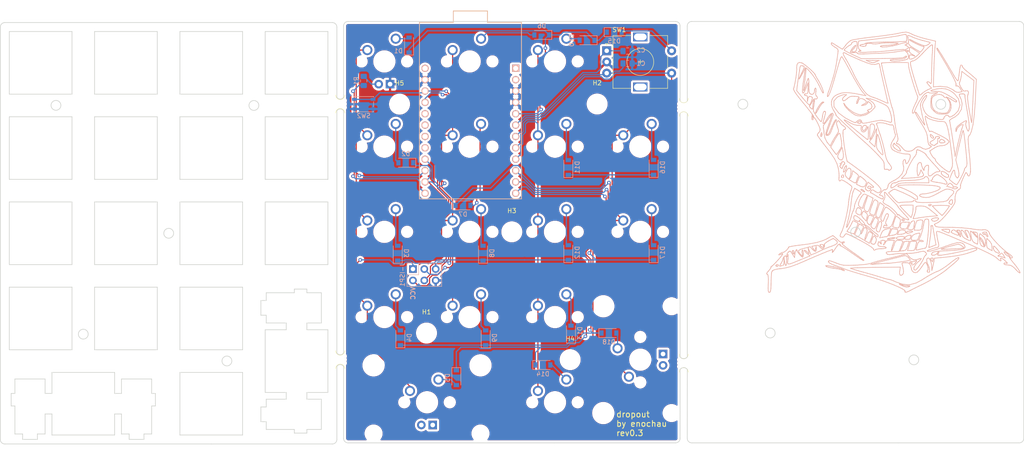
<source format=kicad_pcb>
(kicad_pcb (version 20171130) (host pcbnew "(5.1.7)-1")
  (layers (0 F.Cu signal) (31 B.Cu signal) (34 B.Paste user) (35 F.Paste user) (36 B.SilkS user) (37 F.SilkS user) (38 B.Mask user) (39 F.Mask user) (44 Edge.Cuts user))
  (net 0 "")
  (net 1 "Net-(D1-Pad2)")
  (net 2 ROW0)
  (net 3 "Net-(D2-Pad2)")
  (net 4 ROW1)
  (net 5 "Net-(D3-Pad2)")
  (net 6 ROW2)
  (net 7 "Net-(D4-Pad2)")
  (net 8 ROW3)
  (net 9 "Net-(D5-Pad2)")
  (net 10 ROW4)
  (net 11 "Net-(D6-Pad2)")
  (net 12 "Net-(D7-Pad2)")
  (net 13 "Net-(D8-Pad2)")
  (net 14 "Net-(D9-Pad2)")
  (net 15 "Net-(D10-Pad2)")
  (net 16 "Net-(D11-Pad2)")
  (net 17 "Net-(D12-Pad2)")
  (net 18 "Net-(D13-Pad2)")
  (net 19 "Net-(D14-Pad2)")
  (net 20 "Net-(D15-Pad2)")
  (net 21 "Net-(D16-Pad2)")
  (net 22 "Net-(D17-Pad2)")
  (net 23 "Net-(D18-Pad2)")
  (net 24 COL0)
  (net 25 COL2)
  (net 26 COL1)
  (net 27 COL3)
  (net 28 GND)
  (net 29 "Net-(K-NUM1-Pad3)")
  (net 30 NUMLED)
  (net 31 ROT-A)
  (net 32 ROT-B)
  (net 33 VCC)
  (net 34 RESET)
  (module Panelization:mouse-bite-2mm-slot (layer F.Cu) (at 213.508432 69.740069 90)
    (fp_text reference mouse-bite-2mm-slot hide)
    (fp_text value VAL** hide)
    (pad "" np_thru_hole circle (at 0 -0.75 90) (size 0.5 0.5) (drill 0.5) (layers *.Cu *.Mask))
    (pad "" np_thru_hole circle (at 0 0.75 90) (size 0.5 0.5) (drill 0.5) (layers *.Cu *.Mask))
    (pad "" np_thru_hole circle (at 0.75 -0.75 90) (size 0.5 0.5) (drill 0.5) (layers *.Cu *.Mask))
    (pad "" np_thru_hole circle (at -0.75 -0.75 90) (size 0.5 0.5) (drill 0.5) (layers *.Cu *.Mask))
    (pad "" np_thru_hole circle (at -0.75 0.75 90) (size 0.5 0.5) (drill 0.5) (layers *.Cu *.Mask))
    (pad "" np_thru_hole circle (at 0.75 0.75 90) (size 0.5 0.5) (drill 0.5) (layers *.Cu *.Mask))
  )
  (module Panelization:mouse-bite-2mm-slot (layer F.Cu) (at 213.508432 126.940069 90)
    (fp_text reference mouse-bite-2mm-slot hide)
    (fp_text value VAL** hide)
    (pad "" np_thru_hole circle (at 0 -0.75 90) (size 0.5 0.5) (drill 0.5) (layers *.Cu *.Mask))
    (pad "" np_thru_hole circle (at 0 0.75 90) (size 0.5 0.5) (drill 0.5) (layers *.Cu *.Mask))
    (pad "" np_thru_hole circle (at 0.75 -0.75 90) (size 0.5 0.5) (drill 0.5) (layers *.Cu *.Mask))
    (pad "" np_thru_hole circle (at -0.75 -0.75 90) (size 0.5 0.5) (drill 0.5) (layers *.Cu *.Mask))
    (pad "" np_thru_hole circle (at -0.75 0.75 90) (size 0.5 0.5) (drill 0.5) (layers *.Cu *.Mask))
    (pad "" np_thru_hole circle (at 0.75 0.75 90) (size 0.5 0.5) (drill 0.5) (layers *.Cu *.Mask))
  )
  (module Panelization:mouse-bite-2mm-slot (layer F.Cu) (at 136.797957 126.159755 90)
    (fp_text reference mouse-bite-2mm-slot hide)
    (fp_text value VAL** hide)
    (pad "" np_thru_hole circle (at 0.75 0.75 90) (size 0.5 0.5) (drill 0.5) (layers *.Cu *.Mask))
    (pad "" np_thru_hole circle (at -0.75 0.75 90) (size 0.5 0.5) (drill 0.5) (layers *.Cu *.Mask))
    (pad "" np_thru_hole circle (at -0.75 -0.75 90) (size 0.5 0.5) (drill 0.5) (layers *.Cu *.Mask))
    (pad "" np_thru_hole circle (at 0.75 -0.75 90) (size 0.5 0.5) (drill 0.5) (layers *.Cu *.Mask))
    (pad "" np_thru_hole circle (at 0 0.75 90) (size 0.5 0.5) (drill 0.5) (layers *.Cu *.Mask))
    (pad "" np_thru_hole circle (at 0 -0.75 90) (size 0.5 0.5) (drill 0.5) (layers *.Cu *.Mask))
  )
  (module Panelization:mouse-bite-2mm-slot (layer F.Cu) (at 136.797957 69.009779 90)
    (fp_text reference mouse-bite-2mm-slot hide)
    (fp_text value VAL** hide)
    (pad "" np_thru_hole circle (at 0 -0.75 90) (size 0.5 0.5) (drill 0.5) (layers *.Cu *.Mask))
    (pad "" np_thru_hole circle (at 0 0.75 90) (size 0.5 0.5) (drill 0.5) (layers *.Cu *.Mask))
    (pad "" np_thru_hole circle (at 0.75 -0.75 90) (size 0.5 0.5) (drill 0.5) (layers *.Cu *.Mask))
    (pad "" np_thru_hole circle (at -0.75 -0.75 90) (size 0.5 0.5) (drill 0.5) (layers *.Cu *.Mask))
    (pad "" np_thru_hole circle (at -0.75 0.75 90) (size 0.5 0.5) (drill 0.5) (layers *.Cu *.Mask))
    (pad "" np_thru_hole circle (at 0.75 0.75 90) (size 0.5 0.5) (drill 0.5) (layers *.Cu *.Mask))
  )
  (module MountingHole:MountingHole_3.7mm (layer F.Cu) (at 150.04953 69.04026)
    (fp_text reference H5 (at 0 -4.7) (layer F.SilkS))
    (fp_text value MountingHole)
    (pad 1 np_thru_hole circle (at 0 0) (size 3.7 3.7) (drill 3.7) (layers *.Cu *.Mask))
  )
  (module MountingHole:MountingHole_3.7mm (layer F.Cu) (at 188.149562 126.159763)
    (fp_text reference H4 (at 0 -4.7) (layer F.SilkS))
    (fp_text value MountingHole)
    (pad 1 np_thru_hole circle (at 0 0) (size 3.7 3.7) (drill 3.7) (layers *.Cu *.Mask))
  )
  (module MountingHole:MountingHole_3.7mm (layer F.Cu) (at 175.122998 97.582172)
    (fp_text reference H3 (at 0 -4.7) (layer F.SilkS))
    (fp_text value MountingHole)
    (pad 1 np_thru_hole circle (at 0 0) (size 3.7 3.7) (drill 3.7) (layers *.Cu *.Mask))
  )
  (module MountingHole:MountingHole_3.7mm (layer F.Cu) (at 194.173014 69.007148)
    (fp_text reference H2 (at 0 -4.7) (layer F.SilkS))
    (fp_text value MountingHole)
    (pad 1 np_thru_hole circle (at 0 0) (size 3.7 3.7) (drill 3.7) (layers *.Cu *.Mask))
  )
  (module MountingHole:MountingHole_3.7mm (layer F.Cu) (at 156.072982 120.204066)
    (fp_text reference H1 (at 0 -4.7) (layer F.SilkS))
    (fp_text value MountingHole)
    (pad 1 np_thru_hole circle (at 0 0) (size 3.7 3.7) (drill 3.7) (layers *.Cu *.Mask))
  )
  (module MX_Only:MXOnly-2U-ReversedStabilizers (layer F.Cu) (at 203.8108 126.159779 90)
    (fp_text reference K-ENT1)
    (fp_text value MX-NoLED)
    (pad "" np_thru_hole circle (at 11.938 -8.255 90) (size 3.9878 3.9878) (drill 3.9878) (layers *.Cu *.Mask))
    (pad "" np_thru_hole circle (at -11.938 -8.255 90) (size 3.9878 3.9878) (drill 3.9878) (layers *.Cu *.Mask))
    (pad "" np_thru_hole circle (at 11.938 6.985 90) (size 3.048 3.048) (drill 3.048) (layers *.Cu *.Mask))
    (pad "" np_thru_hole circle (at -11.938 6.985 90) (size 3.048 3.048) (drill 3.048) (layers *.Cu *.Mask))
    (pad "" np_thru_hole circle (at 5.08 0 138.0996) (size 1.75 1.75) (drill 1.75) (layers *.Cu *.Mask))
    (pad "" np_thru_hole circle (at -5.08 0 138.0996) (size 1.75 1.75) (drill 1.75) (layers *.Cu *.Mask))
    (pad 4 thru_hole rect (at 1.27 5.08 90) (size 1.905 1.905) (drill 1.04) (layers *.Cu B.Mask))
    (pad 3 thru_hole circle (at -1.27 5.08 90) (size 1.905 1.905) (drill 1.04) (layers *.Cu B.Mask))
    (pad 1 thru_hole circle (at -3.81 -2.54 90) (size 2.25 2.25) (drill 1.47) (layers *.Cu B.Mask) (net 27 COL3))
    (pad "" np_thru_hole circle (at 0 0 90) (size 3.9878 3.9878) (drill 3.9878) (layers *.Cu *.Mask))
    (pad 2 thru_hole circle (at 2.54 -5.08 90) (size 2.25 2.25) (drill 1.47) (layers *.Cu B.Mask) (net 23 "Net-(D18-Pad2)"))
  )
  (module Capacitor_SMD:C_0805_2012Metric_Pad1.15x1.40mm_HandSolder (layer B.Cu) (at 200.978298 57.162574)
    (fp_text reference C2 (at 2.976565 -0.203152 180) (layer B.SilkS) (effects (justify mirror)))
    (fp_text value 10nF)
    (pad 2 smd roundrect (at 1.025 0) (size 1.15 1.4) (layers B.Cu B.Paste B.Mask) (roundrect_rratio 0.2173904347826087) (net 28 GND))
    (pad 1 smd roundrect (at -1.025 0) (size 1.15 1.4) (layers B.Cu B.Paste B.Mask) (roundrect_rratio 0.2173904347826087) (net 31 ROT-A))
  )
  (module Capacitor_SMD:C_0805_2012Metric_Pad1.15x1.40mm_HandSolder (layer B.Cu) (at 200.978298 59.935987 180)
    (fp_text reference C1 (at -2.976565 0 180) (layer B.SilkS) (effects (justify mirror)))
    (fp_text value 10nF)
    (pad 2 smd roundrect (at 1.025 0 180) (size 1.15 1.4) (layers B.Cu B.Paste B.Mask) (roundrect_rratio 0.2173904347826087) (net 32 ROT-B))
    (pad 1 smd roundrect (at -1.025 0 180) (size 1.15 1.4) (layers B.Cu B.Paste B.Mask) (roundrect_rratio 0.2173904347826087) (net 28 GND))
  )
  (module Diode_SMD:D_SOD-123 (layer B.Cu) (at 151.439223 82.137146 180)
    (fp_text reference D2 (at 0 2) (layer B.SilkS) (effects (justify mirror)))
    (fp_text value D)
    (pad 1 smd rect (at -1.65 0 180) (size 0.9 1.2) (layers B.Cu B.Paste B.Mask) (net 4 ROW1))
    (pad 2 smd rect (at 1.65 0 180) (size 0.9 1.2) (layers B.Cu B.Paste B.Mask) (net 3 "Net-(D2-Pad2)"))
  )
  (module MX_Only:MXOnly-1U-NoLED (layer F.Cu) (at 146.6608 78.534779)
    (fp_text reference K-7)
    (fp_text value MX-NoLED)
    (pad 2 thru_hole circle (at 2.54 -5.08) (size 2.25 2.25) (drill 1.47) (layers *.Cu B.Mask) (net 3 "Net-(D2-Pad2)"))
    (pad "" np_thru_hole circle (at 0 0) (size 3.9878 3.9878) (drill 3.9878) (layers *.Cu *.Mask))
    (pad 1 thru_hole circle (at -3.81 -2.54) (size 2.25 2.25) (drill 1.47) (layers *.Cu B.Mask) (net 24 COL0))
    (pad "" np_thru_hole circle (at -5.08 0 48.0996) (size 1.75 1.75) (drill 1.75) (layers *.Cu *.Mask))
    (pad "" np_thru_hole circle (at 5.08 0 48.0996) (size 1.75 1.75) (drill 1.75) (layers *.Cu *.Mask))
  )
  (module MX_Only:MXOnly-1U-NoLED (layer F.Cu) (at 184.7608 59.484779)
    (fp_text reference K-STAR1)
    (fp_text value MX-NoLED)
    (pad 2 thru_hole circle (at 2.54 -5.08) (size 2.25 2.25) (drill 1.47) (layers *.Cu B.Mask) (net 15 "Net-(D10-Pad2)"))
    (pad "" np_thru_hole circle (at 0 0) (size 3.9878 3.9878) (drill 3.9878) (layers *.Cu *.Mask))
    (pad 1 thru_hole circle (at -3.81 -2.54) (size 2.25 2.25) (drill 1.47) (layers *.Cu B.Mask) (net 25 COL2))
    (pad "" np_thru_hole circle (at -5.08 0 48.0996) (size 1.75 1.75) (drill 1.75) (layers *.Cu *.Mask))
    (pad "" np_thru_hole circle (at 5.08 0 48.0996) (size 1.75 1.75) (drill 1.75) (layers *.Cu *.Mask))
  )
  (module Diode_SMD:D_SOD-123 (layer B.Cu) (at 152.170475 55.807435 90)
    (fp_text reference D1 (at -1.326565 -2.381252 180) (layer B.SilkS) (effects (justify mirror)))
    (fp_text value D)
    (pad 2 smd rect (at 1.65 0 90) (size 0.9 1.2) (layers B.Cu B.Paste B.Mask) (net 1 "Net-(D1-Pad2)"))
    (pad 1 smd rect (at -1.65 0 90) (size 0.9 1.2) (layers B.Cu B.Paste B.Mask) (net 2 ROW0))
  )
  (module Connector_PinHeader_2.54mm:PinHeader_2x03_P2.54mm_Vertical (layer B.Cu) (at 153.038292 105.903374 270)
    (fp_text reference J-ISP1 (at 1.27 2.33 90) (layer B.SilkS) (effects (justify mirror)))
    (fp_text value Conn_02x03_Counter_Clockwise)
    (pad 6 thru_hole oval (at 2.54 -5.08 270) (size 1.7 1.7) (drill 1) (layers *.Cu *.Mask) (net 28 GND))
    (pad 5 thru_hole oval (at 0 -5.08 270) (size 1.7 1.7) (drill 1) (layers *.Cu *.Mask) (net 34 RESET))
    (pad 4 thru_hole oval (at 2.54 -2.54 270) (size 1.7 1.7) (drill 1) (layers *.Cu *.Mask) (net 4 ROW1))
    (pad 3 thru_hole oval (at 0 -2.54 270) (size 1.7 1.7) (drill 1) (layers *.Cu *.Mask) (net 26 COL1))
    (pad 2 thru_hole oval (at 2.54 0 270) (size 1.7 1.7) (drill 1) (layers *.Cu *.Mask) (net 33 VCC))
    (pad 1 thru_hole rect (at 0 0 270) (size 1.7 1.7) (drill 1) (layers *.Cu *.Mask) (net 24 COL0))
  )
  (module promicro:ProMicro_MiniUsb (layer B.Cu) (at 165.862674 74.99339 270)
    (fp_text reference U1 hide)
    (fp_text value ProMicro)
    (pad 1 thru_hole rect (at -13.97 -10.12 270) (size 1.6 1.6) (drill 1.1) (layers *.Cu *.Mask B.SilkS))
    (pad 2 thru_hole circle (at -11.43 -10.12 270) (size 1.6 1.6) (drill 1.1) (layers *.Cu *.Mask B.SilkS))
    (pad 3 thru_hole circle (at -8.89 -10.12 270) (size 1.6 1.6) (drill 1.1) (layers *.Cu *.Mask B.SilkS) (net 28 GND))
    (pad 4 thru_hole circle (at -6.35 -10.12 270) (size 1.6 1.6) (drill 1.1) (layers *.Cu *.Mask B.SilkS) (net 28 GND))
    (pad 5 thru_hole circle (at -3.81 -10.12 270) (size 1.6 1.6) (drill 1.1) (layers *.Cu *.Mask B.SilkS) (net 2 ROW0))
    (pad 6 thru_hole circle (at -1.27 -10.12 270) (size 1.6 1.6) (drill 1.1) (layers *.Cu *.Mask B.SilkS) (net 31 ROT-A))
    (pad 7 thru_hole circle (at 1.27 -10.12 270) (size 1.6 1.6) (drill 1.1) (layers *.Cu *.Mask B.SilkS) (net 32 ROT-B))
    (pad 8 thru_hole circle (at 3.81 -10.12 270) (size 1.6 1.6) (drill 1.1) (layers *.Cu *.Mask B.SilkS) (net 27 COL3))
    (pad 9 thru_hole circle (at 6.35 -10.12 270) (size 1.6 1.6) (drill 1.1) (layers *.Cu *.Mask B.SilkS) (net 25 COL2))
    (pad 10 thru_hole circle (at 8.89 -10.12 270) (size 1.6 1.6) (drill 1.1) (layers *.Cu *.Mask B.SilkS) (net 6 ROW2))
    (pad 11 thru_hole circle (at 11.43 -10.12 270) (size 1.6 1.6) (drill 1.1) (layers *.Cu *.Mask B.SilkS) (net 8 ROW3))
    (pad 12 thru_hole circle (at 13.97 -10.12 270) (size 1.6 1.6) (drill 1.1) (layers *.Cu *.Mask B.SilkS) (net 10 ROW4))
    (pad 13 thru_hole circle (at 13.97 10.12 270) (size 1.6 1.6) (drill 1.1) (layers *.Cu *.Mask B.SilkS) (net 30 NUMLED))
    (pad 14 thru_hole circle (at 11.43 10.12 270) (size 1.6 1.6) (drill 1.1) (layers *.Cu *.Mask B.SilkS) (net 4 ROW1))
    (pad 15 thru_hole circle (at 8.89 10.12 270) (size 1.6 1.6) (drill 1.1) (layers *.Cu *.Mask B.SilkS) (net 24 COL0))
    (pad 16 thru_hole circle (at 6.35 10.12 270) (size 1.6 1.6) (drill 1.1) (layers *.Cu *.Mask B.SilkS) (net 26 COL1))
    (pad 17 thru_hole circle (at 3.81 10.12 270) (size 1.6 1.6) (drill 1.1) (layers *.Cu *.Mask B.SilkS))
    (pad 18 thru_hole circle (at 1.27 10.12 270) (size 1.6 1.6) (drill 1.1) (layers *.Cu *.Mask B.SilkS))
    (pad 19 thru_hole circle (at -1.27 10.12 270) (size 1.6 1.6) (drill 1.1) (layers *.Cu *.Mask B.SilkS))
    (pad 20 thru_hole circle (at -3.81 10.12 270) (size 1.6 1.6) (drill 1.1) (layers *.Cu *.Mask B.SilkS))
    (pad 21 thru_hole circle (at -6.35 10.12 270) (size 1.6 1.6) (drill 1.1) (layers *.Cu *.Mask B.SilkS) (net 33 VCC))
    (pad 22 thru_hole circle (at -8.89 10.12 270) (size 1.6 1.6) (drill 1.1) (layers *.Cu *.Mask B.SilkS) (net 34 RESET))
    (pad 23 thru_hole circle (at -11.43 10.12 270) (size 1.6 1.6) (drill 1.1) (layers *.Cu *.Mask B.SilkS) (net 28 GND))
    (pad 24 thru_hole circle (at -13.97 10.12 270) (size 1.6 1.6) (drill 1.1) (layers *.Cu *.Mask B.SilkS))
  )
  (module MX_Only:MXOnly-1U-NoLED (layer F.Cu) (at 165.7108 78.534779)
    (fp_text reference K-8)
    (fp_text value MX-NoLED)
    (pad 2 thru_hole circle (at 2.54 -5.08) (size 2.25 2.25) (drill 1.47) (layers *.Cu B.Mask) (net 12 "Net-(D7-Pad2)"))
    (pad "" np_thru_hole circle (at 0 0) (size 3.9878 3.9878) (drill 3.9878) (layers *.Cu *.Mask))
    (pad 1 thru_hole circle (at -3.81 -2.54) (size 2.25 2.25) (drill 1.47) (layers *.Cu B.Mask) (net 26 COL1))
    (pad "" np_thru_hole circle (at -5.08 0 48.0996) (size 1.75 1.75) (drill 1.75) (layers *.Cu *.Mask))
    (pad "" np_thru_hole circle (at 5.08 0 48.0996) (size 1.75 1.75) (drill 1.75) (layers *.Cu *.Mask))
  )
  (module MX_Only:MXOnly-2U-ReversedStabilizers (layer F.Cu) (at 156.1858 135.684779)
    (fp_text reference K-0)
    (fp_text value MX-NoLED)
    (pad "" np_thru_hole circle (at 11.938 -8.255) (size 3.9878 3.9878) (drill 3.9878) (layers *.Cu *.Mask))
    (pad "" np_thru_hole circle (at -11.938 -8.255) (size 3.9878 3.9878) (drill 3.9878) (layers *.Cu *.Mask))
    (pad "" np_thru_hole circle (at 11.938 6.985) (size 3.048 3.048) (drill 3.048) (layers *.Cu *.Mask))
    (pad "" np_thru_hole circle (at -11.938 6.985) (size 3.048 3.048) (drill 3.048) (layers *.Cu *.Mask))
    (pad "" np_thru_hole circle (at 5.08 0 48.0996) (size 1.75 1.75) (drill 1.75) (layers *.Cu *.Mask))
    (pad "" np_thru_hole circle (at -5.08 0 48.0996) (size 1.75 1.75) (drill 1.75) (layers *.Cu *.Mask))
    (pad 4 thru_hole rect (at 1.27 5.08) (size 1.905 1.905) (drill 1.04) (layers *.Cu B.Mask))
    (pad 3 thru_hole circle (at -1.27 5.08) (size 1.905 1.905) (drill 1.04) (layers *.Cu B.Mask))
    (pad 1 thru_hole circle (at -3.81 -2.54) (size 2.25 2.25) (drill 1.47) (layers *.Cu B.Mask) (net 24 COL0))
    (pad "" np_thru_hole circle (at 0 0) (size 3.9878 3.9878) (drill 3.9878) (layers *.Cu *.Mask))
    (pad 2 thru_hole circle (at 2.54 -5.08) (size 2.25 2.25) (drill 1.47) (layers *.Cu B.Mask) (net 9 "Net-(D5-Pad2)"))
  )
  (module Diode_SMD:D_SOD-123 (layer B.Cu) (at 181.800186 53.562122 180)
    (fp_text reference D6 (at 0 2) (layer B.SilkS) (effects (justify mirror)))
    (fp_text value D)
    (pad 2 smd rect (at 1.65 0 180) (size 0.9 1.2) (layers B.Cu B.Paste B.Mask) (net 11 "Net-(D6-Pad2)"))
    (pad 1 smd rect (at -1.65 0 180) (size 0.9 1.2) (layers B.Cu B.Paste B.Mask) (net 2 ROW0))
  )
  (module Button_Switch_SMD:SW_SPST_PTS810 (layer B.Cu) (at 142.050154 69.04026)
    (fp_text reference SW2 (at 0 2.6) (layer B.SilkS) (effects (justify mirror)))
    (fp_text value SW_Push)
    (pad 2 smd rect (at 2.075 -1.075) (size 1.05 0.65) (layers B.Cu B.Paste B.Mask) (net 34 RESET))
    (pad 2 smd rect (at -2.075 -1.075) (size 1.05 0.65) (layers B.Cu B.Paste B.Mask) (net 34 RESET))
    (pad 1 smd rect (at 2.075 1.075) (size 1.05 0.65) (layers B.Cu B.Paste B.Mask) (net 28 GND))
    (pad 1 smd rect (at -2.075 1.075) (size 1.05 0.65) (layers B.Cu B.Paste B.Mask) (net 28 GND))
  )
  (module Rotary_Encoder:RotaryEncoder_Alps_EC11E-Switch_Vertical_H20mm (layer F.Cu) (at 196.3108 57.103529)
    (fp_text reference SW1 (at 2.8 -4.7) (layer F.SilkS))
    (fp_text value Rotary_Encoder_Switch)
    (pad A thru_hole rect (at 0 0) (size 2 2) (drill 1) (layers *.Cu *.Mask) (net 31 ROT-A))
    (pad C thru_hole circle (at 0 2.5) (size 2 2) (drill 1) (layers *.Cu *.Mask) (net 28 GND))
    (pad B thru_hole circle (at 0 5) (size 2 2) (drill 1) (layers *.Cu *.Mask) (net 32 ROT-B))
    (pad MP thru_hole rect (at 7.5 -3.1) (size 3.2 2) (drill oval 2.8 1.5) (layers *.Cu *.Mask))
    (pad MP thru_hole rect (at 7.5 8.1) (size 3.2 2) (drill oval 2.8 1.5) (layers *.Cu *.Mask))
    (pad S2 thru_hole circle (at 14.5 0) (size 2 2) (drill 1) (layers *.Cu *.Mask) (net 20 "Net-(D15-Pad2)"))
    (pad S1 thru_hole circle (at 14.5 5) (size 2 2) (drill 1) (layers *.Cu *.Mask) (net 27 COL3))
  )
  (module Resistor_SMD:R_0805_2012Metric_Pad1.15x1.40mm_HandSolder (layer B.Cu) (at 142.050154 63.848069 270)
    (fp_text reference R1 (at 0 1.65 90) (layer B.SilkS) (effects (justify mirror)))
    (fp_text value 330)
    (pad 2 smd roundrect (at 1.025 0 270) (size 1.15 1.4) (layers B.Cu B.Paste B.Mask) (roundrect_rratio 0.2173904347826087) (net 30 NUMLED))
    (pad 1 smd roundrect (at -1.025 0 270) (size 1.15 1.4) (layers B.Cu B.Paste B.Mask) (roundrect_rratio 0.2173904347826087) (net 29 "Net-(K-NUM1-Pad3)"))
  )
  (module MX_Only:MXOnly-1U-NoLED (layer F.Cu) (at 203.8108 97.584779)
    (fp_text reference K-PLUS1)
    (fp_text value MX-NoLED)
    (pad 2 thru_hole circle (at 2.54 -5.08) (size 2.25 2.25) (drill 1.47) (layers *.Cu B.Mask) (net 22 "Net-(D17-Pad2)"))
    (pad "" np_thru_hole circle (at 0 0) (size 3.9878 3.9878) (drill 3.9878) (layers *.Cu *.Mask))
    (pad 1 thru_hole circle (at -3.81 -2.54) (size 2.25 2.25) (drill 1.47) (layers *.Cu B.Mask) (net 27 COL3))
    (pad "" np_thru_hole circle (at -5.08 0 48.0996) (size 1.75 1.75) (drill 1.75) (layers *.Cu *.Mask))
    (pad "" np_thru_hole circle (at 5.08 0 48.0996) (size 1.75 1.75) (drill 1.75) (layers *.Cu *.Mask))
  )
  (module MX_Only:MXOnly-1U (layer F.Cu) (at 146.6608 59.484779)
    (fp_text reference K-NUM1)
    (fp_text value MX-LED)
    (pad "" np_thru_hole circle (at 5.08 0 48.0996) (size 1.75 1.75) (drill 1.75) (layers *.Cu *.Mask))
    (pad "" np_thru_hole circle (at -5.08 0 48.0996) (size 1.75 1.75) (drill 1.75) (layers *.Cu *.Mask))
    (pad 4 thru_hole rect (at 1.27 5.08) (size 1.905 1.905) (drill 1.04) (layers *.Cu B.Mask) (net 28 GND))
    (pad 3 thru_hole circle (at -1.27 5.08) (size 1.905 1.905) (drill 1.04) (layers *.Cu B.Mask) (net 29 "Net-(K-NUM1-Pad3)"))
    (pad 1 thru_hole circle (at -3.81 -2.54) (size 2.25 2.25) (drill 1.47) (layers *.Cu B.Mask) (net 24 COL0))
    (pad "" np_thru_hole circle (at 0 0) (size 3.9878 3.9878) (drill 3.9878) (layers *.Cu *.Mask))
    (pad 2 thru_hole circle (at 2.54 -5.08) (size 2.25 2.25) (drill 1.47) (layers *.Cu B.Mask) (net 1 "Net-(D1-Pad2)"))
  )
  (module MX_Only:MXOnly-1U-NoLED (layer F.Cu) (at 203.8108 78.534779)
    (fp_text reference K-MIN1)
    (fp_text value MX-NoLED)
    (pad 2 thru_hole circle (at 2.54 -5.08) (size 2.25 2.25) (drill 1.47) (layers *.Cu B.Mask) (net 21 "Net-(D16-Pad2)"))
    (pad "" np_thru_hole circle (at 0 0) (size 3.9878 3.9878) (drill 3.9878) (layers *.Cu *.Mask))
    (pad 1 thru_hole circle (at -3.81 -2.54) (size 2.25 2.25) (drill 1.47) (layers *.Cu B.Mask) (net 27 COL3))
    (pad "" np_thru_hole circle (at -5.08 0 48.0996) (size 1.75 1.75) (drill 1.75) (layers *.Cu *.Mask))
    (pad "" np_thru_hole circle (at 5.08 0 48.0996) (size 1.75 1.75) (drill 1.75) (layers *.Cu *.Mask))
  )
  (module MX_Only:MXOnly-1U-NoLED (layer F.Cu) (at 184.7608 135.684779)
    (fp_text reference K-DEL1)
    (fp_text value MX-NoLED)
    (pad 2 thru_hole circle (at 2.54 -5.08) (size 2.25 2.25) (drill 1.47) (layers *.Cu B.Mask) (net 19 "Net-(D14-Pad2)"))
    (pad "" np_thru_hole circle (at 0 0) (size 3.9878 3.9878) (drill 3.9878) (layers *.Cu *.Mask))
    (pad 1 thru_hole circle (at -3.81 -2.54) (size 2.25 2.25) (drill 1.47) (layers *.Cu B.Mask) (net 25 COL2))
    (pad "" np_thru_hole circle (at -5.08 0 48.0996) (size 1.75 1.75) (drill 1.75) (layers *.Cu *.Mask))
    (pad "" np_thru_hole circle (at 5.08 0 48.0996) (size 1.75 1.75) (drill 1.75) (layers *.Cu *.Mask))
  )
  (module MX_Only:MXOnly-1U-NoLED (layer F.Cu) (at 165.7108 59.484779)
    (fp_text reference K-/1)
    (fp_text value MX-NoLED)
    (pad 2 thru_hole circle (at 2.54 -5.08) (size 2.25 2.25) (drill 1.47) (layers *.Cu B.Mask) (net 11 "Net-(D6-Pad2)"))
    (pad "" np_thru_hole circle (at 0 0) (size 3.9878 3.9878) (drill 3.9878) (layers *.Cu *.Mask))
    (pad 1 thru_hole circle (at -3.81 -2.54) (size 2.25 2.25) (drill 1.47) (layers *.Cu B.Mask) (net 26 COL1))
    (pad "" np_thru_hole circle (at -5.08 0 48.0996) (size 1.75 1.75) (drill 1.75) (layers *.Cu *.Mask))
    (pad "" np_thru_hole circle (at 5.08 0 48.0996) (size 1.75 1.75) (drill 1.75) (layers *.Cu *.Mask))
  )
  (module MX_Only:MXOnly-1U-NoLED (layer F.Cu) (at 184.7608 78.534779)
    (fp_text reference K-9)
    (fp_text value MX-NoLED)
    (pad 2 thru_hole circle (at 2.54 -5.08) (size 2.25 2.25) (drill 1.47) (layers *.Cu B.Mask) (net 16 "Net-(D11-Pad2)"))
    (pad "" np_thru_hole circle (at 0 0) (size 3.9878 3.9878) (drill 3.9878) (layers *.Cu *.Mask))
    (pad 1 thru_hole circle (at -3.81 -2.54) (size 2.25 2.25) (drill 1.47) (layers *.Cu B.Mask) (net 25 COL2))
    (pad "" np_thru_hole circle (at -5.08 0 48.0996) (size 1.75 1.75) (drill 1.75) (layers *.Cu *.Mask))
    (pad "" np_thru_hole circle (at 5.08 0 48.0996) (size 1.75 1.75) (drill 1.75) (layers *.Cu *.Mask))
  )
  (module MX_Only:MXOnly-1U-NoLED (layer F.Cu) (at 184.7608 97.584779)
    (fp_text reference K-6)
    (fp_text value MX-NoLED)
    (pad 2 thru_hole circle (at 2.54 -5.08) (size 2.25 2.25) (drill 1.47) (layers *.Cu B.Mask) (net 17 "Net-(D12-Pad2)"))
    (pad "" np_thru_hole circle (at 0 0) (size 3.9878 3.9878) (drill 3.9878) (layers *.Cu *.Mask))
    (pad 1 thru_hole circle (at -3.81 -2.54) (size 2.25 2.25) (drill 1.47) (layers *.Cu B.Mask) (net 25 COL2))
    (pad "" np_thru_hole circle (at -5.08 0 48.0996) (size 1.75 1.75) (drill 1.75) (layers *.Cu *.Mask))
    (pad "" np_thru_hole circle (at 5.08 0 48.0996) (size 1.75 1.75) (drill 1.75) (layers *.Cu *.Mask))
  )
  (module MX_Only:MXOnly-1U-NoLED (layer F.Cu) (at 165.7108 97.584779)
    (fp_text reference K-5)
    (fp_text value MX-NoLED)
    (pad 2 thru_hole circle (at 2.54 -5.08) (size 2.25 2.25) (drill 1.47) (layers *.Cu B.Mask) (net 13 "Net-(D8-Pad2)"))
    (pad "" np_thru_hole circle (at 0 0) (size 3.9878 3.9878) (drill 3.9878) (layers *.Cu *.Mask))
    (pad 1 thru_hole circle (at -3.81 -2.54) (size 2.25 2.25) (drill 1.47) (layers *.Cu B.Mask) (net 26 COL1))
    (pad "" np_thru_hole circle (at -5.08 0 48.0996) (size 1.75 1.75) (drill 1.75) (layers *.Cu *.Mask))
    (pad "" np_thru_hole circle (at 5.08 0 48.0996) (size 1.75 1.75) (drill 1.75) (layers *.Cu *.Mask))
  )
  (module MX_Only:MXOnly-1U-NoLED (layer F.Cu) (at 146.6608 97.584779)
    (fp_text reference K-4)
    (fp_text value MX-NoLED)
    (pad 2 thru_hole circle (at 2.54 -5.08) (size 2.25 2.25) (drill 1.47) (layers *.Cu B.Mask) (net 5 "Net-(D3-Pad2)"))
    (pad "" np_thru_hole circle (at 0 0) (size 3.9878 3.9878) (drill 3.9878) (layers *.Cu *.Mask))
    (pad 1 thru_hole circle (at -3.81 -2.54) (size 2.25 2.25) (drill 1.47) (layers *.Cu B.Mask) (net 24 COL0))
    (pad "" np_thru_hole circle (at -5.08 0 48.0996) (size 1.75 1.75) (drill 1.75) (layers *.Cu *.Mask))
    (pad "" np_thru_hole circle (at 5.08 0 48.0996) (size 1.75 1.75) (drill 1.75) (layers *.Cu *.Mask))
  )
  (module MX_Only:MXOnly-1U-NoLED (layer F.Cu) (at 146.660808 116.634755)
    (fp_text reference K-1)
    (fp_text value MX-NoLED)
    (pad 2 thru_hole circle (at 2.54 -5.08) (size 2.25 2.25) (drill 1.47) (layers *.Cu B.Mask) (net 7 "Net-(D4-Pad2)"))
    (pad "" np_thru_hole circle (at 0 0) (size 3.9878 3.9878) (drill 3.9878) (layers *.Cu *.Mask))
    (pad 1 thru_hole circle (at -3.81 -2.54) (size 2.25 2.25) (drill 1.47) (layers *.Cu B.Mask) (net 24 COL0))
    (pad "" np_thru_hole circle (at -5.08 0 48.0996) (size 1.75 1.75) (drill 1.75) (layers *.Cu *.Mask))
    (pad "" np_thru_hole circle (at 5.08 0 48.0996) (size 1.75 1.75) (drill 1.75) (layers *.Cu *.Mask))
  )
  (module MX_Only:MXOnly-1U-NoLED (layer F.Cu) (at 165.7108 116.634779)
    (fp_text reference K-2)
    (fp_text value MX-NoLED)
    (pad 2 thru_hole circle (at 2.54 -5.08) (size 2.25 2.25) (drill 1.47) (layers *.Cu B.Mask) (net 14 "Net-(D9-Pad2)"))
    (pad "" np_thru_hole circle (at 0 0) (size 3.9878 3.9878) (drill 3.9878) (layers *.Cu *.Mask))
    (pad 1 thru_hole circle (at -3.81 -2.54) (size 2.25 2.25) (drill 1.47) (layers *.Cu B.Mask) (net 26 COL1))
    (pad "" np_thru_hole circle (at -5.08 0 48.0996) (size 1.75 1.75) (drill 1.75) (layers *.Cu *.Mask))
    (pad "" np_thru_hole circle (at 5.08 0 48.0996) (size 1.75 1.75) (drill 1.75) (layers *.Cu *.Mask))
  )
  (module MX_Only:MXOnly-1U-NoLED (layer F.Cu) (at 184.76084 116.634755)
    (fp_text reference K-3)
    (fp_text value MX-NoLED)
    (pad 2 thru_hole circle (at 2.54 -5.08) (size 2.25 2.25) (drill 1.47) (layers *.Cu B.Mask) (net 18 "Net-(D13-Pad2)"))
    (pad "" np_thru_hole circle (at 0 0) (size 3.9878 3.9878) (drill 3.9878) (layers *.Cu *.Mask))
    (pad 1 thru_hole circle (at -3.81 -2.54) (size 2.25 2.25) (drill 1.47) (layers *.Cu B.Mask) (net 25 COL2))
    (pad "" np_thru_hole circle (at -5.08 0 48.0996) (size 1.75 1.75) (drill 1.75) (layers *.Cu *.Mask))
    (pad "" np_thru_hole circle (at 5.08 0 48.0996) (size 1.75 1.75) (drill 1.75) (layers *.Cu *.Mask))
  )
  (module Diode_SMD:D_SOD-123 (layer B.Cu) (at 196.803039 120.206633)
    (fp_text reference D18 (at 0 2) (layer B.SilkS) (effects (justify mirror)))
    (fp_text value D)
    (pad 2 smd rect (at 1.65 0) (size 0.9 1.2) (layers B.Cu B.Paste B.Mask) (net 23 "Net-(D18-Pad2)"))
    (pad 1 smd rect (at -1.65 0) (size 0.9 1.2) (layers B.Cu B.Paste B.Mask) (net 8 ROW3))
  )
  (module Diode_SMD:D_SOD-123 (layer B.Cu) (at 206.787421 102.211304 90)
    (fp_text reference D17 (at 0 2 90) (layer B.SilkS) (effects (justify mirror)))
    (fp_text value D)
    (pad 2 smd rect (at 1.65 0 90) (size 0.9 1.2) (layers B.Cu B.Paste B.Mask) (net 22 "Net-(D17-Pad2)"))
    (pad 1 smd rect (at -1.65 0 90) (size 0.9 1.2) (layers B.Cu B.Paste B.Mask) (net 6 ROW2))
  )
  (module Diode_SMD:D_SOD-123 (layer B.Cu) (at 206.787421 83.161288 90)
    (fp_text reference D16 (at 0 2 90) (layer B.SilkS) (effects (justify mirror)))
    (fp_text value D)
    (pad 2 smd rect (at 1.65 0 90) (size 0.9 1.2) (layers B.Cu B.Paste B.Mask) (net 21 "Net-(D16-Pad2)"))
    (pad 1 smd rect (at -1.65 0 90) (size 0.9 1.2) (layers B.Cu B.Paste B.Mask) (net 4 ROW1))
  )
  (module Diode_SMD:D_SOD-123 (layer B.Cu) (at 197.993665 52.936264)
    (fp_text reference D15 (at 0 2) (layer B.SilkS) (effects (justify mirror)))
    (fp_text value D)
    (pad 2 smd rect (at 1.65 0) (size 0.9 1.2) (layers B.Cu B.Paste B.Mask) (net 20 "Net-(D15-Pad2)"))
    (pad 1 smd rect (at -1.65 0) (size 0.9 1.2) (layers B.Cu B.Paste B.Mask) (net 2 ROW0))
  )
  (module Diode_SMD:D_SOD-123 (layer B.Cu) (at 182.060493 127.350389)
    (fp_text reference D14 (at 0 2) (layer B.SilkS) (effects (justify mirror)))
    (fp_text value D)
    (pad 2 smd rect (at 1.65 0) (size 0.9 1.2) (layers B.Cu B.Paste B.Mask) (net 19 "Net-(D14-Pad2)"))
    (pad 1 smd rect (at -1.65 0) (size 0.9 1.2) (layers B.Cu B.Paste B.Mask) (net 10 ROW4))
  )
  (module Diode_SMD:D_SOD-123 (layer B.Cu) (at 188.332718 120.210004 90)
    (fp_text reference D13 (at 0 2 90) (layer B.SilkS) (effects (justify mirror)))
    (fp_text value D)
    (pad 2 smd rect (at 1.65 0 90) (size 0.9 1.2) (layers B.Cu B.Paste B.Mask) (net 18 "Net-(D13-Pad2)"))
    (pad 1 smd rect (at -1.65 0 90) (size 0.9 1.2) (layers B.Cu B.Paste B.Mask) (net 8 ROW3))
  )
  (module Diode_SMD:D_SOD-123 (layer B.Cu) (at 187.737405 102.211304 90)
    (fp_text reference D12 (at 0 2 90) (layer B.SilkS) (effects (justify mirror)))
    (fp_text value D)
    (pad 2 smd rect (at 1.65 0 90) (size 0.9 1.2) (layers B.Cu B.Paste B.Mask) (net 17 "Net-(D12-Pad2)"))
    (pad 1 smd rect (at -1.65 0 90) (size 0.9 1.2) (layers B.Cu B.Paste B.Mask) (net 6 ROW2))
  )
  (module Diode_SMD:D_SOD-123 (layer B.Cu) (at 187.737405 83.191833 90)
    (fp_text reference D11 (at 0 2 90) (layer B.SilkS) (effects (justify mirror)))
    (fp_text value D)
    (pad 2 smd rect (at 1.65 0 90) (size 0.9 1.2) (layers B.Cu B.Paste B.Mask) (net 16 "Net-(D11-Pad2)"))
    (pad 1 smd rect (at -1.65 0 90) (size 0.9 1.2) (layers B.Cu B.Paste B.Mask) (net 4 ROW1))
  )
  (module Diode_SMD:D_SOD-123 (layer B.Cu) (at 191.920507 54.752748 180)
    (fp_text reference D10 (at 3.435939 0 270) (layer B.SilkS) (effects (justify mirror)))
    (fp_text value D)
    (pad 2 smd rect (at 1.65 0 180) (size 0.9 1.2) (layers B.Cu B.Paste B.Mask) (net 15 "Net-(D10-Pad2)"))
    (pad 1 smd rect (at -1.65 0 180) (size 0.9 1.2) (layers B.Cu B.Paste B.Mask) (net 2 ROW0))
  )
  (module Diode_SMD:D_SOD-123 (layer B.Cu) (at 169.282702 121.26132 90)
    (fp_text reference D9 (at 0 2 90) (layer B.SilkS) (effects (justify mirror)))
    (fp_text value D)
    (pad 2 smd rect (at 1.65 0 90) (size 0.9 1.2) (layers B.Cu B.Paste B.Mask) (net 14 "Net-(D9-Pad2)"))
    (pad 1 smd rect (at -1.65 0 90) (size 0.9 1.2) (layers B.Cu B.Paste B.Mask) (net 8 ROW3))
  )
  (module Diode_SMD:D_SOD-123 (layer B.Cu) (at 168.687389 102.347243 90)
    (fp_text reference D8 (at 0 2 90) (layer B.SilkS) (effects (justify mirror)))
    (fp_text value D)
    (pad 2 smd rect (at 1.65 0 90) (size 0.9 1.2) (layers B.Cu B.Paste B.Mask) (net 13 "Net-(D8-Pad2)"))
    (pad 1 smd rect (at -1.65 0 90) (size 0.9 1.2) (layers B.Cu B.Paste B.Mask) (net 6 ROW2))
  )
  (module Diode_SMD:D_SOD-123 (layer B.Cu) (at 164.212674 91.662154)
    (fp_text reference D7 (at 0 2) (layer B.SilkS) (effects (justify mirror)))
    (fp_text value D)
    (pad 2 smd rect (at 1.65 0) (size 0.9 1.2) (layers B.Cu B.Paste B.Mask) (net 12 "Net-(D7-Pad2)"))
    (pad 1 smd rect (at -1.65 0) (size 0.9 1.2) (layers B.Cu B.Paste B.Mask) (net 4 ROW1))
  )
  (module Diode_SMD:D_SOD-123 (layer B.Cu) (at 162.734259 130.191015 270)
    (fp_text reference D5 (at 0 2 90) (layer B.SilkS) (effects (justify mirror)))
    (fp_text value D)
    (pad 2 smd rect (at 1.65 0 270) (size 0.9 1.2) (layers B.Cu B.Paste B.Mask) (net 9 "Net-(D5-Pad2)"))
    (pad 1 smd rect (at -1.65 0 270) (size 0.9 1.2) (layers B.Cu B.Paste B.Mask) (net 10 ROW4))
  )
  (module Diode_SMD:D_SOD-123 (layer B.Cu) (at 150.232686 121.26132 90)
    (fp_text reference D4 (at 0 2 90) (layer B.SilkS) (effects (justify mirror)))
    (fp_text value D)
    (pad 2 smd rect (at 1.65 0 90) (size 0.9 1.2) (layers B.Cu B.Paste B.Mask) (net 7 "Net-(D4-Pad2)"))
    (pad 1 smd rect (at -1.65 0 90) (size 0.9 1.2) (layers B.Cu B.Paste B.Mask) (net 8 ROW3))
  )
  (module Diode_SMD:D_SOD-123 (layer B.Cu) (at 149.637373 102.347243 90)
    (fp_text reference D3 (at 0 2 90) (layer B.SilkS) (effects (justify mirror)))
    (fp_text value D)
    (pad 2 smd rect (at 1.65 0 90) (size 0.9 1.2) (layers B.Cu B.Paste B.Mask) (net 5 "Net-(D3-Pad2)"))
    (pad 1 smd rect (at -1.65 0 90) (size 0.9 1.2) (layers B.Cu B.Paste B.Mask) (net 6 ROW2))
  )
  (gr_line (start 268.810715 88.794718) (end 269.764873 88.480949) (layer B.SilkS) (width 0.15))
  (gr_line (start 267.017597 89.853317) (end 266.818279 89.816711) (layer B.SilkS) (width 0.15))
  (gr_line (start 272.024014 88.083806) (end 271.731461 88.193924) (layer B.SilkS) (width 0.15))
  (gr_line (start 273.188995 89.563155) (end 273.271621 89.48531) (layer B.SilkS) (width 0.15))
  (gr_line (start 273.170319 88.15179) (end 273.022698 88.115333) (layer B.SilkS) (width 0.15))
  (gr_line (start 272.273685 88.027776) (end 272.024014 88.083806) (layer B.SilkS) (width 0.15))
  (gr_line (start 267.809641 89.023173) (end 268.810715 88.794718) (layer B.SilkS) (width 0.15))
  (gr_line (start 273.59585 88.326156) (end 273.170319 88.15179) (layer B.SilkS) (width 0.15))
  (gr_line (start 272.746281 88.051383) (end 272.505575 88.019558) (layer B.SilkS) (width 0.15))
  (gr_line (start 270.325027 88.925306) (end 270.040393 89.081444) (layer B.SilkS) (width 0.15))
  (gr_line (start 272.954714 88.097403) (end 272.746281 88.051383) (layer B.SilkS) (width 0.15))
  (gr_line (start 272.561456 90.330695) (end 272.80799 89.977331) (layer B.SilkS) (width 0.15))
  (gr_line (start 273.271621 89.48531) (end 273.393244 89.370112) (layer B.SilkS) (width 0.15))
  (gr_line (start 273.715008 88.981934) (end 273.824453 88.60571) (layer B.SilkS) (width 0.15))
  (gr_line (start 270.470855 88.844922) (end 270.325027 88.925306) (layer B.SilkS) (width 0.15))
  (gr_line (start 266.398276 89.194999) (end 266.822313 89.111626) (layer B.SilkS) (width 0.15))
  (gr_line (start 271.731461 88.193924) (end 271.368236 88.365751) (layer B.SilkS) (width 0.15))
  (gr_line (start 266.818279 89.816711) (end 266.68784 89.790115) (layer B.SilkS) (width 0.15))
  (gr_line (start 264.900997 87.084973) (end 263.712857 87.092444) (layer B.SilkS) (width 0.15))
  (gr_line (start 266.149501 87.096329) (end 264.900997 87.084973) (layer B.SilkS) (width 0.15))
  (gr_line (start 269.486067 87.269051) (end 269.246108 87.24395) (layer B.SilkS) (width 0.15))
  (gr_line (start 269.170654 89.524905) (end 268.338118 89.837927) (layer B.SilkS) (width 0.15))
  (gr_line (start 270.563342 88.075589) (end 270.799267 87.827412) (layer B.SilkS) (width 0.15))
  (gr_line (start 270.040393 89.081444) (end 269.170654 89.524905) (layer B.SilkS) (width 0.15))
  (gr_line (start 266.96336 89.111626) (end 267.174781 89.111626) (layer B.SilkS) (width 0.15))
  (gr_line (start 267.356468 87.12651) (end 266.149501 87.096329) (layer B.SilkS) (width 0.15))
  (gr_line (start 270.20176 87.389031) (end 269.486067 87.269051) (layer B.SilkS) (width 0.15))
  (gr_line (start 270.470108 88.1364) (end 270.563342 88.075589) (layer B.SilkS) (width 0.15))
  (gr_line (start 267.174781 89.111626) (end 267.809641 89.023173) (layer B.SilkS) (width 0.15))
  (gr_line (start 267.623023 89.916519) (end 267.017597 89.853317) (layer B.SilkS) (width 0.15))
  (gr_line (start 266.309972 89.627851) (end 266.175499 89.39357) (layer B.SilkS) (width 0.15))
  (gr_line (start 266.68784 89.790115) (end 266.309972 89.627851) (layer B.SilkS) (width 0.15))
  (gr_line (start 268.338118 89.837927) (end 267.623023 89.916519) (layer B.SilkS) (width 0.15))
  (gr_line (start 270.908638 88.607353) (end 270.470855 88.844922) (layer B.SilkS) (width 0.15))
  (gr_line (start 272.80799 89.977331) (end 273.188995 89.563155) (layer B.SilkS) (width 0.15))
  (gr_line (start 271.368236 88.365751) (end 270.908638 88.607353) (layer B.SilkS) (width 0.15))
  (gr_line (start 273.824453 88.60571) (end 273.59585 88.326156) (layer B.SilkS) (width 0.15))
  (gr_line (start 272.517678 90.461283) (end 272.54532 90.37776) (layer B.SilkS) (width 0.15))
  (gr_line (start 273.393244 89.370112) (end 273.715008 88.981934) (layer B.SilkS) (width 0.15))
  (gr_line (start 272.54532 90.37776) (end 272.561456 90.330695) (layer B.SilkS) (width 0.15))
  (gr_line (start 266.822313 89.111626) (end 266.96336 89.111626) (layer B.SilkS) (width 0.15))
  (gr_line (start 268.422388 87.17507) (end 267.356468 87.12651) (layer B.SilkS) (width 0.15))
  (gr_line (start 269.246108 87.24395) (end 269.040962 87.219595) (layer B.SilkS) (width 0.15))
  (gr_line (start 269.040962 87.219595) (end 268.422388 87.17507) (layer B.SilkS) (width 0.15))
  (gr_line (start 270.714101 87.581177) (end 270.20176 87.389031) (layer B.SilkS) (width 0.15))
  (gr_line (start 270.799267 87.827412) (end 270.714101 87.581177) (layer B.SilkS) (width 0.15))
  (gr_line (start 266.175499 89.39357) (end 266.398276 89.194999) (layer B.SilkS) (width 0.15))
  (gr_line (start 272.505575 88.019558) (end 272.273685 88.027776) (layer B.SilkS) (width 0.15))
  (gr_line (start 270.30874 88.244128) (end 270.470108 88.1364) (layer B.SilkS) (width 0.15))
  (gr_line (start 273.022698 88.115333) (end 272.954714 88.097403) (layer B.SilkS) (width 0.15))
  (gr_line (start 269.764873 88.480949) (end 270.30874 88.244128) (layer B.SilkS) (width 0.15))
  (gr_line (start 263.925921 90.904744) (end 264.340993 90.872321) (layer B.SilkS) (width 0.15))
  (gr_line (start 261.459991 91.051468) (end 261.655425 91.059537) (layer B.SilkS) (width 0.15))
  (gr_line (start 265.32115 90.334879) (end 264.973314 90.143629) (layer B.SilkS) (width 0.15))
  (gr_line (start 265.655837 89.734085) (end 265.688111 89.837031) (layer B.SilkS) (width 0.15))
  (gr_line (start 265.564844 90.929845) (end 266.04013 91.002012) (layer B.SilkS) (width 0.15))
  (gr_line (start 265.385846 90.813153) (end 265.399741 90.852001) (layer B.SilkS) (width 0.15))
  (gr_line (start 264.721999 90.711701) (end 264.814337 90.596652) (layer B.SilkS) (width 0.15))
  (gr_line (start 260.182501 88.193177) (end 259.829884 88.415954) (layer B.SilkS) (width 0.15))
  (gr_line (start 263.131487 88.131469) (end 264.310214 88.719115) (layer B.SilkS) (width 0.15))
  (gr_line (start 264.721999 90.767731) (end 264.721999 90.750698) (layer B.SilkS) (width 0.15))
  (gr_line (start 263.414327 90.916846) (end 263.542375 90.916846) (layer B.SilkS) (width 0.15))
  (gr_line (start 262.883609 90.927455) (end 263.282245 90.916846) (layer B.SilkS) (width 0.15))
  (gr_line (start 259.762648 88.4678) (end 259.264053 88.862851) (layer B.SilkS) (width 0.15))
  (gr_line (start 259.829884 88.415954) (end 259.762648 88.4678) (layer B.SilkS) (width 0.15))
  (gr_line (start 261.458348 87.242306) (end 261.322979 87.320002) (layer B.SilkS) (width 0.15))
  (gr_line (start 262.384865 90.955694) (end 262.883609 90.927455) (layer B.SilkS) (width 0.15))
  (gr_line (start 264.973314 90.143629) (end 264.86708 90.066531) (layer B.SilkS) (width 0.15))
  (gr_line (start 261.976516 90.995438) (end 262.384865 90.955694) (layer B.SilkS) (width 0.15))
  (gr_line (start 265.620127 89.624714) (end 265.655837 89.734085) (layer B.SilkS) (width 0.15))
  (gr_line (start 261.817539 87.624956) (end 261.920486 87.659022) (layer B.SilkS) (width 0.15))
  (gr_line (start 260.50912 88.073945) (end 260.428138 88.073945) (layer B.SilkS) (width 0.15))
  (gr_line (start 260.791364 90.573941) (end 261.168186 90.906238) (layer B.SilkS) (width 0.15))
  (gr_line (start 260.428138 88.073945) (end 260.182501 88.193177) (layer B.SilkS) (width 0.15))
  (gr_line (start 261.770474 91.02547) (end 261.976516 90.995438) (layer B.SilkS) (width 0.15))
  (gr_line (start 265.728901 90.165443) (end 265.612059 90.367301) (layer B.SilkS) (width 0.15))
  (gr_line (start 261.316554 87.409351) (end 261.5087 87.514688) (layer B.SilkS) (width 0.15))
  (gr_line (start 261.655425 91.059537) (end 261.712949 91.041756) (layer B.SilkS) (width 0.15))
  (gr_line (start 260.405427 90.164547) (end 260.791364 90.573941) (layer B.SilkS) (width 0.15))
  (gr_line (start 264.696001 89.93684) (end 263.959091 89.535513) (layer B.SilkS) (width 0.15))
  (gr_line (start 260.702163 88.073945) (end 260.50912 88.073945) (layer B.SilkS) (width 0.15))
  (gr_line (start 263.959091 89.535513) (end 262.594941 88.875701) (layer B.SilkS) (width 0.15))
  (gr_line (start 265.612059 90.367301) (end 265.32115 90.334879) (layer B.SilkS) (width 0.15))
  (gr_line (start 261.920486 87.659022) (end 262.229175 87.758532) (layer B.SilkS) (width 0.15))
  (gr_line (start 264.86708 90.066531) (end 264.696001 89.93684) (layer B.SilkS) (width 0.15))
  (gr_line (start 262.229175 87.758532) (end 263.131487 88.131469) (layer B.SilkS) (width 0.15))
  (gr_line (start 265.688111 89.837031) (end 265.728901 90.165443) (layer B.SilkS) (width 0.15))
  (gr_line (start 261.168186 90.906238) (end 261.459991 91.051468) (layer B.SilkS) (width 0.15))
  (gr_line (start 261.322979 87.320002) (end 261.316554 87.409351) (layer B.SilkS) (width 0.15))
  (gr_line (start 265.399741 90.852001) (end 265.564844 90.929845) (layer B.SilkS) (width 0.15))
  (gr_line (start 265.3721 90.763697) (end 265.385846 90.813153) (layer B.SilkS) (width 0.15))
  (gr_line (start 272.250974 90.652533) (end 272.517678 90.461283) (layer B.SilkS) (width 0.15))
  (gr_line (start 266.04013 91.002012) (end 266.857126 91.031895) (layer B.SilkS) (width 0.15))
  (gr_line (start 271.495536 90.839002) (end 272.250974 90.652533) (layer B.SilkS) (width 0.15))
  (gr_line (start 270.144236 90.954947) (end 271.495536 90.839002) (layer B.SilkS) (width 0.15))
  (gr_line (start 262.594941 88.875701) (end 261.278453 88.31226) (layer B.SilkS) (width 0.15))
  (gr_line (start 268.583755 91.010828) (end 270.144236 90.954947) (layer B.SilkS) (width 0.15))
  (gr_line (start 268.063346 91.02054) (end 268.583755 91.010828) (layer B.SilkS) (width 0.15))
  (gr_line (start 263.282245 90.916846) (end 263.414327 90.916846) (layer B.SilkS) (width 0.15))
  (gr_line (start 264.310214 88.719115) (end 265.227019 89.295704) (layer B.SilkS) (width 0.15))
  (gr_line (start 264.6198 90.820325) (end 264.721999 90.767731) (layer B.SilkS) (width 0.15))
  (gr_line (start 263.542375 90.916846) (end 263.925921 90.904744) (layer B.SilkS) (width 0.15))
  (gr_line (start 261.712949 91.041756) (end 261.770474 91.02547) (layer B.SilkS) (width 0.15))
  (gr_line (start 265.023517 90.564229) (end 265.24719 90.639683) (layer B.SilkS) (width 0.15))
  (gr_line (start 259.264053 88.862851) (end 260.281413 90.024247) (layer B.SilkS) (width 0.15))
  (gr_line (start 260.281413 90.024247) (end 260.405427 90.164547) (layer B.SilkS) (width 0.15))
  (gr_line (start 264.814337 90.596652) (end 265.023517 90.564229) (layer B.SilkS) (width 0.15))
  (gr_line (start 264.340993 90.872321) (end 264.6198 90.820325) (layer B.SilkS) (width 0.15))
  (gr_line (start 261.278453 88.31226) (end 260.702163 88.073945) (layer B.SilkS) (width 0.15))
  (gr_line (start 265.227019 89.295704) (end 265.620127 89.624714) (layer B.SilkS) (width 0.15))
  (gr_line (start 261.5087 87.514688) (end 261.817539 87.624956) (layer B.SilkS) (width 0.15))
  (gr_line (start 267.762575 91.027114) (end 268.063346 91.02054) (layer B.SilkS) (width 0.15))
  (gr_line (start 265.24719 90.639683) (end 265.3721 90.763697) (layer B.SilkS) (width 0.15))
  (gr_line (start 264.721999 90.750698) (end 264.721999 90.711701) (layer B.SilkS) (width 0.15))
  (gr_line (start 266.857126 91.031895) (end 267.762575 91.027114) (layer B.SilkS) (width 0.15))
  (gr_line (start 273.666388 87.328966) (end 273.458837 87.051803) (layer B.SilkS) (width 0.15))
  (gr_line (start 273.707731 87.533963) (end 273.666388 87.328966) (layer B.SilkS) (width 0.15))
  (gr_line (start 274.387834 87.533963) (end 274.107369 87.503333) (layer B.SilkS) (width 0.15))
  (gr_line (start 274.501329 87.849525) (end 274.682897 87.69772) (layer B.SilkS) (width 0.15))
  (gr_line (start 273.686649 87.555179) (end 273.707731 87.533963) (layer B.SilkS) (width 0.15))
  (gr_line (start 273.777433 87.595671) (end 273.663938 87.635564) (layer B.SilkS) (width 0.15))
  (gr_line (start 272.302073 87.41488) (end 272.457763 87.466726) (layer B.SilkS) (width 0.15))
  (gr_line (start 255.871607 87.631381) (end 255.923603 87.551892) (layer B.SilkS) (width 0.15))
  (gr_line (start 273.697182 87.902119) (end 274.044944 87.985641) (layer B.SilkS) (width 0.15))
  (gr_line (start 274.107369 87.503333) (end 273.847971 87.555179) (layer B.SilkS) (width 0.15))
  (gr_line (start 254.79986 87.395456) (end 254.864855 87.36886) (layer B.SilkS) (width 0.15))
  (gr_line (start 255.08285 87.347643) (end 255.176084 87.425488) (layer B.SilkS) (width 0.15))
  (gr_line (start 272.457763 87.466726) (end 272.717146 87.539043) (layer B.SilkS) (width 0.15))
  (gr_line (start 255.632395 87.659022) (end 255.69231 87.655586) (layer B.SilkS) (width 0.15))
  (gr_line (start 255.69231 87.655586) (end 255.871607 87.631381) (layer B.SilkS) (width 0.15))
  (gr_line (start 255.176084 87.425488) (end 255.176084 87.451486) (layer B.SilkS) (width 0.15))
  (gr_line (start 274.434048 87.887626) (end 274.501329 87.849525) (layer B.SilkS) (width 0.15))
  (gr_line (start 254.252855 88.161502) (end 254.304701 88.198855) (layer B.SilkS) (width 0.15))
  (gr_line (start 273.199454 87.679342) (end 273.567461 87.834882) (layer B.SilkS) (width 0.15))
  (gr_line (start 254.110015 88.033454) (end 254.252855 88.161502) (layer B.SilkS) (width 0.15))
  (gr_line (start 273.811484 87.576396) (end 273.777433 87.595671) (layer B.SilkS) (width 0.15))
  (gr_line (start 273.847971 87.555179) (end 273.811484 87.576396) (layer B.SilkS) (width 0.15))
  (gr_line (start 274.434048 87.555179) (end 274.387834 87.533963) (layer B.SilkS) (width 0.15))
  (gr_line (start 274.500522 87.579534) (end 274.434048 87.555179) (layer B.SilkS) (width 0.15))
  (gr_line (start 254.050847 87.863122) (end 254.110015 88.033454) (layer B.SilkS) (width 0.15))
  (gr_line (start 272.773923 87.555179) (end 272.831448 87.564891) (layer B.SilkS) (width 0.15))
  (gr_line (start 273.624239 87.866409) (end 273.697182 87.902119) (layer B.SilkS) (width 0.15))
  (gr_line (start 273.567461 87.834882) (end 273.624239 87.866409) (layer B.SilkS) (width 0.15))
  (gr_line (start 255.552159 87.659022) (end 255.632395 87.659022) (layer B.SilkS) (width 0.15))
  (gr_line (start 254.12391 87.611807) (end 254.050847 87.863122) (layer B.SilkS) (width 0.15))
  (gr_line (start 255.773442 87.375285) (end 255.497922 87.135326) (layer B.SilkS) (width 0.15))
  (gr_line (start 254.324872 87.202562) (end 254.272876 87.303865) (layer B.SilkS) (width 0.15))
  (gr_line (start 255.923603 87.551892) (end 255.773442 87.375285) (layer B.SilkS) (width 0.15))
  (gr_line (start 255.176084 87.48884) (end 255.311304 87.601498) (layer B.SilkS) (width 0.15))
  (gr_line (start 254.90699 87.352424) (end 255.08285 87.347643) (layer B.SilkS) (width 0.15))
  (gr_line (start 274.682897 87.69772) (end 274.500522 87.579534) (layer B.SilkS) (width 0.15))
  (gr_line (start 255.404688 87.057631) (end 254.678386 86.47626) (layer B.SilkS) (width 0.15))
  (gr_line (start 272.717146 87.539043) (end 272.773923 87.555179) (layer B.SilkS) (width 0.15))
  (gr_line (start 261.505413 87.222733) (end 261.458348 87.242306) (layer B.SilkS) (width 0.15))
  (gr_line (start 272.291615 87.39949) (end 272.296396 87.410098) (layer B.SilkS) (width 0.15))
  (gr_line (start 254.304701 88.198855) (end 254.304701 88.198855) (layer B.SilkS) (width 0.15))
  (gr_line (start 255.497922 87.135326) (end 255.404688 87.057631) (layer B.SilkS) (width 0.15))
  (gr_line (start 254.864855 87.36886) (end 254.90699 87.352424) (layer B.SilkS) (width 0.15))
  (gr_line (start 255.176084 87.451486) (end 255.176084 87.48884) (layer B.SilkS) (width 0.15))
  (gr_line (start 273.663938 87.635564) (end 273.675293 87.569673) (layer B.SilkS) (width 0.15))
  (gr_line (start 272.296396 87.410098) (end 272.296396 87.410098) (layer B.SilkS) (width 0.15))
  (gr_line (start 272.366919 87.253662) (end 272.291615 87.39949) (layer B.SilkS) (width 0.15))
  (gr_line (start 254.272876 87.303865) (end 254.12391 87.611807) (layer B.SilkS) (width 0.15))
  (gr_line (start 274.044944 87.985641) (end 274.372429 87.923186) (layer B.SilkS) (width 0.15))
  (gr_line (start 272.555779 87.025805) (end 272.366919 87.253662) (layer B.SilkS) (width 0.15))
  (gr_line (start 272.607775 86.973959) (end 272.555779 87.025805) (layer B.SilkS) (width 0.15))
  (gr_line (start 272.657231 86.924503) (end 272.607775 86.973959) (layer B.SilkS) (width 0.15))
  (gr_line (start 273.145068 86.795708) (end 272.971747 86.727575) (layer B.SilkS) (width 0.15))
  (gr_line (start 254.678386 86.47626) (end 254.324872 87.202562) (layer B.SilkS) (width 0.15))
  (gr_line (start 272.971747 86.727575) (end 272.812771 86.787639) (layer B.SilkS) (width 0.15))
  (gr_line (start 272.812771 86.787639) (end 272.657231 86.924503) (layer B.SilkS) (width 0.15))
  (gr_line (start 273.335571 86.943179) (end 273.145068 86.795708) (layer B.SilkS) (width 0.15))
  (gr_line (start 273.675293 87.569673) (end 273.686649 87.555179) (layer B.SilkS) (width 0.15))
  (gr_line (start 274.372429 87.923186) (end 274.434048 87.887626) (layer B.SilkS) (width 0.15))
  (gr_line (start 272.831448 87.564891) (end 273.199454 87.679342) (layer B.SilkS) (width 0.15))
  (gr_line (start 273.396382 86.995175) (end 273.335571 86.943179) (layer B.SilkS) (width 0.15))
  (gr_line (start 272.296396 87.410098) (end 272.302073 87.41488) (layer B.SilkS) (width 0.15))
  (gr_line (start 255.311304 87.601498) (end 255.552159 87.659022) (layer B.SilkS) (width 0.15))
  (gr_line (start 273.458837 87.051803) (end 273.396382 86.995175) (layer B.SilkS) (width 0.15))
  (gr_line (start 252.872119 85.168738) (end 252.827743 85.168738) (layer B.SilkS) (width 0.15))
  (gr_line (start 252.898117 85.168738) (end 252.872119 85.168738) (layer B.SilkS) (width 0.15))
  (gr_line (start 252.972824 87.388134) (end 253.361899 87.518722) (layer B.SilkS) (width 0.15))
  (gr_line (start 263.089352 86.631053) (end 264.485178 86.621341) (layer B.SilkS) (width 0.15))
  (gr_line (start 254.263463 86.766423) (end 254.281094 86.710542) (layer B.SilkS) (width 0.15))
  (gr_line (start 253.702264 85.77013) (end 253.63189 85.710214) (layer B.SilkS) (width 0.15))
  (gr_line (start 252.369789 86.159204) (end 252.185711 86.659591) (layer B.SilkS) (width 0.15))
  (gr_line (start 253.163327 85.344748) (end 252.973721 85.215803) (layer B.SilkS) (width 0.15))
  (gr_line (start 253.785936 85.839906) (end 253.702264 85.77013) (layer B.SilkS) (width 0.15))
  (gr_line (start 252.852098 87.326576) (end 252.972824 87.388134) (layer B.SilkS) (width 0.15))
  (gr_line (start 253.415538 85.535998) (end 253.163327 85.344748) (layer B.SilkS) (width 0.15))
  (gr_line (start 252.115935 86.943179) (end 252.125796 86.953788) (layer B.SilkS) (width 0.15))
  (gr_line (start 254.216248 86.306825) (end 254.024102 86.062981) (layer B.SilkS) (width 0.15))
  (gr_line (start 254.046066 87.250375) (end 254.225213 86.892229) (layer B.SilkS) (width 0.15))
  (gr_line (start 252.125796 86.953788) (end 252.131324 86.958569) (layer B.SilkS) (width 0.15))
  (gr_line (start 254.281094 86.710542) (end 254.292449 86.532141) (layer B.SilkS) (width 0.15))
  (gr_line (start 268.249815 86.621341) (end 268.249815 86.143814) (layer B.SilkS) (width 0.15))
  (gr_line (start 252.415809 86.040121) (end 252.415809 86.040121) (layer B.SilkS) (width 0.15))
  (gr_line (start 255.176084 88.177788) (end 255.206116 88.138791) (layer B.SilkS) (width 0.15))
  (gr_line (start 252.827743 85.168738) (end 252.691478 85.424834) (layer B.SilkS) (width 0.15))
  (gr_line (start 268.249815 86.018306) (end 268.145225 85.642082) (layer B.SilkS) (width 0.15))
  (gr_line (start 261.049103 87.098869) (end 261.142188 87.022668) (layer B.SilkS) (width 0.15))
  (gr_line (start 254.622356 87.524549) (end 254.79986 87.395456) (layer B.SilkS) (width 0.15))
  (gr_line (start 260.971258 87.166105) (end 261.049103 87.098869) (layer B.SilkS) (width 0.15))
  (gr_line (start 254.916701 87.866409) (end 254.696017 87.814562) (layer B.SilkS) (width 0.15))
  (gr_line (start 254.989765 87.866409) (end 254.916701 87.866409) (layer B.SilkS) (width 0.15))
  (gr_line (start 255.043853 87.866409) (end 254.989765 87.866409) (layer B.SilkS) (width 0.15))
  (gr_line (start 254.590082 88.396679) (end 254.795078 88.460629) (layer B.SilkS) (width 0.15))
  (gr_line (start 255.287099 88.014777) (end 255.300994 87.920796) (layer B.SilkS) (width 0.15))
  (gr_line (start 254.373581 88.251449) (end 254.590082 88.396679) (layer B.SilkS) (width 0.15))
  (gr_line (start 255.206116 88.138791) (end 255.287099 88.014777) (layer B.SilkS) (width 0.15))
  (gr_line (start 252.758864 87.27966) (end 252.852098 87.326576) (layer B.SilkS) (width 0.15))
  (gr_line (start 252.356641 87.077652) (end 252.758864 87.27966) (layer B.SilkS) (width 0.15))
  (gr_line (start 267.315977 85.397341) (end 267.315977 85.397341) (layer B.SilkS) (width 0.15))
  (gr_line (start 261.451923 86.831418) (end 262.027466 86.688578) (layer B.SilkS) (width 0.15))
  (gr_line (start 252.131324 86.958569) (end 252.356641 87.077652) (layer B.SilkS) (width 0.15))
  (gr_line (start 254.973329 88.387714) (end 255.129766 88.232922) (layer B.SilkS) (width 0.15))
  (gr_line (start 254.795078 88.460629) (end 254.973329 88.387714) (layer B.SilkS) (width 0.15))
  (gr_line (start 252.415809 86.040121) (end 252.369789 86.159204) (layer B.SilkS) (width 0.15))
  (gr_line (start 267.354824 85.330852) (end 267.315977 85.397341) (layer B.SilkS) (width 0.15))
  (gr_line (start 252.463024 85.920141) (end 252.415809 86.040121) (layer B.SilkS) (width 0.15))
  (gr_line (start 252.185711 86.659591) (end 252.115935 86.943179) (layer B.SilkS) (width 0.15))
  (gr_line (start 254.225213 86.892229) (end 254.263463 86.766423) (layer B.SilkS) (width 0.15))
  (gr_line (start 252.691478 85.424834) (end 252.463024 85.920141) (layer B.SilkS) (width 0.15))
  (gr_line (start 254.024102 86.062981) (end 253.785936 85.839906) (layer B.SilkS) (width 0.15))
  (gr_line (start 254.292449 86.532141) (end 254.216248 86.306825) (layer B.SilkS) (width 0.15))
  (gr_line (start 253.361899 87.518722) (end 253.752766 87.497655) (layer B.SilkS) (width 0.15))
  (gr_line (start 253.752766 87.497655) (end 254.046066 87.250375) (layer B.SilkS) (width 0.15))
  (gr_line (start 261.142188 87.022668) (end 261.451923 86.831418) (layer B.SilkS) (width 0.15))
  (gr_line (start 264.950603 86.621341) (end 268.249815 86.621341) (layer B.SilkS) (width 0.15))
  (gr_line (start 262.027466 86.688578) (end 263.089352 86.631053) (layer B.SilkS) (width 0.15))
  (gr_line (start 254.569762 87.687411) (end 254.622356 87.524549) (layer B.SilkS) (width 0.15))
  (gr_line (start 267.892267 85.303211) (end 267.585072 85.198023) (layer B.SilkS) (width 0.15))
  (gr_line (start 254.696017 87.814562) (end 254.569762 87.687411) (layer B.SilkS) (width 0.15))
  (gr_line (start 255.205369 87.877017) (end 255.043853 87.866409) (layer B.SilkS) (width 0.15))
  (gr_line (start 255.300994 87.920796) (end 255.205369 87.877017) (layer B.SilkS) (width 0.15))
  (gr_line (start 268.145225 85.642082) (end 267.892267 85.303211) (layer B.SilkS) (width 0.15))
  (gr_line (start 255.129766 88.232922) (end 255.176084 88.177788) (layer B.SilkS) (width 0.15))
  (gr_line (start 264.485178 86.621341) (end 264.950603 86.621341) (layer B.SilkS) (width 0.15))
  (gr_line (start 252.973721 85.215803) (end 252.898117 85.168738) (layer B.SilkS) (width 0.15))
  (gr_line (start 253.63189 85.710214) (end 253.415538 85.535998) (layer B.SilkS) (width 0.15))
  (gr_line (start 267.585072 85.198023) (end 267.354824 85.330852) (layer B.SilkS) (width 0.15))
  (gr_line (start 268.249815 86.143814) (end 268.249815 86.018306) (layer B.SilkS) (width 0.15))
  (gr_line (start 254.304701 88.198855) (end 254.373581 88.251449) (layer B.SilkS) (width 0.15))
  (gr_line (start 263.606474 86.084646) (end 262.872104 86.112288) (layer B.SilkS) (width 0.15))
  (gr_line (start 248.800437 85.011405) (end 248.742912 85.206839) (layer B.SilkS) (width 0.15))
  (gr_line (start 270.735915 85.078641) (end 270.406009 84.878576) (layer B.SilkS) (width 0.15))
  (gr_line (start 271.729818 85.833481) (end 271.328491 85.482507) (layer B.SilkS) (width 0.15))
  (gr_line (start 259.796714 87.300578) (end 259.782819 87.389031) (layer B.SilkS) (width 0.15))
  (gr_line (start 260.05027 86.80288) (end 259.87934 87.041195) (layer B.SilkS) (width 0.15))
  (gr_line (start 260.584425 86.621341) (end 260.311296 86.66512) (layer B.SilkS) (width 0.15))
  (gr_line (start 249.033074 85.4589) (end 249.075359 85.44351) (layer B.SilkS) (width 0.15))
  (gr_line (start 272.256652 86.887149) (end 272.312682 86.726828) (layer B.SilkS) (width 0.15))
  (gr_line (start 261.360332 86.372567) (end 261.329404 86.403197) (layer B.SilkS) (width 0.15))
  (gr_line (start 261.615681 86.259909) (end 261.402467 86.330432) (layer B.SilkS) (width 0.15))
  (gr_line (start 264.203981 86.074187) (end 263.850616 86.081359) (layer B.SilkS) (width 0.15))
  (gr_line (start 266.283974 85.886971) (end 265.261982 86.018306) (layer B.SilkS) (width 0.15))
  (gr_line (start 249.213268 85.290361) (end 249.236576 85.085365) (layer B.SilkS) (width 0.15))
  (gr_line (start 249.075359 85.44351) (end 249.213268 85.290361) (layer B.SilkS) (width 0.15))
  (gr_line (start 266.956188 85.681975) (end 266.283974 85.886971) (layer B.SilkS) (width 0.15))
  (gr_line (start 270.406009 84.878576) (end 270.127949 84.782054) (layer B.SilkS) (width 0.15))
  (gr_line (start 267.255912 85.487289) (end 266.956188 85.681975) (layer B.SilkS) (width 0.15))
  (gr_line (start 272.036266 86.174743) (end 271.729818 85.833481) (layer B.SilkS) (width 0.15))
  (gr_line (start 271.695004 86.850094) (end 271.781664 86.881621) (layer B.SilkS) (width 0.15))
  (gr_line (start 248.826435 85.450682) (end 248.991836 85.474439) (layer B.SilkS) (width 0.15))
  (gr_line (start 249.09299 84.872002) (end 248.935059 84.869611) (layer B.SilkS) (width 0.15))
  (gr_line (start 248.991836 85.474439) (end 249.033074 85.4589) (layer B.SilkS) (width 0.15))
  (gr_line (start 267.315977 85.397341) (end 267.255912 85.487289) (layer B.SilkS) (width 0.15))
  (gr_line (start 270.969449 85.223872) (end 270.843792 85.147521) (layer B.SilkS) (width 0.15))
  (gr_line (start 271.424266 86.765526) (end 271.632549 86.824096) (layer B.SilkS) (width 0.15))
  (gr_line (start 248.742912 85.206839) (end 248.742912 85.272431) (layer B.SilkS) (width 0.15))
  (gr_line (start 249.203406 84.995268) (end 249.09299 84.872002) (layer B.SilkS) (width 0.15))
  (gr_line (start 269.880819 84.853325) (end 269.621436 85.0253) (layer B.SilkS) (width 0.15))
  (gr_line (start 248.742912 85.317106) (end 248.826435 85.450682) (layer B.SilkS) (width 0.15))
  (gr_line (start 269.621436 85.0253) (end 269.53627 85.086112) (layer B.SilkS) (width 0.15))
  (gr_line (start 270.843792 85.147521) (end 270.735915 85.078641) (layer B.SilkS) (width 0.15))
  (gr_line (start 271.781664 86.881621) (end 272.05569 86.936755) (layer B.SilkS) (width 0.15))
  (gr_line (start 270.127949 84.782054) (end 269.880819 84.853325) (layer B.SilkS) (width 0.15))
  (gr_line (start 272.05569 86.936755) (end 272.256652 86.887149) (layer B.SilkS) (width 0.15))
  (gr_line (start 271.328491 85.482507) (end 270.969449 85.223872) (layer B.SilkS) (width 0.15))
  (gr_line (start 248.935059 84.869611) (end 248.800437 85.011405) (layer B.SilkS) (width 0.15))
  (gr_line (start 271.02294 86.675728) (end 271.424266 86.765526) (layer B.SilkS) (width 0.15))
  (gr_line (start 260.311296 86.66512) (end 260.05027 86.80288) (layer B.SilkS) (width 0.15))
  (gr_line (start 260.675269 86.621341) (end 260.584425 86.621341) (layer B.SilkS) (width 0.15))
  (gr_line (start 260.532578 87.487943) (end 260.971258 87.166105) (layer B.SilkS) (width 0.15))
  (gr_line (start 259.87934 87.041195) (end 259.796714 87.300578) (layer B.SilkS) (width 0.15))
  (gr_line (start 260.145895 87.705191) (end 260.532578 87.487943) (layer B.SilkS) (width 0.15))
  (gr_line (start 260.094048 87.721477) (end 260.145895 87.705191) (layer B.SilkS) (width 0.15))
  (gr_line (start 269.53627 85.086112) (end 269.53627 85.086112) (layer B.SilkS) (width 0.15))
  (gr_line (start 260.029352 87.747326) (end 260.094048 87.721477) (layer B.SilkS) (width 0.15))
  (gr_line (start 259.798955 87.741499) (end 260.029352 87.747326) (layer B.SilkS) (width 0.15))
  (gr_line (start 265.261982 86.018306) (end 264.203981 86.074187) (layer B.SilkS) (width 0.15))
  (gr_line (start 272.312682 86.726828) (end 272.234837 86.481042) (layer B.SilkS) (width 0.15))
  (gr_line (start 262.12324 86.172352) (end 261.615681 86.259909) (layer B.SilkS) (width 0.15))
  (gr_line (start 263.850616 86.081359) (end 263.606474 86.084646) (layer B.SilkS) (width 0.15))
  (gr_line (start 248.742912 85.272431) (end 248.742912 85.272431) (layer B.SilkS) (width 0.15))
  (gr_line (start 261.064492 86.54275) (end 260.772687 86.621341) (layer B.SilkS) (width 0.15))
  (gr_line (start 249.236576 85.085365) (end 249.22044 85.043828) (layer B.SilkS) (width 0.15))
  (gr_line (start 249.22044 85.043828) (end 249.203406 84.995268) (layer B.SilkS) (width 0.15))
  (gr_line (start 261.329404 86.403197) (end 261.064492 86.54275) (layer B.SilkS) (width 0.15))
  (gr_line (start 262.872104 86.112288) (end 262.12324 86.172352) (layer B.SilkS) (width 0.15))
  (gr_line (start 248.742912 85.272431) (end 248.742912 85.317106) (layer B.SilkS) (width 0.15))
  (gr_line (start 272.234837 86.481042) (end 272.036266 86.174743) (layer B.SilkS) (width 0.15))
  (gr_line (start 271.632549 86.824096) (end 271.695004 86.850094) (layer B.SilkS) (width 0.15))
  (gr_line (start 259.769073 87.4733) (end 259.798955 87.741499) (layer B.SilkS) (width 0.15))
  (gr_line (start 260.772687 86.621341) (end 260.675269 86.621341) (layer B.SilkS) (width 0.15))
  (gr_line (start 261.402467 86.330432) (end 261.360332 86.372567) (layer B.SilkS) (width 0.15))
  (gr_line (start 259.782819 87.389031) (end 259.769073 87.4733) (layer B.SilkS) (width 0.15))
  (gr_line (start 271.035939 84.545382) (end 271.051328 84.587517) (layer B.SilkS) (width 0.15))
  (gr_line (start 271.018009 84.317526) (end 271.035939 84.545382) (layer B.SilkS) (width 0.15))
  (gr_line (start 272.649909 85.16306) (end 272.654691 84.937744) (layer B.SilkS) (width 0.15))
  (gr_line (start 271.126633 84.080107) (end 271.092716 84.10999) (layer B.SilkS) (width 0.15))
  (gr_line (start 250.712787 85.087606) (end 250.849651 84.478146) (layer B.SilkS) (width 0.15))
  (gr_line (start 250.552317 83.354552) (end 250.348815 83.33991) (layer B.SilkS) (width 0.15))
  (gr_line (start 271.051328 84.587517) (end 271.072396 84.633686) (layer B.SilkS) (width 0.15))
  (gr_line (start 271.072396 84.633686) (end 271.344778 84.919067) (layer B.SilkS) (width 0.15))
  (gr_line (start 271.61955 84.164377) (end 271.302643 84.075923) (layer B.SilkS) (width 0.15))
  (gr_line (start 250.728924 83.510242) (end 250.552317 83.354552) (layer B.SilkS) (width 0.15))
  (gr_line (start 249.908641 83.855538) (end 249.843048 83.964909) (layer B.SilkS) (width 0.15))
  (gr_line (start 271.302643 84.075923) (end 271.126633 84.080107) (layer B.SilkS) (width 0.15))
  (gr_line (start 272.203161 85.414375) (end 272.421306 85.463831) (layer B.SilkS) (width 0.15))
  (gr_line (start 250.125889 83.538631) (end 249.908641 83.855538) (layer B.SilkS) (width 0.15))
  (gr_line (start 250.485678 85.604878) (end 250.560385 85.486392) (layer B.SilkS) (width 0.15))
  (gr_line (start 250.849651 84.478146) (end 250.877292 83.923671) (layer B.SilkS) (width 0.15))
  (gr_line (start 250.830974 83.634106) (end 250.776886 83.571053) (layer B.SilkS) (width 0.15))
  (gr_line (start 271.930032 85.294246) (end 272.203161 85.414375) (layer B.SilkS) (width 0.15))
  (gr_line (start 271.947813 84.334559) (end 271.61955 84.164377) (layer B.SilkS) (width 0.15))
  (gr_line (start 272.33614 84.675074) (end 272.208839 84.56645) (layer B.SilkS) (width 0.15))
  (gr_line (start 271.344778 84.919067) (end 271.752529 85.204448) (layer B.SilkS) (width 0.15))
  (gr_line (start 272.654691 84.937744) (end 272.556675 84.784445) (layer B.SilkS) (width 0.15))
  (gr_line (start 269.935952 86.502258) (end 270.055035 86.517648) (layer B.SilkS) (width 0.15))
  (gr_line (start 268.885273 86.268724) (end 269.176331 86.358672) (layer B.SilkS) (width 0.15))
  (gr_line (start 268.763799 86.21105) (end 268.885273 86.268724) (layer B.SilkS) (width 0.15))
  (gr_line (start 268.747513 86.185202) (end 268.763799 86.21105) (layer B.SilkS) (width 0.15))
  (gr_line (start 268.891847 85.998733) (end 268.851206 85.998733) (layer B.SilkS) (width 0.15))
  (gr_line (start 272.546963 85.397341) (end 272.614199 85.257938) (layer B.SilkS) (width 0.15))
  (gr_line (start 269.215179 85.396594) (end 269.07981 85.629979) (layer B.SilkS) (width 0.15))
  (gr_line (start 272.421306 85.463831) (end 272.546963 85.397341) (layer B.SilkS) (width 0.15))
  (gr_line (start 272.192702 84.54613) (end 272.143993 84.483674) (layer B.SilkS) (width 0.15))
  (gr_line (start 268.73287 86.159204) (end 268.747513 86.185202) (layer B.SilkS) (width 0.15))
  (gr_line (start 269.012573 85.91536) (end 268.891847 85.998733) (layer B.SilkS) (width 0.15))
  (gr_line (start 269.53627 85.086112) (end 269.474711 85.1275) (layer B.SilkS) (width 0.15))
  (gr_line (start 271.072396 84.13031) (end 271.018009 84.317526) (layer B.SilkS) (width 0.15))
  (gr_line (start 268.822967 85.998733) (end 268.737801 86.05312) (layer B.SilkS) (width 0.15))
  (gr_line (start 272.628842 85.209976) (end 272.649909 85.16306) (layer B.SilkS) (width 0.15))
  (gr_line (start 268.851206 85.998733) (end 268.822967 85.998733) (layer B.SilkS) (width 0.15))
  (gr_line (start 271.051328 84.587517) (end 271.051328 84.587517) (layer B.SilkS) (width 0.15))
  (gr_line (start 271.092716 84.10999) (end 271.072396 84.13031) (layer B.SilkS) (width 0.15))
  (gr_line (start 272.556675 84.784445) (end 272.524999 84.774882) (layer B.SilkS) (width 0.15))
  (gr_line (start 271.840085 85.251364) (end 271.930032 85.294246) (layer B.SilkS) (width 0.15))
  (gr_line (start 250.560385 85.486392) (end 250.712787 85.087606) (layer B.SilkS) (width 0.15))
  (gr_line (start 272.614199 85.257938) (end 272.628842 85.209976) (layer B.SilkS) (width 0.15))
  (gr_line (start 271.752529 85.204448) (end 271.840085 85.251364) (layer B.SilkS) (width 0.15))
  (gr_line (start 272.143993 84.483674) (end 271.947813 84.334559) (layer B.SilkS) (width 0.15))
  (gr_line (start 272.524999 84.774882) (end 272.49422 84.764274) (layer B.SilkS) (width 0.15))
  (gr_line (start 250.877292 83.923671) (end 250.830974 83.634106) (layer B.SilkS) (width 0.15))
  (gr_line (start 250.463864 85.648506) (end 250.485678 85.604878) (layer B.SilkS) (width 0.15))
  (gr_line (start 250.776886 83.571053) (end 250.728924 83.510242) (layer B.SilkS) (width 0.15))
  (gr_line (start 272.208839 84.56645) (end 272.192702 84.54613) (layer B.SilkS) (width 0.15))
  (gr_line (start 270.547952 86.589815) (end 271.02294 86.675728) (layer B.SilkS) (width 0.15))
  (gr_line (start 270.179049 86.532888) (end 270.547952 86.589815) (layer B.SilkS) (width 0.15))
  (gr_line (start 268.737801 86.05312) (end 268.73287 86.159204) (layer B.SilkS) (width 0.15))
  (gr_line (start 270.055035 86.517648) (end 270.179049 86.532888) (layer B.SilkS) (width 0.15))
  (gr_line (start 269.580048 86.444585) (end 269.935952 86.502258) (layer B.SilkS) (width 0.15))
  (gr_line (start 269.176331 86.358672) (end 269.580048 86.444585) (layer B.SilkS) (width 0.15))
  (gr_line (start 269.07981 85.759671) (end 269.012573 85.91536) (layer B.SilkS) (width 0.15))
  (gr_line (start 272.49422 84.764274) (end 272.33614 84.675074) (layer B.SilkS) (width 0.15))
  (gr_line (start 249.843048 83.964909) (end 249.843048 83.964909) (layer B.SilkS) (width 0.15))
  (gr_line (start 269.07981 85.70872) (end 269.07981 85.759671) (layer B.SilkS) (width 0.15))
  (gr_line (start 250.348815 83.33991) (end 250.125889 83.538631) (layer B.SilkS) (width 0.15))
  (gr_line (start 269.474711 85.1275) (end 269.215179 85.396594) (layer B.SilkS) (width 0.15))
  (gr_line (start 269.07981 85.629979) (end 269.07981 85.70872) (layer B.SilkS) (width 0.15))
  (gr_line (start 251.959498 84.442436) (end 251.254413 83.923671) (layer B.SilkS) (width 0.15))
  (gr_line (start 249.655683 83.757373) (end 249.702748 83.663391) (layer B.SilkS) (width 0.15))
  (gr_line (start 252.063341 86.398416) (end 252.063341 86.35135) (layer B.SilkS) (width 0.15))
  (gr_line (start 249.319202 83.530413) (end 249.242254 83.792186) (layer B.SilkS) (width 0.15))
  (gr_line (start 252.353354 85.542423) (end 252.396385 85.462934) (layer B.SilkS) (width 0.15))
  (gr_line (start 252.057663 84.518637) (end 251.959498 84.442436) (layer B.SilkS) (width 0.15))
  (gr_line (start 249.811223 85.312175) (end 250.128429 85.622508) (layer B.SilkS) (width 0.15))
  (gr_line (start 252.51487 84.983763) (end 252.342148 84.756953) (layer B.SilkS) (width 0.15))
  (gr_line (start 248.970769 81.848459) (end 248.844215 81.905087) (layer B.SilkS) (width 0.15))
  (gr_line (start 251.996105 86.54021) (end 252.063341 86.398416) (layer B.SilkS) (width 0.15))
  (gr_line (start 252.146714 86.016663) (end 252.312115 85.620267) (layer B.SilkS) (width 0.15))
  (gr_line (start 250.733108 86.091967) (end 251.364531 86.467445) (layer B.SilkS) (width 0.15))
  (gr_line (start 251.364531 86.467445) (end 251.717149 86.621341) (layer B.SilkS) (width 0.15))
  (gr_line (start 248.832262 82.025215) (end 248.846755 82.055995) (layer B.SilkS) (width 0.15))
  (gr_line (start 248.844215 81.905087) (end 248.832262 82.025215) (layer B.SilkS) (width 0.15))
  (gr_line (start 252.396385 85.462934) (end 252.508446 85.215803) (layer B.SilkS) (width 0.15))
  (gr_line (start 249.207441 84.170801) (end 249.22044 84.213683) (layer B.SilkS) (width 0.15))
  (gr_line (start 249.843048 82.844752) (end 249.834083 82.828465) (layer B.SilkS) (width 0.15))
  (gr_line (start 249.843048 83.964909) (end 249.789408 84.059787) (layer B.SilkS) (width 0.15))
  (gr_line (start 249.76356 82.803364) (end 249.658073 82.880462) (layer B.SilkS) (width 0.15))
  (gr_line (start 249.075359 81.848459) (end 249.012904 81.848459) (layer B.SilkS) (width 0.15))
  (gr_line (start 249.376129 84.172445) (end 249.603687 83.850607) (layer B.SilkS) (width 0.15))
  (gr_line (start 249.012904 81.848459) (end 248.970769 81.848459) (layer B.SilkS) (width 0.15))
  (gr_line (start 249.834083 82.828465) (end 249.76356 82.803364) (layer B.SilkS) (width 0.15))
  (gr_line (start 250.421729 85.793737) (end 250.463864 85.648506) (layer B.SilkS) (width 0.15))
  (gr_line (start 250.598336 85.67047) (end 250.421729 85.793737) (layer B.SilkS) (width 0.15))
  (gr_line (start 250.651976 85.625048) (end 250.598336 85.67047) (layer B.SilkS) (width 0.15))
  (gr_line (start 251.875229 86.621341) (end 251.996105 86.54021) (layer B.SilkS) (width 0.15))
  (gr_line (start 251.834588 86.621341) (end 251.875229 86.621341) (layer B.SilkS) (width 0.15))
  (gr_line (start 249.868897 82.875381) (end 249.843048 82.844752) (layer B.SilkS) (width 0.15))
  (gr_line (start 249.697967 85.115995) (end 249.739205 85.189955) (layer B.SilkS) (width 0.15))
  (gr_line (start 249.540634 83.045863) (end 249.423045 83.271777) (layer B.SilkS) (width 0.15))
  (gr_line (start 249.221336 84.215327) (end 249.376129 84.172445) (layer B.SilkS) (width 0.15))
  (gr_line (start 249.262574 81.941544) (end 249.075359 81.848459) (layer B.SilkS) (width 0.15))
  (gr_line (start 249.464582 82.200926) (end 249.448147 82.159688) (layer B.SilkS) (width 0.15))
  (gr_line (start 251.717149 86.621341) (end 251.834588 86.621341) (layer B.SilkS) (width 0.15))
  (gr_line (start 249.702748 83.663391) (end 249.859185 83.207081) (layer B.SilkS) (width 0.15))
  (gr_line (start 249.603687 83.850607) (end 249.655683 83.757373) (layer B.SilkS) (width 0.15))
  (gr_line (start 249.739205 85.189955) (end 249.811223 85.312175) (layer B.SilkS) (width 0.15))
  (gr_line (start 249.592481 84.884254) (end 249.697967 85.115995) (layer B.SilkS) (width 0.15))
  (gr_line (start 250.699041 85.588591) (end 250.651976 85.625048) (layer B.SilkS) (width 0.15))
  (gr_line (start 250.128429 85.622508) (end 250.733108 86.091967) (layer B.SilkS) (width 0.15))
  (gr_line (start 252.312115 85.620267) (end 252.353354 85.542423) (layer B.SilkS) (width 0.15))
  (gr_line (start 252.342148 84.756953) (end 252.057663 84.518637) (layer B.SilkS) (width 0.15))
  (gr_line (start 249.448147 82.159688) (end 249.427976 82.117553) (layer B.SilkS) (width 0.15))
  (gr_line (start 252.508446 85.215803) (end 252.51487 84.983763) (layer B.SilkS) (width 0.15))
  (gr_line (start 252.063341 86.35135) (end 252.063341 86.267081) (layer B.SilkS) (width 0.15))
  (gr_line (start 252.063341 86.267081) (end 252.146714 86.016663) (layer B.SilkS) (width 0.15))
  (gr_line (start 249.658073 82.880462) (end 249.540634 83.045863) (layer B.SilkS) (width 0.15))
  (gr_line (start 249.20505 84.029904) (end 249.207441 84.170801) (layer B.SilkS) (width 0.15))
  (gr_line (start 249.423045 83.271777) (end 249.319202 83.530413) (layer B.SilkS) (width 0.15))
  (gr_line (start 249.859185 83.207081) (end 249.868897 82.875381) (layer B.SilkS) (width 0.15))
  (gr_line (start 249.640293 84.351443) (end 249.557667 84.631296) (layer B.SilkS) (width 0.15))
  (gr_line (start 248.846755 82.055995) (end 248.846755 82.055995) (layer B.SilkS) (width 0.15))
  (gr_line (start 249.22044 84.213683) (end 249.221336 84.215327) (layer B.SilkS) (width 0.15))
  (gr_line (start 250.927495 85.230297) (end 250.699041 85.588591) (layer B.SilkS) (width 0.15))
  (gr_line (start 249.789408 84.059787) (end 249.640293 84.351443) (layer B.SilkS) (width 0.15))
  (gr_line (start 251.092897 84.748137) (end 250.927495 85.230297) (layer B.SilkS) (width 0.15))
  (gr_line (start 249.242254 83.792186) (end 249.20505 84.029904) (layer B.SilkS) (width 0.15))
  (gr_line (start 249.427976 82.117553) (end 249.262574 81.941544) (layer B.SilkS) (width 0.15))
  (gr_line (start 251.254413 83.923671) (end 251.108286 84.649972) (layer B.SilkS) (width 0.15))
  (gr_line (start 249.557667 84.631296) (end 249.592481 84.884254) (layer B.SilkS) (width 0.15))
  (gr_line (start 249.22044 84.213683) (end 249.22044 84.213683) (layer B.SilkS) (width 0.15))
  (gr_line (start 251.108286 84.649972) (end 251.092897 84.748137) (layer B.SilkS) (width 0.15))
  (gr_line (start 248.601865 83.241894) (end 248.745452 83.369046) (layer B.SilkS) (width 0.15))
  (gr_line (start 248.556593 83.197219) (end 248.601865 83.241894) (layer B.SilkS) (width 0.15))
  (gr_line (start 270.740099 84.027364) (end 270.740099 84.006147) (layer B.SilkS) (width 0.15))
  (gr_line (start 248.493241 83.133121) (end 248.556593 83.197219) (layer B.SilkS) (width 0.15))
  (gr_line (start 248.340839 82.90138) (end 248.493241 83.133121) (layer B.SilkS) (width 0.15))
  (gr_line (start 248.686284 82.538154) (end 248.563018 82.667845) (layer B.SilkS) (width 0.15))
  (gr_line (start 248.562271 82.429679) (end 248.686284 82.538154) (layer B.SilkS) (width 0.15))
  (gr_line (start 265.655837 79.254481) (end 265.625058 79.259113) (layer B.SilkS) (width 0.15))
  (gr_line (start 268.086804 80.981857) (end 267.751369 80.552292) (layer B.SilkS) (width 0.15))
  (gr_line (start 265.698719 79.246263) (end 265.655837 79.254481) (layer B.SilkS) (width 0.15))
  (gr_line (start 267.627206 80.387637) (end 267.627206 80.333251) (layer B.SilkS) (width 0.15))
  (gr_line (start 267.550258 80.206996) (end 267.357215 80.041594) (layer B.SilkS) (width 0.15))
  (gr_line (start 265.835732 79.271365) (end 265.698719 79.246263) (layer B.SilkS) (width 0.15))
  (gr_line (start 269.690316 84.291528) (end 270.089102 84.131057) (layer B.SilkS) (width 0.15))
  (gr_line (start 267.357215 80.041594) (end 267.082443 79.85662) (layer B.SilkS) (width 0.15))
  (gr_line (start 267.751369 80.552292) (end 267.627206 80.387637) (layer B.SilkS) (width 0.15))
  (gr_line (start 248.385365 82.315378) (end 248.478748 82.393969) (layer B.SilkS) (width 0.15))
  (gr_line (start 269.22011 84.597976) (end 269.690316 84.291528) (layer B.SilkS) (width 0.15))
  (gr_line (start 248.545238 82.284598) (end 248.385365 82.315378) (layer B.SilkS) (width 0.15))
  (gr_line (start 268.582112 81.558894) (end 268.086804 80.981857) (layer B.SilkS) (width 0.15))
  (gr_line (start 269.785941 82.877025) (end 269.335158 82.384257) (layer B.SilkS) (width 0.15))
  (gr_line (start 270.740099 84.006147) (end 270.740099 83.961771) (layer B.SilkS) (width 0.15))
  (gr_line (start 248.514309 82.699671) (end 248.460072 82.731197) (layer B.SilkS) (width 0.15))
  (gr_line (start 248.563018 82.667845) (end 248.514309 82.699671) (layer B.SilkS) (width 0.15))
  (gr_line (start 248.597831 82.284598) (end 248.545238 82.284598) (layer B.SilkS) (width 0.15))
  (gr_line (start 248.649827 82.278771) (end 248.597831 82.284598) (layer B.SilkS) (width 0.15))
  (gr_line (start 265.521365 79.427951) (end 265.501044 79.710792) (layer B.SilkS) (width 0.15))
  (gr_line (start 270.221184 84.131057) (end 270.313671 84.131057) (layer B.SilkS) (width 0.15))
  (gr_line (start 266.101539 79.358174) (end 265.835732 79.271365) (layer B.SilkS) (width 0.15))
  (gr_line (start 270.089102 84.131057) (end 270.221184 84.131057) (layer B.SilkS) (width 0.15))
  (gr_line (start 269.183653 82.222143) (end 269.03125 82.058385) (layer B.SilkS) (width 0.15))
  (gr_line (start 248.861248 82.079453) (end 248.824044 82.200926) (layer B.SilkS) (width 0.15))
  (gr_line (start 265.625058 79.259113) (end 265.521365 79.427951) (layer B.SilkS) (width 0.15))
  (gr_line (start 266.758214 79.668657) (end 266.42024 79.496831) (layer B.SilkS) (width 0.15))
  (gr_line (start 267.624816 80.300081) (end 267.550258 80.206996) (layer B.SilkS) (width 0.15))
  (gr_line (start 265.510756 79.773247) (end 265.510756 79.773247) (layer B.SilkS) (width 0.15))
  (gr_line (start 270.590087 84.091463) (end 270.740099 84.027364) (layer B.SilkS) (width 0.15))
  (gr_line (start 248.478748 82.393969) (end 248.514309 82.408463) (layer B.SilkS) (width 0.15))
  (gr_line (start 265.501044 79.710792) (end 265.510756 79.773247) (layer B.SilkS) (width 0.15))
  (gr_line (start 267.082443 79.85662) (end 266.758214 79.668657) (layer B.SilkS) (width 0.15))
  (gr_line (start 270.740099 83.961771) (end 270.616832 83.82954) (layer B.SilkS) (width 0.15))
  (gr_line (start 267.627206 80.333251) (end 267.624816 80.300081) (layer B.SilkS) (width 0.15))
  (gr_line (start 269.142265 84.67104) (end 269.22011 84.597976) (layer B.SilkS) (width 0.15))
  (gr_line (start 270.313671 84.131057) (end 270.590087 84.091463) (layer B.SilkS) (width 0.15))
  (gr_line (start 249.469214 82.376936) (end 249.464582 82.200926) (layer B.SilkS) (width 0.15))
  (gr_line (start 248.745452 83.369046) (end 248.865432 83.407296) (layer B.SilkS) (width 0.15))
  (gr_line (start 269.03125 82.058385) (end 268.582112 81.558894) (layer B.SilkS) (width 0.15))
  (gr_line (start 248.824044 82.200926) (end 248.649827 82.278771) (layer B.SilkS) (width 0.15))
  (gr_line (start 270.616832 83.82954) (end 270.281248 83.433294) (layer B.SilkS) (width 0.15))
  (gr_line (start 249.391519 82.470918) (end 249.469214 82.376936) (layer B.SilkS) (width 0.15))
  (gr_line (start 269.335158 82.384257) (end 269.183653 82.222143) (layer B.SilkS) (width 0.15))
  (gr_line (start 249.365521 82.470918) (end 249.391519 82.470918) (layer B.SilkS) (width 0.15))
  (gr_line (start 249.320099 82.470918) (end 249.365521 82.470918) (layer B.SilkS) (width 0.15))
  (gr_line (start 248.846755 82.055995) (end 248.861248 82.079453) (layer B.SilkS) (width 0.15))
  (gr_line (start 249.183983 82.631388) (end 249.320099 82.470918) (layer B.SilkS) (width 0.15))
  (gr_line (start 249.04951 82.937837) (end 249.183983 82.631388) (layer B.SilkS) (width 0.15))
  (gr_line (start 249.033074 83.0109) (end 249.04951 82.937837) (layer B.SilkS) (width 0.15))
  (gr_line (start 248.865432 83.407296) (end 248.950448 83.292994) (layer B.SilkS) (width 0.15))
  (gr_line (start 248.460072 82.731197) (end 248.340839 82.90138) (layer B.SilkS) (width 0.15))
  (gr_line (start 270.281248 83.433294) (end 269.785941 82.877025) (layer B.SilkS) (width 0.15))
  (gr_line (start 249.016041 83.081274) (end 249.033074 83.0109) (layer B.SilkS) (width 0.15))
  (gr_line (start 248.514309 82.408463) (end 248.562271 82.429679) (layer B.SilkS) (width 0.15))
  (gr_line (start 266.42024 79.496831) (end 266.101539 79.358174) (layer B.SilkS) (width 0.15))
  (gr_line (start 248.950448 83.292994) (end 249.016041 83.081274) (layer B.SilkS) (width 0.15))
  (gr_line (start 266.394989 85.305751) (end 266.673048 85.240905) (layer B.SilkS) (width 0.15))
  (gr_line (start 267.212134 83.591224) (end 267.212134 83.505311) (layer B.SilkS) (width 0.15))
  (gr_line (start 265.659124 83.155085) (end 265.725464 82.663064) (layer B.SilkS) (width 0.15))
  (gr_line (start 267.199135 83.792186) (end 267.212134 83.641577) (layer B.SilkS) (width 0.15))
  (gr_line (start 266.226449 84.488755) (end 266.042371 84.851831) (layer B.SilkS) (width 0.15))
  (gr_line (start 266.589675 82.44985) (end 266.589675 82.561612) (layer B.SilkS) (width 0.15))
  (gr_line (start 266.798855 85.173519) (end 266.982036 85.052793) (layer B.SilkS) (width 0.15))
  (gr_line (start 266.493154 82.153263) (end 266.589675 82.375293) (layer B.SilkS) (width 0.15))
  (gr_line (start 266.673048 85.240905) (end 266.734756 85.209976) (layer B.SilkS) (width 0.15))
  (gr_line (start 266.263056 82.068844) (end 266.493154 82.153263) (layer B.SilkS) (width 0.15))
  (gr_line (start 265.780747 82.512305) (end 265.813917 82.423852) (layer B.SilkS) (width 0.15))
  (gr_line (start 264.414057 85.531067) (end 265.045481 85.481611) (layer B.SilkS) (width 0.15))
  (gr_line (start 263.269396 84.2349) (end 263.269396 84.333812) (layer B.SilkS) (width 0.15))
  (gr_line (start 265.842156 85.023657) (end 265.783885 85.003337) (layer B.SilkS) (width 0.15))
  (gr_line (start 265.783885 85.003337) (end 265.695432 84.683142) (layer B.SilkS) (width 0.15))
  (gr_line (start 266.887158 84.425403) (end 266.838449 84.338593) (layer B.SilkS) (width 0.15))
  (gr_line (start 263.103994 84.631296) (end 262.771698 85.033369) (layer B.SilkS) (width 0.15))
  (gr_line (start 265.695432 84.683142) (end 265.633126 83.969839) (layer B.SilkS) (width 0.15))
  (gr_line (start 265.868155 85.028438) (end 265.842156 85.023657) (layer B.SilkS) (width 0.15))
  (gr_line (start 265.804205 85.398836) (end 266.394989 85.305751) (layer B.SilkS) (width 0.15))
  (gr_line (start 267.451197 82.955766) (end 267.702511 82.753758) (layer B.SilkS) (width 0.15))
  (gr_line (start 266.042371 84.851831) (end 265.868155 85.028438) (layer B.SilkS) (width 0.15))
  (gr_line (start 267.024171 84.692854) (end 266.887158 84.425403) (layer B.SilkS) (width 0.15))
  (gr_line (start 266.734756 85.209976) (end 266.798855 85.173519) (layer B.SilkS) (width 0.15))
  (gr_line (start 265.045481 85.481611) (end 265.804205 85.398836) (layer B.SilkS) (width 0.15))
  (gr_line (start 262.128022 85.646265) (end 264.203234 85.542423) (layer B.SilkS) (width 0.15))
  (gr_line (start 264.203234 85.542423) (end 264.414057 85.531067) (layer B.SilkS) (width 0.15))
  (gr_line (start 263.269396 84.333812) (end 263.103994 84.631296) (layer B.SilkS) (width 0.15))
  (gr_line (start 269.024825 84.788479) (end 269.142265 84.67104) (layer B.SilkS) (width 0.15))
  (gr_line (start 268.6105 85.080285) (end 269.024825 84.788479) (layer B.SilkS) (width 0.15))
  (gr_line (start 268.106377 84.647432) (end 268.263561 85.069676) (layer B.SilkS) (width 0.15))
  (gr_line (start 268.145972 83.819828) (end 268.11848 84.024077) (layer B.SilkS) (width 0.15))
  (gr_line (start 267.212134 83.505311) (end 267.277727 83.247572) (layer B.SilkS) (width 0.15))
  (gr_line (start 267.150575 83.835217) (end 267.199135 83.792186) (layer B.SilkS) (width 0.15))
  (gr_line (start 266.900905 83.425972) (end 266.937511 83.498886) (layer B.SilkS) (width 0.15))
  (gr_line (start 265.725464 82.663064) (end 265.780747 82.512305) (layer B.SilkS) (width 0.15))
  (gr_line (start 267.075271 84.906068) (end 267.024171 84.692854) (layer B.SilkS) (width 0.15))
  (gr_line (start 262.771698 85.033369) (end 262.688026 85.106283) (layer B.SilkS) (width 0.15))
  (gr_line (start 266.937511 83.498886) (end 267.05495 83.713594) (layer B.SilkS) (width 0.15))
  (gr_line (start 266.257229 84.401048) (end 266.226449 84.488755) (layer B.SilkS) (width 0.15))
  (gr_line (start 268.263561 85.069676) (end 268.6105 85.080285) (layer B.SilkS) (width 0.15))
  (gr_line (start 268.11848 84.024077) (end 268.106377 84.647432) (layer B.SilkS) (width 0.15))
  (gr_line (start 267.212134 83.641577) (end 267.212134 83.591224) (layer B.SilkS) (width 0.15))
  (gr_line (start 267.05495 83.713594) (end 267.150575 83.835217) (layer B.SilkS) (width 0.15))
  (gr_line (start 266.859666 83.348128) (end 266.900905 83.425972) (layer B.SilkS) (width 0.15))
  (gr_line (start 267.926333 82.678454) (end 268.000891 82.678454) (layer B.SilkS) (width 0.15))
  (gr_line (start 268.162258 83.681172) (end 268.145972 83.819828) (layer B.SilkS) (width 0.15))
  (gr_line (start 266.838449 84.338593) (end 266.485832 83.737202) (layer B.SilkS) (width 0.15))
  (gr_line (start 268.000891 82.678454) (end 268.034957 82.678454) (layer B.SilkS) (width 0.15))
  (gr_line (start 266.683656 82.89884) (end 266.859666 83.348128) (layer B.SilkS) (width 0.15))
  (gr_line (start 262.688026 85.106283) (end 262.128022 85.646265) (layer B.SilkS) (width 0.15))
  (gr_line (start 268.199462 83.264456) (end 268.162258 83.681172) (layer B.SilkS) (width 0.15))
  (gr_line (start 268.197968 82.914379) (end 268.199462 83.264456) (layer B.SilkS) (width 0.15))
  (gr_line (start 266.485832 83.737202) (end 266.257229 84.401048) (layer B.SilkS) (width 0.15))
  (gr_line (start 266.589675 82.375293) (end 266.589675 82.44985) (layer B.SilkS) (width 0.15))
  (gr_line (start 265.813917 82.423852) (end 265.994708 82.18972) (layer B.SilkS) (width 0.15))
  (gr_line (start 265.994708 82.18972) (end 266.263056 82.068844) (layer B.SilkS) (width 0.15))
  (gr_line (start 268.134616 82.731197) (end 268.197968 82.914379) (layer B.SilkS) (width 0.15))
  (gr_line (start 268.034957 82.678454) (end 268.134616 82.731197) (layer B.SilkS) (width 0.15))
  (gr_line (start 265.633126 83.969839) (end 265.659124 83.155085) (layer B.SilkS) (width 0.15))
  (gr_line (start 266.982036 85.052793) (end 267.075271 84.906068) (layer B.SilkS) (width 0.15))
  (gr_line (start 267.702511 82.753758) (end 267.926333 82.678454) (layer B.SilkS) (width 0.15))
  (gr_line (start 267.277727 83.247572) (end 267.451197 82.955766) (layer B.SilkS) (width 0.15))
  (gr_line (start 266.589675 82.561612) (end 266.683656 82.89884) (layer B.SilkS) (width 0.15))
  (gr_line (start 249.145733 80.865165) (end 249.154698 80.225673) (layer B.SilkS) (width 0.15))
  (gr_line (start 249.154698 80.225673) (end 249.074612 79.588272) (layer B.SilkS) (width 0.15))
  (gr_line (start 265.399741 80.273336) (end 265.12721 80.711866) (layer B.SilkS) (width 0.15))
  (gr_line (start 260.250485 78.39027) (end 260.361499 78.592278) (layer B.SilkS) (width 0.15))
  (gr_line (start 265.516284 79.845414) (end 265.399741 80.273336) (layer B.SilkS) (width 0.15))
  (gr_line (start 248.057998 81.143224) (end 248.057998 81.143224) (layer B.SilkS) (width 0.15))
  (gr_line (start 260.719944 78.053043) (end 260.571575 77.880469) (layer B.SilkS) (width 0.15))
  (gr_line (start 248.02946 80.255555) (end 247.897528 80.613103) (layer B.SilkS) (width 0.15))
  (gr_line (start 260.592792 78.839409) (end 260.592792 78.839409) (layer B.SilkS) (width 0.15))
  (gr_line (start 248.250145 79.844667) (end 248.02946 80.255555) (layer B.SilkS) (width 0.15))
  (gr_line (start 248.32799 79.710792) (end 248.250145 79.844667) (layer B.SilkS) (width 0.15))
  (gr_line (start 248.818366 81.473878) (end 249.007973 81.289949) (layer B.SilkS) (width 0.15))
  (gr_line (start 260.342823 77.988197) (end 260.313836 78.036906) (layer B.SilkS) (width 0.15))
  (gr_line (start 270.677644 77.282963) (end 270.677644 77.282963) (layer B.SilkS) (width 0.15))
  (gr_line (start 248.681354 81.511231) (end 248.742912 81.495841) (layer B.SilkS) (width 0.15))
  (gr_line (start 248.105064 81.215242) (end 248.377296 81.451167) (layer B.SilkS) (width 0.15))
  (gr_line (start 260.504339 77.772443) (end 260.374648 77.930673) (layer B.SilkS) (width 0.15))
  (gr_line (start 261.908981 79.365496) (end 261.825608 79.156316) (layer B.SilkS) (width 0.15))
  (gr_line (start 271.533637 77.096643) (end 271.273358 76.944091) (layer B.SilkS) (width 0.15))
  (gr_line (start 261.816643 79.522679) (end 261.922876 79.500715) (layer B.SilkS) (width 0.15))
  (gr_line (start 260.361499 78.592278) (end 260.531981 78.780988) (layer B.SilkS) (width 0.15))
  (gr_line (start 260.374648 77.930673) (end 260.342823 77.988197) (layer B.SilkS) (width 0.15))
  (gr_line (start 261.567868 79.461868) (end 261.629576 79.478901) (layer B.SilkS) (width 0.15))
  (gr_line (start 260.571575 77.809946) (end 260.504339 77.772443) (layer B.SilkS) (width 0.15))
  (gr_line (start 248.887993 78.714499) (end 248.32799 79.710792) (layer B.SilkS) (width 0.15))
  (gr_line (start 261.629576 79.478901) (end 261.816643 79.522679) (layer B.SilkS) (width 0.15))
  (gr_line (start 248.377296 81.451167) (end 248.681354 81.511231) (layer B.SilkS) (width 0.15))
  (gr_line (start 249.074612 79.588272) (end 249.033074 79.379391) (layer B.SilkS) (width 0.15))
  (gr_line (start 264.538668 81.523483) (end 263.951919 82.566692) (layer B.SilkS) (width 0.15))
  (gr_line (start 260.592792 78.839409) (end 260.660029 78.906645) (layer B.SilkS) (width 0.15))
  (gr_line (start 249.033074 79.379391) (end 248.887993 78.714499) (layer B.SilkS) (width 0.15))
  (gr_line (start 264.914146 80.945251) (end 264.538668 81.523483) (layer B.SilkS) (width 0.15))
  (gr_line (start 265.054446 80.789711) (end 264.914146 80.945251) (layer B.SilkS) (width 0.15))
  (gr_line (start 265.12721 80.711866) (end 265.054446 80.789711) (layer B.SilkS) (width 0.15))
  (gr_line (start 265.510756 79.773247) (end 265.516284 79.845414) (layer B.SilkS) (width 0.15))
  (gr_line (start 261.500632 79.4408) (end 261.567868 79.461868) (layer B.SilkS) (width 0.15))
  (gr_line (start 248.015864 81.080769) (end 248.057998 81.143224) (layer B.SilkS) (width 0.15))
  (gr_line (start 247.913664 80.878014) (end 248.015864 81.080769) (layer B.SilkS) (width 0.15))
  (gr_line (start 260.248094 78.199767) (end 260.250485 78.39027) (layer B.SilkS) (width 0.15))
  (gr_line (start 260.571575 77.822945) (end 260.571575 77.809946) (layer B.SilkS) (width 0.15))
  (gr_line (start 261.137556 78.335883) (end 261.069274 78.299426) (layer B.SilkS) (width 0.15))
  (gr_line (start 261.825608 79.156316) (end 261.795575 79.088183) (layer B.SilkS) (width 0.15))
  (gr_line (start 270.697068 77.209899) (end 270.677644 77.282963) (layer B.SilkS) (width 0.15))
  (gr_line (start 271.273358 76.944091) (end 271.005159 76.892992) (layer B.SilkS) (width 0.15))
  (gr_line (start 271.005159 76.892992) (end 270.806439 77.006547) (layer B.SilkS) (width 0.15))
  (gr_line (start 261.795575 79.088183) (end 261.764796 79.015419) (layer B.SilkS) (width 0.15))
  (gr_line (start 260.660029 78.906645) (end 261.080629 79.220415) (layer B.SilkS) (width 0.15))
  (gr_line (start 270.806439 77.006547) (end 270.697068 77.209899) (layer B.SilkS) (width 0.15))
  (gr_line (start 248.742912 81.495841) (end 248.818366 81.473878) (layer B.SilkS) (width 0.15))
  (gr_line (start 247.897528 80.613103) (end 247.913664 80.878014) (layer B.SilkS) (width 0.15))
  (gr_line (start 260.313836 78.036906) (end 260.248094 78.199767) (layer B.SilkS) (width 0.15))
  (gr_line (start 261.922876 79.500715) (end 261.908981 79.365496) (layer B.SilkS) (width 0.15))
  (gr_line (start 261.764796 79.015419) (end 261.487633 78.639194) (layer B.SilkS) (width 0.15))
  (gr_line (start 249.007973 81.289949) (end 249.145733 80.865165) (layer B.SilkS) (width 0.15))
  (gr_line (start 261.487633 78.639194) (end 261.137556 78.335883) (layer B.SilkS) (width 0.15))
  (gr_line (start 261.080629 79.220415) (end 261.500632 79.4408) (layer B.SilkS) (width 0.15))
  (gr_line (start 260.531981 78.780988) (end 260.592792 78.839409) (layer B.SilkS) (width 0.15))
  (gr_line (start 260.571575 77.880469) (end 260.571575 77.822945) (layer B.SilkS) (width 0.15))
  (gr_line (start 261.002037 78.263119) (end 260.719944 78.053043) (layer B.SilkS) (width 0.15))
  (gr_line (start 261.069274 78.299426) (end 261.002037 78.263119) (layer B.SilkS) (width 0.15))
  (gr_line (start 263.269396 84.071142) (end 263.269396 84.2349) (layer B.SilkS) (width 0.15))
  (gr_line (start 248.057998 81.143224) (end 248.105064 81.215242) (layer B.SilkS) (width 0.15))
  (gr_line (start 263.469611 83.582259) (end 263.269396 84.071142) (layer B.SilkS) (width 0.15))
  (gr_line (start 263.951919 82.566692) (end 263.469611 83.582259) (layer B.SilkS) (width 0.15))
  (gr_line (start 270.650002 77.487212) (end 270.704389 77.614662) (layer B.SilkS) (width 0.15))
  (gr_line (start 270.665392 77.332419) (end 270.650002 77.487212) (layer B.SilkS) (width 0.15))
  (gr_line (start 268.967152 77.236644) (end 268.644567 77.441939) (layer B.SilkS) (width 0.15))
  (gr_line (start 269.515949 76.859822) (end 269.163332 77.132054) (layer B.SilkS) (width 0.15))
  (gr_line (start 269.702418 76.503171) (end 269.702418 76.556661) (layer B.SilkS) (width 0.15))
  (gr_line (start 269.819111 76.344343) (end 269.702418 76.503171) (layer B.SilkS) (width 0.15))
  (gr_line (start 270.660611 76.487781) (end 270.636256 76.452967) (layer B.SilkS) (width 0.15))
  (gr_line (start 270.091492 76.247822) (end 269.819111 76.344343) (layer B.SilkS) (width 0.15))
  (gr_line (start 268.644567 77.441939) (end 268.488877 77.663968) (layer B.SilkS) (width 0.15))
  (gr_line (start 257.396377 77.531737) (end 257.352599 77.366336) (layer B.SilkS) (width 0.15))
  (gr_line (start 257.212299 76.872074) (end 257.04376 76.330448) (layer B.SilkS) (width 0.15))
  (gr_line (start 270.402871 76.278601) (end 270.091492 76.247822) (layer B.SilkS) (width 0.15))
  (gr_line (start 269.461712 78.306897) (end 269.626217 78.201411) (layer B.SilkS) (width 0.15))
  (gr_line (start 256.906747 75.964234) (end 256.838764 75.830359) (layer B.SilkS) (width 0.15))
  (gr_line (start 270.247929 77.397264) (end 270.242251 77.304179) (layer B.SilkS) (width 0.15))
  (gr_line (start 270.059966 77.905571) (end 270.198473 77.744353) (layer B.SilkS) (width 0.15))
  (gr_line (start 256.815007 75.830359) (end 256.799767 75.830359) (layer B.SilkS) (width 0.15))
  (gr_line (start 269.95941 77.905571) (end 270.013648 77.905571) (layer B.SilkS) (width 0.15))
  (gr_line (start 268.488877 77.663968) (end 268.612891 77.882113) (layer B.SilkS) (width 0.15))
  (gr_line (start 256.587449 77.32435) (end 256.587449 77.32435) (layer B.SilkS) (width 0.15))
  (gr_line (start 256.594621 77.180016) (end 256.587449 77.32435) (layer B.SilkS) (width 0.15))
  (gr_line (start 256.629584 76.749704) (end 256.594621 77.180016) (layer B.SilkS) (width 0.15))
  (gr_line (start 256.838764 75.830359) (end 256.815007 75.830359) (layer B.SilkS) (width 0.15))
  (gr_line (start 256.686212 76.27382) (end 256.629584 76.749704) (layer B.SilkS) (width 0.15))
  (gr_line (start 271.835155 77.382622) (end 271.674684 77.203474) (layer B.SilkS) (width 0.15))
  (gr_line (start 270.013648 77.905571) (end 270.059966 77.905571) (layer B.SilkS) (width 0.15))
  (gr_line (start 271.248256 77.698035) (end 271.588771 77.659785) (layer B.SilkS) (width 0.15))
  (gr_line (start 269.07981 77.179269) (end 268.967152 77.236644) (layer B.SilkS) (width 0.15))
  (gr_line (start 271.611482 77.158052) (end 271.533637 77.096643) (layer B.SilkS) (width 0.15))
  (gr_line (start 269.626217 78.201411) (end 269.639963 78.154345) (layer B.SilkS) (width 0.15))
  (gr_line (start 271.674684 77.203474) (end 271.611482 77.158052) (layer B.SilkS) (width 0.15))
  (gr_line (start 270.677644 77.282963) (end 270.665392 77.332419) (layer B.SilkS) (width 0.15))
  (gr_line (start 257.04376 76.330448) (end 256.906747 75.964234) (layer B.SilkS) (width 0.15))
  (gr_line (start 257.466901 77.797694) (end 257.396377 77.531737) (layer B.SilkS) (width 0.15))
  (gr_line (start 269.163332 77.132054) (end 269.07981 77.179269) (layer B.SilkS) (width 0.15))
  (gr_line (start 269.7964 77.983416) (end 269.95941 77.905571) (layer B.SilkS) (width 0.15))
  (gr_line (start 270.600546 76.395443) (end 270.402871 76.278601) (layer B.SilkS) (width 0.15))
  (gr_line (start 269.702418 76.631965) (end 269.515949 76.859822) (layer B.SilkS) (width 0.15))
  (gr_line (start 270.303959 76.701742) (end 270.387482 76.706673) (layer B.SilkS) (width 0.15))
  (gr_line (start 270.23747 77.220507) (end 270.242251 76.877752) (layer B.SilkS) (width 0.15))
  (gr_line (start 270.242251 77.304179) (end 270.23747 77.220507) (layer B.SilkS) (width 0.15))
  (gr_line (start 269.121198 78.190802) (end 269.461712 78.306897) (layer B.SilkS) (width 0.15))
  (gr_line (start 268.612891 77.882113) (end 268.912018 78.079788) (layer B.SilkS) (width 0.15))
  (gr_line (start 257.352599 77.366336) (end 257.212299 76.872074) (layer B.SilkS) (width 0.15))
  (gr_line (start 268.912018 78.079788) (end 269.017504 78.134174) (layer B.SilkS) (width 0.15))
  (gr_line (start 256.799767 75.830359) (end 256.751207 75.949442) (layer B.SilkS) (width 0.15))
  (gr_line (start 269.639963 78.154345) (end 269.656249 78.122819) (layer B.SilkS) (width 0.15))
  (gr_line (start 269.017504 78.134174) (end 269.121198 78.190802) (layer B.SilkS) (width 0.15))
  (gr_line (start 271.824696 77.552057) (end 271.835155 77.382622) (layer B.SilkS) (width 0.15))
  (gr_line (start 269.702418 76.556661) (end 269.702418 76.556661) (layer B.SilkS) (width 0.15))
  (gr_line (start 256.751207 75.949442) (end 256.686212 76.27382) (layer B.SilkS) (width 0.15))
  (gr_line (start 270.198473 77.744353) (end 270.247929 77.397264) (layer B.SilkS) (width 0.15))
  (gr_line (start 270.242251 76.877752) (end 270.28857 76.701742) (layer B.SilkS) (width 0.15))
  (gr_line (start 270.704389 77.614662) (end 270.859182 77.679358) (layer B.SilkS) (width 0.15))
  (gr_line (start 270.28857 76.701742) (end 270.303959 76.701742) (layer B.SilkS) (width 0.15))
  (gr_line (start 269.656249 78.122819) (end 269.7964 77.983416) (layer B.SilkS) (width 0.15))
  (gr_line (start 270.636256 76.452967) (end 270.600546 76.395443) (layer B.SilkS) (width 0.15))
  (gr_line (start 270.641934 76.654826) (end 270.660611 76.487781) (layer B.SilkS) (width 0.15))
  (gr_line (start 269.702418 76.556661) (end 269.702418 76.631965) (layer B.SilkS) (width 0.15))
  (gr_line (start 270.387482 76.706673) (end 270.641934 76.654826) (layer B.SilkS) (width 0.15))
  (gr_line (start 271.588771 77.659785) (end 271.824696 77.552057) (layer B.SilkS) (width 0.15))
  (gr_line (start 271.065971 77.698035) (end 271.133954 77.698035) (layer B.SilkS) (width 0.15))
  (gr_line (start 271.133954 77.698035) (end 271.248256 77.698035) (layer B.SilkS) (width 0.15))
  (gr_line (start 270.859182 77.679358) (end 271.065971 77.698035) (layer B.SilkS) (width 0.15))
  (gr_line (start 249.884286 96.561217) (end 249.889964 96.565281) (layer B.SilkS) (width 0.15))
  (gr_line (start 252.802492 89.319162) (end 252.942792 89.156151) (layer B.SilkS) (width 0.15))
  (gr_line (start 251.648269 91.850684) (end 251.648269 91.785091) (layer B.SilkS) (width 0.15))
  (gr_line (start 252.360824 90.003329) (end 252.585394 89.626208) (layer B.SilkS) (width 0.15))
  (gr_line (start 250.943034 94.019131) (end 251.109033 93.476757) (layer B.SilkS) (width 0.15))
  (gr_line (start 252.144473 90.418252) (end 252.360824 90.003329) (layer B.SilkS) (width 0.15))
  (gr_line (start 250.073146 96.339098) (end 250.219123 96.050564) (layer B.SilkS) (width 0.15))
  (gr_line (start 251.686967 91.588014) (end 251.792453 91.241075) (layer B.SilkS) (width 0.15))
  (gr_line (start 249.889964 96.565281) (end 249.95735 96.519067) (layer B.SilkS) (width 0.15))
  (gr_line (start 251.565643 92.353313) (end 251.648269 91.976341) (layer B.SilkS) (width 0.15))
  (gr_line (start 251.399345 92.81052) (end 251.565643 92.353313) (layer B.SilkS) (width 0.15))
  (gr_line (start 249.974981 95.951652) (end 249.893998 96.381247) (layer B.SilkS) (width 0.15))
  (gr_line (start 250.90075 91.041756) (end 250.885361 91.275141) (layer B.SilkS) (width 0.15))
  (gr_line (start 251.358107 92.888215) (end 251.399345 92.81052) (layer B.SilkS) (width 0.15))
  (gr_line (start 251.31657 92.96606) (end 251.358107 92.888215) (layer B.SilkS) (width 0.15))
  (gr_line (start 250.699041 94.859734) (end 250.829629 94.460948) (layer B.SilkS) (width 0.15))
  (gr_line (start 250.670653 92.786913) (end 250.361814 94.351427) (layer B.SilkS) (width 0.15))
  (gr_line (start 250.981135 90.326661) (end 250.917186 90.862609) (layer B.SilkS) (width 0.15))
  (gr_line (start 249.874574 96.550698) (end 249.884286 96.561217) (layer B.SilkS) (width 0.15))
  (gr_line (start 251.088115 89.632931) (end 250.981135 90.326661) (layer B.SilkS) (width 0.15))
  (gr_line (start 251.109033 93.476757) (end 251.31657 92.96606) (layer B.SilkS) (width 0.15))
  (gr_line (start 250.544995 95.279588) (end 250.699041 94.859734) (layer B.SilkS) (width 0.15))
  (gr_line (start 249.95735 96.519067) (end 250.073146 96.339098) (layer B.SilkS) (width 0.15))
  (gr_line (start 249.893998 96.381247) (end 249.874574 96.550698) (layer B.SilkS) (width 0.15))
  (gr_line (start 251.210635 89.036321) (end 251.088115 89.632931) (layer B.SilkS) (width 0.15))
  (gr_line (start 250.251696 94.791601) (end 250.115281 95.338008) (layer B.SilkS) (width 0.15))
  (gr_line (start 250.115281 95.338008) (end 249.974981 95.951652) (layer B.SilkS) (width 0.15))
  (gr_line (start 250.885361 91.275141) (end 250.670653 92.786913) (layer B.SilkS) (width 0.15))
  (gr_line (start 251.970107 88.01403) (end 251.787672 87.906153) (layer B.SilkS) (width 0.15))
  (gr_line (start 251.296548 88.71523) (end 251.210635 89.036321) (layer B.SilkS) (width 0.15))
  (gr_line (start 263.712857 87.092444) (end 262.683244 87.118293) (layer B.SilkS) (width 0.15))
  (gr_line (start 261.505413 87.222733) (end 261.505413 87.222733) (layer B.SilkS) (width 0.15))
  (gr_line (start 252.642918 88.428206) (end 252.540719 88.364107) (layer B.SilkS) (width 0.15))
  (gr_line (start 253.144651 88.959223) (end 253.134939 88.815636) (layer B.SilkS) (width 0.15))
  (gr_line (start 251.648269 91.785091) (end 251.686967 91.588014) (layer B.SilkS) (width 0.15))
  (gr_line (start 250.38049 95.687339) (end 250.544995 95.279588) (layer B.SilkS) (width 0.15))
  (gr_line (start 261.914061 87.161324) (end 261.601038 87.18792) (layer B.SilkS) (width 0.15))
  (gr_line (start 250.361814 94.351427) (end 250.299359 94.61081) (layer B.SilkS) (width 0.15))
  (gr_line (start 253.134939 88.815636) (end 252.941896 88.632455) (layer B.SilkS) (width 0.15))
  (gr_line (start 250.921967 94.113112) (end 250.943034 94.019131) (layer B.SilkS) (width 0.15))
  (gr_line (start 251.578492 88.084553) (end 251.384105 88.510234) (layer B.SilkS) (width 0.15))
  (gr_line (start 252.463771 88.316444) (end 252.230386 88.173006) (layer B.SilkS) (width 0.15))
  (gr_line (start 262.683244 87.118293) (end 261.914061 87.161324) (layer B.SilkS) (width 0.15))
  (gr_line (start 252.941896 88.632455) (end 252.642918 88.428206) (layer B.SilkS) (width 0.15))
  (gr_line (start 253.038417 89.079203) (end 253.144651 88.959223) (layer B.SilkS) (width 0.15))
  (gr_line (start 251.678301 87.866409) (end 251.578492 88.084553) (layer B.SilkS) (width 0.15))
  (gr_line (start 250.829629 94.460948) (end 250.902394 94.200669) (layer B.SilkS) (width 0.15))
  (gr_line (start 251.33689 88.613927) (end 251.296548 88.71523) (layer B.SilkS) (width 0.15))
  (gr_line (start 251.710724 87.866409) (end 251.678301 87.866409) (layer B.SilkS) (width 0.15))
  (gr_line (start 252.997179 89.111626) (end 253.038417 89.079203) (layer B.SilkS) (width 0.15))
  (gr_line (start 250.299359 94.61081) (end 250.251696 94.791601) (layer B.SilkS) (width 0.15))
  (gr_line (start 251.730148 87.866409) (end 251.710724 87.866409) (layer B.SilkS) (width 0.15))
  (gr_line (start 250.902394 94.200669) (end 250.921967 94.113112) (layer B.SilkS) (width 0.15))
  (gr_line (start 261.601038 87.18792) (end 261.505413 87.222733) (layer B.SilkS) (width 0.15))
  (gr_line (start 252.585394 89.626208) (end 252.802492 89.319162) (layer B.SilkS) (width 0.15))
  (gr_line (start 251.792453 91.241075) (end 251.949786 90.841392) (layer B.SilkS) (width 0.15))
  (gr_line (start 251.949786 90.841392) (end 252.144473 90.418252) (layer B.SilkS) (width 0.15))
  (gr_line (start 251.787672 87.906153) (end 251.730148 87.866409) (layer B.SilkS) (width 0.15))
  (gr_line (start 252.230386 88.173006) (end 251.970107 88.01403) (layer B.SilkS) (width 0.15))
  (gr_line (start 251.648269 91.976341) (end 251.648269 91.850684) (layer B.SilkS) (width 0.15))
  (gr_line (start 250.219123 96.050564) (end 250.38049 95.687339) (layer B.SilkS) (width 0.15))
  (gr_line (start 252.540719 88.364107) (end 252.463771 88.316444) (layer B.SilkS) (width 0.15))
  (gr_line (start 252.942792 89.156151) (end 252.997179 89.111626) (layer B.SilkS) (width 0.15))
  (gr_line (start 250.917186 90.862609) (end 250.90075 91.041756) (layer B.SilkS) (width 0.15))
  (gr_line (start 247.843141 80.009172) (end 248.048137 79.705114) (layer B.SilkS) (width 0.15))
  (gr_line (start 256.553383 74.585292) (end 256.546062 74.585292) (layer B.SilkS) (width 0.15))
  (gr_line (start 256.562348 75.283952) (end 256.577588 74.916841) (layer B.SilkS) (width 0.15))
  (gr_line (start 256.192548 75.352832) (end 256.156988 75.461605) (layer B.SilkS) (width 0.15))
  (gr_line (start 247.688348 80.215064) (end 247.843141 80.009172) (layer B.SilkS) (width 0.15))
  (gr_line (start 256.546062 74.585292) (end 256.511846 74.585292) (layer B.SilkS) (width 0.15))
  (gr_line (start 275.065502 78.077397) (end 274.994186 78.383098) (layer B.SilkS) (width 0.15))
  (gr_line (start 247.601538 80.292012) (end 247.623353 80.292012) (layer B.SilkS) (width 0.15))
  (gr_line (start 247.527877 80.22642) (end 247.583758 80.292012) (layer B.SilkS) (width 0.15))
  (gr_line (start 246.335254 78.65309) (end 246.937692 79.461868) (layer B.SilkS) (width 0.15))
  (gr_line (start 256.511846 74.585292) (end 256.408153 74.813148) (layer B.SilkS) (width 0.15))
  (gr_line (start 255.528701 76.696961) (end 255.466246 76.785414) (layer B.SilkS) (width 0.15))
  (gr_line (start 274.994186 78.383098) (end 274.994186 78.383098) (layer B.SilkS) (width 0.15))
  (gr_line (start 254.968548 77.428044) (end 255.56994 77.988197) (layer B.SilkS) (width 0.15))
  (gr_line (start 256.42922 76.817687) (end 256.48525 76.265752) (layer B.SilkS) (width 0.15))
  (gr_line (start 256.365121 77.367232) (end 256.42922 76.817687) (layer B.SilkS) (width 0.15))
  (gr_line (start 256.314918 77.754663) (end 256.365121 77.367232) (layer B.SilkS) (width 0.15))
  (gr_line (start 255.466246 76.785414) (end 254.968548 77.428044) (layer B.SilkS) (width 0.15))
  (gr_line (start 275.886681 74.937759) (end 275.886681 74.937759) (layer B.SilkS) (width 0.15))
  (gr_line (start 256.296241 77.884354) (end 256.314918 77.754663) (layer B.SilkS) (width 0.15))
  (gr_line (start 247.583758 80.292012) (end 247.601538 80.292012) (layer B.SilkS) (width 0.15))
  (gr_line (start 256.156988 75.461605) (end 255.869216 76.099454) (layer B.SilkS) (width 0.15))
  (gr_line (start 256.572657 74.672848) (end 256.553383 74.585292) (layer B.SilkS) (width 0.15))
  (gr_line (start 246.937692 79.461868) (end 246.99686 79.542253) (layer B.SilkS) (width 0.15))
  (gr_line (start 247.378762 80.048019) (end 247.527877 80.22642) (layer B.SilkS) (width 0.15))
  (gr_line (start 246.99686 79.542253) (end 247.176007 79.783855) (layer B.SilkS) (width 0.15))
  (gr_line (start 256.577588 74.916841) (end 256.572657 74.672848) (layer B.SilkS) (width 0.15))
  (gr_line (start 255.869216 76.099454) (end 255.528701 76.696961) (layer B.SilkS) (width 0.15))
  (gr_line (start 256.530523 75.744446) (end 256.562348 75.283952) (layer B.SilkS) (width 0.15))
  (gr_line (start 275.767523 75.326834) (end 275.557552 76.107522) (layer B.SilkS) (width 0.15))
  (gr_line (start 275.557552 76.107522) (end 275.288442 77.16388) (layer B.SilkS) (width 0.15))
  (gr_line (start 246.957863 77.490499) (end 246.335254 78.65309) (layer B.SilkS) (width 0.15))
  (gr_line (start 256.229005 75.249138) (end 256.192548 75.352832) (layer B.SilkS) (width 0.15))
  (gr_line (start 256.408153 74.813148) (end 256.229005 75.249138) (layer B.SilkS) (width 0.15))
  (gr_line (start 275.288442 77.16388) (end 275.065502 78.077397) (layer B.SilkS) (width 0.15))
  (gr_line (start 275.866406 74.989756) (end 275.767523 75.326834) (layer B.SilkS) (width 0.15))
  (gr_line (start 255.56994 77.988197) (end 256.192548 78.569418) (layer B.SilkS) (width 0.15))
  (gr_line (start 256.192548 75.352832) (end 256.192548 75.352832) (layer B.SilkS) (width 0.15))
  (gr_line (start 276.112027 75.809142) (end 275.977465 75.083737) (layer B.SilkS) (width 0.15))
  (gr_line (start 256.192548 78.569418) (end 256.296241 77.884354) (layer B.SilkS) (width 0.15))
  (gr_line (start 275.886681 74.937759) (end 275.866406 74.989756) (layer B.SilkS) (width 0.15))
  (gr_line (start 247.623353 80.292012) (end 247.688348 80.215064) (layer B.SilkS) (width 0.15))
  (gr_line (start 248.782656 78.349032) (end 248.797299 77.863436) (layer B.SilkS) (width 0.15))
  (gr_line (start 248.623082 78.783379) (end 248.782656 78.349032) (layer B.SilkS) (width 0.15))
  (gr_line (start 247.176007 79.783855) (end 247.378762 80.048019) (layer B.SilkS) (width 0.15))
  (gr_line (start 248.375055 79.200841) (end 248.623082 78.783379) (layer B.SilkS) (width 0.15))
  (gr_line (start 248.286602 79.336958) (end 248.375055 79.200841) (layer B.SilkS) (width 0.15))
  (gr_line (start 256.48525 76.265752) (end 256.530523 75.744446) (layer B.SilkS) (width 0.15))
  (gr_line (start 275.977465 75.083737) (end 275.886681 74.937759) (layer B.SilkS) (width 0.15))
  (gr_line (start 248.22833 79.428698) (end 248.286602 79.336958) (layer B.SilkS) (width 0.15))
  (gr_line (start 248.048137 79.705114) (end 248.22833 79.428698) (layer B.SilkS) (width 0.15))
  (gr_line (start 274.820716 86.557243) (end 275.111715 86.059545) (layer B.SilkS) (width 0.15))
  (gr_line (start 273.380245 84.503995) (end 273.313009 84.67104) (layer B.SilkS) (width 0.15))
  (gr_line (start 253.87424 73.755147) (end 253.638315 73.881551) (layer B.SilkS) (width 0.15))
  (gr_line (start 274.060348 84.525062) (end 274.060348 84.380728) (layer B.SilkS) (width 0.15))
  (gr_line (start 274.267869 81.474625) (end 274.682897 83.114743) (layer B.SilkS) (width 0.15))
  (gr_line (start 274.905016 85.14274) (end 274.869336 85.209976) (layer B.SilkS) (width 0.15))
  (gr_line (start 274.513491 85.481611) (end 274.389448 85.326071) (layer B.SilkS) (width 0.15))
  (gr_line (start 274.389448 85.326071) (end 274.35054 85.272431) (layer B.SilkS) (width 0.15))
  (gr_line (start 274.966619 84.917423) (end 274.905016 85.14274) (layer B.SilkS) (width 0.15))
  (gr_line (start 253.952084 73.755147) (end 253.87424 73.755147) (layer B.SilkS) (width 0.15))
  (gr_line (start 274.730739 85.455762) (end 274.626164 85.544813) (layer B.SilkS) (width 0.15))
  (gr_line (start 254.11898 74.620105) (end 254.272876 74.324116) (layer B.SilkS) (width 0.15))
  (gr_line (start 274.836928 85.272431) (end 274.730739 85.455762) (layer B.SilkS) (width 0.15))
  (gr_line (start 253.433319 74.211458) (end 253.433319 74.211458) (layer B.SilkS) (width 0.15))
  (gr_line (start 254.272876 74.324116) (end 254.330699 74.021851) (layer B.SilkS) (width 0.15))
  (gr_line (start 274.682897 83.114743) (end 274.735595 83.320486) (layer B.SilkS) (width 0.15))
  (gr_line (start 274.879078 83.943094) (end 274.971475 84.519384) (layer B.SilkS) (width 0.15))
  (gr_line (start 274.060348 84.615906) (end 274.060348 84.525062) (layer B.SilkS) (width 0.15))
  (gr_line (start 274.583193 86.905079) (end 274.820716 86.557243) (layer B.SilkS) (width 0.15))
  (gr_line (start 274.053042 86.853979) (end 274.398368 87.030736) (layer B.SilkS) (width 0.15))
  (gr_line (start 274.35054 85.272431) (end 274.309197 85.220585) (layer B.SilkS) (width 0.15))
  (gr_line (start 273.313009 84.67104) (end 272.836378 85.873823) (layer B.SilkS) (width 0.15))
  (gr_line (start 276.44682 78.673111) (end 276.408719 78.262222) (layer B.SilkS) (width 0.15))
  (gr_line (start 276.507616 79.247907) (end 276.44682 78.673111) (layer B.SilkS) (width 0.15))
  (gr_line (start 276.681893 80.975432) (end 276.507616 79.247907) (layer B.SilkS) (width 0.15))
  (gr_line (start 276.766207 82.242314) (end 276.681893 80.975432) (layer B.SilkS) (width 0.15))
  (gr_line (start 276.457368 83.18676) (end 276.509245 83.134764) (layer B.SilkS) (width 0.15))
  (gr_line (start 274.008472 83.949519) (end 273.85849 83.780831) (layer B.SilkS) (width 0.15))
  (gr_line (start 276.172017 83.648898) (end 276.25793 83.443603) (layer B.SilkS) (width 0.15))
  (gr_line (start 274.060348 84.380728) (end 274.008472 83.949519) (layer B.SilkS) (width 0.15))
  (gr_line (start 274.434048 87.036414) (end 274.471342 87.036414) (layer B.SilkS) (width 0.15))
  (gr_line (start 276.176873 83.674747) (end 276.172017 83.648898) (layer B.SilkS) (width 0.15))
  (gr_line (start 254.225213 73.824923) (end 254.020964 73.755147) (layer B.SilkS) (width 0.15))
  (gr_line (start 275.966125 84.33949) (end 276.130689 83.913809) (layer B.SilkS) (width 0.15))
  (gr_line (start 254.020964 73.755147) (end 253.952084 73.755147) (layer B.SilkS) (width 0.15))
  (gr_line (start 254.330699 74.021851) (end 254.225213 73.824923) (layer B.SilkS) (width 0.15))
  (gr_line (start 273.622595 84.020043) (end 273.380245 84.503995) (layer B.SilkS) (width 0.15))
  (gr_line (start 275.718889 84.883357) (end 275.966125 84.33949) (layer B.SilkS) (width 0.15))
  (gr_line (start 274.471342 87.036414) (end 274.583193 86.905079) (layer B.SilkS) (width 0.15))
  (gr_line (start 272.836378 85.873823) (end 273.500225 86.455193) (layer B.SilkS) (width 0.15))
  (gr_line (start 274.143826 84.890678) (end 274.060348 84.615906) (layer B.SilkS) (width 0.15))
  (gr_line (start 254.055927 74.710202) (end 254.11898 74.620105) (layer B.SilkS) (width 0.15))
  (gr_line (start 274.994186 78.383098) (end 274.267869 81.474625) (layer B.SilkS) (width 0.15))
  (gr_line (start 273.85849 83.780831) (end 273.622595 84.020043) (layer B.SilkS) (width 0.15))
  (gr_line (start 274.309197 85.220585) (end 274.143826 84.890678) (layer B.SilkS) (width 0.15))
  (gr_line (start 273.500225 86.455193) (end 273.594206 86.532888) (layer B.SilkS) (width 0.15))
  (gr_line (start 253.638315 73.881551) (end 253.454237 74.143474) (layer B.SilkS) (width 0.15))
  (gr_line (start 274.735595 83.320486) (end 274.879078 83.943094) (layer B.SilkS) (width 0.15))
  (gr_line (start 253.454237 74.143474) (end 253.433319 74.211458) (layer B.SilkS) (width 0.15))
  (gr_line (start 274.971475 84.519384) (end 274.966619 84.917423) (layer B.SilkS) (width 0.15))
  (gr_line (start 274.398368 87.030736) (end 274.434048 87.036414) (layer B.SilkS) (width 0.15))
  (gr_line (start 276.274978 77.032545) (end 276.112027 75.809142) (layer B.SilkS) (width 0.15))
  (gr_line (start 276.408719 78.262222) (end 276.274978 77.032545) (layer B.SilkS) (width 0.15))
  (gr_line (start 276.707024 82.839672) (end 276.766207 82.242314) (layer B.SilkS) (width 0.15))
  (gr_line (start 276.570848 83.073206) (end 276.707024 82.839672) (layer B.SilkS) (width 0.15))
  (gr_line (start 276.509245 83.134764) (end 276.570848 83.073206) (layer B.SilkS) (width 0.15))
  (gr_line (start 276.25793 83.443603) (end 276.457368 83.18676) (layer B.SilkS) (width 0.15))
  (gr_line (start 276.187422 83.729731) (end 276.176873 83.674747) (layer B.SilkS) (width 0.15))
  (gr_line (start 273.594206 86.532888) (end 274.053042 86.853979) (layer B.SilkS) (width 0.15))
  (gr_line (start 274.626164 85.544813) (end 274.513491 85.481611) (layer B.SilkS) (width 0.15))
  (gr_line (start 276.130689 83.913809) (end 276.187422 83.729731) (layer B.SilkS) (width 0.15))
  (gr_line (start 274.869336 85.209976) (end 274.836928 85.272431) (layer B.SilkS) (width 0.15))
  (gr_line (start 275.422198 85.47922) (end 275.718889 84.883357) (layer B.SilkS) (width 0.15))
  (gr_line (start 275.111715 86.059545) (end 275.422198 85.47922) (layer B.SilkS) (width 0.15))
  (gr_line (start 255.162936 76.86789) (end 255.310557 76.604324) (layer B.SilkS) (width 0.15))
  (gr_line (start 255.055358 75.860989) (end 255.06761 76.382295) (layer B.SilkS) (width 0.15))
  (gr_line (start 252.848811 73.327076) (end 253.020637 73.267011) (layer B.SilkS) (width 0.15))
  (gr_line (start 255.051174 75.386898) (end 255.055358 75.860989) (layer B.SilkS) (width 0.15))
  (gr_line (start 252.971928 72.884661) (end 252.815491 72.813241) (layer B.SilkS) (width 0.15))
  (gr_line (start 252.317943 73.202315) (end 252.383535 73.255058) (layer B.SilkS) (width 0.15))
  (gr_line (start 250.30668 73.012709) (end 249.69468 72.672941) (layer B.SilkS) (width 0.15))
  (gr_line (start 252.56089 73.298837) (end 252.56089 73.298837) (layer B.SilkS) (width 0.15))
  (gr_line (start 252.368893 73.113862) (end 252.317943 73.202315) (layer B.SilkS) (width 0.15))
  (gr_line (start 252.631413 73.314226) (end 252.848811 73.327076) (layer B.SilkS) (width 0.15))
  (gr_line (start 252.516514 73.289872) (end 252.56089 73.298837) (layer B.SilkS) (width 0.15))
  (gr_line (start 249.342959 72.54325) (end 249.453974 72.744361) (layer B.SilkS) (width 0.15))
  (gr_line (start 252.540719 72.96639) (end 252.496941 73.001204) (layer B.SilkS) (width 0.15))
  (gr_line (start 253.024671 72.970574) (end 252.997179 72.925003) (layer B.SilkS) (width 0.15))
  (gr_line (start 249.453974 72.744361) (end 249.881896 73.148825) (layer B.SilkS) (width 0.15))
  (gr_line (start 252.815491 72.813241) (end 252.598243 72.919474) (layer B.SilkS) (width 0.15))
  (gr_line (start 253.183498 73.991072) (end 253.111481 73.835382) (layer B.SilkS) (width 0.15))
  (gr_line (start 255.113629 76.86789) (end 255.162936 76.86789) (layer B.SilkS) (width 0.15))
  (gr_line (start 255.054461 75.015604) (end 255.051174 75.228967) (layer B.SilkS) (width 0.15))
  (gr_line (start 255.06761 76.382295) (end 255.086884 76.736555) (layer B.SilkS) (width 0.15))
  (gr_line (start 252.868235 73.768893) (end 252.513974 73.755147) (layer B.SilkS) (width 0.15))
  (gr_line (start 256.137564 74.496839) (end 256.149517 74.094915) (layer B.SilkS) (width 0.15))
  (gr_line (start 254.003931 74.779082) (end 254.055927 74.710202) (layer B.SilkS) (width 0.15))
  (gr_line (start 253.777867 74.935369) (end 254.003931 74.779082) (layer B.SilkS) (width 0.15))
  (gr_line (start 253.54269 74.895625) (end 253.777867 74.935369) (layer B.SilkS) (width 0.15))
  (gr_line (start 253.408068 74.638782) (end 253.54269 74.895625) (layer B.SilkS) (width 0.15))
  (gr_line (start 253.408068 74.31276) (end 253.408068 74.638782) (layer B.SilkS) (width 0.15))
  (gr_line (start 255.612224 75.980371) (end 255.913741 75.239277) (layer B.SilkS) (width 0.15))
  (gr_line (start 255.247504 73.588102) (end 255.137087 73.858093) (layer B.SilkS) (width 0.15))
  (gr_line (start 255.310557 76.604324) (end 255.612224 75.980371) (layer B.SilkS) (width 0.15))
  (gr_line (start 255.508531 73.462594) (end 255.424859 73.485156) (layer B.SilkS) (width 0.15))
  (gr_line (start 255.783303 73.490983) (end 255.508531 73.462594) (layer B.SilkS) (width 0.15))
  (gr_line (start 250.029367 73.27762) (end 250.029367 73.27762) (layer B.SilkS) (width 0.15))
  (gr_line (start 250.678721 73.236381) (end 250.506895 73.132539) (layer B.SilkS) (width 0.15))
  (gr_line (start 252.56089 73.298837) (end 252.631413 73.314226) (layer B.SilkS) (width 0.15))
  (gr_line (start 249.881896 73.148825) (end 250.029367 73.27762) (layer B.SilkS) (width 0.15))
  (gr_line (start 256.074212 74.782219) (end 256.109922 74.62653) (layer B.SilkS) (width 0.15))
  (gr_line (start 256.149517 74.094915) (end 256.032974 73.705691) (layer B.SilkS) (width 0.15))
  (gr_line (start 250.506895 73.132539) (end 250.30668 73.012709) (layer B.SilkS) (width 0.15))
  (gr_line (start 251.498257 73.599458) (end 250.678721 73.236381) (layer B.SilkS) (width 0.15))
  (gr_line (start 255.107204 76.86789) (end 255.113629 76.86789) (layer B.SilkS) (width 0.15))
  (gr_line (start 249.69468 72.672941) (end 249.342959 72.54325) (layer B.SilkS) (width 0.15))
  (gr_line (start 252.997179 72.925003) (end 252.971928 72.884661) (layer B.SilkS) (width 0.15))
  (gr_line (start 255.913741 75.239277) (end 256.074212 74.782219) (layer B.SilkS) (width 0.15))
  (gr_line (start 255.086884 76.736555) (end 255.107204 76.86789) (layer B.SilkS) (width 0.15))
  (gr_line (start 256.032974 73.705691) (end 255.783303 73.490983) (layer B.SilkS) (width 0.15))
  (gr_line (start 253.020637 73.267011) (end 253.072484 73.129252) (layer B.SilkS) (width 0.15))
  (gr_line (start 252.598243 72.919474) (end 252.540719 72.96639) (layer B.SilkS) (width 0.15))
  (gr_line (start 253.072484 73.129252) (end 253.024671 72.970574) (layer B.SilkS) (width 0.15))
  (gr_line (start 252.496941 73.001204) (end 252.368893 73.113862) (layer B.SilkS) (width 0.15))
  (gr_line (start 253.1575 74.204286) (end 253.183498 73.991072) (layer B.SilkS) (width 0.15))
  (gr_line (start 253.433319 74.211458) (end 253.408068 74.31276) (layer B.SilkS) (width 0.15))
  (gr_line (start 252.395787 73.755147) (end 252.171816 73.755147) (layer B.SilkS) (width 0.15))
  (gr_line (start 255.051174 75.228967) (end 255.051174 75.228967) (layer B.SilkS) (width 0.15))
  (gr_line (start 255.077919 74.377756) (end 255.054461 75.015604) (layer B.SilkS) (width 0.15))
  (gr_line (start 255.137087 73.858093) (end 255.077919 74.377756) (layer B.SilkS) (width 0.15))
  (gr_line (start 252.513974 73.755147) (end 252.395787 73.755147) (layer B.SilkS) (width 0.15))
  (gr_line (start 255.377943 73.494868) (end 255.247504 73.588102) (layer B.SilkS) (width 0.15))
  (gr_line (start 255.424859 73.485156) (end 255.377943 73.494868) (layer B.SilkS) (width 0.15))
  (gr_line (start 255.051174 75.228967) (end 255.051174 75.386898) (layer B.SilkS) (width 0.15))
  (gr_line (start 252.383535 73.255058) (end 252.516514 73.289872) (layer B.SilkS) (width 0.15))
  (gr_line (start 252.171816 73.755147) (end 251.498257 73.599458) (layer B.SilkS) (width 0.15))
  (gr_line (start 253.111481 73.835382) (end 252.868235 73.768893) (layer B.SilkS) (width 0.15))
  (gr_line (start 256.109922 74.62653) (end 256.137564 74.496839) (layer B.SilkS) (width 0.15))
  (gr_line (start 254.553476 74.248811) (end 254.532408 74.3153) (layer B.SilkS) (width 0.15))
  (gr_line (start 254.691236 74.114936) (end 254.632217 74.055021) (layer B.SilkS) (width 0.15))
  (gr_line (start 267.813526 73.547611) (end 267.813526 73.547611) (layer B.SilkS) (width 0.15))
  (gr_line (start 267.530685 71.705933) (end 267.427888 71.842797) (layer B.SilkS) (width 0.15))
  (gr_line (start 254.701844 76.722062) (end 254.739198 76.223617) (layer B.SilkS) (width 0.15))
  (gr_line (start 271.876542 73.049166) (end 271.575772 72.943679) (layer B.SilkS) (width 0.15))
  (gr_line (start 272.07601 73.310043) (end 271.876542 73.049166) (layer B.SilkS) (width 0.15))
  (gr_line (start 273.355144 83.322279) (end 273.400566 83.212609) (layer B.SilkS) (width 0.15))
  (gr_line (start 268.334981 72.312256) (end 267.923046 72.095007) (layer B.SilkS) (width 0.15))
  (gr_line (start 254.722911 74.545548) (end 254.691236 74.114936) (layer B.SilkS) (width 0.15))
  (gr_line (start 254.743232 75.601008) (end 254.739795 75.39407) (layer B.SilkS) (width 0.15))
  (gr_line (start 254.739198 76.223617) (end 254.743232 75.601008) (layer B.SilkS) (width 0.15))
  (gr_line (start 272.523356 74.651631) (end 272.349886 74.005565) (layer B.SilkS) (width 0.15))
  (gr_line (start 273.098152 83.863606) (end 273.313756 83.420145) (layer B.SilkS) (width 0.15))
  (gr_line (start 273.313756 83.420145) (end 273.355144 83.322279) (layer B.SilkS) (width 0.15))
  (gr_line (start 250.029367 73.27762) (end 250.232122 73.45363) (layer B.SilkS) (width 0.15))
  (gr_line (start 271.575772 72.943679) (end 271.1988 72.925003) (layer B.SilkS) (width 0.15))
  (gr_line (start 272.349886 74.005565) (end 272.275328 73.796385) (layer B.SilkS) (width 0.15))
  (gr_line (start 267.768403 71.911826) (end 267.530685 71.705933) (layer B.SilkS) (width 0.15))
  (gr_line (start 270.843045 72.925003) (end 270.152304 72.837446) (layer B.SilkS) (width 0.15))
  (gr_line (start 254.514479 76.945735) (end 254.620712 76.940954) (layer B.SilkS) (width 0.15))
  (gr_line (start 254.620712 76.940954) (end 254.701844 76.722062) (layer B.SilkS) (width 0.15))
  (gr_line (start 272.758533 75.848139) (end 272.523356 74.651631) (layer B.SilkS) (width 0.15))
  (gr_line (start 254.491021 76.930345) (end 254.514479 76.945735) (layer B.SilkS) (width 0.15))
  (gr_line (start 267.522616 72.442843) (end 267.73583 73.272839) (layer B.SilkS) (width 0.15))
  (gr_line (start 252.307334 75.173684) (end 253.618891 76.239754) (layer B.SilkS) (width 0.15))
  (gr_line (start 250.97217 74.072801) (end 252.307334 75.173684) (layer B.SilkS) (width 0.15))
  (gr_line (start 250.232122 73.45363) (end 250.97217 74.072801) (layer B.SilkS) (width 0.15))
  (gr_line (start 272.935141 84.151527) (end 273.098152 83.863606) (layer B.SilkS) (width 0.15))
  (gr_line (start 267.73583 73.272839) (end 267.813526 73.547611) (layer B.SilkS) (width 0.15))
  (gr_line (start 273.495294 82.869853) (end 273.539073 82.29192) (layer B.SilkS) (width 0.15))
  (gr_line (start 273.334076 80.00185) (end 273.257875 79.392988) (layer B.SilkS) (width 0.15))
  (gr_line (start 270.152304 72.837446) (end 269.173941 72.613773) (layer B.SilkS) (width 0.15))
  (gr_line (start 269.173941 72.613773) (end 268.334981 72.312256) (layer B.SilkS) (width 0.15))
  (gr_line (start 273.400566 83.212609) (end 273.495294 82.869853) (layer B.SilkS) (width 0.15))
  (gr_line (start 267.427888 71.842797) (end 267.522616 72.442843) (layer B.SilkS) (width 0.15))
  (gr_line (start 273.486479 81.398573) (end 273.375315 80.350284) (layer B.SilkS) (width 0.15))
  (gr_line (start 254.632217 74.055021) (end 254.553476 74.248811) (layer B.SilkS) (width 0.15))
  (gr_line (start 253.142111 74.273913) (end 253.1575 74.204286) (layer B.SilkS) (width 0.15))
  (gr_line (start 271.1988 72.925003) (end 271.072396 72.925003) (layer B.SilkS) (width 0.15))
  (gr_line (start 253.12433 74.376859) (end 253.142111 74.273913) (layer B.SilkS) (width 0.15))
  (gr_line (start 272.275328 73.796385) (end 272.229906 73.673119) (layer B.SilkS) (width 0.15))
  (gr_line (start 273.539073 82.29192) (end 273.486479 81.398573) (layer B.SilkS) (width 0.15))
  (gr_line (start 253.122089 74.697053) (end 253.12433 74.376859) (layer B.SilkS) (width 0.15))
  (gr_line (start 253.618891 76.239754) (end 254.320091 76.800654) (layer B.SilkS) (width 0.15))
  (gr_line (start 253.21114 75.003651) (end 253.122089 74.697053) (layer B.SilkS) (width 0.15))
  (gr_line (start 253.383713 75.190717) (end 253.21114 75.003651) (layer B.SilkS) (width 0.15))
  (gr_line (start 267.923046 72.095007) (end 267.834742 71.991165) (layer B.SilkS) (width 0.15))
  (gr_line (start 273.257875 79.392988) (end 273.01702 77.569987) (layer B.SilkS) (width 0.15))
  (gr_line (start 253.612466 75.25885) (end 253.383713 75.190717) (layer B.SilkS) (width 0.15))
  (gr_line (start 253.869309 75.206107) (end 253.612466 75.25885) (layer B.SilkS) (width 0.15))
  (gr_line (start 254.501629 74.423177) (end 254.356548 74.735303) (layer B.SilkS) (width 0.15))
  (gr_line (start 254.739795 75.39407) (end 254.737554 75.181902) (layer B.SilkS) (width 0.15))
  (gr_line (start 273.375315 80.350284) (end 273.334076 80.00185) (layer B.SilkS) (width 0.15))
  (gr_line (start 254.737554 75.181902) (end 254.722911 74.545548) (layer B.SilkS) (width 0.15))
  (gr_line (start 254.126152 75.031741) (end 253.869309 75.206107) (layer B.SilkS) (width 0.15))
  (gr_line (start 254.356548 74.735303) (end 254.126152 75.031741) (layer B.SilkS) (width 0.15))
  (gr_line (start 254.320091 76.800654) (end 254.491021 76.930345) (layer B.SilkS) (width 0.15))
  (gr_line (start 267.834742 71.991165) (end 267.768403 71.911826) (layer B.SilkS) (width 0.15))
  (gr_line (start 271.072396 72.925003) (end 270.843045 72.925003) (layer B.SilkS) (width 0.15))
  (gr_line (start 273.01702 77.569987) (end 272.758533 75.848139) (layer B.SilkS) (width 0.15))
  (gr_line (start 272.229906 73.673119) (end 272.07601 73.310043) (layer B.SilkS) (width 0.15))
  (gr_line (start 272.919004 84.172445) (end 272.935141 84.151527) (layer B.SilkS) (width 0.15))
  (gr_line (start 254.532408 74.3153) (end 254.501629 74.423177) (layer B.SilkS) (width 0.15))
  (gr_line (start 269.263888 75.281412) (end 269.684638 75.487454) (layer B.SilkS) (width 0.15))
  (gr_line (start 268.530265 79.755317) (end 268.637245 80.002448) (layer B.SilkS) (width 0.15))
  (gr_line (start 271.819765 78.211272) (end 271.259612 78.320643) (layer B.SilkS) (width 0.15))
  (gr_line (start 268.591823 79.422871) (end 268.509198 79.477257) (layer B.SilkS) (width 0.15))
  (gr_line (start 272.550101 77.127273) (end 272.677402 77.291927) (layer B.SilkS) (width 0.15))
  (gr_line (start 269.074281 79.102975) (end 268.792038 79.290042) (layer B.SilkS) (width 0.15))
  (gr_line (start 270.62251 75.946902) (end 270.761166 76.016678) (layer B.SilkS) (width 0.15))
  (gr_line (start 269.412256 78.880647) (end 269.327987 78.93593) (layer B.SilkS) (width 0.15))
  (gr_line (start 269.684638 75.487454) (end 270.202656 75.740262) (layer B.SilkS) (width 0.15))
  (gr_line (start 269.552406 78.786666) (end 269.412256 78.880647) (layer B.SilkS) (width 0.15))
  (gr_line (start 271.072396 78.320643) (end 270.86486 78.320643) (layer B.SilkS) (width 0.15))
  (gr_line (start 268.934729 75.113769) (end 268.997184 75.145296) (layer B.SilkS) (width 0.15))
  (gr_line (start 268.02928 74.249708) (end 268.223817 74.795218) (layer B.SilkS) (width 0.15))
  (gr_line (start 272.627198 77.632442) (end 272.44312 77.823543) (layer B.SilkS) (width 0.15))
  (gr_line (start 272.44312 77.823543) (end 272.379171 77.884354) (layer B.SilkS) (width 0.15))
  (gr_line (start 271.843223 76.600439) (end 272.252617 76.8655) (layer B.SilkS) (width 0.15))
  (gr_line (start 268.380253 75.125872) (end 268.478418 75.18743) (layer B.SilkS) (width 0.15))
  (gr_line (start 272.379171 77.884354) (end 272.301326 77.956521) (layer B.SilkS) (width 0.15))
  (gr_line (start 272.722076 77.456432) (end 272.627198 77.632442) (layer B.SilkS) (width 0.15))
  (gr_line (start 269.054708 75.176224) (end 269.263888 75.281412) (layer B.SilkS) (width 0.15))
  (gr_line (start 269.327987 78.93593) (end 269.074281 79.102975) (layer B.SilkS) (width 0.15))
  (gr_line (start 272.677402 77.291927) (end 272.722076 77.456432) (layer B.SilkS) (width 0.15))
  (gr_line (start 271.328491 76.30699) (end 271.843223 76.600439) (layer B.SilkS) (width 0.15))
  (gr_line (start 270.202656 75.740262) (end 270.62251 75.946902) (layer B.SilkS) (width 0.15))
  (gr_line (start 268.997184 75.145296) (end 269.054708 75.176224) (layer B.SilkS) (width 0.15))
  (gr_line (start 268.499486 75.150376) (end 268.675346 75.06506) (layer B.SilkS) (width 0.15))
  (gr_line (start 268.675346 75.06506) (end 268.934729 75.113769) (layer B.SilkS) (width 0.15))
  (gr_line (start 268.223817 74.795218) (end 268.380253 75.125872) (layer B.SilkS) (width 0.15))
  (gr_line (start 272.891363 84.200087) (end 272.919004 84.172445) (layer B.SilkS) (width 0.15))
  (gr_line (start 272.692044 84.169307) (end 272.891363 84.200087) (layer B.SilkS) (width 0.15))
  (gr_line (start 269.609184 81.25663) (end 269.702418 81.435926) (layer B.SilkS) (width 0.15))
  (gr_line (start 272.28504 83.964012) (end 272.692044 84.169307) (layer B.SilkS) (width 0.15))
  (gr_line (start 271.194019 83.160762) (end 271.764631 83.609901) (layer B.SilkS) (width 0.15))
  (gr_line (start 269.114773 80.806594) (end 269.268819 80.990673) (layer B.SilkS) (width 0.15))
  (gr_line (start 268.498589 79.483085) (end 268.486487 79.488762) (layer B.SilkS) (width 0.15))
  (gr_line (start 271.259612 78.320643) (end 271.072396 78.320643) (layer B.SilkS) (width 0.15))
  (gr_line (start 270.904604 76.086455) (end 271.328491 76.30699) (layer B.SilkS) (width 0.15))
  (gr_line (start 268.478418 75.18743) (end 268.478418 75.186683) (layer B.SilkS) (width 0.15))
  (gr_line (start 268.486487 79.488762) (end 268.478418 79.571239) (layer B.SilkS) (width 0.15))
  (gr_line (start 272.503932 77.075426) (end 272.550101 77.127273) (layer B.SilkS) (width 0.15))
  (gr_line (start 271.764631 83.609901) (end 272.28504 83.964012) (layer B.SilkS) (width 0.15))
  (gr_line (start 270.638647 82.670385) (end 271.194019 83.160762) (layer B.SilkS) (width 0.15))
  (gr_line (start 270.161269 82.193755) (end 270.638647 82.670385) (layer B.SilkS) (width 0.15))
  (gr_line (start 268.478418 79.571239) (end 268.530265 79.755317) (layer B.SilkS) (width 0.15))
  (gr_line (start 268.509198 79.477257) (end 268.498589 79.483085) (layer B.SilkS) (width 0.15))
  (gr_line (start 269.828075 81.784211) (end 270.161269 82.193755) (layer B.SilkS) (width 0.15))
  (gr_line (start 269.702418 81.435926) (end 269.702418 81.495841) (layer B.SilkS) (width 0.15))
  (gr_line (start 272.252617 76.8655) (end 272.452085 77.018051) (layer B.SilkS) (width 0.15))
  (gr_line (start 269.702418 81.567859) (end 269.828075 81.784211) (layer B.SilkS) (width 0.15))
  (gr_line (start 269.433323 81.10094) (end 269.609184 81.25663) (layer B.SilkS) (width 0.15))
  (gr_line (start 268.478418 75.186683) (end 268.499486 75.150376) (layer B.SilkS) (width 0.15))
  (gr_line (start 269.702418 81.495841) (end 269.702418 81.567859) (layer B.SilkS) (width 0.15))
  (gr_line (start 269.391189 81.080769) (end 269.433323 81.10094) (layer B.SilkS) (width 0.15))
  (gr_line (start 272.452085 77.018051) (end 272.503932 77.075426) (layer B.SilkS) (width 0.15))
  (gr_line (start 268.792038 79.290042) (end 268.591823 79.422871) (layer B.SilkS) (width 0.15))
  (gr_line (start 270.86486 78.320643) (end 270.242251 78.460047) (layer B.SilkS) (width 0.15))
  (gr_line (start 270.242251 78.460047) (end 269.552406 78.786666) (layer B.SilkS) (width 0.15))
  (gr_line (start 269.357122 81.070161) (end 269.391189 81.080769) (layer B.SilkS) (width 0.15))
  (gr_line (start 269.268819 80.990673) (end 269.357122 81.070161) (layer B.SilkS) (width 0.15))
  (gr_line (start 272.301326 77.956521) (end 271.819765 78.211272) (layer B.SilkS) (width 0.15))
  (gr_line (start 270.761166 76.016678) (end 270.904604 76.086455) (layer B.SilkS) (width 0.15))
  (gr_line (start 268.946981 80.559464) (end 269.114773 80.806594) (layer B.SilkS) (width 0.15))
  (gr_line (start 268.781579 80.281404) (end 268.946981 80.559464) (layer B.SilkS) (width 0.15))
  (gr_line (start 268.637245 80.002448) (end 268.781579 80.281404) (layer B.SilkS) (width 0.15))
  (gr_line (start 250.689329 67.347973) (end 250.360917 67.519052) (layer B.SilkS) (width 0.15))
  (gr_line (start 250.360917 67.519052) (end 250.092719 67.739588) (layer B.SilkS) (width 0.15))
  (gr_line (start 249.884286 66.92812) (end 249.406759 66.907052) (layer B.SilkS) (width 0.15))
  (gr_line (start 252.359181 67.977754) (end 252.53026 67.71598) (layer B.SilkS) (width 0.15))
  (gr_line (start 249.406759 67.300908) (end 249.884286 66.92812) (layer B.SilkS) (width 0.15))
  (gr_line (start 249.111666 67.604965) (end 249.328167 67.369788) (layer B.SilkS) (width 0.15))
  (gr_line (start 252.50979 68.31259) (end 252.406097 68.60589) (layer B.SilkS) (width 0.15))
  (gr_line (start 249.179201 68.27703) (end 249.125562 68.242216) (layer B.SilkS) (width 0.15))
  (gr_line (start 252.603921 67.668168) (end 252.70119 67.54012) (layer B.SilkS) (width 0.15))
  (gr_line (start 249.210728 68.29242) (end 249.179201 68.27703) (layer B.SilkS) (width 0.15))
  (gr_line (start 249.516429 68.18783) (end 249.210728 68.29242) (layer B.SilkS) (width 0.15))
  (gr_line (start 251.457766 67.274312) (end 251.071979 67.27745) (layer B.SilkS) (width 0.15))
  (gr_line (start 252.162851 68.564652) (end 252.188251 68.463349) (layer B.SilkS) (width 0.15))
  (gr_line (start 253.512657 69.347881) (end 253.254022 69.367902) (layer B.SilkS) (width 0.15))
  (gr_line (start 251.743894 67.286415) (end 251.585814 67.280737) (layer B.SilkS) (width 0.15))
  (gr_line (start 252.587635 67.41775) (end 252.217238 67.330193) (layer B.SilkS) (width 0.15))
  (gr_line (start 252.218134 68.891271) (end 252.123256 68.880962) (layer B.SilkS) (width 0.15))
  (gr_line (start 253.92758 68.093848) (end 253.827174 68.02721) (layer B.SilkS) (width 0.15))
  (gr_line (start 254.553476 68.741409) (end 254.393155 68.952979) (layer B.SilkS) (width 0.15))
  (gr_line (start 254.304701 68.584972) (end 254.203996 68.332014) (layer B.SilkS) (width 0.15))
  (gr_line (start 252.53026 67.71598) (end 252.56089 67.695809) (layer B.SilkS) (width 0.15))
  (gr_line (start 252.123256 68.880962) (end 252.162851 68.564652) (layer B.SilkS) (width 0.15))
  (gr_line (start 253.781752 69.012297) (end 254.125405 68.81761) (layer B.SilkS) (width 0.15))
  (gr_line (start 252.22949 68.878422) (end 252.218134 68.891271) (layer B.SilkS) (width 0.15))
  (gr_line (start 249.926421 67.897518) (end 249.516429 68.18783) (layer B.SilkS) (width 0.15))
  (gr_line (start 254.125405 68.81761) (end 254.304701 68.584972) (layer B.SilkS) (width 0.15))
  (gr_line (start 252.217238 67.330193) (end 251.743894 67.286415) (layer B.SilkS) (width 0.15))
  (gr_line (start 250.092719 67.739588) (end 250.009197 67.819673) (layer B.SilkS) (width 0.15))
  (gr_line (start 248.213538 67.2646) (end 248.099237 67.321975) (layer B.SilkS) (width 0.15))
  (gr_line (start 253.254022 69.367902) (end 253.288088 69.268392) (layer B.SilkS) (width 0.15))
  (gr_line (start 250.009197 67.819673) (end 249.926421 67.897518) (layer B.SilkS) (width 0.15))
  (gr_line (start 248.831365 67.028675) (end 248.213538 67.2646) (layer B.SilkS) (width 0.15))
  (gr_line (start 249.263471 66.907052) (end 248.831365 67.028675) (layer B.SilkS) (width 0.15))
  (gr_line (start 249.406759 66.907052) (end 249.263471 66.907052) (layer B.SilkS) (width 0.15))
  (gr_line (start 249.328167 67.369788) (end 249.406759 67.300908) (layer B.SilkS) (width 0.15))
  (gr_line (start 253.661026 69.064741) (end 253.781752 69.012297) (layer B.SilkS) (width 0.15))
  (gr_line (start 248.973906 67.866739) (end 249.111666 67.604965) (layer B.SilkS) (width 0.15))
  (gr_line (start 248.99587 68.088768) (end 248.973906 67.866739) (layer B.SilkS) (width 0.15))
  (gr_line (start 252.209169 68.375046) (end 252.359181 67.977754) (layer B.SilkS) (width 0.15))
  (gr_line (start 252.261016 68.846895) (end 252.22949 68.878422) (layer B.SilkS) (width 0.15))
  (gr_line (start 252.672203 67.933228) (end 252.532651 68.170797) (layer B.SilkS) (width 0.15))
  (gr_line (start 253.827174 68.02721) (end 253.724228 67.95833) (layer B.SilkS) (width 0.15))
  (gr_line (start 253.89187 69.236866) (end 253.512657 69.347881) (layer B.SilkS) (width 0.15))
  (gr_line (start 254.393155 68.952979) (end 254.086557 69.163802) (layer B.SilkS) (width 0.15))
  (gr_line (start 254.086557 69.163802) (end 254.013493 69.189651) (layer B.SilkS) (width 0.15))
  (gr_line (start 253.724228 67.95833) (end 253.372507 67.811605) (layer B.SilkS) (width 0.15))
  (gr_line (start 253.288088 69.268392) (end 253.564504 69.107772) (layer B.SilkS) (width 0.15))
  (gr_line (start 254.013493 69.189651) (end 253.89187 69.236866) (layer B.SilkS) (width 0.15))
  (gr_line (start 251.585814 67.280737) (end 251.457766 67.274312) (layer B.SilkS) (width 0.15))
  (gr_line (start 249.125562 68.242216) (end 248.99587 68.088768) (layer B.SilkS) (width 0.15))
  (gr_line (start 252.188251 68.463349) (end 252.209169 68.375046) (layer B.SilkS) (width 0.15))
  (gr_line (start 254.203996 68.332014) (end 253.92758 68.093848) (layer B.SilkS) (width 0.15))
  (gr_line (start 253.372507 67.811605) (end 252.971928 67.783366) (layer B.SilkS) (width 0.15))
  (gr_line (start 251.071979 67.27745) (end 250.689329 67.347973) (layer B.SilkS) (width 0.15))
  (gr_line (start 252.971928 67.783366) (end 252.672203 67.933228) (layer B.SilkS) (width 0.15))
  (gr_line (start 253.564504 69.107772) (end 253.661026 69.064741) (layer B.SilkS) (width 0.15))
  (gr_line (start 252.56089 67.695809) (end 252.603921 67.668168) (layer B.SilkS) (width 0.15))
  (gr_line (start 252.406097 68.60589) (end 252.261016 68.846895) (layer B.SilkS) (width 0.15))
  (gr_line (start 252.519652 68.255813) (end 252.50979 68.31259) (layer B.SilkS) (width 0.15))
  (gr_line (start 252.532651 68.170797) (end 252.519652 68.255813) (layer B.SilkS) (width 0.15))
  (gr_line (start 267.864775 73.723621) (end 268.02928 74.249708) (layer B.SilkS) (width 0.15))
  (gr_line (start 252.70119 67.54012) (end 252.587635 67.41775) (layer B.SilkS) (width 0.15))
  (gr_line (start 267.813526 73.547611) (end 267.864775 73.723621) (layer B.SilkS) (width 0.15))
  (gr_line (start 248.099237 67.321975) (end 248.099237 67.321975) (layer B.SilkS) (width 0.15))
  (gr_line (start 253.134042 71.414128) (end 253.349647 71.368706) (layer B.SilkS) (width 0.15))
  (gr_line (start 253.349647 71.368706) (end 253.50444 71.334639) (layer B.SilkS) (width 0.15))
  (gr_line (start 255.555447 69.588587) (end 255.441892 69.12884) (layer B.SilkS) (width 0.15))
  (gr_line (start 249.448147 69.314711) (end 249.407656 69.223717) (layer B.SilkS) (width 0.15))
  (gr_line (start 255.411113 69.978557) (end 255.555447 69.588587) (layer B.SilkS) (width 0.15))
  (gr_line (start 254.934482 70.198943) (end 255.009786 70.185944) (layer B.SilkS) (width 0.15))
  (gr_line (start 252.919334 71.669327) (end 252.310472 71.622411) (layer B.SilkS) (width 0.15))
  (gr_line (start 254.714694 70.292028) (end 254.934482 70.198943) (layer B.SilkS) (width 0.15))
  (gr_line (start 249.239116 68.815966) (end 249.312031 68.899638) (layer B.SilkS) (width 0.15))
  (gr_line (start 254.8024 70.642404) (end 254.748013 70.642404) (layer B.SilkS) (width 0.15))
  (gr_line (start 254.81764 70.642404) (end 254.8024 70.642404) (layer B.SilkS) (width 0.15))
  (gr_line (start 254.859177 70.741316) (end 254.81764 70.642404) (layer B.SilkS) (width 0.15))
  (gr_line (start 250.387812 70.437258) (end 249.815406 69.849613) (layer B.SilkS) (width 0.15))
  (gr_line (start 255.072241 67.84089) (end 254.242246 67.71598) (layer B.SilkS) (width 0.15))
  (gr_line (start 251.407563 70.893718) (end 252.437773 71.322387) (layer B.SilkS) (width 0.15))
  (gr_line (start 249.700208 69.45247) (end 250.388559 70.157555) (layer B.SilkS) (width 0.15))
  (gr_line (start 249.462042 69.116737) (end 249.510602 69.189651) (layer B.SilkS) (width 0.15))
  (gr_line (start 251.606881 71.351673) (end 251.07676 70.997412) (layer B.SilkS) (width 0.15))
  (gr_line (start 256.213615 69.699601) (end 256.007872 69.984982) (layer B.SilkS) (width 0.15))
  (gr_line (start 256.213615 69.509098) (end 256.213615 69.604723) (layer B.SilkS) (width 0.15))
  (gr_line (start 249.407656 69.223717) (end 249.286032 68.949841) (layer B.SilkS) (width 0.15))
  (gr_line (start 251.07676 70.997412) (end 250.387812 70.437258) (layer B.SilkS) (width 0.15))
  (gr_line (start 255.892674 68.839424) (end 256.131139 69.22297) (layer B.SilkS) (width 0.15))
  (gr_line (start 251.79335 71.451332) (end 251.606881 71.351673) (layer B.SilkS) (width 0.15))
  (gr_line (start 254.520306 70.950346) (end 254.859177 70.741316) (layer B.SilkS) (width 0.15))
  (gr_line (start 256.131139 69.22297) (end 256.213615 69.509098) (layer B.SilkS) (width 0.15))
  (gr_line (start 249.510602 69.189651) (end 249.700208 69.45247) (layer B.SilkS) (width 0.15))
  (gr_line (start 253.50444 71.334639) (end 253.959406 71.187915) (layer B.SilkS) (width 0.15))
  (gr_line (start 254.553476 68.670885) (end 254.553476 68.741409) (layer B.SilkS) (width 0.15))
  (gr_line (start 254.242246 67.71598) (end 255.009786 68.15212) (layer B.SilkS) (width 0.15))
  (gr_line (start 253.959406 71.187915) (end 254.520306 70.950346) (layer B.SilkS) (width 0.15))
  (gr_line (start 254.553476 68.629647) (end 254.553476 68.670885) (layer B.SilkS) (width 0.15))
  (gr_line (start 254.570509 68.508024) (end 254.553476 68.629647) (layer B.SilkS) (width 0.15))
  (gr_line (start 254.641929 68.457821) (end 254.570509 68.508024) (layer B.SilkS) (width 0.15))
  (gr_line (start 255.005902 68.663714) (end 254.799262 68.525057) (layer B.SilkS) (width 0.15))
  (gr_line (start 255.513312 68.474854) (end 255.892674 68.839424) (layer B.SilkS) (width 0.15))
  (gr_line (start 255.072241 68.712273) (end 255.005902 68.663714) (layer B.SilkS) (width 0.15))
  (gr_line (start 255.11602 70.170704) (end 255.411113 69.978557) (layer B.SilkS) (width 0.15))
  (gr_line (start 255.009786 70.185944) (end 255.11602 70.170704) (layer B.SilkS) (width 0.15))
  (gr_line (start 251.91318 71.51289) (end 251.79335 71.451332) (layer B.SilkS) (width 0.15))
  (gr_line (start 254.564084 70.44458) (end 254.714694 70.292028) (layer B.SilkS) (width 0.15))
  (gr_line (start 256.007872 69.984982) (end 255.495382 70.504495) (layer B.SilkS) (width 0.15))
  (gr_line (start 254.584255 70.58234) (end 254.564084 70.44458) (layer B.SilkS) (width 0.15))
  (gr_line (start 249.517774 69.458895) (end 249.448147 69.314711) (layer B.SilkS) (width 0.15))
  (gr_line (start 255.186693 67.856131) (end 255.072241 67.84089) (layer B.SilkS) (width 0.15))
  (gr_line (start 254.200859 71.389773) (end 254.0501 71.455366) (layer B.SilkS) (width 0.15))
  (gr_line (start 255.009786 68.15212) (end 255.142018 68.221) (layer B.SilkS) (width 0.15))
  (gr_line (start 255.495382 70.504495) (end 254.839604 71.019973) (layer B.SilkS) (width 0.15))
  (gr_line (start 250.388559 70.157555) (end 251.407563 70.893718) (layer B.SilkS) (width 0.15))
  (gr_line (start 254.748013 70.642404) (end 254.584255 70.58234) (layer B.SilkS) (width 0.15))
  (gr_line (start 249.815406 69.849613) (end 249.517774 69.458895) (layer B.SilkS) (width 0.15))
  (gr_line (start 256.213615 69.604723) (end 256.213615 69.699601) (layer B.SilkS) (width 0.15))
  (gr_line (start 254.839604 71.019973) (end 254.369398 71.316859) (layer B.SilkS) (width 0.15))
  (gr_line (start 252.437773 71.322387) (end 253.134042 71.414128) (layer B.SilkS) (width 0.15))
  (gr_line (start 254.369398 71.316859) (end 254.200859 71.389773) (layer B.SilkS) (width 0.15))
  (gr_line (start 255.142018 68.221) (end 255.513312 68.474854) (layer B.SilkS) (width 0.15))
  (gr_line (start 249.286032 68.949841) (end 249.239116 68.815966) (layer B.SilkS) (width 0.15))
  (gr_line (start 252.310472 71.622411) (end 251.91318 71.51289) (layer B.SilkS) (width 0.15))
  (gr_line (start 253.567791 71.591482) (end 252.919334 71.669327) (layer B.SilkS) (width 0.15))
  (gr_line (start 254.0501 71.455366) (end 253.567791 71.591482) (layer B.SilkS) (width 0.15))
  (gr_line (start 254.799262 68.525057) (end 254.641929 68.457821) (layer B.SilkS) (width 0.15))
  (gr_line (start 249.312031 68.899638) (end 249.462042 69.116737) (layer B.SilkS) (width 0.15))
  (gr_line (start 255.182509 68.790865) (end 255.072241 68.712273) (layer B.SilkS) (width 0.15))
  (gr_line (start 255.441892 69.12884) (end 255.182509 68.790865) (layer B.SilkS) (width 0.15))
  (gr_line (start 252.158966 72.936507) (end 252.188251 72.903935) (layer B.SilkS) (width 0.15))
  (gr_line (start 259.948967 72.544893) (end 259.948967 72.447625) (layer B.SilkS) (width 0.15))
  (gr_line (start 255.878928 72.908866) (end 256.430864 72.803529) (layer B.SilkS) (width 0.15))
  (gr_line (start 259.935968 72.83909) (end 259.948967 72.544893) (layer B.SilkS) (width 0.15))
  (gr_line (start 253.457524 73.275976) (end 253.638315 73.30048) (layer B.SilkS) (width 0.15))
  (gr_line (start 259.874559 73.044235) (end 259.935968 72.83909) (layer B.SilkS) (width 0.15))
  (gr_line (start 252.528467 72.615417) (end 252.842237 72.52532) (layer B.SilkS) (width 0.15))
  (gr_line (start 259.730075 73.101012) (end 259.874559 73.044235) (layer B.SilkS) (width 0.15))
  (gr_line (start 252.188251 72.903935) (end 252.261016 72.821309) (layer B.SilkS) (width 0.15))
  (gr_line (start 258.569427 72.815781) (end 258.999889 72.916934) (layer B.SilkS) (width 0.15))
  (gr_line (start 257.79606 72.644552) (end 258.063511 72.717616) (layer B.SilkS) (width 0.15))
  (gr_line (start 257.067218 72.696399) (end 257.536528 72.636335) (layer B.SilkS) (width 0.15))
  (gr_line (start 251.820842 73.149572) (end 251.95143 73.114758) (layer B.SilkS) (width 0.15))
  (gr_line (start 254.341158 73.213671) (end 254.921483 73.101909) (layer B.SilkS) (width 0.15))
  (gr_line (start 254.921483 73.101909) (end 255.501807 72.985067) (layer B.SilkS) (width 0.15))
  (gr_line (start 253.245953 72.925003) (end 253.256562 72.965494) (layer B.SilkS) (width 0.15))
  (gr_line (start 257.770062 72.63499) (end 257.79606 72.644552) (layer B.SilkS) (width 0.15))
  (gr_line (start 255.501807 72.985067) (end 255.69485 72.946219) (layer B.SilkS) (width 0.15))
  (gr_line (start 253.922799 73.28016) (end 254.341158 73.213671) (layer B.SilkS) (width 0.15))
  (gr_line (start 252.066628 73.031385) (end 252.158966 72.936507) (layer B.SilkS) (width 0.15))
  (gr_line (start 258.424197 72.789783) (end 258.496364 72.800092) (layer B.SilkS) (width 0.15))
  (gr_line (start 258.063511 72.717616) (end 258.424197 72.789783) (layer B.SilkS) (width 0.15))
  (gr_line (start 253.638315 73.30048) (end 253.922799 73.28016) (layer B.SilkS) (width 0.15))
  (gr_line (start 253.227277 72.846411) (end 253.245953 72.925003) (layer B.SilkS) (width 0.15))
  (gr_line (start 252.261016 72.821309) (end 252.528467 72.615417) (layer B.SilkS) (width 0.15))
  (gr_line (start 251.420412 73.05066) (end 251.650659 73.129252) (layer B.SilkS) (width 0.15))
  (gr_line (start 251.95143 73.114758) (end 252.066628 73.031385) (layer B.SilkS) (width 0.15))
  (gr_line (start 251.650659 73.129252) (end 251.820842 73.149572) (layer B.SilkS) (width 0.15))
  (gr_line (start 255.522277 67.944584) (end 255.186693 67.856131) (layer B.SilkS) (width 0.15))
  (gr_line (start 256.131139 68.144051) (end 255.522277 67.944584) (layer B.SilkS) (width 0.15))
  (gr_line (start 256.817547 68.408963) (end 256.131139 68.144051) (layer B.SilkS) (width 0.15))
  (gr_line (start 257.332428 68.631888) (end 256.817547 68.408963) (layer B.SilkS) (width 0.15))
  (gr_line (start 258.416875 69.158125) (end 258.018089 68.956266) (layer B.SilkS) (width 0.15))
  (gr_line (start 259.948967 72.447625) (end 259.948967 72.352747) (layer B.SilkS) (width 0.15))
  (gr_line (start 258.945502 69.513282) (end 258.718393 69.337272) (layer B.SilkS) (width 0.15))
  (gr_line (start 259.409881 73.028845) (end 259.471589 73.050062) (layer B.SilkS) (width 0.15))
  (gr_line (start 253.092804 72.629163) (end 253.227277 72.846411) (layer B.SilkS) (width 0.15))
  (gr_line (start 256.430864 72.803529) (end 257.067218 72.696399) (layer B.SilkS) (width 0.15))
  (gr_line (start 259.471589 73.050062) (end 259.534791 73.067693) (layer B.SilkS) (width 0.15))
  (gr_line (start 253.352187 73.204855) (end 253.457524 73.275976) (layer B.SilkS) (width 0.15))
  (gr_line (start 257.500071 68.712273) (end 257.332428 68.631888) (layer B.SilkS) (width 0.15))
  (gr_line (start 257.629762 68.772188) (end 257.500071 68.712273) (layer B.SilkS) (width 0.15))
  (gr_line (start 258.018089 68.956266) (end 257.629762 68.772188) (layer B.SilkS) (width 0.15))
  (gr_line (start 259.534791 73.067693) (end 259.730075 73.101012) (layer B.SilkS) (width 0.15))
  (gr_line (start 258.999889 72.916934) (end 259.409881 73.028845) (layer B.SilkS) (width 0.15))
  (gr_line (start 259.695262 71.076004) (end 259.579466 70.701572) (layer B.SilkS) (width 0.15))
  (gr_line (start 258.718393 69.337272) (end 258.416875 69.158125) (layer B.SilkS) (width 0.15))
  (gr_line (start 253.256562 72.965494) (end 253.291375 73.088013) (layer B.SilkS) (width 0.15))
  (gr_line (start 259.118972 69.706026) (end 258.945502 69.513282) (layer B.SilkS) (width 0.15))
  (gr_line (start 259.579466 70.701572) (end 259.534044 70.579949) (layer B.SilkS) (width 0.15))
  (gr_line (start 251.105149 72.906326) (end 251.420412 73.05066) (layer B.SilkS) (width 0.15))
  (gr_line (start 259.260019 69.934779) (end 259.118972 69.706026) (layer B.SilkS) (width 0.15))
  (gr_line (start 259.391204 70.219263) (end 259.260019 69.934779) (layer B.SilkS) (width 0.15))
  (gr_line (start 253.291375 73.088013) (end 253.352187 73.204855) (layer B.SilkS) (width 0.15))
  (gr_line (start 258.496364 72.800092) (end 258.569427 72.815781) (layer B.SilkS) (width 0.15))
  (gr_line (start 257.536528 72.636335) (end 257.739282 72.624381) (layer B.SilkS) (width 0.15))
  (gr_line (start 257.739282 72.624381) (end 257.770062 72.63499) (layer B.SilkS) (width 0.15))
  (gr_line (start 259.499978 70.489255) (end 259.391204 70.219263) (layer B.SilkS) (width 0.15))
  (gr_line (start 259.534044 70.579949) (end 259.499978 70.489255) (layer B.SilkS) (width 0.15))
  (gr_line (start 255.69485 72.946219) (end 255.878928 72.908866) (layer B.SilkS) (width 0.15))
  (gr_line (start 252.842237 72.52532) (end 253.092804 72.629163) (layer B.SilkS) (width 0.15))
  (gr_line (start 259.827344 71.591482) (end 259.695262 71.076004) (layer B.SilkS) (width 0.15))
  (gr_line (start 259.916694 72.068262) (end 259.827344 71.591482) (layer B.SilkS) (width 0.15))
  (gr_line (start 259.948967 72.352747) (end 259.916694 72.068262) (layer B.SilkS) (width 0.15))
  (gr_line (start 247.043178 68.335301) (end 247.069774 69.622653) (layer B.SilkS) (width 0.15))
  (gr_line (start 275.653222 66.740755) (end 275.326543 66.766753) (layer B.SilkS) (width 0.15))
  (gr_line (start 275.150638 73.863622) (end 274.739644 74.260316) (layer B.SilkS) (width 0.15))
  (gr_line (start 275.832369 66.740755) (end 275.761846 66.740755) (layer B.SilkS) (width 0.15))
  (gr_line (start 276.290368 66.976679) (end 276.210925 66.83638) (layer B.SilkS) (width 0.15))
  (gr_line (start 276.784854 70.416191) (end 276.625967 69.487881) (layer B.SilkS) (width 0.15))
  (gr_line (start 276.84078 70.724881) (end 276.784854 70.416191) (layer B.SilkS) (width 0.15))
  (gr_line (start 276.478421 73.567931) (end 276.58706 74.102983) (layer B.SilkS) (width 0.15))
  (gr_line (start 274.285695 74.678377) (end 274.325409 74.456347) (layer B.SilkS) (width 0.15))
  (gr_line (start 277.273662 74.008105) (end 277.204737 73.161077) (layer B.SilkS) (width 0.15))
  (gr_line (start 274.485924 74.170219) (end 274.802876 73.852416) (layer B.SilkS) (width 0.15))
  (gr_line (start 275.305461 73.464985) (end 275.484608 73.336788) (layer B.SilkS) (width 0.15))
  (gr_line (start 276.535183 73.158537) (end 276.478421 73.567931) (layer B.SilkS) (width 0.15))
  (gr_line (start 276.57167 73.0913) (end 276.535183 73.158537) (layer B.SilkS) (width 0.15))
  (gr_line (start 275.484608 73.336788) (end 276.038262 72.974459) (layer B.SilkS) (width 0.15))
  (gr_line (start 274.325409 74.456347) (end 274.485924 74.170219) (layer B.SilkS) (width 0.15))
  (gr_line (start 276.625967 69.487881) (end 276.454933 68.408215) (layer B.SilkS) (width 0.15))
  (gr_line (start 277.204737 73.161077) (end 277.058028 72.044804) (layer B.SilkS) (width 0.15))
  (gr_line (start 276.301724 67.298517) (end 276.301724 67.197065) (layer B.SilkS) (width 0.15))
  (gr_line (start 274.288952 74.75144) (end 274.285695 74.678377) (layer B.SilkS) (width 0.15))
  (gr_line (start 274.388641 75.039959) (end 274.33028 75.163225) (layer B.SilkS) (width 0.15))
  (gr_line (start 274.739644 74.260316) (end 274.527267 74.573787) (layer B.SilkS) (width 0.15))
  (gr_line (start 277.276904 74.413465) (end 277.273662 74.008105) (layer B.SilkS) (width 0.15))
  (gr_line (start 247.787409 67.480952) (end 247.043178 68.335301) (layer B.SilkS) (width 0.15))
  (gr_line (start 275.093083 66.813818) (end 275.076857 66.824426) (layer B.SilkS) (width 0.15))
  (gr_line (start 275.326543 66.766753) (end 275.093083 66.813818) (layer B.SilkS) (width 0.15))
  (gr_line (start 276.304966 67.142081) (end 276.290368 66.976679) (layer B.SilkS) (width 0.15))
  (gr_line (start 276.301724 67.197065) (end 276.304966 67.142081) (layer B.SilkS) (width 0.15))
  (gr_line (start 276.608934 73.021524) (end 276.57167 73.0913) (layer B.SilkS) (width 0.15))
  (gr_line (start 276.633258 74.232674) (end 276.684328 74.384927) (layer B.SilkS) (width 0.15))
  (gr_line (start 274.304341 75.06506) (end 274.292179 74.829285) (layer B.SilkS) (width 0.15))
  (gr_line (start 277.147198 74.967941) (end 277.236368 74.634598) (layer B.SilkS) (width 0.15))
  (gr_line (start 276.58706 74.102983) (end 276.633258 74.232674) (layer B.SilkS) (width 0.15))
  (gr_line (start 276.49139 72.748246) (end 276.668924 72.787243) (layer B.SilkS) (width 0.15))
  (gr_line (start 275.177383 73.557323) (end 275.305461 73.464985) (layer B.SilkS) (width 0.15))
  (gr_line (start 276.859427 74.837353) (end 277.023169 75.078059) (layer B.SilkS) (width 0.15))
  (gr_line (start 275.576214 73.6141) (end 275.150638 73.863622) (layer B.SilkS) (width 0.15))
  (gr_line (start 248.099237 67.321975) (end 247.787409 67.480952) (layer B.SilkS) (width 0.15))
  (gr_line (start 276.454933 68.408215) (end 276.342245 67.604965) (layer B.SilkS) (width 0.15))
  (gr_line (start 277.058028 72.044804) (end 276.899963 71.05404) (layer B.SilkS) (width 0.15))
  (gr_line (start 274.527267 74.573787) (end 274.496473 74.688985) (layer B.SilkS) (width 0.15))
  (gr_line (start 276.684328 74.384927) (end 276.859427 74.837353) (layer B.SilkS) (width 0.15))
  (gr_line (start 274.802876 73.852416) (end 275.177383 73.557323) (layer B.SilkS) (width 0.15))
  (gr_line (start 276.038262 72.974459) (end 276.49139 72.748246) (layer B.SilkS) (width 0.15))
  (gr_line (start 275.761846 66.740755) (end 275.653222 66.740755) (layer B.SilkS) (width 0.15))
  (gr_line (start 276.210925 66.83638) (end 276.042326 66.761971) (layer B.SilkS) (width 0.15))
  (gr_line (start 274.292179 74.829285) (end 274.288952 74.75144) (layer B.SilkS) (width 0.15))
  (gr_line (start 277.236368 74.634598) (end 277.255807 74.522837) (layer B.SilkS) (width 0.15))
  (gr_line (start 274.496473 74.688985) (end 274.470535 74.776542) (layer B.SilkS) (width 0.15))
  (gr_line (start 275.076857 66.824426) (end 275.076857 66.824426) (layer B.SilkS) (width 0.15))
  (gr_line (start 274.33028 75.163225) (end 274.304341 75.06506) (layer B.SilkS) (width 0.15))
  (gr_line (start 250.684249 72.694158) (end 251.105149 72.906326) (layer B.SilkS) (width 0.15))
  (gr_line (start 250.27097 72.478553) (end 250.684249 72.694158) (layer B.SilkS) (width 0.15))
  (gr_line (start 277.023169 75.078059) (end 277.147198 74.967941) (layer B.SilkS) (width 0.15))
  (gr_line (start 250.13321 72.406237) (end 250.27097 72.478553) (layer B.SilkS) (width 0.15))
  (gr_line (start 249.598158 72.123396) (end 250.13321 72.406237) (layer B.SilkS) (width 0.15))
  (gr_line (start 247.069774 69.622653) (end 248.120453 71.030582) (layer B.SilkS) (width 0.15))
  (gr_line (start 276.042326 66.761971) (end 275.832369 66.740755) (layer B.SilkS) (width 0.15))
  (gr_line (start 276.342245 67.604965) (end 276.301724 67.298517) (layer B.SilkS) (width 0.15))
  (gr_line (start 274.470535 74.776542) (end 274.388641 75.039959) (layer B.SilkS) (width 0.15))
  (gr_line (start 277.255807 74.522837) (end 277.276904 74.413465) (layer B.SilkS) (width 0.15))
  (gr_line (start 276.899963 71.05404) (end 276.84078 70.724881) (layer B.SilkS) (width 0.15))
  (gr_line (start 276.668924 72.787243) (end 276.608934 73.021524) (layer B.SilkS) (width 0.15))
  (gr_line (start 248.120453 71.030582) (end 249.598158 72.123396) (layer B.SilkS) (width 0.15))
  (gr_line (start 274.122759 80.707085) (end 274.682897 78.113107) (layer B.SilkS) (width 0.15))
  (gr_line (start 277.912422 71.689647) (end 277.995108 70.190725) (layer B.SilkS) (width 0.15))
  (gr_line (start 272.877616 72.780071) (end 272.903615 72.847307) (layer B.SilkS) (width 0.15))
  (gr_line (start 275.170913 64.053543) (end 275.139282 64.105539) (layer B.SilkS) (width 0.15))
  (gr_line (start 273.372924 75.609674) (end 273.548037 76.721166) (layer B.SilkS) (width 0.15))
  (gr_line (start 273.977663 79.669404) (end 274.122759 80.707085) (layer B.SilkS) (width 0.15))
  (gr_line (start 274.868529 71.255151) (end 274.071704 71.910033) (layer B.SilkS) (width 0.15))
  (gr_line (start 273.863361 78.836122) (end 273.950917 79.461121) (layer B.SilkS) (width 0.15))
  (gr_line (start 277.303649 70.610878) (end 277.451988 71.451332) (layer B.SilkS) (width 0.15))
  (gr_line (start 272.867157 72.754073) (end 272.877616 72.780071) (layer B.SilkS) (width 0.15))
  (gr_line (start 273.058407 73.701657) (end 273.205879 74.574683) (layer B.SilkS) (width 0.15))
  (gr_line (start 273.770156 72.05362) (end 273.669631 72.099789) (layer B.SilkS) (width 0.15))
  (gr_line (start 273.669631 72.099789) (end 273.376958 72.260409) (layer B.SilkS) (width 0.15))
  (gr_line (start 277.62223 72.35439) (end 277.749486 72.945472) (layer B.SilkS) (width 0.15))
  (gr_line (start 277.451988 71.451332) (end 277.62223 72.35439) (layer B.SilkS) (width 0.15))
  (gr_line (start 273.548037 76.721166) (end 273.715814 77.825186) (layer B.SilkS) (width 0.15))
  (gr_line (start 275.063081 66.830851) (end 275.052532 66.915868) (layer B.SilkS) (width 0.15))
  (gr_line (start 278.314495 63.752922) (end 276.965615 62.735412) (layer B.SilkS) (width 0.15))
  (gr_line (start 275.595652 74.606359) (end 275.629704 74.517159) (layer B.SilkS) (width 0.15))
  (gr_line (start 275.093083 67.108911) (end 275.188738 67.372328) (layer B.SilkS) (width 0.15))
  (gr_line (start 275.616735 61.718948) (end 275.491899 62.735412) (layer B.SilkS) (width 0.15))
  (gr_line (start 277.822445 73.116402) (end 277.849997 72.722248) (layer B.SilkS) (width 0.15))
  (gr_line (start 275.830741 73.592286) (end 275.576214 73.6141) (layer B.SilkS) (width 0.15))
  (gr_line (start 276.965615 62.735412) (end 275.616735 61.718948) (layer B.SilkS) (width 0.15))
  (gr_line (start 275.865599 73.630237) (end 275.830741 73.592286) (layer B.SilkS) (width 0.15))
  (gr_line (start 275.875326 73.634421) (end 275.865599 73.630237) (layer B.SilkS) (width 0.15))
  (gr_line (start 275.867213 73.721081) (end 275.875326 73.634421) (layer B.SilkS) (width 0.15))
  (gr_line (start 275.81695 73.939225) (end 275.867213 73.721081) (layer B.SilkS) (width 0.15))
  (gr_line (start 275.722923 74.246421) (end 275.81695 73.939225) (layer B.SilkS) (width 0.15))
  (gr_line (start 278.085892 68.380873) (end 278.314495 63.752922) (layer B.SilkS) (width 0.15))
  (gr_line (start 272.909292 72.643058) (end 272.867157 72.754073) (layer B.SilkS) (width 0.15))
  (gr_line (start 273.082762 72.462865) (end 272.909292 72.643058) (layer B.SilkS) (width 0.15))
  (gr_line (start 275.687258 68.951485) (end 275.521095 70.182657) (layer B.SilkS) (width 0.15))
  (gr_line (start 277.816782 73.132539) (end 277.822445 73.116402) (layer B.SilkS) (width 0.15))
  (gr_line (start 275.471639 62.870183) (end 275.331399 63.544489) (layer B.SilkS) (width 0.15))
  (gr_line (start 273.376958 72.260409) (end 273.082762 72.462865) (layer B.SilkS) (width 0.15))
  (gr_line (start 277.995108 70.190725) (end 278.064018 68.833) (layer B.SilkS) (width 0.15))
  (gr_line (start 277.849997 72.722248) (end 277.912422 71.689647) (layer B.SilkS) (width 0.15))
  (gr_line (start 275.521095 70.182657) (end 274.868529 71.255151) (layer B.SilkS) (width 0.15))
  (gr_line (start 275.473267 67.964904) (end 275.687258 68.951485) (layer B.SilkS) (width 0.15))
  (gr_line (start 275.629704 74.517159) (end 275.722923 74.246421) (layer B.SilkS) (width 0.15))
  (gr_line (start 274.071704 71.910033) (end 273.770156 72.05362) (layer B.SilkS) (width 0.15))
  (gr_line (start 273.205879 74.574683) (end 273.372924 75.609674) (layer B.SilkS) (width 0.15))
  (gr_line (start 275.554325 74.730223) (end 275.595652 74.606359) (layer B.SilkS) (width 0.15))
  (gr_line (start 273.950917 79.461121) (end 273.977663 79.669404) (layer B.SilkS) (width 0.15))
  (gr_line (start 273.715814 77.825186) (end 273.863361 78.836122) (layer B.SilkS) (width 0.15))
  (gr_line (start 272.903615 72.847307) (end 272.944853 73.075164) (layer B.SilkS) (width 0.15))
  (gr_line (start 272.944853 73.075164) (end 273.058407 73.701657) (layer B.SilkS) (width 0.15))
  (gr_line (start 275.491899 62.735412) (end 275.471639 62.870183) (layer B.SilkS) (width 0.15))
  (gr_line (start 275.076857 66.824426) (end 275.063081 66.830851) (layer B.SilkS) (width 0.15))
  (gr_line (start 275.331399 63.544489) (end 275.170913 64.053543) (layer B.SilkS) (width 0.15))
  (gr_line (start 278.064018 68.833) (end 278.085892 68.380873) (layer B.SilkS) (width 0.15))
  (gr_line (start 275.290071 67.600184) (end 275.326543 67.674592) (layer B.SilkS) (width 0.15))
  (gr_line (start 277.749486 72.945472) (end 277.816782 73.132539) (layer B.SilkS) (width 0.15))
  (gr_line (start 277.816782 73.132539) (end 277.816782 73.132539) (layer B.SilkS) (width 0.15))
  (gr_line (start 275.430311 75.162329) (end 275.554325 74.730223) (layer B.SilkS) (width 0.15))
  (gr_line (start 275.188738 67.372328) (end 275.290071 67.600184) (layer B.SilkS) (width 0.15))
  (gr_line (start 275.202514 76.009506) (end 275.430311 75.162329) (layer B.SilkS) (width 0.15))
  (gr_line (start 275.139282 64.105539) (end 275.139282 64.105539) (layer B.SilkS) (width 0.15))
  (gr_line (start 274.943116 77.030901) (end 275.202514 76.009506) (layer B.SilkS) (width 0.15))
  (gr_line (start 274.682897 78.113107) (end 274.746129 77.841472) (layer B.SilkS) (width 0.15))
  (gr_line (start 275.326543 67.674592) (end 275.473267 67.964904) (layer B.SilkS) (width 0.15))
  (gr_line (start 275.052532 66.915868) (end 275.093083 67.108911) (layer B.SilkS) (width 0.15))
  (gr_line (start 274.746129 77.841472) (end 274.943116 77.030901) (layer B.SilkS) (width 0.15))
  (gr_line (start 240.322235 60.563977) (end 240.183578 60.50466) (layer B.SilkS) (width 0.15))
  (gr_line (start 276.210118 66.132938) (end 276.407105 66.098722) (layer B.SilkS) (width 0.15))
  (gr_line (start 275.233308 64.924925) (end 275.409229 65.262153) (layer B.SilkS) (width 0.15))
  (gr_line (start 275.99287 66.058231) (end 276.210118 66.132938) (layer B.SilkS) (width 0.15))
  (gr_line (start 239.220455 62.491568) (end 239.109441 63.186941) (layer B.SilkS) (width 0.15))
  (gr_line (start 275.471639 65.371823) (end 275.541355 65.485079) (layer B.SilkS) (width 0.15))
  (gr_line (start 239.985904 60.452664) (end 239.921656 60.437423) (layer B.SilkS) (width 0.15))
  (gr_line (start 275.075243 64.329212) (end 275.103602 64.590238) (layer B.SilkS) (width 0.15))
  (gr_line (start 240.183578 60.50466) (end 240.036107 60.464169) (layer B.SilkS) (width 0.15))
  (gr_line (start 275.114151 64.156489) (end 275.075243 64.329212) (layer B.SilkS) (width 0.15))
  (gr_line (start 240.368553 60.973969) (end 240.416216 60.779582) (layer B.SilkS) (width 0.15))
  (gr_line (start 240.52484 61.926484) (end 240.64975 60.992646) (layer B.SilkS) (width 0.15))
  (gr_line (start 239.404533 63.012724) (end 239.58144 62.617225) (layer B.SilkS) (width 0.15))
  (gr_line (start 275.139282 64.105539) (end 275.114151 64.156489) (layer B.SilkS) (width 0.15))
  (gr_line (start 239.093304 63.275394) (end 239.093304 63.275394) (layer B.SilkS) (width 0.15))
  (gr_line (start 239.451748 60.867138) (end 239.381972 61.334057) (layer B.SilkS) (width 0.15))
  (gr_line (start 239.758047 62.253103) (end 239.819606 62.13402) (layer B.SilkS) (width 0.15))
  (gr_line (start 240.400079 60.648994) (end 240.322235 60.563977) (layer B.SilkS) (width 0.15))
  (gr_line (start 240.027142 62.175408) (end 239.964687 62.292997) (layer B.SilkS) (width 0.15))
  (gr_line (start 240.213461 64.105539) (end 240.239459 63.933713) (layer B.SilkS) (width 0.15))
  (gr_line (start 239.109441 63.186941) (end 239.093304 63.275394) (layer B.SilkS) (width 0.15))
  (gr_line (start 239.557683 60.535589) (end 239.451748 60.867138) (layer B.SilkS) (width 0.15))
  (gr_line (start 240.036107 60.464169) (end 239.985904 60.452664) (layer B.SilkS) (width 0.15))
  (gr_line (start 240.416216 60.779582) (end 240.400079 60.648994) (layer B.SilkS) (width 0.15))
  (gr_line (start 240.072564 61.632288) (end 240.254102 61.252029) (layer B.SilkS) (width 0.15))
  (gr_line (start 239.964687 62.292997) (end 239.771046 62.643074) (layer B.SilkS) (width 0.15))
  (gr_line (start 240.254102 61.252029) (end 240.368553 60.973969) (layer B.SilkS) (width 0.15))
  (gr_line (start 239.58144 62.617225) (end 239.758047 62.253103) (layer B.SilkS) (width 0.15))
  (gr_line (start 276.965615 66.969507) (end 276.92995 67.052133) (layer B.SilkS) (width 0.15))
  (gr_line (start 276.92995 67.052133) (end 276.900769 67.345433) (layer B.SilkS) (width 0.15))
  (gr_line (start 277.011829 66.857596) (end 276.965615 66.969507) (layer B.SilkS) (width 0.15))
  (gr_line (start 276.822955 66.02028) (end 277.036139 66.172533) (layer B.SilkS) (width 0.15))
  (gr_line (start 276.467902 66.076908) (end 276.548959 66.043738) (layer B.SilkS) (width 0.15))
  (gr_line (start 275.409229 65.262153) (end 275.471639 65.371823) (layer B.SilkS) (width 0.15))
  (gr_line (start 239.771046 62.643074) (end 239.547074 63.025723) (layer B.SilkS) (width 0.15))
  (gr_line (start 239.722337 60.422034) (end 239.557683 60.535589) (layer B.SilkS) (width 0.15))
  (gr_line (start 239.819606 62.13402) (end 239.883704 62.008512) (layer B.SilkS) (width 0.15))
  (gr_line (start 239.382868 63.284359) (end 239.322057 63.379237) (layer B.SilkS) (width 0.15))
  (gr_line (start 277.255807 70.331025) (end 277.303649 70.610878) (layer B.SilkS) (width 0.15))
  (gr_line (start 239.342975 61.650964) (end 239.220455 62.491568) (layer B.SilkS) (width 0.15))
  (gr_line (start 277.198268 69.995441) (end 277.255807 70.331025) (layer B.SilkS) (width 0.15))
  (gr_line (start 240.50945 62.056175) (end 240.52484 61.926484) (layer B.SilkS) (width 0.15))
  (gr_line (start 277.041816 68.985551) (end 277.198268 69.995441) (layer B.SilkS) (width 0.15))
  (gr_line (start 276.900769 67.345433) (end 276.924287 68.003752) (layer B.SilkS) (width 0.15))
  (gr_line (start 239.322057 63.379237) (end 239.30084 63.379237) (layer B.SilkS) (width 0.15))
  (gr_line (start 240.64975 60.992646) (end 240.027142 62.175408) (layer B.SilkS) (width 0.15))
  (gr_line (start 239.30084 63.379237) (end 239.30084 63.379237) (layer B.SilkS) (width 0.15))
  (gr_line (start 239.381972 61.334057) (end 239.363295 61.490344) (layer B.SilkS) (width 0.15))
  (gr_line (start 239.883704 62.008512) (end 240.072564 61.632288) (layer B.SilkS) (width 0.15))
  (gr_line (start 239.547074 63.025723) (end 239.382868 63.284359) (layer B.SilkS) (width 0.15))
  (gr_line (start 240.385586 62.953556) (end 240.50945 62.056175) (layer B.SilkS) (width 0.15))
  (gr_line (start 276.924287 68.003752) (end 277.041816 68.985551) (layer B.SilkS) (width 0.15))
  (gr_line (start 240.239459 63.933713) (end 240.385586 62.953556) (layer B.SilkS) (width 0.15))
  (gr_line (start 239.363295 61.490344) (end 239.342975 61.650964) (layer B.SilkS) (width 0.15))
  (gr_line (start 277.089659 66.499301) (end 277.011829 66.857596) (layer B.SilkS) (width 0.15))
  (gr_line (start 275.541355 65.485079) (end 275.765073 65.816629) (layer B.SilkS) (width 0.15))
  (gr_line (start 275.765073 65.816629) (end 275.99287 66.058231) (layer B.SilkS) (width 0.15))
  (gr_line (start 277.036139 66.172533) (end 277.089659 66.499301) (layer B.SilkS) (width 0.15))
  (gr_line (start 239.30084 63.379237) (end 239.306368 63.280175) (layer B.SilkS) (width 0.15))
  (gr_line (start 275.103602 64.590238) (end 275.233308 64.924925) (layer B.SilkS) (width 0.15))
  (gr_line (start 239.921656 60.437423) (end 239.722337 60.422034) (layer B.SilkS) (width 0.15))
  (gr_line (start 276.548959 66.043738) (end 276.822955 66.02028) (layer B.SilkS) (width 0.15))
  (gr_line (start 276.407105 66.098722) (end 276.467902 66.076908) (layer B.SilkS) (width 0.15))
  (gr_line (start 239.306368 63.280175) (end 239.404533 63.012724) (layer B.SilkS) (width 0.15))
  (gr_line (start 268.814749 75.901779) (end 268.671312 75.830359) (layer B.SilkS) (width 0.15))
  (gr_line (start 269.033641 76.076593) (end 268.814749 75.901779) (layer B.SilkS) (width 0.15))
  (gr_line (start 244.316969 75.415287) (end 244.302476 75.415287) (layer B.SilkS) (width 0.15))
  (gr_line (start 269.287346 76.494206) (end 269.287346 76.444003) (layer B.SilkS) (width 0.15))
  (gr_line (start 248.520883 76.1132) (end 248.375055 75.617295) (layer B.SilkS) (width 0.15))
  (gr_line (start 247.758124 76.13352) (end 247.503373 76.537984) (layer B.SilkS) (width 0.15))
  (gr_line (start 244.115111 75.830359) (end 244.099721 75.886987) (layer B.SilkS) (width 0.15))
  (gr_line (start 244.099721 75.886987) (end 244.09494 76.122912) (layer B.SilkS) (width 0.15))
  (gr_line (start 269.2225 76.653929) (end 269.287346 76.534099) (layer B.SilkS) (width 0.15))
  (gr_line (start 247.902309 75.918812) (end 247.758124 76.13352) (layer B.SilkS) (width 0.15))
  (gr_line (start 247.022858 77.368876) (end 246.957863 77.490499) (layer B.SilkS) (width 0.15))
  (gr_line (start 269.287346 76.534099) (end 269.287346 76.494206) (layer B.SilkS) (width 0.15))
  (gr_line (start 244.330715 76.122912) (end 244.385102 75.903423) (layer B.SilkS) (width 0.15))
  (gr_line (start 247.224716 77.009087) (end 247.022858 77.368876) (layer B.SilkS) (width 0.15))
  (gr_line (start 248.701674 77.158052) (end 248.659539 76.896428) (layer B.SilkS) (width 0.15))
  (gr_line (start 248.375055 75.617295) (end 248.20547 75.564551) (layer B.SilkS) (width 0.15))
  (gr_line (start 248.011082 75.775076) (end 247.954156 75.851576) (layer B.SilkS) (width 0.15))
  (gr_line (start 244.231952 76.245431) (end 244.330715 76.122912) (layer B.SilkS) (width 0.15))
  (gr_line (start 269.06203 76.649895) (end 269.2225 76.653929) (layer B.SilkS) (width 0.15))
  (gr_line (start 244.115111 75.830359) (end 244.115111 75.830359) (layer B.SilkS) (width 0.15))
  (gr_line (start 244.09494 76.122912) (end 244.172784 76.245431) (layer B.SilkS) (width 0.15))
  (gr_line (start 244.302476 75.415287) (end 244.281259 75.415287) (layer B.SilkS) (width 0.15))
  (gr_line (start 257.753029 80.286484) (end 257.920073 80.373144) (layer B.SilkS) (width 0.15))
  (gr_line (start 257.488865 80.024561) (end 257.753029 80.286484) (layer B.SilkS) (width 0.15))
  (gr_line (start 257.215586 79.712435) (end 257.488865 80.024561) (layer B.SilkS) (width 0.15))
  (gr_line (start 257.126386 79.606949) (end 257.215586 79.712435) (layer B.SilkS) (width 0.15))
  (gr_line (start 256.552487 78.191699) (end 256.600299 78.738106) (layer B.SilkS) (width 0.15))
  (gr_line (start 244.385102 75.830359) (end 244.385102 75.756698) (layer B.SilkS) (width 0.15))
  (gr_line (start 268.558654 75.951982) (end 268.634108 76.187907) (layer B.SilkS) (width 0.15))
  (gr_line (start 244.385102 75.903423) (end 244.385102 75.830359) (layer B.SilkS) (width 0.15))
  (gr_line (start 268.703735 76.315058) (end 268.858528 76.505561) (layer B.SilkS) (width 0.15))
  (gr_line (start 256.777056 79.148098) (end 257.034795 79.495934) (layer B.SilkS) (width 0.15))
  (gr_line (start 256.575198 77.540702) (end 256.552487 78.191699) (layer B.SilkS) (width 0.15))
  (gr_line (start 268.623499 75.830359) (end 268.607363 75.830359) (layer B.SilkS) (width 0.15))
  (gr_line (start 269.213685 76.293991) (end 269.033641 76.076593) (layer B.SilkS) (width 0.15))
  (gr_line (start 256.600299 78.738106) (end 256.777056 79.148098) (layer B.SilkS) (width 0.15))
  (gr_line (start 244.36 75.53691) (end 244.316969 75.415287) (layer B.SilkS) (width 0.15))
  (gr_line (start 268.671312 75.830359) (end 268.623499 75.830359) (layer B.SilkS) (width 0.15))
  (gr_line (start 269.287346 76.444003) (end 269.213685 76.293991) (layer B.SilkS) (width 0.15))
  (gr_line (start 268.858528 76.505561) (end 269.06203 76.649895) (layer B.SilkS) (width 0.15))
  (gr_line (start 244.281259 75.415287) (end 244.216264 75.53691) (layer B.SilkS) (width 0.15))
  (gr_line (start 244.198633 76.245431) (end 244.231952 76.245431) (layer B.SilkS) (width 0.15))
  (gr_line (start 248.659539 76.896428) (end 248.520883 76.1132) (layer B.SilkS) (width 0.15))
  (gr_line (start 244.385102 75.756698) (end 244.36 75.53691) (layer B.SilkS) (width 0.15))
  (gr_line (start 244.172784 76.245431) (end 244.198633 76.245431) (layer B.SilkS) (width 0.15))
  (gr_line (start 244.216264 75.53691) (end 244.131247 75.772835) (layer B.SilkS) (width 0.15))
  (gr_line (start 248.797299 77.863436) (end 248.729913 77.333166) (layer B.SilkS) (width 0.15))
  (gr_line (start 248.20547 75.564551) (end 248.011082 75.775076) (layer B.SilkS) (width 0.15))
  (gr_line (start 248.729913 77.333166) (end 248.701674 77.158052) (layer B.SilkS) (width 0.15))
  (gr_line (start 247.954156 75.851576) (end 247.902309 75.918812) (layer B.SilkS) (width 0.15))
  (gr_line (start 268.664887 76.245431) (end 268.703735 76.315058) (layer B.SilkS) (width 0.15))
  (gr_line (start 257.674437 78.597806) (end 257.466901 77.797694) (layer B.SilkS) (width 0.15))
  (gr_line (start 257.868227 79.396424) (end 257.674437 78.597806) (layer B.SilkS) (width 0.15))
  (gr_line (start 257.034795 79.495934) (end 257.126386 79.606949) (layer B.SilkS) (width 0.15))
  (gr_line (start 257.975058 79.946716) (end 257.868227 79.396424) (layer B.SilkS) (width 0.15))
  (gr_line (start 257.993735 80.265267) (end 257.975058 79.946716) (layer B.SilkS) (width 0.15))
  (gr_line (start 257.920073 80.373144) (end 257.993735 80.265267) (layer B.SilkS) (width 0.15))
  (gr_line (start 256.587449 77.32435) (end 256.575198 77.540702) (layer B.SilkS) (width 0.15))
  (gr_line (start 244.131247 75.772835) (end 244.115111 75.830359) (layer B.SilkS) (width 0.15))
  (gr_line (start 246.957863 77.490499) (end 246.957863 77.490499) (layer B.SilkS) (width 0.15))
  (gr_line (start 268.664887 76.245431) (end 268.664887 76.245431) (layer B.SilkS) (width 0.15))
  (gr_line (start 247.503373 76.537984) (end 247.224716 77.009087) (layer B.SilkS) (width 0.15))
  (gr_line (start 268.607363 75.830359) (end 268.558654 75.951982) (layer B.SilkS) (width 0.15))
  (gr_line (start 268.634108 76.187907) (end 268.664887 76.245431) (layer B.SilkS) (width 0.15))
  (gr_line (start 265.054446 70.683642) (end 265.038906 70.735489) (layer B.SilkS) (width 0.15))
  (gr_line (start 265.038906 70.735489) (end 264.900997 70.948105) (layer B.SilkS) (width 0.15))
  (gr_line (start 260.364936 59.726362) (end 259.496691 59.73697) (layer B.SilkS) (width 0.15))
  (gr_line (start 268.197968 66.444915) (end 268.18736 66.409354) (layer B.SilkS) (width 0.15))
  (gr_line (start 260.654201 59.726362) (end 260.364936 59.726362) (layer B.SilkS) (width 0.15))
  (gr_line (start 263.781737 60.890596) (end 263.766945 60.764043) (layer B.SilkS) (width 0.15))
  (gr_line (start 267.931264 66.403527) (end 267.487803 66.657381) (layer B.SilkS) (width 0.15))
  (gr_line (start 263.86511 61.265775) (end 263.781737 60.890596) (layer B.SilkS) (width 0.15))
  (gr_line (start 265.705144 67.861211) (end 265.776564 67.531155) (layer B.SilkS) (width 0.15))
  (gr_line (start 265.385846 68.653852) (end 265.552891 68.284351) (layer B.SilkS) (width 0.15))
  (gr_line (start 264.559885 70.8985) (end 264.623834 70.44458) (layer B.SilkS) (width 0.15))
  (gr_line (start 269.246108 66.554435) (end 269.090418 66.569825) (layer B.SilkS) (width 0.15))
  (gr_line (start 265.473403 69.629825) (end 265.133635 70.413053) (layer B.SilkS) (width 0.15))
  (gr_line (start 266.784959 67.397429) (end 266.100045 68.447213) (layer B.SilkS) (width 0.15))
  (gr_line (start 269.494882 66.844597) (end 270.221184 66.450592) (layer B.SilkS) (width 0.15))
  (gr_line (start 267.378432 66.740755) (end 267.213031 66.864918) (layer B.SilkS) (width 0.15))
  (gr_line (start 264.06129 62.042579) (end 263.86511 61.265775) (layer B.SilkS) (width 0.15))
  (gr_line (start 268.18736 66.409354) (end 268.180935 66.389034) (layer B.SilkS) (width 0.15))
  (gr_line (start 270.221184 66.450592) (end 269.246108 66.554435) (layer B.SilkS) (width 0.15))
  (gr_line (start 265.776564 67.531155) (end 265.779851 67.36665) (layer B.SilkS) (width 0.15))
  (gr_line (start 264.700782 71.057327) (end 264.665969 71.057327) (layer B.SilkS) (width 0.15))
  (gr_line (start 267.213031 66.864918) (end 266.784959 67.397429) (layer B.SilkS) (width 0.15))
  (gr_line (start 264.900997 70.948105) (end 264.751284 71.057327) (layer B.SilkS) (width 0.15))
  (gr_line (start 258.54582 59.767899) (end 257.90304 59.813919) (layer B.SilkS) (width 0.15))
  (gr_line (start 264.751284 71.057327) (end 264.700782 71.057327) (layer B.SilkS) (width 0.15))
  (gr_line (start 264.965245 65.099292) (end 264.639373 64.050256) (layer B.SilkS) (width 0.15))
  (gr_line (start 257.90304 59.813919) (end 257.666368 59.857846) (layer B.SilkS) (width 0.15))
  (gr_line (start 265.779851 67.36665) (end 265.759531 67.321975) (layer B.SilkS) (width 0.15))
  (gr_line (start 264.665969 71.057327) (end 264.559885 70.8985) (layer B.SilkS) (width 0.15))
  (gr_line (start 263.766945 60.764043) (end 263.64308 59.747579) (layer B.SilkS) (width 0.15))
  (gr_line (start 265.700363 67.202145) (end 265.553638 66.825921) (layer B.SilkS) (width 0.15))
  (gr_line (start 264.639373 64.050256) (end 264.328741 63.001518) (layer B.SilkS) (width 0.15))
  (gr_line (start 265.323391 68.774728) (end 265.385846 68.653852) (layer B.SilkS) (width 0.15))
  (gr_line (start 264.623834 70.44458) (end 264.882321 69.726346) (layer B.SilkS) (width 0.15))
  (gr_line (start 265.553638 66.825921) (end 265.279015 66.055093) (layer B.SilkS) (width 0.15))
  (gr_line (start 265.552891 68.284351) (end 265.705144 67.861211) (layer B.SilkS) (width 0.15))
  (gr_line (start 268.499486 66.559216) (end 268.197968 66.444915) (layer B.SilkS) (width 0.15))
  (gr_line (start 265.279015 66.055093) (end 264.965245 65.099292) (layer B.SilkS) (width 0.15))
  (gr_line (start 266.100045 68.447213) (end 265.473403 69.629825) (layer B.SilkS) (width 0.15))
  (gr_line (start 265.759531 67.321975) (end 265.700363 67.202145) (layer B.SilkS) (width 0.15))
  (gr_line (start 265.206698 69.009009) (end 265.323391 68.774728) (layer B.SilkS) (width 0.15))
  (gr_line (start 269.090418 66.569825) (end 268.499486 66.559216) (layer B.SilkS) (width 0.15))
  (gr_line (start 264.882321 69.726346) (end 265.206698 69.009009) (layer B.SilkS) (width 0.15))
  (gr_line (start 257.666368 59.872489) (end 257.666368 59.872489) (layer B.SilkS) (width 0.15))
  (gr_line (start 257.666368 59.857846) (end 257.666368 59.872489) (layer B.SilkS) (width 0.15))
  (gr_line (start 263.64308 59.747579) (end 260.654201 59.726362) (layer B.SilkS) (width 0.15))
  (gr_line (start 268.180935 66.389034) (end 267.931264 66.403527) (layer B.SilkS) (width 0.15))
  (gr_line (start 265.133635 70.413053) (end 265.054446 70.683642) (layer B.SilkS) (width 0.15))
  (gr_line (start 264.328741 63.001518) (end 264.06129 62.042579) (layer B.SilkS) (width 0.15))
  (gr_line (start 267.487803 66.657381) (end 267.378432 66.740755) (layer B.SilkS) (width 0.15))
  (gr_line (start 259.496691 59.73697) (end 258.54582 59.767899) (layer B.SilkS) (width 0.15))
  (gr_line (start 273.043018 68.555687) (end 273.219775 69.196972) (layer B.SilkS) (width 0.15))
  (gr_line (start 272.151315 67.425818) (end 272.690401 68.007039) (layer B.SilkS) (width 0.15))
  (gr_line (start 271.549027 67.300908) (end 271.475216 67.200502) (layer B.SilkS) (width 0.15))
  (gr_line (start 271.155022 71.057327) (end 271.445333 71.057327) (layer B.SilkS) (width 0.15))
  (gr_line (start 269.778619 70.931819) (end 269.468137 70.656897) (layer B.SilkS) (width 0.15))
  (gr_line (start 270.578732 71.242301) (end 270.143339 71.14578) (layer B.SilkS) (width 0.15))
  (gr_line (start 272.426087 71.129643) (end 271.946169 71.238118) (layer B.SilkS) (width 0.15))
  (gr_line (start 269.481883 70.44458) (end 270.281995 70.908212) (layer B.SilkS) (width 0.15))
  (gr_line (start 273.219775 69.196972) (end 273.210063 69.86575) (layer B.SilkS) (width 0.15))
  (gr_line (start 273.210063 69.86575) (end 273.077831 70.352242) (layer B.SilkS) (width 0.15))
  (gr_line (start 272.886581 68.584225) (end 272.679792 68.153016) (layer B.SilkS) (width 0.15))
  (gr_line (start 273.007308 69.184123) (end 272.886581 68.584225) (layer B.SilkS) (width 0.15))
  (gr_line (start 271.952743 71.03865) (end 272.281006 70.956173) (layer B.SilkS) (width 0.15))
  (gr_line (start 269.412256 67.197065) (end 269.341733 67.240843) (layer B.SilkS) (width 0.15))
  (gr_line (start 271.14531 66.978323) (end 270.605477 66.851769) (layer B.SilkS) (width 0.15))
  (gr_line (start 270.281995 70.908212) (end 271.155022 71.057327) (layer B.SilkS) (width 0.15))
  (gr_line (start 272.507966 70.767912) (end 272.666943 70.520781) (layer B.SilkS) (width 0.15))
  (gr_line (start 268.895881 67.979397) (end 268.872423 68.341726) (layer B.SilkS) (width 0.15))
  (gr_line (start 269.545982 67.108014) (end 269.412256 67.197065) (layer B.SilkS) (width 0.15))
  (gr_line (start 271.857865 67.581507) (end 271.606551 67.373075) (layer B.SilkS) (width 0.15))
  (gr_line (start 272.949036 69.807478) (end 273.007308 69.184123) (layer B.SilkS) (width 0.15))
  (gr_line (start 272.281006 70.956173) (end 272.507966 70.767912) (layer B.SilkS) (width 0.15))
  (gr_line (start 269.341733 67.240843) (end 269.143908 67.400716) (layer B.SilkS) (width 0.15))
  (gr_line (start 272.789313 70.287247) (end 272.949036 69.807478) (layer B.SilkS) (width 0.15))
  (gr_line (start 270.143339 71.14578) (end 269.778619 70.931819) (layer B.SilkS) (width 0.15))
  (gr_line (start 271.445333 71.057327) (end 271.572485 71.057327) (layer B.SilkS) (width 0.15))
  (gr_line (start 269.143908 67.400716) (end 268.979404 67.643066) (layer B.SilkS) (width 0.15))
  (gr_line (start 272.798278 68.126122) (end 273.043018 68.555687) (layer B.SilkS) (width 0.15))
  (gr_line (start 269.083097 67.077235) (end 269.389545 66.897191) (layer B.SilkS) (width 0.15))
  (gr_line (start 271.946169 71.238118) (end 271.384522 71.264863) (layer B.SilkS) (width 0.15))
  (gr_line (start 268.69731 68.711377) (end 268.706125 68.525804) (layer B.SilkS) (width 0.15))
  (gr_line (start 268.969692 70.127673) (end 268.758868 69.752344) (layer B.SilkS) (width 0.15))
  (gr_line (start 271.042364 71.264863) (end 270.578732 71.242301) (layer B.SilkS) (width 0.15))
  (gr_line (start 271.572485 71.057327) (end 271.952743 71.03865) (layer B.SilkS) (width 0.15))
  (gr_line (start 272.690401 68.007039) (end 272.798278 68.126122) (layer B.SilkS) (width 0.15))
  (gr_line (start 272.586558 68.02721) (end 272.151315 67.425818) (layer B.SilkS) (width 0.15))
  (gr_line (start 268.872423 68.463349) (end 268.872423 68.756798) (layer B.SilkS) (width 0.15))
  (gr_line (start 271.475216 67.200502) (end 271.14531 66.978323) (layer B.SilkS) (width 0.15))
  (gr_line (start 268.872423 68.756798) (end 269.020642 69.63879) (layer B.SilkS) (width 0.15))
  (gr_line (start 269.266279 70.455188) (end 268.969692 70.127673) (layer B.SilkS) (width 0.15))
  (gr_line (start 272.743144 70.897006) (end 272.426087 71.129643) (layer B.SilkS) (width 0.15))
  (gr_line (start 273.00163 70.497323) (end 272.946496 70.601913) (layer B.SilkS) (width 0.15))
  (gr_line (start 273.077831 70.352242) (end 273.00163 70.497323) (layer B.SilkS) (width 0.15))
  (gr_line (start 269.020642 69.63879) (end 269.481883 70.44458) (layer B.SilkS) (width 0.15))
  (gr_line (start 268.872423 68.341726) (end 268.872423 68.463349) (layer B.SilkS) (width 0.15))
  (gr_line (start 272.666943 70.520781) (end 272.711468 70.434868) (layer B.SilkS) (width 0.15))
  (gr_line (start 271.384522 71.264863) (end 271.196409 71.264863) (layer B.SilkS) (width 0.15))
  (gr_line (start 272.946496 70.601913) (end 272.743144 70.897006) (layer B.SilkS) (width 0.15))
  (gr_line (start 268.860171 67.342445) (end 269.083097 67.077235) (layer B.SilkS) (width 0.15))
  (gr_line (start 268.687598 69.272277) (end 268.69731 68.711377) (layer B.SilkS) (width 0.15))
  (gr_line (start 272.711468 70.434868) (end 272.789313 70.287247) (layer B.SilkS) (width 0.15))
  (gr_line (start 269.468137 70.656897) (end 269.370121 70.559778) (layer B.SilkS) (width 0.15))
  (gr_line (start 268.758868 69.752344) (end 268.687598 69.272277) (layer B.SilkS) (width 0.15))
  (gr_line (start 271.196409 71.264863) (end 271.042364 71.264863) (layer B.SilkS) (width 0.15))
  (gr_line (start 268.979404 67.643066) (end 268.895881 67.979397) (layer B.SilkS) (width 0.15))
  (gr_line (start 270.605477 66.851769) (end 270.003189 66.924086) (layer B.SilkS) (width 0.15))
  (gr_line (start 270.003189 66.924086) (end 269.545982 67.108014) (layer B.SilkS) (width 0.15))
  (gr_line (start 268.715837 68.338439) (end 268.757225 67.778435) (layer B.SilkS) (width 0.15))
  (gr_line (start 272.679792 68.153016) (end 272.586558 68.02721) (layer B.SilkS) (width 0.15))
  (gr_line (start 268.706125 68.525804) (end 268.715837 68.338439) (layer B.SilkS) (width 0.15))
  (gr_line (start 271.606551 67.373075) (end 271.549027 67.300908) (layer B.SilkS) (width 0.15))
  (gr_line (start 269.389545 66.897191) (end 269.494882 66.844597) (layer B.SilkS) (width 0.15))
  (gr_line (start 268.757225 67.778435) (end 268.860171 67.342445) (layer B.SilkS) (width 0.15))
  (gr_line (start 269.370121 70.559778) (end 269.266279 70.455188) (layer B.SilkS) (width 0.15))
  (gr_line (start 270.111813 72.328392) (end 270.722169 72.450015) (layer B.SilkS) (width 0.15))
  (gr_line (start 271.131564 66.338831) (end 271.796307 66.626453) (layer B.SilkS) (width 0.15))
  (gr_line (start 273.924979 71.433402) (end 274.78423 70.542745) (layer B.SilkS) (width 0.15))
  (gr_line (start 269.785044 66.180751) (end 269.970766 66.180751) (layer B.SilkS) (width 0.15))
  (gr_line (start 272.67008 71.721323) (end 272.698469 71.764205) (layer B.SilkS) (width 0.15))
  (gr_line (start 269.56944 66.180751) (end 269.785044 66.180751) (layer B.SilkS) (width 0.15))
  (gr_line (start 271.497927 72.368883) (end 271.613872 72.167174) (layer B.SilkS) (width 0.15))
  (gr_line (start 268.920236 66.139363) (end 269.56944 66.180751) (layer B.SilkS) (width 0.15))
  (gr_line (start 270.722169 72.450015) (end 271.222407 72.483335) (layer B.SilkS) (width 0.15))
  (gr_line (start 270.317705 65.594599) (end 270.055035 65.640768) (layer B.SilkS) (width 0.15))
  (gr_line (start 273.518005 66.354967) (end 272.888972 65.952894) (layer B.SilkS) (width 0.15))
  (gr_line (start 275.209821 69.238211) (end 274.853124 67.853142) (layer B.SilkS) (width 0.15))
  (gr_line (start 268.867492 71.985636) (end 269.646537 72.220515) (layer B.SilkS) (width 0.15))
  (gr_line (start 272.96353 71.920641) (end 273.204385 71.840406) (layer B.SilkS) (width 0.15))
  (gr_line (start 273.204385 71.840406) (end 273.489616 71.691291) (layer B.SilkS) (width 0.15))
  (gr_line (start 271.821408 71.741643) (end 272.112467 71.542175) (layer B.SilkS) (width 0.15))
  (gr_line (start 273.707731 66.513197) (end 273.518005 66.354967) (layer B.SilkS) (width 0.15))
  (gr_line (start 273.489616 71.691291) (end 273.582851 71.638697) (layer B.SilkS) (width 0.15))
  (gr_line (start 272.803806 71.88015) (end 272.96353 71.920641) (layer B.SilkS) (width 0.15))
  (gr_line (start 269.909954 72.281327) (end 270.111813 72.328392) (layer B.SilkS) (width 0.15))
  (gr_line (start 272.045081 65.63255) (end 271.119461 65.534684) (layer B.SilkS) (width 0.15))
  (gr_line (start 272.888972 65.952894) (end 272.045081 65.63255) (layer B.SilkS) (width 0.15))
  (gr_line (start 272.698469 71.764205) (end 272.803806 71.88015) (layer B.SilkS) (width 0.15))
  (gr_line (start 271.656904 72.00013) (end 271.821408 71.741643) (layer B.SilkS) (width 0.15))
  (gr_line (start 271.222407 72.483335) (end 271.497927 72.368883) (layer B.SilkS) (width 0.15))
  (gr_line (start 267.590749 71.152205) (end 268.117733 71.625548) (layer B.SilkS) (width 0.15))
  (gr_line (start 269.646537 72.220515) (end 269.909954 72.281327) (layer B.SilkS) (width 0.15))
  (gr_line (start 268.117733 71.625548) (end 268.867492 71.985636) (layer B.SilkS) (width 0.15))
  (gr_line (start 272.05808 67.581507) (end 271.857865 67.581507) (layer B.SilkS) (width 0.15))
  (gr_line (start 272.08886 67.550728) (end 272.05808 67.581507) (layer B.SilkS) (width 0.15))
  (gr_line (start 272.125317 67.514271) (end 272.08886 67.550728) (layer B.SilkS) (width 0.15))
  (gr_line (start 272.477934 67.544901) (end 272.125317 67.514271) (layer B.SilkS) (width 0.15))
  (gr_line (start 273.059155 67.845672) (end 272.477934 67.544901) (layer B.SilkS) (width 0.15))
  (gr_line (start 274.448631 68.36384) (end 274.432434 68.51938) (layer B.SilkS) (width 0.15))
  (gr_line (start 269.970766 66.180751) (end 270.525989 66.209886) (layer B.SilkS) (width 0.15))
  (gr_line (start 269.806261 65.685294) (end 269.06442 65.856373) (layer B.SilkS) (width 0.15))
  (gr_line (start 271.632549 72.095007) (end 271.656904 72.00013) (layer B.SilkS) (width 0.15))
  (gr_line (start 274.78423 70.542745) (end 275.209821 69.238211) (layer B.SilkS) (width 0.15))
  (gr_line (start 273.209166 67.944584) (end 273.059155 67.845672) (layer B.SilkS) (width 0.15))
  (gr_line (start 272.632876 71.658121) (end 272.67008 71.721323) (layer B.SilkS) (width 0.15))
  (gr_line (start 273.361569 68.04753) (end 273.209166 67.944584) (layer B.SilkS) (width 0.15))
  (gr_line (start 273.830116 68.337841) (end 273.361569 68.04753) (layer B.SilkS) (width 0.15))
  (gr_line (start 274.234625 68.527597) (end 273.830116 68.337841) (layer B.SilkS) (width 0.15))
  (gr_line (start 274.432434 68.51938) (end 274.234625 68.527597) (layer B.SilkS) (width 0.15))
  (gr_line (start 270.055035 65.640768) (end 269.806261 65.685294) (layer B.SilkS) (width 0.15))
  (gr_line (start 274.434048 68.318268) (end 274.448631 68.36384) (layer B.SilkS) (width 0.15))
  (gr_line (start 274.424306 68.286592) (end 274.434048 68.318268) (layer B.SilkS) (width 0.15))
  (gr_line (start 272.112467 71.542175) (end 272.423697 71.525142) (layer B.SilkS) (width 0.15))
  (gr_line (start 274.273532 68.153763) (end 274.424306 68.286592) (layer B.SilkS) (width 0.15))
  (gr_line (start 273.892541 67.87406) (end 274.273532 68.153763) (layer B.SilkS) (width 0.15))
  (gr_line (start 270.525989 66.209886) (end 271.131564 66.338831) (layer B.SilkS) (width 0.15))
  (gr_line (start 273.351857 67.521443) (end 273.892541 67.87406) (layer B.SilkS) (width 0.15))
  (gr_line (start 272.873582 67.22889) (end 273.351857 67.521443) (layer B.SilkS) (width 0.15))
  (gr_line (start 272.423697 71.525142) (end 272.632876 71.658121) (layer B.SilkS) (width 0.15))
  (gr_line (start 271.119461 65.534684) (end 270.317705 65.594599) (layer B.SilkS) (width 0.15))
  (gr_line (start 274.853124 67.853142) (end 274.042523 66.789613) (layer B.SilkS) (width 0.15))
  (gr_line (start 274.042523 66.789613) (end 273.707731 66.513197) (layer B.SilkS) (width 0.15))
  (gr_line (start 272.711468 67.135656) (end 272.873582 67.22889) (layer B.SilkS) (width 0.15))
  (gr_line (start 269.06442 65.856373) (end 268.683414 66.027601) (layer B.SilkS) (width 0.15))
  (gr_line (start 273.582851 71.638697) (end 273.924979 71.433402) (layer B.SilkS) (width 0.15))
  (gr_line (start 271.613872 72.167174) (end 271.632549 72.095007) (layer B.SilkS) (width 0.15))
  (gr_line (start 272.485255 67.004321) (end 272.711468 67.135656) (layer B.SilkS) (width 0.15))
  (gr_line (start 271.796307 66.626453) (end 272.485255 67.004321) (layer B.SilkS) (width 0.15))
  (gr_line (start 268.683414 66.027601) (end 268.920236 66.139363) (layer B.SilkS) (width 0.15))
  (gr_line (start 267.24874 73.412391) (end 267.038664 72.648587) (layer B.SilkS) (width 0.15))
  (gr_line (start 267.038664 72.648587) (end 266.727435 71.329111) (layer B.SilkS) (width 0.15))
  (gr_line (start 267.128761 70.336703) (end 267.212134 70.517494) (layer B.SilkS) (width 0.15))
  (gr_line (start 265.63716 71.174916) (end 265.839019 71.483007) (layer B.SilkS) (width 0.15))
  (gr_line (start 266.913754 69.779089) (end 267.128761 70.336703) (layer B.SilkS) (width 0.15))
  (gr_line (start 266.831128 69.218189) (end 266.913754 69.779089) (layer B.SilkS) (width 0.15))
  (gr_line (start 265.542282 71.622411) (end 265.283647 71.116495) (layer B.SilkS) (width 0.15))
  (gr_line (start 267.767506 67.077982) (end 267.781252 67.193927) (layer B.SilkS) (width 0.15))
  (gr_line (start 266.394391 72.362459) (end 266.485832 72.51008) (layer B.SilkS) (width 0.15))
  (gr_line (start 267.68249 67.064236) (end 267.767506 67.077982) (layer B.SilkS) (width 0.15))
  (gr_line (start 267.315977 67.375615) (end 267.529938 67.161654) (layer B.SilkS) (width 0.15))
  (gr_line (start 266.382139 69.093279) (end 266.558896 68.556584) (layer B.SilkS) (width 0.15))
  (gr_line (start 265.330862 70.831263) (end 265.398098 70.868617) (layer B.SilkS) (width 0.15))
  (gr_line (start 268.749156 78.391914) (end 268.578077 78.319747) (layer B.SilkS) (width 0.15))
  (gr_line (start 267.338538 73.657879) (end 267.337194 73.651454) (layer B.SilkS) (width 0.15))
  (gr_line (start 267.137726 73.485156) (end 267.306265 73.688807) (layer B.SilkS) (width 0.15))
  (gr_line (start 266.576527 72.652621) (end 266.855483 73.079048) (layer B.SilkS) (width 0.15))
  (gr_line (start 265.233444 70.879076) (end 265.276475 70.845756) (layer B.SilkS) (width 0.15))
  (gr_line (start 267.9604 76.561442) (end 267.866418 75.958407) (layer B.SilkS) (width 0.15))
  (gr_line (start 267.99611 76.937667) (end 267.979823 76.764197) (layer B.SilkS) (width 0.15))
  (gr_line (start 265.839019 71.483007) (end 266.117078 71.921538) (layer B.SilkS) (width 0.15))
  (gr_line (start 265.276475 70.845756) (end 265.330862 70.831263) (layer B.SilkS) (width 0.15))
  (gr_line (start 268.164649 77.904674) (end 268.061702 77.458972) (layer B.SilkS) (width 0.15))
  (gr_line (start 265.219548 70.891178) (end 265.233444 70.879076) (layer B.SilkS) (width 0.15))
  (gr_line (start 266.382139 69.472641) (end 266.382139 69.272277) (layer B.SilkS) (width 0.15))
  (gr_line (start 268.061702 77.458972) (end 267.99611 76.937667) (layer B.SilkS) (width 0.15))
  (gr_line (start 266.855483 73.079048) (end 267.137726 73.485156) (layer B.SilkS) (width 0.15))
  (gr_line (start 266.727435 71.329111) (end 266.481798 70.075826) (layer B.SilkS) (width 0.15))
  (gr_line (start 267.236489 68.235493) (end 266.970681 68.699274) (layer B.SilkS) (width 0.15))
  (gr_line (start 268.578077 78.319747) (end 268.519806 78.299426) (layer B.SilkS) (width 0.15))
  (gr_line (start 266.481798 70.075826) (end 266.382139 69.472641) (layer B.SilkS) (width 0.15))
  (gr_line (start 267.337194 68.089665) (end 267.236489 68.235493) (layer B.SilkS) (width 0.15))
  (gr_line (start 267.39935 67.99643) (end 267.337194 68.089665) (layer B.SilkS) (width 0.15))
  (gr_line (start 267.781252 67.193927) (end 267.717901 67.406245) (layer B.SilkS) (width 0.15))
  (gr_line (start 266.382139 69.272277) (end 266.382139 69.093279) (layer B.SilkS) (width 0.15))
  (gr_line (start 268.30973 78.164057) (end 268.164649 77.904674) (layer B.SilkS) (width 0.15))
  (gr_line (start 267.571176 67.707015) (end 267.39935 67.99643) (layer B.SilkS) (width 0.15))
  (gr_line (start 267.717901 67.406245) (end 267.571176 67.707015) (layer B.SilkS) (width 0.15))
  (gr_line (start 267.110084 67.628573) (end 267.315977 67.375615) (layer B.SilkS) (width 0.15))
  (gr_line (start 265.204308 70.911499) (end 265.219548 70.891178) (layer B.SilkS) (width 0.15))
  (gr_line (start 266.558896 68.556584) (end 266.942143 67.856131) (layer B.SilkS) (width 0.15))
  (gr_line (start 267.866418 75.958407) (end 267.645883 75.251529) (layer B.SilkS) (width 0.15))
  (gr_line (start 267.529938 67.161654) (end 267.68249 67.064236) (layer B.SilkS) (width 0.15))
  (gr_line (start 267.045986 67.71598) (end 267.110084 67.628573) (layer B.SilkS) (width 0.15))
  (gr_line (start 265.495366 70.976195) (end 265.63716 71.174916) (layer B.SilkS) (width 0.15))
  (gr_line (start 266.485832 73.194994) (end 266.350613 72.982527) (layer B.SilkS) (width 0.15))
  (gr_line (start 268.519806 78.299426) (end 268.463029 78.277612) (layer B.SilkS) (width 0.15))
  (gr_line (start 267.645883 75.251529) (end 267.218559 74.408385) (layer B.SilkS) (width 0.15))
  (gr_line (start 267.306265 73.688807) (end 267.338538 73.657879) (layer B.SilkS) (width 0.15))
  (gr_line (start 266.942143 67.856131) (end 267.045986 67.71598) (layer B.SilkS) (width 0.15))
  (gr_line (start 265.398098 70.868617) (end 265.495366 70.976195) (layer B.SilkS) (width 0.15))
  (gr_line (start 267.979823 76.764197) (end 267.9604 76.561442) (layer B.SilkS) (width 0.15))
  (gr_line (start 267.218559 74.408385) (end 266.673048 73.495764) (layer B.SilkS) (width 0.15))
  (gr_line (start 267.337194 73.651454) (end 267.24874 73.412391) (layer B.SilkS) (width 0.15))
  (gr_line (start 266.673048 73.495764) (end 266.485832 73.194994) (layer B.SilkS) (width 0.15))
  (gr_line (start 268.463029 78.277612) (end 268.30973 78.164057) (layer B.SilkS) (width 0.15))
  (gr_line (start 266.117078 71.921538) (end 266.394391 72.362459) (layer B.SilkS) (width 0.15))
  (gr_line (start 265.283647 71.116495) (end 265.204308 70.911499) (layer B.SilkS) (width 0.15))
  (gr_line (start 265.955711 72.338254) (end 265.542282 71.622411) (layer B.SilkS) (width 0.15))
  (gr_line (start 266.350613 72.982527) (end 265.955711 72.338254) (layer B.SilkS) (width 0.15))
  (gr_line (start 267.287588 70.684539) (end 267.590749 71.152205) (layer B.SilkS) (width 0.15))
  (gr_line (start 266.485832 72.51008) (end 266.576527 72.652621) (layer B.SilkS) (width 0.15))
  (gr_line (start 267.212134 70.517494) (end 267.287588 70.684539) (layer B.SilkS) (width 0.15))
  (gr_line (start 266.970681 68.699274) (end 266.831128 69.218189) (layer B.SilkS) (width 0.15))
  (gr_line (start 260.571575 72.427454) (end 260.596677 72.652023) (layer B.SilkS) (width 0.15))
  (gr_line (start 263.617082 79.565711) (end 263.725706 79.565711) (layer B.SilkS) (width 0.15))
  (gr_line (start 261.297877 77.905571) (end 261.340908 77.905571) (layer B.SilkS) (width 0.15))
  (gr_line (start 262.252932 78.735566) (end 262.343626 78.844937) (layer B.SilkS) (width 0.15))
  (gr_line (start 261.269489 77.247253) (end 261.235422 77.304179) (layer B.SilkS) (width 0.15))
  (gr_line (start 263.28882 79.534931) (end 263.617082 79.565711) (layer B.SilkS) (width 0.15))
  (gr_line (start 260.828418 74.237456) (end 260.983361 75.06506) (layer B.SilkS) (width 0.15))
  (gr_line (start 261.977861 78.412981) (end 262.188833 78.652193) (layer B.SilkS) (width 0.15))
  (gr_line (start 260.596677 72.652023) (end 260.685877 73.324685) (layer B.SilkS) (width 0.15))
  (gr_line (start 262.950845 79.414802) (end 263.28882 79.534931) (layer B.SilkS) (width 0.15))
  (gr_line (start 262.188833 78.652193) (end 262.252932 78.735566) (layer B.SilkS) (width 0.15))
  (gr_line (start 260.335651 70.826482) (end 260.470273 71.592379) (layer B.SilkS) (width 0.15))
  (gr_line (start 259.197564 66.642888) (end 259.584247 68.173934) (layer B.SilkS) (width 0.15))
  (gr_line (start 261.052988 77.607191) (end 261.002784 77.791269) (layer B.SilkS) (width 0.15))
  (gr_line (start 261.002784 77.791269) (end 261.083916 77.881216) (layer B.SilkS) (width 0.15))
  (gr_line (start 261.174611 75.856208) (end 261.288165 76.314311) (layer B.SilkS) (width 0.15))
  (gr_line (start 259.884868 69.303206) (end 259.996182 69.723806) (layer B.SilkS) (width 0.15))
  (gr_line (start 261.083916 77.881216) (end 261.244387 77.905571) (layer B.SilkS) (width 0.15))
  (gr_line (start 261.186863 77.376944) (end 261.052988 77.607191) (layer B.SilkS) (width 0.15))
  (gr_line (start 260.552899 72.218274) (end 260.571575 72.427454) (layer B.SilkS) (width 0.15))
  (gr_line (start 262.343626 78.844937) (end 262.632294 79.16289) (layer B.SilkS) (width 0.15))
  (gr_line (start 261.235422 77.304179) (end 261.186863 77.376944) (layer B.SilkS) (width 0.15))
  (gr_line (start 261.131729 75.705449) (end 261.174611 75.856208) (layer B.SilkS) (width 0.15))
  (gr_line (start 260.685877 73.324685) (end 260.828418 74.237456) (layer B.SilkS) (width 0.15))
  (gr_line (start 260.470273 71.592379) (end 260.552899 72.218274) (layer B.SilkS) (width 0.15))
  (gr_line (start 260.094945 69.911321) (end 260.189673 70.211942) (layer B.SilkS) (width 0.15))
  (gr_line (start 260.189673 70.211942) (end 260.335651 70.826482) (layer B.SilkS) (width 0.15))
  (gr_line (start 259.584247 68.173934) (end 259.884868 69.303206) (layer B.SilkS) (width 0.15))
  (gr_line (start 268.813106 78.478723) (end 268.749156 78.391914) (layer B.SilkS) (width 0.15))
  (gr_line (start 268.709412 78.600346) (end 268.813106 78.478723) (layer B.SilkS) (width 0.15))
  (gr_line (start 268.50591 78.749312) (end 268.709412 78.600346) (layer B.SilkS) (width 0.15))
  (gr_line (start 266.615524 78.764104) (end 266.714585 78.839409) (layer B.SilkS) (width 0.15))
  (gr_line (start 265.840662 78.554028) (end 266.271124 78.597059) (layer B.SilkS) (width 0.15))
  (gr_line (start 262.632294 79.16289) (end 262.950845 79.414802) (layer B.SilkS) (width 0.15))
  (gr_line (start 261.340908 77.905571) (end 261.46806 77.970267) (layer B.SilkS) (width 0.15))
  (gr_line (start 261.088698 75.546622) (end 261.131729 75.705449) (layer B.SilkS) (width 0.15))
  (gr_line (start 259.996182 69.723806) (end 260.05281 69.833476) (layer B.SilkS) (width 0.15))
  (gr_line (start 257.666368 60.015926) (end 257.759453 60.448779) (layer B.SilkS) (width 0.15))
  (gr_line (start 261.46806 77.970267) (end 261.705628 78.148817) (layer B.SilkS) (width 0.15))
  (gr_line (start 261.336725 77.05675) (end 261.269489 77.247253) (layer B.SilkS) (width 0.15))
  (gr_line (start 268.436283 78.798021) (end 268.50591 78.749312) (layer B.SilkS) (width 0.15))
  (gr_line (start 268.286272 78.906645) (end 268.436283 78.798021) (layer B.SilkS) (width 0.15))
  (gr_line (start 267.54458 79.129422) (end 268.286272 78.906645) (layer B.SilkS) (width 0.15))
  (gr_line (start 263.725706 79.565711) (end 263.910531 79.565711) (layer B.SilkS) (width 0.15))
  (gr_line (start 261.705628 78.148817) (end 261.977861 78.412981) (layer B.SilkS) (width 0.15))
  (gr_line (start 257.759453 60.448779) (end 258.00763 61.611967) (layer B.SilkS) (width 0.15))
  (gr_line (start 258.00763 61.611967) (end 258.361891 63.163483) (layer B.SilkS) (width 0.15))
  (gr_line (start 261.288165 76.314311) (end 261.355402 76.74552) (layer B.SilkS) (width 0.15))
  (gr_line (start 263.910531 79.565711) (end 264.462616 79.445731) (layer B.SilkS) (width 0.15))
  (gr_line (start 260.05281 69.833476) (end 260.094945 69.911321) (layer B.SilkS) (width 0.15))
  (gr_line (start 257.666368 59.872489) (end 257.666368 60.015926) (layer B.SilkS) (width 0.15))
  (gr_line (start 266.844277 78.937574) (end 267.54458 79.129422) (layer B.SilkS) (width 0.15))
  (gr_line (start 266.714585 78.839409) (end 266.844277 78.937574) (layer B.SilkS) (width 0.15))
  (gr_line (start 261.355402 76.74552) (end 261.336725 77.05675) (layer B.SilkS) (width 0.15))
  (gr_line (start 266.271124 78.597059) (end 266.615524 78.764104) (layer B.SilkS) (width 0.15))
  (gr_line (start 265.421556 78.704936) (end 265.840662 78.554028) (layer B.SilkS) (width 0.15))
  (gr_line (start 265.102109 78.949527) (end 265.421556 78.704936) (layer B.SilkS) (width 0.15))
  (gr_line (start 265.012012 79.046945) (end 265.102109 78.949527) (layer B.SilkS) (width 0.15))
  (gr_line (start 258.361891 63.163483) (end 258.774423 64.906249) (layer B.SilkS) (width 0.15))
  (gr_line (start 261.244387 77.905571) (end 261.297877 77.905571) (layer B.SilkS) (width 0.15))
  (gr_line (start 260.983361 75.06506) (end 261.088698 75.546622) (layer B.SilkS) (width 0.15))
  (gr_line (start 264.924754 79.14003) (end 265.012012 79.046945) (layer B.SilkS) (width 0.15))
  (gr_line (start 264.462616 79.445731) (end 264.924754 79.14003) (layer B.SilkS) (width 0.15))
  (gr_line (start 258.774423 64.906249) (end 259.197564 66.642888) (layer B.SilkS) (width 0.15))
  (gr_line (start 249.268999 57.498897) (end 249.103598 57.646369) (layer B.SilkS) (width 0.15))
  (gr_line (start 255.461465 60.123056) (end 254.418256 59.802713) (layer B.SilkS) (width 0.15))
  (gr_line (start 255.798693 67.508444) (end 255.915236 67.541016) (layer B.SilkS) (width 0.15))
  (gr_line (start 254.491021 66.881054) (end 255.013223 67.197065) (layer B.SilkS) (width 0.15))
  (gr_line (start 255.69485 59.249881) (end 254.242246 59.249881) (layer B.SilkS) (width 0.15))
  (gr_line (start 256.442368 59.561259) (end 257.147453 59.270051) (layer B.SilkS) (width 0.15))
  (gr_line (start 257.333922 60.722655) (end 257.318532 60.61164) (layer B.SilkS) (width 0.15))
  (gr_line (start 252.852098 59.166358) (end 252.58629 59.051907) (layer B.SilkS) (width 0.15))
  (gr_line (start 255.915236 67.541016) (end 256.25829 67.659203) (layer B.SilkS) (width 0.15))
  (gr_line (start 255.093458 59.602498) (end 255.409469 59.711869) (layer B.SilkS) (width 0.15))
  (gr_line (start 249.697967 58.917434) (end 249.697967 58.917434) (layer B.SilkS) (width 0.15))
  (gr_line (start 249.739205 57.713755) (end 249.632225 57.643978) (layer B.SilkS) (width 0.15))
  (gr_line (start 256.857441 59.976332) (end 256.702349 60.042672) (layer B.SilkS) (width 0.15))
  (gr_line (start 258.031985 68.414043) (end 258.383705 68.570479) (layer B.SilkS) (width 0.15))
  (gr_line (start 250.126636 57.93175) (end 249.80166 57.759923) (layer B.SilkS) (width 0.15))
  (gr_line (start 251.788569 58.702726) (end 250.844869 58.276298) (layer B.SilkS) (width 0.15))
  (gr_line (start 257.030612 59.937185) (end 256.897035 59.957655) (layer B.SilkS) (width 0.15))
  (gr_line (start 258.620527 66.548608) (end 258.387889 65.51033) (layer B.SilkS) (width 0.15))
  (gr_line (start 256.25829 67.659203) (end 256.811122 67.87152) (layer B.SilkS) (width 0.15))
  (gr_line (start 259.053977 68.492634) (end 258.878266 67.697453) (layer B.SilkS) (width 0.15))
  (gr_line (start 254.418256 59.802713) (end 253.241172 59.331759) (layer B.SilkS) (width 0.15))
  (gr_line (start 256.897035 59.957655) (end 256.857441 59.976332) (layer B.SilkS) (width 0.15))
  (gr_line (start 259.118972 68.815966) (end 259.118972 68.734984) (layer B.SilkS) (width 0.15))
  (gr_line (start 257.158062 60.029523) (end 257.030612 59.937185) (layer B.SilkS) (width 0.15))
  (gr_line (start 249.246438 58.12793) (end 249.5747 58.726931) (layer B.SilkS) (width 0.15))
  (gr_line (start 259.118972 68.734984) (end 259.053977 68.492634) (layer B.SilkS) (width 0.15))
  (gr_line (start 250.844869 58.276298) (end 250.126636 57.93175) (layer B.SilkS) (width 0.15))
  (gr_line (start 255.668852 67.472136) (end 255.798693 67.508444) (layer B.SilkS) (width 0.15))
  (gr_line (start 257.147453 59.270051) (end 255.69485 59.249881) (layer B.SilkS) (width 0.15))
  (gr_line (start 258.383705 68.570479) (end 258.766355 68.727513) (layer B.SilkS) (width 0.15))
  (gr_line (start 249.5747 58.726931) (end 249.697967 58.917434) (layer B.SilkS) (width 0.15))
  (gr_line (start 256.345847 59.602498) (end 256.442368 59.561259) (layer B.SilkS) (width 0.15))
  (gr_line (start 256.046571 59.711869) (end 256.345847 59.602498) (layer B.SilkS) (width 0.15))
  (gr_line (start 254.989765 59.561259) (end 255.093458 59.602498) (layer B.SilkS) (width 0.15))
  (gr_line (start 255.013223 67.197065) (end 255.668852 67.472136) (layer B.SilkS) (width 0.15))
  (gr_line (start 259.118972 68.815966) (end 259.118972 68.815966) (layer B.SilkS) (width 0.15))
  (gr_line (start 255.409469 59.711869) (end 255.732203 59.762968) (layer B.SilkS) (width 0.15))
  (gr_line (start 254.428566 66.824426) (end 254.491021 66.881054) (layer B.SilkS) (width 0.15))
  (gr_line (start 256.20226 60.167432) (end 255.461465 60.123056) (layer B.SilkS) (width 0.15))
  (gr_line (start 257.253687 60.281734) (end 257.158062 60.029523) (layer B.SilkS) (width 0.15))
  (gr_line (start 257.682505 62.398184) (end 257.457936 61.352585) (layer B.SilkS) (width 0.15))
  (gr_line (start 258.387889 65.51033) (end 258.310044 65.164287) (layer B.SilkS) (width 0.15))
  (gr_line (start 257.915143 68.359656) (end 258.031985 68.414043) (layer B.SilkS) (width 0.15))
  (gr_line (start 256.811122 67.87152) (end 257.386516 68.115663) (layer B.SilkS) (width 0.15))
  (gr_line (start 257.386516 68.115663) (end 257.784555 68.296304) (layer B.SilkS) (width 0.15))
  (gr_line (start 258.310044 65.164287) (end 258.225625 64.802555) (layer B.SilkS) (width 0.15))
  (gr_line (start 258.766355 68.727513) (end 259.02499 68.814323) (layer B.SilkS) (width 0.15))
  (gr_line (start 257.784555 68.296304) (end 257.915143 68.359656) (layer B.SilkS) (width 0.15))
  (gr_line (start 249.80166 57.759923) (end 249.739205 57.713755) (layer B.SilkS) (width 0.15))
  (gr_line (start 255.732203 59.762968) (end 256.046571 59.711869) (layer B.SilkS) (width 0.15))
  (gr_line (start 256.702349 60.042672) (end 256.20226 60.167432) (layer B.SilkS) (width 0.15))
  (gr_line (start 258.878266 67.697453) (end 258.620527 66.548608) (layer B.SilkS) (width 0.15))
  (gr_line (start 258.225625 64.802555) (end 257.976701 63.716315) (layer B.SilkS) (width 0.15))
  (gr_line (start 249.632225 57.643978) (end 249.268999 57.498897) (layer B.SilkS) (width 0.15))
  (gr_line (start 257.976701 63.716315) (end 257.682505 62.398184) (layer B.SilkS) (width 0.15))
  (gr_line (start 259.02499 68.814323) (end 259.118972 68.815966) (layer B.SilkS) (width 0.15))
  (gr_line (start 253.241172 59.331759) (end 252.852098 59.166358) (layer B.SilkS) (width 0.15))
  (gr_line (start 257.318532 60.61164) (end 257.253687 60.281734) (layer B.SilkS) (width 0.15))
  (gr_line (start 257.35499 60.846818) (end 257.333922 60.722655) (layer B.SilkS) (width 0.15))
  (gr_line (start 257.457936 61.352585) (end 257.35499 60.846818) (layer B.SilkS) (width 0.15))
  (gr_line (start 254.989765 59.561259) (end 254.989765 59.561259) (layer B.SilkS) (width 0.15))
  (gr_line (start 252.58629 59.051907) (end 251.788569 58.702726) (layer B.SilkS) (width 0.15))
  (gr_line (start 254.242246 59.249881) (end 254.989765 59.561259) (layer B.SilkS) (width 0.15))
  (gr_line (start 249.103598 57.646369) (end 249.246438 58.12793) (layer B.SilkS) (width 0.15))
  (gr_line (start 264.154674 58.986464) (end 264.379094 58.938651) (layer B.SilkS) (width 0.15))
  (gr_line (start 264.379094 58.938651) (end 264.452008 58.917434) (layer B.SilkS) (width 0.15))
  (gr_line (start 263.891855 56.946065) (end 263.891855 56.946065) (layer B.SilkS) (width 0.15))
  (gr_line (start 265.057583 58.281827) (end 265.033229 58.273758) (layer B.SilkS) (width 0.15))
  (gr_line (start 263.891855 56.83505) (end 263.891855 56.946065) (layer B.SilkS) (width 0.15))
  (gr_line (start 263.93399 56.501708) (end 263.891855 56.83505) (layer B.SilkS) (width 0.15))
  (gr_line (start 263.924278 57.271041) (end 264.042763 57.526539) (layer B.SilkS) (width 0.15))
  (gr_line (start 264.455295 56.522924) (end 264.186948 56.377096) (layer B.SilkS) (width 0.15))
  (gr_line (start 264.382232 58.070406) (end 264.042763 58.029915) (layer B.SilkS) (width 0.15))
  (gr_line (start 265.199527 56.987303) (end 265.101362 56.923504) (layer B.SilkS) (width 0.15))
  (gr_line (start 266.19582 57.65115) (end 265.199527 56.987303) (layer B.SilkS) (width 0.15))
  (gr_line (start 265.614449 58.212349) (end 266.19582 57.65115) (layer B.SilkS) (width 0.15))
  (gr_line (start 264.53568 58.901298) (end 265.041297 58.658051) (layer B.SilkS) (width 0.15))
  (gr_line (start 264.934317 58.144964) (end 265.095684 58.25284) (layer B.SilkS) (width 0.15))
  (gr_line (start 263.909784 58.80642) (end 263.985836 58.958822) (layer B.SilkS) (width 0.15))
  (gr_line (start 263.891855 58.502511) (end 263.891855 58.577816) (layer B.SilkS) (width 0.15))
  (gr_line (start 263.913072 58.168571) (end 263.891855 58.418989) (layer B.SilkS) (width 0.15))
  (gr_line (start 264.659544 57.983596) (end 264.729171 58.022444) (layer B.SilkS) (width 0.15))
  (gr_line (start 268.690736 55.897925) (end 268.473488 56.075579) (layer B.SilkS) (width 0.15))
  (gr_line (start 268.779936 55.850113) (end 268.747513 55.867146) (layer B.SilkS) (width 0.15))
  (gr_line (start 265.033229 58.273758) (end 264.872011 58.219671) (layer B.SilkS) (width 0.15))
  (gr_line (start 264.729171 58.022444) (end 264.934317 58.144964) (layer B.SilkS) (width 0.15))
  (gr_line (start 268.974473 55.787658) (end 268.877951 55.804691) (layer B.SilkS) (width 0.15))
  (gr_line (start 264.561529 57.931003) (end 264.659544 57.983596) (layer B.SilkS) (width 0.15))
  (gr_line (start 265.101362 56.923504) (end 264.804625 56.734345) (layer B.SilkS) (width 0.15))
  (gr_line (start 268.877951 55.804691) (end 268.779936 55.850113) (layer B.SilkS) (width 0.15))
  (gr_line (start 263.891855 58.418989) (end 263.891855 58.502511) (layer B.SilkS) (width 0.15))
  (gr_line (start 264.452008 58.917434) (end 264.53568 58.901298) (layer B.SilkS) (width 0.15))
  (gr_line (start 254.222673 66.617488) (end 254.428566 66.824426) (layer B.SilkS) (width 0.15))
  (gr_line (start 253.663416 65.938252) (end 254.222673 66.617488) (layer B.SilkS) (width 0.15))
  (gr_line (start 252.864948 64.802555) (end 253.663416 65.938252) (layer B.SilkS) (width 0.15))
  (gr_line (start 252.085903 63.499067) (end 252.864948 64.802555) (layer B.SilkS) (width 0.15))
  (gr_line (start 251.542782 62.464823) (end 252.085903 63.499067) (layer B.SilkS) (width 0.15))
  (gr_line (start 249.79419 59.070584) (end 250.065824 59.541686) (layer B.SilkS) (width 0.15))
  (gr_line (start 251.378278 62.112953) (end 251.542782 62.464823) (layer B.SilkS) (width 0.15))
  (gr_line (start 269.039319 55.833976) (end 268.974473 55.787658) (layer B.SilkS) (width 0.15))
  (gr_line (start 264.075186 56.323457) (end 264.036936 56.323457) (layer B.SilkS) (width 0.15))
  (gr_line (start 251.279515 61.893314) (end 251.378278 62.112953) (layer B.SilkS) (width 0.15))
  (gr_line (start 264.036936 56.323457) (end 264.011834 56.323457) (layer B.SilkS) (width 0.15))
  (gr_line (start 264.277642 57.750959) (end 264.561529 57.931003) (layer B.SilkS) (width 0.15))
  (gr_line (start 250.964849 61.243214) (end 251.279515 61.893314) (layer B.SilkS) (width 0.15))
  (gr_line (start 268.473488 56.075579) (end 268.032567 56.47825) (layer B.SilkS) (width 0.15))
  (gr_line (start 264.011834 56.323457) (end 263.93399 56.501708) (layer B.SilkS) (width 0.15))
  (gr_line (start 264.186948 56.377096) (end 264.075186 56.323457) (layer B.SilkS) (width 0.15))
  (gr_line (start 265.132888 58.298262) (end 265.057583 58.281827) (layer B.SilkS) (width 0.15))
  (gr_line (start 266.879688 57.65115) (end 266.879688 57.65115) (layer B.SilkS) (width 0.15))
  (gr_line (start 264.804625 56.734345) (end 264.455295 56.522924) (layer B.SilkS) (width 0.15))
  (gr_line (start 268.032567 56.47825) (end 267.481378 57.022266) (layer B.SilkS) (width 0.15))
  (gr_line (start 263.891855 58.577816) (end 263.909784 58.80642) (layer B.SilkS) (width 0.15))
  (gr_line (start 265.536754 58.290194) (end 265.614449 58.212349) (layer B.SilkS) (width 0.15))
  (gr_line (start 265.095684 58.25284) (end 265.132888 58.298262) (layer B.SilkS) (width 0.15))
  (gr_line (start 268.747513 55.867146) (end 268.690736 55.897925) (layer B.SilkS) (width 0.15))
  (gr_line (start 267.481378 57.022266) (end 267.028056 57.491576) (layer B.SilkS) (width 0.15))
  (gr_line (start 265.041297 58.658051) (end 265.536754 58.290194) (layer B.SilkS) (width 0.15))
  (gr_line (start 263.985836 58.958822) (end 264.154674 58.986464) (layer B.SilkS) (width 0.15))
  (gr_line (start 267.028056 57.491576) (end 266.879688 57.65115) (layer B.SilkS) (width 0.15))
  (gr_line (start 264.872011 58.219671) (end 264.382232 58.070406) (layer B.SilkS) (width 0.15))
  (gr_line (start 264.042763 57.526539) (end 264.277642 57.750959) (layer B.SilkS) (width 0.15))
  (gr_line (start 263.891855 57.027197) (end 263.924278 57.271041) (layer B.SilkS) (width 0.15))
  (gr_line (start 263.891855 56.946065) (end 263.891855 57.027197) (layer B.SilkS) (width 0.15))
  (gr_line (start 250.507642 60.35151) (end 250.964849 61.243214) (layer B.SilkS) (width 0.15))
  (gr_line (start 264.042763 58.029915) (end 263.913072 58.168571) (layer B.SilkS) (width 0.15))
  (gr_line (start 250.065824 59.541686) (end 250.507642 60.35151) (layer B.SilkS) (width 0.15))
  (gr_line (start 249.697967 58.917434) (end 249.79419 59.070584) (layer B.SilkS) (width 0.15))
  (gr_line (start 251.02566 55.410836) (end 251.02566 55.410836) (layer B.SilkS) (width 0.15))
  (gr_line (start 267.834742 64.257045) (end 267.834742 64.188015) (layer B.SilkS) (width 0.15))
  (gr_line (start 265.089259 63.618299) (end 265.17831 63.898003) (layer B.SilkS) (width 0.15))
  (gr_line (start 268.083666 65.786746) (end 268.851206 65.454299) (layer B.SilkS) (width 0.15))
  (gr_line (start 264.144813 59.863524) (end 264.185304 60.228244) (layer B.SilkS) (width 0.15))
  (gr_line (start 268.281341 64.836622) (end 267.985501 64.465328) (layer B.SilkS) (width 0.15))
  (gr_line (start 266.178786 58.378348) (end 265.609519 58.891586) (layer B.SilkS) (width 0.15))
  (gr_line (start 267.380673 66.164464) (end 267.979823 65.828133) (layer B.SilkS) (width 0.15))
  (gr_line (start 266.879688 57.65115) (end 266.708758 57.836125) (layer B.SilkS) (width 0.15))
  (gr_line (start 267.979823 65.828133) (end 268.083666 65.786746) (layer B.SilkS) (width 0.15))
  (gr_line (start 266.301754 66.994609) (end 266.489269 66.87463) (layer B.SilkS) (width 0.15))
  (gr_line (start 266.102436 66.844597) (end 266.112148 66.885836) (layer B.SilkS) (width 0.15))
  (gr_line (start 265.261085 64.16381) (end 265.511503 64.963175) (layer B.SilkS) (width 0.15))
  (gr_line (start 264.21937 60.463272) (end 264.314995 60.885666) (layer B.SilkS) (width 0.15))
  (gr_line (start 264.314995 60.885666) (end 264.53568 61.734338) (layer B.SilkS) (width 0.15))
  (gr_line (start 264.743067 59.353723) (end 264.648936 59.374641) (layer B.SilkS) (width 0.15))
  (gr_line (start 266.013385 66.556079) (end 266.102436 66.844597) (layer B.SilkS) (width 0.15))
  (gr_line (start 264.53568 61.734338) (end 264.833761 62.776949) (layer B.SilkS) (width 0.15))
  (gr_line (start 264.203234 60.34897) (end 264.21937 60.463272) (layer B.SilkS) (width 0.15))
  (gr_line (start 251.02566 55.351518) (end 251.02566 55.410836) (layer B.SilkS) (width 0.15))
  (gr_line (start 267.985501 64.465328) (end 267.834742 64.257045) (layer B.SilkS) (width 0.15))
  (gr_line (start 268.851206 65.454299) (end 268.353508 64.914466) (layer B.SilkS) (width 0.15))
  (gr_line (start 266.112148 66.885836) (end 266.121113 66.915868) (layer B.SilkS) (width 0.15))
  (gr_line (start 264.185304 60.228244) (end 264.203234 60.34897) (layer B.SilkS) (width 0.15))
  (gr_line (start 266.121113 66.915868) (end 266.181028 66.998494) (layer B.SilkS) (width 0.15))
  (gr_line (start 264.846013 59.33669) (end 264.743067 59.353723) (layer B.SilkS) (width 0.15))
  (gr_line (start 266.708758 57.836125) (end 266.178786 58.378348) (layer B.SilkS) (width 0.15))
  (gr_line (start 268.850459 63.504745) (end 268.869883 62.553874) (layer B.SilkS) (width 0.15))
  (gr_line (start 269.077419 55.962771) (end 269.039319 55.833976) (layer B.SilkS) (width 0.15))
  (gr_line (start 269.083993 56.546382) (end 269.091165 56.193765) (layer B.SilkS) (width 0.15))
  (gr_line (start 269.091165 56.193765) (end 269.077419 55.962771) (layer B.SilkS) (width 0.15))
  (gr_line (start 269.057995 57.040047) (end 269.083993 56.546382) (layer B.SilkS) (width 0.15))
  (gr_line (start 268.805037 64.205945) (end 268.850459 63.504745) (layer B.SilkS) (width 0.15))
  (gr_line (start 268.353508 64.914466) (end 268.281341 64.836622) (layer B.SilkS) (width 0.15))
  (gr_line (start 268.606466 64.386736) (end 268.720768 64.452478) (layer B.SilkS) (width 0.15))
  (gr_line (start 266.691725 66.697873) (end 266.755823 66.637061) (layer B.SilkS) (width 0.15))
  (gr_line (start 265.141106 59.20924) (end 264.846013 59.33669) (layer B.SilkS) (width 0.15))
  (gr_line (start 265.17831 63.898003) (end 265.261085 64.16381) (layer B.SilkS) (width 0.15))
  (gr_line (start 266.755823 66.637061) (end 266.833668 66.564147) (layer B.SilkS) (width 0.15))
  (gr_line (start 264.185304 59.594429) (end 264.144813 59.863524) (layer B.SilkS) (width 0.15))
  (gr_line (start 269.027963 57.529676) (end 269.057995 57.040047) (layer B.SilkS) (width 0.15))
  (gr_line (start 268.997184 57.978815) (end 269.017504 57.693584) (layer B.SilkS) (width 0.15))
  (gr_line (start 268.914558 59.87981) (end 268.997184 57.978815) (layer B.SilkS) (width 0.15))
  (gr_line (start 266.833668 66.564147) (end 267.380673 66.164464) (layer B.SilkS) (width 0.15))
  (gr_line (start 266.489269 66.87463) (end 266.691725 66.697873) (layer B.SilkS) (width 0.15))
  (gr_line (start 267.834742 64.188015) (end 267.834742 64.148421) (layer B.SilkS) (width 0.15))
  (gr_line (start 269.017504 57.693584) (end 269.027963 57.529676) (layer B.SilkS) (width 0.15))
  (gr_line (start 264.648936 59.374641) (end 264.370279 59.453382) (layer B.SilkS) (width 0.15))
  (gr_line (start 268.872423 61.647677) (end 268.914558 59.87981) (layer B.SilkS) (width 0.15))
  (gr_line (start 268.872423 62.237863) (end 268.872423 61.647677) (layer B.SilkS) (width 0.15))
  (gr_line (start 267.834742 64.148421) (end 267.910944 64.030085) (layer B.SilkS) (width 0.15))
  (gr_line (start 268.869883 62.553874) (end 268.872423 62.237863) (layer B.SilkS) (width 0.15))
  (gr_line (start 268.720768 64.452478) (end 268.805037 64.205945) (layer B.SilkS) (width 0.15))
  (gr_line (start 264.370279 59.453382) (end 264.185304 59.594429) (layer B.SilkS) (width 0.15))
  (gr_line (start 266.181028 66.998494) (end 266.301754 66.994609) (layer B.SilkS) (width 0.15))
  (gr_line (start 265.511503 64.963175) (end 265.800918 65.882221) (layer B.SilkS) (width 0.15))
  (gr_line (start 265.800918 65.882221) (end 266.013385 66.556079) (layer B.SilkS) (width 0.15))
  (gr_line (start 268.582112 64.354313) (end 268.606466 64.386736) (layer B.SilkS) (width 0.15))
  (gr_line (start 268.532656 64.289617) (end 268.582112 64.354313) (layer B.SilkS) (width 0.15))
  (gr_line (start 264.833761 62.776949) (end 265.089259 63.618299) (layer B.SilkS) (width 0.15))
  (gr_line (start 265.609519 58.891586) (end 265.141106 59.20924) (layer B.SilkS) (width 0.15))
  (gr_line (start 268.343049 64.126606) (end 268.532656 64.289617) (layer B.SilkS) (width 0.15))
  (gr_line (start 268.099803 64.013948) (end 268.343049 64.126606) (layer B.SilkS) (width 0.15))
  (gr_line (start 267.910944 64.030085) (end 268.099803 64.013948) (layer B.SilkS) (width 0.15))
  (gr_line (start 252.22949 55.754488) (end 252.220525 55.357345) (layer B.SilkS) (width 0.15))
  (gr_line (start 250.771806 57.449441) (end 250.755669 57.423592) (layer B.SilkS) (width 0.15))
  (gr_line (start 263.684319 57.153601) (end 263.684319 57.12596) (layer B.SilkS) (width 0.15))
  (gr_line (start 252.22949 55.887317) (end 252.22949 55.754488) (layer B.SilkS) (width 0.15))
  (gr_line (start 252.042871 57.020623) (end 252.184815 56.564163) (layer B.SilkS) (width 0.15))
  (gr_line (start 256.950526 57.682079) (end 255.300994 57.744534) (layer B.SilkS) (width 0.15))
  (gr_line (start 253.03274 57.828803) (end 252.600783 57.802058) (layer B.SilkS) (width 0.15))
  (gr_line (start 252.600783 57.802058) (end 252.351113 57.735718) (layer B.SilkS) (width 0.15))
  (gr_line (start 257.251296 57.672367) (end 256.950526 57.682079) (layer B.SilkS) (width 0.15))
  (gr_line (start 263.684319 57.178703) (end 263.684319 57.153601) (layer B.SilkS) (width 0.15))
  (gr_line (start 253.661026 57.817448) (end 253.50444 57.823873) (layer B.SilkS) (width 0.15))
  (gr_line (start 251.487051 56.591804) (end 251.203911 56.914539) (layer B.SilkS) (width 0.15))
  (gr_line (start 252.097258 57.474543) (end 251.684726 57.485151) (layer B.SilkS) (width 0.15))
  (gr_line (start 253.8587 57.806839) (end 253.661026 57.817448) (layer B.SilkS) (width 0.15))
  (gr_line (start 263.082927 57.04169) (end 262.161192 57.150314) (layer B.SilkS) (width 0.15))
  (gr_line (start 251.051658 57.18199) (end 251.12532 57.320646) (layer B.SilkS) (width 0.15))
  (gr_line (start 251.91826 55.908534) (end 251.91826 55.908534) (layer B.SilkS) (width 0.15))
  (gr_line (start 252.270728 57.591235) (end 252.097258 57.474543) (layer B.SilkS) (width 0.15))
  (gr_line (start 250.97217 56.843119) (end 251.158639 56.579552) (layer B.SilkS) (width 0.15))
  (gr_line (start 250.755669 57.423592) (end 250.741176 57.399238) (layer B.SilkS) (width 0.15))
  (gr_line (start 252.351113 57.735718) (end 252.270728 57.656977) (layer B.SilkS) (width 0.15))
  (gr_line (start 260.675269 57.382205) (end 260.504339 57.408203) (layer B.SilkS) (width 0.15))
  (gr_line (start 261.046563 57.321393) (end 260.675269 57.382205) (layer B.SilkS) (width 0.15))
  (gr_line (start 251.791557 57.279109) (end 252.042871 57.020623) (layer B.SilkS) (width 0.15))
  (gr_line (start 251.12532 57.320646) (end 251.346751 57.361137) (layer B.SilkS) (width 0.15))
  (gr_line (start 251.767352 55.963668) (end 251.880906 55.908534) (layer B.SilkS) (width 0.15))
  (gr_line (start 251.575952 56.112633) (end 251.767352 55.963668) (layer B.SilkS) (width 0.15))
  (gr_line (start 251.565643 57.506218) (end 251.472259 57.521459) (layer B.SilkS) (width 0.15))
  (gr_line (start 251.684726 57.485151) (end 251.565643 57.506218) (layer B.SilkS) (width 0.15))
  (gr_line (start 260.504339 57.408203) (end 259.15767 57.542675) (layer B.SilkS) (width 0.15))
  (gr_line (start 251.366175 56.32764) (end 251.575952 56.112633) (layer B.SilkS) (width 0.15))
  (gr_line (start 251.5129 57.361137) (end 251.791557 57.279109) (layer B.SilkS) (width 0.15))
  (gr_line (start 251.419516 57.361137) (end 251.5129 57.361137) (layer B.SilkS) (width 0.15))
  (gr_line (start 251.346751 57.361137) (end 251.419516 57.361137) (layer B.SilkS) (width 0.15))
  (gr_line (start 251.203911 56.914539) (end 251.051658 57.18199) (layer B.SilkS) (width 0.15))
  (gr_line (start 251.880906 55.908534) (end 251.91826 55.908534) (layer B.SilkS) (width 0.15))
  (gr_line (start 251.044337 57.526539) (end 250.771806 57.449441) (layer B.SilkS) (width 0.15))
  (gr_line (start 251.585814 56.489755) (end 251.487051 56.591804) (layer B.SilkS) (width 0.15))
  (gr_line (start 251.663658 56.41191) (end 251.585814 56.489755) (layer B.SilkS) (width 0.15))
  (gr_line (start 251.91826 55.908534) (end 251.91572 56.082004) (layer B.SilkS) (width 0.15))
  (gr_line (start 250.741176 57.399238) (end 250.750888 57.292257) (layer B.SilkS) (width 0.15))
  (gr_line (start 252.270728 57.631129) (end 252.270728 57.591235) (layer B.SilkS) (width 0.15))
  (gr_line (start 262.161192 57.150314) (end 261.046563 57.321393) (layer B.SilkS) (width 0.15))
  (gr_line (start 251.472259 57.521459) (end 251.044337 57.526539) (layer B.SilkS) (width 0.15))
  (gr_line (start 252.270728 57.656977) (end 252.270728 57.631129) (layer B.SilkS) (width 0.15))
  (gr_line (start 251.158639 56.579552) (end 251.366175 56.32764) (layer B.SilkS) (width 0.15))
  (gr_line (start 263.684319 57.12596) (end 263.552984 57.045724) (layer B.SilkS) (width 0.15))
  (gr_line (start 250.750888 57.292257) (end 250.829629 57.09025) (layer B.SilkS) (width 0.15))
  (gr_line (start 263.552984 57.045724) (end 263.082927 57.04169) (layer B.SilkS) (width 0.15))
  (gr_line (start 257.552814 57.65623) (end 257.251296 57.672367) (layer B.SilkS) (width 0.15))
  (gr_line (start 259.15767 57.542675) (end 257.552814 57.65623) (layer B.SilkS) (width 0.15))
  (gr_line (start 251.202417 55.176554) (end 251.02566 55.351518) (layer B.SilkS) (width 0.15))
  (gr_line (start 251.91572 56.082004) (end 251.663658 56.41191) (layer B.SilkS) (width 0.15))
  (gr_line (start 251.544426 55.046863) (end 251.202417 55.176554) (layer B.SilkS) (width 0.15))
  (gr_line (start 251.627052 55.037151) (end 251.544426 55.046863) (layer B.SilkS) (width 0.15))
  (gr_line (start 251.713862 55.024899) (end 251.627052 55.037151) (layer B.SilkS) (width 0.15))
  (gr_line (start 251.975635 55.006222) (end 251.713862 55.024899) (layer B.SilkS) (width 0.15))
  (gr_line (start 252.184815 56.564163) (end 252.22949 56.056006) (layer B.SilkS) (width 0.15))
  (gr_line (start 250.829629 57.09025) (end 250.97217 56.843119) (layer B.SilkS) (width 0.15))
  (gr_line (start 253.50444 57.823873) (end 253.03274 57.828803) (layer B.SilkS) (width 0.15))
  (gr_line (start 252.154782 55.088101) (end 251.975635 55.006222) (layer B.SilkS) (width 0.15))
  (gr_line (start 255.300994 57.744534) (end 253.8587 57.806839) (layer B.SilkS) (width 0.15))
  (gr_line (start 252.220525 55.357345) (end 252.154782 55.088101) (layer B.SilkS) (width 0.15))
  (gr_line (start 252.22949 56.056006) (end 252.22949 55.887317) (layer B.SilkS) (width 0.15))
  (gr_line (start 262.646787 59.207596) (end 262.790972 59.176966) (layer B.SilkS) (width 0.15))
  (gr_line (start 260.370464 59.03577) (end 259.931187 59.077905) (layer B.SilkS) (width 0.15))
  (gr_line (start 257.873755 58.834958) (end 258.475147 58.828234) (layer B.SilkS) (width 0.15))
  (gr_line (start 250.539318 57.62306) (end 251.090357 57.895293) (layer B.SilkS) (width 0.15))
  (gr_line (start 263.263718 57.382205) (end 263.124315 57.256548) (layer B.SilkS) (width 0.15))
  (gr_line (start 263.269396 58.35743) (end 263.269396 58.42885) (layer B.SilkS) (width 0.15))
  (gr_line (start 250.703823 55.825011) (end 250.651976 55.846079) (layer B.SilkS) (width 0.15))
  (gr_line (start 250.917186 55.658863) (end 250.703823 55.825011) (layer B.SilkS) (width 0.15))
  (gr_line (start 249.365521 56.946065) (end 249.365521 56.977591) (layer B.SilkS) (width 0.15))
  (gr_line (start 263.310634 57.423592) (end 263.263718 57.382205) (layer B.SilkS) (width 0.15))
  (gr_line (start 263.684319 58.44409) (end 263.684319 58.35743) (layer B.SilkS) (width 0.15))
  (gr_line (start 263.532066 58.922215) (end 263.660114 58.705864) (layer B.SilkS) (width 0.15))
  (gr_line (start 259.991998 59.379721) (end 260.706945 59.428131) (layer B.SilkS) (width 0.15))
  (gr_line (start 263.123418 58.644455) (end 262.688922 58.851991) (layer B.SilkS) (width 0.15))
  (gr_line (start 263.269396 58.42885) (end 263.123418 58.644455) (layer B.SilkS) (width 0.15))
  (gr_line (start 259.637738 59.228813) (end 259.678976 59.295153) (layer B.SilkS) (width 0.15))
  (gr_line (start 258.475147 58.828234) (end 260.278126 58.795961) (layer B.SilkS) (width 0.15))
  (gr_line (start 250.651976 55.846079) (end 250.553213 55.879996) (layer B.SilkS) (width 0.15))
  (gr_line (start 249.931501 57.309291) (end 250.539318 57.62306) (layer B.SilkS) (width 0.15))
  (gr_line (start 249.853656 56.372016) (end 249.508062 56.707003) (layer B.SilkS) (width 0.15))
  (gr_line (start 263.160772 58.291688) (end 263.269396 58.340397) (layer B.SilkS) (width 0.15))
  (gr_line (start 260.986648 59.021277) (end 260.832602 59.021277) (layer B.SilkS) (width 0.15))
  (gr_line (start 263.269396 58.340397) (end 263.269396 58.35743) (layer B.SilkS) (width 0.15))
  (gr_line (start 259.678976 59.295153) (end 259.991998 59.379721) (layer B.SilkS) (width 0.15))
  (gr_line (start 251.274435 57.983596) (end 253.204566 58.876196) (layer B.SilkS) (width 0.15))
  (gr_line (start 261.639886 59.371354) (end 262.39876 59.261983) (layer B.SilkS) (width 0.15))
  (gr_line (start 259.632209 59.219101) (end 259.637738 59.228813) (layer B.SilkS) (width 0.15))
  (gr_line (start 261.233779 59.021277) (end 260.986648 59.021277) (layer B.SilkS) (width 0.15))
  (gr_line (start 261.747016 58.732609) (end 262.534876 58.627422) (layer B.SilkS) (width 0.15))
  (gr_line (start 262.947408 58.414058) (end 263.160772 58.291688) (layer B.SilkS) (width 0.15))
  (gr_line (start 262.534876 58.627422) (end 262.824142 58.523579) (layer B.SilkS) (width 0.15))
  (gr_line (start 253.204566 58.876196) (end 257.873755 58.834958) (layer B.SilkS) (width 0.15))
  (gr_line (start 249.508062 56.707003) (end 249.365521 56.88615) (layer B.SilkS) (width 0.15))
  (gr_line (start 260.278126 58.795961) (end 261.747016 58.732609) (layer B.SilkS) (width 0.15))
  (gr_line (start 249.365521 56.88615) (end 249.365521 56.946065) (layer B.SilkS) (width 0.15))
  (gr_line (start 251.090357 57.895293) (end 251.274435 57.983596) (layer B.SilkS) (width 0.15))
  (gr_line (start 259.931187 59.077905) (end 259.682412 59.143647) (layer B.SilkS) (width 0.15))
  (gr_line (start 260.832602 59.021277) (end 260.370464 59.03577) (layer B.SilkS) (width 0.15))
  (gr_line (start 263.362481 57.464831) (end 263.310634 57.423592) (layer B.SilkS) (width 0.15))
  (gr_line (start 250.553213 55.879996) (end 250.276797 56.049581) (layer B.SilkS) (width 0.15))
  (gr_line (start 263.575844 57.256548) (end 263.684319 57.178703) (layer B.SilkS) (width 0.15))
  (gr_line (start 263.062607 57.181243) (end 263.124315 57.180346) (layer B.SilkS) (width 0.15))
  (gr_line (start 263.362481 57.251766) (end 263.575844 57.256548) (layer B.SilkS) (width 0.15))
  (gr_line (start 263.310634 57.236227) (end 263.362481 57.251766) (layer B.SilkS) (width 0.15))
  (gr_line (start 262.824142 58.523579) (end 262.895562 58.461124) (layer B.SilkS) (width 0.15))
  (gr_line (start 263.264615 57.221585) (end 263.310634 57.236227) (layer B.SilkS) (width 0.15))
  (gr_line (start 263.124315 57.180346) (end 263.264615 57.221585) (layer B.SilkS) (width 0.15))
  (gr_line (start 260.706945 59.428131) (end 261.639886 59.371354) (layer B.SilkS) (width 0.15))
  (gr_line (start 249.365521 56.977591) (end 249.517774 57.072469) (layer B.SilkS) (width 0.15))
  (gr_line (start 263.220836 59.068342) (end 263.532066 58.922215) (layer B.SilkS) (width 0.15))
  (gr_line (start 262.39876 59.261983) (end 262.646787 59.207596) (layer B.SilkS) (width 0.15))
  (gr_line (start 259.682412 59.143647) (end 259.632209 59.219101) (layer B.SilkS) (width 0.15))
  (gr_line (start 263.684319 58.222659) (end 263.575844 57.819988) (layer B.SilkS) (width 0.15))
  (gr_line (start 262.688922 58.851991) (end 261.973976 58.978246) (layer B.SilkS) (width 0.15))
  (gr_line (start 261.973976 58.978246) (end 261.233779 59.021277) (layer B.SilkS) (width 0.15))
  (gr_line (start 263.684319 58.35743) (end 263.684319 58.222659) (layer B.SilkS) (width 0.15))
  (gr_line (start 262.790972 59.176966) (end 263.220836 59.068342) (layer B.SilkS) (width 0.15))
  (gr_line (start 262.895562 58.461124) (end 262.947408 58.414058) (layer B.SilkS) (width 0.15))
  (gr_line (start 249.517774 57.072469) (end 249.931501 57.309291) (layer B.SilkS) (width 0.15))
  (gr_line (start 250.276797 56.049581) (end 249.853656 56.372016) (layer B.SilkS) (width 0.15))
  (gr_line (start 263.575844 57.819988) (end 263.362481 57.464831) (layer B.SilkS) (width 0.15))
  (gr_line (start 263.660114 58.705864) (end 263.684319 58.44409) (layer B.SilkS) (width 0.15))
  (gr_line (start 251.02566 55.472245) (end 250.917186 55.658863) (layer B.SilkS) (width 0.15))
  (gr_line (start 263.124315 57.256548) (end 263.062607 57.181243) (layer B.SilkS) (width 0.15))
  (gr_line (start 268.465419 55.211368) (end 268.436283 55.203299) (layer B.SilkS) (width 0.15))
  (gr_line (start 268.104734 55.700998) (end 268.214105 55.632865) (layer B.SilkS) (width 0.15))
  (gr_line (start 263.891855 54.622079) (end 263.891855 54.616252) (layer B.SilkS) (width 0.15))
  (gr_line (start 268.008959 55.756131) (end 268.104734 55.700998) (layer B.SilkS) (width 0.15))
  (gr_line (start 267.712372 55.910177) (end 268.008959 55.756131) (layer B.SilkS) (width 0.15))
  (gr_line (start 266.797211 56.924848) (end 266.868482 56.83505) (layer B.SilkS) (width 0.15))
  (gr_line (start 267.010276 56.115921) (end 266.96336 56.115921) (layer B.SilkS) (width 0.15))
  (gr_line (start 266.96336 56.115921) (end 266.900905 56.115921) (layer B.SilkS) (width 0.15))
  (gr_line (start 266.340901 55.679781) (end 266.502118 55.737455) (layer B.SilkS) (width 0.15))
  (gr_line (start 266.382139 57.402376) (end 266.797211 56.924848) (layer B.SilkS) (width 0.15))
  (gr_line (start 267.183745 56.302389) (end 267.150575 56.160595) (layer B.SilkS) (width 0.15))
  (gr_line (start 267.394569 55.978161) (end 267.712372 55.910177) (layer B.SilkS) (width 0.15))
  (gr_line (start 265.272291 55.446396) (end 264.754273 55.185519) (layer B.SilkS) (width 0.15))
  (gr_line (start 267.065409 56.553704) (end 267.183745 56.302389) (layer B.SilkS) (width 0.15))
  (gr_line (start 263.684319 55.182083) (end 263.684319 55.269789) (layer B.SilkS) (width 0.15))
  (gr_line (start 266.502118 55.737455) (end 266.990105 55.90196) (layer B.SilkS) (width 0.15))
  (gr_line (start 266.220921 55.629578) (end 266.340901 55.679781) (layer B.SilkS) (width 0.15))
  (gr_line (start 265.809734 55.697561) (end 265.272291 55.446396) (layer B.SilkS) (width 0.15))
  (gr_line (start 264.641615 54.881462) (end 264.908319 55.023256) (layer B.SilkS) (width 0.15))
  (gr_line (start 263.891855 54.616252) (end 264.09207 54.600862) (layer B.SilkS) (width 0.15))
  (gr_line (start 266.900905 56.115921) (end 266.712942 56.05989) (layer B.SilkS) (width 0.15))
  (gr_line (start 263.923381 55.83547) (end 264.332925 56.167917) (layer B.SilkS) (width 0.15))
  (gr_line (start 263.732131 55.533953) (end 263.923381 55.83547) (layer B.SilkS) (width 0.15))
  (gr_line (start 251.02566 55.410836) (end 251.02566 55.472245) (layer B.SilkS) (width 0.15))
  (gr_line (start 263.968952 53.761006) (end 263.621864 53.671955) (layer B.SilkS) (width 0.15))
  (gr_line (start 265.599209 54.421864) (end 265.046078 54.224787) (layer B.SilkS) (width 0.15))
  (gr_line (start 267.346009 54.92524) (end 266.934971 54.822294) (layer B.SilkS) (width 0.15))
  (gr_line (start 264.314248 54.942273) (end 264.007053 54.745345) (layer B.SilkS) (width 0.15))
  (gr_line (start 264.754273 55.185519) (end 264.314248 54.942273) (layer B.SilkS) (width 0.15))
  (gr_line (start 264.332925 56.167917) (end 264.856472 56.505891) (layer B.SilkS) (width 0.15))
  (gr_line (start 265.363135 55.246331) (end 265.860833 55.473888) (layer B.SilkS) (width 0.15))
  (gr_line (start 264.457835 53.967795) (end 263.968952 53.761006) (layer B.SilkS) (width 0.15))
  (gr_line (start 266.206129 54.615654) (end 265.599209 54.421864) (layer B.SilkS) (width 0.15))
  (gr_line (start 268.215748 55.146522) (end 267.835639 55.049104) (layer B.SilkS) (width 0.15))
  (gr_line (start 268.511588 55.373482) (end 268.465419 55.211368) (layer B.SilkS) (width 0.15))
  (gr_line (start 264.721999 54.092705) (end 264.618156 54.040858) (layer B.SilkS) (width 0.15))
  (gr_line (start 263.891855 54.652709) (end 263.891855 54.622079) (layer B.SilkS) (width 0.15))
  (gr_line (start 265.046078 54.224787) (end 264.721999 54.092705) (layer B.SilkS) (width 0.15))
  (gr_line (start 268.394896 55.192691) (end 268.215748 55.146522) (layer B.SilkS) (width 0.15))
  (gr_line (start 268.214105 55.632865) (end 268.511588 55.373482) (layer B.SilkS) (width 0.15))
  (gr_line (start 264.09207 54.600862) (end 264.468145 54.771941) (layer B.SilkS) (width 0.15))
  (gr_line (start 266.308478 55.911821) (end 265.809734 55.697561) (layer B.SilkS) (width 0.15))
  (gr_line (start 263.684319 55.269789) (end 263.732131 55.533953) (layer B.SilkS) (width 0.15))
  (gr_line (start 264.007053 54.745345) (end 263.891855 54.652709) (layer B.SilkS) (width 0.15))
  (gr_line (start 266.712942 56.05989) (end 266.308478 55.911821) (layer B.SilkS) (width 0.15))
  (gr_line (start 266.990105 55.90196) (end 267.394569 55.978161) (layer B.SilkS) (width 0.15))
  (gr_line (start 265.860833 55.473888) (end 266.220921 55.629578) (layer B.SilkS) (width 0.15))
  (gr_line (start 264.908319 55.023256) (end 265.363135 55.246331) (layer B.SilkS) (width 0.15))
  (gr_line (start 264.468145 54.771941) (end 264.555701 54.829615) (layer B.SilkS) (width 0.15))
  (gr_line (start 265.033229 56.613619) (end 266.382139 57.402376) (layer B.SilkS) (width 0.15))
  (gr_line (start 264.856472 56.505891) (end 265.033229 56.613619) (layer B.SilkS) (width 0.15))
  (gr_line (start 263.559408 54.082096) (end 263.559408 54.082096) (layer B.SilkS) (width 0.15))
  (gr_line (start 263.540134 54.007539) (end 263.559408 54.082096) (layer B.SilkS) (width 0.15))
  (gr_line (start 264.618156 54.040858) (end 264.457835 53.967795) (layer B.SilkS) (width 0.15))
  (gr_line (start 263.509205 53.778039) (end 263.540134 54.007539) (layer B.SilkS) (width 0.15))
  (gr_line (start 263.621864 53.671955) (end 263.509205 53.778039) (layer B.SilkS) (width 0.15))
  (gr_line (start 266.64959 54.74684) (end 266.206129 54.615654) (layer B.SilkS) (width 0.15))
  (gr_line (start 266.797211 54.788227) (end 266.64959 54.74684) (layer B.SilkS) (width 0.15))
  (gr_line (start 264.555701 54.829615) (end 264.641615 54.881462) (layer B.SilkS) (width 0.15))
  (gr_line (start 267.150575 56.160595) (end 267.010276 56.115921) (layer B.SilkS) (width 0.15))
  (gr_line (start 266.934971 54.822294) (end 266.797211 54.788227) (layer B.SilkS) (width 0.15))
  (gr_line (start 266.868482 56.83505) (end 267.065409 56.553704) (layer B.SilkS) (width 0.15))
  (gr_line (start 267.835639 55.049104) (end 267.346009 54.92524) (layer B.SilkS) (width 0.15))
  (gr_line (start 268.436283 55.203299) (end 268.394896 55.192691) (layer B.SilkS) (width 0.15))
  (gr_line (start 240.860573 67.114589) (end 240.815899 67.114589) (layer B.SilkS) (width 0.15))
  (gr_line (start 241.198548 68.069494) (end 241.162838 68.320061) (layer B.SilkS) (width 0.15))
  (gr_line (start 241.029113 68.727513) (end 241.367984 69.065637) (layer B.SilkS) (width 0.15))
  (gr_line (start 238.740687 66.03567) (end 240.048359 67.612137) (layer B.SilkS) (width 0.15))
  (gr_line (start 240.794831 65.491653) (end 240.586399 65.973215) (layer B.SilkS) (width 0.15))
  (gr_line (start 240.857286 65.329389) (end 240.794831 65.491653) (layer B.SilkS) (width 0.15))
  (gr_line (start 241.204973 66.49452) (end 241.259957 66.130398) (layer B.SilkS) (width 0.15))
  (gr_line (start 242.185727 67.497985) (end 241.993879 67.378753) (layer B.SilkS) (width 0.15))
  (gr_line (start 239.083592 63.35802) (end 238.987071 64.022016) (layer B.SilkS) (width 0.15))
  (gr_line (start 241.251142 64.313075) (end 240.857286 65.329389) (layer B.SilkS) (width 0.15))
  (gr_line (start 241.272209 65.495687) (end 241.251142 64.313075) (layer B.SilkS) (width 0.15))
  (gr_line (start 241.272209 65.653767) (end 241.272209 65.495687) (layer B.SilkS) (width 0.15))
  (gr_line (start 240.442214 66.907052) (end 240.442214 66.868802) (layer B.SilkS) (width 0.15))
  (gr_line (start 241.76423 67.321975) (end 241.687281 67.321975) (layer B.SilkS) (width 0.15))
  (gr_line (start 241.993879 67.378753) (end 241.76423 67.321975) (layer B.SilkS) (width 0.15))
  (gr_line (start 240.551585 67.049593) (end 240.442214 66.942762) (layer B.SilkS) (width 0.15))
  (gr_line (start 241.367984 69.065637) (end 241.499319 69.189651) (layer B.SilkS) (width 0.15))
  (gr_line (start 241.145058 67.97865) (end 241.147299 67.882129) (layer B.SilkS) (width 0.15))
  (gr_line (start 241.150586 67.788894) (end 241.145954 67.508444) (layer B.SilkS) (width 0.15))
  (gr_line (start 238.864551 64.956751) (end 238.740687 66.03567) (layer B.SilkS) (width 0.15))
  (gr_line (start 242.242654 67.586139) (end 242.206047 67.529511) (layer B.SilkS) (width 0.15))
  (gr_line (start 241.22604 67.865992) (end 241.209754 67.985971) (layer B.SilkS) (width 0.15))
  (gr_line (start 242.206047 67.529511) (end 242.185727 67.497985) (layer B.SilkS) (width 0.15))
  (gr_line (start 241.147299 67.882129) (end 241.150586 67.788894) (layer B.SilkS) (width 0.15))
  (gr_line (start 240.17805 67.767229) (end 240.573549 68.226677) (layer B.SilkS) (width 0.15))
  (gr_line (start 240.913317 66.699516) (end 241.080063 66.659922) (layer B.SilkS) (width 0.15))
  (gr_line (start 241.09874 67.272669) (end 240.993403 67.149402) (layer B.SilkS) (width 0.15))
  (gr_line (start 241.137737 68.271203) (end 241.145058 67.97865) (layer B.SilkS) (width 0.15))
  (gr_line (start 241.5422 69.189651) (end 241.597185 69.189651) (layer B.SilkS) (width 0.15))
  (gr_line (start 241.3638 67.474378) (end 241.22604 67.865992) (layer B.SilkS) (width 0.15))
  (gr_line (start 242.196335 67.884669) (end 242.242654 67.586139) (layer B.SilkS) (width 0.15))
  (gr_line (start 241.597185 69.189651) (end 241.762586 68.961795) (layer B.SilkS) (width 0.15))
  (gr_line (start 240.573549 68.226677) (end 241.029113 68.727513) (layer B.SilkS) (width 0.15))
  (gr_line (start 241.499319 69.189651) (end 241.5422 69.189651) (layer B.SilkS) (width 0.15))
  (gr_line (start 239.093304 63.275394) (end 239.083592 63.35802) (layer B.SilkS) (width 0.15))
  (gr_line (start 240.048359 67.612137) (end 240.17805 67.767229) (layer B.SilkS) (width 0.15))
  (gr_line (start 241.162838 68.320061) (end 241.140127 68.416284) (layer B.SilkS) (width 0.15))
  (gr_line (start 241.209754 67.985971) (end 241.198548 68.069494) (layer B.SilkS) (width 0.15))
  (gr_line (start 241.080063 66.659922) (end 241.204973 66.49452) (layer B.SilkS) (width 0.15))
  (gr_line (start 240.857286 66.699516) (end 240.913317 66.699516) (layer B.SilkS) (width 0.15))
  (gr_line (start 240.179395 64.33474) (end 240.213461 64.105539) (layer B.SilkS) (width 0.15))
  (gr_line (start 241.259957 66.130398) (end 241.272209 65.653767) (layer B.SilkS) (width 0.15))
  (gr_line (start 240.028785 65.738037) (end 240.090493 65.027125) (layer B.SilkS) (width 0.15))
  (gr_line (start 240.090493 65.027125) (end 240.179395 64.33474) (layer B.SilkS) (width 0.15))
  (gr_line (start 241.762586 68.961795) (end 242.013901 68.444673) (layer B.SilkS) (width 0.15))
  (gr_line (start 240.084666 66.50737) (end 240.027142 66.232597) (layer B.SilkS) (width 0.15))
  (gr_line (start 240.198072 66.557573) (end 240.084666 66.50737) (layer B.SilkS) (width 0.15))
  (gr_line (start 241.145954 67.508444) (end 241.09874 67.272669) (layer B.SilkS) (width 0.15))
  (gr_line (start 238.987071 64.022016) (end 238.880987 64.810624) (layer B.SilkS) (width 0.15))
  (gr_line (start 240.750156 67.114589) (end 240.551585 67.049593) (layer B.SilkS) (width 0.15))
  (gr_line (start 240.993403 67.149402) (end 240.860573 67.114589) (layer B.SilkS) (width 0.15))
  (gr_line (start 241.140127 68.416284) (end 241.137737 68.271203) (layer B.SilkS) (width 0.15))
  (gr_line (start 240.564584 66.756144) (end 240.784223 66.699516) (layer B.SilkS) (width 0.15))
  (gr_line (start 241.687281 67.321975) (end 241.607046 67.321975) (layer B.SilkS) (width 0.15))
  (gr_line (start 241.607046 67.321975) (end 241.3638 67.474378) (layer B.SilkS) (width 0.15))
  (gr_line (start 240.027142 66.232597) (end 240.028785 65.738037) (layer B.SilkS) (width 0.15))
  (gr_line (start 240.442214 66.868802) (end 240.564584 66.756144) (layer B.SilkS) (width 0.15))
  (gr_line (start 240.815899 67.114589) (end 240.750156 67.114589) (layer B.SilkS) (width 0.15))
  (gr_line (start 242.013901 68.444673) (end 242.196335 67.884669) (layer B.SilkS) (width 0.15))
  (gr_line (start 238.880987 64.810624) (end 238.864551 64.956751) (layer B.SilkS) (width 0.15))
  (gr_line (start 240.366013 66.380965) (end 240.198072 66.557573) (layer B.SilkS) (width 0.15))
  (gr_line (start 240.784223 66.699516) (end 240.857286 66.699516) (layer B.SilkS) (width 0.15))
  (gr_line (start 240.442214 66.942762) (end 240.442214 66.907052) (layer B.SilkS) (width 0.15))
  (gr_line (start 240.586399 65.973215) (end 240.366013 66.380965) (layer B.SilkS) (width 0.15))
  (gr_line (start 267.367823 104.464802) (end 267.102763 104.769577) (layer B.SilkS) (width 0.15))
  (gr_line (start 267.53965 104.405619) (end 267.367823 104.464802) (layer B.SilkS) (width 0.15))
  (gr_line (start 267.871199 106.314623) (end 267.949044 106.200351) (layer B.SilkS) (width 0.15))
  (gr_line (start 267.897198 106.470268) (end 267.871199 106.314623) (layer B.SilkS) (width 0.15))
  (gr_line (start 267.917368 106.501898) (end 267.897198 106.470268) (layer B.SilkS) (width 0.15))
  (gr_line (start 267.973399 104.745267) (end 268.042279 104.883072) (layer B.SilkS) (width 0.15))
  (gr_line (start 268.116836 105.03141) (end 268.306592 105.496715) (layer B.SilkS) (width 0.15))
  (gr_line (start 268.428066 106.406229) (end 268.326016 106.610508) (layer B.SilkS) (width 0.15))
  (gr_line (start 268.326016 106.610508) (end 268.270882 106.646994) (layer B.SilkS) (width 0.15))
  (gr_line (start 268.042279 104.883072) (end 268.116836 105.03141) (layer B.SilkS) (width 0.15))
  (gr_line (start 265.152312 106.699678) (end 264.807912 106.58944) (layer B.SilkS) (width 0.15))
  (gr_line (start 266.03759 106.221418) (end 265.75714 106.509982) (layer B.SilkS) (width 0.15))
  (gr_line (start 267.64678 104.508565) (end 267.53965 104.405619) (layer B.SilkS) (width 0.15))
  (gr_line (start 267.816962 104.3059) (end 267.973399 104.745267) (layer B.SilkS) (width 0.15))
  (gr_line (start 267.919012 105.084108) (end 267.742405 104.677179) (layer B.SilkS) (width 0.15))
  (gr_line (start 268.091735 105.99525) (end 268.065737 105.595613) (layer B.SilkS) (width 0.15))
  (gr_line (start 267.938585 106.537564) (end 267.917368 106.501898) (layer B.SilkS) (width 0.15))
  (gr_line (start 267.979823 106.190609) (end 268.019568 106.176833) (layer B.SilkS) (width 0.15))
  (gr_line (start 267.949044 106.200351) (end 267.979823 106.190609) (layer B.SilkS) (width 0.15))
  (gr_line (start 267.870452 103.540676) (end 267.760185 103.845481) (layer B.SilkS) (width 0.15))
  (gr_line (start 268.244884 106.662384) (end 268.086804 106.65185) (layer B.SilkS) (width 0.15))
  (gr_line (start 268.437031 106.013897) (end 268.428066 106.406229) (layer B.SilkS) (width 0.15))
  (gr_line (start 265.458909 106.677789) (end 265.152312 106.699678) (layer B.SilkS) (width 0.15))
  (gr_line (start 265.551994 106.646994) (end 265.458909 106.677789) (layer B.SilkS) (width 0.15))
  (gr_line (start 267.102763 104.769577) (end 266.793028 105.210558) (layer B.SilkS) (width 0.15))
  (gr_line (start 268.019568 106.176833) (end 268.091735 105.99525) (layer B.SilkS) (width 0.15))
  (gr_line (start 268.306592 105.496715) (end 268.437031 106.013897) (layer B.SilkS) (width 0.15))
  (gr_line (start 268.270882 106.646994) (end 268.244884 106.662384) (layer B.SilkS) (width 0.15))
  (gr_line (start 267.742405 104.677179) (end 267.668594 104.550715) (layer B.SilkS) (width 0.15))
  (gr_line (start 267.760185 103.845481) (end 267.816962 104.3059) (layer B.SilkS) (width 0.15))
  (gr_line (start 265.75714 106.509982) (end 265.60399 106.630783) (layer B.SilkS) (width 0.15))
  (gr_line (start 268.077092 103.430438) (end 267.870452 103.540676) (layer B.SilkS) (width 0.15))
  (gr_line (start 268.065737 105.595613) (end 267.919012 105.084108) (layer B.SilkS) (width 0.15))
  (gr_line (start 265.60399 106.630783) (end 265.551994 106.646994) (layer B.SilkS) (width 0.15))
  (gr_line (start 266.360922 105.823394) (end 266.03759 106.221418) (layer B.SilkS) (width 0.15))
  (gr_line (start 266.61388 105.478083) (end 266.360922 105.823394) (layer B.SilkS) (width 0.15))
  (gr_line (start 267.668594 104.550715) (end 267.64678 104.508565) (layer B.SilkS) (width 0.15))
  (gr_line (start 266.693368 105.360539) (end 266.61388 105.478083) (layer B.SilkS) (width 0.15))
  (gr_line (start 266.793028 105.210558) (end 266.693368 105.360539) (layer B.SilkS) (width 0.15))
  (gr_line (start 268.086804 106.65185) (end 267.938585 106.537564) (layer B.SilkS) (width 0.15))
  (gr_line (start 271.42576 103.301554) (end 270.906247 103.347768) (layer B.SilkS) (width 0.15))
  (gr_line (start 278.874634 101.313914) (end 278.909492 101.348757) (layer B.SilkS) (width 0.15))
  (gr_line (start 268.873917 102.591434) (end 268.872423 102.641697) (layer B.SilkS) (width 0.15))
  (gr_line (start 269.15123 102.156952) (end 268.989863 102.284223) (layer B.SilkS) (width 0.15))
  (gr_line (start 269.370121 104.21918) (end 269.354732 104.322933) (layer B.SilkS) (width 0.15))
  (gr_line (start 277.409838 101.496288) (end 277.876757 101.374695) (layer B.SilkS) (width 0.15))
  (gr_line (start 273.666388 102.361231) (end 275.630526 101.949431) (layer B.SilkS) (width 0.15))
  (gr_line (start 278.791963 101.677064) (end 278.221276 101.920251) (layer B.SilkS) (width 0.15))
  (gr_line (start 268.872423 102.641697) (end 268.872423 102.684653) (layer B.SilkS) (width 0.15))
  (gr_line (start 269.515949 103.471781) (end 269.370121 104.21918) (layer B.SilkS) (width 0.15))
  (gr_line (start 269.07981 105.609389) (end 268.913661 106.231952) (layer B.SilkS) (width 0.15))
  (gr_line (start 269.233109 104.937384) (end 269.101027 105.52104) (layer B.SilkS) (width 0.15))
  (gr_line (start 278.361516 101.279847) (end 278.697922 101.258795) (layer B.SilkS) (width 0.15))
  (gr_line (start 270.11749 102.371765) (end 270.153948 102.314211) (layer B.SilkS) (width 0.15))
  (gr_line (start 274.652103 102.896238) (end 272.979816 103.135361) (layer B.SilkS) (width 0.15))
  (gr_line (start 276.872396 102.383912) (end 276.013145 102.617372) (layer B.SilkS) (width 0.15))
  (gr_line (start 277.420372 102.199909) (end 277.152054 102.289079) (layer B.SilkS) (width 0.15))
  (gr_line (start 270.293351 102.533894) (end 270.211472 102.658715) (layer B.SilkS) (width 0.15))
  (gr_line (start 268.872423 102.684653) (end 269.037675 102.815181) (layer B.SilkS) (width 0.15))
  (gr_line (start 270.361484 102.44958) (end 270.325027 102.496601) (layer B.SilkS) (width 0.15))
  (gr_line (start 269.101027 105.52104) (end 269.07981 105.609389) (layer B.SilkS) (width 0.15))
  (gr_line (start 278.909492 101.348757) (end 278.973531 101.495481) (layer B.SilkS) (width 0.15))
  (gr_line (start 270.486244 102.075895) (end 270.475785 102.23154) (layer B.SilkS) (width 0.15))
  (gr_line (start 277.876757 101.374695) (end 278.361516 101.279847) (layer B.SilkS) (width 0.15))
  (gr_line (start 275.630526 101.949431) (end 276.853749 101.657596) (layer B.SilkS) (width 0.15))
  (gr_line (start 270.475785 102.23154) (end 270.361484 102.44958) (layer B.SilkS) (width 0.15))
  (gr_line (start 277.152054 102.289079) (end 276.872396 102.383912) (layer B.SilkS) (width 0.15))
  (gr_line (start 268.903202 102.443917) (end 268.873917 102.591434) (layer B.SilkS) (width 0.15))
  (gr_line (start 276.853749 101.657596) (end 277.255807 101.54168) (layer B.SilkS) (width 0.15))
  (gr_line (start 270.153948 102.314211) (end 270.325027 102.107496) (layer B.SilkS) (width 0.15))
  (gr_line (start 268.400573 103.611215) (end 268.210071 103.430438) (layer B.SilkS) (width 0.15))
  (gr_line (start 268.636498 104.083796) (end 268.400573 103.611215) (layer B.SilkS) (width 0.15))
  (gr_line (start 270.906247 103.347768) (end 269.515949 103.471781) (layer B.SilkS) (width 0.15))
  (gr_line (start 277.255807 101.54168) (end 277.409838 101.496288) (layer B.SilkS) (width 0.15))
  (gr_line (start 268.989863 102.284223) (end 268.903202 102.443917) (layer B.SilkS) (width 0.15))
  (gr_line (start 270.470108 102.060476) (end 270.486244 102.075895) (layer B.SilkS) (width 0.15))
  (gr_line (start 268.89349 105.484553) (end 268.890203 105.298921) (layer B.SilkS) (width 0.15))
  (gr_line (start 269.404935 102.058055) (end 269.15123 102.156952) (layer B.SilkS) (width 0.15))
  (gr_line (start 268.913661 106.231952) (end 268.89349 105.484553) (layer B.SilkS) (width 0.15))
  (gr_line (start 278.84626 101.284733) (end 278.874634 101.313914) (layer B.SilkS) (width 0.15))
  (gr_line (start 270.698711 102.807875) (end 270.988873 102.807875) (layer B.SilkS) (width 0.15))
  (gr_line (start 270.211472 102.658715) (end 270.223724 102.752771) (layer B.SilkS) (width 0.15))
  (gr_line (start 270.076999 102.453644) (end 270.11749 102.371765) (layer B.SilkS) (width 0.15))
  (gr_line (start 269.037675 102.815181) (end 269.417037 102.802212) (layer B.SilkS) (width 0.15))
  (gr_line (start 269.417037 102.802212) (end 269.835397 102.64089) (layer B.SilkS) (width 0.15))
  (gr_line (start 270.223724 102.752771) (end 270.380907 102.796534) (layer B.SilkS) (width 0.15))
  (gr_line (start 270.325027 102.107496) (end 270.458005 102.048314) (layer B.SilkS) (width 0.15))
  (gr_line (start 269.835397 102.64089) (end 270.076999 102.453644) (layer B.SilkS) (width 0.15))
  (gr_line (start 276.013145 102.617372) (end 274.652103 102.896238) (layer B.SilkS) (width 0.15))
  (gr_line (start 269.354732 104.322933) (end 269.233109 104.937384) (layer B.SilkS) (width 0.15))
  (gr_line (start 278.697922 101.258795) (end 278.84626 101.284733) (layer B.SilkS) (width 0.15))
  (gr_line (start 270.325027 102.496601) (end 270.293351 102.533894) (layer B.SilkS) (width 0.15))
  (gr_line (start 270.380907 102.796534) (end 270.619223 102.807875) (layer B.SilkS) (width 0.15))
  (gr_line (start 268.210071 103.430438) (end 268.145972 103.430438) (layer B.SilkS) (width 0.15))
  (gr_line (start 270.619223 102.807875) (end 270.698711 102.807875) (layer B.SilkS) (width 0.15))
  (gr_line (start 270.458005 102.048314) (end 270.470108 102.060476) (layer B.SilkS) (width 0.15))
  (gr_line (start 272.979816 103.135361) (end 271.42576 103.301554) (layer B.SilkS) (width 0.15))
  (gr_line (start 278.973531 101.495481) (end 278.791963 101.677064) (layer B.SilkS) (width 0.15))
  (gr_line (start 271.857865 102.679797) (end 273.666388 102.361231) (layer B.SilkS) (width 0.15))
  (gr_line (start 270.988873 102.807875) (end 271.857865 102.679797) (layer B.SilkS) (width 0.15))
  (gr_line (start 268.145972 103.430438) (end 268.077092 103.430438) (layer B.SilkS) (width 0.15))
  (gr_line (start 278.221276 101.920251) (end 277.420372 102.199909) (layer B.SilkS) (width 0.15))
  (gr_line (start 268.814749 104.743639) (end 268.636498 104.083796) (layer B.SilkS) (width 0.15))
  (gr_line (start 268.890203 105.298921) (end 268.814749 104.743639) (layer B.SilkS) (width 0.15))
  (gr_line (start 270.390619 97.519364) (end 270.14827 97.478036) (layer B.SilkS) (width 0.15))
  (gr_line (start 275.845338 100.213882) (end 275.933687 100.27063) (layer B.SilkS) (width 0.15))
  (gr_line (start 268.826105 101.41686) (end 268.204393 101.653547) (layer B.SilkS) (width 0.15))
  (gr_line (start 272.003843 100.79591) (end 273.376211 100.32412) (layer B.SilkS) (width 0.15))
  (gr_line (start 270.460396 100.453826) (end 270.458005 100.781327) (layer B.SilkS) (width 0.15))
  (gr_line (start 271.1477 101.10962) (end 271.549027 100.961296) (layer B.SilkS) (width 0.15))
  (gr_line (start 269.971513 97.781197) (end 270.016935 98.158139) (layer B.SilkS) (width 0.15))
  (gr_line (start 268.73541 101.863503) (end 269.931022 101.523048) (layer B.SilkS) (width 0.15))
  (gr_line (start 270.14827 97.478036) (end 269.995867 97.536412) (layer B.SilkS) (width 0.15))
  (gr_line (start 268.033314 101.970499) (end 268.73541 101.863503) (layer B.SilkS) (width 0.15))
  (gr_line (start 267.923046 101.790559) (end 267.897198 101.832709) (layer B.SilkS) (width 0.15))
  (gr_line (start 271.156665 97.782004) (end 270.55363 97.552609) (layer B.SilkS) (width 0.15))
  (gr_line (start 281.50834 102.309355) (end 279.587981 101.402262) (layer B.SilkS) (width 0.15))
  (gr_line (start 270.210725 101.05855) (end 270.158878 101.065049) (layer B.SilkS) (width 0.15))
  (gr_line (start 270.158878 101.065049) (end 270.004832 101.084488) (layer B.SilkS) (width 0.15))
  (gr_line (start 270.177406 99.150353) (end 270.335486 99.871007) (layer B.SilkS) (width 0.15))
  (gr_line (start 277.528996 100.475716) (end 276.84078 100.172554) (layer B.SilkS) (width 0.15))
  (gr_line (start 270.004832 101.084488) (end 269.549269 101.196369) (layer B.SilkS) (width 0.15))
  (gr_line (start 270.358197 100.979928) (end 270.210725 101.05855) (layer B.SilkS) (width 0.15))
  (gr_line (start 270.470108 97.537219) (end 270.390619 97.519364) (layer B.SilkS) (width 0.15))
  (gr_line (start 269.931022 101.523048) (end 271.1477 101.10962) (layer B.SilkS) (width 0.15))
  (gr_line (start 270.458005 100.781327) (end 270.358197 100.979928) (layer B.SilkS) (width 0.15))
  (gr_line (start 270.050254 98.407825) (end 270.177406 99.150353) (layer B.SilkS) (width 0.15))
  (gr_line (start 269.995867 97.536412) (end 269.971513 97.781197) (layer B.SilkS) (width 0.15))
  (gr_line (start 270.55363 97.552609) (end 270.470108 97.537219) (layer B.SilkS) (width 0.15))
  (gr_line (start 274.544286 99.190874) (end 272.581777 98.364032) (layer B.SilkS) (width 0.15))
  (gr_line (start 272.581777 98.364032) (end 271.156665 97.782004) (layer B.SilkS) (width 0.15))
  (gr_line (start 279.587981 101.402262) (end 277.528996 100.475716) (layer B.SilkS) (width 0.15))
  (gr_line (start 269.76816 101.980226) (end 269.404935 102.058055) (layer B.SilkS) (width 0.15))
  (gr_line (start 270.259284 101.921073) (end 269.76816 101.980226) (layer B.SilkS) (width 0.15))
  (gr_line (start 270.895639 101.87323) (end 270.259284 101.921073) (layer B.SilkS) (width 0.15))
  (gr_line (start 271.495536 101.840792) (end 270.895639 101.87323) (layer B.SilkS) (width 0.15))
  (gr_line (start 276.301724 101.002624) (end 276.287948 101.091795) (layer B.SilkS) (width 0.15))
  (gr_line (start 274.553206 100.011217) (end 275.30304 99.986101) (layer B.SilkS) (width 0.15))
  (gr_line (start 268.204393 101.653547) (end 267.923046 101.790559) (layer B.SilkS) (width 0.15))
  (gr_line (start 270.034865 98.283796) (end 270.050254 98.407825) (layer B.SilkS) (width 0.15))
  (gr_line (start 276.84078 100.172554) (end 276.267672 99.926126) (layer B.SilkS) (width 0.15))
  (gr_line (start 283.920765 103.886824) (end 283.540581 103.565001) (layer B.SilkS) (width 0.15))
  (gr_line (start 275.30304 99.986101) (end 275.725359 100.133632) (layer B.SilkS) (width 0.15))
  (gr_line (start 270.396297 100.100387) (end 270.460396 100.453826) (layer B.SilkS) (width 0.15))
  (gr_line (start 271.695004 101.832709) (end 271.495536 101.840792) (layer B.SilkS) (width 0.15))
  (gr_line (start 272.275328 101.807578) (end 271.695004 101.832709) (layer B.SilkS) (width 0.15))
  (gr_line (start 274.014135 101.708665) (end 272.275328 101.807578) (layer B.SilkS) (width 0.15))
  (gr_line (start 275.725359 100.133632) (end 275.845338 100.213882) (layer B.SilkS) (width 0.15))
  (gr_line (start 273.376211 100.32412) (end 274.553206 100.011217) (layer B.SilkS) (width 0.15))
  (gr_line (start 283.540581 103.565001) (end 283.41981 103.451521) (layer B.SilkS) (width 0.15))
  (gr_line (start 283.41981 103.451521) (end 283.269828 103.311281) (layer B.SilkS) (width 0.15))
  (gr_line (start 270.335486 99.871007) (end 270.366265 99.985279) (layer B.SilkS) (width 0.15))
  (gr_line (start 275.399487 101.5571) (end 274.014135 101.708665) (layer B.SilkS) (width 0.15))
  (gr_line (start 276.267672 99.926126) (end 274.544286 99.190874) (layer B.SilkS) (width 0.15))
  (gr_line (start 284.23691 104.075698) (end 283.920765 103.886824) (layer B.SilkS) (width 0.15))
  (gr_line (start 276.083654 101.335773) (end 275.399487 101.5571) (layer B.SilkS) (width 0.15))
  (gr_line (start 276.287948 101.091795) (end 276.083654 101.335773) (layer B.SilkS) (width 0.15))
  (gr_line (start 270.366265 99.985279) (end 270.396297 100.100387) (layer B.SilkS) (width 0.15))
  (gr_line (start 271.549027 100.961296) (end 272.003843 100.79591) (layer B.SilkS) (width 0.15))
  (gr_line (start 267.897198 101.832709) (end 267.892267 101.840792) (layer B.SilkS) (width 0.15))
  (gr_line (start 267.892267 101.840792) (end 268.033314 101.970499) (layer B.SilkS) (width 0.15))
  (gr_line (start 276.312257 100.929665) (end 276.301724 101.002624) (layer B.SilkS) (width 0.15))
  (gr_line (start 283.269828 103.311281) (end 282.739677 102.967569) (layer B.SilkS) (width 0.15))
  (gr_line (start 269.549269 101.196369) (end 268.826105 101.41686) (layer B.SilkS) (width 0.15))
  (gr_line (start 270.016935 98.158139) (end 270.034865 98.283796) (layer B.SilkS) (width 0.15))
  (gr_line (start 276.221473 100.584355) (end 276.312257 100.929665) (layer B.SilkS) (width 0.15))
  (gr_line (start 275.933687 100.27063) (end 276.221473 100.584355) (layer B.SilkS) (width 0.15))
  (gr_line (start 282.739677 102.967569) (end 281.50834 102.309355) (layer B.SilkS) (width 0.15))
  (gr_line (start 285.739792 104.61314) (end 285.785198 104.563684) (layer B.SilkS) (width 0.15))
  (gr_line (start 285.515252 104.571798) (end 285.570371 104.585573) (layer B.SilkS) (width 0.15))
  (gr_line (start 287.694216 106.024431) (end 287.583972 105.90366) (layer B.SilkS) (width 0.15))
  (gr_line (start 288.587523 106.76291) (end 288.439179 106.725616) (layer B.SilkS) (width 0.15))
  (gr_line (start 285.078321 104.802836) (end 285.058882 104.690955) (layer B.SilkS) (width 0.15))
  (gr_line (start 286.210775 103.201835) (end 286.286169 103.355044) (layer B.SilkS) (width 0.15))
  (gr_line (start 286.221323 103.181589) (end 286.210775 103.201835) (layer B.SilkS) (width 0.15))
  (gr_line (start 285.600388 102.330422) (end 285.371785 102.172357) (layer B.SilkS) (width 0.15))
  (gr_line (start 287.846612 105.384864) (end 288.217068 105.910129) (layer B.SilkS) (width 0.15))
  (gr_line (start 285.447986 104.550715) (end 285.515252 104.571798) (layer B.SilkS) (width 0.15))
  (gr_line (start 285.058882 104.654468) (end 285.058882 104.624481) (layer B.SilkS) (width 0.15))
  (gr_line (start 285.058882 104.690955) (end 285.058882 104.654468) (layer B.SilkS) (width 0.15))
  (gr_line (start 286.034063 103.015396) (end 286.079455 103.015396) (layer B.SilkS) (width 0.15))
  (gr_line (start 286.077019 102.746271) (end 285.845188 102.529845) (layer B.SilkS) (width 0.15))
  (gr_line (start 285.845188 102.529845) (end 285.600388 102.330422) (layer B.SilkS) (width 0.15))
  (gr_line (start 287.583972 105.90366) (end 287.234591 105.555898) (layer B.SilkS) (width 0.15))
  (gr_line (start 286.286169 103.355044) (end 286.519628 103.714968) (layer B.SilkS) (width 0.15))
  (gr_line (start 286.079455 103.015396) (end 286.21321 103.066466) (layer B.SilkS) (width 0.15))
  (gr_line (start 288.594818 106.623477) (end 288.587523 106.76291) (layer B.SilkS) (width 0.15))
  (gr_line (start 287.241888 104.639079) (end 287.36267 104.779319) (layer B.SilkS) (width 0.15))
  (gr_line (start 285.505525 104.951967) (end 285.196701 104.892814) (layer B.SilkS) (width 0.15))
  (gr_line (start 285.196701 104.892814) (end 285.078321 104.802836) (layer B.SilkS) (width 0.15))
  (gr_line (start 285.959475 103.015396) (end 286.034063 103.015396) (layer B.SilkS) (width 0.15))
  (gr_line (start 285.948956 104.99576) (end 285.505525 104.951967) (layer B.SilkS) (width 0.15))
  (gr_line (start 288.144112 106.487301) (end 287.80284 106.143589) (layer B.SilkS) (width 0.15))
  (gr_line (start 286.486384 105.078431) (end 286.194578 105.014392) (layer B.SilkS) (width 0.15))
  (gr_line (start 286.848743 105.251094) (end 286.486384 105.078431) (layer B.SilkS) (width 0.15))
  (gr_line (start 287.234591 105.555898) (end 286.848743 105.251094) (layer B.SilkS) (width 0.15))
  (gr_line (start 286.267522 102.953793) (end 286.077019 102.746271) (layer B.SilkS) (width 0.15))
  (gr_line (start 287.80284 106.143589) (end 287.694216 106.024431) (layer B.SilkS) (width 0.15))
  (gr_line (start 285.189395 102.080751) (end 285.095369 102.067782) (layer B.SilkS) (width 0.15))
  (gr_line (start 285.123727 102.297193) (end 285.385561 102.610095) (layer B.SilkS) (width 0.15))
  (gr_line (start 287.36267 104.779319) (end 287.487506 104.926835) (layer B.SilkS) (width 0.15))
  (gr_line (start 287.487506 104.926835) (end 287.846612 105.384864) (layer B.SilkS) (width 0.15))
  (gr_line (start 285.371785 102.172357) (end 285.189395 102.080751) (layer B.SilkS) (width 0.15))
  (gr_line (start 288.439179 106.725616) (end 288.144112 106.487301) (layer B.SilkS) (width 0.15))
  (gr_line (start 285.079964 102.081558) (end 285.058075 102.105883) (layer B.SilkS) (width 0.15))
  (gr_line (start 285.570371 104.585573) (end 285.739792 104.61314) (layer B.SilkS) (width 0.15))
  (gr_line (start 284.27014 103.663898) (end 284.291222 103.72063) (layer B.SilkS) (width 0.15))
  (gr_line (start 286.519628 103.714968) (end 286.890071 104.207825) (layer B.SilkS) (width 0.15))
  (gr_line (start 284.362552 104.019757) (end 284.23691 104.075698) (layer B.SilkS) (width 0.15))
  (gr_line (start 286.21321 103.066466) (end 286.234292 103.163734) (layer B.SilkS) (width 0.15))
  (gr_line (start 285.095369 102.067782) (end 285.079964 102.081558) (layer B.SilkS) (width 0.15))
  (gr_line (start 284.320403 103.790362) (end 284.362552 104.019757) (layer B.SilkS) (width 0.15))
  (gr_line (start 286.194578 105.014392) (end 286.096473 105.007922) (layer B.SilkS) (width 0.15))
  (gr_line (start 284.291222 103.72063) (end 284.320403 103.790362) (layer B.SilkS) (width 0.15))
  (gr_line (start 284.27256 103.469346) (end 284.27014 103.663898) (layer B.SilkS) (width 0.15))
  (gr_line (start 288.217068 105.910129) (end 288.469172 106.330864) (layer B.SilkS) (width 0.15))
  (gr_line (start 285.385561 102.610095) (end 285.733322 102.892174) (layer B.SilkS) (width 0.15))
  (gr_line (start 284.465499 103.453149) (end 284.27256 103.469346) (layer B.SilkS) (width 0.15))
  (gr_line (start 284.825422 103.659849) (end 284.465499 103.453149) (layer B.SilkS) (width 0.15))
  (gr_line (start 285.194251 103.963025) (end 284.825422 103.659849) (layer B.SilkS) (width 0.15))
  (gr_line (start 285.058882 104.624481) (end 285.186153 104.535311) (layer B.SilkS) (width 0.15))
  (gr_line (start 285.058075 102.105883) (end 285.123727 102.297193) (layer B.SilkS) (width 0.15))
  (gr_line (start 285.186153 104.535311) (end 285.447986 104.550715) (layer B.SilkS) (width 0.15))
  (gr_line (start 285.307731 104.074084) (end 285.194251 103.963025) (layer B.SilkS) (width 0.15))
  (gr_line (start 285.392867 104.152706) (end 285.307731 104.074084) (layer B.SilkS) (width 0.15))
  (gr_line (start 286.096473 105.007922) (end 285.948956 104.99576) (layer B.SilkS) (width 0.15))
  (gr_line (start 288.469172 106.330864) (end 288.594818 106.623477) (layer B.SilkS) (width 0.15))
  (gr_line (start 286.890071 104.207825) (end 287.241888 104.639079) (layer B.SilkS) (width 0.15))
  (gr_line (start 285.733322 102.892174) (end 285.959475 103.015396) (layer B.SilkS) (width 0.15))
  (gr_line (start 285.644152 104.393457) (end 285.392867 104.152706) (layer B.SilkS) (width 0.15))
  (gr_line (start 286.234292 103.163734) (end 286.221323 103.181589) (layer B.SilkS) (width 0.15))
  (gr_line (start 285.785198 104.563684) (end 285.644152 104.393457) (layer B.SilkS) (width 0.15))
  (gr_line (start 279.88548 97.158634) (end 280.172444 97.157827) (layer B.SilkS) (width 0.15))
  (gr_line (start 271.421726 96.568523) (end 272.529033 96.582299) (layer B.SilkS) (width 0.15))
  (gr_line (start 269.539557 96.029497) (end 269.666708 96.223989) (layer B.SilkS) (width 0.15))
  (gr_line (start 273.565818 96.582299) (end 275.569714 96.670662) (layer B.SilkS) (width 0.15))
  (gr_line (start 269.702418 96.27101) (end 269.746944 96.323708) (layer B.SilkS) (width 0.15))
  (gr_line (start 272.897937 96.582299) (end 273.565818 96.582299) (layer B.SilkS) (width 0.15))
  (gr_line (start 270.731881 95.188893) (end 270.42872 95.430346) (layer B.SilkS) (width 0.15))
  (gr_line (start 273.699618 91.707247) (end 273.428058 92.09139) (layer B.SilkS) (width 0.15))
  (gr_line (start 277.774618 96.914656) (end 277.972427 96.948692) (layer B.SilkS) (width 0.15))
  (gr_line (start 269.50549 95.906977) (end 269.539557 96.029497) (layer B.SilkS) (width 0.15))
  (gr_line (start 278.566587 97.037056) (end 279.297789 97.12137) (layer B.SilkS) (width 0.15))
  (gr_line (start 270.325027 95.482342) (end 270.226862 95.534189) (layer B.SilkS) (width 0.15))
  (gr_line (start 281.61048 97.538833) (end 281.776673 97.859012) (layer B.SilkS) (width 0.15))
  (gr_line (start 277.972427 96.948692) (end 278.566587 97.037056) (layer B.SilkS) (width 0.15))
  (gr_line (start 270.226862 95.534189) (end 269.788331 95.759506) (layer B.SilkS) (width 0.15))
  (gr_line (start 286.88765 103.355044) (end 286.667967 103.430438) (layer B.SilkS) (width 0.15))
  (gr_line (start 286.548002 102.799762) (end 286.86981 103.13944) (layer B.SilkS) (width 0.15))
  (gr_line (start 281.272461 97.24619) (end 281.61048 97.538833) (layer B.SilkS) (width 0.15))
  (gr_line (start 285.353945 101.916994) (end 285.781149 102.250172) (layer B.SilkS) (width 0.15))
  (gr_line (start 280.244596 97.142437) (end 280.381579 97.114064) (layer B.SilkS) (width 0.15))
  (gr_line (start 273.428058 92.09139) (end 273.068119 92.568021) (layer B.SilkS) (width 0.15))
  (gr_line (start 282.799681 99.406509) (end 283.391421 100.060673) (layer B.SilkS) (width 0.15))
  (gr_line (start 286.407762 103.244) (end 286.418296 103.222917) (layer B.SilkS) (width 0.15))
  (gr_line (start 286.548002 103.430438) (end 286.408569 103.376126) (layer B.SilkS) (width 0.15))
  (gr_line (start 286.594201 103.430438) (end 286.548002 103.430438) (layer B.SilkS) (width 0.15))
  (gr_line (start 285.930294 102.351505) (end 286.089988 102.455258) (layer B.SilkS) (width 0.15))
  (gr_line (start 269.666708 96.223989) (end 269.702418 96.27101) (layer B.SilkS) (width 0.15))
  (gr_line (start 281.800983 97.972507) (end 281.820437 98.063306) (layer B.SilkS) (width 0.15))
  (gr_line (start 283.391421 100.060673) (end 284.042373 100.726193) (layer B.SilkS) (width 0.15))
  (gr_line (start 281.776673 97.859012) (end 281.800983 97.972507) (layer B.SilkS) (width 0.15))
  (gr_line (start 275.569714 96.670662) (end 277.489267 96.862779) (layer B.SilkS) (width 0.15))
  (gr_line (start 269.515949 95.897265) (end 269.50549 95.906977) (layer B.SilkS) (width 0.15))
  (gr_line (start 269.526558 95.891588) (end 269.515949 95.897265) (layer B.SilkS) (width 0.15))
  (gr_line (start 271.93332 93.964744) (end 271.288 94.66191) (layer B.SilkS) (width 0.15))
  (gr_line (start 269.788331 95.759506) (end 269.526558 95.891588) (layer B.SilkS) (width 0.15))
  (gr_line (start 273.892541 91.394374) (end 273.699618 91.707247) (layer B.SilkS) (width 0.15))
  (gr_line (start 281.96229 98.317848) (end 282.309245 98.810705) (layer B.SilkS) (width 0.15))
  (gr_line (start 280.808784 97.108401) (end 281.272461 97.24619) (layer B.SilkS) (width 0.15))
  (gr_line (start 271.288 94.66191) (end 270.731881 95.188893) (layer B.SilkS) (width 0.15))
  (gr_line (start 272.444764 93.363352) (end 271.93332 93.964744) (layer B.SilkS) (width 0.15))
  (gr_line (start 272.529033 96.582299) (end 272.897937 96.582299) (layer B.SilkS) (width 0.15))
  (gr_line (start 270.42872 95.430346) (end 270.325027 95.482342) (layer B.SilkS) (width 0.15))
  (gr_line (start 270.483107 96.519874) (end 271.421726 96.568523) (layer B.SilkS) (width 0.15))
  (gr_line (start 281.820437 98.063306) (end 281.96229 98.317848) (layer B.SilkS) (width 0.15))
  (gr_line (start 280.381579 97.114064) (end 280.808784 97.108401) (layer B.SilkS) (width 0.15))
  (gr_line (start 286.387487 103.128084) (end 286.267522 102.953793) (layer B.SilkS) (width 0.15))
  (gr_line (start 286.089988 102.455258) (end 286.548002 102.799762) (layer B.SilkS) (width 0.15))
  (gr_line (start 286.418296 103.222917) (end 286.387487 103.128084) (layer B.SilkS) (width 0.15))
  (gr_line (start 284.042373 100.726193) (end 284.710314 101.360097) (layer B.SilkS) (width 0.15))
  (gr_line (start 286.392357 103.263453) (end 286.407762 103.244) (layer B.SilkS) (width 0.15))
  (gr_line (start 285.781149 102.250172) (end 285.930294 102.351505) (layer B.SilkS) (width 0.15))
  (gr_line (start 286.408569 103.376126) (end 286.392357 103.263453) (layer B.SilkS) (width 0.15))
  (gr_line (start 272.723571 93.010735) (end 272.607775 93.158207) (layer B.SilkS) (width 0.15))
  (gr_line (start 286.667967 103.430438) (end 286.594201 103.430438) (layer B.SilkS) (width 0.15))
  (gr_line (start 269.953733 96.424234) (end 270.483107 96.519874) (layer B.SilkS) (width 0.15))
  (gr_line (start 286.86981 103.13944) (end 286.88765 103.355044) (layer B.SilkS) (width 0.15))
  (gr_line (start 273.068119 92.568021) (end 272.723571 93.010735) (layer B.SilkS) (width 0.15))
  (gr_line (start 284.710314 101.360097) (end 285.353945 101.916994) (layer B.SilkS) (width 0.15))
  (gr_line (start 269.746944 96.323708) (end 269.953733 96.424234) (layer B.SilkS) (width 0.15))
  (gr_line (start 279.297789 97.12137) (end 279.88548 97.158634) (layer B.SilkS) (width 0.15))
  (gr_line (start 277.489267 96.862779) (end 277.774618 96.914656) (layer B.SilkS) (width 0.15))
  (gr_line (start 272.607775 93.158207) (end 272.444764 93.363352) (layer B.SilkS) (width 0.15))
  (gr_line (start 282.309245 98.810705) (end 282.799681 99.406509) (layer B.SilkS) (width 0.15))
  (gr_line (start 280.172444 97.157827) (end 280.244596 97.142437) (layer B.SilkS) (width 0.15))
  (gr_line (start 275.651608 86.159204) (end 275.477302 86.622985) (layer B.SilkS) (width 0.15))
  (gr_line (start 278.148317 62.860322) (end 278.854373 63.48293) (layer B.SilkS) (width 0.15))
  (gr_line (start 276.550573 84.338593) (end 276.525441 84.338593) (layer B.SilkS) (width 0.15))
  (gr_line (start 277.080724 76.353308) (end 277.022348 76.893888) (layer B.SilkS) (width 0.15))
  (gr_line (start 276.44924 84.448861) (end 276.283869 84.74231) (layer B.SilkS) (width 0.15))
  (gr_line (start 275.360579 86.989348) (end 275.320058 87.151612) (layer B.SilkS) (width 0.15))
  (gr_line (start 277.44631 84.730208) (end 277.267163 85.072216) (layer B.SilkS) (width 0.15))
  (gr_line (start 277.255807 79.814485) (end 277.294729 80.160677) (layer B.SilkS) (width 0.15))
  (gr_line (start 275.789398 60.72908) (end 275.975045 60.976509) (layer B.SilkS) (width 0.15))
  (gr_line (start 276.593529 84.338593) (end 276.550573 84.338593) (layer B.SilkS) (width 0.15))
  (gr_line (start 274.999849 88.146261) (end 274.9115 88.177788) (layer B.SilkS) (width 0.15))
  (gr_line (start 277.057221 85.098962) (end 276.891043 84.86229) (layer B.SilkS) (width 0.15))
  (gr_line (start 276.891043 84.86229) (end 276.861862 84.774882) (layer B.SilkS) (width 0.15))
  (gr_line (start 276.245768 61.262637) (end 276.487356 61.48392) (layer B.SilkS) (width 0.15))
  (gr_line (start 275.975045 60.976509) (end 276.245768 61.262637) (layer B.SilkS) (width 0.15))
  (gr_line (start 274.12358 89.686422) (end 274.086287 90.253) (layer B.SilkS) (width 0.15))
  (gr_line (start 274.563739 88.451664) (end 274.288952 88.989106) (layer B.SilkS) (width 0.15))
  (gr_line (start 278.409328 71.313423) (end 278.119943 73.614847) (layer B.SilkS) (width 0.15))
  (gr_line (start 274.288952 88.989106) (end 274.12358 89.686422) (layer B.SilkS) (width 0.15))
  (gr_line (start 277.294729 80.160677) (end 277.39524 81.203289) (layer B.SilkS) (width 0.15))
  (gr_line (start 277.741388 75.161432) (end 277.422 75.874137) (layer B.SilkS) (width 0.15))
  (gr_line (start 277.391206 62.214405) (end 278.050242 62.772018) (layer B.SilkS) (width 0.15))
  (gr_line (start 275.720503 60.599388) (end 275.789398 60.72908) (layer B.SilkS) (width 0.15))
  (gr_line (start 278.119943 73.614847) (end 277.741388 75.161432) (layer B.SilkS) (width 0.15))
  (gr_line (start 277.080724 77.954878) (end 277.21043 79.350106) (layer B.SilkS) (width 0.15))
  (gr_line (start 274.81341 88.206176) (end 274.563739 88.451664) (layer B.SilkS) (width 0.15))
  (gr_line (start 276.525441 84.338593) (end 276.44924 84.448861) (layer B.SilkS) (width 0.15))
  (gr_line (start 275.326543 87.202562) (end 275.34761 87.326576) (layer B.SilkS) (width 0.15))
  (gr_line (start 276.722429 84.462756) (end 276.593529 84.338593) (layer B.SilkS) (width 0.15))
  (gr_line (start 278.585249 68.94252) (end 278.409328 71.313423) (layer B.SilkS) (width 0.15))
  (gr_line (start 276.846457 84.712427) (end 276.722429 84.462756) (layer B.SilkS) (width 0.15))
  (gr_line (start 276.861862 84.774882) (end 276.846457 84.712427) (layer B.SilkS) (width 0.15))
  (gr_line (start 277.546836 84.10999) (end 277.537109 84.26553) (layer B.SilkS) (width 0.15))
  (gr_line (start 276.690828 61.646034) (end 277.391206 62.214405) (layer B.SilkS) (width 0.15))
  (gr_line (start 277.255807 76.058963) (end 277.200703 76.121268) (layer B.SilkS) (width 0.15))
  (gr_line (start 277.21043 79.350106) (end 277.255807 79.814485) (layer B.SilkS) (width 0.15))
  (gr_line (start 278.854373 63.48293) (end 278.62577 68.15212) (layer B.SilkS) (width 0.15))
  (gr_line (start 278.050242 62.772018) (end 278.148317 62.860322) (layer B.SilkS) (width 0.15))
  (gr_line (start 277.537109 84.26553) (end 277.44631 84.730208) (layer B.SilkS) (width 0.15))
  (gr_line (start 277.557384 83.985229) (end 277.546836 84.10999) (layer B.SilkS) (width 0.15))
  (gr_line (start 275.477302 86.622985) (end 275.360579 86.989348) (layer B.SilkS) (width 0.15))
  (gr_line (start 277.267163 85.072216) (end 277.057221 85.098962) (layer B.SilkS) (width 0.15))
  (gr_line (start 275.860743 85.653437) (end 275.651608 86.159204) (layer B.SilkS) (width 0.15))
  (gr_line (start 274.0879 90.899066) (end 274.018199 91.131704) (layer B.SilkS) (width 0.15))
  (gr_line (start 274.107369 90.49774) (end 274.112225 90.675244) (layer B.SilkS) (width 0.15))
  (gr_line (start 274.086287 90.253) (end 274.101676 90.439319) (layer B.SilkS) (width 0.15))
  (gr_line (start 274.9115 88.177788) (end 274.81341 88.206176) (layer B.SilkS) (width 0.15))
  (gr_line (start 277.022348 76.893888) (end 277.080724 77.954878) (layer B.SilkS) (width 0.15))
  (gr_line (start 277.422 75.874137) (end 277.255807 76.058963) (layer B.SilkS) (width 0.15))
  (gr_line (start 276.07962 85.162313) (end 275.860743 85.653437) (layer B.SilkS) (width 0.15))
  (gr_line (start 277.200703 76.121268) (end 277.080724 76.353308) (layer B.SilkS) (width 0.15))
  (gr_line (start 278.62577 68.15212) (end 278.585249 68.94252) (layer B.SilkS) (width 0.15))
  (gr_line (start 277.494959 82.475699) (end 277.548464 83.491565) (layer B.SilkS) (width 0.15))
  (gr_line (start 276.487356 61.48392) (end 276.57167 61.552799) (layer B.SilkS) (width 0.15))
  (gr_line (start 276.57167 61.552799) (end 276.690828 61.646034) (layer B.SilkS) (width 0.15))
  (gr_line (start 274.018199 91.131704) (end 273.892541 91.394374) (layer B.SilkS) (width 0.15))
  (gr_line (start 277.39524 81.203289) (end 277.494959 82.475699) (layer B.SilkS) (width 0.15))
  (gr_line (start 274.112225 90.675244) (end 274.0879 90.899066) (layer B.SilkS) (width 0.15))
  (gr_line (start 276.283869 84.74231) (end 276.07962 85.162313) (layer B.SilkS) (width 0.15))
  (gr_line (start 274.101676 90.439319) (end 274.107369 90.49774) (layer B.SilkS) (width 0.15))
  (gr_line (start 275.34761 87.326576) (end 275.282765 87.829952) (layer B.SilkS) (width 0.15))
  (gr_line (start 277.548464 83.491565) (end 277.557384 83.985229) (layer B.SilkS) (width 0.15))
  (gr_line (start 275.282765 87.829952) (end 274.999849 88.146261) (layer B.SilkS) (width 0.15))
  (gr_line (start 275.320058 87.151612) (end 275.326543 87.202562) (layer B.SilkS) (width 0.15))
  (gr_line (start 275.132813 61.305669) (end 275.230873 60.8005) (layer B.SilkS) (width 0.15))
  (gr_line (start 274.979588 62.567769) (end 275.03795 62.102494) (layer B.SilkS) (width 0.15))
  (gr_line (start 269.266279 65.164287) (end 270.511495 65.080615) (layer B.SilkS) (width 0.15))
  (gr_line (start 274.90663 63.116418) (end 274.979588 62.567769) (layer B.SilkS) (width 0.15))
  (gr_line (start 274.786665 63.773092) (end 274.802876 63.731705) (layer B.SilkS) (width 0.15))
  (gr_line (start 273.418346 61.882706) (end 273.790402 62.527876) (layer B.SilkS) (width 0.15))
  (gr_line (start 272.288327 59.953471) (end 273.418346 61.882706) (layer B.SilkS) (width 0.15))
  (gr_line (start 273.736912 63.108349) (end 273.253841 62.18512) (layer B.SilkS) (width 0.15))
  (gr_line (start 275.67916 66.243206) (end 275.264118 65.558142) (layer B.SilkS) (width 0.15))
  (gr_line (start 270.076103 56.530993) (end 270.160372 56.530993) (layer B.SilkS) (width 0.15))
  (gr_line (start 275.196851 65.433232) (end 274.885562 65.049836) (layer B.SilkS) (width 0.15))
  (gr_line (start 274.537801 64.976922) (end 274.484311 64.997242) (layer B.SilkS) (width 0.15))
  (gr_line (start 274.08548 63.839582) (end 273.736912 63.108349) (layer B.SilkS) (width 0.15))
  (gr_line (start 274.286501 64.358497) (end 274.08548 63.839582) (layer B.SilkS) (width 0.15))
  (gr_line (start 274.484311 64.997242) (end 274.294615 64.989921) (layer B.SilkS) (width 0.15))
  (gr_line (start 275.264118 65.558142) (end 275.196851 65.433232) (layer B.SilkS) (width 0.15))
  (gr_line (start 273.790402 62.527876) (end 273.879572 62.685209) (layer B.SilkS) (width 0.15))
  (gr_line (start 270.160372 56.530993) (end 270.411687 56.921711) (layer B.SilkS) (width 0.15))
  (gr_line (start 274.459986 63.578555) (end 274.672363 63.791769) (layer B.SilkS) (width 0.15))
  (gr_line (start 275.056611 66.36707) (end 275.67916 66.243206) (layer B.SilkS) (width 0.15))
  (gr_line (start 273.831745 65.994282) (end 273.946047 66.087516) (layer B.SilkS) (width 0.15))
  (gr_line (start 270.511495 65.080615) (end 270.859182 65.054617) (layer B.SilkS) (width 0.15))
  (gr_line (start 270.066391 56.530993) (end 270.076103 56.530993) (layer B.SilkS) (width 0.15))
  (gr_line (start 275.071194 61.786184) (end 275.132813 61.305669) (layer B.SilkS) (width 0.15))
  (gr_line (start 275.056611 61.947701) (end 275.071194 61.786184) (layer B.SilkS) (width 0.15))
  (gr_line (start 275.03795 62.102494) (end 275.056611 61.947701) (layer B.SilkS) (width 0.15))
  (gr_line (start 274.781002 63.786988) (end 274.786665 63.773092) (layer B.SilkS) (width 0.15))
  (gr_line (start 274.672363 63.791769) (end 274.781002 63.786988) (layer B.SilkS) (width 0.15))
  (gr_line (start 274.345684 64.57963) (end 274.286501 64.358497) (layer B.SilkS) (width 0.15))
  (gr_line (start 272.647369 61.091708) (end 271.929285 59.84664) (layer B.SilkS) (width 0.15))
  (gr_line (start 274.43729 66.359002) (end 274.937454 66.392919) (layer B.SilkS) (width 0.15))
  (gr_line (start 270.200116 56.987303) (end 270.158878 56.924848) (layer B.SilkS) (width 0.15))
  (gr_line (start 273.253841 62.18512) (end 272.647369 61.091708) (layer B.SilkS) (width 0.15))
  (gr_line (start 274.307584 64.727251) (end 274.33028 64.645521) (layer B.SilkS) (width 0.15))
  (gr_line (start 274.595355 64.955854) (end 274.537801 64.976922) (layer B.SilkS) (width 0.15))
  (gr_line (start 271.1096 58.471732) (end 270.429616 57.356954) (layer B.SilkS) (width 0.15))
  (gr_line (start 269.370121 61.428935) (end 269.266279 65.164287) (layer B.SilkS) (width 0.15))
  (gr_line (start 273.879572 62.685209) (end 274.162488 63.151381) (layer B.SilkS) (width 0.15))
  (gr_line (start 270.411687 56.921711) (end 271.155022 58.073693) (layer B.SilkS) (width 0.15))
  (gr_line (start 271.929285 59.84664) (end 271.1096 58.471732) (layer B.SilkS) (width 0.15))
  (gr_line (start 270.859182 65.054617) (end 272.374988 65.225696) (layer B.SilkS) (width 0.15))
  (gr_line (start 274.294615 64.989921) (end 274.307584 64.727251) (layer B.SilkS) (width 0.15))
  (gr_line (start 274.885562 65.049836) (end 274.595355 64.955854) (layer B.SilkS) (width 0.15))
  (gr_line (start 269.382224 61.036424) (end 269.370121 61.428935) (layer B.SilkS) (width 0.15))
  (gr_line (start 275.487043 60.297124) (end 275.640253 60.346729) (layer B.SilkS) (width 0.15))
  (gr_line (start 274.802876 63.731705) (end 274.840977 63.537317) (layer B.SilkS) (width 0.15))
  (gr_line (start 274.937454 66.392919) (end 275.056611 66.36707) (layer B.SilkS) (width 0.15))
  (gr_line (start 270.158878 56.924848) (end 270.037255 56.665465) (layer B.SilkS) (width 0.15))
  (gr_line (start 272.374988 65.225696) (end 273.619308 65.812744) (layer B.SilkS) (width 0.15))
  (gr_line (start 275.720503 60.556506) (end 275.720503 60.599388) (layer B.SilkS) (width 0.15))
  (gr_line (start 273.946047 66.087516) (end 274.43729 66.359002) (layer B.SilkS) (width 0.15))
  (gr_line (start 275.720503 60.504062) (end 275.720503 60.556506) (layer B.SilkS) (width 0.15))
  (gr_line (start 275.640253 60.346729) (end 275.720503 60.504062) (layer B.SilkS) (width 0.15))
  (gr_line (start 270.429616 57.356954) (end 270.200116 56.987303) (layer B.SilkS) (width 0.15))
  (gr_line (start 275.450556 60.307732) (end 275.487043 60.297124) (layer B.SilkS) (width 0.15))
  (gr_line (start 275.414891 60.322972) (end 275.450556 60.307732) (layer B.SilkS) (width 0.15))
  (gr_line (start 275.339512 60.458491) (end 275.414891 60.322972) (layer B.SilkS) (width 0.15))
  (gr_line (start 274.840977 63.537317) (end 274.90663 63.116418) (layer B.SilkS) (width 0.15))
  (gr_line (start 274.162488 63.151381) (end 274.459986 63.578555) (layer B.SilkS) (width 0.15))
  (gr_line (start 273.619308 65.812744) (end 273.831745 65.994282) (layer B.SilkS) (width 0.15))
  (gr_line (start 270.037255 56.665465) (end 270.066391 56.530993) (layer B.SilkS) (width 0.15))
  (gr_line (start 271.155022 58.073693) (end 272.288327 59.953471) (layer B.SilkS) (width 0.15))
  (gr_line (start 274.33028 64.645521) (end 274.345684 64.57963) (layer B.SilkS) (width 0.15))
  (gr_line (start 275.230873 60.8005) (end 275.339512 60.458491) (layer B.SilkS) (width 0.15))
  (gr_line (start 267.424451 54.402291) (end 267.648423 54.455781) (layer B.SilkS) (width 0.15))
  (gr_line (start 266.755823 54.219856) (end 267.424451 54.402291) (layer B.SilkS) (width 0.15))
  (gr_line (start 265.063261 53.655818) (end 265.858592 53.941797) (layer B.SilkS) (width 0.15))
  (gr_line (start 269.599472 56.509925) (end 269.554947 57.144636) (layer B.SilkS) (width 0.15))
  (gr_line (start 269.424359 59.860237) (end 269.382224 61.036424) (layer B.SilkS) (width 0.15))
  (gr_line (start 267.648423 54.455781) (end 269.743806 54.953479) (layer B.SilkS) (width 0.15))
  (gr_line (start 269.487561 58.377601) (end 269.424359 59.860237) (layer B.SilkS) (width 0.15))
  (gr_line (start 269.554947 57.144636) (end 269.487561 58.377601) (layer B.SilkS) (width 0.15))
  (gr_line (start 269.619792 56.323457) (end 269.599472 56.509925) (layer B.SilkS) (width 0.15))
  (gr_line (start 264.473225 53.397033) (end 264.615766 53.470993) (layer B.SilkS) (width 0.15))
  (gr_line (start 269.743806 54.953479) (end 269.619792 56.323457) (layer B.SilkS) (width 0.15))
  (gr_line (start 265.858592 53.941797) (end 266.755823 54.219856) (layer B.SilkS) (width 0.15))
  (gr_line (start 264.615766 53.470993) (end 265.063261 53.655818) (layer B.SilkS) (width 0.15))
  (gr_line (start 250.776886 105.734239) (end 250.797804 105.749644) (layer B.SilkS) (width 0.15))
  (gr_line (start 261.726696 106.896665) (end 261.735511 106.458105) (layer B.SilkS) (width 0.15))
  (gr_line (start 263.599302 104.516679) (end 263.180943 104.468044) (layer B.SilkS) (width 0.15))
  (gr_line (start 264.389553 105.94176) (end 264.349062 105.746401) (layer B.SilkS) (width 0.15))
  (gr_line (start 259.408985 108.224478) (end 259.434983 108.218786) (layer B.SilkS) (width 0.15))
  (gr_line (start 259.383136 108.23419) (end 259.408985 108.224478) (layer B.SilkS) (width 0.15))
  (gr_line (start 257.562526 107.747011) (end 257.727031 107.798887) (layer B.SilkS) (width 0.15))
  (gr_line (start 252.434486 106.267632) (end 253.167212 106.47596) (layer B.SilkS) (width 0.15))
  (gr_line (start 262.517096 105.775582) (end 262.592401 106.415956) (layer B.SilkS) (width 0.15))
  (gr_line (start 259.205632 108.20743) (end 259.383136 108.23419) (layer B.SilkS) (width 0.15))
  (gr_line (start 258.789813 108.109355) (end 259.205632 108.20743) (layer B.SilkS) (width 0.15))
  (gr_line (start 258.221591 107.949661) (end 258.789813 108.109355) (layer B.SilkS) (width 0.15))
  (gr_line (start 253.167212 106.47596) (end 253.412102 106.543226) (layer B.SilkS) (width 0.15))
  (gr_line (start 262.539657 106.865049) (end 262.418931 107.094445) (layer B.SilkS) (width 0.15))
  (gr_line (start 262.592401 106.415956) (end 262.539657 106.865049) (layer B.SilkS) (width 0.15))
  (gr_line (start 251.031338 105.833928) (end 251.611662 106.021204) (layer B.SilkS) (width 0.15))
  (gr_line (start 263.180943 104.468044) (end 263.040643 104.468044) (layer B.SilkS) (width 0.15))
  (gr_line (start 256.255003 105.526718) (end 255.71024 105.533187) (layer B.SilkS) (width 0.15))
  (gr_line (start 254.074305 105.564818) (end 252.317943 105.614244) (layer B.SilkS) (width 0.15))
  (gr_line (start 264.41062 106.042256) (end 264.389553 105.94176) (layer B.SilkS) (width 0.15))
  (gr_line (start 262.314341 104.924415) (end 262.372911 105.135178) (layer B.SilkS) (width 0.15))
  (gr_line (start 262.034787 107.321435) (end 261.822321 107.235492) (layer B.SilkS) (width 0.15))
  (gr_line (start 262.372911 105.135178) (end 262.517096 105.775582) (layer B.SilkS) (width 0.15))
  (gr_line (start 255.71024 105.533187) (end 254.074305 105.564818) (layer B.SilkS) (width 0.15))
  (gr_line (start 264.194269 105.168423) (end 263.957448 104.721764) (layer B.SilkS) (width 0.15))
  (gr_line (start 256.721922 107.485192) (end 257.353346 107.67973) (layer B.SilkS) (width 0.15))
  (gr_line (start 251.611662 106.021204) (end 252.434486 106.267632) (layer B.SilkS) (width 0.15))
  (gr_line (start 251.160133 105.671814) (end 250.776886 105.734239) (layer B.SilkS) (width 0.15))
  (gr_line (start 262.925743 104.468044) (end 262.577907 104.480192) (layer B.SilkS) (width 0.15))
  (gr_line (start 261.879098 105.464293) (end 256.255003 105.526718) (layer B.SilkS) (width 0.15))
  (gr_line (start 262.287745 107.202277) (end 262.034787 107.321435) (layer B.SilkS) (width 0.15))
  (gr_line (start 262.296411 104.86444) (end 262.314341 104.924415) (layer B.SilkS) (width 0.15))
  (gr_line (start 263.957448 104.721764) (end 263.599302 104.516679) (layer B.SilkS) (width 0.15))
  (gr_line (start 262.577907 104.480192) (end 262.336305 104.540196) (layer B.SilkS) (width 0.15))
  (gr_line (start 263.040643 104.468044) (end 262.925743 104.468044) (layer B.SilkS) (width 0.15))
  (gr_line (start 264.349062 105.746401) (end 264.194269 105.168423) (layer B.SilkS) (width 0.15))
  (gr_line (start 261.735511 106.458105) (end 261.754188 106.314623) (layer B.SilkS) (width 0.15))
  (gr_line (start 261.822321 107.235492) (end 261.726696 106.896665) (layer B.SilkS) (width 0.15))
  (gr_line (start 257.353346 107.67973) (end 257.562526 107.747011) (layer B.SilkS) (width 0.15))
  (gr_line (start 255.65914 107.168225) (end 256.721922 107.485192) (layer B.SilkS) (width 0.15))
  (gr_line (start 266.73386 108.312005) (end 267.149679 108.037203) (layer B.SilkS) (width 0.15))
  (gr_line (start 257.727031 107.798887) (end 258.221591 107.949661) (layer B.SilkS) (width 0.15))
  (gr_line (start 263.876465 109.427426) (end 265.408706 109.01969) (layer B.SilkS) (width 0.15))
  (gr_line (start 267.149679 108.037203) (end 267.354077 107.905076) (layer B.SilkS) (width 0.15))
  (gr_line (start 262.336305 104.540196) (end 262.264885 104.677986) (layer B.SilkS) (width 0.15))
  (gr_line (start 265.408706 109.01969) (end 266.73386 108.312005) (layer B.SilkS) (width 0.15))
  (gr_line (start 250.797804 105.749644) (end 251.031338 105.833928) (layer B.SilkS) (width 0.15))
  (gr_line (start 252.317943 105.614244) (end 251.160133 105.671814) (layer B.SilkS) (width 0.15))
  (gr_line (start 264.807912 106.58944) (end 264.545093 106.331671) (layer B.SilkS) (width 0.15))
  (gr_line (start 262.306273 109.274217) (end 263.876465 109.427426) (layer B.SilkS) (width 0.15))
  (gr_line (start 250.776886 105.734239) (end 250.776886 105.734239) (layer B.SilkS) (width 0.15))
  (gr_line (start 261.754188 106.314623) (end 261.879098 105.464293) (layer B.SilkS) (width 0.15))
  (gr_line (start 253.687771 106.61375) (end 254.510594 106.839111) (layer B.SilkS) (width 0.15))
  (gr_line (start 262.418931 107.094445) (end 262.356625 107.144708) (layer B.SilkS) (width 0.15))
  (gr_line (start 262.356625 107.144708) (end 262.287745 107.202277) (layer B.SilkS) (width 0.15))
  (gr_line (start 260.896551 108.784617) (end 262.306273 109.274217) (layer B.SilkS) (width 0.15))
  (gr_line (start 253.412102 106.543226) (end 253.687771 106.61375) (layer B.SilkS) (width 0.15))
  (gr_line (start 260.446665 108.577095) (end 260.896551 108.784617) (layer B.SilkS) (width 0.15))
  (gr_line (start 262.264885 104.677986) (end 262.296411 104.86444) (layer B.SilkS) (width 0.15))
  (gr_line (start 264.545093 106.331671) (end 264.41062 106.042256) (layer B.SilkS) (width 0.15))
  (gr_line (start 260.327582 108.525204) (end 260.446665 108.577095) (layer B.SilkS) (width 0.15))
  (gr_line (start 254.510594 106.839111) (end 255.65914 107.168225) (layer B.SilkS) (width 0.15))
  (gr_line (start 259.788646 108.314455) (end 260.327582 108.525204) (layer B.SilkS) (width 0.15))
  (gr_line (start 259.434983 108.218786) (end 259.788646 108.314455) (layer B.SilkS) (width 0.15))
  (gr_line (start 247.213361 105.749644) (end 247.061705 105.734239) (layer B.SilkS) (width 0.15))
  (gr_line (start 245.236911 105.168423) (end 245.262909 105.13355) (layer B.SilkS) (width 0.15))
  (gr_line (start 249.365521 106.253034) (end 249.243898 106.252228) (layer B.SilkS) (width 0.15))
  (gr_line (start 245.370786 105.12708) (end 245.580713 105.148954) (layer B.SilkS) (width 0.15))
  (gr_line (start 245.262909 105.13355) (end 245.370786 105.12708) (layer B.SilkS) (width 0.15))
  (gr_line (start 248.893821 106.096583) (end 248.673285 106.025238) (layer B.SilkS) (width 0.15))
  (gr_line (start 247.238462 105.444839) (end 247.947731 105.604533) (layer B.SilkS) (width 0.15))
  (gr_line (start 247.061705 105.734239) (end 246.914084 105.71477) (layer B.SilkS) (width 0.15))
  (gr_line (start 249.007973 106.158993) (end 248.950448 106.128199) (layer B.SilkS) (width 0.15))
  (gr_line (start 249.188764 106.049562) (end 249.365521 106.201965) (layer B.SilkS) (width 0.15))
  (gr_line (start 245.33926 105.297307) (end 245.275908 105.230026) (layer B.SilkS) (width 0.15))
  (gr_line (start 246.844607 105.372702) (end 247.000147 105.401882) (layer B.SilkS) (width 0.15))
  (gr_line (start 245.275908 105.230026) (end 245.236911 105.168423) (layer B.SilkS) (width 0.15))
  (gr_line (start 248.224147 105.915015) (end 247.666384 105.812861) (layer B.SilkS) (width 0.15))
  (gr_line (start 246.376791 105.285952) (end 246.844607 105.372702) (layer B.SilkS) (width 0.15))
  (gr_line (start 247.947731 105.604533) (end 248.696743 105.826652) (layer B.SilkS) (width 0.15))
  (gr_line (start 245.360178 105.319197) (end 245.33926 105.297307) (layer B.SilkS) (width 0.15))
  (gr_line (start 246.472566 105.642633) (end 245.954248 105.534009) (layer B.SilkS) (width 0.15))
  (gr_line (start 248.696743 105.826652) (end 249.188764 106.049562) (layer B.SilkS) (width 0.15))
  (gr_line (start 245.954248 105.534009) (end 245.565174 105.421321) (layer B.SilkS) (width 0.15))
  (gr_line (start 247.666384 105.812861) (end 247.213361 105.749644) (layer B.SilkS) (width 0.15))
  (gr_line (start 249.365521 106.201965) (end 249.365521 106.253034) (layer B.SilkS) (width 0.15))
  (gr_line (start 246.914084 105.71477) (end 246.472566 105.642633) (layer B.SilkS) (width 0.15))
  (gr_line (start 249.365521 106.253034) (end 249.365521 106.253034) (layer B.SilkS) (width 0.15))
  (gr_line (start 248.673285 106.025238) (end 248.224147 105.915015) (layer B.SilkS) (width 0.15))
  (gr_line (start 249.243898 106.252228) (end 249.007973 106.158993) (layer B.SilkS) (width 0.15))
  (gr_line (start 245.565174 105.421321) (end 245.392003 105.349991) (layer B.SilkS) (width 0.15))
  (gr_line (start 245.580713 105.148954) (end 245.909872 105.201667) (layer B.SilkS) (width 0.15))
  (gr_line (start 245.909872 105.201667) (end 246.376791 105.285952) (layer B.SilkS) (width 0.15))
  (gr_line (start 247.000147 105.401882) (end 247.000147 105.401882) (layer B.SilkS) (width 0.15))
  (gr_line (start 245.392003 105.349991) (end 245.360178 105.319197) (layer B.SilkS) (width 0.15))
  (gr_line (start 248.950448 106.128199) (end 248.893821 106.096583) (layer B.SilkS) (width 0.15))
  (gr_line (start 237.95193 101.770284) (end 237.914576 101.770284) (layer B.SilkS) (width 0.15))
  (gr_line (start 237.914576 101.770284) (end 237.801918 101.811627) (layer B.SilkS) (width 0.15))
  (gr_line (start 234.577264 104.939819) (end 234.478501 104.883072) (layer B.SilkS) (width 0.15))
  (gr_line (start 234.120953 105.233269) (end 234.254828 105.298114) (layer B.SilkS) (width 0.15))
  (gr_line (start 234.098242 105.115724) (end 234.120953 105.233269) (layer B.SilkS) (width 0.15))
  (gr_line (start 234.112885 105.090593) (end 234.098242 105.115724) (layer B.SilkS) (width 0.15))
  (gr_line (start 235.959344 103.119164) (end 235.918106 103.154829) (layer B.SilkS) (width 0.15))
  (gr_line (start 236.015374 103.063238) (end 235.959344 103.119164) (layer B.SilkS) (width 0.15))
  (gr_line (start 236.482293 103.663091) (end 236.423125 103.261825) (layer B.SilkS) (width 0.15))
  (gr_line (start 236.374416 103.140246) (end 236.352602 103.082677) (layer B.SilkS) (width 0.15))
  (gr_line (start 236.313007 105.090593) (end 236.344533 105.090593) (layer B.SilkS) (width 0.15))
  (gr_line (start 235.031333 105.004665) (end 234.950948 105.199217) (layer B.SilkS) (width 0.15))
  (gr_line (start 235.913324 104.322127) (end 235.918106 104.198098) (layer B.SilkS) (width 0.15))
  (gr_line (start 236.439262 104.858762) (end 236.499326 104.309964) (layer B.SilkS) (width 0.15))
  (gr_line (start 235.669182 103.679302) (end 235.669182 103.777393) (layer B.SilkS) (width 0.15))
  (gr_line (start 238.094471 101.904846) (end 237.98764 101.770284) (layer B.SilkS) (width 0.15))
  (gr_line (start 235.939173 103.326685) (end 236.021799 104.198098) (layer B.SilkS) (width 0.15))
  (gr_line (start 236.032407 104.322127) (end 236.136101 104.831195) (layer B.SilkS) (width 0.15))
  (gr_line (start 234.99144 105.261627) (end 235.113063 105.230833) (layer B.SilkS) (width 0.15))
  (gr_line (start 235.545168 104.073277) (end 235.295497 104.555586) (layer B.SilkS) (width 0.15))
  (gr_line (start 234.631651 105.090593) (end 234.631651 105.052492) (layer B.SilkS) (width 0.15))
  (gr_line (start 236.423125 103.261825) (end 236.374416 103.140246) (layer B.SilkS) (width 0.15))
  (gr_line (start 236.344533 105.090593) (end 236.439262 104.858762) (layer B.SilkS) (width 0.15))
  (gr_line (start 235.918106 104.198098) (end 235.939173 103.326685) (layer B.SilkS) (width 0.15))
  (gr_line (start 235.113063 105.230833) (end 235.150416 105.215443) (layer B.SilkS) (width 0.15))
  (gr_line (start 235.669182 103.777393) (end 235.545168 104.073277) (layer B.SilkS) (width 0.15))
  (gr_line (start 237.744394 101.91538) (end 237.744394 101.91538) (layer B.SilkS) (width 0.15))
  (gr_line (start 237.801918 101.811627) (end 237.744394 101.889442) (layer B.SilkS) (width 0.15))
  (gr_line (start 235.669182 103.679302) (end 235.669182 103.679302) (layer B.SilkS) (width 0.15))
  (gr_line (start 234.299204 105.298114) (end 234.358522 105.298114) (layer B.SilkS) (width 0.15))
  (gr_line (start 237.744394 101.889442) (end 237.744394 101.91538) (layer B.SilkS) (width 0.15))
  (gr_line (start 234.254828 105.298114) (end 234.299204 105.298114) (layer B.SilkS) (width 0.15))
  (gr_line (start 235.752704 103.398837) (end 235.669182 103.608779) (layer B.SilkS) (width 0.15))
  (gr_line (start 236.222014 102.935161) (end 236.015374 103.063238) (layer B.SilkS) (width 0.15))
  (gr_line (start 235.150416 105.215443) (end 235.197482 105.199217) (layer B.SilkS) (width 0.15))
  (gr_line (start 234.536026 105.233269) (end 234.631651 105.126273) (layer B.SilkS) (width 0.15))
  (gr_line (start 236.136101 104.831195) (end 236.269229 105.090593) (layer B.SilkS) (width 0.15))
  (gr_line (start 235.451934 105.1295) (end 235.631081 105.090593) (layer B.SilkS) (width 0.15))
  (gr_line (start 236.021799 104.198098) (end 236.032407 104.322127) (layer B.SilkS) (width 0.15))
  (gr_line (start 234.631651 105.052492) (end 234.577264 104.939819) (layer B.SilkS) (width 0.15))
  (gr_line (start 234.358522 105.298114) (end 234.536026 105.233269) (layer B.SilkS) (width 0.15))
  (gr_line (start 235.181196 104.740411) (end 235.031333 105.004665) (layer B.SilkS) (width 0.15))
  (gr_line (start 236.352602 103.082677) (end 236.222014 102.935161) (layer B.SilkS) (width 0.15))
  (gr_line (start 235.918106 103.154829) (end 235.752704 103.398837) (layer B.SilkS) (width 0.15))
  (gr_line (start 235.631081 105.090593) (end 235.690399 105.090593) (layer B.SilkS) (width 0.15))
  (gr_line (start 234.950948 105.199217) (end 234.99144 105.261627) (layer B.SilkS) (width 0.15))
  (gr_line (start 235.690399 105.090593) (end 235.726706 105.090593) (layer B.SilkS) (width 0.15))
  (gr_line (start 236.269229 105.090593) (end 236.313007 105.090593) (layer B.SilkS) (width 0.15))
  (gr_line (start 247.000147 105.401882) (end 247.238462 105.444839) (layer B.SilkS) (width 0.15))
  (gr_line (start 235.197482 105.199217) (end 235.451934 105.1295) (layer B.SilkS) (width 0.15))
  (gr_line (start 235.233042 104.654468) (end 235.181196 104.740411) (layer B.SilkS) (width 0.15))
  (gr_line (start 234.112885 105.090593) (end 234.112885 105.090593) (layer B.SilkS) (width 0.15))
  (gr_line (start 235.295497 104.555586) (end 235.233042 104.654468) (layer B.SilkS) (width 0.15))
  (gr_line (start 234.631651 105.126273) (end 234.631651 105.090593) (layer B.SilkS) (width 0.15))
  (gr_line (start 234.129022 105.058992) (end 234.112885 105.090593) (layer B.SilkS) (width 0.15))
  (gr_line (start 234.256173 104.939819) (end 234.129022 105.058992) (layer B.SilkS) (width 0.15))
  (gr_line (start 234.398116 104.883072) (end 234.256173 104.939819) (layer B.SilkS) (width 0.15))
  (gr_line (start 235.726706 105.090593) (end 235.836227 104.831195) (layer B.SilkS) (width 0.15))
  (gr_line (start 237.98764 101.770284) (end 237.95193 101.770284) (layer B.SilkS) (width 0.15))
  (gr_line (start 234.445331 104.883072) (end 234.398116 104.883072) (layer B.SilkS) (width 0.15))
  (gr_line (start 234.478501 104.883072) (end 234.445331 104.883072) (layer B.SilkS) (width 0.15))
  (gr_line (start 235.669182 103.608779) (end 235.669182 103.679302) (layer B.SilkS) (width 0.15))
  (gr_line (start 236.499326 104.309964) (end 236.482293 103.663091) (layer B.SilkS) (width 0.15))
  (gr_line (start 235.836227 104.831195) (end 235.913324 104.322127) (layer B.SilkS) (width 0.15))
  (gr_line (start 243.500571 102.075895) (end 243.6588 101.998887) (layer B.SilkS) (width 0.15))
  (gr_line (start 237.744394 101.968885) (end 237.80924 102.130207) (layer B.SilkS) (width 0.15))
  (gr_line (start 247.276563 100.493556) (end 247.741838 100.166862) (layer B.SilkS) (width 0.15))
  (gr_line (start 246.258306 100.879402) (end 246.397859 100.836446) (layer B.SilkS) (width 0.15))
  (gr_line (start 238.118228 102.550913) (end 238.159466 102.307711) (layer B.SilkS) (width 0.15))
  (gr_line (start 237.95193 102.392847) (end 237.983456 102.439061) (layer B.SilkS) (width 0.15))
  (gr_line (start 244.748178 100.614342) (end 244.717548 100.5665) (layer B.SilkS) (width 0.15))
  (gr_line (start 237.80924 102.130207) (end 237.925932 102.350698) (layer B.SilkS) (width 0.15))
  (gr_line (start 247.741838 100.166862) (end 247.810718 99.8321) (layer B.SilkS) (width 0.15))
  (gr_line (start 241.796653 102.415543) (end 241.926344 102.693573) (layer B.SilkS) (width 0.15))
  (gr_line (start 243.97003 100.499233) (end 243.97003 100.525172) (layer B.SilkS) (width 0.15))
  (gr_line (start 244.069689 100.423032) (end 243.97003 100.499233) (layer B.SilkS) (width 0.15))
  (gr_line (start 246.9483 99.072523) (end 246.896453 99.072523) (layer B.SilkS) (width 0.15))
  (gr_line (start 241.936056 102.704122) (end 241.946664 102.713849) (layer B.SilkS) (width 0.15))
  (gr_line (start 243.97003 100.525172) (end 243.97003 100.569742) (layer B.SilkS) (width 0.15))
  (gr_line (start 244.297545 100.397901) (end 244.069689 100.423032) (layer B.SilkS) (width 0.15))
  (gr_line (start 242.097573 102.672521) (end 242.478429 102.529845) (layer B.SilkS) (width 0.15))
  (gr_line (start 244.547963 100.445728) (end 244.297545 100.397901) (layer B.SilkS) (width 0.15))
  (gr_line (start 247.810718 99.8321) (end 247.591079 99.538635) (layer B.SilkS) (width 0.15))
  (gr_line (start 245.816489 99.632662) (end 245.816489 99.632662) (layer B.SilkS) (width 0.15))
  (gr_line (start 246.219458 99.4138) (end 245.917194 99.576736) (layer B.SilkS) (width 0.15))
  (gr_line (start 243.839442 101.908103) (end 244.387492 101.650319) (layer B.SilkS) (width 0.15))
  (gr_line (start 241.946664 102.713849) (end 242.097573 102.672521) (layer B.SilkS) (width 0.15))
  (gr_line (start 244.387492 101.650319) (end 245.14547 101.315527) (layer B.SilkS) (width 0.15))
  (gr_line (start 237.744394 101.91538) (end 237.744394 101.968885) (layer B.SilkS) (width 0.15))
  (gr_line (start 244.693044 100.525172) (end 244.547963 100.445728) (layer B.SilkS) (width 0.15))
  (gr_line (start 244.492979 101.024498) (end 244.683183 100.968573) (layer B.SilkS) (width 0.15))
  (gr_line (start 246.621531 100.76268) (end 247.276563 100.493556) (layer B.SilkS) (width 0.15))
  (gr_line (start 243.97003 100.569742) (end 244.053403 100.705933) (layer B.SilkS) (width 0.15))
  (gr_line (start 246.896453 99.072523) (end 246.871949 99.072523) (layer B.SilkS) (width 0.15))
  (gr_line (start 243.6588 101.998887) (end 243.839442 101.908103) (layer B.SilkS) (width 0.15))
  (gr_line (start 246.559226 99.235474) (end 246.219458 99.4138) (layer B.SilkS) (width 0.15))
  (gr_line (start 246.397859 100.836446) (end 246.621531 100.76268) (layer B.SilkS) (width 0.15))
  (gr_line (start 241.926344 102.693573) (end 241.936056 102.704122) (layer B.SilkS) (width 0.15))
  (gr_line (start 245.845027 101.031805) (end 246.258306 100.879402) (layer B.SilkS) (width 0.15))
  (gr_line (start 242.478429 102.529845) (end 243.019158 102.297999) (layer B.SilkS) (width 0.15))
  (gr_line (start 240.96098 101.977805) (end 241.479745 102.475518) (layer B.SilkS) (width 0.15))
  (gr_line (start 243.019158 102.297999) (end 243.500571 102.075895) (layer B.SilkS) (width 0.15))
  (gr_line (start 241.479745 102.475518) (end 241.376052 101.749202) (layer B.SilkS) (width 0.15))
  (gr_line (start 244.218804 100.887516) (end 244.260192 100.919117) (layer B.SilkS) (width 0.15))
  (gr_line (start 244.053403 100.705933) (end 244.218804 100.887516) (layer B.SilkS) (width 0.15))
  (gr_line (start 247.10399 99.191681) (end 246.9483 99.072523) (layer B.SilkS) (width 0.15))
  (gr_line (start 247.497845 99.466483) (end 247.425678 99.414607) (layer B.SilkS) (width 0.15))
  (gr_line (start 247.591079 99.538635) (end 247.497845 99.466483) (layer B.SilkS) (width 0.15))
  (gr_line (start 241.376052 101.749202) (end 241.251142 101.043967) (layer B.SilkS) (width 0.15))
  (gr_line (start 246.871949 99.072523) (end 246.798288 99.11548) (layer B.SilkS) (width 0.15))
  (gr_line (start 247.425678 99.414607) (end 247.10399 99.191681) (layer B.SilkS) (width 0.15))
  (gr_line (start 241.562371 101.832709) (end 241.604656 101.941318) (layer B.SilkS) (width 0.15))
  (gr_line (start 241.604656 101.941318) (end 241.796653 102.415543) (layer B.SilkS) (width 0.15))
  (gr_line (start 238.159466 102.145597) (end 238.094471 101.904846) (layer B.SilkS) (width 0.15))
  (gr_line (start 237.925932 102.350698) (end 237.95193 102.392847) (layer B.SilkS) (width 0.15))
  (gr_line (start 243.97003 100.525172) (end 243.97003 100.525172) (layer B.SilkS) (width 0.15))
  (gr_line (start 244.260192 100.919117) (end 244.306361 100.958846) (layer B.SilkS) (width 0.15))
  (gr_line (start 244.306361 100.958846) (end 244.492979 101.024498) (layer B.SilkS) (width 0.15))
  (gr_line (start 241.251142 101.043967) (end 241.562371 101.832709) (layer B.SilkS) (width 0.15))
  (gr_line (start 246.798288 99.11548) (end 246.559226 99.235474) (layer B.SilkS) (width 0.15))
  (gr_line (start 244.717548 100.5665) (end 244.693044 100.525172) (layer B.SilkS) (width 0.15))
  (gr_line (start 244.777463 100.799152) (end 244.748178 100.614342) (layer B.SilkS) (width 0.15))
  (gr_line (start 245.14547 101.315527) (end 245.845027 101.031805) (layer B.SilkS) (width 0.15))
  (gr_line (start 244.683183 100.968573) (end 244.777463 100.799152) (layer B.SilkS) (width 0.15))
  (gr_line (start 238.159466 102.226654) (end 238.159466 102.145597) (layer B.SilkS) (width 0.15))
  (gr_line (start 237.983456 102.439061) (end 238.118228 102.550913) (layer B.SilkS) (width 0.15))
  (gr_line (start 238.159466 102.307711) (end 238.159466 102.226654) (layer B.SilkS) (width 0.15))
  (gr_line (start 245.917194 99.576736) (end 245.816489 99.632662) (layer B.SilkS) (width 0.15))
  (gr_line (start 238.603823 104.22565) (end 239.407073 103.892501) (layer B.SilkS) (width 0.15))
  (gr_line (start 236.948316 104.781739) (end 237.283153 104.728249) (layer B.SilkS) (width 0.15))
  (gr_line (start 236.774099 104.699875) (end 236.948316 104.781739) (layer B.SilkS) (width 0.15))
  (gr_line (start 236.778282 103.742535) (end 236.737492 104.120283) (layer B.SilkS) (width 0.15))
  (gr_line (start 236.821164 102.760854) (end 236.821164 103.075401) (layer B.SilkS) (width 0.15))
  (gr_line (start 240.18836 101.979419) (end 240.235425 102.506342) (layer B.SilkS) (width 0.15))
  (gr_line (start 236.704323 102.872735) (end 236.72793 102.807875) (layer B.SilkS) (width 0.15))
  (gr_line (start 237.698972 102.428513) (end 237.489195 102.107496) (layer B.SilkS) (width 0.15))
  (gr_line (start 239.117658 102.323953) (end 238.944936 102.075895) (layer B.SilkS) (width 0.15))
  (gr_line (start 237.765611 102.537943) (end 237.698972 102.428513) (layer B.SilkS) (width 0.15))
  (gr_line (start 238.8266 101.86189) (end 238.782074 101.745959) (layer B.SilkS) (width 0.15))
  (gr_line (start 238.782074 101.662482) (end 238.719619 101.526276) (layer B.SilkS) (width 0.15))
  (gr_line (start 238.263159 103.326685) (end 237.765611 102.537943) (layer B.SilkS) (width 0.15))
  (gr_line (start 238.719619 101.526276) (end 238.577825 101.703003) (layer B.SilkS) (width 0.15))
  (gr_line (start 238.944936 102.075895) (end 238.8266 101.86189) (layer B.SilkS) (width 0.15))
  (gr_line (start 240.235425 102.506342) (end 240.18836 103.002427) (layer B.SilkS) (width 0.15))
  (gr_line (start 237.283153 104.728249) (end 237.820595 104.54181) (layer B.SilkS) (width 0.15))
  (gr_line (start 236.538174 103.107809) (end 236.56985 103.167798) (layer B.SilkS) (width 0.15))
  (gr_line (start 236.718218 104.480192) (end 236.774099 104.699875) (layer B.SilkS) (width 0.15))
  (gr_line (start 236.523531 102.944888) (end 236.538174 103.107809) (layer B.SilkS) (width 0.15))
  (gr_line (start 239.322057 102.581722) (end 239.117658 102.323953) (layer B.SilkS) (width 0.15))
  (gr_line (start 240.01743 103.222917) (end 239.922552 103.170234) (layer B.SilkS) (width 0.15))
  (gr_line (start 240.888813 101.909717) (end 240.96098 101.977805) (layer B.SilkS) (width 0.15))
  (gr_line (start 236.737492 104.120283) (end 236.718218 104.480192) (layer B.SilkS) (width 0.15))
  (gr_line (start 236.520543 102.890561) (end 236.523531 102.944888) (layer B.SilkS) (width 0.15))
  (gr_line (start 240.593122 101.697325) (end 240.888813 101.909717) (layer B.SilkS) (width 0.15))
  (gr_line (start 236.790236 102.670877) (end 236.821164 102.760854) (layer B.SilkS) (width 0.15))
  (gr_line (start 236.515463 102.833006) (end 236.520543 102.890561) (layer B.SilkS) (width 0.15))
  (gr_line (start 238.325615 102.600369) (end 238.263159 103.326685) (layer B.SilkS) (width 0.15))
  (gr_line (start 237.298692 101.91538) (end 237.123578 101.925122) (layer B.SilkS) (width 0.15))
  (gr_line (start 239.745198 103.029187) (end 239.538408 102.824893) (layer B.SilkS) (width 0.15))
  (gr_line (start 236.836554 102.148839) (end 236.613628 102.480389) (layer B.SilkS) (width 0.15))
  (gr_line (start 237.489195 102.107496) (end 237.298692 101.91538) (layer B.SilkS) (width 0.15))
  (gr_line (start 238.42363 102.104269) (end 238.337717 102.474711) (layer B.SilkS) (width 0.15))
  (gr_line (start 238.782074 101.707859) (end 238.782074 101.662482) (layer B.SilkS) (width 0.15))
  (gr_line (start 236.739136 102.77221) (end 236.790236 102.670877) (layer B.SilkS) (width 0.15))
  (gr_line (start 236.947569 102.054006) (end 236.893182 102.10264) (layer B.SilkS) (width 0.15))
  (gr_line (start 239.407073 103.892501) (end 239.674525 103.783056) (layer B.SilkS) (width 0.15))
  (gr_line (start 236.789489 103.616877) (end 236.778282 103.742535) (layer B.SilkS) (width 0.15))
  (gr_line (start 236.56985 103.167798) (end 236.629018 103.068094) (layer B.SilkS) (width 0.15))
  (gr_line (start 240.18836 103.002427) (end 240.08377 103.222917) (layer B.SilkS) (width 0.15))
  (gr_line (start 237.123578 101.925122) (end 236.947569 102.054006) (layer B.SilkS) (width 0.15))
  (gr_line (start 238.782074 101.745959) (end 238.782074 101.707859) (layer B.SilkS) (width 0.15))
  (gr_line (start 238.577825 101.703003) (end 238.42363 102.104269) (layer B.SilkS) (width 0.15))
  (gr_line (start 240.442214 101.720828) (end 240.593122 101.697325) (layer B.SilkS) (width 0.15))
  (gr_line (start 236.821164 103.075401) (end 236.7992 103.481508) (layer B.SilkS) (width 0.15))
  (gr_line (start 239.538408 102.824893) (end 239.322057 102.581722) (layer B.SilkS) (width 0.15))
  (gr_line (start 236.613628 102.480389) (end 236.515463 102.833006) (layer B.SilkS) (width 0.15))
  (gr_line (start 240.08377 103.222917) (end 240.048359 103.222917) (layer B.SilkS) (width 0.15))
  (gr_line (start 240.442214 101.728941) (end 240.442214 101.720828) (layer B.SilkS) (width 0.15))
  (gr_line (start 239.922552 103.170234) (end 239.745198 103.029187) (layer B.SilkS) (width 0.15))
  (gr_line (start 240.442214 101.803528) (end 240.442214 101.728941) (layer B.SilkS) (width 0.15))
  (gr_line (start 236.7992 103.481508) (end 236.789489 103.616877) (layer B.SilkS) (width 0.15))
  (gr_line (start 236.893182 102.10264) (end 236.836554 102.148839) (layer B.SilkS) (width 0.15))
  (gr_line (start 240.631821 102.028875) (end 240.442214 101.803528) (layer B.SilkS) (width 0.15))
  (gr_line (start 241.728669 102.952986) (end 241.08589 102.455258) (layer B.SilkS) (width 0.15))
  (gr_line (start 241.08589 102.455258) (end 240.997437 102.382299) (layer B.SilkS) (width 0.15))
  (gr_line (start 240.997437 102.382299) (end 240.631821 102.028875) (layer B.SilkS) (width 0.15))
  (gr_line (start 237.820595 104.54181) (end 238.603823 104.22565) (layer B.SilkS) (width 0.15))
  (gr_line (start 240.048359 103.222917) (end 240.01743 103.222917) (layer B.SilkS) (width 0.15))
  (gr_line (start 236.72793 102.807875) (end 236.739136 102.77221) (layer B.SilkS) (width 0.15))
  (gr_line (start 236.629018 103.068094) (end 236.704323 102.872735) (layer B.SilkS) (width 0.15))
  (gr_line (start 238.337717 102.474711) (end 238.325615 102.600369) (layer B.SilkS) (width 0.15))
  (gr_line (start 239.674525 103.783056) (end 241.728669 102.952986) (layer B.SilkS) (width 0.15))
  (gr_line (start 239.221352 102.152888) (end 239.552155 102.575237) (layer B.SilkS) (width 0.15))
  (gr_line (start 239.537661 101.518999) (end 239.163827 101.785688) (layer B.SilkS) (width 0.15))
  (gr_line (start 243.098647 100.836446) (end 243.118818 101.396584) (layer B.SilkS) (width 0.15))
  (gr_line (start 244.929716 100.533285) (end 244.944359 100.768358) (layer B.SilkS) (width 0.15))
  (gr_line (start 242.632475 101.83108) (end 242.321245 101.558714) (layer B.SilkS) (width 0.15))
  (gr_line (start 240.167442 101.32364) (end 239.537661 101.518999) (layer B.SilkS) (width 0.15))
  (gr_line (start 243.526569 100.626504) (end 243.251796 100.610293) (layer B.SilkS) (width 0.15))
  (gr_line (start 247.809074 99.280044) (end 247.809074 99.280044) (layer B.SilkS) (width 0.15))
  (gr_line (start 241.728669 100.919117) (end 240.379759 101.272571) (layer B.SilkS) (width 0.15))
  (gr_line (start 242.953566 101.355241) (end 243.098647 100.836446) (layer B.SilkS) (width 0.15))
  (gr_line (start 243.076683 101.805964) (end 242.914569 101.948624) (layer B.SilkS) (width 0.15))
  (gr_line (start 242.949382 100.650814) (end 242.849872 100.670268) (layer B.SilkS) (width 0.15))
  (gr_line (start 242.849872 100.670268) (end 242.102354 100.836446) (layer B.SilkS) (width 0.15))
  (gr_line (start 246.65246 98.496995) (end 246.773187 98.449975) (layer B.SilkS) (width 0.15))
  (gr_line (start 246.380825 98.623429) (end 246.65246 98.496995) (layer B.SilkS) (width 0.15))
  (gr_line (start 242.321245 101.558714) (end 242.227264 101.45901) (layer B.SilkS) (width 0.15))
  (gr_line (start 244.697228 101.270927) (end 244.525402 101.355241) (layer B.SilkS) (width 0.15))
  (gr_line (start 245.716082 99.690231) (end 245.42099 99.881526) (layer B.SilkS) (width 0.15))
  (gr_line (start 240.013993 102.968375) (end 240.028038 102.779516) (layer B.SilkS) (width 0.15))
  (gr_line (start 244.467578 101.355241) (end 244.400342 101.355241) (layer B.SilkS) (width 0.15))
  (gr_line (start 245.119472 100.117436) (end 244.938681 100.318457) (layer B.SilkS) (width 0.15))
  (gr_line (start 246.9483 98.51482) (end 247.179294 98.693161) (layer B.SilkS) (width 0.15))
  (gr_line (start 245.42099 99.881526) (end 245.119472 100.117436) (layer B.SilkS) (width 0.15))
  (gr_line (start 247.476031 98.957415) (end 247.727196 99.198181) (layer B.SilkS) (width 0.15))
  (gr_line (start 240.10917 101.706245) (end 240.18836 101.979419) (layer B.SilkS) (width 0.15))
  (gr_line (start 240.048359 101.666531) (end 240.10917 101.706245) (layer B.SilkS) (width 0.15))
  (gr_line (start 240.038497 101.660853) (end 240.048359 101.666531) (layer B.SilkS) (width 0.15))
  (gr_line (start 239.928977 101.803528) (end 240.038497 101.660853) (layer B.SilkS) (width 0.15))
  (gr_line (start 239.944516 102.21612) (end 239.928977 101.803528) (layer B.SilkS) (width 0.15))
  (gr_line (start 245.816489 99.632662) (end 245.716082 99.690231) (layer B.SilkS) (width 0.15))
  (gr_line (start 242.807439 101.852955) (end 242.953566 101.355241) (layer B.SilkS) (width 0.15))
  (gr_line (start 242.454971 101.355241) (end 242.807439 101.852955) (layer B.SilkS) (width 0.15))
  (gr_line (start 243.868727 100.884273) (end 243.728427 100.731064) (layer B.SilkS) (width 0.15))
  (gr_line (start 246.846848 98.449975) (end 246.9483 98.51482) (layer B.SilkS) (width 0.15))
  (gr_line (start 244.892512 100.43518) (end 244.903867 100.462746) (layer B.SilkS) (width 0.15))
  (gr_line (start 242.102354 100.836446) (end 242.454971 101.355241) (layer B.SilkS) (width 0.15))
  (gr_line (start 239.964687 102.330422) (end 239.944516 102.21612) (layer B.SilkS) (width 0.15))
  (gr_line (start 239.982467 102.442289) (end 239.964687 102.330422) (layer B.SilkS) (width 0.15))
  (gr_line (start 243.728427 100.731064) (end 243.526569 100.626504) (layer B.SilkS) (width 0.15))
  (gr_line (start 243.907574 100.940199) (end 243.868727 100.884273) (layer B.SilkS) (width 0.15))
  (gr_line (start 240.028038 102.779516) (end 239.982467 102.442289) (layer B.SilkS) (width 0.15))
  (gr_line (start 243.251796 100.610293) (end 242.949382 100.650814) (layer B.SilkS) (width 0.15))
  (gr_line (start 242.914569 101.948624) (end 242.632475 101.83108) (layer B.SilkS) (width 0.15))
  (gr_line (start 239.903875 102.931082) (end 240.013993 102.968375) (layer B.SilkS) (width 0.15))
  (gr_line (start 240.379759 101.272571) (end 240.167442 101.32364) (layer B.SilkS) (width 0.15))
  (gr_line (start 242.227264 101.45901) (end 241.728669 100.919117) (layer B.SilkS) (width 0.15))
  (gr_line (start 243.118818 101.396584) (end 243.122105 101.497917) (layer B.SilkS) (width 0.15))
  (gr_line (start 243.122105 101.497917) (end 243.076683 101.805964) (layer B.SilkS) (width 0.15))
  (gr_line (start 244.938681 100.318457) (end 244.892512 100.43518) (layer B.SilkS) (width 0.15))
  (gr_line (start 244.86487 101.056936) (end 244.697228 101.270927) (layer B.SilkS) (width 0.15))
  (gr_line (start 244.903867 100.462746) (end 244.929716 100.533285) (layer B.SilkS) (width 0.15))
  (gr_line (start 239.730406 102.762483) (end 239.903875 102.931082) (layer B.SilkS) (width 0.15))
  (gr_line (start 244.196242 101.232856) (end 243.949709 100.996947) (layer B.SilkS) (width 0.15))
  (gr_line (start 246.773187 98.449975) (end 246.812781 98.449975) (layer B.SilkS) (width 0.15))
  (gr_line (start 246.812781 98.449975) (end 246.846848 98.449975) (layer B.SilkS) (width 0.15))
  (gr_line (start 247.727196 99.198181) (end 247.809074 99.280044) (layer B.SilkS) (width 0.15))
  (gr_line (start 244.400342 101.355241) (end 244.196242 101.232856) (layer B.SilkS) (width 0.15))
  (gr_line (start 239.674525 102.704122) (end 239.730406 102.762483) (layer B.SilkS) (width 0.15))
  (gr_line (start 244.944359 100.768358) (end 244.86487 101.056936) (layer B.SilkS) (width 0.15))
  (gr_line (start 247.179294 98.693161) (end 247.476031 98.957415) (layer B.SilkS) (width 0.15))
  (gr_line (start 239.163827 101.785688) (end 239.221352 102.152888) (layer B.SilkS) (width 0.15))
  (gr_line (start 243.949709 100.996947) (end 243.907574 100.940199) (layer B.SilkS) (width 0.15))
  (gr_line (start 244.525402 101.355241) (end 244.467578 101.355241) (layer B.SilkS) (width 0.15))
  (gr_line (start 239.552155 102.575237) (end 239.674525 102.704122) (layer B.SilkS) (width 0.15))
  (gr_line (start 234.921813 102.517683) (end 234.979487 102.470662) (layer B.SilkS) (width 0.15))
  (gr_line (start 234.73131 102.691959) (end 234.87146 102.557412) (layer B.SilkS) (width 0.15))
  (gr_line (start 235.434154 102.527395) (end 235.033574 102.674941) (layer B.SilkS) (width 0.15))
  (gr_line (start 235.465082 102.797341) (end 235.621519 102.531459) (layer B.SilkS) (width 0.15))
  (gr_line (start 232.971511 105.501586) (end 233.023358 105.367816) (layer B.SilkS) (width 0.15))
  (gr_line (start 232.396715 108.894839) (end 232.404933 108.167716) (layer B.SilkS) (width 0.15))
  (gr_line (start 232.162583 107.062037) (end 232.130758 107.049875) (layer B.SilkS) (width 0.15))
  (gr_line (start 232.130758 107.049875) (end 232.046489 106.98098) (layer B.SilkS) (width 0.15))
  (gr_line (start 234.758055 103.663898) (end 235.125315 103.234273) (layer B.SilkS) (width 0.15))
  (gr_line (start 232.39029 109.137234) (end 232.396715 108.894839) (layer B.SilkS) (width 0.15))
  (gr_line (start 232.300343 107.202277) (end 232.204718 107.07662) (layer B.SilkS) (width 0.15))
  (gr_line (start 235.565489 102.475518) (end 235.434154 102.527395) (layer B.SilkS) (width 0.15))
  (gr_line (start 235.125315 103.234273) (end 235.465082 102.797341) (layer B.SilkS) (width 0.15))
  (gr_line (start 232.411358 106.377048) (end 232.489202 106.29357) (layer B.SilkS) (width 0.15))
  (gr_line (start 232.377291 107.546781) (end 232.300343 107.202277) (layer B.SilkS) (width 0.15))
  (gr_line (start 233.023358 105.367816) (end 233.109271 105.298114) (layer B.SilkS) (width 0.15))
  (gr_line (start 236.772455 101.344708) (end 236.914399 101.10315) (layer B.SilkS) (width 0.15))
  (gr_line (start 232.348156 106.443522) (end 232.411358 106.377048) (layer B.SilkS) (width 0.15))
  (gr_line (start 235.579982 102.185326) (end 235.669182 102.185326) (layer B.SilkS) (width 0.15))
  (gr_line (start 234.631651 103.804138) (end 234.758055 103.663898) (layer B.SilkS) (width 0.15))
  (gr_line (start 232.046489 106.98098) (end 232.045741 106.85208) (layer B.SilkS) (width 0.15))
  (gr_line (start 233.303957 105.181392) (end 233.643426 104.86199) (layer B.SilkS) (width 0.15))
  (gr_line (start 239.445921 100.546254) (end 239.984111 100.490298) (layer B.SilkS) (width 0.15))
  (gr_line (start 237.659377 100.807265) (end 238.464271 100.675139) (layer B.SilkS) (width 0.15))
  (gr_line (start 237.114614 100.92723) (end 237.659377 100.807265) (layer B.SilkS) (width 0.15))
  (gr_line (start 234.979487 102.470662) (end 235.311634 102.280966) (layer B.SilkS) (width 0.15))
  (gr_line (start 234.87146 102.557412) (end 234.921813 102.517683) (layer B.SilkS) (width 0.15))
  (gr_line (start 232.8085 105.891497) (end 232.971511 105.632906) (layer B.SilkS) (width 0.15))
  (gr_line (start 235.311634 102.280966) (end 235.579982 102.185326) (layer B.SilkS) (width 0.15))
  (gr_line (start 232.489202 106.29357) (end 232.8085 105.891497) (layer B.SilkS) (width 0.15))
  (gr_line (start 234.10392 104.386987) (end 234.502706 103.951669) (layer B.SilkS) (width 0.15))
  (gr_line (start 235.757635 102.185326) (end 236.021799 102.049957) (layer B.SilkS) (width 0.15))
  (gr_line (start 235.669182 102.185326) (end 235.757635 102.185326) (layer B.SilkS) (width 0.15))
  (gr_line (start 234.761342 102.745465) (end 234.73131 102.691959) (layer B.SilkS) (width 0.15))
  (gr_line (start 235.573557 102.472276) (end 235.565489 102.475518) (layer B.SilkS) (width 0.15))
  (gr_line (start 236.914399 100.99856) (end 237.114614 100.92723) (layer B.SilkS) (width 0.15))
  (gr_line (start 246.034633 98.80827) (end 246.380825 98.623429) (layer B.SilkS) (width 0.15))
  (gr_line (start 243.288253 99.943951) (end 244.614303 99.535408) (layer B.SilkS) (width 0.15))
  (gr_line (start 236.43209 101.728134) (end 236.772455 101.344708) (layer B.SilkS) (width 0.15))
  (gr_line (start 235.033574 102.674941) (end 234.761342 102.745465) (layer B.SilkS) (width 0.15))
  (gr_line (start 233.109271 105.298114) (end 233.137659 105.298114) (layer B.SilkS) (width 0.15))
  (gr_line (start 235.621519 102.531459) (end 235.573557 102.472276) (layer B.SilkS) (width 0.15))
  (gr_line (start 232.165721 106.655915) (end 232.348156 106.443522) (layer B.SilkS) (width 0.15))
  (gr_line (start 232.971511 105.546978) (end 232.971511 105.501586) (layer B.SilkS) (width 0.15))
  (gr_line (start 232.045741 106.85208) (end 232.165721 106.655915) (layer B.SilkS) (width 0.15))
  (gr_line (start 245.746862 98.973626) (end 246.034633 98.80827) (layer B.SilkS) (width 0.15))
  (gr_line (start 234.502706 103.951669) (end 234.631651 103.804138) (layer B.SilkS) (width 0.15))
  (gr_line (start 233.137659 105.298114) (end 233.179794 105.298114) (layer B.SilkS) (width 0.15))
  (gr_line (start 232.971511 105.632906) (end 232.971511 105.546978) (layer B.SilkS) (width 0.15))
  (gr_line (start 232.381325 109.393389) (end 232.39029 109.137234) (layer B.SilkS) (width 0.15))
  (gr_line (start 233.643426 104.86199) (end 234.10392 104.386987) (layer B.SilkS) (width 0.15))
  (gr_line (start 245.651386 99.031195) (end 245.746862 98.973626) (layer B.SilkS) (width 0.15))
  (gr_line (start 245.406496 99.18034) (end 245.651386 99.031195) (layer B.SilkS) (width 0.15))
  (gr_line (start 244.614303 99.535408) (end 245.406496 99.18034) (layer B.SilkS) (width 0.15))
  (gr_line (start 241.592404 100.273887) (end 243.288253 99.943951) (layer B.SilkS) (width 0.15))
  (gr_line (start 239.984111 100.490298) (end 241.592404 100.273887) (layer B.SilkS) (width 0.15))
  (gr_line (start 239.200434 100.575435) (end 239.445921 100.546254) (layer B.SilkS) (width 0.15))
  (gr_line (start 238.464271 100.675139) (end 239.200434 100.575435) (layer B.SilkS) (width 0.15))
  (gr_line (start 233.179794 105.298114) (end 233.303957 105.181392) (layer B.SilkS) (width 0.15))
  (gr_line (start 232.204718 107.07662) (end 232.162583 107.062037) (layer B.SilkS) (width 0.15))
  (gr_line (start 236.914399 101.10315) (end 236.914399 101.022885) (layer B.SilkS) (width 0.15))
  (gr_line (start 232.404933 108.167716) (end 232.377291 107.546781) (layer B.SilkS) (width 0.15))
  (gr_line (start 236.914399 101.022885) (end 236.914399 100.99856) (layer B.SilkS) (width 0.15))
  (gr_line (start 236.021799 102.049957) (end 236.43209 101.728134) (layer B.SilkS) (width 0.15))
  (gr_line (start 233.007221 109.513354) (end 232.975695 110.206438) (layer B.SilkS) (width 0.15))
  (gr_line (start 233.012749 109.28233) (end 233.007221 109.513354) (layer B.SilkS) (width 0.15))
  (gr_line (start 236.269976 105.645875) (end 235.384698 105.787744) (layer B.SilkS) (width 0.15))
  (gr_line (start 247.995543 100.483829) (end 247.969545 100.504089) (layer B.SilkS) (width 0.15))
  (gr_line (start 233.018576 109.065082) (end 233.012749 109.28233) (layer B.SilkS) (width 0.15))
  (gr_line (start 233.05339 107.755916) (end 233.034713 108.415758) (layer B.SilkS) (width 0.15))
  (gr_line (start 233.138556 106.681853) (end 233.101202 106.921797) (layer B.SilkS) (width 0.15))
  (gr_line (start 243.61024 102.77221) (end 242.624406 103.190479) (layer B.SilkS) (width 0.15))
  (gr_line (start 246.750326 101.874037) (end 246.766762 101.831902) (layer B.SilkS) (width 0.15))
  (gr_line (start 233.074457 107.268736) (end 233.05339 107.755916) (layer B.SilkS) (width 0.15))
  (gr_line (start 233.936875 106.005799) (end 233.560053 106.134669) (layer B.SilkS) (width 0.15))
  (gr_line (start 234.929283 105.830701) (end 234.454147 105.896353) (layer B.SilkS) (width 0.15))
  (gr_line (start 246.782152 101.655982) (end 246.712375 101.562763) (layer B.SilkS) (width 0.15))
  (gr_line (start 246.766762 101.831902) (end 246.782152 101.655982) (layer B.SilkS) (width 0.15))
  (gr_line (start 248.472174 100.380882) (end 248.392686 100.324957) (layer B.SilkS) (width 0.15))
  (gr_line (start 240.64975 104.053002) (end 240.196428 104.25241) (layer B.SilkS) (width 0.15))
  (gr_line (start 247.969545 100.504089) (end 247.71599 100.815364) (layer B.SilkS) (width 0.15))
  (gr_line (start 241.622286 103.624184) (end 240.892847 103.944378) (layer B.SilkS) (width 0.15))
  (gr_line (start 240.892847 103.944378) (end 240.64975 104.053002) (layer B.SilkS) (width 0.15))
  (gr_line (start 248.431683 100.525172) (end 248.45036 100.493556) (layer B.SilkS) (width 0.15))
  (gr_line (start 246.675022 102.155339) (end 246.724478 101.941318) (layer B.SilkS) (width 0.15))
  (gr_line (start 246.473163 101.623574) (end 246.011175 101.793802) (layer B.SilkS) (width 0.15))
  (gr_line (start 246.724478 101.941318) (end 246.750326 101.874037) (layer B.SilkS) (width 0.15))
  (gr_line (start 245.34957 102.054813) (end 244.53347 102.38717) (layer B.SilkS) (width 0.15))
  (gr_line (start 248.225043 100.358172) (end 248.049033 100.446535) (layer B.SilkS) (width 0.15))
  (gr_line (start 233.034713 108.415758) (end 233.018576 109.065082) (layer B.SilkS) (width 0.15))
  (gr_line (start 233.255995 106.390017) (end 233.188759 106.515674) (layer B.SilkS) (width 0.15))
  (gr_line (start 238.8266 104.830388) (end 237.441233 105.339457) (layer B.SilkS) (width 0.15))
  (gr_line (start 247.378762 101.292816) (end 247.311526 101.396584) (layer B.SilkS) (width 0.15))
  (gr_line (start 242.624406 103.190479) (end 241.622286 103.624184) (layer B.SilkS) (width 0.15))
  (gr_line (start 246.635427 101.562763) (end 246.473163 101.623574) (layer B.SilkS) (width 0.15))
  (gr_line (start 246.766762 102.148839) (end 246.675022 102.155339) (layer B.SilkS) (width 0.15))
  (gr_line (start 248.049033 100.446535) (end 247.995543 100.483829) (layer B.SilkS) (width 0.15))
  (gr_line (start 247.311526 101.396584) (end 247.235922 101.52142) (layer B.SilkS) (width 0.15))
  (gr_line (start 247.71599 100.815364) (end 247.378762 101.292816) (layer B.SilkS) (width 0.15))
  (gr_line (start 248.392686 100.324957) (end 248.225043 100.358172) (layer B.SilkS) (width 0.15))
  (gr_line (start 232.362649 110.162667) (end 232.381325 109.393389) (layer B.SilkS) (width 0.15))
  (gr_line (start 232.382969 110.760906) (end 232.362649 110.162667) (layer B.SilkS) (width 0.15))
  (gr_line (start 233.188759 106.515674) (end 233.138556 106.681853) (layer B.SilkS) (width 0.15))
  (gr_line (start 233.322335 106.301654) (end 233.255995 106.390017) (layer B.SilkS) (width 0.15))
  (gr_line (start 248.416293 100.55111) (end 248.431683 100.525172) (layer B.SilkS) (width 0.15))
  (gr_line (start 233.101202 106.921797) (end 233.074457 107.268736) (layer B.SilkS) (width 0.15))
  (gr_line (start 232.639065 111.108663) (end 232.59693 111.108663) (layer B.SilkS) (width 0.15))
  (gr_line (start 232.469629 111.03976) (end 232.382969 110.760906) (layer B.SilkS) (width 0.15))
  (gr_line (start 247.235922 101.52142) (end 246.990435 101.885392) (layer B.SilkS) (width 0.15))
  (gr_line (start 232.59693 111.108663) (end 232.469629 111.03976) (layer B.SilkS) (width 0.15))
  (gr_line (start 232.912343 110.763338) (end 232.80611 111.035707) (layer B.SilkS) (width 0.15))
  (gr_line (start 232.80611 111.035707) (end 232.681349 111.108663) (layer B.SilkS) (width 0.15))
  (gr_line (start 240.196428 104.25241) (end 238.8266 104.830388) (layer B.SilkS) (width 0.15))
  (gr_line (start 235.087961 105.81691) (end 234.929283 105.830701) (layer B.SilkS) (width 0.15))
  (gr_line (start 237.441233 105.339457) (end 236.269976 105.645875) (layer B.SilkS) (width 0.15))
  (gr_line (start 232.681349 111.108663) (end 232.639065 111.108663) (layer B.SilkS) (width 0.15))
  (gr_line (start 233.386583 106.227096) (end 233.345196 106.273295) (layer B.SilkS) (width 0.15))
  (gr_line (start 246.712375 101.562763) (end 246.688917 101.562763) (layer B.SilkS) (width 0.15))
  (gr_line (start 246.688917 101.562763) (end 246.635427 101.562763) (layer B.SilkS) (width 0.15))
  (gr_line (start 244.53347 102.38717) (end 243.61024 102.77221) (layer B.SilkS) (width 0.15))
  (gr_line (start 233.560053 106.134669) (end 233.386583 106.227096) (layer B.SilkS) (width 0.15))
  (gr_line (start 235.384698 105.787744) (end 235.087961 105.81691) (layer B.SilkS) (width 0.15))
  (gr_line (start 246.011175 101.793802) (end 245.34957 102.054813) (layer B.SilkS) (width 0.15))
  (gr_line (start 246.990435 101.885392) (end 246.766762 102.148839) (layer B.SilkS) (width 0.15))
  (gr_line (start 233.345196 106.273295) (end 233.322335 106.301654) (layer B.SilkS) (width 0.15))
  (gr_line (start 248.45036 100.493556) (end 248.472174 100.380882) (layer B.SilkS) (width 0.15))
  (gr_line (start 234.454147 105.896353) (end 233.936875 106.005799) (layer B.SilkS) (width 0.15))
  (gr_line (start 232.975695 110.206438) (end 232.912343 110.763338) (layer B.SilkS) (width 0.15))
  (gr_line (start 248.844215 100.848608) (end 248.644 100.732693) (layer B.SilkS) (width 0.15))
  (gr_line (start 249.376129 101.165545) (end 248.844215 100.848608) (layer B.SilkS) (width 0.15))
  (gr_line (start 250.09511 101.634093) (end 249.376129 101.165545) (layer B.SilkS) (width 0.15))
  (gr_line (start 249.365521 99.938288) (end 249.257046 100.045284) (layer B.SilkS) (width 0.15))
  (gr_line (start 250.921967 102.206409) (end 250.717718 102.060476) (layer B.SilkS) (width 0.15))
  (gr_line (start 252.278946 103.152409) (end 251.668589 102.729253) (layer B.SilkS) (width 0.15))
  (gr_line (start 248.221607 99.677262) (end 248.525664 99.892059) (layer B.SilkS) (width 0.15))
  (gr_line (start 252.541615 103.050269) (end 253.156006 103.50014) (layer B.SilkS) (width 0.15))
  (gr_line (start 248.991836 100.110129) (end 248.9627 100.110129) (layer B.SilkS) (width 0.15))
  (gr_line (start 252.766185 103.482315) (end 252.278946 103.152409) (layer B.SilkS) (width 0.15))
  (gr_line (start 251.981313 102.64981) (end 252.541615 103.050269) (layer B.SilkS) (width 0.15))
  (gr_line (start 251.79335 102.517683) (end 251.981313 102.64981) (layer B.SilkS) (width 0.15))
  (gr_line (start 249.272286 99.790727) (end 249.365521 99.874234) (layer B.SilkS) (width 0.15))
  (gr_line (start 244.580386 68.765763) (end 244.530183 68.795796) (layer B.SilkS) (width 0.15))
  (gr_line (start 242.18498 72.468692) (end 242.16959 72.447625) (layer B.SilkS) (width 0.15))
  (gr_line (start 249.678394 100.980735) (end 250.229582 101.396584) (layer B.SilkS) (width 0.15))
  (gr_line (start 249.007076 100.406014) (end 249.272286 100.652443) (layer B.SilkS) (width 0.15))
  (gr_line (start 248.872604 100.140923) (end 248.875144 100.238207) (layer B.SilkS) (width 0.15))
  (gr_line (start 248.991836 99.881526) (end 249.054291 99.849925) (layer B.SilkS) (width 0.15))
  (gr_line (start 249.257046 100.045284) (end 249.058325 100.110129) (layer B.SilkS) (width 0.15))
  (gr_line (start 249.054291 99.849925) (end 249.272286 99.790727) (layer B.SilkS) (width 0.15))
  (gr_line (start 242.213368 72.493794) (end 242.18498 72.468692) (layer B.SilkS) (width 0.15))
  (gr_line (start 242.408802 72.441947) (end 242.328567 72.535181) (layer B.SilkS) (width 0.15))
  (gr_line (start 248.941484 99.908271) (end 248.991836 99.881526) (layer B.SilkS) (width 0.15))
  (gr_line (start 253.13972 103.725516) (end 252.766185 103.482315) (layer B.SilkS) (width 0.15))
  (gr_line (start 250.717718 102.060476) (end 250.09511 101.634093) (layer B.SilkS) (width 0.15))
  (gr_line (start 248.875144 100.238207) (end 249.007076 100.406014) (layer B.SilkS) (width 0.15))
  (gr_line (start 253.412102 103.889244) (end 253.13972 103.725516) (layer B.SilkS) (width 0.15))
  (gr_line (start 251.577745 102.366087) (end 251.79335 102.517683) (layer B.SilkS) (width 0.15))
  (gr_line (start 244.530183 68.795796) (end 244.530183 68.795796) (layer B.SilkS) (width 0.15))
  (gr_line (start 253.571078 103.821963) (end 253.723481 103.933037) (layer B.SilkS) (width 0.15))
  (gr_line (start 253.692701 104.004353) (end 253.592146 103.980028) (layer B.SilkS) (width 0.15))
  (gr_line (start 248.576764 100.732693) (end 248.53956 100.732693) (layer B.SilkS) (width 0.15))
  (gr_line (start 253.156006 103.50014) (end 253.571078 103.821963) (layer B.SilkS) (width 0.15))
  (gr_line (start 242.16959 72.447625) (end 242.125812 72.227239) (layer B.SilkS) (width 0.15))
  (gr_line (start 242.419261 72.217378) (end 242.408802 72.441947) (layer B.SilkS) (width 0.15))
  (gr_line (start 253.723481 103.970316) (end 253.723481 103.978414) (layer B.SilkS) (width 0.15))
  (gr_line (start 248.426902 100.667832) (end 248.416293 100.55111) (layer B.SilkS) (width 0.15))
  (gr_line (start 248.53956 100.732693) (end 248.426902 100.667832) (layer B.SilkS) (width 0.15))
  (gr_line (start 248.76637 99.950435) (end 248.941484 99.908271) (layer B.SilkS) (width 0.15))
  (gr_line (start 251.668589 102.729253) (end 251.108286 102.336922) (layer B.SilkS) (width 0.15))
  (gr_line (start 242.125812 72.227239) (end 242.13388 71.913469) (layer B.SilkS) (width 0.15))
  (gr_line (start 253.723481 103.933037) (end 253.723481 103.970316) (layer B.SilkS) (width 0.15))
  (gr_line (start 253.592146 103.980028) (end 253.412102 103.889244) (layer B.SilkS) (width 0.15))
  (gr_line (start 249.365521 99.902608) (end 249.365521 99.938288) (layer B.SilkS) (width 0.15))
  (gr_line (start 242.351128 71.887471) (end 242.351128 71.887471) (layer B.SilkS) (width 0.15))
  (gr_line (start 242.351128 71.887471) (end 242.374586 71.967707) (layer B.SilkS) (width 0.15))
  (gr_line (start 242.13388 71.913469) (end 242.143592 71.846233) (layer B.SilkS) (width 0.15))
  (gr_line (start 249.272286 100.652443) (end 249.678394 100.980735) (layer B.SilkS) (width 0.15))
  (gr_line (start 248.644 100.732693) (end 248.576764 100.732693) (layer B.SilkS) (width 0.15))
  (gr_line (start 253.723481 103.978414) (end 253.692701 104.004353) (layer B.SilkS) (width 0.15))
  (gr_line (start 249.365521 99.874234) (end 249.365521 99.902608) (layer B.SilkS) (width 0.15))
  (gr_line (start 242.143592 71.846233) (end 242.206047 71.368706) (layer B.SilkS) (width 0.15))
  (gr_line (start 250.229582 101.396584) (end 250.933323 101.907282) (layer B.SilkS) (width 0.15))
  (gr_line (start 242.206047 71.368706) (end 242.351128 71.887471) (layer B.SilkS) (width 0.15))
  (gr_line (start 242.374586 71.967707) (end 242.419261 72.217378) (layer B.SilkS) (width 0.15))
  (gr_line (start 249.058325 100.110129) (end 248.991836 100.110129) (layer B.SilkS) (width 0.15))
  (gr_line (start 248.525664 99.892059) (end 248.76637 99.950435) (layer B.SilkS) (width 0.15))
  (gr_line (start 247.908734 99.382184) (end 248.221607 99.677262) (layer B.SilkS) (width 0.15))
  (gr_line (start 247.809074 99.280044) (end 247.908734 99.382184) (layer B.SilkS) (width 0.15))
  (gr_line (start 251.108286 102.336922) (end 250.921967 102.206409) (layer B.SilkS) (width 0.15))
  (gr_line (start 248.9627 100.110129) (end 248.872604 100.140923) (layer B.SilkS) (width 0.15))
  (gr_line (start 250.933323 101.907282) (end 251.577745 102.366087) (layer B.SilkS) (width 0.15))
  (gr_line (start 242.328567 72.535181) (end 242.213368 72.493794) (layer B.SilkS) (width 0.15))
  (gr_line (start 261.712949 109.262069) (end 261.709662 109.262069) (layer B.SilkS) (width 0.15))
  (gr_line (start 243.604413 69.601436) (end 243.876048 69.206684) (layer B.SilkS) (width 0.15))
  (gr_line (start 280.493445 100.459504) (end 280.361319 100.200913) (layer B.SilkS) (width 0.15))
  (gr_line (start 243.321573 70.616406) (end 243.130173 70.924348) (layer B.SilkS) (width 0.15))
  (gr_line (start 280.657203 100.518672) (end 280.657203 100.63136) (layer B.SilkS) (width 0.15))
  (gr_line (start 243.554957 70.185944) (end 243.498927 70.294568) (layer B.SilkS) (width 0.15))
  (gr_line (start 261.822321 109.381227) (end 262.063027 109.506869) (layer B.SilkS) (width 0.15))
  (gr_line (start 279.6877 98.877164) (end 279.755788 98.869873) (layer B.SilkS) (width 0.15))
  (gr_line (start 261.709662 109.262069) (end 261.69756 109.293685) (layer B.SilkS) (width 0.15))
  (gr_line (start 243.830626 69.714094) (end 243.62055 70.066114) (layer B.SilkS) (width 0.15))
  (gr_line (start 279.673909 98.916894) (end 279.684458 98.886099) (layer B.SilkS) (width 0.15))
  (gr_line (start 280.11489 99.793999) (end 280.057321 99.716169) (layer B.SilkS) (width 0.15))
  (gr_line (start 262.278781 109.42257) (end 261.977861 109.316381) (layer B.SilkS) (width 0.15))
  (gr_line (start 280.621538 100.667025) (end 280.535595 100.683237) (layer B.SilkS) (width 0.15))
  (gr_line (start 280.535595 100.683237) (end 280.493445 100.58029) (layer B.SilkS) (width 0.15))
  (gr_line (start 280.285924 99.570251) (end 280.334573 99.661842) (layer B.SilkS) (width 0.15))
  (gr_line (start 279.762273 99.222505) (end 279.673909 98.916894) (layer B.SilkS) (width 0.15))
  (gr_line (start 280.493445 100.58029) (end 280.493445 100.546254) (layer B.SilkS) (width 0.15))
  (gr_line (start 280.638541 100.650007) (end 280.621538 100.667025) (layer B.SilkS) (width 0.15))
  (gr_line (start 261.779289 109.262069) (end 261.712949 109.262069) (layer B.SilkS) (width 0.15))
  (gr_line (start 243.001378 70.789129) (end 243.142425 70.431581) (layer B.SilkS) (width 0.15))
  (gr_line (start 242.951026 70.990987) (end 243.001378 70.789129) (layer B.SilkS) (width 0.15))
  (gr_line (start 243.498927 70.294568) (end 243.321573 70.616406) (layer B.SilkS) (width 0.15))
  (gr_line (start 280.657203 100.63136) (end 280.638541 100.650007) (layer B.SilkS) (width 0.15))
  (gr_line (start 262.398013 109.656026) (end 262.398013 109.656026) (layer B.SilkS) (width 0.15))
  (gr_line (start 261.69756 109.293685) (end 261.822321 109.381227) (layer B.SilkS) (width 0.15))
  (gr_line (start 261.977861 109.316381) (end 261.779289 109.262069) (layer B.SilkS) (width 0.15))
  (gr_line (start 244.140959 68.876778) (end 244.374493 68.650565) (layer B.SilkS) (width 0.15))
  (gr_line (start 243.876048 69.206684) (end 244.140959 68.876778) (layer B.SilkS) (width 0.15))
  (gr_line (start 243.351605 70.023083) (end 243.604413 69.601436) (layer B.SilkS) (width 0.15))
  (gr_line (start 242.953566 71.057327) (end 242.951026 70.990987) (layer B.SilkS) (width 0.15))
  (gr_line (start 243.001378 71.081681) (end 242.953566 71.063005) (layer B.SilkS) (width 0.15))
  (gr_line (start 243.130173 70.924348) (end 243.001378 71.081681) (layer B.SilkS) (width 0.15))
  (gr_line (start 243.62055 70.066114) (end 243.554957 70.185944) (layer B.SilkS) (width 0.15))
  (gr_line (start 280.236483 99.485145) (end 280.285924 99.570251) (layer B.SilkS) (width 0.15))
  (gr_line (start 280.361319 100.200913) (end 280.11489 99.793999) (layer B.SilkS) (width 0.15))
  (gr_line (start 262.313743 109.620358) (end 262.398013 109.656026) (layer B.SilkS) (width 0.15))
  (gr_line (start 262.392933 109.474446) (end 262.335558 109.448508) (layer B.SilkS) (width 0.15))
  (gr_line (start 280.285924 99.570251) (end 280.285924 99.570251) (layer B.SilkS) (width 0.15))
  (gr_line (start 280.594778 100.273065) (end 280.657203 100.518672) (layer B.SilkS) (width 0.15))
  (gr_line (start 244.797634 68.61097) (end 244.729501 68.675069) (layer B.SilkS) (width 0.15))
  (gr_line (start 244.73757 68.582582) (end 244.797634 68.61097) (layer B.SilkS) (width 0.15))
  (gr_line (start 244.598166 68.569583) (end 244.73757 68.582582) (layer B.SilkS) (width 0.15))
  (gr_line (start 244.530183 68.795796) (end 244.484014 68.826575) (layer B.SilkS) (width 0.15))
  (gr_line (start 280.075983 99.235474) (end 280.236483 99.485145) (layer B.SilkS) (width 0.15))
  (gr_line (start 244.349392 68.974047) (end 244.105249 69.296034) (layer B.SilkS) (width 0.15))
  (gr_line (start 280.334573 99.661842) (end 280.4667 99.945565) (layer B.SilkS) (width 0.15))
  (gr_line (start 262.335558 109.448508) (end 262.278781 109.42257) (layer B.SilkS) (width 0.15))
  (gr_line (start 244.105249 69.296034) (end 243.830626 69.714094) (layer B.SilkS) (width 0.15))
  (gr_line (start 244.729501 68.675069) (end 244.580386 68.765763) (layer B.SilkS) (width 0.15))
  (gr_line (start 279.891979 98.994708) (end 280.075983 99.235474) (layer B.SilkS) (width 0.15))
  (gr_line (start 244.55125 68.567192) (end 244.598166 68.569583) (layer B.SilkS) (width 0.15))
  (gr_line (start 244.484014 68.826575) (end 244.349392 68.974047) (layer B.SilkS) (width 0.15))
  (gr_line (start 280.4667 99.945565) (end 280.594778 100.273065) (layer B.SilkS) (width 0.15))
  (gr_line (start 279.684458 98.886099) (end 279.6877 98.877164) (layer B.SilkS) (width 0.15))
  (gr_line (start 280.057321 99.716169) (end 279.995732 99.632662) (layer B.SilkS) (width 0.15))
  (gr_line (start 279.995732 99.632662) (end 279.762273 99.222505) (layer B.SilkS) (width 0.15))
  (gr_line (start 244.507472 68.567192) (end 244.55125 68.567192) (layer B.SilkS) (width 0.15))
  (gr_line (start 243.142425 70.431581) (end 243.351605 70.023083) (layer B.SilkS) (width 0.15))
  (gr_line (start 280.493445 100.546254) (end 280.493445 100.459504) (layer B.SilkS) (width 0.15))
  (gr_line (start 262.063027 109.506869) (end 262.313743 109.620358) (layer B.SilkS) (width 0.15))
  (gr_line (start 244.374493 68.650565) (end 244.507472 68.567192) (layer B.SilkS) (width 0.15))
  (gr_line (start 242.953566 71.063005) (end 242.953566 71.057327) (layer B.SilkS) (width 0.15))
  (gr_line (start 279.755788 98.869873) (end 279.891979 98.994708) (layer B.SilkS) (width 0.15))
  (gr_line (start 264.156915 104.579104) (end 264.317535 104.566135) (layer B.SilkS) (width 0.15))
  (gr_line (start 264.960165 104.824696) (end 265.215663 104.566135) (layer B.SilkS) (width 0.15))
  (gr_line (start 264.244472 104.260523) (end 264.244472 104.260523) (layer B.SilkS) (width 0.15))
  (gr_line (start 264.657004 104.218373) (end 264.348165 104.260523) (layer B.SilkS) (width 0.15))
  (gr_line (start 265.399741 104.050567) (end 265.186378 104.097572) (layer B.SilkS) (width 0.15))
  (gr_line (start 265.510756 104.065164) (end 265.399741 104.050567) (layer B.SilkS) (width 0.15))
  (gr_line (start 264.37506 104.531276) (end 264.486074 104.516679) (layer B.SilkS) (width 0.15))
  (gr_line (start 265.466978 104.193242) (end 265.510756 104.065164) (layer B.SilkS) (width 0.15))
  (gr_line (start 264.317535 104.566135) (end 264.348165 104.550715) (layer B.SilkS) (width 0.15))
  (gr_line (start 265.329965 104.399956) (end 265.466978 104.193242) (layer B.SilkS) (width 0.15))
  (gr_line (start 263.981951 104.444527) (end 263.995698 104.468044) (layer B.SilkS) (width 0.15))
  (gr_line (start 269.014964 104.22565) (end 269.07981 104.220794) (layer B.SilkS) (width 0.15))
  (gr_line (start 268.938763 103.430438) (end 268.761259 103.471781) (layer B.SilkS) (width 0.15))
  (gr_line (start 264.431837 104.774463) (end 264.447974 104.97792) (layer B.SilkS) (width 0.15))
  (gr_line (start 264.016765 104.498839) (end 264.156915 104.579104) (layer B.SilkS) (width 0.15))
  (gr_line (start 260.376889 103.522044) (end 260.156503 103.575534) (layer B.SilkS) (width 0.15))
  (gr_line (start 268.664887 103.549596) (end 268.664887 103.575534) (layer B.SilkS) (width 0.15))
  (gr_line (start 264.244472 104.260523) (end 264.188591 104.260523) (layer B.SilkS) (width 0.15))
  (gr_line (start 269.07981 104.21918) (end 269.07981 104.172967) (layer B.SilkS) (width 0.15))
  (gr_line (start 268.664887 103.575534) (end 268.664887 103.62904) (layer B.SilkS) (width 0.15))
  (gr_line (start 265.215663 104.566135) (end 265.282003 104.468044) (layer B.SilkS) (width 0.15))
  (gr_line (start 264.452008 104.716894) (end 264.431837 104.774463) (layer B.SilkS) (width 0.15))
  (gr_line (start 264.348165 104.550715) (end 264.37506 104.531276) (layer B.SilkS) (width 0.15))
  (gr_line (start 263.995698 104.468044) (end 264.016765 104.498839) (layer B.SilkS) (width 0.15))
  (gr_line (start 268.761259 103.471781) (end 268.664887 103.549596) (layer B.SilkS) (width 0.15))
  (gr_line (start 269.07981 104.172967) (end 269.119554 104.036791) (layer B.SilkS) (width 0.15))
  (gr_line (start 260.156503 103.575534) (end 260.156503 103.575534) (layer B.SilkS) (width 0.15))
  (gr_line (start 261.037598 103.35748) (end 260.376889 103.522044) (layer B.SilkS) (width 0.15))
  (gr_line (start 263.378617 109.650353) (end 262.844612 109.58307) (layer B.SilkS) (width 0.15))
  (gr_line (start 263.803551 109.840847) (end 263.970596 109.763839) (layer B.SilkS) (width 0.15))
  (gr_line (start 265.282003 104.468044) (end 265.329965 104.399956) (layer B.SilkS) (width 0.15))
  (gr_line (start 263.746774 109.863546) (end 263.803551 109.840847) (layer B.SilkS) (width 0.15))
  (gr_line (start 263.663998 109.899213) (end 263.746774 109.863546) (layer B.SilkS) (width 0.15))
  (gr_line (start 262.553553 109.728172) (end 263.18169 109.922721) (layer B.SilkS) (width 0.15))
  (gr_line (start 269.119554 104.036791) (end 269.18933 103.808994) (layer B.SilkS) (width 0.15))
  (gr_line (start 264.470685 104.670695) (end 264.452008 104.716894) (layer B.SilkS) (width 0.15))
  (gr_line (start 264.188591 104.260523) (end 264.019156 104.325369) (layer B.SilkS) (width 0.15))
  (gr_line (start 269.20472 103.76281) (end 269.225787 103.706048) (layer B.SilkS) (width 0.15))
  (gr_line (start 268.664887 103.575534) (end 268.664887 103.575534) (layer B.SilkS) (width 0.15))
  (gr_line (start 263.18169 109.922721) (end 263.663998 109.899213) (layer B.SilkS) (width 0.15))
  (gr_line (start 265.048618 104.135673) (end 264.657004 104.218373) (layer B.SilkS) (width 0.15))
  (gr_line (start 268.872423 104.044889) (end 269.014964 104.22565) (layer B.SilkS) (width 0.15))
  (gr_line (start 264.348165 104.260523) (end 264.244472 104.260523) (layer B.SilkS) (width 0.15))
  (gr_line (start 264.447974 104.97792) (end 264.649683 105.004665) (layer B.SilkS) (width 0.15))
  (gr_line (start 269.225787 103.706048) (end 269.217719 103.510689) (layer B.SilkS) (width 0.15))
  (gr_line (start 269.07981 104.220794) (end 269.07981 104.21918) (layer B.SilkS) (width 0.15))
  (gr_line (start 269.217719 103.510689) (end 269.052318 103.430438) (layer B.SilkS) (width 0.15))
  (gr_line (start 264.019156 104.325369) (end 263.981951 104.444527) (layer B.SilkS) (width 0.15))
  (gr_line (start 265.115855 104.115427) (end 265.048618 104.135673) (layer B.SilkS) (width 0.15))
  (gr_line (start 269.18933 103.808994) (end 269.20472 103.76281) (layer B.SilkS) (width 0.15))
  (gr_line (start 268.729733 103.789555) (end 268.872423 104.044889) (layer B.SilkS) (width 0.15))
  (gr_line (start 265.186378 104.097572) (end 265.115855 104.115427) (layer B.SilkS) (width 0.15))
  (gr_line (start 268.664887 103.62904) (end 268.729733 103.789555) (layer B.SilkS) (width 0.15))
  (gr_line (start 262.844612 109.58307) (end 262.392933 109.474446) (layer B.SilkS) (width 0.15))
  (gr_line (start 263.476782 109.656026) (end 263.378617 109.650353) (layer B.SilkS) (width 0.15))
  (gr_line (start 263.570017 109.658459) (end 263.476782 109.656026) (layer B.SilkS) (width 0.15))
  (gr_line (start 263.848973 109.67386) (end 263.570017 109.658459) (layer B.SilkS) (width 0.15))
  (gr_line (start 263.970596 109.763839) (end 264.009294 109.704662) (layer B.SilkS) (width 0.15))
  (gr_line (start 269.052318 103.430438) (end 268.997184 103.430438) (layer B.SilkS) (width 0.15))
  (gr_line (start 264.009294 109.704662) (end 263.848973 109.67386) (layer B.SilkS) (width 0.15))
  (gr_line (start 264.486074 104.516679) (end 264.470685 104.670695) (layer B.SilkS) (width 0.15))
  (gr_line (start 262.398013 109.656026) (end 262.553553 109.728172) (layer B.SilkS) (width 0.15))
  (gr_line (start 264.649683 105.004665) (end 264.960165 104.824696) (layer B.SilkS) (width 0.15))
  (gr_line (start 268.997184 103.430438) (end 268.938763 103.430438) (layer B.SilkS) (width 0.15))
  (gr_line (start 264.945672 102.309355) (end 264.439158 102.370136) (layer B.SilkS) (width 0.15))
  (gr_line (start 263.335736 104.090296) (end 263.854501 103.993819) (layer B.SilkS) (width 0.15))
  (gr_line (start 283.872116 103.015396) (end 284.23446 103.059159) (layer B.SilkS) (width 0.15))
  (gr_line (start 283.702695 102.936774) (end 283.739182 103.015396) (layer B.SilkS) (width 0.15))
  (gr_line (start 264.003766 103.710112) (end 263.736315 103.377755) (layer B.SilkS) (width 0.15))
  (gr_line (start 264.078174 103.928152) (end 264.090426 103.920068) (layer B.SilkS) (width 0.15))
  (gr_line (start 258.785031 104.612319) (end 259.046656 104.607463) (layer B.SilkS) (width 0.15))
  (gr_line (start 263.854501 103.993819) (end 264.047544 103.958976) (layer B.SilkS) (width 0.15))
  (gr_line (start 284.23446 103.059159) (end 284.680326 103.196979) (layer B.SilkS) (width 0.15))
  (gr_line (start 267.316724 101.996437) (end 267.062122 101.925122) (layer B.SilkS) (width 0.15))
  (gr_line (start 260.920158 104.438057) (end 261.777646 104.325369) (layer B.SilkS) (width 0.15))
  (gr_line (start 260.130655 104.532083) (end 260.920158 104.438057) (layer B.SilkS) (width 0.15))
  (gr_line (start 284.63087 102.426092) (end 284.443625 102.36041) (layer B.SilkS) (width 0.15))
  (gr_line (start 266.660198 101.963207) (end 266.170419 102.06454) (layer B.SilkS) (width 0.15))
  (gr_line (start 259.855882 103.647686) (end 258.221591 104.063536) (layer B.SilkS) (width 0.15))
  (gr_line (start 259.499978 104.594494) (end 260.130655 104.532083) (layer B.SilkS) (width 0.15))
  (gr_line (start 266.008305 102.10264) (end 265.880406 102.135063) (layer B.SilkS) (width 0.15))
  (gr_line (start 259.2137 104.616368) (end 259.499978 104.594494) (layer B.SilkS) (width 0.15))
  (gr_line (start 284.680326 103.196979) (end 284.810018 103.244) (layer B.SilkS) (width 0.15))
  (gr_line (start 260.156503 103.575534) (end 259.855882 103.647686) (layer B.SilkS) (width 0.15))
  (gr_line (start 283.975062 102.734916) (end 283.917523 102.766547) (layer B.SilkS) (width 0.15))
  (gr_line (start 264.137641 102.392847) (end 264.036936 102.392847) (layer B.SilkS) (width 0.15))
  (gr_line (start 266.170419 102.06454) (end 266.008305 102.10264) (layer B.SilkS) (width 0.15))
  (gr_line (start 264.036936 102.392847) (end 264.036936 102.392847) (layer B.SilkS) (width 0.15))
  (gr_line (start 261.820079 103.158072) (end 261.037598 103.35748) (layer B.SilkS) (width 0.15))
  (gr_line (start 262.418034 103.000813) (end 261.820079 103.158072) (layer B.SilkS) (width 0.15))
  (gr_line (start 263.736315 103.377755) (end 263.663251 103.305603) (layer B.SilkS) (width 0.15))
  (gr_line (start 283.751344 103.015396) (end 283.872116 103.015396) (layer B.SilkS) (width 0.15))
  (gr_line (start 262.693853 102.927033) (end 262.418034 103.000813) (layer B.SilkS) (width 0.15))
  (gr_line (start 284.443625 102.36041) (end 284.436318 102.371765) (layer B.SilkS) (width 0.15))
  (gr_line (start 264.439158 102.370136) (end 264.137641 102.392847) (layer B.SilkS) (width 0.15))
  (gr_line (start 262.613617 104.204598) (end 263.335736 104.090296) (layer B.SilkS) (width 0.15))
  (gr_line (start 258.221591 104.063536) (end 256.815904 104.437235) (layer B.SilkS) (width 0.15))
  (gr_line (start 267.062122 101.925122) (end 266.660198 101.963207) (layer B.SilkS) (width 0.15))
  (gr_line (start 283.739182 103.015396) (end 283.751344 103.015396) (layer B.SilkS) (width 0.15))
  (gr_line (start 284.239346 102.553333) (end 283.975062 102.734916) (layer B.SilkS) (width 0.15))
  (gr_line (start 265.880406 102.135063) (end 265.491183 102.217734) (layer B.SilkS) (width 0.15))
  (gr_line (start 283.86079 102.797341) (end 283.702695 102.936774) (layer B.SilkS) (width 0.15))
  (gr_line (start 265.491183 102.217734) (end 264.945672 102.309355) (layer B.SilkS) (width 0.15))
  (gr_line (start 259.118972 104.61314) (end 259.2137 104.616368) (layer B.SilkS) (width 0.15))
  (gr_line (start 257.110996 104.721764) (end 257.624981 104.6796) (layer B.SilkS) (width 0.15))
  (gr_line (start 256.815904 104.437235) (end 256.628688 104.489127) (layer B.SilkS) (width 0.15))
  (gr_line (start 284.882155 102.724397) (end 284.63087 102.426092) (layer B.SilkS) (width 0.15))
  (gr_line (start 284.810018 103.244) (end 285.287485 103.430438) (layer B.SilkS) (width 0.15))
  (gr_line (start 285.287485 103.430438) (end 284.934031 102.807875) (layer B.SilkS) (width 0.15))
  (gr_line (start 256.628688 104.489127) (end 255.279778 104.883072) (layer B.SilkS) (width 0.15))
  (gr_line (start 284.436318 102.371765) (end 284.420929 102.392041) (layer B.SilkS) (width 0.15))
  (gr_line (start 284.934031 102.807875) (end 284.882155 102.724397) (layer B.SilkS) (width 0.15))
  (gr_line (start 263.580625 103.217254) (end 263.191551 102.944888) (layer B.SilkS) (width 0.15))
  (gr_line (start 262.750481 102.911643) (end 262.693853 102.927033) (layer B.SilkS) (width 0.15))
  (gr_line (start 262.823544 102.890561) (end 262.750481 102.911643) (layer B.SilkS) (width 0.15))
  (gr_line (start 261.777646 104.325369) (end 262.613617 104.204598) (layer B.SilkS) (width 0.15))
  (gr_line (start 255.279778 104.883072) (end 256.939917 104.737976) (layer B.SilkS) (width 0.15))
  (gr_line (start 264.047544 103.958976) (end 264.078174 103.928152) (layer B.SilkS) (width 0.15))
  (gr_line (start 256.939917 104.737976) (end 257.110996 104.721764) (layer B.SilkS) (width 0.15))
  (gr_line (start 284.420929 102.392041) (end 284.239346 102.553333) (layer B.SilkS) (width 0.15))
  (gr_line (start 259.046656 104.607463) (end 259.118972 104.61314) (layer B.SilkS) (width 0.15))
  (gr_line (start 258.262979 104.636643) (end 258.785031 104.612319) (layer B.SilkS) (width 0.15))
  (gr_line (start 283.917523 102.766547) (end 283.86079 102.797341) (layer B.SilkS) (width 0.15))
  (gr_line (start 257.624981 104.6796) (end 258.262979 104.636643) (layer B.SilkS) (width 0.15))
  (gr_line (start 263.191551 102.944888) (end 262.823544 102.890561) (layer B.SilkS) (width 0.15))
  (gr_line (start 264.090426 103.920068) (end 264.003766 103.710112) (layer B.SilkS) (width 0.15))
  (gr_line (start 263.663251 103.305603) (end 263.580625 103.217254) (layer B.SilkS) (width 0.15))
  (gr_line (start 283.917523 102.766547) (end 283.917523 102.766547) (layer B.SilkS) (width 0.15))
  (gr_line (start 271.73953 101.472785) (end 272.331359 101.450896) (layer B.SilkS) (width 0.15))
  (gr_line (start 271.335813 101.480092) (end 271.73953 101.472785) (layer B.SilkS) (width 0.15))
  (gr_line (start 271.090176 101.396584) (end 271.026974 101.444412) (layer B.SilkS) (width 0.15))
  (gr_line (start 271.103175 101.471979) (end 271.335813 101.480092) (layer B.SilkS) (width 0.15))
  (gr_line (start 263.325426 101.259602) (end 263.474392 100.849415) (layer B.SilkS) (width 0.15))
  (gr_line (start 262.231715 101.043967) (end 262.19212 101.124217) (layer B.SilkS) (width 0.15))
  (gr_line (start 271.026974 101.444412) (end 271.103175 101.471979) (layer B.SilkS) (width 0.15))
  (gr_line (start 262.646787 99.965033) (end 262.646787 99.965033) (layer B.SilkS) (width 0.15))
  (gr_line (start 271.699785 101.1834) (end 271.570094 101.230406) (layer B.SilkS) (width 0.15))
  (gr_line (start 263.474392 100.849415) (end 263.51817 100.711596) (layer B.SilkS) (width 0.15))
  (gr_line (start 262.525164 100.387352) (end 262.28924 100.929665) (layer B.SilkS) (width 0.15))
  (gr_line (start 262.28924 100.929665) (end 262.231715 101.043967) (layer B.SilkS) (width 0.15))
  (gr_line (start 273.489616 100.664605) (end 272.568778 100.913454) (layer B.SilkS) (width 0.15))
  (gr_line (start 262.598228 101.801885) (end 262.882712 101.741103) (layer B.SilkS) (width 0.15))
  (gr_line (start 263.140451 99.695087) (end 262.815326 99.767239) (layer B.SilkS) (width 0.15))
  (gr_line (start 262.501706 101.811627) (end 262.598228 101.801885) (layer B.SilkS) (width 0.15))
  (gr_line (start 271.276645 101.326061) (end 271.090176 101.396584) (layer B.SilkS) (width 0.15))
  (gr_line (start 271.49718 101.253102) (end 271.276645 101.326061) (layer B.SilkS) (width 0.15))
  (gr_line (start 271.570094 101.230406) (end 271.49718 101.253102) (layer B.SilkS) (width 0.15))
  (gr_line (start 262.408472 101.821354) (end 262.501706 101.811627) (layer B.SilkS) (width 0.15))
  (gr_line (start 263.850616 99.695087) (end 263.248179 99.695087) (layer B.SilkS) (width 0.15))
  (gr_line (start 262.815326 99.767239) (end 262.646787 99.915577) (layer B.SilkS) (width 0.15))
  (gr_line (start 262.646787 100.070415) (end 262.525164 100.387352) (layer B.SilkS) (width 0.15))
  (gr_line (start 262.019398 101.865924) (end 262.408472 101.821354) (layer B.SilkS) (width 0.15))
  (gr_line (start 262.071244 101.36579) (end 261.939162 101.630044) (layer B.SilkS) (width 0.15))
  (gr_line (start 261.816643 101.874037) (end 261.816643 101.874037) (layer B.SilkS) (width 0.15))
  (gr_line (start 262.646787 99.915577) (end 262.646787 99.965033) (layer B.SilkS) (width 0.15))
  (gr_line (start 262.19212 101.124217) (end 262.071244 101.36579) (layer B.SilkS) (width 0.15))
  (gr_line (start 263.51817 100.711596) (end 263.850616 99.695087) (layer B.SilkS) (width 0.15))
  (gr_line (start 261.849962 101.808384) (end 261.816643 101.874037) (layer B.SilkS) (width 0.15))
  (gr_line (start 275.679967 100.773214) (end 275.616735 100.732693) (layer B.SilkS) (width 0.15))
  (gr_line (start 275.863163 100.905341) (end 275.679967 100.773214) (layer B.SilkS) (width 0.15))
  (gr_line (start 273.645306 100.628925) (end 273.489616 100.664605) (layer B.SilkS) (width 0.15))
  (gr_line (start 261.939162 101.630044) (end 261.849962 101.808384) (layer B.SilkS) (width 0.15))
  (gr_line (start 262.882712 101.741103) (end 263.134923 101.580588) (layer B.SilkS) (width 0.15))
  (gr_line (start 272.331359 101.450896) (end 272.927969 101.425765) (layer B.SilkS) (width 0.15))
  (gr_line (start 275.995305 101.040725) (end 275.863163 100.905341) (layer B.SilkS) (width 0.15))
  (gr_line (start 275.991256 101.144493) (end 275.995305 101.040725) (layer B.SilkS) (width 0.15))
  (gr_line (start 261.816643 101.874037) (end 262.019398 101.865924) (layer B.SilkS) (width 0.15))
  (gr_line (start 275.827498 101.222308) (end 275.991256 101.144493) (layer B.SilkS) (width 0.15))
  (gr_line (start 275.481381 101.282283) (end 275.827498 101.222308) (layer B.SilkS) (width 0.15))
  (gr_line (start 274.930954 101.330917) (end 275.481381 101.282283) (layer B.SilkS) (width 0.15))
  (gr_line (start 261.816643 101.874037) (end 261.816643 101.874037) (layer B.SilkS) (width 0.15))
  (gr_line (start 274.153568 101.373067) (end 274.930954 101.330917) (layer B.SilkS) (width 0.15))
  (gr_line (start 273.383532 101.407118) (end 274.153568 101.373067) (layer B.SilkS) (width 0.15))
  (gr_line (start 272.927969 101.425765) (end 273.12654 101.417667) (layer B.SilkS) (width 0.15))
  (gr_line (start 272.568778 100.913454) (end 271.699785 101.1834) (layer B.SilkS) (width 0.15))
  (gr_line (start 263.248179 99.695087) (end 263.140451 99.695087) (layer B.SilkS) (width 0.15))
  (gr_line (start 263.134923 101.580588) (end 263.325426 101.259602) (layer B.SilkS) (width 0.15))
  (gr_line (start 262.646787 99.965033) (end 262.646787 100.070415) (layer B.SilkS) (width 0.15))
  (gr_line (start 273.12654 101.417667) (end 273.383532 101.407118) (layer B.SilkS) (width 0.15))
  (gr_line (start 281.157352 100.251176) (end 281.175999 100.676752) (layer B.SilkS) (width 0.15))
  (gr_line (start 264.97167 101.673822) (end 265.120785 101.498724) (layer B.SilkS) (width 0.15))
  (gr_line (start 264.712287 101.751652) (end 264.97167 101.673822) (layer B.SilkS) (width 0.15))
  (gr_line (start 282.361121 101.791366) (end 282.361121 101.002624) (layer B.SilkS) (width 0.15))
  (gr_line (start 264.099391 99.73643) (end 264.099391 99.762368) (layer B.SilkS) (width 0.15))
  (gr_line (start 281.247329 99.072523) (end 281.19868 99.072523) (layer B.SilkS) (width 0.15))
  (gr_line (start 281.157352 100.110129) (end 281.157352 100.110129) (layer B.SilkS) (width 0.15))
  (gr_line (start 281.154916 99.38057) (end 281.152496 99.969889) (layer B.SilkS) (width 0.15))
  (gr_line (start 281.391618 99.245993) (end 281.247329 99.072523) (layer B.SilkS) (width 0.15))
  (gr_line (start 260.724725 98.92662) (end 260.600861 98.90878) (layer B.SilkS) (width 0.15))
  (gr_line (start 260.345363 98.906345) (end 260.260346 98.906345) (layer B.SilkS) (width 0.15))
  (gr_line (start 263.818194 100.677574) (end 263.788161 100.774021) (layer B.SilkS) (width 0.15))
  (gr_line (start 281.188161 99.072523) (end 281.154916 99.38057) (layer B.SilkS) (width 0.15))
  (gr_line (start 260.11915 98.906345) (end 259.695262 98.950138) (layer B.SilkS) (width 0.15))
  (gr_line (start 281.800983 99.653744) (end 281.723168 99.575929) (layer B.SilkS) (width 0.15))
  (gr_line (start 282.228994 100.281164) (end 281.89988 99.757512) (layer B.SilkS) (width 0.15))
  (gr_line (start 259.28019 99.046585) (end 259.222665 99.072523) (layer B.SilkS) (width 0.15))
  (gr_line (start 263.907244 100.389802) (end 263.818194 100.677574) (layer B.SilkS) (width 0.15))
  (gr_line (start 265.487149 100.091497) (end 265.521365 99.905029) (layer B.SilkS) (width 0.15))
  (gr_line (start 265.235984 101.111248) (end 265.337286 100.654056) (layer B.SilkS) (width 0.15))
  (gr_line (start 264.099391 99.762368) (end 264.074289 99.840183) (layer B.SilkS) (width 0.15))
  (gr_line (start 281.256249 101.033419) (end 281.437832 101.265264) (layer B.SilkS) (width 0.15))
  (gr_line (start 259.695262 98.950138) (end 259.28019 99.046585) (layer B.SilkS) (width 0.15))
  (gr_line (start 281.437832 101.265264) (end 281.676147 101.41686) (layer B.SilkS) (width 0.15))
  (gr_line (start 265.469518 100.151472) (end 265.487149 100.091497) (layer B.SilkS) (width 0.15))
  (gr_line (start 265.449048 100.218738) (end 265.469518 100.151472) (layer B.SilkS) (width 0.15))
  (gr_line (start 263.497999 101.770284) (end 264.28571 101.770284) (layer B.SilkS) (width 0.15))
  (gr_line (start 282.361121 100.821863) (end 282.228994 100.281164) (layer B.SilkS) (width 0.15))
  (gr_line (start 265.120785 101.498724) (end 265.20117 101.267685) (layer B.SilkS) (width 0.15))
  (gr_line (start 263.788161 100.774021) (end 263.497999 101.770284) (layer B.SilkS) (width 0.15))
  (gr_line (start 281.175999 100.676752) (end 281.256249 101.033419) (layer B.SilkS) (width 0.15))
  (gr_line (start 282.361121 101.002624) (end 282.361121 100.821863) (layer B.SilkS) (width 0.15))
  (gr_line (start 260.260346 98.906345) (end 260.11915 98.906345) (layer B.SilkS) (width 0.15))
  (gr_line (start 260.642995 98.976077) (end 260.724725 98.92662) (layer B.SilkS) (width 0.15))
  (gr_line (start 281.759655 101.45901) (end 282.361121 101.791366) (layer B.SilkS) (width 0.15))
  (gr_line (start 259.222665 99.072523) (end 259.222665 99.072523) (layer B.SilkS) (width 0.15))
  (gr_line (start 260.291872 99.092799) (end 260.364039 99.072523) (layer B.SilkS) (width 0.15))
  (gr_line (start 281.157352 100.110129) (end 281.157352 100.251176) (layer B.SilkS) (width 0.15))
  (gr_line (start 260.364039 99.072523) (end 260.434563 99.04902) (layer B.SilkS) (width 0.15))
  (gr_line (start 264.39284 101.770284) (end 264.712287 101.751652) (layer B.SilkS) (width 0.15))
  (gr_line (start 264.006306 100.06798) (end 263.907244 100.389802) (layer B.SilkS) (width 0.15))
  (gr_line (start 264.074289 99.840183) (end 264.006306 100.06798) (layer B.SilkS) (width 0.15))
  (gr_line (start 260.600861 98.90878) (end 260.345363 98.906345) (layer B.SilkS) (width 0.15))
  (gr_line (start 260.434563 99.04902) (end 260.642995 98.976077) (layer B.SilkS) (width 0.15))
  (gr_line (start 259.845274 99.186018) (end 260.291872 99.092799) (layer B.SilkS) (width 0.15))
  (gr_line (start 265.337286 100.654056) (end 265.449048 100.218738) (layer B.SilkS) (width 0.15))
  (gr_line (start 265.20117 101.267685) (end 265.219548 101.189063) (layer B.SilkS) (width 0.15))
  (gr_line (start 281.89988 99.757512) (end 281.800983 99.653744) (layer B.SilkS) (width 0.15))
  (gr_line (start 264.28571 101.770284) (end 264.39284 101.770284) (layer B.SilkS) (width 0.15))
  (gr_line (start 281.723168 99.575929) (end 281.391618 99.245993) (layer B.SilkS) (width 0.15))
  (gr_line (start 259.456199 99.238717) (end 259.845274 99.186018) (layer B.SilkS) (width 0.15))
  (gr_line (start 264.099391 99.73643) (end 264.099391 99.73643) (layer B.SilkS) (width 0.15))
  (gr_line (start 264.099391 99.729138) (end 264.099391 99.73643) (layer B.SilkS) (width 0.15))
  (gr_line (start 264.317535 99.708056) (end 264.099391 99.729138) (layer B.SilkS) (width 0.15))
  (gr_line (start 264.714678 99.695087) (end 264.317535 99.708056) (layer B.SilkS) (width 0.15))
  (gr_line (start 264.846909 99.695087) (end 264.714678 99.695087) (layer B.SilkS) (width 0.15))
  (gr_line (start 264.948212 99.695087) (end 264.846909 99.695087) (layer B.SilkS) (width 0.15))
  (gr_line (start 265.219548 101.189063) (end 265.235984 101.111248) (layer B.SilkS) (width 0.15))
  (gr_line (start 281.676147 101.41686) (end 281.759655 101.45901) (layer B.SilkS) (width 0.15))
  (gr_line (start 281.152496 99.969889) (end 281.157352 100.110129) (layer B.SilkS) (width 0.15))
  (gr_line (start 265.250477 99.707249) (end 264.948212 99.695087) (layer B.SilkS) (width 0.15))
  (gr_line (start 281.19868 99.072523) (end 281.188161 99.072523) (layer B.SilkS) (width 0.15))
  (gr_line (start 265.461151 99.767239) (end 265.250477 99.707249) (layer B.SilkS) (width 0.15))
  (gr_line (start 265.521365 99.905029) (end 265.461151 99.767239) (layer B.SilkS) (width 0.15))
  (gr_line (start 255.353439 99.77453) (end 255.298454 100.039606) (layer B.SilkS) (width 0.15))
  (gr_line (start 261.220032 98.755586) (end 260.986648 98.93067) (layer B.SilkS) (width 0.15))
  (gr_line (start 264.063681 98.305685) (end 263.840905 98.348642) (layer B.SilkS) (width 0.15))
  (gr_line (start 255.298454 100.039606) (end 255.395872 100.184717) (layer B.SilkS) (width 0.15))
  (gr_line (start 263.041539 98.708566) (end 263.020472 98.740167) (layer B.SilkS) (width 0.15))
  (gr_line (start 261.816643 99.280044) (end 261.963367 99.280044) (layer B.SilkS) (width 0.15))
  (gr_line (start 262.646787 99.161694) (end 262.676073 99.056327) (layer B.SilkS) (width 0.15))
  (gr_line (start 262.676073 99.056327) (end 262.73524 98.865017) (layer B.SilkS) (width 0.15))
  (gr_line (start 261.658563 99.280044) (end 261.816643 99.280044) (layer B.SilkS) (width 0.15))
  (gr_line (start 264.22191 98.312155) (end 264.063681 98.305685) (layer B.SilkS) (width 0.15))
  (gr_line (start 262.646787 99.21115) (end 262.646787 99.197374) (layer B.SilkS) (width 0.15))
  (gr_line (start 260.986648 98.989852) (end 260.986648 98.989852) (layer B.SilkS) (width 0.15))
  (gr_line (start 262.639466 98.62588) (end 262.368728 98.60157) (layer B.SilkS) (width 0.15))
  (gr_line (start 262.403541 99.254106) (end 262.646787 99.21115) (layer B.SilkS) (width 0.15))
  (gr_line (start 263.684319 98.387549) (end 263.300922 98.537531) (layer B.SilkS) (width 0.15))
  (gr_line (start 263.020472 98.740167) (end 263.020472 98.740167) (layer B.SilkS) (width 0.15))
  (gr_line (start 260.986648 99.044971) (end 261.184323 99.212778) (layer B.SilkS) (width 0.15))
  (gr_line (start 262.758698 98.69721) (end 262.639466 98.62588) (layer B.SilkS) (width 0.15))
  (gr_line (start 256.43176 98.947688) (end 256.379913 98.865017) (layer B.SilkS) (width 0.15))
  (gr_line (start 255.498819 99.417864) (end 255.353439 99.77453) (layer B.SilkS) (width 0.15))
  (gr_line (start 262.73524 98.865017) (end 262.750481 98.823674) (layer B.SilkS) (width 0.15))
  (gr_line (start 259.326508 99.238717) (end 259.456199 99.238717) (layer B.SilkS) (width 0.15))
  (gr_line (start 259.259272 99.241137) (end 259.326508 99.238717) (layer B.SilkS) (width 0.15))
  (gr_line (start 256.535453 99.318952) (end 256.43176 98.947688) (layer B.SilkS) (width 0.15))
  (gr_line (start 255.892674 100.371141) (end 256.071672 100.337926) (layer B.SilkS) (width 0.15))
  (gr_line (start 255.395872 100.184717) (end 255.58772 100.272244) (layer B.SilkS) (width 0.15))
  (gr_line (start 255.549769 99.301127) (end 255.498819 99.417864) (layer B.SilkS) (width 0.15))
  (gr_line (start 262.032247 98.609653) (end 261.920486 98.616153) (layer B.SilkS) (width 0.15))
  (gr_line (start 259.056517 99.244379) (end 259.259272 99.241137) (layer B.SilkS) (width 0.15))
  (gr_line (start 262.368728 98.60157) (end 262.032247 98.609653) (layer B.SilkS) (width 0.15))
  (gr_line (start 258.955961 99.224926) (end 259.056517 99.244379) (layer B.SilkS) (width 0.15))
  (gr_line (start 259.014382 99.171435) (end 258.955961 99.224926) (layer B.SilkS) (width 0.15))
  (gr_line (start 264.239691 98.51482) (end 264.267332 98.39242) (layer B.SilkS) (width 0.15))
  (gr_line (start 255.71024 100.3217) (end 255.892674 100.371141) (layer B.SilkS) (width 0.15))
  (gr_line (start 264.267332 98.39242) (end 264.22191 98.312155) (layer B.SilkS) (width 0.15))
  (gr_line (start 264.224301 98.553728) (end 264.239691 98.51482) (layer B.SilkS) (width 0.15))
  (gr_line (start 261.764796 98.631558) (end 261.220032 98.755586) (layer B.SilkS) (width 0.15))
  (gr_line (start 255.607293 99.159273) (end 255.549769 99.301127) (layer B.SilkS) (width 0.15))
  (gr_line (start 259.170819 99.095234) (end 259.014382 99.171435) (layer B.SilkS) (width 0.15))
  (gr_line (start 256.379913 99.881526) (end 256.43176 99.762368) (layer B.SilkS) (width 0.15))
  (gr_line (start 256.22258 100.179831) (end 256.34495 99.957727) (layer B.SilkS) (width 0.15))
  (gr_line (start 262.761986 98.7953) (end 262.758698 98.69721) (layer B.SilkS) (width 0.15))
  (gr_line (start 263.300922 98.537531) (end 263.041539 98.708566) (layer B.SilkS) (width 0.15))
  (gr_line (start 261.920486 98.616153) (end 261.764796 98.631558) (layer B.SilkS) (width 0.15))
  (gr_line (start 262.750481 98.823674) (end 262.761986 98.7953) (layer B.SilkS) (width 0.15))
  (gr_line (start 260.986648 98.93067) (end 260.986648 98.989852) (layer B.SilkS) (width 0.15))
  (gr_line (start 263.840905 98.348642) (end 263.766945 98.367289) (layer B.SilkS) (width 0.15))
  (gr_line (start 260.986648 98.989852) (end 260.986648 99.044971) (layer B.SilkS) (width 0.15))
  (gr_line (start 263.766945 98.367289) (end 263.684319 98.387549) (layer B.SilkS) (width 0.15))
  (gr_line (start 261.184323 99.212778) (end 261.658563 99.280044) (layer B.SilkS) (width 0.15))
  (gr_line (start 259.222665 99.072523) (end 259.170819 99.095234) (layer B.SilkS) (width 0.15))
  (gr_line (start 255.549769 99.301127) (end 255.549769 99.301127) (layer B.SilkS) (width 0.15))
  (gr_line (start 255.796153 98.74178) (end 255.607293 99.159273) (layer B.SilkS) (width 0.15))
  (gr_line (start 256.34495 99.957727) (end 256.379913 99.881526) (layer B.SilkS) (width 0.15))
  (gr_line (start 255.980978 98.506707) (end 255.796153 98.74178) (layer B.SilkS) (width 0.15))
  (gr_line (start 256.156988 98.559391) (end 255.980978 98.506707) (layer B.SilkS) (width 0.15))
  (gr_line (start 256.32971 98.784767) (end 256.156988 98.559391) (layer B.SilkS) (width 0.15))
  (gr_line (start 256.379913 98.865017) (end 256.32971 98.784767) (layer B.SilkS) (width 0.15))
  (gr_line (start 256.43176 99.762368) (end 256.535453 99.318952) (layer B.SilkS) (width 0.15))
  (gr_line (start 262.646787 99.197374) (end 262.646787 99.161694) (layer B.SilkS) (width 0.15))
  (gr_line (start 255.653612 100.296568) (end 255.71024 100.3217) (layer B.SilkS) (width 0.15))
  (gr_line (start 261.963367 99.280044) (end 262.403541 99.254106) (layer B.SilkS) (width 0.15))
  (gr_line (start 256.071672 100.337926) (end 256.22258 100.179831) (layer B.SilkS) (width 0.15))
  (gr_line (start 255.58772 100.272244) (end 255.653612 100.296568) (layer B.SilkS) (width 0.15))
  (gr_line (start 263.913072 99.225747) (end 264.099391 99.126028) (layer B.SilkS) (width 0.15))
  (gr_line (start 262.90617 99.165743) (end 263.102201 99.253299) (layer B.SilkS) (width 0.15))
  (gr_line (start 262.979234 98.79935) (end 262.881965 98.999564) (layer B.SilkS) (width 0.15))
  (gr_line (start 279.573398 99.103332) (end 279.58069 99.217634) (layer B.SilkS) (width 0.15))
  (gr_line (start 279.575819 98.385114) (end 279.564464 98.761249) (layer B.SilkS) (width 0.15))
  (gr_line (start 280.29078 98.480769) (end 279.930887 98.184899) (layer B.SilkS) (width 0.15))
  (gr_line (start 265.478333 97.992783) (end 265.323391 98.034932) (layer B.SilkS) (width 0.15))
  (gr_line (start 264.923111 99.487566) (end 265.033229 99.487566) (layer B.SilkS) (width 0.15))
  (gr_line (start 280.70908 100.898871) (end 280.862274 100.599744) (layer B.SilkS) (width 0.15))
  (gr_line (start 279.650406 98.034932) (end 279.60987 98.128959) (layer B.SilkS) (width 0.15))
  (gr_line (start 280.908488 100.154699) (end 280.908488 100.006361) (layer B.SilkS) (width 0.15))
  (gr_line (start 280.862274 100.599744) (end 280.908488 100.154699) (layer B.SilkS) (width 0.15))
  (gr_line (start 265.323391 98.034932) (end 265.323391 98.034932) (layer B.SilkS) (width 0.15))
  (gr_line (start 264.37506 99.375699) (end 264.589768 99.469741) (layer B.SilkS) (width 0.15))
  (gr_line (start 264.589768 99.469741) (end 264.923111 99.487566) (layer B.SilkS) (width 0.15))
  (gr_line (start 264.714678 98.314606) (end 264.452755 98.642091) (layer B.SilkS) (width 0.15))
  (gr_line (start 279.730657 98.034932) (end 279.663376 98.034932) (layer B.SilkS) (width 0.15))
  (gr_line (start 266.254988 98.098971) (end 266.234518 97.884144) (layer B.SilkS) (width 0.15))
  (gr_line (start 279.663376 98.034932) (end 279.650406 98.034932) (layer B.SilkS) (width 0.15))
  (gr_line (start 266.121113 98.457281) (end 266.254988 98.098971) (layer B.SilkS) (width 0.15))
  (gr_line (start 280.095421 100.74242) (end 280.426986 100.916696) (layer B.SilkS) (width 0.15))
  (gr_line (start 280.802299 99.139804) (end 280.637735 98.838257) (layer B.SilkS) (width 0.15))
  (gr_line (start 280.426986 100.916696) (end 280.70908 100.898871) (layer B.SilkS) (width 0.15))
  (gr_line (start 280.441569 98.618573) (end 280.36861 98.553728) (layer B.SilkS) (width 0.15))
  (gr_line (start 266.070909 98.57481) (end 266.121113 98.457281) (layer B.SilkS) (width 0.15))
  (gr_line (start 279.591224 99.42514) (end 279.710396 100.184717) (layer B.SilkS) (width 0.15))
  (gr_line (start 279.930887 98.184899) (end 279.730657 98.034932) (layer B.SilkS) (width 0.15))
  (gr_line (start 280.885792 99.510277) (end 280.802299 99.139804) (layer B.SilkS) (width 0.15))
  (gr_line (start 264.33935 99.145497) (end 264.37506 99.375699) (layer B.SilkS) (width 0.15))
  (gr_line (start 266.029522 98.678578) (end 266.070909 98.57481) (layer B.SilkS) (width 0.15))
  (gr_line (start 265.161277 99.487566) (end 265.544823 99.461627) (layer B.SilkS) (width 0.15))
  (gr_line (start 265.759531 99.33597) (end 265.853512 99.129271) (layer B.SilkS) (width 0.15))
  (gr_line (start 279.995732 100.670268) (end 280.095421 100.74242) (layer B.SilkS) (width 0.15))
  (gr_line (start 265.033229 99.487566) (end 265.161277 99.487566) (layer B.SilkS) (width 0.15))
  (gr_line (start 264.431837 98.719906) (end 264.405092 98.824481) (layer B.SilkS) (width 0.15))
  (gr_line (start 264.208762 98.599942) (end 264.224301 98.553728) (layer B.SilkS) (width 0.15))
  (gr_line (start 265.759531 99.418671) (end 265.759531 99.404895) (layer B.SilkS) (width 0.15))
  (gr_line (start 279.58069 99.217634) (end 279.591224 99.42514) (layer B.SilkS) (width 0.15))
  (gr_line (start 264.099391 99.126028) (end 264.099391 99.093621) (layer B.SilkS) (width 0.15))
  (gr_line (start 263.586154 99.280044) (end 263.913072 99.225747) (layer B.SilkS) (width 0.15))
  (gr_line (start 264.099391 99.033616) (end 264.138986 98.854468) (layer B.SilkS) (width 0.15))
  (gr_line (start 266.234518 97.884144) (end 265.94585 97.880094) (layer B.SilkS) (width 0.15))
  (gr_line (start 265.544823 99.461627) (end 265.759531 99.418671) (layer B.SilkS) (width 0.15))
  (gr_line (start 264.452755 98.642091) (end 264.431837 98.719906) (layer B.SilkS) (width 0.15))
  (gr_line (start 279.710396 100.184717) (end 279.933307 100.623262) (layer B.SilkS) (width 0.15))
  (gr_line (start 264.138986 98.854468) (end 264.208762 98.599942) (layer B.SilkS) (width 0.15))
  (gr_line (start 263.476782 99.280044) (end 263.586154 99.280044) (layer B.SilkS) (width 0.15))
  (gr_line (start 265.853512 99.129271) (end 266.029522 98.678578) (layer B.SilkS) (width 0.15))
  (gr_line (start 279.60987 98.128959) (end 279.575819 98.385114) (layer B.SilkS) (width 0.15))
  (gr_line (start 263.020472 98.740167) (end 262.979234 98.79935) (layer B.SilkS) (width 0.15))
  (gr_line (start 279.564464 98.761249) (end 279.573398 99.103332) (layer B.SilkS) (width 0.15))
  (gr_line (start 263.383698 99.280044) (end 263.476782 99.280044) (layer B.SilkS) (width 0.15))
  (gr_line (start 280.908488 100.006361) (end 280.908488 99.882333) (layer B.SilkS) (width 0.15))
  (gr_line (start 265.759531 99.404895) (end 265.759531 99.33597) (layer B.SilkS) (width 0.15))
  (gr_line (start 280.908488 99.882333) (end 280.885792 99.510277) (layer B.SilkS) (width 0.15))
  (gr_line (start 280.36861 98.553728) (end 280.29078 98.480769) (layer B.SilkS) (width 0.15))
  (gr_line (start 263.102201 99.253299) (end 263.383698 99.280044) (layer B.SilkS) (width 0.15))
  (gr_line (start 279.58069 99.217634) (end 279.58069 99.217634) (layer B.SilkS) (width 0.15))
  (gr_line (start 280.637735 98.838257) (end 280.441569 98.618573) (layer B.SilkS) (width 0.15))
  (gr_line (start 279.933307 100.623262) (end 279.995732 100.670268) (layer B.SilkS) (width 0.15))
  (gr_line (start 262.881965 98.999564) (end 262.90617 99.165743) (layer B.SilkS) (width 0.15))
  (gr_line (start 265.94585 97.880094) (end 265.478333 97.992783) (layer B.SilkS) (width 0.15))
  (gr_line (start 264.405092 98.824481) (end 264.33935 99.145497) (layer B.SilkS) (width 0.15))
  (gr_line (start 264.099391 99.093621) (end 264.099391 99.033616) (layer B.SilkS) (width 0.15))
  (gr_line (start 280.790137 97.938471) (end 280.919036 98.117603) (layer B.SilkS) (width 0.15))
  (gr_line (start 280.722049 97.979813) (end 280.790137 97.938471) (layer B.SilkS) (width 0.15))
  (gr_line (start 264.457835 97.648264) (end 264.659544 97.518557) (layer B.SilkS) (width 0.15))
  (gr_line (start 278.333934 98.104634) (end 278.136962 97.884965) (layer B.SilkS) (width 0.15))
  (gr_line (start 263.892751 97.412369) (end 263.459002 97.47965) (layer B.SilkS) (width 0.15))
  (gr_line (start 280.351592 98.010608) (end 280.496688 98.133023) (layer B.SilkS) (width 0.15))
  (gr_line (start 263.269396 97.702576) (end 263.269396 97.738241) (layer B.SilkS) (width 0.15))
  (gr_line (start 280.719599 98.030883) (end 280.722049 97.993589) (layer B.SilkS) (width 0.15))
  (gr_line (start 280.285924 97.857398) (end 280.351592 98.010608) (layer B.SilkS) (width 0.15))
  (gr_line (start 264.050831 97.788504) (end 264.457835 97.648264) (layer B.SilkS) (width 0.15))
  (gr_line (start 280.645041 98.138685) (end 280.719599 98.030883) (layer B.SilkS) (width 0.15))
  (gr_line (start 263.300026 97.847687) (end 263.404615 97.912532) (layer B.SilkS) (width 0.15))
  (gr_line (start 263.269396 97.702576) (end 263.269396 97.702576) (layer B.SilkS) (width 0.15))
  (gr_line (start 264.157662 97.412369) (end 264.036936 97.412369) (layer B.SilkS) (width 0.15))
  (gr_line (start 263.404615 97.912532) (end 263.60244 97.903612) (layer B.SilkS) (width 0.15))
  (gr_line (start 263.459002 97.47965) (end 263.269396 97.646635) (layer B.SilkS) (width 0.15))
  (gr_line (start 277.71787 97.47318) (end 277.636813 97.412369) (layer B.SilkS) (width 0.15))
  (gr_line (start 281.165465 98.519676) (end 281.315417 98.657496) (layer B.SilkS) (width 0.15))
  (gr_line (start 281.193824 97.95144) (end 281.142754 97.739048) (layer B.SilkS) (width 0.15))
  (gr_line (start 280.919036 98.117603) (end 280.949831 98.180028) (layer B.SilkS) (width 0.15))
  (gr_line (start 277.609261 97.412369) (end 277.599534 97.412369) (layer B.SilkS) (width 0.15))
  (gr_line (start 281.36568 98.355948) (end 281.269218 98.17193) (layer B.SilkS) (width 0.15))
  (gr_line (start 265.193699 98.070612) (end 264.714678 98.314606) (layer B.SilkS) (width 0.15))
  (gr_line (start 265.323391 98.034932) (end 265.193699 98.070612) (layer B.SilkS) (width 0.15))
  (gr_line (start 280.285924 97.806329) (end 280.285924 97.806329) (layer B.SilkS) (width 0.15))
  (gr_line (start 280.285924 97.776341) (end 280.285924 97.806329) (layer B.SilkS) (width 0.15))
  (gr_line (start 281.130592 97.693671) (end 280.986303 97.631245) (layer B.SilkS) (width 0.15))
  (gr_line (start 281.387569 98.657496) (end 281.453222 98.576439) (layer B.SilkS) (width 0.15))
  (gr_line (start 281.137091 97.723658) (end 281.130592 97.693671) (layer B.SilkS) (width 0.15))
  (gr_line (start 281.364873 98.657496) (end 281.387569 98.657496) (layer B.SilkS) (width 0.15))
  (gr_line (start 281.142754 97.739048) (end 281.137091 97.723658) (layer B.SilkS) (width 0.15))
  (gr_line (start 281.204373 97.998445) (end 281.19868 97.972507) (layer B.SilkS) (width 0.15))
  (gr_line (start 263.836721 97.8493) (end 263.913072 97.827411) (layer B.SilkS) (width 0.15))
  (gr_line (start 277.670043 98.461315) (end 277.691932 98.57481) (layer B.SilkS) (width 0.15))
  (gr_line (start 263.913072 97.827411) (end 264.050831 97.788504) (layer B.SilkS) (width 0.15))
  (gr_line (start 263.60244 97.903612) (end 263.836721 97.8493) (layer B.SilkS) (width 0.15))
  (gr_line (start 281.411894 98.42323) (end 281.385955 98.387549) (layer B.SilkS) (width 0.15))
  (gr_line (start 281.269218 98.17193) (end 281.204373 97.998445) (layer B.SilkS) (width 0.15))
  (gr_line (start 277.691932 98.57481) (end 277.691932 98.57481) (layer B.SilkS) (width 0.15))
  (gr_line (start 277.614924 98.12086) (end 277.670043 98.461315) (layer B.SilkS) (width 0.15))
  (gr_line (start 280.981447 98.247309) (end 281.165465 98.519676) (layer B.SilkS) (width 0.15))
  (gr_line (start 263.269396 97.738241) (end 263.300026 97.847687) (layer B.SilkS) (width 0.15))
  (gr_line (start 264.036936 97.412369) (end 263.892751 97.412369) (layer B.SilkS) (width 0.15))
  (gr_line (start 281.453222 98.576439) (end 281.411894 98.42323) (layer B.SilkS) (width 0.15))
  (gr_line (start 280.949831 98.180028) (end 280.981447 98.247309) (layer B.SilkS) (width 0.15))
  (gr_line (start 280.285924 97.806329) (end 280.285924 97.857398) (layer B.SilkS) (width 0.15))
  (gr_line (start 264.659544 97.518557) (end 264.519991 97.439129) (layer B.SilkS) (width 0.15))
  (gr_line (start 263.269396 97.646635) (end 263.269396 97.702576) (layer B.SilkS) (width 0.15))
  (gr_line (start 264.519991 97.439129) (end 264.157662 97.412369) (layer B.SilkS) (width 0.15))
  (gr_line (start 277.902695 97.640165) (end 277.71787 97.47318) (layer B.SilkS) (width 0.15))
  (gr_line (start 278.397166 98.180028) (end 278.333934 98.104634) (layer B.SilkS) (width 0.15))
  (gr_line (start 280.41321 97.687978) (end 280.285924 97.776341) (layer B.SilkS) (width 0.15))
  (gr_line (start 277.569547 97.503168) (end 277.572774 97.752017) (layer B.SilkS) (width 0.15))
  (gr_line (start 280.696111 97.624746) (end 280.41321 97.687978) (layer B.SilkS) (width 0.15))
  (gr_line (start 280.986303 97.631245) (end 280.696111 97.624746) (layer B.SilkS) (width 0.15))
  (gr_line (start 281.19868 97.972507) (end 281.193824 97.95144) (layer B.SilkS) (width 0.15))
  (gr_line (start 277.599534 97.412369) (end 277.569547 97.503168) (layer B.SilkS) (width 0.15))
  (gr_line (start 281.385955 98.387549) (end 281.36568 98.355948) (layer B.SilkS) (width 0.15))
  (gr_line (start 278.136962 97.884965) (end 277.902695 97.640165) (layer B.SilkS) (width 0.15))
  (gr_line (start 280.722049 97.993589) (end 280.722049 97.979813) (layer B.SilkS) (width 0.15))
  (gr_line (start 280.496688 98.133023) (end 280.645041 98.138685) (layer B.SilkS) (width 0.15))
  (gr_line (start 277.572774 97.752017) (end 277.614924 98.12086) (layer B.SilkS) (width 0.15))
  (gr_line (start 277.636813 97.412369) (end 277.609261 97.412369) (layer B.SilkS) (width 0.15))
  (gr_line (start 281.315417 98.657496) (end 281.364873 98.657496) (layer B.SilkS) (width 0.15))
  (gr_line (start 279.185908 99.010113) (end 279.180245 98.832579) (layer B.SilkS) (width 0.15))
  (gr_line (start 279.189957 99.137384) (end 279.185908 99.010113) (layer B.SilkS) (width 0.15))
  (gr_line (start 278.506612 100.063109) (end 278.83087 100.218738) (layer B.SilkS) (width 0.15))
  (gr_line (start 275.25844 97.899563) (end 275.152251 97.497505) (layer B.SilkS) (width 0.15))
  (gr_line (start 279.190794 99.52081) (end 279.189957 99.137384) (layer B.SilkS) (width 0.15))
  (gr_line (start 279.095931 100.31765) (end 279.137274 100.214689) (layer B.SilkS) (width 0.15))
  (gr_line (start 274.745322 97.578562) (end 274.745322 97.578562) (layer B.SilkS) (width 0.15))
  (gr_line (start 276.509245 97.212154) (end 276.343066 97.315085) (layer B.SilkS) (width 0.15))
  (gr_line (start 275.097939 98.36566) (end 275.152251 98.5505) (layer B.SilkS) (width 0.15))
  (gr_line (start 279.082155 100.31765) (end 279.095931 100.31765) (layer B.SilkS) (width 0.15))
  (gr_line (start 279.061894 100.311988) (end 279.082155 100.31765) (layer B.SilkS) (width 0.15))
  (gr_line (start 278.83087 100.218738) (end 279.061894 100.311988) (layer B.SilkS) (width 0.15))
  (gr_line (start 277.98051 99.549184) (end 278.179933 99.828842) (layer B.SilkS) (width 0.15))
  (gr_line (start 275.307896 98.657496) (end 275.378419 98.480769) (layer B.SilkS) (width 0.15))
  (gr_line (start 276.343066 97.315085) (end 276.343066 97.349958) (layer B.SilkS) (width 0.15))
  (gr_line (start 277.718692 98.718292) (end 277.824059 99.145497) (layer B.SilkS) (width 0.15))
  (gr_line (start 275.152251 97.497505) (end 275.097939 97.324827) (layer B.SilkS) (width 0.15))
  (gr_line (start 274.511863 97.25916) (end 274.570224 97.371041) (layer B.SilkS) (width 0.15))
  (gr_line (start 275.25197 98.657496) (end 275.284378 98.657496) (layer B.SilkS) (width 0.15))
  (gr_line (start 274.999849 97.949004) (end 275.097939 98.215708) (layer B.SilkS) (width 0.15))
  (gr_line (start 274.701544 97.204848) (end 274.570224 97.212976) (layer B.SilkS) (width 0.15))
  (gr_line (start 278.439346 100.027458) (end 278.506612 100.063109) (layer B.SilkS) (width 0.15))
  (gr_line (start 278.369614 99.986907) (end 278.439346 100.027458) (layer B.SilkS) (width 0.15))
  (gr_line (start 278.179933 99.828842) (end 278.369614 99.986907) (layer B.SilkS) (width 0.15))
  (gr_line (start 275.316009 98.097357) (end 275.284378 97.993589) (layer B.SilkS) (width 0.15))
  (gr_line (start 274.745322 97.578562) (end 274.797199 97.630439) (layer B.SilkS) (width 0.15))
  (gr_line (start 274.700722 97.527492) (end 274.745322 97.578562) (layer B.SilkS) (width 0.15))
  (gr_line (start 274.570224 97.371041) (end 274.700722 97.527492) (layer B.SilkS) (width 0.15))
  (gr_line (start 275.097939 97.267273) (end 275.097939 97.25511) (layer B.SilkS) (width 0.15))
  (gr_line (start 274.745322 97.204848) (end 274.701544 97.204848) (layer B.SilkS) (width 0.15))
  (gr_line (start 275.097939 97.25511) (end 274.999849 97.220252) (layer B.SilkS) (width 0.15))
  (gr_line (start 275.284378 97.993589) (end 275.25844 97.899563) (layer B.SilkS) (width 0.15))
  (gr_line (start 275.097939 98.215708) (end 275.097939 98.304879) (layer B.SilkS) (width 0.15))
  (gr_line (start 275.097939 97.324827) (end 275.097939 97.267273) (layer B.SilkS) (width 0.15))
  (gr_line (start 275.097939 98.304879) (end 275.097939 98.36566) (layer B.SilkS) (width 0.15))
  (gr_line (start 275.378419 98.480769) (end 275.316009 98.097357) (layer B.SilkS) (width 0.15))
  (gr_line (start 278.457171 98.253809) (end 278.397166 98.180028) (layer B.SilkS) (width 0.15))
  (gr_line (start 276.343066 97.349958) (end 276.343066 97.349958) (layer B.SilkS) (width 0.15))
  (gr_line (start 278.646852 98.469413) (end 278.457171 98.253809) (layer B.SilkS) (width 0.15))
  (gr_line (start 277.691932 98.57481) (end 277.718692 98.718292) (layer B.SilkS) (width 0.15))
  (gr_line (start 275.152251 98.5505) (end 275.25197 98.657496) (layer B.SilkS) (width 0.15))
  (gr_line (start 278.851923 98.672885) (end 278.646852 98.469413) (layer B.SilkS) (width 0.15))
  (gr_line (start 278.990549 98.775025) (end 278.851923 98.672885) (layer B.SilkS) (width 0.15))
  (gr_line (start 279.137274 100.214689) (end 279.173746 99.935853) (layer B.SilkS) (width 0.15))
  (gr_line (start 274.999849 97.220252) (end 274.809361 97.204848) (layer B.SilkS) (width 0.15))
  (gr_line (start 279.040812 98.764491) (end 278.990549 98.775025) (layer B.SilkS) (width 0.15))
  (gr_line (start 279.040812 98.761249) (end 279.040812 98.764491) (layer B.SilkS) (width 0.15))
  (gr_line (start 279.040812 98.69074) (end 279.040812 98.761249) (layer B.SilkS) (width 0.15))
  (gr_line (start 278.903814 98.480769) (end 279.040812 98.69074) (layer B.SilkS) (width 0.15))
  (gr_line (start 278.631447 98.143541) (end 278.903814 98.480769) (layer B.SilkS) (width 0.15))
  (gr_line (start 278.563359 98.076275) (end 278.631447 98.143541) (layer B.SilkS) (width 0.15))
  (gr_line (start 278.106974 97.578562) (end 278.563359 98.076275) (layer B.SilkS) (width 0.15))
  (gr_line (start 278.62577 97.661233) (end 278.106974 97.578562) (layer B.SilkS) (width 0.15))
  (gr_line (start 278.909492 97.728514) (end 278.697922 97.670153) (layer B.SilkS) (width 0.15))
  (gr_line (start 278.697922 97.670153) (end 278.62577 97.661233) (layer B.SilkS) (width 0.15))
  (gr_line (start 279.069993 97.907661) (end 278.909492 97.728514) (layer B.SilkS) (width 0.15))
  (gr_line (start 279.173746 99.935853) (end 279.190794 99.52081) (layer B.SilkS) (width 0.15))
  (gr_line (start 274.570224 97.212976) (end 274.511863 97.25916) (layer B.SilkS) (width 0.15))
  (gr_line (start 274.809361 97.204848) (end 274.745322 97.204848) (layer B.SilkS) (width 0.15))
  (gr_line (start 274.797199 97.630439) (end 274.999849 97.949004) (layer B.SilkS) (width 0.15))
  (gr_line (start 277.824059 99.145497) (end 277.98051 99.549184) (layer B.SilkS) (width 0.15))
  (gr_line (start 275.284378 98.657496) (end 275.307896 98.657496) (layer B.SilkS) (width 0.15))
  (gr_line (start 279.148614 98.299993) (end 279.069993 97.907661) (layer B.SilkS) (width 0.15))
  (gr_line (start 279.180245 98.832579) (end 279.148614 98.299993) (layer B.SilkS) (width 0.15))
  (gr_line (start 275.454606 97.569627) (end 275.526758 97.888223) (layer B.SilkS) (width 0.15))
  (gr_line (start 276.960759 98.822867) (end 276.965615 98.865017) (layer B.SilkS) (width 0.15))
  (gr_line (start 262.295814 98.083581) (end 262.607193 98.024384) (layer B.SilkS) (width 0.15))
  (gr_line (start 275.638639 97.23727) (end 275.511368 97.23727) (layer B.SilkS) (width 0.15))
  (gr_line (start 263.06186 97.598808) (end 263.06186 97.522606) (layer B.SilkS) (width 0.15))
  (gr_line (start 262.036431 97.158634) (end 261.798863 97.220252) (layer B.SilkS) (width 0.15))
  (gr_line (start 261.453567 97.692042) (end 261.327162 98.000881) (layer B.SilkS) (width 0.15))
  (gr_line (start 261.327162 98.000881) (end 261.271879 98.174365) (layer B.SilkS) (width 0.15))
  (gr_line (start 275.731037 97.255932) (end 275.67916 97.24619) (layer B.SilkS) (width 0.15))
  (gr_line (start 262.292527 97.15702) (end 262.036431 97.158634) (layer B.SilkS) (width 0.15))
  (gr_line (start 261.514378 97.553431) (end 261.484197 97.61989) (layer B.SilkS) (width 0.15))
  (gr_line (start 275.67916 97.24619) (end 275.638639 97.23727) (layer B.SilkS) (width 0.15))
  (gr_line (start 276.444384 97.622325) (end 276.612998 97.961973) (layer B.SilkS) (width 0.15))
  (gr_line (start 261.627036 97.366962) (end 261.514378 97.553431) (layer B.SilkS) (width 0.15))
  (gr_line (start 263.019725 97.787697) (end 263.06186 97.645828) (layer B.SilkS) (width 0.15))
  (gr_line (start 263.06186 97.522606) (end 262.907067 97.295646) (layer B.SilkS) (width 0.15))
  (gr_line (start 262.501706 97.173246) (end 262.376796 97.16352) (layer B.SilkS) (width 0.15))
  (gr_line (start 276.348729 97.375897) (end 276.444384 97.622325) (layer B.SilkS) (width 0.15))
  (gr_line (start 276.068264 97.564771) (end 275.731037 97.255932) (layer B.SilkS) (width 0.15))
  (gr_line (start 276.677037 98.57236) (end 276.533569 98.325931) (layer B.SilkS) (width 0.15))
  (gr_line (start 261.271879 98.174365) (end 261.27666 98.180028) (layer B.SilkS) (width 0.15))
  (gr_line (start 276.965615 98.865017) (end 276.965615 98.875551) (layer B.SilkS) (width 0.15))
  (gr_line (start 277.357961 98.182464) (end 277.142342 97.666104) (layer B.SilkS) (width 0.15))
  (gr_line (start 277.522511 98.779881) (end 277.357961 98.182464) (layer B.SilkS) (width 0.15))
  (gr_line (start 277.588179 99.186018) (end 277.522511 98.779881) (layer B.SilkS) (width 0.15))
  (gr_line (start 277.588179 99.321387) (end 277.588179 99.186018) (layer B.SilkS) (width 0.15))
  (gr_line (start 277.16828 99.472983) (end 277.443083 99.559718) (layer B.SilkS) (width 0.15))
  (gr_line (start 276.654341 98.034932) (end 276.69649 98.107084) (layer B.SilkS) (width 0.15))
  (gr_line (start 275.889117 98.732875) (end 276.199584 98.988209) (layer B.SilkS) (width 0.15))
  (gr_line (start 276.612998 97.961973) (end 276.654341 98.034932) (layer B.SilkS) (width 0.15))
  (gr_line (start 276.488162 98.242453) (end 276.426544 98.112747) (layer B.SilkS) (width 0.15))
  (gr_line (start 277.563047 99.507019) (end 277.588179 99.367601) (layer B.SilkS) (width 0.15))
  (gr_line (start 276.797823 99.299498) (end 277.16828 99.472983) (layer B.SilkS) (width 0.15))
  (gr_line (start 275.581877 98.101407) (end 275.692129 98.418359) (layer B.SilkS) (width 0.15))
  (gr_line (start 275.438394 97.331312) (end 275.454606 97.569627) (layer B.SilkS) (width 0.15))
  (gr_line (start 277.443083 99.559718) (end 277.563047 99.507019) (layer B.SilkS) (width 0.15))
  (gr_line (start 276.865089 98.496188) (end 276.960759 98.822867) (layer B.SilkS) (width 0.15))
  (gr_line (start 275.554325 97.993589) (end 275.581877 98.101407) (layer B.SilkS) (width 0.15))
  (gr_line (start 275.511368 97.23727) (end 275.438394 97.331312) (layer B.SilkS) (width 0.15))
  (gr_line (start 276.426544 98.112747) (end 276.068264 97.564771) (layer B.SilkS) (width 0.15))
  (gr_line (start 276.965615 98.875551) (end 276.929143 98.907152) (layer B.SilkS) (width 0.15))
  (gr_line (start 276.343066 97.349958) (end 276.348729 97.375897) (layer B.SilkS) (width 0.15))
  (gr_line (start 263.06186 97.645828) (end 263.06186 97.598808) (layer B.SilkS) (width 0.15))
  (gr_line (start 276.69649 98.107084) (end 276.865089 98.496188) (layer B.SilkS) (width 0.15))
  (gr_line (start 261.27666 98.180028) (end 261.27666 98.180028) (layer B.SilkS) (width 0.15))
  (gr_line (start 276.929143 98.907152) (end 276.828617 98.802592) (layer B.SilkS) (width 0.15))
  (gr_line (start 262.607193 98.024384) (end 262.875391 97.925501) (layer B.SilkS) (width 0.15))
  (gr_line (start 262.907067 97.295646) (end 262.501706 97.173246) (layer B.SilkS) (width 0.15))
  (gr_line (start 262.875391 97.925501) (end 263.019725 97.787697) (layer B.SilkS) (width 0.15))
  (gr_line (start 262.376796 97.16352) (end 262.292527 97.15702) (layer B.SilkS) (width 0.15))
  (gr_line (start 276.533569 98.325931) (end 276.488162 98.242453) (layer B.SilkS) (width 0.15))
  (gr_line (start 276.841586 97.319149) (end 276.509245 97.212154) (layer B.SilkS) (width 0.15))
  (gr_line (start 276.924287 97.371041) (end 276.841586 97.319149) (layer B.SilkS) (width 0.15))
  (gr_line (start 277.588179 99.367601) (end 277.588179 99.321387) (layer B.SilkS) (width 0.15))
  (gr_line (start 276.99236 97.417225) (end 276.924287 97.371041) (layer B.SilkS) (width 0.15))
  (gr_line (start 277.142342 97.666104) (end 276.99236 97.417225) (layer B.SilkS) (width 0.15))
  (gr_line (start 276.675423 99.238717) (end 276.797823 99.299498) (layer B.SilkS) (width 0.15))
  (gr_line (start 276.553815 99.182761) (end 276.675423 99.238717) (layer B.SilkS) (width 0.15))
  (gr_line (start 276.828617 98.802592) (end 276.677037 98.57236) (layer B.SilkS) (width 0.15))
  (gr_line (start 261.484197 97.61989) (end 261.453567 97.692042) (layer B.SilkS) (width 0.15))
  (gr_line (start 276.199584 98.988209) (end 276.553815 99.182761) (layer B.SilkS) (width 0.15))
  (gr_line (start 261.798863 97.220252) (end 261.627036 97.366962) (layer B.SilkS) (width 0.15))
  (gr_line (start 275.692129 98.418359) (end 275.889117 98.732875) (layer B.SilkS) (width 0.15))
  (gr_line (start 275.526758 97.888223) (end 275.554325 97.993589) (layer B.SilkS) (width 0.15))
  (gr_line (start 271.425013 97.0257) (end 271.155022 97.081626) (layer B.SilkS) (width 0.15))
  (gr_line (start 272.893006 97.358072) (end 272.909292 97.189458) (layer B.SilkS) (width 0.15))
  (gr_line (start 259.617417 97.194314) (end 259.637738 97.142437) (layer B.SilkS) (width 0.15))
  (gr_line (start 272.711468 97.827411) (end 272.728501 97.827411) (layer B.SilkS) (width 0.15))
  (gr_line (start 272.862227 97.469116) (end 272.877616 97.412369) (layer B.SilkS) (width 0.15))
  (gr_line (start 271.37227 97.249433) (end 271.863543 97.495054) (layer B.SilkS) (width 0.15))
  (gr_line (start 273.237555 97.692864) (end 273.251301 97.702576) (layer B.SilkS) (width 0.15))
  (gr_line (start 274.392705 97.495054) (end 274.309197 97.433451) (layer B.SilkS) (width 0.15))
  (gr_line (start 273.554462 97.873625) (end 274.019005 98.091665) (layer B.SilkS) (width 0.15))
  (gr_line (start 274.237075 97.379124) (end 274.010085 97.229172) (layer B.SilkS) (width 0.15))
  (gr_line (start 274.122759 98.138685) (end 274.222463 98.178415) (layer B.SilkS) (width 0.15))
  (gr_line (start 274.755871 98.343786) (end 274.86448 98.299186) (layer B.SilkS) (width 0.15))
  (gr_line (start 274.309197 97.433451) (end 274.237075 97.379124) (layer B.SilkS) (width 0.15))
  (gr_line (start 259.062344 98.491303) (end 259.259272 98.158961) (layer B.SilkS) (width 0.15))
  (gr_line (start 274.86448 98.299186) (end 274.890418 98.194626) (layer B.SilkS) (width 0.15))
  (gr_line (start 274.019005 98.091665) (end 274.122759 98.138685) (layer B.SilkS) (width 0.15))
  (gr_line (start 271.155022 97.137581) (end 271.37227 97.249433) (layer B.SilkS) (width 0.15))
  (gr_line (start 271.155022 97.101094) (end 271.155022 97.137581) (layer B.SilkS) (width 0.15))
  (gr_line (start 273.497834 97.269708) (end 273.458837 97.308616) (layer B.SilkS) (width 0.15))
  (gr_line (start 273.266691 97.717995) (end 273.554462 97.873625) (layer B.SilkS) (width 0.15))
  (gr_line (start 259.28512 96.838454) (end 258.832844 96.954385) (layer B.SilkS) (width 0.15))
  (gr_line (start 259.637738 97.142437) (end 259.660299 97.084883) (layer B.SilkS) (width 0.15))
  (gr_line (start 274.725047 97.827411) (end 274.392705 97.495054) (layer B.SilkS) (width 0.15))
  (gr_line (start 273.417449 97.349958) (end 273.269978 97.551802) (layer B.SilkS) (width 0.15))
  (gr_line (start 262.066314 98.112747) (end 262.190477 98.097357) (layer B.SilkS) (width 0.15))
  (gr_line (start 261.554869 98.169495) (end 262.066314 98.112747) (layer B.SilkS) (width 0.15))
  (gr_line (start 272.067792 96.997341) (end 271.907322 96.997341) (layer B.SilkS) (width 0.15))
  (gr_line (start 259.28512 98.076275) (end 259.311118 97.998445) (layer B.SilkS) (width 0.15))
  (gr_line (start 273.251301 97.702576) (end 273.251301 97.702576) (layer B.SilkS) (width 0.15))
  (gr_line (start 259.259272 98.158961) (end 259.28512 98.076275) (layer B.SilkS) (width 0.15))
  (gr_line (start 258.682683 96.997341) (end 258.682683 96.997341) (layer B.SilkS) (width 0.15))
  (gr_line (start 272.38963 97.725272) (end 272.631233 97.827411) (layer B.SilkS) (width 0.15))
  (gr_line (start 273.629916 97.173246) (end 273.497834 97.269708) (layer B.SilkS) (width 0.15))
  (gr_line (start 274.890418 98.159783) (end 274.890418 98.076275) (layer B.SilkS) (width 0.15))
  (gr_line (start 274.523218 98.290281) (end 274.755871 98.343786) (layer B.SilkS) (width 0.15))
  (gr_line (start 261.282488 98.184899) (end 261.554869 98.169495) (layer B.SilkS) (width 0.15))
  (gr_line (start 259.469796 97.570449) (end 259.617417 97.194314) (layer B.SilkS) (width 0.15))
  (gr_line (start 271.155022 97.081626) (end 271.155022 97.101094) (layer B.SilkS) (width 0.15))
  (gr_line (start 271.907322 96.997341) (end 271.425013 97.0257) (layer B.SilkS) (width 0.15))
  (gr_line (start 272.188668 96.997341) (end 272.067792 96.997341) (layer B.SilkS) (width 0.15))
  (gr_line (start 259.660299 97.084883) (end 259.701836 96.9033) (layer B.SilkS) (width 0.15))
  (gr_line (start 274.890418 98.194626) (end 274.890418 98.159783) (layer B.SilkS) (width 0.15))
  (gr_line (start 274.222463 98.178415) (end 274.523218 98.290281) (layer B.SilkS) (width 0.15))
  (gr_line (start 259.311118 97.998445) (end 259.469796 97.570449) (layer B.SilkS) (width 0.15))
  (gr_line (start 262.190477 98.097357) (end 262.295814 98.083581) (layer B.SilkS) (width 0.15))
  (gr_line (start 272.779601 97.705011) (end 272.862227 97.469116) (layer B.SilkS) (width 0.15))
  (gr_line (start 273.251301 97.702576) (end 273.266691 97.717995) (layer B.SilkS) (width 0.15))
  (gr_line (start 271.863543 97.495054) (end 272.38963 97.725272) (layer B.SilkS) (width 0.15))
  (gr_line (start 259.701836 96.9033) (end 259.604568 96.80521) (layer B.SilkS) (width 0.15))
  (gr_line (start 272.631233 97.827411) (end 272.711468 97.827411) (layer B.SilkS) (width 0.15))
  (gr_line (start 258.832844 96.954385) (end 258.682683 96.997341) (layer B.SilkS) (width 0.15))
  (gr_line (start 261.27666 98.180028) (end 261.282488 98.184899) (layer B.SilkS) (width 0.15))
  (gr_line (start 272.816058 97.064607) (end 272.550997 97.009489) (layer B.SilkS) (width 0.15))
  (gr_line (start 274.010085 97.229172) (end 273.798515 97.144858) (layer B.SilkS) (width 0.15))
  (gr_line (start 273.798515 97.144858) (end 273.629916 97.173246) (layer B.SilkS) (width 0.15))
  (gr_line (start 273.269978 97.551802) (end 273.237555 97.692864) (layer B.SilkS) (width 0.15))
  (gr_line (start 272.909292 97.189458) (end 272.816058 97.064607) (layer B.SilkS) (width 0.15))
  (gr_line (start 272.728501 97.827411) (end 272.779601 97.705011) (layer B.SilkS) (width 0.15))
  (gr_line (start 273.458837 97.308616) (end 273.417449 97.349958) (layer B.SilkS) (width 0.15))
  (gr_line (start 259.604568 96.80521) (end 259.28512 96.838454) (layer B.SilkS) (width 0.15))
  (gr_line (start 272.550997 97.009489) (end 272.188668 96.997341) (layer B.SilkS) (width 0.15))
  (gr_line (start 272.877616 97.412369) (end 272.893006 97.358072) (layer B.SilkS) (width 0.15))
  (gr_line (start 274.890418 98.076275) (end 274.725047 97.827411) (layer B.SilkS) (width 0.15))
  (gr_line (start 271.155022 97.101094) (end 271.155022 97.101094) (layer B.SilkS) (width 0.15))
  (gr_line (start 258.298539 97.135953) (end 258.019733 97.332118) (layer B.SilkS) (width 0.15))
  (gr_line (start 258.682683 96.997341) (end 258.584817 97.024086) (layer B.SilkS) (width 0.15))
  (gr_line (start 260.644639 96.94545) (end 260.244956 96.908978) (layer B.SilkS) (width 0.15))
  (gr_line (start 268.851206 96.167256) (end 268.822967 96.167256) (layer B.SilkS) (width 0.15))
  (gr_line (start 259.907729 97.126226) (end 259.70587 97.588289) (layer B.SilkS) (width 0.15))
  (gr_line (start 259.70587 97.588289) (end 259.658954 97.702576) (layer B.SilkS) (width 0.15))
  (gr_line (start 261.248571 97.572869) (end 261.27666 97.474794) (layer B.SilkS) (width 0.15))
  (gr_line (start 269.437358 98.180835) (end 269.325447 97.562351) (layer B.SilkS) (width 0.15))
  (gr_line (start 268.343796 100.393045) (end 268.275663 100.891565) (layer B.SilkS) (width 0.15))
  (gr_line (start 260.737724 96.955998) (end 260.644639 96.94545) (layer B.SilkS) (width 0.15))
  (gr_line (start 260.031593 96.893573) (end 260.000963 96.893573) (layer B.SilkS) (width 0.15))
  (gr_line (start 261.295337 97.416418) (end 261.3303 97.235657) (layer B.SilkS) (width 0.15))
  (gr_line (start 261.3303 97.235657) (end 261.280097 97.090546) (layer B.SilkS) (width 0.15))
  (gr_line (start 268.249815 101.036661) (end 268.249815 101.08531) (layer B.SilkS) (width 0.15))
  (gr_line (start 268.275663 100.891565) (end 268.249815 101.036661) (layer B.SilkS) (width 0.15))
  (gr_line (start 259.658954 97.702576) (end 259.326508 98.491303) (layer B.SilkS) (width 0.15))
  (gr_line (start 268.73287 96.313159) (end 268.747513 96.333435) (layer B.SilkS) (width 0.15))
  (gr_line (start 269.199042 96.877362) (end 269.112233 96.403151) (layer B.SilkS) (width 0.15))
  (gr_line (start 269.07981 96.257234) (end 269.07981 96.208599) (layer B.SilkS) (width 0.15))
  (gr_line (start 269.112233 96.403151) (end 269.07981 96.257234) (layer B.SilkS) (width 0.15))
  (gr_line (start 268.531908 99.002822) (end 268.442708 99.664293) (layer B.SilkS) (width 0.15))
  (gr_line (start 268.945337 100.841302) (end 269.058742 100.795103) (layer B.SilkS) (width 0.15))
  (gr_line (start 268.442708 99.664293) (end 268.343796 100.393045) (layer B.SilkS) (width 0.15))
  (gr_line (start 269.847499 100.483829) (end 269.473815 98.387549) (layer B.SilkS) (width 0.15))
  (gr_line (start 258.871841 98.657496) (end 259.062344 98.491303) (layer B.SilkS) (width 0.15))
  (gr_line (start 258.807593 98.657496) (end 258.871841 98.657496) (layer B.SilkS) (width 0.15))
  (gr_line (start 258.716152 98.657496) (end 258.807593 98.657496) (layer B.SilkS) (width 0.15))
  (gr_line (start 258.439736 98.696403) (end 258.716152 98.657496) (layer B.SilkS) (width 0.15))
  (gr_line (start 260.826775 96.964903) (end 260.737724 96.955998) (layer B.SilkS) (width 0.15))
  (gr_line (start 269.325447 97.562351) (end 269.199042 96.877362) (layer B.SilkS) (width 0.15))
  (gr_line (start 261.093628 97.007875) (end 260.826775 96.964903) (layer B.SilkS) (width 0.15))
  (gr_line (start 260.953478 98.096551) (end 261.139797 97.861463) (layer B.SilkS) (width 0.15))
  (gr_line (start 269.07981 96.198051) (end 268.90888 96.167256) (layer B.SilkS) (width 0.15))
  (gr_line (start 268.483199 101.018029) (end 268.945337 100.841302) (layer B.SilkS) (width 0.15))
  (gr_line (start 268.561044 98.782331) (end 268.531908 99.002822) (layer B.SilkS) (width 0.15))
  (gr_line (start 261.280097 97.090546) (end 261.093628 97.007875) (layer B.SilkS) (width 0.15))
  (gr_line (start 258.003447 98.766105) (end 258.439736 98.696403) (layer B.SilkS) (width 0.15))
  (gr_line (start 257.915143 98.782331) (end 258.003447 98.766105) (layer B.SilkS) (width 0.15))
  (gr_line (start 261.139797 97.861463) (end 261.248571 97.572869) (layer B.SilkS) (width 0.15))
  (gr_line (start 260.638812 98.239211) (end 260.953478 98.096551) (layer B.SilkS) (width 0.15))
  (gr_line (start 257.272364 98.906345) (end 257.915143 98.782331) (layer B.SilkS) (width 0.15))
  (gr_line (start 261.27666 97.474794) (end 261.295337 97.416418) (layer B.SilkS) (width 0.15))
  (gr_line (start 260.000963 96.893573) (end 259.907729 97.126226) (layer B.SilkS) (width 0.15))
  (gr_line (start 257.603913 98.056015) (end 257.272364 98.906345) (layer B.SilkS) (width 0.15))
  (gr_line (start 258.584817 97.024086) (end 258.298539 97.135953) (layer B.SilkS) (width 0.15))
  (gr_line (start 259.658954 97.702576) (end 259.658954 97.702576) (layer B.SilkS) (width 0.15))
  (gr_line (start 260.244956 96.908978) (end 260.031593 96.893573) (layer B.SilkS) (width 0.15))
  (gr_line (start 260.031593 96.893573) (end 260.031593 96.893573) (layer B.SilkS) (width 0.15))
  (gr_line (start 269.07981 96.208599) (end 269.07981 96.198051) (layer B.SilkS) (width 0.15))
  (gr_line (start 268.737801 96.218326) (end 268.73287 96.313159) (layer B.SilkS) (width 0.15))
  (gr_line (start 268.90888 96.167256) (end 268.851206 96.167256) (layer B.SilkS) (width 0.15))
  (gr_line (start 257.647692 97.945762) (end 257.603913 98.056015) (layer B.SilkS) (width 0.15))
  (gr_line (start 260.115265 98.346207) (end 260.247198 98.324317) (layer B.SilkS) (width 0.15))
  (gr_line (start 268.249815 101.08531) (end 268.249815 101.08531) (layer B.SilkS) (width 0.15))
  (gr_line (start 268.249815 101.08531) (end 268.483199 101.018029) (layer B.SilkS) (width 0.15))
  (gr_line (start 269.473815 98.387549) (end 269.437358 98.180835) (layer B.SilkS) (width 0.15))
  (gr_line (start 259.326508 98.491303) (end 260.115265 98.346207) (layer B.SilkS) (width 0.15))
  (gr_line (start 268.822967 96.167256) (end 268.737801 96.218326) (layer B.SilkS) (width 0.15))
  (gr_line (start 269.058742 100.795103) (end 269.847499 100.483829) (layer B.SilkS) (width 0.15))
  (gr_line (start 268.591076 98.558584) (end 268.561044 98.782331) (layer B.SilkS) (width 0.15))
  (gr_line (start 257.802485 97.624746) (end 257.647692 97.945762) (layer B.SilkS) (width 0.15))
  (gr_line (start 260.247198 98.324317) (end 260.638812 98.239211) (layer B.SilkS) (width 0.15))
  (gr_line (start 268.747513 96.333435) (end 268.747513 96.333435) (layer B.SilkS) (width 0.15))
  (gr_line (start 258.019733 97.332118) (end 257.802485 97.624746) (layer B.SilkS) (width 0.15))
  (gr_line (start 255.274249 96.966532) (end 255.176084 96.872491) (layer B.SilkS) (width 0.15))
  (gr_line (start 256.504674 97.977393) (end 256.317458 97.843623) (layer B.SilkS) (width 0.15))
  (gr_line (start 253.184245 96.062667) (end 252.899014 95.912655) (layer B.SilkS) (width 0.15))
  (gr_line (start 256.566233 98.01385) (end 256.504674 97.977393) (layer B.SilkS) (width 0.15))
  (gr_line (start 253.039314 97.96928) (end 253.066806 97.79336) (layer B.SilkS) (width 0.15))
  (gr_line (start 254.496848 96.686052) (end 254.850212 96.999762) (layer B.SilkS) (width 0.15))
  (gr_line (start 253.73394 96.837648) (end 253.580043 97.188651) (layer B.SilkS) (width 0.15))
  (gr_line (start 252.211709 96.985986) (end 252.167034 97.101094) (layer B.SilkS) (width 0.15))
  (gr_line (start 256.919597 98.522934) (end 256.872681 98.270812) (layer B.SilkS) (width 0.15))
  (gr_line (start 254.31531 96.535278) (end 254.496848 96.686052) (layer B.SilkS) (width 0.15))
  (gr_line (start 254.263463 96.499613) (end 254.31531 96.535278) (layer B.SilkS) (width 0.15))
  (gr_line (start 252.51487 96.262896) (end 252.351113 96.643902) (layer B.SilkS) (width 0.15))
  (gr_line (start 252.717326 95.866486) (end 252.707017 95.877094) (layer B.SilkS) (width 0.15))
  (gr_line (start 253.251781 97.301309) (end 253.287192 97.225945) (layer B.SilkS) (width 0.15))
  (gr_line (start 253.287192 97.225945) (end 253.702264 96.416121) (layer B.SilkS) (width 0.15))
  (gr_line (start 253.293019 97.819298) (end 253.133295 98.034932) (layer B.SilkS) (width 0.15))
  (gr_line (start 256.898679 98.57481) (end 256.919597 98.522934) (layer B.SilkS) (width 0.15))
  (gr_line (start 252.640378 95.994534) (end 252.51487 96.262896) (layer B.SilkS) (width 0.15))
  (gr_line (start 253.702264 96.416121) (end 253.245953 96.104801) (layer B.SilkS) (width 0.15))
  (gr_line (start 253.152719 97.535576) (end 253.251781 97.301309) (layer B.SilkS) (width 0.15))
  (gr_line (start 254.042779 96.270203) (end 254.211467 96.463141) (layer B.SilkS) (width 0.15))
  (gr_line (start 254.035607 96.117053) (end 254.042779 96.270203) (layer B.SilkS) (width 0.15))
  (gr_line (start 255.972909 97.57532) (end 255.57741 97.240528) (layer B.SilkS) (width 0.15))
  (gr_line (start 253.066806 97.79336) (end 253.152719 97.535576) (layer B.SilkS) (width 0.15))
  (gr_line (start 256.888967 98.605604) (end 256.898679 98.57481) (layer B.SilkS) (width 0.15))
  (gr_line (start 253.500555 97.406706) (end 253.293019 97.819298) (layer B.SilkS) (width 0.15))
  (gr_line (start 253.910547 96.626062) (end 253.73394 96.837648) (layer B.SilkS) (width 0.15))
  (gr_line (start 255.087631 96.787385) (end 254.808824 96.54257) (layer B.SilkS) (width 0.15))
  (gr_line (start 252.167034 97.101094) (end 252.167034 97.101094) (layer B.SilkS) (width 0.15))
  (gr_line (start 256.795733 98.679385) (end 256.888967 98.605604) (layer B.SilkS) (width 0.15))
  (gr_line (start 255.273353 97.394544) (end 255.606397 97.717995) (layer B.SilkS) (width 0.15))
  (gr_line (start 256.239614 98.329188) (end 256.587449 98.605604) (layer B.SilkS) (width 0.15))
  (gr_line (start 255.176084 96.872491) (end 255.087631 96.787385) (layer B.SilkS) (width 0.15))
  (gr_line (start 256.317458 97.843623) (end 255.972909 97.57532) (layer B.SilkS) (width 0.15))
  (gr_line (start 254.850212 96.999762) (end 255.273353 97.394544) (layer B.SilkS) (width 0.15))
  (gr_line (start 255.716067 97.827411) (end 255.844115 97.955489) (layer B.SilkS) (width 0.15))
  (gr_line (start 253.537012 97.308616) (end 253.500555 97.406706) (layer B.SilkS) (width 0.15))
  (gr_line (start 252.899014 95.912655) (end 252.717326 95.866486) (layer B.SilkS) (width 0.15))
  (gr_line (start 268.669668 97.888223) (end 268.591076 98.558584) (layer B.SilkS) (width 0.15))
  (gr_line (start 253.070093 98.034932) (end 253.039314 97.96928) (layer B.SilkS) (width 0.15))
  (gr_line (start 254.476528 96.286414) (end 254.213858 96.130799) (layer B.SilkS) (width 0.15))
  (gr_line (start 256.872681 98.270812) (end 256.639296 98.050337) (layer B.SilkS) (width 0.15))
  (gr_line (start 255.606397 97.717995) (end 255.716067 97.827411) (layer B.SilkS) (width 0.15))
  (gr_line (start 268.740192 97.129468) (end 268.669668 97.888223) (layer B.SilkS) (width 0.15))
  (gr_line (start 268.76858 96.584719) (end 268.740192 97.129468) (layer B.SilkS) (width 0.15))
  (gr_line (start 268.763799 96.359373) (end 268.76858 96.584719) (layer B.SilkS) (width 0.15))
  (gr_line (start 256.587449 98.605604) (end 256.795733 98.679385) (layer B.SilkS) (width 0.15))
  (gr_line (start 253.133295 98.034932) (end 253.079656 98.034932) (layer B.SilkS) (width 0.15))
  (gr_line (start 268.747513 96.333435) (end 268.763799 96.359373) (layer B.SilkS) (width 0.15))
  (gr_line (start 254.263463 96.499613) (end 254.263463 96.499613) (layer B.SilkS) (width 0.15))
  (gr_line (start 254.211467 96.463141) (end 254.263463 96.499613) (layer B.SilkS) (width 0.15))
  (gr_line (start 254.055927 96.104801) (end 254.035607 96.117053) (layer B.SilkS) (width 0.15))
  (gr_line (start 255.844115 97.955489) (end 256.239614 98.329188) (layer B.SilkS) (width 0.15))
  (gr_line (start 253.079656 98.034932) (end 253.070093 98.034932) (layer B.SilkS) (width 0.15))
  (gr_line (start 252.351113 96.643902) (end 252.211709 96.985986) (layer B.SilkS) (width 0.15))
  (gr_line (start 252.707017 95.877094) (end 252.696408 95.886806) (layer B.SilkS) (width 0.15))
  (gr_line (start 252.696408 95.886806) (end 252.640378 95.994534) (layer B.SilkS) (width 0.15))
  (gr_line (start 254.084913 96.090308) (end 254.055927 96.104801) (layer B.SilkS) (width 0.15))
  (gr_line (start 255.57741 97.240528) (end 255.274249 96.966532) (layer B.SilkS) (width 0.15))
  (gr_line (start 253.245953 96.104801) (end 253.184245 96.062667) (layer B.SilkS) (width 0.15))
  (gr_line (start 253.580043 97.188651) (end 253.537012 97.308616) (layer B.SilkS) (width 0.15))
  (gr_line (start 254.213858 96.130799) (end 254.084913 96.090308) (layer B.SilkS) (width 0.15))
  (gr_line (start 256.639296 98.050337) (end 256.566233 98.01385) (layer B.SilkS) (width 0.15))
  (gr_line (start 254.808824 96.54257) (end 254.476528 96.286414) (layer B.SilkS) (width 0.15))
  (gr_line (start 254.947331 100.131212) (end 255.362404 99.155209) (layer B.SilkS) (width 0.15))
  (gr_line (start 255.362404 99.155209) (end 255.431283 99.002015) (layer B.SilkS) (width 0.15))
  (gr_line (start 254.410785 97.663653) (end 254.481309 97.328891) (layer B.SilkS) (width 0.15))
  (gr_line (start 262.180615 95.53658) (end 262.028363 95.720658) (layer B.SilkS) (width 0.15))
  (gr_line (start 254.20818 98.232712) (end 254.242246 98.138685) (layer B.SilkS) (width 0.15))
  (gr_line (start 254.115842 98.52129) (end 254.20818 98.232712) (layer B.SilkS) (width 0.15))
  (gr_line (start 263.79623 95.700338) (end 263.891855 95.5058) (layer B.SilkS) (width 0.15))
  (gr_line (start 254.022458 98.867438) (end 254.115842 98.52129) (layer B.SilkS) (width 0.15))
  (gr_line (start 261.941553 96.042346) (end 261.941553 96.042346) (layer B.SilkS) (width 0.15))
  (gr_line (start 254.393752 98.569132) (end 254.276313 98.862582) (layer B.SilkS) (width 0.15))
  (gr_line (start 254.428566 98.471057) (end 254.393752 98.569132) (layer B.SilkS) (width 0.15))
  (gr_line (start 254.639389 97.928744) (end 254.479068 98.334044) (layer B.SilkS) (width 0.15))
  (gr_line (start 255.532736 97.856592) (end 255.270066 97.669346) (layer B.SilkS) (width 0.15))
  (gr_line (start 262.979234 95.419887) (end 262.85268 95.422278) (layer B.SilkS) (width 0.15))
  (gr_line (start 262.486914 96.890331) (end 262.605549 96.914656) (layer B.SilkS) (width 0.15))
  (gr_line (start 254.075948 99.611609) (end 254.179791 99.674005) (layer B.SilkS) (width 0.15))
  (gr_line (start 252.675192 98.787187) (end 253.386253 99.20465) (layer B.SilkS) (width 0.15))
  (gr_line (start 251.689507 98.242453) (end 252.56089 98.719906) (layer B.SilkS) (width 0.15))
  (gr_line (start 263.62276 95.41421) (end 263.103994 95.41421) (layer B.SilkS) (width 0.15))
  (gr_line (start 255.176084 97.61989) (end 255.128272 97.595565) (layer B.SilkS) (width 0.15))
  (gr_line (start 262.028363 95.720658) (end 261.957839 95.960617) (layer B.SilkS) (width 0.15))
  (gr_line (start 263.103994 95.41421) (end 262.979234 95.419887) (layer B.SilkS) (width 0.15))
  (gr_line (start 262.131309 96.810096) (end 262.486914 96.890331) (layer B.SilkS) (width 0.15))
  (gr_line (start 263.891855 95.433633) (end 263.62276 95.41421) (layer B.SilkS) (width 0.15))
  (gr_line (start 255.270066 97.669346) (end 255.176084 97.61989) (layer B.SilkS) (width 0.15))
  (gr_line (start 255.67453 98.130572) (end 255.532736 97.856592) (layer B.SilkS) (width 0.15))
  (gr_line (start 252.56089 98.719906) (end 252.675192 98.787187) (layer B.SilkS) (width 0.15))
  (gr_line (start 255.431283 99.002015) (end 255.613718 98.532645) (layer B.SilkS) (width 0.15))
  (gr_line (start 254.102843 96.652001) (end 253.910547 96.626062) (layer B.SilkS) (width 0.15))
  (gr_line (start 254.292449 96.827114) (end 254.102843 96.652001) (layer B.SilkS) (width 0.15))
  (gr_line (start 255.613718 98.532645) (end 255.67453 98.130572) (layer B.SilkS) (width 0.15))
  (gr_line (start 254.34594 96.893573) (end 254.292449 96.827114) (layer B.SilkS) (width 0.15))
  (gr_line (start 254.38165 96.935723) (end 254.34594 96.893573) (layer B.SilkS) (width 0.15))
  (gr_line (start 254.287668 98.021156) (end 254.410785 97.663653) (layer B.SilkS) (width 0.15))
  (gr_line (start 254.276313 98.862582) (end 254.138404 99.149546) (layer B.SilkS) (width 0.15))
  (gr_line (start 262.605549 96.914656) (end 262.693106 96.932481) (layer B.SilkS) (width 0.15))
  (gr_line (start 254.242246 98.138685) (end 254.287668 98.021156) (layer B.SilkS) (width 0.15))
  (gr_line (start 254.03217 99.305176) (end 253.973899 99.305983) (layer B.SilkS) (width 0.15))
  (gr_line (start 253.972255 99.301127) (end 253.962543 99.269511) (layer B.SilkS) (width 0.15))
  (gr_line (start 263.891855 95.440955) (end 263.891855 95.433633) (layer B.SilkS) (width 0.15))
  (gr_line (start 254.8024 97.640165) (end 254.639389 97.928744) (layer B.SilkS) (width 0.15))
  (gr_line (start 262.693106 96.932481) (end 262.95966 96.964903) (layer B.SilkS) (width 0.15))
  (gr_line (start 253.973899 99.305983) (end 253.972255 99.301127) (layer B.SilkS) (width 0.15))
  (gr_line (start 254.479068 98.334044) (end 254.428566 98.471057) (layer B.SilkS) (width 0.15))
  (gr_line (start 262.473318 95.44992) (end 262.180615 95.53658) (layer B.SilkS) (width 0.15))
  (gr_line (start 263.516527 96.376391) (end 263.559408 96.27101) (layer B.SilkS) (width 0.15))
  (gr_line (start 254.138404 99.149546) (end 254.03217 99.305176) (layer B.SilkS) (width 0.15))
  (gr_line (start 262.95966 96.964903) (end 263.192298 96.9033) (layer B.SilkS) (width 0.15))
  (gr_line (start 253.386253 99.20465) (end 254.075948 99.611609) (layer B.SilkS) (width 0.15))
  (gr_line (start 254.966008 97.554237) (end 254.8024 97.640165) (layer B.SilkS) (width 0.15))
  (gr_line (start 255.128272 97.595565) (end 254.966008 97.554237) (layer B.SilkS) (width 0.15))
  (gr_line (start 262.85268 95.422278) (end 262.473318 95.44992) (layer B.SilkS) (width 0.15))
  (gr_line (start 263.192298 96.9033) (end 263.369802 96.686052) (layer B.SilkS) (width 0.15))
  (gr_line (start 253.962543 99.269511) (end 253.971359 99.138998) (layer B.SilkS) (width 0.15))
  (gr_line (start 254.179791 99.674005) (end 254.947331 100.131212) (layer B.SilkS) (width 0.15))
  (gr_line (start 263.369802 96.686052) (end 263.516527 96.376391) (layer B.SilkS) (width 0.15))
  (gr_line (start 261.957839 95.960617) (end 261.941553 96.042346) (layer B.SilkS) (width 0.15))
  (gr_line (start 263.891855 95.5058) (end 263.891855 95.440955) (layer B.SilkS) (width 0.15))
  (gr_line (start 263.606474 96.161579) (end 263.79623 95.700338) (layer B.SilkS) (width 0.15))
  (gr_line (start 263.559408 96.27101) (end 263.606474 96.161579) (layer B.SilkS) (width 0.15))
  (gr_line (start 254.458598 97.087318) (end 254.38165 96.935723) (layer B.SilkS) (width 0.15))
  (gr_line (start 252.167034 97.101094) (end 251.689507 98.242453) (layer B.SilkS) (width 0.15))
  (gr_line (start 254.481309 97.328891) (end 254.458598 97.087318) (layer B.SilkS) (width 0.15))
  (gr_line (start 253.971359 99.138998) (end 254.022458 98.867438) (layer B.SilkS) (width 0.15))
  (gr_line (start 267.498411 102.823279) (end 267.54458 102.786793) (layer B.SilkS) (width 0.15))
  (gr_line (start 267.27698 103.100532) (end 267.498411 102.823279) (layer B.SilkS) (width 0.15))
  (gr_line (start 265.889222 103.699578) (end 266.049693 103.63796) (layer B.SilkS) (width 0.15))
  (gr_line (start 283.212288 102.10264) (end 283.350885 102.177213) (layer B.SilkS) (width 0.15))
  (gr_line (start 266.403356 103.800911) (end 266.080621 104.103265) (layer B.SilkS) (width 0.15))
  (gr_line (start 265.388237 106.043063) (end 265.611162 105.815296) (layer B.SilkS) (width 0.15))
  (gr_line (start 282.672411 101.272571) (end 282.672411 101.272571) (layer B.SilkS) (width 0.15))
  (gr_line (start 274.896081 100.361414) (end 274.455922 100.41979) (layer B.SilkS) (width 0.15))
  (gr_line (start 265.278118 106.128199) (end 265.388237 106.043063) (layer B.SilkS) (width 0.15))
  (gr_line (start 265.379421 103.818736) (end 265.889222 103.699578) (layer B.SilkS) (width 0.15))
  (gr_line (start 265.967067 104.198098) (end 265.787172 104.346451) (layer B.SilkS) (width 0.15))
  (gr_line (start 263.228008 102.392847) (end 263.8294 103.098082) (layer B.SilkS) (width 0.15))
  (gr_line (start 265.240765 106.128199) (end 265.278118 106.128199) (layer B.SilkS) (width 0.15))
  (gr_line (start 266.44295 103.520416) (end 266.561137 103.575534) (layer B.SilkS) (width 0.15))
  (gr_line (start 263.8294 103.098082) (end 263.932346 103.225353) (layer B.SilkS) (width 0.15))
  (gr_line (start 265.787172 104.346451) (end 265.305461 104.866875) (layer B.SilkS) (width 0.15))
  (gr_line (start 284.026954 102.309355) (end 283.912667 101.985111) (layer B.SilkS) (width 0.15))
  (gr_line (start 273.847971 100.576241) (end 273.645306 100.628925) (layer B.SilkS) (width 0.15))
  (gr_line (start 267.108441 103.430438) (end 267.27698 103.100532) (layer B.SilkS) (width 0.15))
  (gr_line (start 267.087224 103.492864) (end 267.108441 103.430438) (layer B.SilkS) (width 0.15))
  (gr_line (start 283.567326 101.535211) (end 283.440055 101.396584) (layer B.SilkS) (width 0.15))
  (gr_line (start 282.672411 101.272571) (end 282.678073 101.360097) (layer B.SilkS) (width 0.15))
  (gr_line (start 273.645306 100.628925) (end 273.645306 100.628925) (layer B.SilkS) (width 0.15))
  (gr_line (start 275.513789 100.664605) (end 275.204128 100.46194) (layer B.SilkS) (width 0.15))
  (gr_line (start 266.954395 103.808187) (end 267.061375 103.573921) (layer B.SilkS) (width 0.15))
  (gr_line (start 265.884441 105.479697) (end 266.180131 105.074382) (layer B.SilkS) (width 0.15))
  (gr_line (start 265.611162 105.815296) (end 265.884441 105.479697) (layer B.SilkS) (width 0.15))
  (gr_line (start 265.155748 106.128199) (end 265.240765 106.128199) (layer B.SilkS) (width 0.15))
  (gr_line (start 264.935064 105.489424) (end 264.899354 105.949037) (layer B.SilkS) (width 0.15))
  (gr_line (start 274.455922 100.41979) (end 273.847971 100.576241) (layer B.SilkS) (width 0.15))
  (gr_line (start 266.080621 104.103265) (end 265.967067 104.198098) (layer B.SilkS) (width 0.15))
  (gr_line (start 264.807912 103.796025) (end 265.379421 103.818736) (layer B.SilkS) (width 0.15))
  (gr_line (start 264.302146 103.558516) (end 264.807912 103.796025) (layer B.SilkS) (width 0.15))
  (gr_line (start 282.6878 100.891565) (end 282.669975 101.177708) (layer B.SilkS) (width 0.15))
  (gr_line (start 282.82562 101.749202) (end 283.129588 102.05562) (layer B.SilkS) (width 0.15))
  (gr_line (start 263.932346 103.225353) (end 264.302146 103.558516) (layer B.SilkS) (width 0.15))
  (gr_line (start 266.474477 104.635836) (end 266.741181 104.202147) (layer B.SilkS) (width 0.15))
  (gr_line (start 267.54458 102.786793) (end 267.607782 102.738173) (layer B.SilkS) (width 0.15))
  (gr_line (start 282.669975 101.177708) (end 282.672411 101.272571) (layer B.SilkS) (width 0.15))
  (gr_line (start 282.791568 100.781327) (end 282.6878 100.891565) (layer B.SilkS) (width 0.15))
  (gr_line (start 266.180131 105.074382) (end 266.474477 104.635836) (layer B.SilkS) (width 0.15))
  (gr_line (start 264.036936 102.392847) (end 263.228008 102.392847) (layer B.SilkS) (width 0.15))
  (gr_line (start 266.561137 103.575534) (end 266.403356 103.800911) (layer B.SilkS) (width 0.15))
  (gr_line (start 265.305461 104.866875) (end 264.935064 105.489424) (layer B.SilkS) (width 0.15))
  (gr_line (start 267.478091 102.132628) (end 267.316724 101.996437) (layer B.SilkS) (width 0.15))
  (gr_line (start 267.061375 103.573921) (end 267.087224 103.492864) (layer B.SilkS) (width 0.15))
  (gr_line (start 266.049693 103.63796) (end 266.145318 103.601473) (layer B.SilkS) (width 0.15))
  (gr_line (start 266.145318 103.601473) (end 266.44295 103.520416) (layer B.SilkS) (width 0.15))
  (gr_line (start 282.678073 101.360097) (end 282.82562 101.749202) (layer B.SilkS) (width 0.15))
  (gr_line (start 283.791059 102.353925) (end 284.026954 102.309355) (layer B.SilkS) (width 0.15))
  (gr_line (start 283.129588 102.05562) (end 283.212288 102.10264) (layer B.SilkS) (width 0.15))
  (gr_line (start 267.523513 102.185326) (end 267.478091 102.132628) (layer B.SilkS) (width 0.15))
  (gr_line (start 283.340351 101.281476) (end 283.028255 100.947505) (layer B.SilkS) (width 0.15))
  (gr_line (start 266.741181 104.202147) (end 266.954395 103.808187) (layer B.SilkS) (width 0.15))
  (gr_line (start 267.591496 102.257478) (end 267.523513 102.185326) (layer B.SilkS) (width 0.15))
  (gr_line (start 275.204128 100.46194) (end 274.896081 100.361414) (layer B.SilkS) (width 0.15))
  (gr_line (start 283.440055 101.396584) (end 283.340351 101.281476) (layer B.SilkS) (width 0.15))
  (gr_line (start 267.607782 102.738173) (end 267.743899 102.524974) (layer B.SilkS) (width 0.15))
  (gr_line (start 283.350885 102.177213) (end 283.791059 102.353925) (layer B.SilkS) (width 0.15))
  (gr_line (start 275.616735 100.732693) (end 275.513789 100.664605) (layer B.SilkS) (width 0.15))
  (gr_line (start 264.899354 105.949037) (end 265.155748 106.128199) (layer B.SilkS) (width 0.15))
  (gr_line (start 283.028255 100.947505) (end 282.791568 100.781327) (layer B.SilkS) (width 0.15))
  (gr_line (start 283.912667 101.985111) (end 283.567326 101.535211) (layer B.SilkS) (width 0.15))
  (gr_line (start 267.743899 102.524974) (end 267.591496 102.257478) (layer B.SilkS) (width 0.15))
  (gr_line (start 264.929535 96.285607) (end 264.96913 96.018888) (layer B.SilkS) (width 0.15))
  (gr_line (start 264.929535 96.374778) (end 264.929535 96.285607) (layer B.SilkS) (width 0.15))
  (gr_line (start 263.850616 96.208599) (end 263.497999 96.955998) (layer B.SilkS) (width 0.15))
  (gr_line (start 264.926099 96.471224) (end 264.929535 96.374778) (layer B.SilkS) (width 0.15))
  (gr_line (start 264.409873 97.124612) (end 264.685393 97.01031) (layer B.SilkS) (width 0.15))
  (gr_line (start 266.709655 96.312352) (end 266.80528 95.767574) (layer B.SilkS) (width 0.15))
  (gr_line (start 266.307581 94.922189) (end 265.959745 94.973139) (layer B.SilkS) (width 0.15))
  (gr_line (start 264.127032 97.120533) (end 264.409873 97.124612) (layer B.SilkS) (width 0.15))
  (gr_line (start 263.497999 96.955998) (end 264.036936 97.101094) (layer B.SilkS) (width 0.15))
  (gr_line (start 264.41062 95.295874) (end 264.37999 95.316045) (layer B.SilkS) (width 0.15))
  (gr_line (start 265.666446 95.06727) (end 265.63462 95.088338) (layer B.SilkS) (width 0.15))
  (gr_line (start 266.80528 95.767574) (end 266.891193 95.326653) (layer B.SilkS) (width 0.15))
  (gr_line (start 266.833668 94.996747) (end 266.526323 94.922189) (layer B.SilkS) (width 0.15))
  (gr_line (start 266.603272 96.854666) (end 266.675588 96.526373) (layer B.SilkS) (width 0.15))
  (gr_line (start 266.470592 97.090546) (end 266.603272 96.854666) (layer B.SilkS) (width 0.15))
  (gr_line (start 264.036936 97.101094) (end 264.127032 97.120533) (layer B.SilkS) (width 0.15))
  (gr_line (start 263.897532 96.099124) (end 263.850616 96.208599) (layer B.SilkS) (width 0.15))
  (gr_line (start 264.153778 95.619206) (end 263.897532 96.099124) (layer B.SilkS) (width 0.15))
  (gr_line (start 266.220921 97.186216) (end 266.470592 97.090546) (layer B.SilkS) (width 0.15))
  (gr_line (start 266.900905 95.274806) (end 266.911513 95.209064) (layer B.SilkS) (width 0.15))
  (gr_line (start 264.37999 95.316045) (end 264.153778 95.619206) (layer B.SilkS) (width 0.15))
  (gr_line (start 265.890865 97.204848) (end 266.220921 97.186216) (layer B.SilkS) (width 0.15))
  (gr_line (start 265.608772 95.108508) (end 265.424843 95.476665) (layer B.SilkS) (width 0.15))
  (gr_line (start 264.99199 97.204848) (end 265.780747 97.204848) (layer B.SilkS) (width 0.15))
  (gr_line (start 266.526323 94.922189) (end 266.423377 94.922189) (layer B.SilkS) (width 0.15))
  (gr_line (start 266.423377 94.922189) (end 266.307581 94.922189) (layer B.SilkS) (width 0.15))
  (gr_line (start 265.63462 95.088338) (end 265.608772 95.108508) (layer B.SilkS) (width 0.15))
  (gr_line (start 265.231053 96.073275) (end 265.199527 96.208599) (layer B.SilkS) (width 0.15))
  (gr_line (start 266.891193 95.326653) (end 266.900905 95.274806) (layer B.SilkS) (width 0.15))
  (gr_line (start 265.072823 95.518799) (end 265.068042 95.300655) (layer B.SilkS) (width 0.15))
  (gr_line (start 265.959745 94.973139) (end 265.666446 95.06727) (layer B.SilkS) (width 0.15))
  (gr_line (start 265.424843 95.476665) (end 265.231053 96.073275) (layer B.SilkS) (width 0.15))
  (gr_line (start 266.675588 96.526373) (end 266.693368 96.416121) (layer B.SilkS) (width 0.15))
  (gr_line (start 264.685393 97.01031) (end 264.860656 96.759026) (layer B.SilkS) (width 0.15))
  (gr_line (start 264.41062 95.295874) (end 264.41062 95.295874) (layer B.SilkS) (width 0.15))
  (gr_line (start 265.780747 97.204848) (end 265.890865 97.204848) (layer B.SilkS) (width 0.15))
  (gr_line (start 264.477857 95.244774) (end 264.41062 95.295874) (layer B.SilkS) (width 0.15))
  (gr_line (start 264.713034 95.13615) (end 264.477857 95.244774) (layer B.SilkS) (width 0.15))
  (gr_line (start 264.943132 95.145115) (end 264.713034 95.13615) (layer B.SilkS) (width 0.15))
  (gr_line (start 265.068042 95.300655) (end 264.943132 95.145115) (layer B.SilkS) (width 0.15))
  (gr_line (start 265.199527 96.208599) (end 264.99199 97.204848) (layer B.SilkS) (width 0.15))
  (gr_line (start 265.054446 95.586036) (end 265.072823 95.518799) (layer B.SilkS) (width 0.15))
  (gr_line (start 265.038906 95.653272) (end 265.054446 95.586036) (layer B.SilkS) (width 0.15))
  (gr_line (start 264.860656 96.759026) (end 264.926099 96.471224) (layer B.SilkS) (width 0.15))
  (gr_line (start 266.911513 95.209064) (end 266.833668 94.996747) (layer B.SilkS) (width 0.15))
  (gr_line (start 265.63462 95.088338) (end 265.63462 95.088338) (layer B.SilkS) (width 0.15))
  (gr_line (start 266.693368 96.416121) (end 266.709655 96.312352) (layer B.SilkS) (width 0.15))
  (gr_line (start 264.96913 96.018888) (end 265.038906 95.653272) (layer B.SilkS) (width 0.15))
  (gr_line (start 262.609434 95.129725) (end 262.743309 95.06488) (layer B.SilkS) (width 0.15))
  (gr_line (start 267.772287 94.714653) (end 267.706695 94.714653) (layer B.SilkS) (width 0.15))
  (gr_line (start 265.452485 101.265264) (end 265.410051 101.497917) (layer B.SilkS) (width 0.15))
  (gr_line (start 262.505591 95.129725) (end 262.564161 95.129725) (layer B.SilkS) (width 0.15))
  (gr_line (start 266.133365 101.52142) (end 266.237058 101.489804) (layer B.SilkS) (width 0.15))
  (gr_line (start 267.536363 101.192305) (end 267.695339 100.901292) (layer B.SilkS) (width 0.15))
  (gr_line (start 268.004925 98.950945) (end 268.071414 98.275698) (layer B.SilkS) (width 0.15))
  (gr_line (start 268.071414 98.275698) (end 268.15165 97.35725) (layer B.SilkS) (width 0.15))
  (gr_line (start 267.372007 101.269313) (end 267.536363 101.192305) (layer B.SilkS) (width 0.15))
  (gr_line (start 265.469518 101.189063) (end 265.452485 101.265264) (layer B.SilkS) (width 0.15))
  (gr_line (start 267.945757 99.450272) (end 267.979823 99.176291) (layer B.SilkS) (width 0.15))
  (gr_line (start 262.564161 95.129725) (end 262.609434 95.129725) (layer B.SilkS) (width 0.15))
  (gr_line (start 268.232034 95.735151) (end 268.227851 95.248061) (layer B.SilkS) (width 0.15))
  (gr_line (start 267.829961 100.27063) (end 267.945757 99.450272) (layer B.SilkS) (width 0.15))
  (gr_line (start 265.679295 101.632464) (end 266.020557 101.5506) (layer B.SilkS) (width 0.15))
  (gr_line (start 266.237058 101.489804) (end 266.794671 101.357677) (layer B.SilkS) (width 0.15))
  (gr_line (start 267.259349 101.277427) (end 267.315977 101.272571) (layer B.SilkS) (width 0.15))
  (gr_line (start 268.228747 95.897265) (end 268.232034 95.735151) (layer B.SilkS) (width 0.15))
  (gr_line (start 262.328237 95.06488) (end 262.505591 95.129725) (layer B.SilkS) (width 0.15))
  (gr_line (start 267.080052 95.936262) (end 267.045986 96.125869) (layer B.SilkS) (width 0.15))
  (gr_line (start 268.15165 97.35725) (end 268.20768 96.528794) (layer B.SilkS) (width 0.15))
  (gr_line (start 267.706695 94.714653) (end 267.508123 94.756788) (layer B.SilkS) (width 0.15))
  (gr_line (start 262.76587 94.947291) (end 262.750481 94.922189) (layer B.SilkS) (width 0.15))
  (gr_line (start 262.743309 95.06488) (end 262.76587 94.947291) (layer B.SilkS) (width 0.15))
  (gr_line (start 266.146214 99.741301) (end 265.89983 99.933402) (layer B.SilkS) (width 0.15))
  (gr_line (start 262.231715 94.922189) (end 262.231715 94.95775) (layer B.SilkS) (width 0.15))
  (gr_line (start 267.837133 94.714653) (end 267.772287 94.714653) (layer B.SilkS) (width 0.15))
  (gr_line (start 268.17197 94.892904) (end 268.030923 94.744536) (layer B.SilkS) (width 0.15))
  (gr_line (start 268.227851 95.248061) (end 268.17197 94.892904) (layer B.SilkS) (width 0.15))
  (gr_line (start 266.403356 99.723461) (end 266.146214 99.741301) (layer B.SilkS) (width 0.15))
  (gr_line (start 267.004747 99.640775) (end 267.004747 99.674005) (layer B.SilkS) (width 0.15))
  (gr_line (start 266.558896 99.751819) (end 266.485832 99.73643) (layer B.SilkS) (width 0.15))
  (gr_line (start 265.692294 100.389802) (end 265.519721 100.988041) (layer B.SilkS) (width 0.15))
  (gr_line (start 265.519721 100.988041) (end 265.469518 101.189063) (layer B.SilkS) (width 0.15))
  (gr_line (start 266.854586 99.541878) (end 267.004747 99.640775) (layer B.SilkS) (width 0.15))
  (gr_line (start 265.89983 99.933402) (end 265.692294 100.389802) (layer B.SilkS) (width 0.15))
  (gr_line (start 267.004747 99.695087) (end 266.854586 99.759933) (layer B.SilkS) (width 0.15))
  (gr_line (start 262.231715 94.95775) (end 262.328237 95.06488) (layer B.SilkS) (width 0.15))
  (gr_line (start 267.332114 94.9449) (end 267.19525 95.371178) (layer B.SilkS) (width 0.15))
  (gr_line (start 267.508123 94.756788) (end 267.332114 94.9449) (layer B.SilkS) (width 0.15))
  (gr_line (start 268.228747 96.054598) (end 268.228747 95.897265) (layer B.SilkS) (width 0.15))
  (gr_line (start 266.020557 101.5506) (end 266.133365 101.52142) (layer B.SilkS) (width 0.15))
  (gr_line (start 267.004747 99.674005) (end 267.004747 99.695087) (layer B.SilkS) (width 0.15))
  (gr_line (start 268.030923 94.744536) (end 267.837133 94.714653) (layer B.SilkS) (width 0.15))
  (gr_line (start 268.20768 96.528794) (end 268.228747 96.054598) (layer B.SilkS) (width 0.15))
  (gr_line (start 266.794671 101.357677) (end 267.259349 101.277427) (layer B.SilkS) (width 0.15))
  (gr_line (start 265.410051 101.497917) (end 265.458909 101.634915) (layer B.SilkS) (width 0.15))
  (gr_line (start 266.485832 99.73643) (end 266.403356 99.723461) (layer B.SilkS) (width 0.15))
  (gr_line (start 265.458909 101.634915) (end 265.679295 101.632464) (layer B.SilkS) (width 0.15))
  (gr_line (start 267.315977 101.272571) (end 267.372007 101.269313) (layer B.SilkS) (width 0.15))
  (gr_line (start 267.045986 96.125869) (end 267.045986 96.125869) (layer B.SilkS) (width 0.15))
  (gr_line (start 262.231715 94.922189) (end 262.231715 94.922189) (layer B.SilkS) (width 0.15))
  (gr_line (start 262.231715 94.884089) (end 262.231715 94.922189) (layer B.SilkS) (width 0.15))
  (gr_line (start 266.854586 99.759933) (end 266.558896 99.751819) (layer B.SilkS) (width 0.15))
  (gr_line (start 262.286102 94.771281) (end 262.231715 94.884089) (layer B.SilkS) (width 0.15))
  (gr_line (start 262.385761 94.714653) (end 262.286102 94.771281) (layer B.SilkS) (width 0.15))
  (gr_line (start 262.418034 94.714653) (end 262.385761 94.714653) (layer B.SilkS) (width 0.15))
  (gr_line (start 262.465996 94.714653) (end 262.418034 94.714653) (layer B.SilkS) (width 0.15))
  (gr_line (start 267.19525 95.371178) (end 267.080052 95.936262) (layer B.SilkS) (width 0.15))
  (gr_line (start 267.979823 99.176291) (end 268.004925 98.950945) (layer B.SilkS) (width 0.15))
  (gr_line (start 262.60779 94.771281) (end 262.465996 94.714653) (layer B.SilkS) (width 0.15))
  (gr_line (start 267.695339 100.901292) (end 267.829961 100.27063) (layer B.SilkS) (width 0.15))
  (gr_line (start 262.73524 94.890513) (end 262.60779 94.771281) (layer B.SilkS) (width 0.15))
  (gr_line (start 262.750481 94.922189) (end 262.73524 94.890513) (layer B.SilkS) (width 0.15))
  (gr_line (start 256.958594 94.963427) (end 256.890611 94.768143) (layer B.SilkS) (width 0.15))
  (gr_line (start 256.405762 96.505291) (end 256.64094 95.958077) (layer B.SilkS) (width 0.15))
  (gr_line (start 270.340416 94.785176) (end 270.387482 94.673265) (layer B.SilkS) (width 0.15))
  (gr_line (start 255.380333 96.472046) (end 255.551412 96.652001) (layer B.SilkS) (width 0.15))
  (gr_line (start 270.046071 94.451236) (end 269.772942 94.459304) (layer B.SilkS) (width 0.15))
  (gr_line (start 268.872423 94.818346) (end 268.872423 94.818346) (layer B.SilkS) (width 0.15))
  (gr_line (start 260.642995 94.800566) (end 260.526154 95.140184) (layer B.SilkS) (width 0.15))
  (gr_line (start 255.551412 96.652001) (end 255.612224 96.707134) (layer B.SilkS) (width 0.15))
  (gr_line (start 268.872423 94.764109) (end 268.872423 94.818346) (layer B.SilkS) (width 0.15))
  (gr_line (start 270.037255 95.054271) (end 270.340416 94.785176) (layer B.SilkS) (width 0.15))
  (gr_line (start 255.422319 95.900552) (end 255.313844 96.245071) (layer B.SilkS) (width 0.15))
  (gr_line (start 260.488949 95.254486) (end 260.488949 95.254486) (layer B.SilkS) (width 0.15))
  (gr_line (start 255.640463 95.460379) (end 255.422319 95.900552) (layer B.SilkS) (width 0.15))
  (gr_line (start 270.385838 94.546861) (end 270.276318 94.475441) (layer B.SilkS) (width 0.15))
  (gr_line (start 268.872423 94.818346) (end 268.872423 94.900225) (layer B.SilkS) (width 0.15))
  (gr_line (start 269.772942 94.459304) (end 269.681351 94.465729) (layer B.SilkS) (width 0.15))
  (gr_line (start 269.562268 94.481119) (end 269.098487 94.602742) (layer B.SilkS) (width 0.15))
  (gr_line (start 256.161769 96.87007) (end 256.405762 96.505291) (layer B.SilkS) (width 0.15))
  (gr_line (start 256.209581 94.379069) (end 256.081533 94.597064) (layer B.SilkS) (width 0.15))
  (gr_line (start 256.41398 94.389528) (end 256.311033 94.299581) (layer B.SilkS) (width 0.15))
  (gr_line (start 255.612224 96.707134) (end 255.680357 96.768738) (layer B.SilkS) (width 0.15))
  (gr_line (start 256.890611 94.768143) (end 256.744782 94.630234) (layer B.SilkS) (width 0.15))
  (gr_line (start 266.57817 99.487566) (end 266.854586 99.541878) (layer B.SilkS) (width 0.15))
  (gr_line (start 266.403356 98.5124) (end 265.988283 99.487566) (layer B.SilkS) (width 0.15))
  (gr_line (start 266.582354 98.030883) (end 266.455202 98.394856) (layer B.SilkS) (width 0.15))
  (gr_line (start 266.763892 97.419675) (end 266.582354 98.030883) (layer B.SilkS) (width 0.15))
  (gr_line (start 267.045986 96.125869) (end 267.021631 96.283979) (layer B.SilkS) (width 0.15))
  (gr_line (start 256.711314 95.773252) (end 256.760919 95.647594) (layer B.SilkS) (width 0.15))
  (gr_line (start 255.716067 95.316045) (end 255.716067 95.316045) (layer B.SilkS) (width 0.15))
  (gr_line (start 256.64094 95.958077) (end 256.711314 95.773252) (layer B.SilkS) (width 0.15))
  (gr_line (start 256.276071 94.299581) (end 256.259934 94.299581) (layer B.SilkS) (width 0.15))
  (gr_line (start 256.259934 94.299581) (end 256.209581 94.379069) (layer B.SilkS) (width 0.15))
  (gr_line (start 269.071741 95.148253) (end 269.528948 95.219673) (layer B.SilkS) (width 0.15))
  (gr_line (start 260.895057 94.182888) (end 260.782399 94.431663) (layer B.SilkS) (width 0.15))
  (gr_line (start 269.528948 95.219673) (end 270.037255 95.054271) (layer B.SilkS) (width 0.15))
  (gr_line (start 268.872423 94.900225) (end 269.071741 95.148253) (layer B.SilkS) (width 0.15))
  (gr_line (start 256.898679 95.266738) (end 256.958594 94.963427) (layer B.SilkS) (width 0.15))
  (gr_line (start 256.744782 94.630234) (end 256.691143 94.589743) (layer B.SilkS) (width 0.15))
  (gr_line (start 260.782399 94.431663) (end 260.642995 94.800566) (layer B.SilkS) (width 0.15))
  (gr_line (start 260.948398 94.092045) (end 260.895057 94.182888) (layer B.SilkS) (width 0.15))
  (gr_line (start 255.918523 96.919511) (end 256.161769 96.87007) (layer B.SilkS) (width 0.15))
  (gr_line (start 260.526154 95.140184) (end 260.488949 95.254486) (layer B.SilkS) (width 0.15))
  (gr_line (start 270.276318 94.475441) (end 270.046071 94.451236) (layer B.SilkS) (width 0.15))
  (gr_line (start 256.760919 95.647594) (end 256.898679 95.266738) (layer B.SilkS) (width 0.15))
  (gr_line (start 255.680357 96.768738) (end 255.918523 96.919511) (layer B.SilkS) (width 0.15))
  (gr_line (start 256.691143 94.589743) (end 256.639296 94.553286) (layer B.SilkS) (width 0.15))
  (gr_line (start 270.387482 94.673265) (end 270.396297 94.64413) (layer B.SilkS) (width 0.15))
  (gr_line (start 269.681351 94.465729) (end 269.562268 94.481119) (layer B.SilkS) (width 0.15))
  (gr_line (start 270.396297 94.64413) (end 270.385838 94.546861) (layer B.SilkS) (width 0.15))
  (gr_line (start 269.098487 94.602742) (end 268.872423 94.764109) (layer B.SilkS) (width 0.15))
  (gr_line (start 256.311033 94.299581) (end 256.276071 94.299581) (layer B.SilkS) (width 0.15))
  (gr_line (start 266.485832 99.487566) (end 266.57817 99.487566) (layer B.SilkS) (width 0.15))
  (gr_line (start 261.021461 94.092045) (end 260.965431 94.092045) (layer B.SilkS) (width 0.15))
  (gr_line (start 265.988283 99.487566) (end 266.485832 99.487566) (layer B.SilkS) (width 0.15))
  (gr_line (start 266.455202 98.394856) (end 266.403356 98.5124) (layer B.SilkS) (width 0.15))
  (gr_line (start 266.926006 96.758204) (end 266.763892 97.419675) (layer B.SilkS) (width 0.15))
  (gr_line (start 267.021631 96.283979) (end 266.926006 96.758204) (layer B.SilkS) (width 0.15))
  (gr_line (start 255.76373 95.216385) (end 255.716067 95.316045) (layer B.SilkS) (width 0.15))
  (gr_line (start 256.639296 94.553286) (end 256.41398 94.389528) (layer B.SilkS) (width 0.15))
  (gr_line (start 255.313844 96.245071) (end 255.380333 96.472046) (layer B.SilkS) (width 0.15))
  (gr_line (start 255.716067 95.316045) (end 255.640463 95.460379) (layer B.SilkS) (width 0.15))
  (gr_line (start 260.965431 94.092045) (end 260.948398 94.092045) (layer B.SilkS) (width 0.15))
  (gr_line (start 255.911351 94.920546) (end 255.76373 95.216385) (layer B.SilkS) (width 0.15))
  (gr_line (start 256.081533 94.597064) (end 255.911351 94.920546) (layer B.SilkS) (width 0.15))
  (gr_line (start 261.271132 96.730637) (end 261.487633 96.660114) (layer B.SilkS) (width 0.15))
  (gr_line (start 260.434563 96.556361) (end 260.815569 96.64958) (layer B.SilkS) (width 0.15))
  (gr_line (start 251.481971 94.382207) (end 251.47719 94.460051) (layer B.SilkS) (width 0.15))
  (gr_line (start 253.635924 95.400464) (end 253.348003 95.086694) (layer B.SilkS) (width 0.15))
  (gr_line (start 260.994716 96.686052) (end 261.271132 96.730637) (layer B.SilkS) (width 0.15))
  (gr_line (start 260.488949 95.254486) (end 260.452492 95.367144) (layer B.SilkS) (width 0.15))
  (gr_line (start 253.251781 95.787894) (end 253.329625 95.83496) (layer B.SilkS) (width 0.15))
  (gr_line (start 252.733015 95.124048) (end 252.748255 95.088338) (layer B.SilkS) (width 0.15))
  (gr_line (start 251.47719 94.460051) (end 251.555034 94.778602) (layer B.SilkS) (width 0.15))
  (gr_line (start 260.815569 96.64958) (end 260.904022 96.66497) (layer B.SilkS) (width 0.15))
  (gr_line (start 260.350293 95.710946) (end 260.250485 96.091802) (layer B.SilkS) (width 0.15))
  (gr_line (start 260.452492 95.367144) (end 260.350293 95.710946) (layer B.SilkS) (width 0.15))
  (gr_line (start 253.348003 95.086694) (end 253.071587 94.81999) (layer B.SilkS) (width 0.15))
  (gr_line (start 253.848989 96.044886) (end 253.94551 95.999464) (layer B.SilkS) (width 0.15))
  (gr_line (start 252.748255 95.088338) (end 252.755576 95.063236) (layer B.SilkS) (width 0.15))
  (gr_line (start 253.405677 95.878738) (end 253.645636 95.993787) (layer B.SilkS) (width 0.15))
  (gr_line (start 252.789643 95.150793) (end 252.784862 95.196962) (layer B.SilkS) (width 0.15))
  (gr_line (start 252.415809 95.254486) (end 252.447634 95.269876) (layer B.SilkS) (width 0.15))
  (gr_line (start 251.555034 94.778602) (end 251.75764 94.983748) (layer B.SilkS) (width 0.15))
  (gr_line (start 252.380099 95.2382) (end 252.415809 95.254486) (layer B.SilkS) (width 0.15))
  (gr_line (start 251.490936 94.285835) (end 251.481971 94.382207) (layer B.SilkS) (width 0.15))
  (gr_line (start 260.197891 96.478531) (end 260.20835 96.483387) (layer B.SilkS) (width 0.15))
  (gr_line (start 251.481971 94.382207) (end 251.481971 94.382207) (layer B.SilkS) (width 0.15))
  (gr_line (start 260.18803 96.467997) (end 260.197891 96.478531) (layer B.SilkS) (width 0.15))
  (gr_line (start 253.939085 95.868877) (end 253.834495 95.664628) (layer B.SilkS) (width 0.15))
  (gr_line (start 252.79293 94.994356) (end 252.794424 95.111796) (layer B.SilkS) (width 0.15))
  (gr_line (start 251.584917 94.002097) (end 251.490936 94.285835) (layer B.SilkS) (width 0.15))
  (gr_line (start 254.719774 95.814639) (end 254.719774 95.814639) (layer B.SilkS) (width 0.15))
  (gr_line (start 252.975962 94.73572) (end 252.807423 94.588099) (layer B.SilkS) (width 0.15))
  (gr_line (start 252.807423 94.588099) (end 252.278946 94.169142) (layer B.SilkS) (width 0.15))
  (gr_line (start 253.071587 94.81999) (end 252.975962 94.73572) (layer B.SilkS) (width 0.15))
  (gr_line (start 253.834495 95.664628) (end 253.635924 95.400464) (layer B.SilkS) (width 0.15))
  (gr_line (start 252.784862 95.196962) (end 252.935471 95.492801) (layer B.SilkS) (width 0.15))
  (gr_line (start 252.935471 95.492801) (end 253.251781 95.787894) (layer B.SilkS) (width 0.15))
  (gr_line (start 254.670168 95.761149) (end 254.719774 95.814639) (layer B.SilkS) (width 0.15))
  (gr_line (start 253.94551 95.999464) (end 253.939085 95.868877) (layer B.SilkS) (width 0.15))
  (gr_line (start 260.20835 96.483387) (end 260.434563 96.556361) (layer B.SilkS) (width 0.15))
  (gr_line (start 252.755576 95.063236) (end 252.79293 94.994356) (layer B.SilkS) (width 0.15))
  (gr_line (start 261.186863 94.200669) (end 261.021461 94.092045) (layer B.SilkS) (width 0.15))
  (gr_line (start 252.278946 94.169142) (end 251.833094 93.928287) (layer B.SilkS) (width 0.15))
  (gr_line (start 253.329625 95.83496) (end 253.405677 95.878738) (layer B.SilkS) (width 0.15))
  (gr_line (start 252.447634 95.269876) (end 252.605565 95.248808) (layer B.SilkS) (width 0.15))
  (gr_line (start 252.131324 95.129725) (end 252.380099 95.2382) (layer B.SilkS) (width 0.15))
  (gr_line (start 251.75764 94.983748) (end 251.814417 95.004815) (layer B.SilkS) (width 0.15))
  (gr_line (start 251.814417 95.004815) (end 251.861333 95.020205) (layer B.SilkS) (width 0.15))
  (gr_line (start 261.485093 94.413882) (end 261.186863 94.200669) (layer B.SilkS) (width 0.15))
  (gr_line (start 261.546652 94.465729) (end 261.485093 94.413882) (layer B.SilkS) (width 0.15))
  (gr_line (start 251.861333 95.020205) (end 252.131324 95.129725) (layer B.SilkS) (width 0.15))
  (gr_line (start 261.742982 95.955686) (end 261.775405 95.814639) (layer B.SilkS) (width 0.15))
  (gr_line (start 261.787358 94.687908) (end 261.6109 94.516082) (layer B.SilkS) (width 0.15))
  (gr_line (start 261.806931 95.677627) (end 261.885523 95.265094) (layer B.SilkS) (width 0.15))
  (gr_line (start 260.904022 96.66497) (end 260.994716 96.686052) (layer B.SilkS) (width 0.15))
  (gr_line (start 261.6109 94.516082) (end 261.546652 94.465729) (layer B.SilkS) (width 0.15))
  (gr_line (start 260.250485 96.091802) (end 260.196994 96.360195) (layer B.SilkS) (width 0.15))
  (gr_line (start 260.196994 96.360195) (end 260.18803 96.467997) (layer B.SilkS) (width 0.15))
  (gr_line (start 261.894488 94.921293) (end 261.787358 94.687908) (layer B.SilkS) (width 0.15))
  (gr_line (start 261.885523 95.265094) (end 261.894488 94.921293) (layer B.SilkS) (width 0.15))
  (gr_line (start 261.775405 95.814639) (end 261.806931 95.677627) (layer B.SilkS) (width 0.15))
  (gr_line (start 251.833094 93.928287) (end 251.584917 94.002097) (layer B.SilkS) (width 0.15))
  (gr_line (start 252.794424 95.111796) (end 252.789643 95.150793) (layer B.SilkS) (width 0.15))
  (gr_line (start 261.630921 96.378827) (end 261.742982 95.955686) (layer B.SilkS) (width 0.15))
  (gr_line (start 253.645636 95.993787) (end 253.848989 96.044886) (layer B.SilkS) (width 0.15))
  (gr_line (start 252.605565 95.248808) (end 252.733015 95.124048) (layer B.SilkS) (width 0.15))
  (gr_line (start 261.487633 96.660114) (end 261.630921 96.378827) (layer B.SilkS) (width 0.15))
  (gr_line (start 253.209347 93.111141) (end 253.189325 92.713999) (layer B.SilkS) (width 0.15))
  (gr_line (start 255.448317 95.350111) (end 255.508531 95.212351) (layer B.SilkS) (width 0.15))
  (gr_line (start 254.117336 93.240833) (end 254.046066 93.187342) (layer B.SilkS) (width 0.15))
  (gr_line (start 255.08285 96.011567) (end 255.257216 95.761149) (layer B.SilkS) (width 0.15))
  (gr_line (start 254.242246 95.150793) (end 254.428566 94.382207) (layer B.SilkS) (width 0.15))
  (gr_line (start 253.265377 93.743462) (end 253.270158 93.990742) (layer B.SilkS) (width 0.15))
  (gr_line (start 252.852098 92.349279) (end 252.779781 92.298179) (layer B.SilkS) (width 0.15))
  (gr_line (start 253.370864 93.428198) (end 253.339038 93.504399) (layer B.SilkS) (width 0.15))
  (gr_line (start 253.189325 92.713999) (end 252.940402 92.410838) (layer B.SilkS) (width 0.15))
  (gr_line (start 253.406573 93.347066) (end 253.370864 93.428198) (layer B.SilkS) (width 0.15))
  (gr_line (start 253.826427 93.033446) (end 253.651164 92.98399) (layer B.SilkS) (width 0.15))
  (gr_line (start 253.072484 93.635734) (end 253.1575 93.324355) (layer B.SilkS) (width 0.15))
  (gr_line (start 251.954717 93.054513) (end 251.993565 93.360065) (layer B.SilkS) (width 0.15))
  (gr_line (start 254.512238 93.961606) (end 254.499089 93.679512) (layer B.SilkS) (width 0.15))
  (gr_line (start 254.499089 93.679512) (end 254.373581 93.463011) (layer B.SilkS) (width 0.15))
  (gr_line (start 252.16061 92.448042) (end 252.021206 92.838759) (layer B.SilkS) (width 0.15))
  (gr_line (start 252.291945 93.604058) (end 252.395787 93.655905) (layer B.SilkS) (width 0.15))
  (gr_line (start 254.373581 93.463011) (end 254.184722 93.291932) (layer B.SilkS) (width 0.15))
  (gr_line (start 254.453966 94.277617) (end 254.512238 93.961606) (layer B.SilkS) (width 0.15))
  (gr_line (start 253.183498 93.220662) (end 253.209347 93.111141) (layer B.SilkS) (width 0.15))
  (gr_line (start 255.404688 93.967284) (end 255.329234 93.936355) (layer B.SilkS) (width 0.15))
  (gr_line (start 254.428566 94.382207) (end 254.453966 94.277617) (layer B.SilkS) (width 0.15))
  (gr_line (start 252.330792 92.192842) (end 252.16061 92.448042) (layer B.SilkS) (width 0.15))
  (gr_line (start 252.940402 92.410838) (end 252.852098 92.349279) (layer B.SilkS) (width 0.15))
  (gr_line (start 253.1575 93.324355) (end 253.183498 93.220662) (layer B.SilkS) (width 0.15))
  (gr_line (start 252.764541 93.812341) (end 252.961469 93.819663) (layer B.SilkS) (width 0.15))
  (gr_line (start 252.961469 93.819663) (end 253.072484 93.635734) (layer B.SilkS) (width 0.15))
  (gr_line (start 251.993565 93.360065) (end 252.291945 93.604058) (layer B.SilkS) (width 0.15))
  (gr_line (start 254.465919 95.349364) (end 254.540477 95.584392) (layer B.SilkS) (width 0.15))
  (gr_line (start 254.649101 94.471407) (end 254.615931 94.589743) (layer B.SilkS) (width 0.15))
  (gr_line (start 254.901312 93.89676) (end 254.762656 94.12118) (layer B.SilkS) (width 0.15))
  (gr_line (start 255.094952 93.862694) (end 254.901312 93.89676) (layer B.SilkS) (width 0.15))
  (gr_line (start 255.508531 95.212351) (end 255.943624 94.195887) (layer B.SilkS) (width 0.15))
  (gr_line (start 254.92477 96.012464) (end 255.08285 96.011567) (layer B.SilkS) (width 0.15))
  (gr_line (start 253.682093 94.569572) (end 253.682093 94.569572) (layer B.SilkS) (width 0.15))
  (gr_line (start 254.046066 93.187342) (end 253.826427 93.033446) (layer B.SilkS) (width 0.15))
  (gr_line (start 252.543857 92.171626) (end 252.330792 92.192842) (layer B.SilkS) (width 0.15))
  (gr_line (start 252.395787 93.655905) (end 252.487229 93.696396) (layer B.SilkS) (width 0.15))
  (gr_line (start 254.719774 95.814639) (end 254.76669 95.867382) (layer B.SilkS) (width 0.15))
  (gr_line (start 253.682093 94.569572) (end 254.242246 95.150793) (layer B.SilkS) (width 0.15))
  (gr_line (start 254.540477 95.584392) (end 254.670168 95.761149) (layer B.SilkS) (width 0.15))
  (gr_line (start 254.492664 95.040525) (end 254.465919 95.349364) (layer B.SilkS) (width 0.15))
  (gr_line (start 255.257216 95.761149) (end 255.448317 95.350111) (layer B.SilkS) (width 0.15))
  (gr_line (start 254.76669 95.867382) (end 254.92477 96.012464) (layer B.SilkS) (width 0.15))
  (gr_line (start 253.609926 94.490084) (end 253.682093 94.569572) (layer B.SilkS) (width 0.15))
  (gr_line (start 258.108036 92.942602) (end 257.944428 93.320321) (layer B.SilkS) (width 0.15))
  (gr_line (start 257.944428 93.320321) (end 257.894972 93.448369) (layer B.SilkS) (width 0.15))
  (gr_line (start 252.021206 92.838759) (end 251.980715 92.971738) (layer B.SilkS) (width 0.15))
  (gr_line (start 254.581117 94.700907) (end 254.492664 95.040525) (layer B.SilkS) (width 0.15))
  (gr_line (start 253.403286 94.242056) (end 253.609926 94.490084) (layer B.SilkS) (width 0.15))
  (gr_line (start 252.487229 93.696396) (end 252.764541 93.812341) (layer B.SilkS) (width 0.15))
  (gr_line (start 254.615931 94.589743) (end 254.581117 94.700907) (layer B.SilkS) (width 0.15))
  (gr_line (start 254.762656 94.12118) (end 254.649101 94.471407) (layer B.SilkS) (width 0.15))
  (gr_line (start 251.980715 92.971738) (end 251.980715 92.971738) (layer B.SilkS) (width 0.15))
  (gr_line (start 253.339038 93.504399) (end 253.265377 93.743462) (layer B.SilkS) (width 0.15))
  (gr_line (start 253.651164 92.98399) (end 253.523116 93.109647) (layer B.SilkS) (width 0.15))
  (gr_line (start 253.523116 93.109647) (end 253.406573 93.347066) (layer B.SilkS) (width 0.15))
  (gr_line (start 255.329234 93.936355) (end 255.094952 93.862694) (layer B.SilkS) (width 0.15))
  (gr_line (start 257.894972 93.448369) (end 257.894972 93.448369) (layer B.SilkS) (width 0.15))
  (gr_line (start 254.184722 93.291932) (end 254.117336 93.240833) (layer B.SilkS) (width 0.15))
  (gr_line (start 252.779781 92.298179) (end 252.543857 92.171626) (layer B.SilkS) (width 0.15))
  (gr_line (start 255.943624 94.195887) (end 255.404688 93.967284) (layer B.SilkS) (width 0.15))
  (gr_line (start 253.270158 93.990742) (end 253.403286 94.242056) (layer B.SilkS) (width 0.15))
  (gr_line (start 251.980715 92.971738) (end 251.954717 93.054513) (layer B.SilkS) (width 0.15))
  (gr_line (start 259.015129 96.623627) (end 259.136005 96.611479) (layer B.SilkS) (width 0.15))
  (gr_line (start 259.136005 96.611479) (end 259.4943 96.550698) (layer B.SilkS) (width 0.15))
  (gr_line (start 257.82669 93.621839) (end 257.632302 94.147178) (layer B.SilkS) (width 0.15))
  (gr_line (start 258.663408 96.222375) (end 258.621274 96.188339) (layer B.SilkS) (width 0.15))
  (gr_line (start 260.322801 95.170964) (end 260.779112 93.780815) (layer B.SilkS) (width 0.15))
  (gr_line (start 260.253025 95.368041) (end 260.322801 95.170964) (layer B.SilkS) (width 0.15))
  (gr_line (start 258.72168 95.125542) (end 258.618883 95.435277) (layer B.SilkS) (width 0.15))
  (gr_line (start 258.367569 96.068344) (end 258.230556 96.229682) (layer B.SilkS) (width 0.15))
  (gr_line (start 257.632302 94.147178) (end 257.521287 94.574353) (layer B.SilkS) (width 0.15))
  (gr_line (start 260.030995 95.954939) (end 260.253025 95.368041) (layer B.SilkS) (width 0.15))
  (gr_line (start 258.454229 96.688487) (end 258.875726 96.641482) (layer B.SilkS) (width 0.15))
  (gr_line (start 258.860336 96.050564) (end 258.901724 96.226439) (layer B.SilkS) (width 0.15))
  (gr_line (start 258.022123 95.199352) (end 258.142999 95.002424) (layer B.SilkS) (width 0.15))
  (gr_line (start 257.889145 95.205926) (end 258.022123 95.199352) (layer B.SilkS) (width 0.15))
  (gr_line (start 258.125966 96.553925) (end 258.182594 96.675518) (layer B.SilkS) (width 0.15))
  (gr_line (start 258.206201 96.292107) (end 258.18349 96.356146) (layer B.SilkS) (width 0.15))
  (gr_line (start 258.682683 95.814639) (end 258.734679 95.865739) (layer B.SilkS) (width 0.15))
  (gr_line (start 259.140039 93.614667) (end 259.169175 93.642906) (layer B.SilkS) (width 0.15))
  (gr_line (start 257.521287 94.574353) (end 257.550274 94.83777) (layer B.SilkS) (width 0.15))
  (gr_line (start 258.931756 93.501112) (end 259.100295 93.574026) (layer B.SilkS) (width 0.15))
  (gr_line (start 258.621274 96.188339) (end 258.569427 96.145293) (layer B.SilkS) (width 0.15))
  (gr_line (start 258.734679 95.865739) (end 258.860336 96.050564) (layer B.SilkS) (width 0.15))
  (gr_line (start 258.521465 93.967284) (end 258.730645 93.612127) (layer B.SilkS) (width 0.15))
  (gr_line (start 258.654444 95.785504) (end 258.682683 95.814639) (layer B.SilkS) (width 0.15))
  (gr_line (start 259.4943 96.550698) (end 259.793427 96.371535) (layer B.SilkS) (width 0.15))
  (gr_line (start 258.730645 93.612127) (end 258.931756 93.501112) (layer B.SilkS) (width 0.15))
  (gr_line (start 258.18349 96.356146) (end 258.125966 96.553925) (layer B.SilkS) (width 0.15))
  (gr_line (start 257.894972 93.448369) (end 257.82669 93.621839) (layer B.SilkS) (width 0.15))
  (gr_line (start 258.322894 92.514531) (end 258.108036 92.942602) (layer B.SilkS) (width 0.15))
  (gr_line (start 258.142999 95.002424) (end 258.255657 94.693586) (layer B.SilkS) (width 0.15))
  (gr_line (start 259.793427 96.371535) (end 260.030995 95.954939) (layer B.SilkS) (width 0.15))
  (gr_line (start 258.510857 92.21137) (end 258.322894 92.514531) (layer B.SilkS) (width 0.15))
  (gr_line (start 258.610665 92.089) (end 258.510857 92.21137) (layer B.SilkS) (width 0.15))
  (gr_line (start 258.641445 92.079288) (end 258.610665 92.089) (layer B.SilkS) (width 0.15))
  (gr_line (start 258.818201 92.10932) (end 258.676258 92.063898) (layer B.SilkS) (width 0.15))
  (gr_line (start 258.340674 94.431663) (end 258.521465 93.967284) (layer B.SilkS) (width 0.15))
  (gr_line (start 259.459487 92.54292) (end 259.103582 92.273078) (layer B.SilkS) (width 0.15))
  (gr_line (start 259.752039 92.798268) (end 259.459487 92.54292) (layer B.SilkS) (width 0.15))
  (gr_line (start 258.818201 96.289656) (end 258.663408 96.222375) (layer B.SilkS) (width 0.15))
  (gr_line (start 258.604838 95.659846) (end 258.654444 95.785504) (layer B.SilkS) (width 0.15))
  (gr_line (start 258.962535 94.61335) (end 258.911436 94.714653) (layer B.SilkS) (width 0.15))
  (gr_line (start 259.169175 93.642906) (end 259.217884 93.768563) (layer B.SilkS) (width 0.15))
  (gr_line (start 257.748845 95.090728) (end 257.889145 95.205926) (layer B.SilkS) (width 0.15))
  (gr_line (start 257.550274 94.83777) (end 257.662185 95.000781) (layer B.SilkS) (width 0.15))
  (gr_line (start 257.662185 95.000781) (end 257.707607 95.04695) (layer B.SilkS) (width 0.15))
  (gr_line (start 259.217884 93.768563) (end 259.204885 93.993132) (layer B.SilkS) (width 0.15))
  (gr_line (start 258.255657 94.693586) (end 258.288827 94.589743) (layer B.SilkS) (width 0.15))
  (gr_line (start 257.707607 95.04695) (end 257.748845 95.090728) (layer B.SilkS) (width 0.15))
  (gr_line (start 258.182594 96.675518) (end 258.454229 96.688487) (layer B.SilkS) (width 0.15))
  (gr_line (start 259.845274 92.888215) (end 259.752039 92.798268) (layer B.SilkS) (width 0.15))
  (gr_line (start 258.901724 96.226439) (end 258.818201 96.289656) (layer B.SilkS) (width 0.15))
  (gr_line (start 259.100295 93.574026) (end 259.140039 93.614667) (layer B.SilkS) (width 0.15))
  (gr_line (start 259.204885 93.993132) (end 259.101939 94.302868) (layer B.SilkS) (width 0.15))
  (gr_line (start 258.875726 96.641482) (end 259.015129 96.623627) (layer B.SilkS) (width 0.15))
  (gr_line (start 259.101939 94.302868) (end 258.962535 94.61335) (layer B.SilkS) (width 0.15))
  (gr_line (start 258.288827 94.589743) (end 258.340674 94.431663) (layer B.SilkS) (width 0.15))
  (gr_line (start 258.569427 96.145293) (end 258.367569 96.068344) (layer B.SilkS) (width 0.15))
  (gr_line (start 258.618883 95.435277) (end 258.604838 95.659846) (layer B.SilkS) (width 0.15))
  (gr_line (start 258.861233 94.815209) (end 258.72168 95.125542) (layer B.SilkS) (width 0.15))
  (gr_line (start 258.911436 94.714653) (end 258.861233 94.815209) (layer B.SilkS) (width 0.15))
  (gr_line (start 258.676258 92.063898) (end 258.641445 92.079288) (layer B.SilkS) (width 0.15))
  (gr_line (start 258.230556 96.229682) (end 258.206201 96.292107) (layer B.SilkS) (width 0.15))
  (gr_line (start 259.103582 92.273078) (end 258.818201 92.10932) (layer B.SilkS) (width 0.15))
  (gr_line (start 260.779112 93.780815) (end 259.845274 92.888215) (layer B.SilkS) (width 0.15))
  (gr_line (start 262.183156 92.236621) (end 262.578655 92.662899) (layer B.SilkS) (width 0.15))
  (gr_line (start 268.539977 94.133432) (end 270.179946 93.988351) (layer B.SilkS) (width 0.15))
  (gr_line (start 265.344458 92.431905) (end 265.344458 92.599697) (layer B.SilkS) (width 0.15))
  (gr_line (start 267.827421 94.205599) (end 268.362473 94.149569) (layer B.SilkS) (width 0.15))
  (gr_line (start 263.269396 91.60176) (end 263.127452 91.60176) (layer B.SilkS) (width 0.15))
  (gr_line (start 264.763238 94.631878) (end 264.773846 94.636808) (layer B.SilkS) (width 0.15))
  (gr_line (start 263.06186 93.158207) (end 264.28571 94.382207) (layer B.SilkS) (width 0.15))
  (gr_line (start 264.82898 94.366817) (end 264.758456 94.621419) (layer B.SilkS) (width 0.15))
  (gr_line (start 262.578655 92.662899) (end 262.940237 93.035837) (layer B.SilkS) (width 0.15))
  (gr_line (start 264.99199 93.925896) (end 264.82898 94.366817) (layer B.SilkS) (width 0.15))
  (gr_line (start 265.251373 93.103073) (end 265.075364 93.71836) (layer B.SilkS) (width 0.15))
  (gr_line (start 261.816643 91.768058) (end 261.816643 91.806906) (layer B.SilkS) (width 0.15))
  (gr_line (start 272.815161 91.788229) (end 272.815161 91.764771) (layer B.SilkS) (width 0.15))
  (gr_line (start 262.239783 91.65286) (end 261.930198 91.70635) (layer B.SilkS) (width 0.15))
  (gr_line (start 261.930198 91.70635) (end 261.816643 91.752669) (layer B.SilkS) (width 0.15))
  (gr_line (start 264.657004 93.160597) (end 264.721999 92.598053) (layer B.SilkS) (width 0.15))
  (gr_line (start 272.23155 91.694995) (end 270.947486 91.666606) (layer B.SilkS) (width 0.15))
  (gr_line (start 261.816643 91.752669) (end 261.816643 91.768058) (layer B.SilkS) (width 0.15))
  (gr_line (start 262.701174 91.615656) (end 262.239783 91.65286) (layer B.SilkS) (width 0.15))
  (gr_line (start 261.915704 91.923598) (end 262.183156 92.236621) (layer B.SilkS) (width 0.15))
  (gr_line (start 268.666381 92.737457) (end 268.099056 92.298926) (layer B.SilkS) (width 0.15))
  (gr_line (start 263.127452 91.60176) (end 262.701174 91.615656) (layer B.SilkS) (width 0.15))
  (gr_line (start 264.540312 93.724038) (end 264.657004 93.160597) (layer B.SilkS) (width 0.15))
  (gr_line (start 262.940237 93.035837) (end 263.06186 93.158207) (layer B.SilkS) (width 0.15))
  (gr_line (start 261.816643 91.806906) (end 261.915704 91.923598) (layer B.SilkS) (width 0.15))
  (gr_line (start 269.07981 91.782551) (end 269.07981 91.809297) (layer B.SilkS) (width 0.15))
  (gr_line (start 269.07981 91.809297) (end 269.07981 91.809297) (layer B.SilkS) (width 0.15))
  (gr_line (start 272.815161 91.764771) (end 272.23155 91.694995) (layer B.SilkS) (width 0.15))
  (gr_line (start 265.364928 92.071966) (end 265.344458 92.341958) (layer B.SilkS) (width 0.15))
  (gr_line (start 266.444594 91.809297) (end 266.288157 91.809297) (layer B.SilkS) (width 0.15))
  (gr_line (start 267.069444 91.837685) (end 266.601031 91.809297) (layer B.SilkS) (width 0.15))
  (gr_line (start 267.563108 91.974698) (end 267.069444 91.837685) (layer B.SilkS) (width 0.15))
  (gr_line (start 270.179946 93.988351) (end 268.851206 92.888215) (layer B.SilkS) (width 0.15))
  (gr_line (start 267.085879 94.293903) (end 267.827421 94.205599) (layer B.SilkS) (width 0.15))
  (gr_line (start 265.863373 94.486049) (end 265.997099 94.457661) (layer B.SilkS) (width 0.15))
  (gr_line (start 265.344458 92.599697) (end 265.251373 93.103073) (layer B.SilkS) (width 0.15))
  (gr_line (start 264.514463 93.801882) (end 264.540312 93.724038) (layer B.SilkS) (width 0.15))
  (gr_line (start 270.947486 91.666606) (end 269.663571 91.70396) (layer B.SilkS) (width 0.15))
  (gr_line (start 265.997099 94.457661) (end 266.401563 94.389528) (layer B.SilkS) (width 0.15))
  (gr_line (start 264.721999 91.60176) (end 263.269396 91.60176) (layer B.SilkS) (width 0.15))
  (gr_line (start 265.344458 92.431905) (end 265.344458 92.431905) (layer B.SilkS) (width 0.15))
  (gr_line (start 265.344458 92.341958) (end 265.344458 92.431905) (layer B.SilkS) (width 0.15))
  (gr_line (start 268.362473 94.149569) (end 268.539977 94.133432) (layer B.SilkS) (width 0.15))
  (gr_line (start 266.401563 94.389528) (end 267.085879 94.293903) (layer B.SilkS) (width 0.15))
  (gr_line (start 265.723821 94.511898) (end 265.863373 94.486049) (layer B.SilkS) (width 0.15))
  (gr_line (start 265.490436 91.887141) (end 265.364928 92.071966) (layer B.SilkS) (width 0.15))
  (gr_line (start 272.589098 92.221082) (end 272.753603 91.949596) (layer B.SilkS) (width 0.15))
  (gr_line (start 264.721999 92.598053) (end 264.721999 92.410838) (layer B.SilkS) (width 0.15))
  (gr_line (start 265.817802 91.819008) (end 265.490436 91.887141) (layer B.SilkS) (width 0.15))
  (gr_line (start 265.119142 94.605132) (end 265.723821 94.511898) (layer B.SilkS) (width 0.15))
  (gr_line (start 269.663571 91.70396) (end 269.07981 91.782551) (layer B.SilkS) (width 0.15))
  (gr_line (start 266.288157 91.809297) (end 265.817802 91.819008) (layer B.SilkS) (width 0.15))
  (gr_line (start 266.601031 91.809297) (end 266.444594 91.809297) (layer B.SilkS) (width 0.15))
  (gr_line (start 264.721999 92.410838) (end 264.721999 91.60176) (layer B.SilkS) (width 0.15))
  (gr_line (start 264.758456 94.621419) (end 264.763238 94.631878) (layer B.SilkS) (width 0.15))
  (gr_line (start 265.075364 93.71836) (end 265.033229 93.822053) (layer B.SilkS) (width 0.15))
  (gr_line (start 265.033229 93.822053) (end 264.99199 93.925896) (layer B.SilkS) (width 0.15))
  (gr_line (start 268.099056 92.298926) (end 267.563108 91.974698) (layer B.SilkS) (width 0.15))
  (gr_line (start 272.753603 91.949596) (end 272.815161 91.827973) (layer B.SilkS) (width 0.15))
  (gr_line (start 261.816643 91.768058) (end 261.816643 91.768058) (layer B.SilkS) (width 0.15))
  (gr_line (start 264.28571 94.382207) (end 264.514463 93.801882) (layer B.SilkS) (width 0.15))
  (gr_line (start 268.851206 92.888215) (end 268.666381 92.737457) (layer B.SilkS) (width 0.15))
  (gr_line (start 264.773846 94.636808) (end 265.119142 94.605132) (layer B.SilkS) (width 0.15))
  (gr_line (start 272.815161 91.827973) (end 272.815161 91.788229) (layer B.SilkS) (width 0.15))
  (gr_line (start 256.34256 90.431251) (end 256.113209 90.449927) (layer B.SilkS) (width 0.15))
  (gr_line (start 268.249815 91.684536) (end 268.249815 91.684536) (layer B.SilkS) (width 0.15))
  (gr_line (start 268.249815 91.684536) (end 268.286272 91.720993) (layer B.SilkS) (width 0.15))
  (gr_line (start 256.70728 92.780488) (end 256.51603 93.396522) (layer B.SilkS) (width 0.15))
  (gr_line (start 271.162343 93.884508) (end 271.196409 93.884508) (layer B.SilkS) (width 0.15))
  (gr_line (start 270.076103 92.901215) (end 270.453822 93.266084) (layer B.SilkS) (width 0.15))
  (gr_line (start 257.4799 91.142163) (end 257.31928 91.05625) (layer B.SilkS) (width 0.15))
  (gr_line (start 269.706452 92.529173) (end 270.076103 92.901215) (layer B.SilkS) (width 0.15))
  (gr_line (start 268.649497 91.699925) (end 268.685954 91.664215) (layer B.SilkS) (width 0.15))
  (gr_line (start 269.387902 92.194337) (end 269.706452 92.529173) (layer B.SilkS) (width 0.15))
  (gr_line (start 269.164229 91.939884) (end 269.387902 92.194337) (layer B.SilkS) (width 0.15))
  (gr_line (start 268.428066 91.46161) (end 268.219035 91.531386) (layer B.SilkS) (width 0.15))
  (gr_line (start 268.569262 91.447864) (end 268.498589 91.456679) (layer B.SilkS) (width 0.15))
  (gr_line (start 256.966812 92.001443) (end 256.822478 92.432652) (layer B.SilkS) (width 0.15))
  (gr_line (start 268.722411 91.627758) (end 268.787257 91.474609) (layer B.SilkS) (width 0.15))
  (gr_line (start 268.286272 91.720993) (end 268.46781 91.783448) (layer B.SilkS) (width 0.15))
  (gr_line (start 257.129673 91.524065) (end 256.966812 92.001443) (layer B.SilkS) (width 0.15))
  (gr_line (start 257.2504 91.193262) (end 257.129673 91.524065) (layer B.SilkS) (width 0.15))
  (gr_line (start 257.201093 94.397746) (end 257.345278 94.101756) (layer B.SilkS) (width 0.15))
  (gr_line (start 257.126386 94.507117) (end 257.145063 94.507117) (layer B.SilkS) (width 0.15))
  (gr_line (start 257.304039 91.066858) (end 257.2504 91.193262) (layer B.SilkS) (width 0.15))
  (gr_line (start 256.961134 94.438984) (end 257.126386 94.507117) (layer B.SilkS) (width 0.15))
  (gr_line (start 255.903282 90.763697) (end 255.696493 91.266176) (layer B.SilkS) (width 0.15))
  (gr_line (start 255.696493 91.266176) (end 255.632395 91.435612) (layer B.SilkS) (width 0.15))
  (gr_line (start 269.07981 91.809297) (end 269.07981 91.841719) (layer B.SilkS) (width 0.15))
  (gr_line (start 257.126386 94.507117) (end 257.126386 94.507117) (layer B.SilkS) (width 0.15))
  (gr_line (start 268.787257 91.474609) (end 268.569262 91.447864) (layer B.SilkS) (width 0.15))
  (gr_line (start 256.418761 93.863441) (end 256.473895 94.111468) (layer B.SilkS) (width 0.15))
  (gr_line (start 269.07981 91.841719) (end 269.164229 91.939884) (layer B.SilkS) (width 0.15))
  (gr_line (start 256.473895 94.111468) (end 256.616436 94.2437) (layer B.SilkS) (width 0.15))
  (gr_line (start 256.113209 90.449927) (end 255.903282 90.763697) (layer B.SilkS) (width 0.15))
  (gr_line (start 272.353173 92.560849) (end 272.589098 92.221082) (layer B.SilkS) (width 0.15))
  (gr_line (start 272.076757 92.929603) (end 272.353173 92.560849) (layer B.SilkS) (width 0.15))
  (gr_line (start 271.528706 93.591956) (end 271.791376 93.286255) (layer B.SilkS) (width 0.15))
  (gr_line (start 256.51603 93.396522) (end 256.418761 93.863441) (layer B.SilkS) (width 0.15))
  (gr_line (start 256.721922 94.309293) (end 256.961134 94.438984) (layer B.SilkS) (width 0.15))
  (gr_line (start 271.791376 93.286255) (end 272.076757 92.929603) (layer B.SilkS) (width 0.15))
  (gr_line (start 256.773769 92.576986) (end 256.70728 92.780488) (layer B.SilkS) (width 0.15))
  (gr_line (start 271.196409 93.884508) (end 271.228085 93.884508) (layer B.SilkS) (width 0.15))
  (gr_line (start 257.313751 91.061927) (end 257.304039 91.066858) (layer B.SilkS) (width 0.15))
  (gr_line (start 271.057753 93.800986) (end 271.162343 93.884508) (layer B.SilkS) (width 0.15))
  (gr_line (start 257.345278 94.101756) (end 257.535781 93.666513) (layer B.SilkS) (width 0.15))
  (gr_line (start 270.79598 93.5806) (end 271.057753 93.800986) (layer B.SilkS) (width 0.15))
  (gr_line (start 270.453822 93.266084) (end 270.79598 93.5806) (layer B.SilkS) (width 0.15))
  (gr_line (start 256.773769 92.576986) (end 256.773769 92.576986) (layer B.SilkS) (width 0.15))
  (gr_line (start 258.288827 91.788229) (end 257.832517 91.394374) (layer B.SilkS) (width 0.15))
  (gr_line (start 256.616436 94.2437) (end 256.670075 94.278513) (layer B.SilkS) (width 0.15))
  (gr_line (start 257.535781 93.666513) (end 257.697895 93.270118) (layer B.SilkS) (width 0.15))
  (gr_line (start 268.498589 91.456679) (end 268.428066 91.46161) (layer B.SilkS) (width 0.15))
  (gr_line (start 268.219035 91.531386) (end 268.227104 91.661825) (layer B.SilkS) (width 0.15))
  (gr_line (start 256.822478 92.432652) (end 256.773769 92.576986) (layer B.SilkS) (width 0.15))
  (gr_line (start 257.145063 94.507117) (end 257.201093 94.397746) (layer B.SilkS) (width 0.15))
  (gr_line (start 257.697895 93.270118) (end 257.748845 93.137139) (layer B.SilkS) (width 0.15))
  (gr_line (start 268.46781 91.783448) (end 268.649497 91.699925) (layer B.SilkS) (width 0.15))
  (gr_line (start 257.748845 93.137139) (end 258.288827 91.788229) (layer B.SilkS) (width 0.15))
  (gr_line (start 256.670075 94.278513) (end 256.721922 94.309293) (layer B.SilkS) (width 0.15))
  (gr_line (start 257.31928 91.05625) (end 257.313751 91.061927) (layer B.SilkS) (width 0.15))
  (gr_line (start 257.765281 91.342378) (end 257.4799 91.142163) (layer B.SilkS) (width 0.15))
  (gr_line (start 255.632395 91.435612) (end 255.632395 91.435612) (layer B.SilkS) (width 0.15))
  (gr_line (start 257.832517 91.394374) (end 257.765281 91.342378) (layer B.SilkS) (width 0.15))
  (gr_line (start 271.320423 93.804273) (end 271.528706 93.591956) (layer B.SilkS) (width 0.15))
  (gr_line (start 268.685954 91.664215) (end 268.722411 91.627758) (layer B.SilkS) (width 0.15))
  (gr_line (start 271.228085 93.884508) (end 271.320423 93.804273) (layer B.SilkS) (width 0.15))
  (gr_line (start 268.227104 91.661825) (end 268.249815 91.684536) (layer B.SilkS) (width 0.15))
  (gr_line (start 272.877616 90.771765) (end 272.824126 90.850357) (layer B.SilkS) (width 0.15))
  (gr_line (start 255.543942 93.749139) (end 255.878928 93.852982) (layer B.SilkS) (width 0.15))
  (gr_line (start 255.210151 92.602984) (end 255.099136 92.970991) (layer B.SilkS) (width 0.15))
  (gr_line (start 255.418434 93.695649) (end 255.466246 93.71836) (layer B.SilkS) (width 0.15))
  (gr_line (start 273.430448 90.398081) (end 273.182421 90.427216) (layer B.SilkS) (width 0.15))
  (gr_line (start 255.27649 93.625126) (end 255.418434 93.695649) (layer B.SilkS) (width 0.15))
  (gr_line (start 272.923785 91.334309) (end 273.00163 91.373157) (layer B.SilkS) (width 0.15))
  (gr_line (start 255.051921 93.230374) (end 255.06761 93.407878) (layer B.SilkS) (width 0.15))
  (gr_line (start 272.824126 90.850357) (end 272.730145 91.134841) (layer B.SilkS) (width 0.15))
  (gr_line (start 255.571583 91.601013) (end 255.387804 92.100355) (layer B.SilkS) (width 0.15))
  (gr_line (start 253.541793 89.315725) (end 253.225782 89.702558) (layer B.SilkS) (width 0.15))
  (gr_line (start 254.54212 93.099786) (end 254.73591 92.957992) (layer B.SilkS) (width 0.15))
  (gr_line (start 255.705458 90.003329) (end 255.391689 89.83225) (layer B.SilkS) (width 0.15))
  (gr_line (start 272.877616 90.771765) (end 272.877616 90.771765) (layer B.SilkS) (width 0.15))
  (gr_line (start 255.632395 91.435612) (end 255.571583 91.601013) (layer B.SilkS) (width 0.15))
  (gr_line (start 273.481548 91.230616) (end 273.500225 91.14545) (layer B.SilkS) (width 0.15))
  (gr_line (start 254.777149 89.526698) (end 254.170079 89.251925) (layer B.SilkS) (width 0.15))
  (gr_line (start 272.936784 90.674497) (end 272.877616 90.771765) (layer B.SilkS) (width 0.15))
  (gr_line (start 254.952411 92.516174) (end 255.185796 91.892819) (layer B.SilkS) (width 0.15))
  (gr_line (start 253.163327 89.796689) (end 253.163327 89.796689) (layer B.SilkS) (width 0.15))
  (gr_line (start 273.182421 90.427216) (end 272.936784 90.674497) (layer B.SilkS) (width 0.15))
  (gr_line (start 273.336467 91.469678) (end 273.481548 91.230616) (layer B.SilkS) (width 0.15))
  (gr_line (start 272.730145 91.134841) (end 272.923785 91.334309) (layer B.SilkS) (width 0.15))
  (gr_line (start 253.225782 89.702558) (end 253.163327 89.796689) (layer B.SilkS) (width 0.15))
  (gr_line (start 253.827174 89.132693) (end 253.796544 89.127015) (layer B.SilkS) (width 0.15))
  (gr_line (start 255.185796 91.892819) (end 255.25871 91.684536) (layer B.SilkS) (width 0.15))
  (gr_line (start 253.796544 89.127015) (end 253.541793 89.315725) (layer B.SilkS) (width 0.15))
  (gr_line (start 255.391689 89.83225) (end 254.777149 89.526698) (layer B.SilkS) (width 0.15))
  (gr_line (start 256.592978 90.58694) (end 256.34256 90.431251) (layer B.SilkS) (width 0.15))
  (gr_line (start 256.670075 90.646855) (end 256.592978 90.58694) (layer B.SilkS) (width 0.15))
  (gr_line (start 256.822478 91.549167) (end 256.909287 91.085385) (layer B.SilkS) (width 0.15))
  (gr_line (start 256.419508 92.911823) (end 256.546659 92.489429) (layer B.SilkS) (width 0.15))
  (gr_line (start 256.099314 93.852982) (end 256.152804 93.720004) (layer B.SilkS) (width 0.15))
  (gr_line (start 255.099136 92.970991) (end 255.051921 93.230374) (layer B.SilkS) (width 0.15))
  (gr_line (start 255.25871 91.684536) (end 255.313844 91.53049) (layer B.SilkS) (width 0.15))
  (gr_line (start 273.073797 91.416188) (end 273.336467 91.469678) (layer B.SilkS) (width 0.15))
  (gr_line (start 254.170079 89.251925) (end 253.913087 89.132693) (layer B.SilkS) (width 0.15))
  (gr_line (start 255.474315 91.065962) (end 255.640463 90.553621) (layer B.SilkS) (width 0.15))
  (gr_line (start 256.152804 93.720004) (end 256.268899 93.386063) (layer B.SilkS) (width 0.15))
  (gr_line (start 273.557749 90.648499) (end 273.430448 90.398081) (layer B.SilkS) (width 0.15))
  (gr_line (start 256.721922 90.684956) (end 256.670075 90.646855) (layer B.SilkS) (width 0.15))
  (gr_line (start 256.587449 92.349279) (end 256.649008 92.149811) (layer B.SilkS) (width 0.15))
  (gr_line (start 256.268899 93.386063) (end 256.419508 92.911823) (layer B.SilkS) (width 0.15))
  (gr_line (start 256.088705 93.863441) (end 256.099314 93.852982) (layer B.SilkS) (width 0.15))
  (gr_line (start 255.640463 90.553621) (end 255.741168 90.196222) (layer B.SilkS) (width 0.15))
  (gr_line (start 254.73591 92.957992) (end 254.952411 92.516174) (layer B.SilkS) (width 0.15))
  (gr_line (start 255.741168 90.196222) (end 255.767913 90.055175) (layer B.SilkS) (width 0.15))
  (gr_line (start 273.500225 91.14545) (end 273.533395 91.026217) (layer B.SilkS) (width 0.15))
  (gr_line (start 256.079143 93.874049) (end 256.088705 93.863441) (layer B.SilkS) (width 0.15))
  (gr_line (start 253.913087 89.132693) (end 253.827174 89.132693) (layer B.SilkS) (width 0.15))
  (gr_line (start 255.313844 91.53049) (end 255.474315 91.065962) (layer B.SilkS) (width 0.15))
  (gr_line (start 256.856544 90.828543) (end 256.721922 90.684956) (layer B.SilkS) (width 0.15))
  (gr_line (start 256.909287 91.085385) (end 256.856544 90.828543) (layer B.SilkS) (width 0.15))
  (gr_line (start 273.533395 91.026217) (end 273.557749 90.648499) (layer B.SilkS) (width 0.15))
  (gr_line (start 255.466246 93.71836) (end 255.543942 93.749139) (layer B.SilkS) (width 0.15))
  (gr_line (start 255.06761 93.407878) (end 255.142914 93.530248) (layer B.SilkS) (width 0.15))
  (gr_line (start 255.142914 93.530248) (end 255.27649 93.625126) (layer B.SilkS) (width 0.15))
  (gr_line (start 256.649008 92.149811) (end 256.822478 91.549167) (layer B.SilkS) (width 0.15))
  (gr_line (start 255.767913 90.055175) (end 255.757305 90.045464) (layer B.SilkS) (width 0.15))
  (gr_line (start 255.387804 92.100355) (end 255.210151 92.602984) (layer B.SilkS) (width 0.15))
  (gr_line (start 273.00163 91.373157) (end 273.073797 91.416188) (layer B.SilkS) (width 0.15))
  (gr_line (start 256.546659 92.489429) (end 256.587449 92.349279) (layer B.SilkS) (width 0.15))
  (gr_line (start 255.878928 93.852982) (end 256.079143 93.874049) (layer B.SilkS) (width 0.15))
  (gr_line (start 255.757305 90.045464) (end 255.705458 90.003329) (layer B.SilkS) (width 0.15))
  (gr_line (start 254.431853 90.042923) (end 254.307839 90.46457) (layer B.SilkS) (width 0.15))
  (gr_line (start 254.507157 89.619783) (end 254.497446 89.741406) (layer B.SilkS) (width 0.15))
  (gr_line (start 260.728012 91.169804) (end 260.410358 90.838255) (layer B.SilkS) (width 0.15))
  (gr_line (start 253.554045 91.914783) (end 253.653704 91.564556) (layer B.SilkS) (width 0.15))
  (gr_line (start 253.964934 90.688243) (end 254.137656 90.260172) (layer B.SilkS) (width 0.15))
  (gr_line (start 252.926506 92.054186) (end 252.997179 92.099608) (layer B.SilkS) (width 0.15))
  (gr_line (start 261.40172 92.04044) (end 261.40172 91.995765) (layer B.SilkS) (width 0.15))
  (gr_line (start 261.40172 91.995765) (end 261.40172 91.958561) (layer B.SilkS) (width 0.15))
  (gr_line (start 260.410358 90.838255) (end 260.301584 90.730378) (layer B.SilkS) (width 0.15))
  (gr_line (start 254.490274 89.60783) (end 254.491021 89.609174) (layer B.SilkS) (width 0.15))
  (gr_line (start 261.790794 92.524243) (end 261.507057 92.174166) (layer B.SilkS) (width 0.15))
  (gr_line (start 254.295737 89.905164) (end 254.419601 89.67163) (layer B.SilkS) (width 0.15))
  (gr_line (start 253.515945 92.175809) (end 253.515945 92.141743) (layer B.SilkS) (width 0.15))
  (gr_line (start 258.916964 89.2201) (end 258.870048 89.152864) (layer B.SilkS) (width 0.15))
  (gr_line (start 262.20751 92.99938) (end 261.790794 92.524243) (layer B.SilkS) (width 0.15))
  (gr_line (start 253.653704 91.564556) (end 253.797142 91.139025) (layer B.SilkS) (width 0.15))
  (gr_line (start 253.42032 92.322534) (end 253.496371 92.28025) (layer B.SilkS) (width 0.15))
  (gr_line (start 253.106401 89.884246) (end 252.818031 90.449927) (layer B.SilkS) (width 0.15))
  (gr_line (start 260.301584 90.730378) (end 260.19057 90.615329) (layer B.SilkS) (width 0.15))
  (gr_line (start 258.39267 89.319162) (end 258.39267 89.319162) (layer B.SilkS) (width 0.15))
  (gr_line (start 261.40172 91.958561) (end 261.31491 91.847397) (layer B.SilkS) (width 0.15))
  (gr_line (start 253.496371 92.28025) (end 253.515945 92.175809) (layer B.SilkS) (width 0.15))
  (gr_line (start 258.327675 88.890343) (end 258.369959 89.212928) (layer B.SilkS) (width 0.15))
  (gr_line (start 253.26209 92.263366) (end 253.42032 92.322534) (layer B.SilkS) (width 0.15))
  (gr_line (start 254.062352 91.16577) (end 253.866769 91.804515) (layer B.SilkS) (width 0.15))
  (gr_line (start 258.369959 89.212928) (end 258.39267 89.319162) (layer B.SilkS) (width 0.15))
  (gr_line (start 254.419601 89.67163) (end 254.490274 89.60783) (layer B.SilkS) (width 0.15))
  (gr_line (start 254.183078 90.835864) (end 254.138404 90.958234) (layer B.SilkS) (width 0.15))
  (gr_line (start 254.358789 93.060191) (end 254.54212 93.099786) (layer B.SilkS) (width 0.15))
  (gr_line (start 258.870048 89.152864) (end 258.798778 89.063066) (layer B.SilkS) (width 0.15))
  (gr_line (start 254.138404 90.958234) (end 254.062352 91.16577) (layer B.SilkS) (width 0.15))
  (gr_line (start 254.304701 93.033446) (end 254.358789 93.060191) (layer B.SilkS) (width 0.15))
  (gr_line (start 254.206536 92.980703) (end 254.304701 93.033446) (layer B.SilkS) (width 0.15))
  (gr_line (start 253.946257 92.758524) (end 254.206536 92.980703) (layer B.SilkS) (width 0.15))
  (gr_line (start 253.802073 92.376771) (end 253.946257 92.758524) (layer B.SilkS) (width 0.15))
  (gr_line (start 258.382062 88.721655) (end 258.327675 88.890343) (layer B.SilkS) (width 0.15))
  (gr_line (start 253.515945 92.084965) (end 253.554045 91.914783) (layer B.SilkS) (width 0.15))
  (gr_line (start 253.061875 92.14249) (end 253.26209 92.263366) (layer B.SilkS) (width 0.15))
  (gr_line (start 252.539075 91.44622) (end 252.579567 91.694995) (layer B.SilkS) (width 0.15))
  (gr_line (start 252.818031 90.449927) (end 252.603174 91.015758) (layer B.SilkS) (width 0.15))
  (gr_line (start 259.09133 89.428533) (end 258.916964 89.2201) (layer B.SilkS) (width 0.15))
  (gr_line (start 259.85902 90.267493) (end 259.43827 89.816711) (layer B.SilkS) (width 0.15))
  (gr_line (start 261.078089 91.557235) (end 260.728012 91.169804) (layer B.SilkS) (width 0.15))
  (gr_line (start 260.19057 90.615329) (end 259.85902 90.267493) (layer B.SilkS) (width 0.15))
  (gr_line (start 261.31491 91.847397) (end 261.078089 91.557235) (layer B.SilkS) (width 0.15))
  (gr_line (start 252.603174 91.015758) (end 252.582107 91.104062) (layer B.SilkS) (width 0.15))
  (gr_line (start 258.798778 89.063066) (end 258.561956 88.810855) (layer B.SilkS) (width 0.15))
  (gr_line (start 259.43827 89.816711) (end 259.09133 89.428533) (layer B.SilkS) (width 0.15))
  (gr_line (start 254.491021 89.609174) (end 254.507157 89.619783) (layer B.SilkS) (width 0.15))
  (gr_line (start 254.497446 89.741406) (end 254.431853 90.042923) (layer B.SilkS) (width 0.15))
  (gr_line (start 253.515945 92.141743) (end 253.515945 92.084965) (layer B.SilkS) (width 0.15))
  (gr_line (start 253.163327 89.796689) (end 253.106401 89.884246) (layer B.SilkS) (width 0.15))
  (gr_line (start 252.582107 91.104062) (end 252.565821 91.188332) (layer B.SilkS) (width 0.15))
  (gr_line (start 253.797142 91.139025) (end 253.964934 90.688243) (layer B.SilkS) (width 0.15))
  (gr_line (start 252.565821 91.188332) (end 252.539075 91.44622) (layer B.SilkS) (width 0.15))
  (gr_line (start 258.561956 88.810855) (end 258.382062 88.721655) (layer B.SilkS) (width 0.15))
  (gr_line (start 252.997179 92.099608) (end 253.061875 92.14249) (layer B.SilkS) (width 0.15))
  (gr_line (start 252.725395 91.896853) (end 252.926506 92.054186) (layer B.SilkS) (width 0.15))
  (gr_line (start 252.579567 91.694995) (end 252.725395 91.896853) (layer B.SilkS) (width 0.15))
  (gr_line (start 261.507057 92.174166) (end 261.40172 92.04044) (layer B.SilkS) (width 0.15))
  (gr_line (start 254.137656 90.260172) (end 254.295737 89.905164) (layer B.SilkS) (width 0.15))
  (gr_line (start 262.583436 93.414452) (end 262.20751 92.99938) (layer B.SilkS) (width 0.15))
  (gr_line (start 253.866769 91.804515) (end 253.802073 92.376771) (layer B.SilkS) (width 0.15))
  (gr_line (start 254.307839 90.46457) (end 254.183078 90.835864) (layer B.SilkS) (width 0.15))
  (gr_line (start 262.548622 94.483659) (end 262.881069 94.651451) (layer B.SilkS) (width 0.15))
  (gr_line (start 258.263726 90.361624) (end 258.206201 90.439319) (layer B.SilkS) (width 0.15))
  (gr_line (start 259.741431 92.130387) (end 260.090163 92.418906) (layer B.SilkS) (width 0.15))
  (gr_line (start 253.236241 88.31226) (end 253.495624 88.478409) (layer B.SilkS) (width 0.15))
  (gr_line (start 263.468714 94.886479) (end 263.614692 94.922189) (layer B.SilkS) (width 0.15))
  (gr_line (start 262.229175 94.302868) (end 262.548622 94.483659) (layer B.SilkS) (width 0.15))
  (gr_line (start 261.406352 93.780815) (end 261.53948 93.75153) (layer B.SilkS) (width 0.15))
  (gr_line (start 261.953656 94.125364) (end 262.229175 94.302868) (layer B.SilkS) (width 0.15))
  (gr_line (start 253.530438 88.215141) (end 253.322155 88.091875) (layer B.SilkS) (width 0.15))
  (gr_line (start 261.75105 93.966387) (end 261.953656 94.125364) (layer B.SilkS) (width 0.15))
  (gr_line (start 261.650494 93.84327) (end 261.66439 93.878084) (layer B.SilkS) (width 0.15))
  (gr_line (start 261.640782 93.817272) (end 261.650494 93.84327) (layer B.SilkS) (width 0.15))
  (gr_line (start 253.164224 88.073198) (end 253.100872 88.151043) (layer B.SilkS) (width 0.15))
  (gr_line (start 253.322155 88.091875) (end 253.164224 88.073198) (layer B.SilkS) (width 0.15))
  (gr_line (start 251.384105 88.510234) (end 251.33689 88.613927) (layer B.SilkS) (width 0.15))
  (gr_line (start 260.728012 93.034193) (end 260.972155 93.316287) (layer B.SilkS) (width 0.15))
  (gr_line (start 253.495624 88.478409) (end 253.557183 88.510234) (layer B.SilkS) (width 0.15))
  (gr_line (start 258.07651 91.057146) (end 258.41045 91.332666) (layer B.SilkS) (width 0.15))
  (gr_line (start 261.135016 93.551315) (end 261.194184 93.676225) (layer B.SilkS) (width 0.15))
  (gr_line (start 258.924285 91.616403) (end 259.097755 91.705603) (layer B.SilkS) (width 0.15))
  (gr_line (start 253.744548 88.426562) (end 253.697483 88.368291) (layer B.SilkS) (width 0.15))
  (gr_line (start 258.418519 89.427636) (end 258.424197 89.925484) (layer B.SilkS) (width 0.15))
  (gr_line (start 253.697483 88.368291) (end 253.530438 88.215141) (layer B.SilkS) (width 0.15))
  (gr_line (start 258.41045 91.332666) (end 258.924285 91.616403) (layer B.SilkS) (width 0.15))
  (gr_line (start 253.100872 88.177788) (end 253.100872 88.210958) (layer B.SilkS) (width 0.15))
  (gr_line (start 261.66439 93.878084) (end 261.75105 93.966387) (layer B.SilkS) (width 0.15))
  (gr_line (start 261.354505 93.817272) (end 261.380503 93.801882) (layer B.SilkS) (width 0.15))
  (gr_line (start 259.177243 91.744451) (end 259.40256 91.885498) (layer B.SilkS) (width 0.15))
  (gr_line (start 253.619638 88.542507) (end 253.808497 88.636638) (layer B.SilkS) (width 0.15))
  (gr_line (start 258.030341 90.788798) (end 258.07651 91.057146) (layer B.SilkS) (width 0.15))
  (gr_line (start 258.39267 89.319162) (end 258.418519 89.427636) (layer B.SilkS) (width 0.15))
  (gr_line (start 253.781752 88.469593) (end 253.744548 88.426562) (layer B.SilkS) (width 0.15))
  (gr_line (start 253.100872 88.210958) (end 253.236241 88.31226) (layer B.SilkS) (width 0.15))
  (gr_line (start 253.808497 88.636638) (end 253.915627 88.669808) (layer B.SilkS) (width 0.15))
  (gr_line (start 253.557183 88.510234) (end 253.619638 88.542507) (layer B.SilkS) (width 0.15))
  (gr_line (start 251.33689 88.613927) (end 251.33689 88.613927) (layer B.SilkS) (width 0.15))
  (gr_line (start 258.206201 90.439319) (end 258.154355 90.521198) (layer B.SilkS) (width 0.15))
  (gr_line (start 258.424197 89.925484) (end 258.263726 90.361624) (layer B.SilkS) (width 0.15))
  (gr_line (start 261.380503 93.801882) (end 261.406352 93.780815) (layer B.SilkS) (width 0.15))
  (gr_line (start 261.248571 93.822053) (end 261.354505 93.817272) (layer B.SilkS) (width 0.15))
  (gr_line (start 262.709242 93.552212) (end 262.583436 93.414452) (layer B.SilkS) (width 0.15))
  (gr_line (start 261.53948 93.75153) (end 261.640782 93.817272) (layer B.SilkS) (width 0.15))
  (gr_line (start 263.614692 94.922189) (end 263.663251 94.922189) (layer B.SilkS) (width 0.15))
  (gr_line (start 263.290463 94.169142) (end 262.857611 93.70297) (layer B.SilkS) (width 0.15))
  (gr_line (start 253.915627 88.669808) (end 253.890526 88.602572) (layer B.SilkS) (width 0.15))
  (gr_line (start 263.759623 94.841954) (end 263.63815 94.594673) (layer B.SilkS) (width 0.15))
  (gr_line (start 262.881069 94.651451) (end 263.197079 94.790854) (layer B.SilkS) (width 0.15))
  (gr_line (start 263.197079 94.790854) (end 263.468714 94.886479) (layer B.SilkS) (width 0.15))
  (gr_line (start 259.097755 91.705603) (end 259.177243 91.744451) (layer B.SilkS) (width 0.15))
  (gr_line (start 260.426494 92.727745) (end 260.728012 93.034193) (layer B.SilkS) (width 0.15))
  (gr_line (start 259.40256 91.885498) (end 259.741431 92.130387) (layer B.SilkS) (width 0.15))
  (gr_line (start 258.154355 90.521198) (end 258.030341 90.788798) (layer B.SilkS) (width 0.15))
  (gr_line (start 261.194184 93.71836) (end 261.194184 93.744358) (layer B.SilkS) (width 0.15))
  (gr_line (start 253.100872 88.151043) (end 253.100872 88.177788) (layer B.SilkS) (width 0.15))
  (gr_line (start 253.100872 88.177788) (end 253.100872 88.177788) (layer B.SilkS) (width 0.15))
  (gr_line (start 262.857611 93.70297) (end 262.709242 93.552212) (layer B.SilkS) (width 0.15))
  (gr_line (start 261.194184 93.676225) (end 261.194184 93.71836) (layer B.SilkS) (width 0.15))
  (gr_line (start 263.63815 94.594673) (end 263.290463 94.169142) (layer B.SilkS) (width 0.15))
  (gr_line (start 260.090163 92.418906) (end 260.426494 92.727745) (layer B.SilkS) (width 0.15))
  (gr_line (start 253.890526 88.602572) (end 253.781752 88.469593) (layer B.SilkS) (width 0.15))
  (gr_line (start 263.687755 94.922189) (end 263.759623 94.841954) (layer B.SilkS) (width 0.15))
  (gr_line (start 261.194184 93.744358) (end 261.248571 93.822053) (layer B.SilkS) (width 0.15))
  (gr_line (start 260.972155 93.316287) (end 261.135016 93.551315) (layer B.SilkS) (width 0.15))
  (gr_line (start 263.663251 94.922189) (end 263.687755 94.922189) (layer B.SilkS) (width 0.15))
  (gr_line (start 251.33689 95.129725) (end 251.210635 95.290196) (layer B.SilkS) (width 0.15))
  (gr_line (start 251.378278 95.129725) (end 251.33689 95.129725) (layer B.SilkS) (width 0.15))
  (gr_line (start 252.329896 96.009176) (end 252.415062 95.753828) (layer B.SilkS) (width 0.15))
  (gr_line (start 257.145063 97.580176) (end 257.302246 97.296453) (layer B.SilkS) (width 0.15))
  (gr_line (start 251.414735 95.134506) (end 251.378278 95.129725) (layer B.SilkS) (width 0.15))
  (gr_line (start 251.572964 95.196065) (end 251.414735 95.134506) (layer B.SilkS) (width 0.15))
  (gr_line (start 257.243975 95.305586) (end 257.033152 95.663881) (layer B.SilkS) (width 0.15))
  (gr_line (start 250.320575 96.913849) (end 250.087041 97.272129) (layer B.SilkS) (width 0.15))
  (gr_line (start 251.507969 98.029269) (end 251.523359 98.01385) (layer B.SilkS) (width 0.15))
  (gr_line (start 252.415062 95.753828) (end 252.447634 95.658203) (layer B.SilkS) (width 0.15))
  (gr_line (start 251.725217 97.571256) (end 251.878366 97.194314) (layer B.SilkS) (width 0.15))
  (gr_line (start 256.819191 96.179419) (end 256.753598 96.353695) (layer B.SilkS) (width 0.15))
  (gr_line (start 251.547863 97.9782) (end 251.600456 97.859834) (layer B.SilkS) (width 0.15))
  (gr_line (start 250.087041 97.272129) (end 249.998588 97.484536) (layer B.SilkS) (width 0.15))
  (gr_line (start 256.753598 96.353695) (end 256.753598 96.353695) (layer B.SilkS) (width 0.15))
  (gr_line (start 250.74282 96.242651) (end 250.439658 96.74767) (layer B.SilkS) (width 0.15))
  (gr_line (start 257.500071 96.727395) (end 257.540711 96.599317) (layer B.SilkS) (width 0.15))
  (gr_line (start 256.507065 97.160277) (end 256.575198 97.349137) (layer B.SilkS) (width 0.15))
  (gr_line (start 250.333425 97.654763) (end 250.828733 97.839573) (layer B.SilkS) (width 0.15))
  (gr_line (start 250.995031 95.747403) (end 250.74282 96.242651) (layer B.SilkS) (width 0.15))
  (gr_line (start 257.648439 96.212634) (end 257.718215 95.83496) (layer B.SilkS) (width 0.15))
  (gr_line (start 256.721026 97.478843) (end 256.773769 97.516137) (layer B.SilkS) (width 0.15))
  (gr_line (start 252.042871 96.776029) (end 252.199457 96.365858) (layer B.SilkS) (width 0.15))
  (gr_line (start 256.575198 97.349137) (end 256.721026 97.478843) (layer B.SilkS) (width 0.15))
  (gr_line (start 251.02566 95.669558) (end 250.995031 95.747403) (layer B.SilkS) (width 0.15))
  (gr_line (start 250.009197 97.495054) (end 250.066721 97.536412) (layer B.SilkS) (width 0.15))
  (gr_line (start 252.380099 95.607103) (end 252.19632 95.500123) (layer B.SilkS) (width 0.15))
  (gr_line (start 252.437026 95.648491) (end 252.380099 95.607103) (layer B.SilkS) (width 0.15))
  (gr_line (start 252.447634 95.658203) (end 252.437026 95.648491) (layer B.SilkS) (width 0.15))
  (gr_line (start 256.567129 96.858715) (end 256.507065 97.160277) (layer B.SilkS) (width 0.15))
  (gr_line (start 252.199457 96.365858) (end 252.329896 96.009176) (layer B.SilkS) (width 0.15))
  (gr_line (start 251.293112 97.982249) (end 251.507969 98.029269) (layer B.SilkS) (width 0.15))
  (gr_line (start 250.828733 97.839573) (end 251.293112 97.982249) (layer B.SilkS) (width 0.15))
  (gr_line (start 257.585087 95.332331) (end 257.428053 95.226994) (layer B.SilkS) (width 0.15))
  (gr_line (start 256.821731 97.551802) (end 256.983696 97.634488) (layer B.SilkS) (width 0.15))
  (gr_line (start 251.878366 97.194314) (end 252.042871 96.776029) (layer B.SilkS) (width 0.15))
  (gr_line (start 249.998588 97.484536) (end 250.009197 97.495054) (layer B.SilkS) (width 0.15))
  (gr_line (start 256.753598 96.353695) (end 256.704889 96.478531) (layer B.SilkS) (width 0.15))
  (gr_line (start 257.428053 95.226994) (end 257.243975 95.305586) (layer B.SilkS) (width 0.15))
  (gr_line (start 257.624981 95.3785) (end 257.585087 95.332331) (layer B.SilkS) (width 0.15))
  (gr_line (start 251.523359 98.01385) (end 251.547863 97.9782) (layer B.SilkS) (width 0.15))
  (gr_line (start 257.033152 95.663881) (end 256.819191 96.179419) (layer B.SilkS) (width 0.15))
  (gr_line (start 250.439658 96.74767) (end 250.381985 96.831148) (layer B.SilkS) (width 0.15))
  (gr_line (start 261.907337 96.688487) (end 262.131309 96.810096) (layer B.SilkS) (width 0.15))
  (gr_line (start 252.19632 95.500123) (end 251.876872 95.333974) (layer B.SilkS) (width 0.15))
  (gr_line (start 261.867742 96.461513) (end 261.907337 96.688487) (layer B.SilkS) (width 0.15))
  (gr_line (start 261.921233 96.146189) (end 261.867742 96.461513) (layer B.SilkS) (width 0.15))
  (gr_line (start 261.941553 96.042346) (end 261.921233 96.146189) (layer B.SilkS) (width 0.15))
  (gr_line (start 256.773769 97.516137) (end 256.821731 97.551802) (layer B.SilkS) (width 0.15))
  (gr_line (start 257.454649 96.87007) (end 257.500071 96.727395) (layer B.SilkS) (width 0.15))
  (gr_line (start 256.983696 97.634488) (end 257.145063 97.580176) (layer B.SilkS) (width 0.15))
  (gr_line (start 256.704889 96.478531) (end 256.567129 96.858715) (layer B.SilkS) (width 0.15))
  (gr_line (start 257.710894 95.565715) (end 257.656507 95.417497) (layer B.SilkS) (width 0.15))
  (gr_line (start 251.02566 95.669558) (end 251.02566 95.669558) (layer B.SilkS) (width 0.15))
  (gr_line (start 251.051658 95.596644) (end 251.02566 95.669558) (layer B.SilkS) (width 0.15))
  (gr_line (start 251.876872 95.333974) (end 251.572964 95.196065) (layer B.SilkS) (width 0.15))
  (gr_line (start 257.718215 95.83496) (end 257.710894 95.565715) (layer B.SilkS) (width 0.15))
  (gr_line (start 251.600456 97.859834) (end 251.725217 97.571256) (layer B.SilkS) (width 0.15))
  (gr_line (start 257.302246 97.296453) (end 257.454649 96.87007) (layer B.SilkS) (width 0.15))
  (gr_line (start 250.066721 97.536412) (end 250.333425 97.654763) (layer B.SilkS) (width 0.15))
  (gr_line (start 250.381985 96.831148) (end 250.320575 96.913849) (layer B.SilkS) (width 0.15))
  (gr_line (start 257.656507 95.417497) (end 257.624981 95.3785) (layer B.SilkS) (width 0.15))
  (gr_line (start 257.540711 96.599317) (end 257.648439 96.212634) (layer B.SilkS) (width 0.15))
  (gr_line (start 251.210635 95.290196) (end 251.051658 95.596644) (layer B.SilkS) (width 0.15))
  (gr_line (start 257.57149 88.400564) (end 257.332428 88.695657) (layer B.SilkS) (width 0.15))
  (gr_line (start 255.399757 88.379646) (end 255.362404 88.426562) (layer B.SilkS) (width 0.15))
  (gr_line (start 255.438007 85.885328) (end 255.897605 86.263047) (layer B.SilkS) (width 0.15))
  (gr_line (start 252.864948 83.884524) (end 253.782649 84.582736) (layer B.SilkS) (width 0.15))
  (gr_line (start 257.16867 88.800247) (end 256.828903 88.831026) (layer B.SilkS) (width 0.15))
  (gr_line (start 257.332428 88.695657) (end 257.230079 88.759008) (layer B.SilkS) (width 0.15))
  (gr_line (start 255.897605 86.263047) (end 256.047467 86.392738) (layer B.SilkS) (width 0.15))
  (gr_line (start 255.266779 88.826245) (end 255.300994 88.841634) (layer B.SilkS) (width 0.15))
  (gr_line (start 255.199542 88.695657) (end 255.266779 88.826245) (layer B.SilkS) (width 0.15))
  (gr_line (start 255.310557 88.483489) (end 255.199542 88.695657) (layer B.SilkS) (width 0.15))
  (gr_line (start 256.297138 86.606848) (end 257.014475 87.287728) (layer B.SilkS) (width 0.15))
  (gr_line (start 255.362404 88.426562) (end 255.310557 88.483489) (layer B.SilkS) (width 0.15))
  (gr_line (start 256.172377 88.468697) (end 255.914638 88.295227) (layer B.SilkS) (width 0.15))
  (gr_line (start 256.255003 88.530256) (end 256.172377 88.468697) (layer B.SilkS) (width 0.15))
  (gr_line (start 257.510679 87.933645) (end 257.57149 88.400564) (layer B.SilkS) (width 0.15))
  (gr_line (start 256.047467 86.392738) (end 256.297138 86.606848) (layer B.SilkS) (width 0.15))
  (gr_line (start 250.511078 82.172538) (end 251.16596 82.630791) (layer B.SilkS) (width 0.15))
  (gr_line (start 250.070606 81.889697) (end 250.18416 81.954692) (layer B.SilkS) (width 0.15))
  (gr_line (start 250.18416 81.954692) (end 250.511078 82.172538) (layer B.SilkS) (width 0.15))
  (gr_line (start 250.023839 81.858918) (end 250.070606 81.889697) (layer B.SilkS) (width 0.15))
  (gr_line (start 257.230079 88.759008) (end 257.16867 88.800247) (layer B.SilkS) (width 0.15))
  (gr_line (start 257.014475 87.287728) (end 257.510679 87.933645) (layer B.SilkS) (width 0.15))
  (gr_line (start 254.661353 85.266006) (end 255.438007 85.885328) (layer B.SilkS) (width 0.15))
  (gr_line (start 257.209908 89.340229) (end 257.666368 88.696553) (layer B.SilkS) (width 0.15))
  (gr_line (start 257.645152 89.464093) (end 257.209908 89.340229) (layer B.SilkS) (width 0.15))
  (gr_line (start 255.788831 89.103557) (end 256.194192 89.346654) (layer B.SilkS) (width 0.15))
  (gr_line (start 257.717319 89.481127) (end 257.645152 89.464093) (layer B.SilkS) (width 0.15))
  (gr_line (start 253.782649 84.582736) (end 254.661353 85.266006) (layer B.SilkS) (width 0.15))
  (gr_line (start 257.894972 90.242391) (end 257.915143 90.231783) (layer B.SilkS) (width 0.15))
  (gr_line (start 256.374833 88.61318) (end 256.255003 88.530256) (layer B.SilkS) (width 0.15))
  (gr_line (start 251.97175 83.217689) (end 252.864948 83.884524) (layer B.SilkS) (width 0.15))
  (gr_line (start 255.528701 88.253092) (end 255.399757 88.379646) (layer B.SilkS) (width 0.15))
  (gr_line (start 257.91843 89.597968) (end 257.717319 89.481127) (layer B.SilkS) (width 0.15))
  (gr_line (start 258.068292 89.808642) (end 257.91843 89.597968) (layer B.SilkS) (width 0.15))
  (gr_line (start 258.074866 90.039039) (end 258.068292 89.808642) (layer B.SilkS) (width 0.15))
  (gr_line (start 257.965346 90.200256) (end 258.074866 90.039039) (layer B.SilkS) (width 0.15))
  (gr_line (start 257.915143 90.231783) (end 257.965346 90.200256) (layer B.SilkS) (width 0.15))
  (gr_line (start 255.914638 88.295227) (end 255.69231 88.206176) (layer B.SilkS) (width 0.15))
  (gr_line (start 256.537246 89.558224) (end 256.649905 89.630391) (layer B.SilkS) (width 0.15))
  (gr_line (start 256.649905 89.630391) (end 256.758379 89.696731) (layer B.SilkS) (width 0.15))
  (gr_line (start 257.767522 90.207428) (end 257.894972 90.242391) (layer B.SilkS) (width 0.15))
  (gr_line (start 257.477509 90.086702) (end 257.767522 90.207428) (layer B.SilkS) (width 0.15))
  (gr_line (start 257.090078 89.887234) (end 257.477509 90.086702) (layer B.SilkS) (width 0.15))
  (gr_line (start 255.69231 88.206176) (end 255.528701 88.253092) (layer B.SilkS) (width 0.15))
  (gr_line (start 256.758379 89.696731) (end 257.090078 89.887234) (layer B.SilkS) (width 0.15))
  (gr_line (start 256.194192 89.346654) (end 256.537246 89.558224) (layer B.SilkS) (width 0.15))
  (gr_line (start 255.332521 88.851346) (end 255.476705 88.926651) (layer B.SilkS) (width 0.15))
  (gr_line (start 251.16596 82.630791) (end 251.97175 83.217689) (layer B.SilkS) (width 0.15))
  (gr_line (start 256.828903 88.831026) (end 256.374833 88.61318) (layer B.SilkS) (width 0.15))
  (gr_line (start 255.476705 88.926651) (end 255.788831 89.103557) (layer B.SilkS) (width 0.15))
  (gr_line (start 255.300994 88.841634) (end 255.332521 88.851346) (layer B.SilkS) (width 0.15))
  (gr_line (start 247.150009 76.621357) (end 247.591826 75.949442) (layer B.SilkS) (width 0.15))
  (gr_line (start 249.250323 73.947294) (end 249.496856 74.145865) (layer B.SilkS) (width 0.15))
  (gr_line (start 248.271959 72.873156) (end 248.397616 73.096082) (layer B.SilkS) (width 0.15))
  (gr_line (start 249.157985 73.900228) (end 249.250323 73.947294) (layer B.SilkS) (width 0.15))
  (gr_line (start 247.650994 73.401783) (end 247.660706 73.15764) (layer B.SilkS) (width 0.15))
  (gr_line (start 249.085818 73.863622) (end 249.157985 73.900228) (layer B.SilkS) (width 0.15))
  (gr_line (start 247.741091 75.746986) (end 247.959236 75.424999) (layer B.SilkS) (width 0.15))
  (gr_line (start 248.431683 73.173926) (end 248.463209 73.241163) (layer B.SilkS) (width 0.15))
  (gr_line (start 247.591826 75.949442) (end 247.663993 75.851576) (layer B.SilkS) (width 0.15))
  (gr_line (start 247.953408 72.785599) (end 248.120453 72.746005) (layer B.SilkS) (width 0.15))
  (gr_line (start 246.21139 78.361881) (end 246.6677 77.469282) (layer B.SilkS) (width 0.15))
  (gr_line (start 246.158647 71.812914) (end 246.107697 71.908688) (layer B.SilkS) (width 0.15))
  (gr_line (start 244.782244 74.828388) (end 244.821241 75.112873) (layer B.SilkS) (width 0.15))
  (gr_line (start 247.746619 72.987458) (end 247.792938 72.932324) (layer B.SilkS) (width 0.15))
  (gr_line (start 247.792938 72.932324) (end 247.953408 72.785599) (layer B.SilkS) (width 0.15))
  (gr_line (start 247.899769 74.328299) (end 247.850462 74.191287) (layer B.SilkS) (width 0.15))
  (gr_line (start 244.821241 75.207751) (end 244.826919 75.461605) (layer B.SilkS) (width 0.15))
  (gr_line (start 247.716737 73.021524) (end 247.746619 72.987458) (layer B.SilkS) (width 0.15))
  (gr_line (start 246.05585 72.001773) (end 245.669017 72.569248) (layer B.SilkS) (width 0.15))
  (gr_line (start 246.730156 77.344671) (end 247.150009 76.621357) (layer B.SilkS) (width 0.15))
  (gr_line (start 247.660706 73.15764) (end 247.716737 73.021524) (layer B.SilkS) (width 0.15))
  (gr_line (start 248.035287 74.745015) (end 247.899769 74.328299) (layer B.SilkS) (width 0.15))
  (gr_line (start 247.663993 75.851576) (end 247.741091 75.746986) (layer B.SilkS) (width 0.15))
  (gr_line (start 246.6677 77.469282) (end 246.730156 77.344671) (layer B.SilkS) (width 0.15))
  (gr_line (start 245.500478 77.521278) (end 245.630169 77.676818) (layer B.SilkS) (width 0.15))
  (gr_line (start 245.669017 72.569248) (end 245.230487 73.12701) (layer B.SilkS) (width 0.15))
  (gr_line (start 245.630169 77.676818) (end 246.21139 78.361881) (layer B.SilkS) (width 0.15))
  (gr_line (start 244.821241 75.112873) (end 244.821241 75.207751) (layer B.SilkS) (width 0.15))
  (gr_line (start 249.963775 81.639279) (end 250.023839 81.858918) (layer B.SilkS) (width 0.15))
  (gr_line (start 249.822728 81.057162) (end 249.963775 81.639279) (layer B.SilkS) (width 0.15))
  (gr_line (start 249.66151 80.231201) (end 249.822728 81.057162) (layer B.SilkS) (width 0.15))
  (gr_line (start 249.207441 77.167764) (end 249.339523 78.198124) (layer B.SilkS) (width 0.15))
  (gr_line (start 249.365521 74.688985) (end 249.306353 74.688985) (layer B.SilkS) (width 0.15))
  (gr_line (start 248.397616 73.096082) (end 248.431683 73.173926) (layer B.SilkS) (width 0.15))
  (gr_line (start 245.230487 73.12701) (end 245.152642 73.215165) (layer B.SilkS) (width 0.15))
  (gr_line (start 248.076675 75.106448) (end 248.035287 74.745015) (layer B.SilkS) (width 0.15))
  (gr_line (start 244.826919 75.461605) (end 245.039087 76.589831) (layer B.SilkS) (width 0.15))
  (gr_line (start 245.039087 73.329466) (end 244.715008 73.801465) (layer B.SilkS) (width 0.15))
  (gr_line (start 249.306353 74.688985) (end 249.127355 74.877844) (layer B.SilkS) (width 0.15))
  (gr_line (start 247.715093 73.739757) (end 247.650994 73.401783) (layer B.SilkS) (width 0.15))
  (gr_line (start 249.495212 79.248803) (end 249.66151 80.231201) (layer B.SilkS) (width 0.15))
  (gr_line (start 249.339523 78.198124) (end 249.495212 79.248803) (layer B.SilkS) (width 0.15))
  (gr_line (start 249.127355 74.877844) (end 249.070428 75.368221) (layer B.SilkS) (width 0.15))
  (gr_line (start 249.430217 74.688985) (end 249.365521 74.688985) (layer B.SilkS) (width 0.15))
  (gr_line (start 244.715008 73.801465) (end 244.670333 74.252845) (layer B.SilkS) (width 0.15))
  (gr_line (start 246.107697 71.908688) (end 246.05585 72.001773) (layer B.SilkS) (width 0.15))
  (gr_line (start 244.670333 74.252845) (end 244.696331 74.356539) (layer B.SilkS) (width 0.15))
  (gr_line (start 247.850462 74.191287) (end 247.813856 74.079226) (layer B.SilkS) (width 0.15))
  (gr_line (start 249.115103 76.245431) (end 249.207441 77.167764) (layer B.SilkS) (width 0.15))
  (gr_line (start 245.039087 76.589831) (end 245.500478 77.521278) (layer B.SilkS) (width 0.15))
  (gr_line (start 245.152642 73.215165) (end 245.039087 73.329466) (layer B.SilkS) (width 0.15))
  (gr_line (start 249.077749 75.700668) (end 249.115103 76.245431) (layer B.SilkS) (width 0.15))
  (gr_line (start 249.075359 75.51913) (end 249.077749 75.700668) (layer B.SilkS) (width 0.15))
  (gr_line (start 247.813856 74.079226) (end 247.715093 73.739757) (layer B.SilkS) (width 0.15))
  (gr_line (start 249.65897 74.403604) (end 249.622364 74.606359) (layer B.SilkS) (width 0.15))
  (gr_line (start 248.463209 73.241163) (end 248.7332 73.583321) (layer B.SilkS) (width 0.15))
  (gr_line (start 248.7332 73.583321) (end 249.085818 73.863622) (layer B.SilkS) (width 0.15))
  (gr_line (start 249.070428 75.368221) (end 249.075359 75.51913) (layer B.SilkS) (width 0.15))
  (gr_line (start 244.696331 74.356539) (end 244.712468 74.428706) (layer B.SilkS) (width 0.15))
  (gr_line (start 248.120453 72.746005) (end 248.271959 72.873156) (layer B.SilkS) (width 0.15))
  (gr_line (start 247.959236 75.424999) (end 248.076675 75.106448) (layer B.SilkS) (width 0.15))
  (gr_line (start 249.622364 74.606359) (end 249.430217 74.688985) (layer B.SilkS) (width 0.15))
  (gr_line (start 249.496856 74.145865) (end 249.65897 74.403604) (layer B.SilkS) (width 0.15))
  (gr_line (start 244.712468 74.428706) (end 244.782244 74.828388) (layer B.SilkS) (width 0.15))
  (gr_line (start 246.660529 72.141326) (end 246.429534 72.818022) (layer B.SilkS) (width 0.15))
  (gr_line (start 246.005647 73.265667) (end 246.19107 72.730465) (layer B.SilkS) (width 0.15))
  (gr_line (start 245.941399 73.443918) (end 246.005647 73.265667) (layer B.SilkS) (width 0.15))
  (gr_line (start 246.148935 75.672279) (end 245.926158 75.907307) (layer B.SilkS) (width 0.15))
  (gr_line (start 245.309078 75.336695) (end 245.444448 74.873063) (layer B.SilkS) (width 0.15))
  (gr_line (start 245.671407 75.996507) (end 245.622101 76.004725) (layer B.SilkS) (width 0.15))
  (gr_line (start 247.43539 72.883764) (end 247.38937 72.929784) (layer B.SilkS) (width 0.15))
  (gr_line (start 246.148935 73.588999) (end 246.079308 73.777709) (layer B.SilkS) (width 0.15))
  (gr_line (start 245.662592 72.081859) (end 246.008635 71.577885) (layer B.SilkS) (width 0.15))
  (gr_line (start 246.221251 73.396703) (end 246.148935 73.588999) (layer B.SilkS) (width 0.15))
  (gr_line (start 245.253945 75.86846) (end 245.246623 75.661671) (layer B.SilkS) (width 0.15))
  (gr_line (start 245.468951 76.015184) (end 245.328652 75.979474) (layer B.SilkS) (width 0.15))
  (gr_line (start 246.626462 74.585292) (end 246.568191 74.75144) (layer B.SilkS) (width 0.15))
  (gr_line (start 245.422633 75.611467) (end 245.422633 75.664061) (layer B.SilkS) (width 0.15))
  (gr_line (start 246.84132 74.038884) (end 246.677562 74.447382) (layer B.SilkS) (width 0.15))
  (gr_line (start 246.875237 71.417265) (end 246.817862 71.627192) (layer B.SilkS) (width 0.15))
  (gr_line (start 246.628703 73.971648) (end 247.028386 73.12447) (layer B.SilkS) (width 0.15))
  (gr_line (start 246.875237 71.275471) (end 246.875237 71.347489) (layer B.SilkS) (width 0.15))
  (gr_line (start 246.431776 71.157882) (end 246.750326 71.060763) (layer B.SilkS) (width 0.15))
  (gr_line (start 246.08648 75.249138) (end 246.218711 74.928048) (layer B.SilkS) (width 0.15))
  (gr_line (start 245.926158 75.907307) (end 245.737299 75.989336) (layer B.SilkS) (width 0.15))
  (gr_line (start 246.677562 74.447382) (end 246.626462 74.585292) (layer B.SilkS) (width 0.15))
  (gr_line (start 245.895977 75.588009) (end 246.05077 75.338339) (layer B.SilkS) (width 0.15))
  (gr_line (start 247.062452 73.531474) (end 246.84132 74.038884) (layer B.SilkS) (width 0.15))
  (gr_line (start 245.328652 75.979474) (end 245.253945 75.86846) (layer B.SilkS) (width 0.15))
  (gr_line (start 246.05077 75.338339) (end 246.08648 75.249138) (layer B.SilkS) (width 0.15))
  (gr_line (start 246.750326 71.060763) (end 246.875237 71.275471) (layer B.SilkS) (width 0.15))
  (gr_line (start 246.322405 71.531567) (end 246.158647 71.812914) (layer B.SilkS) (width 0.15))
  (gr_line (start 246.376791 72.153279) (end 246.497667 71.717289) (layer B.SilkS) (width 0.15))
  (gr_line (start 245.422633 75.664061) (end 245.422633 75.707092) (layer B.SilkS) (width 0.15))
  (gr_line (start 246.467486 71.330456) (end 246.322405 71.531567) (layer B.SilkS) (width 0.15))
  (gr_line (start 246.544434 71.299826) (end 246.467486 71.330456) (layer B.SilkS) (width 0.15))
  (gr_line (start 246.554295 71.431161) (end 246.544434 71.299826) (layer B.SilkS) (width 0.15))
  (gr_line (start 245.869232 73.644132) (end 245.941399 73.443918) (layer B.SilkS) (width 0.15))
  (gr_line (start 246.429534 72.818022) (end 246.221251 73.396703) (layer B.SilkS) (width 0.15))
  (gr_line (start 245.677235 75.798833) (end 245.895977 75.588009) (layer B.SilkS) (width 0.15))
  (gr_line (start 246.19107 72.730465) (end 246.376791 72.153279) (layer B.SilkS) (width 0.15))
  (gr_line (start 245.246623 75.661671) (end 245.309078 75.336695) (layer B.SilkS) (width 0.15))
  (gr_line (start 246.372608 75.246001) (end 246.148935 75.672279) (layer B.SilkS) (width 0.15))
  (gr_line (start 247.268494 73.126114) (end 247.062452 73.531474) (layer B.SilkS) (width 0.15))
  (gr_line (start 247.545508 72.51008) (end 247.624996 72.603165) (layer B.SilkS) (width 0.15))
  (gr_line (start 247.028386 73.12447) (end 247.31541 72.654264) (layer B.SilkS) (width 0.15))
  (gr_line (start 245.480905 75.453537) (end 245.422633 75.611467) (layer B.SilkS) (width 0.15))
  (gr_line (start 246.079308 73.777709) (end 245.869232 74.347574) (layer B.SilkS) (width 0.15))
  (gr_line (start 245.869232 74.347574) (end 245.638238 74.992146) (layer B.SilkS) (width 0.15))
  (gr_line (start 247.31541 72.654264) (end 247.46856 72.51008) (layer B.SilkS) (width 0.15))
  (gr_line (start 245.422633 75.707092) (end 245.497191 75.838427) (layer B.SilkS) (width 0.15))
  (gr_line (start 245.638238 74.992146) (end 245.480905 75.453537) (layer B.SilkS) (width 0.15))
  (gr_line (start 246.875237 71.347489) (end 246.875237 71.417265) (layer B.SilkS) (width 0.15))
  (gr_line (start 245.444448 74.873063) (end 245.654524 74.248811) (layer B.SilkS) (width 0.15))
  (gr_line (start 246.568191 74.75144) (end 246.372608 75.246001) (layer B.SilkS) (width 0.15))
  (gr_line (start 246.218711 74.928048) (end 246.628703 73.971648) (layer B.SilkS) (width 0.15))
  (gr_line (start 247.46856 72.51008) (end 247.519062 72.51008) (layer B.SilkS) (width 0.15))
  (gr_line (start 245.737299 75.989336) (end 245.671407 75.996507) (layer B.SilkS) (width 0.15))
  (gr_line (start 247.519062 72.51008) (end 247.545508 72.51008) (layer B.SilkS) (width 0.15))
  (gr_line (start 245.497191 75.838427) (end 245.677235 75.798833) (layer B.SilkS) (width 0.15))
  (gr_line (start 247.38937 72.929784) (end 247.268494 73.126114) (layer B.SilkS) (width 0.15))
  (gr_line (start 247.492317 72.822206) (end 247.43539 72.883764) (layer B.SilkS) (width 0.15))
  (gr_line (start 246.817862 71.627192) (end 246.660529 72.141326) (layer B.SilkS) (width 0.15))
  (gr_line (start 247.624996 72.603165) (end 247.492317 72.822206) (layer B.SilkS) (width 0.15))
  (gr_line (start 245.622101 76.004725) (end 245.468951 76.015184) (layer B.SilkS) (width 0.15))
  (gr_line (start 246.008635 71.577885) (end 246.431776 71.157882) (layer B.SilkS) (width 0.15))
  (gr_line (start 246.497667 71.717289) (end 246.554295 71.431161) (layer B.SilkS) (width 0.15))
  (gr_line (start 245.654524 74.248811) (end 245.869232 73.644132) (layer B.SilkS) (width 0.15))
  (gr_line (start 244.747431 73.340075) (end 244.778957 73.340075) (layer B.SilkS) (width 0.15))
  (gr_line (start 243.045904 71.552784) (end 243.161102 71.721323) (layer B.SilkS) (width 0.15))
  (gr_line (start 242.449293 70.127673) (end 242.491428 70.558881) (layer B.SilkS) (width 0.15))
  (gr_line (start 242.312281 69.976764) (end 242.328567 69.681821) (layer B.SilkS) (width 0.15))
  (gr_line (start 244.650013 73.337684) (end 244.747431 73.340075) (layer B.SilkS) (width 0.15))
  (gr_line (start 244.852021 72.287154) (end 244.694688 72.866731) (layer B.SilkS) (width 0.15))
  (gr_line (start 244.863376 70.642404) (end 244.925084 70.642404) (layer B.SilkS) (width 0.15))
  (gr_line (start 242.135524 70.117961) (end 242.26133 70.1462) (layer B.SilkS) (width 0.15))
  (gr_line (start 243.161102 71.721323) (end 243.242831 71.839808) (layer B.SilkS) (width 0.15))
  (gr_line (start 244.514793 71.591482) (end 244.676011 70.924348) (layer B.SilkS) (width 0.15))
  (gr_line (start 244.478187 71.893896) (end 244.488795 71.783778) (layer B.SilkS) (width 0.15))
  (gr_line (start 244.177566 72.925003) (end 244.198633 72.925003) (layer B.SilkS) (width 0.15))
  (gr_line (start 242.334991 69.419898) (end 242.394906 68.929521) (layer B.SilkS) (width 0.15))
  (gr_line (start 241.812192 69.163802) (end 241.769907 69.210868) (layer B.SilkS) (width 0.15))
  (gr_line (start 243.242831 71.839808) (end 243.498329 72.188989) (layer B.SilkS) (width 0.15))
  (gr_line (start 242.26133 70.1462) (end 242.312281 69.976764) (layer B.SilkS) (width 0.15))
  (gr_line (start 242.517426 68.351588) (end 242.640693 68.057242) (layer B.SilkS) (width 0.15))
  (gr_line (start 242.559561 69.458895) (end 242.538493 69.583656) (layer B.SilkS) (width 0.15))
  (gr_line (start 241.598828 69.547348) (end 241.683098 69.706026) (layer B.SilkS) (width 0.15))
  (gr_line (start 242.652646 68.818506) (end 242.559561 69.458895) (layer B.SilkS) (width 0.15))
  (gr_line (start 242.703745 68.396113) (end 242.652646 68.818506) (layer B.SilkS) (width 0.15))
  (gr_line (start 242.394906 68.929521) (end 242.517426 68.351588) (layer B.SilkS) (width 0.15))
  (gr_line (start 241.769907 69.210868) (end 241.732703 69.253899) (layer B.SilkS) (width 0.15))
  (gr_line (start 242.703745 68.255813) (end 242.703745 68.396113) (layer B.SilkS) (width 0.15))
  (gr_line (start 244.488795 71.783778) (end 244.514793 71.591482) (layer B.SilkS) (width 0.15))
  (gr_line (start 242.328567 69.681821) (end 242.330957 69.583656) (layer B.SilkS) (width 0.15))
  (gr_line (start 241.732703 69.253899) (end 241.632148 69.39644) (layer B.SilkS) (width 0.15))
  (gr_line (start 242.713457 71.037006) (end 243.045904 71.552784) (layer B.SilkS) (width 0.15))
  (gr_line (start 245.096014 73.018237) (end 245.322974 72.674585) (layer B.SilkS) (width 0.15))
  (gr_line (start 244.198633 72.925003) (end 244.261835 72.834159) (layer B.SilkS) (width 0.15))
  (gr_line (start 244.616096 73.230704) (end 244.650013 73.337684) (layer B.SilkS) (width 0.15))
  (gr_line (start 245.114691 71.272184) (end 244.958254 71.890011) (layer B.SilkS) (width 0.15))
  (gr_line (start 244.975287 70.642404) (end 245.123656 70.670793) (layer B.SilkS) (width 0.15))
  (gr_line (start 242.330957 69.583656) (end 242.334991 69.419898) (layer B.SilkS) (width 0.15))
  (gr_line (start 242.491428 70.558881) (end 242.713457 71.037006) (layer B.SilkS) (width 0.15))
  (gr_line (start 244.42888 72.224699) (end 244.478187 71.893896) (layer B.SilkS) (width 0.15))
  (gr_line (start 241.839684 69.866646) (end 241.894818 69.916102) (layer B.SilkS) (width 0.15))
  (gr_line (start 242.510105 69.718278) (end 242.449293 70.127673) (layer B.SilkS) (width 0.15))
  (gr_line (start 241.894818 69.916102) (end 241.953089 69.967949) (layer B.SilkS) (width 0.15))
  (gr_line (start 244.925084 70.642404) (end 244.975287 70.642404) (layer B.SilkS) (width 0.15))
  (gr_line (start 244.143499 72.925003) (end 244.177566 72.925003) (layer B.SilkS) (width 0.15))
  (gr_line (start 243.802088 72.571638) (end 244.039806 72.830274) (layer B.SilkS) (width 0.15))
  (gr_line (start 243.498329 72.188989) (end 243.802088 72.571638) (layer B.SilkS) (width 0.15))
  (gr_line (start 241.953089 69.967949) (end 242.135524 70.117961) (layer B.SilkS) (width 0.15))
  (gr_line (start 241.683098 69.706026) (end 241.839684 69.866646) (layer B.SilkS) (width 0.15))
  (gr_line (start 242.640693 68.057242) (end 242.703148 68.20561) (layer B.SilkS) (width 0.15))
  (gr_line (start 244.261835 72.834159) (end 244.349392 72.587775) (layer B.SilkS) (width 0.15))
  (gr_line (start 244.039806 72.830274) (end 244.143499 72.925003) (layer B.SilkS) (width 0.15))
  (gr_line (start 245.567714 72.261156) (end 245.662592 72.081859) (layer B.SilkS) (width 0.15))
  (gr_line (start 244.908649 73.252518) (end 245.096014 73.018237) (layer B.SilkS) (width 0.15))
  (gr_line (start 242.703148 68.20561) (end 242.703745 68.255813) (layer B.SilkS) (width 0.15))
  (gr_line (start 244.676011 70.924348) (end 244.863376 70.642404) (layer B.SilkS) (width 0.15))
  (gr_line (start 245.123656 70.670793) (end 245.186708 70.839332) (layer B.SilkS) (width 0.15))
  (gr_line (start 245.186708 70.839332) (end 245.114691 71.272184) (layer B.SilkS) (width 0.15))
  (gr_line (start 244.349392 72.587775) (end 244.42888 72.224699) (layer B.SilkS) (width 0.15))
  (gr_line (start 241.632148 69.39644) (end 241.598828 69.547348) (layer B.SilkS) (width 0.15))
  (gr_line (start 244.694688 72.866731) (end 244.616096 73.230704) (layer B.SilkS) (width 0.15))
  (gr_line (start 244.903867 72.095007) (end 244.852021 72.287154) (layer B.SilkS) (width 0.15))
  (gr_line (start 242.538493 69.583656) (end 242.510105 69.718278) (layer B.SilkS) (width 0.15))
  (gr_line (start 244.958254 71.890011) (end 244.903867 72.095007) (layer B.SilkS) (width 0.15))
  (gr_line (start 245.508546 72.364999) (end 245.567714 72.261156) (layer B.SilkS) (width 0.15))
  (gr_line (start 245.322974 72.674585) (end 245.508546 72.364999) (layer B.SilkS) (width 0.15))
  (gr_line (start 244.81153 73.340075) (end 244.908649 73.252518) (layer B.SilkS) (width 0.15))
  (gr_line (start 244.778957 73.340075) (end 244.81153 73.340075) (layer B.SilkS) (width 0.15))
  (gr_line (start 242.724962 65.829777) (end 242.789658 65.588772) (layer B.SilkS) (width 0.15))
  (gr_line (start 240.791694 61.472415) (end 240.755984 62.048107) (layer B.SilkS) (width 0.15))
  (gr_line (start 240.452823 65.697546) (end 240.583261 65.333573) (layer B.SilkS) (width 0.15))
  (gr_line (start 242.932349 65.454299) (end 242.962531 65.454299) (layer B.SilkS) (width 0.15))
  (gr_line (start 240.534552 63.927288) (end 240.440571 64.577986) (layer B.SilkS) (width 0.15))
  (gr_line (start 240.678139 62.822221) (end 240.597007 63.489355) (layer B.SilkS) (width 0.15))
  (gr_line (start 240.297133 65.994282) (end 240.297133 65.994282) (layer B.SilkS) (width 0.15))
  (gr_line (start 242.789658 65.588772) (end 242.896788 65.454299) (layer B.SilkS) (width 0.15))
  (gr_line (start 242.668932 66.379322) (end 242.724962 66.027601) (layer B.SilkS) (width 0.15))
  (gr_line (start 240.567124 63.711683) (end 240.534552 63.927288) (layer B.SilkS) (width 0.15))
  (gr_line (start 240.296237 65.791527) (end 240.287421 65.983673) (layer B.SilkS) (width 0.15))
  (gr_line (start 240.954555 64.184131) (end 241.126381 63.68957) (layer B.SilkS) (width 0.15))
  (gr_line (start 241.547878 66.392919) (end 241.681753 66.677702) (layer B.SilkS) (width 0.15))
  (gr_line (start 243.014975 66.263227) (end 242.994804 66.38739) (layer B.SilkS) (width 0.15))
  (gr_line (start 240.34644 65.295472) (end 240.296237 65.791527) (layer B.SilkS) (width 0.15))
  (gr_line (start 241.854326 66.782889) (end 241.916034 66.80321) (layer B.SilkS) (width 0.15))
  (gr_line (start 240.696816 64.988277) (end 240.732227 64.873079) (layer B.SilkS) (width 0.15))
  (gr_line (start 243.182916 67.238602) (end 243.328744 67.43553) (layer B.SilkS) (width 0.15))
  (gr_line (start 241.254429 63.388052) (end 241.345273 63.280175) (layer B.SilkS) (width 0.15))
  (gr_line (start 242.724962 65.910759) (end 242.724962 65.829777) (layer B.SilkS) (width 0.15))
  (gr_line (start 243.036192 66.138616) (end 243.014975 66.263227) (layer B.SilkS) (width 0.15))
  (gr_line (start 242.896788 65.454299) (end 242.932349 65.454299) (layer B.SilkS) (width 0.15))
  (gr_line (start 242.724962 66.027601) (end 242.724962 65.910759) (layer B.SilkS) (width 0.15))
  (gr_line (start 242.507565 66.691448) (end 242.668932 66.379322) (layer B.SilkS) (width 0.15))
  (gr_line (start 242.252365 66.835632) (end 242.507565 66.691448) (layer B.SilkS) (width 0.15))
  (gr_line (start 241.345273 63.280175) (end 241.404441 63.364594) (layer B.SilkS) (width 0.15))
  (gr_line (start 240.583261 65.333573) (end 240.696816 64.988277) (layer B.SilkS) (width 0.15))
  (gr_line (start 241.681753 66.677702) (end 241.854326 66.782889) (layer B.SilkS) (width 0.15))
  (gr_line (start 242.045726 68.810438) (end 241.812192 69.163802) (layer B.SilkS) (width 0.15))
  (gr_line (start 240.353761 65.929436) (end 240.452823 65.697546) (layer B.SilkS) (width 0.15))
  (gr_line (start 242.258043 68.396113) (end 242.045726 68.810438) (layer B.SilkS) (width 0.15))
  (gr_line (start 242.288673 68.318268) (end 242.258043 68.396113) (layer B.SilkS) (width 0.15))
  (gr_line (start 242.32528 68.214575) (end 242.288673 68.318268) (layer B.SilkS) (width 0.15))
  (gr_line (start 242.538493 67.913057) (end 242.32528 68.214575) (layer B.SilkS) (width 0.15))
  (gr_line (start 241.404441 63.364594) (end 241.439254 63.64101) (layer B.SilkS) (width 0.15))
  (gr_line (start 243.052328 65.671697) (end 243.036192 66.138616) (layer B.SilkS) (width 0.15))
  (gr_line (start 241.916034 66.80321) (end 241.994477 66.829208) (layer B.SilkS) (width 0.15))
  (gr_line (start 241.45554 64.109573) (end 241.458678 64.603984) (layer B.SilkS) (width 0.15))
  (gr_line (start 243.083257 67.176147) (end 243.118818 67.197065) (layer B.SilkS) (width 0.15))
  (gr_line (start 242.994804 66.38739) (end 242.981805 66.885836) (layer B.SilkS) (width 0.15))
  (gr_line (start 240.78751 64.700506) (end 240.954555 64.184131) (layer B.SilkS) (width 0.15))
  (gr_line (start 240.755984 62.048107) (end 240.678139 62.822221) (layer B.SilkS) (width 0.15))
  (gr_line (start 240.79005 61.220503) (end 240.791694 61.472415) (layer B.SilkS) (width 0.15))
  (gr_line (start 241.994477 66.829208) (end 242.252365 66.835632) (layer B.SilkS) (width 0.15))
  (gr_line (start 241.458678 64.603984) (end 241.458678 64.769385) (layer B.SilkS) (width 0.15))
  (gr_line (start 241.126381 63.68957) (end 241.254429 63.388052) (layer B.SilkS) (width 0.15))
  (gr_line (start 241.458678 64.769385) (end 241.461965 65.027872) (layer B.SilkS) (width 0.15))
  (gr_line (start 241.439254 63.64101) (end 241.45554 64.109573) (layer B.SilkS) (width 0.15))
  (gr_line (start 240.297133 65.994282) (end 240.353761 65.929436) (layer B.SilkS) (width 0.15))
  (gr_line (start 240.597007 63.489355) (end 240.567124 63.711683) (layer B.SilkS) (width 0.15))
  (gr_line (start 240.732227 64.873079) (end 240.78751 64.700506) (layer B.SilkS) (width 0.15))
  (gr_line (start 242.833437 67.861211) (end 242.538493 67.913057) (layer B.SilkS) (width 0.15))
  (gr_line (start 242.911281 67.882129) (end 242.833437 67.861211) (layer B.SilkS) (width 0.15))
  (gr_line (start 242.981805 66.885836) (end 243.083257 67.176147) (layer B.SilkS) (width 0.15))
  (gr_line (start 242.978667 67.899162) (end 242.911281 67.882129) (layer B.SilkS) (width 0.15))
  (gr_line (start 243.204133 67.865095) (end 242.978667 67.899162) (layer B.SilkS) (width 0.15))
  (gr_line (start 243.349961 67.687741) (end 243.204133 67.865095) (layer B.SilkS) (width 0.15))
  (gr_line (start 243.328744 67.43553) (end 243.349961 67.687741) (layer B.SilkS) (width 0.15))
  (gr_line (start 241.461965 65.027872) (end 241.483929 65.804377) (layer B.SilkS) (width 0.15))
  (gr_line (start 240.287421 65.983673) (end 240.297133 65.994282) (layer B.SilkS) (width 0.15))
  (gr_line (start 242.962531 65.454299) (end 243.052328 65.671697) (layer B.SilkS) (width 0.15))
  (gr_line (start 240.440571 64.577986) (end 240.34644 65.295472) (layer B.SilkS) (width 0.15))
  (gr_line (start 243.118818 67.197065) (end 243.182916 67.238602) (layer B.SilkS) (width 0.15))
  (gr_line (start 241.483929 65.804377) (end 241.547878 66.392919) (layer B.SilkS) (width 0.15))
  (gr_line (start 240.914661 60.989359) (end 240.725802 60.921376) (layer B.SilkS) (width 0.15))
  (gr_line (start 241.328837 61.380077) (end 240.914661 60.989359) (layer B.SilkS) (width 0.15))
  (gr_line (start 238.979749 59.87727) (end 239.347906 59.723224) (layer B.SilkS) (width 0.15))
  (gr_line (start 238.740687 61.013863) (end 238.73486 60.83621) (layer B.SilkS) (width 0.15))
  (gr_line (start 241.804721 61.910347) (end 241.328837 61.380077) (layer B.SilkS) (width 0.15))
  (gr_line (start 243.721255 64.83184) (end 243.636089 64.651946) (layer B.SilkS) (width 0.15))
  (gr_line (start 244.717548 66.429525) (end 244.675115 66.470763) (layer B.SilkS) (width 0.15))
  (gr_line (start 242.894248 63.3758) (end 242.411193 62.669072) (layer B.SilkS) (width 0.15))
  (gr_line (start 239.347906 59.723224) (end 239.771046 59.783289) (layer B.SilkS) (width 0.15))
  (gr_line (start 243.349961 64.126606) (end 242.894248 63.3758) (layer B.SilkS) (width 0.15))
  (gr_line (start 244.60235 66.517829) (end 244.552147 66.477487) (layer B.SilkS) (width 0.15))
  (gr_line (start 244.667046 66.480625) (end 244.639703 66.509013) (layer B.SilkS) (width 0.15))
  (gr_line (start 241.079316 60.663636) (end 241.578807 61.088421) (layer B.SilkS) (width 0.15))
  (gr_line (start 238.434239 66.488693) (end 238.228346 66.15804) (layer B.SilkS) (width 0.15))
  (gr_line (start 243.070258 62.896032) (end 243.290793 63.282715) (layer B.SilkS) (width 0.15))
  (gr_line (start 242.855401 62.455111) (end 242.916212 62.596158) (layer B.SilkS) (width 0.15))
  (gr_line (start 238.101195 65.900151) (end 238.046808 65.70397) (layer B.SilkS) (width 0.15))
  (gr_line (start 242.843149 62.371738) (end 242.849872 62.424182) (layer B.SilkS) (width 0.15))
  (gr_line (start 239.771046 59.783289) (end 239.902232 59.830205) (layer B.SilkS) (width 0.15))
  (gr_line (start 238.562286 63.137634) (end 238.713195 61.918416) (layer B.SilkS) (width 0.15))
  (gr_line (start 238.329649 64.430514) (end 238.562286 63.137634) (layer B.SilkS) (width 0.15))
  (gr_line (start 238.136905 65.279186) (end 238.329649 64.430514) (layer B.SilkS) (width 0.15))
  (gr_line (start 238.228346 66.15804) (end 238.101195 65.900151) (layer B.SilkS) (width 0.15))
  (gr_line (start 238.055773 65.558142) (end 238.136905 65.279186) (layer B.SilkS) (width 0.15))
  (gr_line (start 241.957273 62.092782) (end 241.804721 61.910347) (layer B.SilkS) (width 0.15))
  (gr_line (start 242.849872 62.424182) (end 242.855401 62.455111) (layer B.SilkS) (width 0.15))
  (gr_line (start 239.118406 67.416853) (end 238.728435 66.904512) (layer B.SilkS) (width 0.15))
  (gr_line (start 238.782822 60.302951) (end 238.979749 59.87727) (layer B.SilkS) (width 0.15))
  (gr_line (start 242.077999 62.230542) (end 241.957273 62.092782) (layer B.SilkS) (width 0.15))
  (gr_line (start 241.578807 61.088421) (end 242.052151 61.517986) (layer B.SilkS) (width 0.15))
  (gr_line (start 242.411193 62.669072) (end 242.077999 62.230542) (layer B.SilkS) (width 0.15))
  (gr_line (start 243.636089 64.651946) (end 243.349961 64.126606) (layer B.SilkS) (width 0.15))
  (gr_line (start 244.002452 65.419486) (end 243.791779 64.978565) (layer B.SilkS) (width 0.15))
  (gr_line (start 238.728435 66.904512) (end 238.434239 66.488693) (layer B.SilkS) (width 0.15))
  (gr_line (start 238.73486 60.83621) (end 238.782822 60.302951) (layer B.SilkS) (width 0.15))
  (gr_line (start 242.735421 62.226358) (end 242.843149 62.371738) (layer B.SilkS) (width 0.15))
  (gr_line (start 243.791779 64.978565) (end 243.721255 64.83184) (layer B.SilkS) (width 0.15))
  (gr_line (start 238.756973 61.236789) (end 238.740687 61.013863) (layer B.SilkS) (width 0.15))
  (gr_line (start 244.214919 65.858016) (end 244.002452 65.419486) (layer B.SilkS) (width 0.15))
  (gr_line (start 244.034128 64.574101) (end 244.42634 65.433232) (layer B.SilkS) (width 0.15))
  (gr_line (start 243.487721 63.6053) (end 243.554957 63.711683) (layer B.SilkS) (width 0.15))
  (gr_line (start 243.290793 63.282715) (end 243.487721 63.6053) (layer B.SilkS) (width 0.15))
  (gr_line (start 240.602535 60.285021) (end 241.079316 60.663636) (layer B.SilkS) (width 0.15))
  (gr_line (start 239.902232 59.830205) (end 239.979479 59.860237) (layer B.SilkS) (width 0.15))
  (gr_line (start 239.979479 59.860237) (end 240.194187 59.993215) (layer B.SilkS) (width 0.15))
  (gr_line (start 238.046808 65.70397) (end 238.045164 65.591312) (layer B.SilkS) (width 0.15))
  (gr_line (start 242.052151 61.517986) (end 242.453178 61.911244) (layer B.SilkS) (width 0.15))
  (gr_line (start 240.194187 59.993215) (end 240.602535 60.285021) (layer B.SilkS) (width 0.15))
  (gr_line (start 244.478187 66.36707) (end 244.369712 66.167602) (layer B.SilkS) (width 0.15))
  (gr_line (start 244.675115 66.470763) (end 244.667046 66.480625) (layer B.SilkS) (width 0.15))
  (gr_line (start 238.045164 65.591312) (end 238.055773 65.558142) (layer B.SilkS) (width 0.15))
  (gr_line (start 242.916212 62.596158) (end 243.070258 62.896032) (layer B.SilkS) (width 0.15))
  (gr_line (start 243.554957 63.711683) (end 243.684649 63.920564) (layer B.SilkS) (width 0.15))
  (gr_line (start 240.750904 61.11905) (end 240.77466 61.179115) (layer B.SilkS) (width 0.15))
  (gr_line (start 243.684649 63.920564) (end 244.034128 64.574101) (layer B.SilkS) (width 0.15))
  (gr_line (start 242.453178 61.911244) (end 242.735421 62.226358) (layer B.SilkS) (width 0.15))
  (gr_line (start 244.552147 66.477487) (end 244.478187 66.36707) (layer B.SilkS) (width 0.15))
  (gr_line (start 244.663908 66.121583) (end 244.717548 66.429525) (layer B.SilkS) (width 0.15))
  (gr_line (start 238.713195 61.918416) (end 238.756973 61.236789) (layer B.SilkS) (width 0.15))
  (gr_line (start 244.42634 65.433232) (end 244.663908 66.121583) (layer B.SilkS) (width 0.15))
  (gr_line (start 240.77466 61.179115) (end 240.79005 61.220503) (layer B.SilkS) (width 0.15))
  (gr_line (start 244.369712 66.167602) (end 244.214919 65.858016) (layer B.SilkS) (width 0.15))
  (gr_line (start 244.639703 66.509013) (end 244.60235 66.517829) (layer B.SilkS) (width 0.15))
  (gr_line (start 240.725802 60.921376) (end 240.750904 61.11905) (layer B.SilkS) (width 0.15))
  (gr_line (start 243.347421 75.971406) (end 243.347421 75.912985) (layer B.SilkS) (width 0.15))
  (gr_line (start 242.517426 71.777204) (end 242.470211 71.694428) (layer B.SilkS) (width 0.15))
  (gr_line (start 242.742742 72.151038) (end 242.703745 72.136246) (layer B.SilkS) (width 0.15))
  (gr_line (start 242.517426 71.804845) (end 242.517426 71.777204) (layer B.SilkS) (width 0.15))
  (gr_line (start 243.926998 74.511631) (end 243.810156 74.164542) (layer B.SilkS) (width 0.15))
  (gr_line (start 242.677747 72.125637) (end 242.571813 72.009094) (layer B.SilkS) (width 0.15))
  (gr_line (start 243.441403 75.671382) (end 243.617412 75.450997) (layer B.SilkS) (width 0.15))
  (gr_line (start 248.656252 85.971988) (end 248.639219 85.998733) (layer B.SilkS) (width 0.15))
  (gr_line (start 243.347421 75.912985) (end 243.347421 75.852173) (layer B.SilkS) (width 0.15))
  (gr_line (start 243.223407 72.888546) (end 243.015871 72.523676) (layer B.SilkS) (width 0.15))
  (gr_line (start 243.438115 73.31079) (end 243.223407 72.888546) (layer B.SilkS) (width 0.15))
  (gr_line (start 244.249733 77.261148) (end 243.78117 76.618219) (layer B.SilkS) (width 0.15))
  (gr_line (start 247.961477 83.114743) (end 247.719127 82.325089) (layer B.SilkS) (width 0.15))
  (gr_line (start 249.36074 86.221659) (end 248.8735 85.998733) (layer B.SilkS) (width 0.15))
  (gr_line (start 248.8735 85.998733) (end 248.656252 85.971988) (layer B.SilkS) (width 0.15))
  (gr_line (start 243.876795 75.113769) (end 243.97003 74.841238) (layer B.SilkS) (width 0.15))
  (gr_line (start 247.189903 81.248412) (end 246.274443 79.896513) (layer B.SilkS) (width 0.15))
  (gr_line (start 243.015871 72.523676) (end 242.835977 72.259512) (layer B.SilkS) (width 0.15))
  (gr_line (start 243.64087 73.750366) (end 243.438115 73.31079) (layer B.SilkS) (width 0.15))
  (gr_line (start 243.464114 76.147266) (end 243.347421 75.971406) (layer B.SilkS) (width 0.15))
  (gr_line (start 242.470211 71.694428) (end 242.335739 71.482111) (layer B.SilkS) (width 0.15))
  (gr_line (start 243.810156 74.164542) (end 243.64087 73.750366) (layer B.SilkS) (width 0.15))
  (gr_line (start 243.700935 75.37883) (end 243.876795 75.113769) (layer B.SilkS) (width 0.15))
  (gr_line (start 243.347421 75.852173) (end 243.441403 75.671382) (layer B.SilkS) (width 0.15))
  (gr_line (start 243.78117 76.618219) (end 243.464114 76.147266) (layer B.SilkS) (width 0.15))
  (gr_line (start 244.821241 78.009264) (end 244.676758 77.823543) (layer B.SilkS) (width 0.15))
  (gr_line (start 244.676758 77.823543) (end 244.249733 77.261148) (layer B.SilkS) (width 0.15))
  (gr_line (start 247.719127 82.325089) (end 247.189903 81.248412) (layer B.SilkS) (width 0.15))
  (gr_line (start 250.010691 86.622985) (end 249.36074 86.221659) (layer B.SilkS) (width 0.15))
  (gr_line (start 241.108451 69.866646) (end 240.676495 69.333089) (layer B.SilkS) (width 0.15))
  (gr_line (start 248.598728 86.061338) (end 248.422718 86.215234) (layer B.SilkS) (width 0.15))
  (gr_line (start 248.166622 85.587097) (end 248.182908 85.479967) (layer B.SilkS) (width 0.15))
  (gr_line (start 242.703745 72.136246) (end 242.677747 72.125637) (layer B.SilkS) (width 0.15))
  (gr_line (start 243.6588 75.415287) (end 243.700935 75.37883) (layer B.SilkS) (width 0.15))
  (gr_line (start 248.639219 85.998733) (end 248.598728 86.061338) (layer B.SilkS) (width 0.15))
  (gr_line (start 246.274443 79.896513) (end 245.190892 78.475436) (layer B.SilkS) (width 0.15))
  (gr_line (start 248.255673 86.174743) (end 248.166622 85.916854) (layer B.SilkS) (width 0.15))
  (gr_line (start 248.207114 85.081928) (end 248.186046 84.555841) (layer B.SilkS) (width 0.15))
  (gr_line (start 240.676495 69.333089) (end 240.330303 68.913235) (layer B.SilkS) (width 0.15))
  (gr_line (start 243.97003 74.691525) (end 243.926998 74.511631) (layer B.SilkS) (width 0.15))
  (gr_line (start 239.610426 68.036174) (end 239.118406 67.416853) (layer B.SilkS) (width 0.15))
  (gr_line (start 240.061955 68.59065) (end 239.610426 68.036174) (layer B.SilkS) (width 0.15))
  (gr_line (start 248.422718 86.215234) (end 248.255673 86.174743) (layer B.SilkS) (width 0.15))
  (gr_line (start 240.330303 68.913235) (end 240.213461 68.774728) (layer B.SilkS) (width 0.15))
  (gr_line (start 241.499319 70.36031) (end 241.108451 69.866646) (layer B.SilkS) (width 0.15))
  (gr_line (start 248.186046 84.555841) (end 248.122097 83.968196) (layer B.SilkS) (width 0.15))
  (gr_line (start 248.122097 83.968196) (end 248.049033 83.528022) (layer B.SilkS) (width 0.15))
  (gr_line (start 243.97003 74.841238) (end 243.97003 74.75144) (layer B.SilkS) (width 0.15))
  (gr_line (start 248.182908 85.479967) (end 248.197402 85.381802) (layer B.SilkS) (width 0.15))
  (gr_line (start 240.213461 68.774728) (end 240.061955 68.59065) (layer B.SilkS) (width 0.15))
  (gr_line (start 245.190892 78.475436) (end 244.821241 78.009264) (layer B.SilkS) (width 0.15))
  (gr_line (start 241.840431 70.802725) (end 241.499319 70.36031) (layer B.SilkS) (width 0.15))
  (gr_line (start 243.97003 74.75144) (end 243.97003 74.691525) (layer B.SilkS) (width 0.15))
  (gr_line (start 248.166622 85.916854) (end 248.166622 85.587097) (layer B.SilkS) (width 0.15))
  (gr_line (start 242.122674 71.180593) (end 241.840431 70.802725) (layer B.SilkS) (width 0.15))
  (gr_line (start 242.571813 72.009094) (end 242.517426 71.855945) (layer B.SilkS) (width 0.15))
  (gr_line (start 242.517426 71.855945) (end 242.517426 71.804845) (layer B.SilkS) (width 0.15))
  (gr_line (start 242.835977 72.259512) (end 242.742742 72.151038) (layer B.SilkS) (width 0.15))
  (gr_line (start 248.049033 83.528022) (end 248.016611 83.383688) (layer B.SilkS) (width 0.15))
  (gr_line (start 243.617412 75.450997) (end 243.6588 75.415287) (layer B.SilkS) (width 0.15))
  (gr_line (start 248.197402 85.381802) (end 248.207114 85.081928) (layer B.SilkS) (width 0.15))
  (gr_line (start 242.335739 71.482111) (end 242.122674 71.180593) (layer B.SilkS) (width 0.15))
  (gr_line (start 250.560385 87.019381) (end 250.010691 86.622985) (layer B.SilkS) (width 0.15))
  (gr_line (start 248.016611 83.383688) (end 247.961477 83.114743) (layer B.SilkS) (width 0.15))
  (gr_line (start 249.502533 98.244067) (end 249.469214 98.304879) (layer B.SilkS) (width 0.15))
  (gr_line (start 255.825438 101.318769) (end 255.44996 100.999397) (layer B.SilkS) (width 0.15))
  (gr_line (start 256.29146 101.567619) (end 256.255003 101.604106) (layer B.SilkS) (width 0.15))
  (gr_line (start 250.818124 98.428892) (end 250.656906 98.351063) (layer B.SilkS) (width 0.15))
  (gr_line (start 256.215259 101.64382) (end 256.035365 101.705438) (layer B.SilkS) (width 0.15))
  (gr_line (start 254.45307 100.350895) (end 252.899014 99.488373) (layer B.SilkS) (width 0.15))
  (gr_line (start 258.380418 101.290396) (end 258.030341 101.337416) (layer B.SilkS) (width 0.15))
  (gr_line (start 258.120139 100.909405) (end 258.330215 100.919117) (layer B.SilkS) (width 0.15))
  (gr_line (start 251.341671 98.686661) (end 250.818124 98.428892) (layer B.SilkS) (width 0.15))
  (gr_line (start 256.442966 101.50358) (end 256.29146 101.567619) (layer B.SilkS) (width 0.15))
  (gr_line (start 249.809878 98.008994) (end 249.619375 98.073033) (layer B.SilkS) (width 0.15))
  (gr_line (start 257.710894 101.355241) (end 257.603913 101.355241) (layer B.SilkS) (width 0.15))
  (gr_line (start 248.541054 98.65506) (end 248.454244 98.553728) (layer B.SilkS) (width 0.15))
  (gr_line (start 250.167127 98.123296) (end 249.809878 98.008994) (layer B.SilkS) (width 0.15))
  (gr_line (start 257.603913 101.355241) (end 257.493646 101.355241) (layer B.SilkS) (width 0.15))
  (gr_line (start 250.770461 88.587182) (end 250.818124 88.4678) (layer B.SilkS) (width 0.15))
  (gr_line (start 250.523031 89.611715) (end 250.664975 88.962361) (layer B.SilkS) (width 0.15))
  (gr_line (start 248.576764 98.678578) (end 248.541054 98.65506) (layer B.SilkS) (width 0.15))
  (gr_line (start 250.289647 91.446967) (end 250.320575 91.02054) (layer B.SilkS) (width 0.15))
  (gr_line (start 249.407656 98.428892) (end 249.070428 98.770991) (layer B.SilkS) (width 0.15))
  (gr_line (start 258.330215 100.919117) (end 258.382062 100.924003) (layer B.SilkS) (width 0.15))
  (gr_line (start 248.893821 97.345102) (end 249.222681 96.383698) (layer B.SilkS) (width 0.15))
  (gr_line (start 250.800344 87.213171) (end 250.735498 87.161324) (layer B.SilkS) (width 0.15))
  (gr_line (start 251.015948 87.919152) (end 251.072726 87.596418) (layer B.SilkS) (width 0.15))
  (gr_line (start 257.02837 100.732693) (end 257.488865 100.856721) (layer B.SilkS) (width 0.15))
  (gr_line (start 250.869971 88.330937) (end 251.015948 87.919152) (layer B.SilkS) (width 0.15))
  (gr_line (start 256.255003 101.604106) (end 256.215259 101.64382) (layer B.SilkS) (width 0.15))
  (gr_line (start 248.43497 98.368918) (end 248.527308 98.079502) (layer B.SilkS) (width 0.15))
  (gr_line (start 250.337609 90.846323) (end 250.403948 90.326661) (layer B.SilkS) (width 0.15))
  (gr_line (start 248.454244 98.553728) (end 248.43497 98.368918) (layer B.SilkS) (width 0.15))
  (gr_line (start 249.222681 96.383698) (end 249.702748 94.6262) (layer B.SilkS) (width 0.15))
  (gr_line (start 256.758379 101.424943) (end 256.442966 101.50358) (layer B.SilkS) (width 0.15))
  (gr_line (start 257.160303 101.373067) (end 256.758379 101.424943) (layer B.SilkS) (width 0.15))
  (gr_line (start 258.7039 101.166367) (end 258.61709 101.223921) (layer B.SilkS) (width 0.15))
  (gr_line (start 257.493646 101.355241) (end 257.160303 101.373067) (layer B.SilkS) (width 0.15))
  (gr_line (start 257.488865 100.856721) (end 258.120139 100.909405) (layer B.SilkS) (width 0.15))
  (gr_line (start 248.686284 97.748789) (end 248.742912 97.640972) (layer B.SilkS) (width 0.15))
  (gr_line (start 248.670745 98.740167) (end 248.576764 98.678578) (layer B.SilkS) (width 0.15))
  (gr_line (start 258.61709 101.223921) (end 258.380418 101.290396) (layer B.SilkS) (width 0.15))
  (gr_line (start 258.7039 101.14772) (end 258.7039 101.166367) (layer B.SilkS) (width 0.15))
  (gr_line (start 255.44996 100.999397) (end 254.45307 100.350895) (layer B.SilkS) (width 0.15))
  (gr_line (start 258.030341 101.337416) (end 257.710894 101.355241) (layer B.SilkS) (width 0.15))
  (gr_line (start 255.861148 101.417667) (end 255.825438 101.318769) (layer B.SilkS) (width 0.15))
  (gr_line (start 248.527308 98.079502) (end 248.686284 97.748789) (layer B.SilkS) (width 0.15))
  (gr_line (start 249.070428 98.770991) (end 248.670745 98.740167) (layer B.SilkS) (width 0.15))
  (gr_line (start 250.735498 87.161324) (end 250.560385 87.019381) (layer B.SilkS) (width 0.15))
  (gr_line (start 250.403948 90.326661) (end 250.523031 89.611715) (layer B.SilkS) (width 0.15))
  (gr_line (start 250.981882 87.382606) (end 250.800344 87.213171) (layer B.SilkS) (width 0.15))
  (gr_line (start 249.702748 94.6262) (end 250.0975 92.719676) (layer B.SilkS) (width 0.15))
  (gr_line (start 252.899014 99.488373) (end 251.341671 98.686661) (layer B.SilkS) (width 0.15))
  (gr_line (start 250.320575 91.02054) (end 250.337609 90.846323) (layer B.SilkS) (width 0.15))
  (gr_line (start 251.072726 87.596418) (end 250.981882 87.382606) (layer B.SilkS) (width 0.15))
  (gr_line (start 258.595425 100.994511) (end 258.7039 101.108813) (layer B.SilkS) (width 0.15))
  (gr_line (start 250.818124 88.4678) (end 250.869971 88.330937) (layer B.SilkS) (width 0.15))
  (gr_line (start 255.890134 101.494675) (end 255.861148 101.417667) (layer B.SilkS) (width 0.15))
  (gr_line (start 250.664975 88.962361) (end 250.770461 88.587182) (layer B.SilkS) (width 0.15))
  (gr_line (start 258.382062 100.924003) (end 258.595425 100.994511) (layer B.SilkS) (width 0.15))
  (gr_line (start 250.0975 92.719676) (end 250.289647 91.446967) (layer B.SilkS) (width 0.15))
  (gr_line (start 256.035365 101.705438) (end 255.890134 101.494675) (layer B.SilkS) (width 0.15))
  (gr_line (start 249.619375 98.073033) (end 249.502533 98.244067) (layer B.SilkS) (width 0.15))
  (gr_line (start 250.656906 98.351063) (end 250.167127 98.123296) (layer B.SilkS) (width 0.15))
  (gr_line (start 258.7039 101.108813) (end 258.7039 101.14772) (layer B.SilkS) (width 0.15))
  (gr_line (start 248.742912 97.640972) (end 248.893821 97.345102) (layer B.SilkS) (width 0.15))
  (gr_line (start 249.469214 98.304879) (end 249.407656 98.428892) (layer B.SilkS) (width 0.15))
  (gr_line (start 257.696998 99.50297) (end 257.557744 99.567816) (layer B.SilkS) (width 0.15))
  (gr_line (start 257.891685 99.487566) (end 257.696998 99.50297) (layer B.SilkS) (width 0.15))
  (gr_line (start 258.12507 100.506525) (end 258.152711 100.418176) (layer B.SilkS) (width 0.15))
  (gr_line (start 258.418519 100.17741) (end 258.371453 100.234965) (layer B.SilkS) (width 0.15))
  (gr_line (start 257.956381 99.487566) (end 257.891685 99.487566) (layer B.SilkS) (width 0.15))
  (gr_line (start 258.7039 99.624578) (end 258.7039 99.653744) (layer B.SilkS) (width 0.15))
  (gr_line (start 260.022031 101.069905) (end 260.120793 100.737549) (layer B.SilkS) (width 0.15))
  (gr_line (start 259.933727 101.433071) (end 260.022031 101.069905) (layer B.SilkS) (width 0.15))
  (gr_line (start 260.860243 99.637548) (end 260.66481 99.977196) (layer B.SilkS) (width 0.15))
  (gr_line (start 258.043191 99.487566) (end 257.956381 99.487566) (layer B.SilkS) (width 0.15))
  (gr_line (start 260.498512 100.465167) (end 260.446665 100.628925) (layer B.SilkS) (width 0.15))
  (gr_line (start 260.290378 101.069905) (end 260.141114 101.433071) (layer B.SilkS) (width 0.15))
  (gr_line (start 258.152711 100.418176) (end 258.239521 100.233336) (layer B.SilkS) (width 0.15))
  (gr_line (start 259.949864 101.770284) (end 259.9279 101.770284) (layer B.SilkS) (width 0.15))
  (gr_line (start 260.141114 101.433071) (end 260.015456 101.6795) (layer B.SilkS) (width 0.15))
  (gr_line (start 260.66481 99.977196) (end 260.498512 100.465167) (layer B.SilkS) (width 0.15))
  (gr_line (start 260.120793 100.737549) (end 260.156503 100.628925) (layer B.SilkS) (width 0.15))
  (gr_line (start 259.9279 101.770284) (end 259.921475 101.770284) (layer B.SilkS) (width 0.15))
  (gr_line (start 258.608275 99.896945) (end 258.418519 100.17741) (layer B.SilkS) (width 0.15))
  (gr_line (start 259.616521 99.487566) (end 259.456199 99.487566) (layer B.SilkS) (width 0.15))
  (gr_line (start 261.145624 99.507841) (end 260.860243 99.637548) (layer B.SilkS) (width 0.15))
  (gr_line (start 262.198545 99.554847) (end 261.772865 99.487566) (layer B.SilkS) (width 0.15))
  (gr_line (start 260.015456 101.6795) (end 259.949864 101.770284) (layer B.SilkS) (width 0.15))
  (gr_line (start 257.376206 100.047704) (end 257.334669 99.994214) (layer B.SilkS) (width 0.15))
  (gr_line (start 258.328422 100.286856) (end 258.194846 100.443293) (layer B.SilkS) (width 0.15))
  (gr_line (start 257.562526 99.943951) (end 257.580455 100.00799) (layer B.SilkS) (width 0.15))
  (gr_line (start 258.303321 99.503777) (end 258.043191 99.487566) (layer B.SilkS) (width 0.15))
  (gr_line (start 258.313182 100.079335) (end 258.435552 99.793999) (layer B.SilkS) (width 0.15))
  (gr_line (start 258.26776 100.172554) (end 258.313182 100.079335) (layer B.SilkS) (width 0.15))
  (gr_line (start 258.239521 100.233336) (end 258.26776 100.172554) (layer B.SilkS) (width 0.15))
  (gr_line (start 261.630323 99.487566) (end 261.509597 99.487566) (layer B.SilkS) (width 0.15))
  (gr_line (start 258.194846 100.443293) (end 258.12507 100.506525) (layer B.SilkS) (width 0.15))
  (gr_line (start 259.456199 99.487566) (end 258.973891 99.538635) (layer B.SilkS) (width 0.15))
  (gr_line (start 258.973891 99.538635) (end 258.7039 99.624578) (layer B.SilkS) (width 0.15))
  (gr_line (start 260.410358 100.739162) (end 260.290378 101.069905) (layer B.SilkS) (width 0.15))
  (gr_line (start 258.371453 100.234965) (end 258.328422 100.286856) (layer B.SilkS) (width 0.15))
  (gr_line (start 257.545492 100.24387) (end 257.417445 100.09716) (layer B.SilkS) (width 0.15))
  (gr_line (start 257.627222 100.20172) (end 257.624981 100.299019) (layer B.SilkS) (width 0.15))
  (gr_line (start 256.871934 100.499233) (end 257.02837 100.732693) (layer B.SilkS) (width 0.15))
  (gr_line (start 260.156503 100.628925) (end 260.550359 99.487566) (layer B.SilkS) (width 0.15))
  (gr_line (start 256.909885 100.202542) (end 256.871934 100.499233) (layer B.SilkS) (width 0.15))
  (gr_line (start 259.921475 101.770284) (end 259.900407 101.6795) (layer B.SilkS) (width 0.15))
  (gr_line (start 260.446665 100.628925) (end 260.410358 100.739162) (layer B.SilkS) (width 0.15))
  (gr_line (start 256.939917 100.110129) (end 256.909885 100.202542) (layer B.SilkS) (width 0.15))
  (gr_line (start 258.435552 99.793999) (end 258.455125 99.588091) (layer B.SilkS) (width 0.15))
  (gr_line (start 256.958594 100.05014) (end 256.939917 100.110129) (layer B.SilkS) (width 0.15))
  (gr_line (start 261.509597 99.487566) (end 261.145624 99.507841) (layer B.SilkS) (width 0.15))
  (gr_line (start 257.020302 99.872621) (end 256.958594 100.05014) (layer B.SilkS) (width 0.15))
  (gr_line (start 258.7039 99.653744) (end 258.7039 99.714526) (layer B.SilkS) (width 0.15))
  (gr_line (start 257.096503 99.782644) (end 257.020302 99.872621) (layer B.SilkS) (width 0.15))
  (gr_line (start 261.772865 99.487566) (end 261.630323 99.487566) (layer B.SilkS) (width 0.15))
  (gr_line (start 257.417445 100.09716) (end 257.376206 100.047704) (layer B.SilkS) (width 0.15))
  (gr_line (start 257.203484 99.84099) (end 257.096503 99.782644) (layer B.SilkS) (width 0.15))
  (gr_line (start 257.519644 99.706442) (end 257.548032 99.88559) (layer B.SilkS) (width 0.15))
  (gr_line (start 257.548032 99.88559) (end 257.562526 99.943951) (layer B.SilkS) (width 0.15))
  (gr_line (start 257.334669 99.994214) (end 257.203484 99.84099) (layer B.SilkS) (width 0.15))
  (gr_line (start 258.455125 99.588091) (end 258.303321 99.503777) (layer B.SilkS) (width 0.15))
  (gr_line (start 258.7039 99.714526) (end 258.608275 99.896945) (layer B.SilkS) (width 0.15))
  (gr_line (start 260.550359 99.487566) (end 259.616521 99.487566) (layer B.SilkS) (width 0.15))
  (gr_line (start 262.439251 99.675618) (end 262.198545 99.554847) (layer B.SilkS) (width 0.15))
  (gr_line (start 257.624981 100.299019) (end 257.545492 100.24387) (layer B.SilkS) (width 0.15))
  (gr_line (start 257.580455 100.00799) (end 257.627222 100.20172) (layer B.SilkS) (width 0.15))
  (gr_line (start 259.900407 101.6795) (end 259.933727 101.433071) (layer B.SilkS) (width 0.15))
  (gr_line (start 257.557744 99.567816) (end 257.519644 99.706442) (layer B.SilkS) (width 0.15))
  (gr_line (start 262.231715 102.786793) (end 263.165553 102.496601) (layer B.SilkS) (width 0.15))
  (gr_line (start 247.829395 105.279482) (end 247.378762 105.12058) (layer B.SilkS) (width 0.15))
  (gr_line (start 258.786526 103.63796) (end 259.050092 103.578777) (layer B.SilkS) (width 0.15))
  (gr_line (start 245.89523 104.074084) (end 246.123833 104.055423) (layer B.SilkS) (width 0.15))
  (gr_line (start 259.838849 103.393952) (end 260.836636 103.149958) (layer B.SilkS) (width 0.15))
  (gr_line (start 262.29417 102.434175) (end 262.175087 102.423642) (layer B.SilkS) (width 0.15))
  (gr_line (start 254.17501 104.854713) (end 255.326992 104.62853) (layer B.SilkS) (width 0.15))
  (gr_line (start 247.43539 104.509372) (end 247.67774 104.603399) (layer B.SilkS) (width 0.15))
  (gr_line (start 261.355402 102.444724) (end 260.47341 102.54767) (layer B.SilkS) (width 0.15))
  (gr_line (start 258.528786 103.700385) (end 258.786526 103.63796) (layer B.SilkS) (width 0.15))
  (gr_line (start 259.427661 102.67007) (end 258.999889 102.594691) (layer B.SilkS) (width 0.15))
  (gr_line (start 255.466246 104.571798) (end 255.580548 104.524777) (layer B.SilkS) (width 0.15))
  (gr_line (start 260.135436 101.977805) (end 261.567868 101.977805) (layer B.SilkS) (width 0.15))
  (gr_line (start 260.136183 102.610095) (end 259.427661 102.67007) (layer B.SilkS) (width 0.15))
  (gr_line (start 255.580548 104.524777) (end 255.985759 104.393457) (layer B.SilkS) (width 0.15))
  (gr_line (start 262.168364 100.547061) (end 262.30702 100.174168) (layer B.SilkS) (width 0.15))
  (gr_line (start 259.924762 101.977805) (end 260.135436 101.977805) (layer B.SilkS) (width 0.15))
  (gr_line (start 246.608682 104.832002) (end 246.17568 104.615561) (layer B.SilkS) (width 0.15))
  (gr_line (start 258.723473 102.284223) (end 258.82881 102.104269) (layer B.SilkS) (width 0.15))
  (gr_line (start 247.67774 104.603399) (end 248.41211 104.867682) (layer B.SilkS) (width 0.15))
  (gr_line (start 245.921078 104.418588) (end 245.837705 104.284026) (layer B.SilkS) (width 0.15))
  (gr_line (start 248.90667 105.67667) (end 248.409121 105.489424) (layer B.SilkS) (width 0.15))
  (gr_line (start 262.003112 100.961296) (end 262.045396 100.857528) (layer B.SilkS) (width 0.15))
  (gr_line (start 246.17568 104.615561) (end 245.921078 104.418588) (layer B.SilkS) (width 0.15))
  (gr_line (start 246.608682 104.195663) (end 247.230394 104.428315) (layer B.SilkS) (width 0.15))
  (gr_line (start 261.567868 101.977805) (end 262.003112 100.961296) (layer B.SilkS) (width 0.15))
  (gr_line (start 259.050092 103.578777) (end 259.838849 103.393952) (layer B.SilkS) (width 0.15))
  (gr_line (start 259.291545 102.006986) (end 259.924762 101.977805) (layer B.SilkS) (width 0.15))
  (gr_line (start 257.754672 103.897357) (end 258.528786 103.700385) (layer B.SilkS) (width 0.15))
  (gr_line (start 247.071417 105.015199) (end 246.608682 104.832002) (layer B.SilkS) (width 0.15))
  (gr_line (start 256.785124 104.159191) (end 257.754672 103.897357) (layer B.SilkS) (width 0.15))
  (gr_line (start 255.985759 104.393457) (end 256.785124 104.159191) (layer B.SilkS) (width 0.15))
  (gr_line (start 251.855805 105.028168) (end 252.338861 105.007115) (layer B.SilkS) (width 0.15))
  (gr_line (start 249.174121 105.780438) (end 248.90667 105.67667) (layer B.SilkS) (width 0.15))
  (gr_line (start 245.837705 104.239441) (end 245.837705 104.198098) (layer B.SilkS) (width 0.15))
  (gr_line (start 247.230394 104.428315) (end 247.43539 104.509372) (layer B.SilkS) (width 0.15))
  (gr_line (start 247.378762 105.12058) (end 247.227854 105.069511) (layer B.SilkS) (width 0.15))
  (gr_line (start 248.409121 105.489424) (end 247.829395 105.279482) (layer B.SilkS) (width 0.15))
  (gr_line (start 252.338861 105.007115) (end 254.17501 104.854713) (layer B.SilkS) (width 0.15))
  (gr_line (start 251.448801 105.042766) (end 251.855805 105.028168) (layer B.SilkS) (width 0.15))
  (gr_line (start 263.165553 102.496601) (end 262.29417 102.434175) (layer B.SilkS) (width 0.15))
  (gr_line (start 255.326992 104.62853) (end 255.466246 104.571798) (layer B.SilkS) (width 0.15))
  (gr_line (start 262.102024 102.823279) (end 262.231715 102.786793) (layer B.SilkS) (width 0.15))
  (gr_line (start 262.045396 100.857528) (end 262.168364 100.547061) (layer B.SilkS) (width 0.15))
  (gr_line (start 258.82881 102.104269) (end 259.291545 102.006986) (layer B.SilkS) (width 0.15))
  (gr_line (start 262.439251 99.716169) (end 262.439251 99.675618) (layer B.SilkS) (width 0.15))
  (gr_line (start 262.439251 99.757512) (end 262.439251 99.716169) (layer B.SilkS) (width 0.15))
  (gr_line (start 246.123833 104.055423) (end 246.608682 104.195663) (layer B.SilkS) (width 0.15))
  (gr_line (start 245.837705 104.284026) (end 245.837705 104.239441) (layer B.SilkS) (width 0.15))
  (gr_line (start 262.175087 102.423642) (end 261.355402 102.444724) (layer B.SilkS) (width 0.15))
  (gr_line (start 245.837705 104.198098) (end 245.89523 104.074084) (layer B.SilkS) (width 0.15))
  (gr_line (start 247.227854 105.069511) (end 247.071417 105.015199) (layer B.SilkS) (width 0.15))
  (gr_line (start 249.209831 105.041137) (end 250.225698 105.078431) (layer B.SilkS) (width 0.15))
  (gr_line (start 262.403541 99.883976) (end 262.439251 99.757512) (layer B.SilkS) (width 0.15))
  (gr_line (start 261.670815 102.937581) (end 262.102024 102.823279) (layer B.SilkS) (width 0.15))
  (gr_line (start 262.30702 100.174168) (end 262.403541 99.883976) (layer B.SilkS) (width 0.15))
  (gr_line (start 248.41211 104.867682) (end 249.209831 105.041137) (layer B.SilkS) (width 0.15))
  (gr_line (start 258.885438 102.502263) (end 258.723473 102.284223) (layer B.SilkS) (width 0.15))
  (gr_line (start 260.836636 103.149958) (end 261.670815 102.937581) (layer B.SilkS) (width 0.15))
  (gr_line (start 258.999889 102.594691) (end 258.952674 102.559026) (layer B.SilkS) (width 0.15))
  (gr_line (start 260.322801 102.579271) (end 260.136183 102.610095) (layer B.SilkS) (width 0.15))
  (gr_line (start 250.225698 105.078431) (end 251.448801 105.042766) (layer B.SilkS) (width 0.15))
  (gr_line (start 258.952674 102.559026) (end 258.885438 102.502263) (layer B.SilkS) (width 0.15))
  (gr_line (start 260.47341 102.54767) (end 260.322801 102.579271) (layer B.SilkS) (width 0.15))
  (gr_line (start 253.03528 107.039326) (end 251.314328 106.524594) (layer B.SilkS) (width 0.15))
  (gr_line (start 254.718877 107.524907) (end 253.03528 107.039326) (layer B.SilkS) (width 0.15))
  (gr_line (start 262.7838 110.61175) (end 262.298951 110.304525) (layer B.SilkS) (width 0.15))
  (gr_line (start 262.920663 111.04057) (end 262.899745 110.867098) (layer B.SilkS) (width 0.15))
  (gr_line (start 255.279778 107.684585) (end 254.718877 107.524907) (layer B.SilkS) (width 0.15))
  (gr_line (start 267.161931 109.166414) (end 266.797211 109.34474) (layer B.SilkS) (width 0.15))
  (gr_line (start 268.234425 108.590871) (end 267.161931 109.166414) (layer B.SilkS) (width 0.15))
  (gr_line (start 274.932568 103.539869) (end 274.745322 103.805767) (layer B.SilkS) (width 0.15))
  (gr_line (start 264.099391 110.693623) (end 263.962378 110.769823) (layer B.SilkS) (width 0.15))
  (gr_line (start 255.622683 107.781047) (end 255.279778 107.684585) (layer B.SilkS) (width 0.15))
  (gr_line (start 262.298951 110.304525) (end 261.520803 109.921099) (layer B.SilkS) (width 0.15))
  (gr_line (start 268.800256 107.053924) (end 269.532236 106.680239) (layer B.SilkS) (width 0.15))
  (gr_line (start 272.08886 106.107117) (end 271.850544 106.30654) (layer B.SilkS) (width 0.15))
  (gr_line (start 274.931761 103.389096) (end 274.95123 103.407742) (layer B.SilkS) (width 0.15))
  (gr_line (start 274.95123 103.407742) (end 274.932568 103.539869) (layer B.SilkS) (width 0.15))
  (gr_line (start 263.134923 111.090018) (end 262.920663 111.04057) (layer B.SilkS) (width 0.15))
  (gr_line (start 266.797211 109.34474) (end 266.592066 109.44283) (layer B.SilkS) (width 0.15))
  (gr_line (start 271.850544 106.30654) (end 271.084498 106.848853) (layer B.SilkS) (width 0.15))
  (gr_line (start 269.936699 106.501092) (end 270.076103 106.460556) (layer B.SilkS) (width 0.15))
  (gr_line (start 265.192205 110.127809) (end 264.53568 110.459353) (layer B.SilkS) (width 0.15))
  (gr_line (start 259.31829 109.018076) (end 258.011664 108.547078) (layer B.SilkS) (width 0.15))
  (gr_line (start 260.507477 109.484173) (end 259.31829 109.018076) (layer B.SilkS) (width 0.15))
  (gr_line (start 272.146384 106.060111) (end 272.08886 106.107117) (layer B.SilkS) (width 0.15))
  (gr_line (start 261.520803 109.921099) (end 260.507477 109.484173) (layer B.SilkS) (width 0.15))
  (gr_line (start 262.916779 110.818459) (end 262.930375 110.786034) (layer B.SilkS) (width 0.15))
  (gr_line (start 270.076103 106.460556) (end 270.21969 106.412728) (layer B.SilkS) (width 0.15))
  (gr_line (start 262.930375 110.786034) (end 262.7838 110.61175) (layer B.SilkS) (width 0.15))
  (gr_line (start 264.198452 110.636071) (end 264.099391 110.693623) (layer B.SilkS) (width 0.15))
  (gr_line (start 274.905823 103.36235) (end 274.931761 103.389096) (layer B.SilkS) (width 0.15))
  (gr_line (start 264.53568 110.459353) (end 264.198452 110.636071) (layer B.SilkS) (width 0.15))
  (gr_line (start 274.372429 104.185129) (end 273.954967 104.556393) (layer B.SilkS) (width 0.15))
  (gr_line (start 273.277299 105.126273) (end 272.771532 105.546978) (layer B.SilkS) (width 0.15))
  (gr_line (start 274.745322 103.805767) (end 274.372429 104.185129) (layer B.SilkS) (width 0.15))
  (gr_line (start 274.31489 103.601473) (end 274.722626 103.388289) (layer B.SilkS) (width 0.15))
  (gr_line (start 270.21969 106.412728) (end 270.628935 106.21332) (layer B.SilkS) (width 0.15))
  (gr_line (start 262.899745 110.867098) (end 262.916779 110.818459) (layer B.SilkS) (width 0.15))
  (gr_line (start 273.811484 104.675551) (end 273.678551 104.788239) (layer B.SilkS) (width 0.15))
  (gr_line (start 271.31878 105.806376) (end 272.098572 105.275418) (layer B.SilkS) (width 0.15))
  (gr_line (start 258.011664 108.547078) (end 256.645721 108.094772) (layer B.SilkS) (width 0.15))
  (gr_line (start 266.592066 109.44283) (end 265.976031 109.741951) (layer B.SilkS) (width 0.15))
  (gr_line (start 271.084498 106.848853) (end 269.731554 107.71783) (layer B.SilkS) (width 0.15))
  (gr_line (start 267.975042 107.524907) (end 268.800256 107.053924) (layer B.SilkS) (width 0.15))
  (gr_line (start 273.954967 104.556393) (end 273.811484 104.675551) (layer B.SilkS) (width 0.15))
  (gr_line (start 273.712587 104.024628) (end 274.31489 103.601473) (layer B.SilkS) (width 0.15))
  (gr_line (start 272.098572 105.275418) (end 272.717893 104.814177) (layer B.SilkS) (width 0.15))
  (gr_line (start 269.532236 106.680239) (end 269.936699 106.501092) (layer B.SilkS) (width 0.15))
  (gr_line (start 272.717893 104.814177) (end 272.919004 104.654468) (layer B.SilkS) (width 0.15))
  (gr_line (start 263.962378 110.769823) (end 263.535203 110.972478) (layer B.SilkS) (width 0.15))
  (gr_line (start 272.771532 105.546978) (end 272.355564 105.889062) (layer B.SilkS) (width 0.15))
  (gr_line (start 270.628935 106.21332) (end 271.31878 105.806376) (layer B.SilkS) (width 0.15))
  (gr_line (start 267.354077 107.905076) (end 267.975042 107.524907) (layer B.SilkS) (width 0.15))
  (gr_line (start 249.261827 105.81691) (end 249.174121 105.780438) (layer B.SilkS) (width 0.15))
  (gr_line (start 249.459502 105.902853) (end 249.261827 105.81691) (layer B.SilkS) (width 0.15))
  (gr_line (start 273.678551 104.788239) (end 273.277299 105.126273) (layer B.SilkS) (width 0.15))
  (gr_line (start 250.070606 106.122521) (end 249.459502 105.902853) (layer B.SilkS) (width 0.15))
  (gr_line (start 251.314328 106.524594) (end 250.070606 106.122521) (layer B.SilkS) (width 0.15))
  (gr_line (start 256.645721 108.094772) (end 255.622683 107.781047) (layer B.SilkS) (width 0.15))
  (gr_line (start 263.535203 110.972478) (end 263.134923 111.090018) (layer B.SilkS) (width 0.15))
  (gr_line (start 272.919004 104.654468) (end 273.114288 104.493161) (layer B.SilkS) (width 0.15))
  (gr_line (start 265.976031 109.741951) (end 265.192205 110.127809) (layer B.SilkS) (width 0.15))
  (gr_line (start 272.355564 105.889062) (end 272.146384 106.060111) (layer B.SilkS) (width 0.15))
  (gr_line (start 269.731554 107.71783) (end 268.234425 108.590871) (layer B.SilkS) (width 0.15))
  (gr_line (start 274.722626 103.388289) (end 274.905823 103.36235) (layer B.SilkS) (width 0.15))
  (gr_line (start 273.114288 104.493161) (end 273.712587 104.024628) (layer B.SilkS) (width 0.15))
  (gr_line (start 260.05281 79.088183) (end 259.978252 78.982697) (layer B.SilkS) (width 0.15))
  (gr_line (start 263.072468 80.188319) (end 262.355878 80.08866) (layer B.SilkS) (width 0.15))
  (gr_line (start 260.446665 86.123793) (end 260.731299 85.980953) (layer B.SilkS) (width 0.15))
  (gr_line (start 259.469049 86.706507) (end 259.858123 86.43562) (layer B.SilkS) (width 0.15))
  (gr_line (start 260.553795 79.478901) (end 260.14201 79.21145) (layer B.SilkS) (width 0.15))
  (gr_line (start 262.355878 80.08866) (end 261.379009 79.832415) (layer B.SilkS) (width 0.15))
  (gr_line (start 263.989273 81.233919) (end 264.099391 80.83842) (layer B.SilkS) (width 0.15))
  (gr_line (start 263.732131 80.204456) (end 263.415971 80.188319) (layer B.SilkS) (width 0.15))
  (gr_line (start 260.731299 85.980953) (end 261.525734 85.437086) (layer B.SilkS) (width 0.15))
  (gr_line (start 263.970596 80.275876) (end 263.732131 80.204456) (layer B.SilkS) (width 0.15))
  (gr_line (start 264.075933 80.433059) (end 263.970596 80.275876) (layer B.SilkS) (width 0.15))
  (gr_line (start 264.099391 80.638205) (end 264.075933 80.433059) (layer B.SilkS) (width 0.15))
  (gr_line (start 262.545485 82.784687) (end 262.478099 82.343766) (layer B.SilkS) (width 0.15))
  (gr_line (start 258.068292 88.270873) (end 258.35696 88.141181) (layer B.SilkS) (width 0.15))
  (gr_line (start 263.06186 81.807071) (end 263.06186 81.884916) (layer B.SilkS) (width 0.15))
  (gr_line (start 262.996865 81.541861) (end 263.06186 81.740432) (layer B.SilkS) (width 0.15))
  (gr_line (start 258.39267 88.156571) (end 258.449298 88.176144) (layer B.SilkS) (width 0.15))
  (gr_line (start 262.854323 81.433386) (end 262.890033 81.433386) (layer B.SilkS) (width 0.15))
  (gr_line (start 261.525734 85.437086) (end 262.255173 84.649972) (layer B.SilkS) (width 0.15))
  (gr_line (start 259.16021 87.24395) (end 259.167531 87.17253) (layer B.SilkS) (width 0.15))
  (gr_line (start 259.143177 87.354965) (end 259.16021 87.24395) (layer B.SilkS) (width 0.15))
  (gr_line (start 259.046656 87.684124) (end 259.143177 87.354965) (layer B.SilkS) (width 0.15))
  (gr_line (start 258.35696 88.141181) (end 258.39267 88.156571) (layer B.SilkS) (width 0.15))
  (gr_line (start 258.870048 87.995353) (end 259.046656 87.684124) (layer B.SilkS) (width 0.15))
  (gr_line (start 259.978252 78.982697) (end 259.809564 78.628586) (layer B.SilkS) (width 0.15))
  (gr_line (start 262.890033 81.433386) (end 262.996865 81.541861) (layer B.SilkS) (width 0.15))
  (gr_line (start 257.666368 88.696553) (end 257.728823 88.6081) (layer B.SilkS) (width 0.15))
  (gr_line (start 260.297699 86.196557) (end 260.446665 86.123793) (layer B.SilkS) (width 0.15))
  (gr_line (start 260.80496 75.855461) (end 260.779112 75.809142) (layer B.SilkS) (width 0.15))
  (gr_line (start 262.478099 82.343766) (end 262.494385 81.868779) (layer B.SilkS) (width 0.15))
  (gr_line (start 260.740115 76.250213) (end 260.80496 75.855461) (layer B.SilkS) (width 0.15))
  (gr_line (start 260.437103 76.831433) (end 260.740115 76.250213) (layer B.SilkS) (width 0.15))
  (gr_line (start 260.235244 77.132054) (end 260.342823 76.971733) (layer B.SilkS) (width 0.15))
  (gr_line (start 257.728823 88.6081) (end 258.068292 88.270873) (layer B.SilkS) (width 0.15))
  (gr_line (start 259.858123 86.43562) (end 260.297699 86.196557) (layer B.SilkS) (width 0.15))
  (gr_line (start 262.796799 81.433386) (end 262.854323 81.433386) (layer B.SilkS) (width 0.15))
  (gr_line (start 263.310634 80.188319) (end 263.072468 80.188319) (layer B.SilkS) (width 0.15))
  (gr_line (start 259.247767 86.966637) (end 259.469049 86.706507) (layer B.SilkS) (width 0.15))
  (gr_line (start 264.099391 80.707085) (end 264.099391 80.638205) (layer B.SilkS) (width 0.15))
  (gr_line (start 263.224721 82.343766) (end 263.434648 82.241716) (layer B.SilkS) (width 0.15))
  (gr_line (start 263.103994 82.120691) (end 263.18677 82.3097) (layer B.SilkS) (width 0.15))
  (gr_line (start 263.06186 81.884916) (end 263.103994 82.120691) (layer B.SilkS) (width 0.15))
  (gr_line (start 262.584332 82.927378) (end 262.545485 82.784687) (layer B.SilkS) (width 0.15))
  (gr_line (start 262.255173 84.649972) (end 262.615261 83.800404) (layer B.SilkS) (width 0.15))
  (gr_line (start 262.615261 83.800404) (end 262.639466 83.132374) (layer B.SilkS) (width 0.15))
  (gr_line (start 258.449298 88.176144) (end 258.647272 88.159858) (layer B.SilkS) (width 0.15))
  (gr_line (start 262.494385 81.868779) (end 262.622433 81.549332) (layer B.SilkS) (width 0.15))
  (gr_line (start 262.639466 83.132374) (end 262.584332 82.927378) (layer B.SilkS) (width 0.15))
  (gr_line (start 259.770716 78.169735) (end 259.944933 77.64051) (layer B.SilkS) (width 0.15))
  (gr_line (start 263.415971 80.188319) (end 263.310634 80.188319) (layer B.SilkS) (width 0.15))
  (gr_line (start 258.647272 88.159858) (end 258.870048 87.995353) (layer B.SilkS) (width 0.15))
  (gr_line (start 263.06186 81.740432) (end 263.06186 81.807071) (layer B.SilkS) (width 0.15))
  (gr_line (start 263.18677 82.3097) (end 263.206791 82.325837) (layer B.SilkS) (width 0.15))
  (gr_line (start 261.379009 79.832415) (end 260.553795 79.478901) (layer B.SilkS) (width 0.15))
  (gr_line (start 263.206791 82.325837) (end 263.224721 82.343766) (layer B.SilkS) (width 0.15))
  (gr_line (start 262.622433 81.549332) (end 262.796799 81.433386) (layer B.SilkS) (width 0.15))
  (gr_line (start 264.099391 80.83842) (end 264.099391 80.707085) (layer B.SilkS) (width 0.15))
  (gr_line (start 263.731533 81.811852) (end 263.989273 81.233919) (layer B.SilkS) (width 0.15))
  (gr_line (start 259.167531 87.17253) (end 259.247767 86.966637) (layer B.SilkS) (width 0.15))
  (gr_line (start 263.434648 82.241716) (end 263.731533 81.811852) (layer B.SilkS) (width 0.15))
  (gr_line (start 260.342823 76.971733) (end 260.437103 76.831433) (layer B.SilkS) (width 0.15))
  (gr_line (start 260.14201 79.21145) (end 260.05281 79.088183) (layer B.SilkS) (width 0.15))
  (gr_line (start 259.944933 77.64051) (end 260.235244 77.132054) (layer B.SilkS) (width 0.15))
  (gr_line (start 259.809564 78.628586) (end 259.770716 78.169735) (layer B.SilkS) (width 0.15))
  (gr_line (start 263.559408 54.082096) (end 263.575844 54.149333) (layer B.SilkS) (width 0.15))
  (gr_line (start 263.221583 53.649991) (end 263.102201 53.41825) (layer B.SilkS) (width 0.15))
  (gr_line (start 254.203249 55.777946) (end 254.22103 55.825908) (layer B.SilkS) (width 0.15))
  (gr_line (start 255.068207 55.431006) (end 254.574693 55.454464) (layer B.SilkS) (width 0.15))
  (gr_line (start 263.018828 53.41825) (end 262.887493 53.443351) (layer B.SilkS) (width 0.15))
  (gr_line (start 259.064585 55.136661) (end 260.332513 55.114846) (layer B.SilkS) (width 0.15))
  (gr_line (start 254.22103 55.825908) (end 254.238063 55.868043) (layer B.SilkS) (width 0.15))
  (gr_line (start 261.699203 53.699447) (end 261.567868 53.729479) (layer B.SilkS) (width 0.15))
  (gr_line (start 262.548622 53.511484) (end 262.093059 53.610396) (layer B.SilkS) (width 0.15))
  (gr_line (start 263.102201 53.41825) (end 263.06186 53.41825) (layer B.SilkS) (width 0.15))
  (gr_line (start 263.238616 54.973799) (end 263.307496 54.704705) (layer B.SilkS) (width 0.15))
  (gr_line (start 253.108941 56.051075) (end 252.893336 55.944094) (layer B.SilkS) (width 0.15))
  (gr_line (start 263.155841 55.005326) (end 263.18677 54.995763) (layer B.SilkS) (width 0.15))
  (gr_line (start 254.061455 55.487784) (end 254.097165 55.452074) (layer B.SilkS) (width 0.15))
  (gr_line (start 253.47381 55.700998) (end 253.780856 55.630325) (layer B.SilkS) (width 0.15))
  (gr_line (start 254.238063 55.868043) (end 254.15469 56.048684) (layer B.SilkS) (width 0.15))
  (gr_line (start 263.18677 54.995763) (end 263.238616 54.973799) (layer B.SilkS) (width 0.15))
  (gr_line (start 262.756906 55.032071) (end 263.155841 55.005326) (layer B.SilkS) (width 0.15))
  (gr_line (start 253.286594 55.700998) (end 253.370864 55.700998) (layer B.SilkS) (width 0.15))
  (gr_line (start 255.757305 55.55502) (end 255.673633 55.5347) (layer B.SilkS) (width 0.15))
  (gr_line (start 253.370864 55.700998) (end 253.47381 55.700998) (layer B.SilkS) (width 0.15))
  (gr_line (start 262.093059 53.610396) (end 261.699203 53.699447) (layer B.SilkS) (width 0.15))
  (gr_line (start 254.267348 55.589983) (end 254.203249 55.777946) (layer B.SilkS) (width 0.15))
  (gr_line (start 263.575844 54.149333) (end 263.645322 54.600862) (layer B.SilkS) (width 0.15))
  (gr_line (start 252.893336 55.944094) (end 252.893336 55.908534) (layer B.SilkS) (width 0.15))
  (gr_line (start 261.567868 53.729479) (end 261.567868 53.729479) (layer B.SilkS) (width 0.15))
  (gr_line (start 263.311531 54.168009) (end 263.221583 53.649991) (layer B.SilkS) (width 0.15))
  (gr_line (start 253.031096 55.757626) (end 253.286594 55.700998) (layer B.SilkS) (width 0.15))
  (gr_line (start 254.574693 55.454464) (end 254.267348 55.589983) (layer B.SilkS) (width 0.15))
  (gr_line (start 261.755084 55.075102) (end 262.756906 55.032071) (layer B.SilkS) (width 0.15))
  (gr_line (start 255.526161 55.495105) (end 255.068207 55.431006) (layer B.SilkS) (width 0.15))
  (gr_line (start 256.735818 55.195082) (end 258.165561 55.150556) (layer B.SilkS) (width 0.15))
  (gr_line (start 254.133772 55.415617) (end 254.463379 55.350622) (layer B.SilkS) (width 0.15))
  (gr_line (start 254.097165 55.452074) (end 254.133772 55.415617) (layer B.SilkS) (width 0.15))
  (gr_line (start 253.492487 56.115921) (end 253.108941 56.051075) (layer B.SilkS) (width 0.15))
  (gr_line (start 254.15469 56.048684) (end 253.753513 56.115921) (layer B.SilkS) (width 0.15))
  (gr_line (start 253.753513 56.115921) (end 253.619638 56.115921) (layer B.SilkS) (width 0.15))
  (gr_line (start 252.893336 55.908534) (end 252.893336 55.870284) (layer B.SilkS) (width 0.15))
  (gr_line (start 253.619638 56.115921) (end 253.492487 56.115921) (layer B.SilkS) (width 0.15))
  (gr_line (start 263.06186 53.41825) (end 263.018828 53.41825) (layer B.SilkS) (width 0.15))
  (gr_line (start 263.307496 54.704705) (end 263.311531 54.168009) (layer B.SilkS) (width 0.15))
  (gr_line (start 253.780856 55.630325) (end 254.061455 55.487784) (layer B.SilkS) (width 0.15))
  (gr_line (start 254.463379 55.350622) (end 255.342233 55.264709) (layer B.SilkS) (width 0.15))
  (gr_line (start 260.332513 55.114846) (end 261.755084 55.075102) (layer B.SilkS) (width 0.15))
  (gr_line (start 255.342233 55.264709) (end 256.735818 55.195082) (layer B.SilkS) (width 0.15))
  (gr_line (start 252.893336 55.870284) (end 253.031096 55.757626) (layer B.SilkS) (width 0.15))
  (gr_line (start 258.641445 55.140844) (end 259.064585 55.136661) (layer B.SilkS) (width 0.15))
  (gr_line (start 255.673633 55.5347) (end 255.526161 55.495105) (layer B.SilkS) (width 0.15))
  (gr_line (start 258.165561 55.150556) (end 258.641445 55.140844) (layer B.SilkS) (width 0.15))
  (gr_line (start 263.684319 55.036255) (end 263.684319 55.182083) (layer B.SilkS) (width 0.15))
  (gr_line (start 262.887493 53.443351) (end 262.548622 53.511484) (layer B.SilkS) (width 0.15))
  (gr_line (start 263.645322 54.600862) (end 263.684319 55.036255) (layer B.SilkS) (width 0.15))
  (gr_line (start 258.211879 55.914062) (end 258.612458 55.890604) (layer B.SilkS) (width 0.15))
  (gr_line (start 257.458832 56.171204) (end 257.458832 56.137137) (layer B.SilkS) (width 0.15))
  (gr_line (start 263.206791 55.949772) (end 263.131487 55.914062) (layer B.SilkS) (width 0.15))
  (gr_line (start 261.943944 55.530815) (end 261.567868 55.640933) (layer B.SilkS) (width 0.15))
  (gr_line (start 263.254006 56.741069) (end 263.555524 56.547279) (layer B.SilkS) (width 0.15))
  (gr_line (start 257.458832 56.111886) (end 257.549527 56.038972) (layer B.SilkS) (width 0.15))
  (gr_line (start 260.067303 57.019726) (end 260.8586 56.937997) (layer B.SilkS) (width 0.15))
  (gr_line (start 258.891115 56.219763) (end 257.871365 56.274897) (layer B.SilkS) (width 0.15))
  (gr_line (start 260.19057 56.008044) (end 258.891115 56.219763) (layer B.SilkS) (width 0.15))
  (gr_line (start 261.137556 55.78213) (end 260.19057 56.008044) (layer B.SilkS) (width 0.15))
  (gr_line (start 263.06186 55.285925) (end 262.998508 55.285925) (layer B.SilkS) (width 0.15))
  (gr_line (start 263.385939 55.64422) (end 263.463783 55.495852) (layer B.SilkS) (width 0.15))
  (gr_line (start 262.92156 55.773165) (end 263.057676 55.722065) (layer B.SilkS) (width 0.15))
  (gr_line (start 263.684319 56.344673) (end 263.684319 56.298355) (layer B.SilkS) (width 0.15))
  (gr_line (start 263.684319 56.298355) (end 263.547455 56.162239) (layer B.SilkS) (width 0.15))
  (gr_line (start 262.642006 56.826086) (end 262.668004 56.842372) (layer B.SilkS) (width 0.15))
  (gr_line (start 261.442958 55.679781) (end 261.137556 55.78213) (layer B.SilkS) (width 0.15))
  (gr_line (start 263.174518 55.718778) (end 263.385939 55.64422) (layer B.SilkS) (width 0.15))
  (gr_line (start 263.547455 56.162239) (end 263.274924 55.980701) (layer B.SilkS) (width 0.15))
  (gr_line (start 263.684319 56.394877) (end 263.684319 56.344673) (layer B.SilkS) (width 0.15))
  (gr_line (start 258.745138 55.887317) (end 258.889621 55.887317) (layer B.SilkS) (width 0.15))
  (gr_line (start 261.567868 55.640933) (end 261.442958 55.679781) (layer B.SilkS) (width 0.15))
  (gr_line (start 263.463783 55.495852) (end 263.351275 55.350622) (layer B.SilkS) (width 0.15))
  (gr_line (start 263.555524 56.547279) (end 263.684319 56.394877) (layer B.SilkS) (width 0.15))
  (gr_line (start 258.889621 55.887317) (end 259.321727 55.865503) (layer B.SilkS) (width 0.15))
  (gr_line (start 263.351275 55.350622) (end 263.134923 55.285925) (layer B.SilkS) (width 0.15))
  (gr_line (start 262.384117 56.824442) (end 262.642006 56.826086) (layer B.SilkS) (width 0.15))
  (gr_line (start 256.369305 55.581018) (end 255.757305 55.55502) (layer B.SilkS) (width 0.15))
  (gr_line (start 257.064977 55.503173) (end 256.369305 55.581018) (layer B.SilkS) (width 0.15))
  (gr_line (start 257.188841 55.472245) (end 257.064977 55.503173) (layer B.SilkS) (width 0.15))
  (gr_line (start 257.314498 55.447143) (end 257.188841 55.472245) (layer B.SilkS) (width 0.15))
  (gr_line (start 257.695504 55.402468) (end 257.314498 55.447143) (layer B.SilkS) (width 0.15))
  (gr_line (start 259.907729 55.327164) (end 259.717226 55.323279) (layer B.SilkS) (width 0.15))
  (gr_line (start 260.882805 55.618372) (end 260.993073 55.586547) (layer B.SilkS) (width 0.15))
  (gr_line (start 260.779859 55.650795) (end 260.882805 55.618372) (layer B.SilkS) (width 0.15))
  (gr_line (start 257.458832 56.137137) (end 257.458832 56.111886) (layer B.SilkS) (width 0.15))
  (gr_line (start 261.749406 56.860152) (end 262.384117 56.824442) (layer B.SilkS) (width 0.15))
  (gr_line (start 263.131487 55.914062) (end 262.92156 55.773165) (layer B.SilkS) (width 0.15))
  (gr_line (start 262.415793 55.405008) (end 261.943944 55.530815) (layer B.SilkS) (width 0.15))
  (gr_line (start 262.914239 56.860152) (end 263.254006 56.741069) (layer B.SilkS) (width 0.15))
  (gr_line (start 258.377281 55.353162) (end 257.695504 55.402468) (layer B.SilkS) (width 0.15))
  (gr_line (start 259.144821 55.326417) (end 258.377281 55.353162) (layer B.SilkS) (width 0.15))
  (gr_line (start 259.717226 55.323279) (end 259.144821 55.326417) (layer B.SilkS) (width 0.15))
  (gr_line (start 260.993073 55.586547) (end 261.320439 55.481957) (layer B.SilkS) (width 0.15))
  (gr_line (start 260.458917 55.721318) (end 260.779859 55.650795) (layer B.SilkS) (width 0.15))
  (gr_line (start 260.160687 55.332991) (end 259.907729 55.327164) (layer B.SilkS) (width 0.15))
  (gr_line (start 262.998508 55.285925) (end 262.806511 55.317452) (layer B.SilkS) (width 0.15))
  (gr_line (start 262.668004 56.842372) (end 262.711484 56.872404) (layer B.SilkS) (width 0.15))
  (gr_line (start 260.918515 55.357345) (end 260.160687 55.332991) (layer B.SilkS) (width 0.15))
  (gr_line (start 259.321727 55.865503) (end 259.915797 55.807231) (layer B.SilkS) (width 0.15))
  (gr_line (start 257.806519 55.965162) (end 258.211879 55.914062) (layer B.SilkS) (width 0.15))
  (gr_line (start 257.549527 56.038972) (end 257.806519 55.965162) (layer B.SilkS) (width 0.15))
  (gr_line (start 262.806511 55.317452) (end 262.415793 55.405008) (layer B.SilkS) (width 0.15))
  (gr_line (start 262.711484 56.872404) (end 262.914239 56.860152) (layer B.SilkS) (width 0.15))
  (gr_line (start 263.134923 55.285925) (end 263.06186 55.285925) (layer B.SilkS) (width 0.15))
  (gr_line (start 263.057676 55.722065) (end 263.103098 55.722065) (layer B.SilkS) (width 0.15))
  (gr_line (start 263.103098 55.722065) (end 263.174518 55.718778) (layer B.SilkS) (width 0.15))
  (gr_line (start 261.360332 55.401871) (end 260.918515 55.357345) (layer B.SilkS) (width 0.15))
  (gr_line (start 257.871365 56.274897) (end 257.458832 56.171204) (layer B.SilkS) (width 0.15))
  (gr_line (start 263.274924 55.980701) (end 263.206791 55.949772) (layer B.SilkS) (width 0.15))
  (gr_line (start 260.8586 56.937997) (end 261.749406 56.860152) (layer B.SilkS) (width 0.15))
  (gr_line (start 261.320439 55.481957) (end 261.360332 55.401871) (layer B.SilkS) (width 0.15))
  (gr_line (start 259.915797 55.807231) (end 260.458917 55.721318) (layer B.SilkS) (width 0.15))
  (gr_line (start 258.612458 55.890604) (end 258.745138 55.887317) (layer B.SilkS) (width 0.15))
  (gr_line (start 252.54311 55.143086) (end 252.478264 55.63929) (layer B.SilkS) (width 0.15))
  (gr_line (start 257.687436 57.256548) (end 258.711221 57.164957) (layer B.SilkS) (width 0.15))
  (gr_line (start 256.850717 57.317359) (end 257.687436 57.256548) (layer B.SilkS) (width 0.15))
  (gr_line (start 261.405754 53.766833) (end 260.91209 53.849459) (layer B.SilkS) (width 0.15))
  (gr_line (start 256.451333 57.339921) (end 256.850717 57.317359) (layer B.SilkS) (width 0.15))
  (gr_line (start 254.704384 57.412984) (end 255.324452 57.383699) (layer B.SilkS) (width 0.15))
  (gr_line (start 260.888483 53.314407) (end 261.090341 53.273169) (layer B.SilkS) (width 0.15))
  (gr_line (start 252.478264 55.99101) (end 252.561786 56.551313) (layer B.SilkS) (width 0.15))
  (gr_line (start 258.508615 54.199685) (end 257.042116 54.393326) (layer B.SilkS) (width 0.15))
  (gr_line (start 252.478264 55.804691) (end 252.478264 55.99101) (layer B.SilkS) (width 0.15))
  (gr_line (start 254.097165 57.443763) (end 254.248671 57.435546) (layer B.SilkS) (width 0.15))
  (gr_line (start 252.881084 57.150314) (end 252.830881 57.153601) (layer B.SilkS) (width 0.15))
  (gr_line (start 252.773357 57.153601) (end 252.598243 57.210229) (layer B.SilkS) (width 0.15))
  (gr_line (start 264.295572 53.306339) (end 264.473225 53.397033) (layer B.SilkS) (width 0.15))
  (gr_line (start 252.830881 56.924848) (end 252.881084 56.954133) (layer B.SilkS) (width 0.15))
  (gr_line (start 252.6858 54.870853) (end 252.65009 54.870853) (layer B.SilkS) (width 0.15))
  (gr_line (start 253.267917 54.831856) (end 252.831778 54.870853) (layer B.SilkS) (width 0.15))
  (gr_line (start 255.586375 54.575013) (end 254.281094 54.727416) (layer B.SilkS) (width 0.15))
  (gr_line (start 263.155841 52.930114) (end 263.752451 53.056668) (layer B.SilkS) (width 0.15))
  (gr_line (start 252.548937 54.442782) (end 253.972255 54.238533) (layer B.SilkS) (width 0.15))
  (gr_line (start 256.317458 57.339921) (end 256.451333 57.339921) (layer B.SilkS) (width 0.15))
  (gr_line (start 260.91209 53.849459) (end 259.845274 54.01232) (layer B.SilkS) (width 0.15))
  (gr_line (start 263.752451 53.056668) (end 264.295572 53.306339) (layer B.SilkS) (width 0.15))
  (gr_line (start 262.372015 53.006464) (end 263.155841 52.930114) (layer B.SilkS) (width 0.15))
  (gr_line (start 256.210328 57.344851) (end 256.317458 57.339921) (layer B.SilkS) (width 0.15))
  (gr_line (start 252.598243 57.210229) (end 252.566717 57.336783) (layer B.SilkS) (width 0.15))
  (gr_line (start 254.281094 54.727416) (end 253.267917 54.831856) (layer B.SilkS) (width 0.15))
  (gr_line (start 254.248671 57.435546) (end 254.704384 57.412984) (layer B.SilkS) (width 0.15))
  (gr_line (start 259.803886 57.049758) (end 260.067303 57.019726) (layer B.SilkS) (width 0.15))
  (gr_line (start 255.886249 57.358597) (end 256.210328 57.344851) (layer B.SilkS) (width 0.15))
  (gr_line (start 255.324452 57.383699) (end 255.886249 57.358597) (layer B.SilkS) (width 0.15))
  (gr_line (start 253.067702 57.464084) (end 253.537012 57.471256) (layer B.SilkS) (width 0.15))
  (gr_line (start 252.73436 57.425834) (end 253.067702 57.464084) (layer B.SilkS) (width 0.15))
  (gr_line (start 252.566717 57.336783) (end 252.582107 57.361137) (layer B.SilkS) (width 0.15))
  (gr_line (start 252.478264 55.63929) (end 252.478264 55.804691) (layer B.SilkS) (width 0.15))
  (gr_line (start 252.769323 56.888541) (end 252.830881 56.924848) (layer B.SilkS) (width 0.15))
  (gr_line (start 252.598243 57.386986) (end 252.73436 57.425834) (layer B.SilkS) (width 0.15))
  (gr_line (start 252.582107 57.361137) (end 252.598243 57.386986) (layer B.SilkS) (width 0.15))
  (gr_line (start 253.029452 57.137465) (end 252.881084 57.150314) (layer B.SilkS) (width 0.15))
  (gr_line (start 261.410535 53.202645) (end 262.372015 53.006464) (layer B.SilkS) (width 0.15))
  (gr_line (start 252.881084 56.954133) (end 253.029452 57.044977) (layer B.SilkS) (width 0.15))
  (gr_line (start 253.972255 54.238533) (end 255.186693 54.08628) (layer B.SilkS) (width 0.15))
  (gr_line (start 252.830881 57.153601) (end 252.773357 57.153601) (layer B.SilkS) (width 0.15))
  (gr_line (start 253.096091 57.108926) (end 253.029452 57.137465) (layer B.SilkS) (width 0.15))
  (gr_line (start 261.567868 53.729479) (end 261.405754 53.766833) (layer B.SilkS) (width 0.15))
  (gr_line (start 257.273858 53.83885) (end 258.870048 53.625786) (layer B.SilkS) (width 0.15))
  (gr_line (start 253.029452 57.044977) (end 253.096091 57.108926) (layer B.SilkS) (width 0.15))
  (gr_line (start 255.186693 54.08628) (end 255.591156 54.040858) (layer B.SilkS) (width 0.15))
  (gr_line (start 252.831778 54.870853) (end 252.6858 54.870853) (layer B.SilkS) (width 0.15))
  (gr_line (start 252.561786 56.551313) (end 252.769323 56.888541) (layer B.SilkS) (width 0.15))
  (gr_line (start 264.473225 53.397033) (end 264.473225 53.397033) (layer B.SilkS) (width 0.15))
  (gr_line (start 251.47958 54.62686) (end 252.548937 54.442782) (layer B.SilkS) (width 0.15))
  (gr_line (start 255.591156 54.040858) (end 256.012654 53.993643) (layer B.SilkS) (width 0.15))
  (gr_line (start 253.537012 57.471256) (end 253.957762 57.454222) (layer B.SilkS) (width 0.15))
  (gr_line (start 252.65009 54.870853) (end 252.54311 55.143086) (layer B.SilkS) (width 0.15))
  (gr_line (start 256.012654 53.993643) (end 257.273858 53.83885) (layer B.SilkS) (width 0.15))
  (gr_line (start 259.845274 54.01232) (end 258.508615 54.199685) (layer B.SilkS) (width 0.15))
  (gr_line (start 261.090341 53.273169) (end 261.410535 53.202645) (layer B.SilkS) (width 0.15))
  (gr_line (start 260.202822 53.427962) (end 260.888483 53.314407) (layer B.SilkS) (width 0.15))
  (gr_line (start 258.870048 53.625786) (end 260.202822 53.427962) (layer B.SilkS) (width 0.15))
  (gr_line (start 259.531504 57.080538) (end 259.803886 57.049758) (layer B.SilkS) (width 0.15))
  (gr_line (start 257.042116 54.393326) (end 255.586375 54.575013) (layer B.SilkS) (width 0.15))
  (gr_line (start 258.711221 57.164957) (end 259.531504 57.080538) (layer B.SilkS) (width 0.15))
  (gr_line (start 253.957762 57.454222) (end 254.097165 57.443763) (layer B.SilkS) (width 0.15))
  (gr_line (start 248.950448 56.738529) (end 248.973159 56.738529) (layer B.SilkS) (width 0.15))
  (gr_line (start 248.918175 56.738529) (end 248.950448 56.738529) (layer B.SilkS) (width 0.15))
  (gr_line (start 248.1723 56.29193) (end 248.549122 56.522924) (layer B.SilkS) (width 0.15))
  (gr_line (start 247.660706 56.530993) (end 247.354407 56.338846) (layer B.SilkS) (width 0.15))
  (gr_line (start 247.985084 56.99074) (end 247.892597 56.751379) (layer B.SilkS) (width 0.15))
  (gr_line (start 247.252208 61.696386) (end 247.513982 60.486132) (layer B.SilkS) (width 0.15))
  (gr_line (start 246.991331 62.67968) (end 247.252208 61.696386) (layer B.SilkS) (width 0.15))
  (gr_line (start 245.694268 67.321975) (end 245.630169 67.321975) (layer B.SilkS) (width 0.15))
  (gr_line (start 247.546405 55.894788) (end 247.726598 56.012227) (layer B.SilkS) (width 0.15))
  (gr_line (start 247.140297 56.219763) (end 246.691158 55.879996) (layer B.SilkS) (width 0.15))
  (gr_line (start 247.892597 56.751379) (end 247.660706 56.530993) (layer B.SilkS) (width 0.15))
  (gr_line (start 247.936375 60.655419) (end 247.605722 61.801574) (layer B.SilkS) (width 0.15))
  (gr_line (start 246.320761 64.883687) (end 246.61421 63.952389) (layer B.SilkS) (width 0.15))
  (gr_line (start 246.221998 66.356611) (end 245.885368 67.08605) (layer B.SilkS) (width 0.15))
  (gr_line (start 245.885368 67.08605) (end 245.694268 67.321975) (layer B.SilkS) (width 0.15))
  (gr_line (start 247.605722 61.801574) (end 247.291205 62.90664) (layer B.SilkS) (width 0.15))
  (gr_line (start 246.460314 55.636899) (end 246.460314 55.555917) (layer B.SilkS) (width 0.15))
  (gr_line (start 246.61421 63.952389) (end 246.828171 63.242224) (layer B.SilkS) (width 0.15))
  (gr_line (start 247.513982 60.486132) (end 247.736907 59.10973) (layer B.SilkS) (width 0.15))
  (gr_line (start 247.003284 55.546952) (end 247.546405 55.894788) (layer B.SilkS) (width 0.15))
  (gr_line (start 246.626462 55.340312) (end 247.003284 55.546952) (layer B.SilkS) (width 0.15))
  (gr_line (start 246.691158 55.879996) (end 246.460314 55.636899) (layer B.SilkS) (width 0.15))
  (gr_line (start 246.050023 65.690374) (end 246.320761 64.883687) (layer B.SilkS) (width 0.15))
  (gr_line (start 246.483772 55.355702) (end 246.626462 55.340312) (layer B.SilkS) (width 0.15))
  (gr_line (start 249.20505 56.481686) (end 249.423792 56.204374) (layer B.SilkS) (width 0.15))
  (gr_line (start 248.820757 56.680257) (end 248.918175 56.738529) (layer B.SilkS) (width 0.15))
  (gr_line (start 247.354407 56.338846) (end 247.249071 56.282218) (layer B.SilkS) (width 0.15))
  (gr_line (start 248.549122 56.522924) (end 248.820757 56.680257) (layer B.SilkS) (width 0.15))
  (gr_line (start 246.651564 65.097648) (end 246.221998 66.356611) (layer B.SilkS) (width 0.15))
  (gr_line (start 247.249071 56.282218) (end 247.140297 56.219763) (layer B.SilkS) (width 0.15))
  (gr_line (start 245.619561 67.321975) (end 245.587138 67.237855) (layer B.SilkS) (width 0.15))
  (gr_line (start 245.798708 66.363932) (end 245.837705 66.263227) (layer B.SilkS) (width 0.15))
  (gr_line (start 245.630169 67.321975) (end 245.619561 67.321975) (layer B.SilkS) (width 0.15))
  (gr_line (start 247.186615 63.275394) (end 247.059315 63.732601) (layer B.SilkS) (width 0.15))
  (gr_line (start 248.19262 59.796138) (end 247.936375 60.655419) (layer B.SilkS) (width 0.15))
  (gr_line (start 247.919342 57.750959) (end 247.975372 57.298682) (layer B.SilkS) (width 0.15))
  (gr_line (start 245.609849 67.009999) (end 245.694865 66.673518) (layer B.SilkS) (width 0.15))
  (gr_line (start 247.837613 56.082004) (end 248.1723 56.29193) (layer B.SilkS) (width 0.15))
  (gr_line (start 247.975372 57.298682) (end 247.985981 57.222481) (layer B.SilkS) (width 0.15))
  (gr_line (start 249.041143 56.668753) (end 249.20505 56.481686) (layer B.SilkS) (width 0.15))
  (gr_line (start 247.985981 57.222481) (end 247.985084 56.99074) (layer B.SilkS) (width 0.15))
  (gr_line (start 246.828171 63.242224) (end 246.896453 63.005403) (layer B.SilkS) (width 0.15))
  (gr_line (start 245.587138 67.237855) (end 245.609849 67.009999) (layer B.SilkS) (width 0.15))
  (gr_line (start 247.291205 62.90664) (end 247.186615 63.275394) (layer B.SilkS) (width 0.15))
  (gr_line (start 247.736907 59.10973) (end 247.919342 57.750959) (layer B.SilkS) (width 0.15))
  (gr_line (start 246.460314 55.555917) (end 246.460314 55.505714) (layer B.SilkS) (width 0.15))
  (gr_line (start 249.962131 55.522747) (end 250.292037 55.200012) (layer B.SilkS) (width 0.15))
  (gr_line (start 249.423792 56.204374) (end 249.614295 55.951416) (layer B.SilkS) (width 0.15))
  (gr_line (start 245.837705 66.263227) (end 245.89523 66.123226) (layer B.SilkS) (width 0.15))
  (gr_line (start 251.00534 54.730553) (end 251.47958 54.62686) (layer B.SilkS) (width 0.15))
  (gr_line (start 246.460314 55.505714) (end 246.483772 55.355702) (layer B.SilkS) (width 0.15))
  (gr_line (start 250.921967 54.76716) (end 251.00534 54.730553) (layer B.SilkS) (width 0.15))
  (gr_line (start 250.844122 54.798686) (end 250.921967 54.76716) (layer B.SilkS) (width 0.15))
  (gr_line (start 245.694865 66.673518) (end 245.798708 66.363932) (layer B.SilkS) (width 0.15))
  (gr_line (start 250.625978 54.935549) (end 250.844122 54.798686) (layer B.SilkS) (width 0.15))
  (gr_line (start 250.292037 55.200012) (end 250.625978 54.935549) (layer B.SilkS) (width 0.15))
  (gr_line (start 249.742343 55.776302) (end 249.962131 55.522747) (layer B.SilkS) (width 0.15))
  (gr_line (start 249.67675 55.867146) (end 249.742343 55.776302) (layer B.SilkS) (width 0.15))
  (gr_line (start 247.726598 56.012227) (end 247.837613 56.082004) (layer B.SilkS) (width 0.15))
  (gr_line (start 249.614295 55.951416) (end 249.67675 55.867146) (layer B.SilkS) (width 0.15))
  (gr_line (start 245.89523 66.123226) (end 246.050023 65.690374) (layer B.SilkS) (width 0.15))
  (gr_line (start 246.896453 63.005403) (end 246.991331 62.67968) (layer B.SilkS) (width 0.15))
  (gr_line (start 247.059315 63.732601) (end 246.651564 65.097648) (layer B.SilkS) (width 0.15))
  (gr_line (start 248.973159 56.738529) (end 249.041143 56.668753) (layer B.SilkS) (width 0.15))
  (gr_line (start 251.570424 63.306921) (end 251.002202 62.273573) (layer B.SilkS) (width 0.15))
  (gr_line (start 248.786691 66.556676) (end 249.379267 66.462695) (layer B.SilkS) (width 0.15))
  (gr_line (start 247.404611 71.153101) (end 247.235922 70.845756) (layer B.SilkS) (width 0.15))
  (gr_line (start 256.987132 80.490584) (end 256.877462 80.374638) (layer B.SilkS) (width 0.15))
  (gr_line (start 247.076348 70.58234) (end 247.020318 70.497323) (layer B.SilkS) (width 0.15))
  (gr_line (start 246.984608 67.459884) (end 247.350224 67.132369) (layer B.SilkS) (width 0.15))
  (gr_line (start 249.632972 73.614847) (end 248.783404 72.808161) (layer B.SilkS) (width 0.15))
  (gr_line (start 249.379267 66.462695) (end 250.367491 66.47405) (layer B.SilkS) (width 0.15))
  (gr_line (start 246.766762 67.770217) (end 246.984608 67.459884) (layer B.SilkS) (width 0.15))
  (gr_line (start 247.510695 71.386486) (end 247.404611 71.153101) (layer B.SilkS) (width 0.15))
  (gr_line (start 248.413903 66.670231) (end 248.597831 66.61689) (layer B.SilkS) (width 0.15))
  (gr_line (start 248.11627 72.157463) (end 247.685061 71.710117) (layer B.SilkS) (width 0.15))
  (gr_line (start 254.200859 67.155827) (end 253.391034 66.243206) (layer B.SilkS) (width 0.15))
  (gr_line (start 247.868242 66.863274) (end 248.413903 66.670231) (layer B.SilkS) (width 0.15))
  (gr_line (start 247.685061 71.710117) (end 247.529371 71.549497) (layer B.SilkS) (width 0.15))
  (gr_line (start 249.503281 59.508516) (end 249.052648 58.757113) (layer B.SilkS) (width 0.15))
  (gr_line (start 256.205547 79.674185) (end 255.407078 78.885727) (layer B.SilkS) (width 0.15))
  (gr_line (start 253.598571 67.031963) (end 254.200859 67.155827) (layer B.SilkS) (width 0.15))
  (gr_line (start 251.002202 62.273573) (end 250.818124 61.926484) (layer B.SilkS) (width 0.15))
  (gr_line (start 250.367491 66.47405) (end 251.720436 66.660519) (layer B.SilkS) (width 0.15))
  (gr_line (start 254.581117 78.104142) (end 254.019321 77.593445) (layer B.SilkS) (width 0.15))
  (gr_line (start 246.49184 69.111956) (end 246.507379 68.465889) (layer B.SilkS) (width 0.15))
  (gr_line (start 246.663069 69.796123) (end 246.49184 69.111956) (layer B.SilkS) (width 0.15))
  (gr_line (start 248.387905 59.186678) (end 248.19262 59.796138) (layer B.SilkS) (width 0.15))
  (gr_line (start 248.535376 58.786996) (end 248.387905 59.186678) (layer B.SilkS) (width 0.15))
  (gr_line (start 248.825538 58.461124) (end 248.807758 58.453952) (layer B.SilkS) (width 0.15))
  (gr_line (start 247.235922 70.845756) (end 247.076348 70.58234) (layer B.SilkS) (width 0.15))
  (gr_line (start 253.28241 66.113514) (end 252.942792 65.609242) (layer B.SilkS) (width 0.15))
  (gr_line (start 253.391034 66.243206) (end 253.28241 66.113514) (layer B.SilkS) (width 0.15))
  (gr_line (start 246.507379 68.465889) (end 246.637071 68.016004) (layer B.SilkS) (width 0.15))
  (gr_line (start 248.857364 58.470985) (end 248.825538 58.461124) (layer B.SilkS) (width 0.15))
  (gr_line (start 247.54491 71.492719) (end 247.510695 71.386486) (layer B.SilkS) (width 0.15))
  (gr_line (start 247.539083 71.513787) (end 247.54491 71.492719) (layer B.SilkS) (width 0.15))
  (gr_line (start 251.675014 75.499556) (end 250.614025 74.527767) (layer B.SilkS) (width 0.15))
  (gr_line (start 257.650082 81.215242) (end 257.313751 80.841557) (layer B.SilkS) (width 0.15))
  (gr_line (start 247.529371 71.549497) (end 247.539083 71.513787) (layer B.SilkS) (width 0.15))
  (gr_line (start 252.307334 64.58217) (end 251.570424 63.306921) (layer B.SilkS) (width 0.15))
  (gr_line (start 249.052648 58.757113) (end 248.857364 58.470985) (layer B.SilkS) (width 0.15))
  (gr_line (start 250.614025 74.527767) (end 249.632972 73.614847) (layer B.SilkS) (width 0.15))
  (gr_line (start 252.762898 76.482103) (end 251.675014 75.499556) (layer B.SilkS) (width 0.15))
  (gr_line (start 250.818124 61.926484) (end 250.644655 61.594038) (layer B.SilkS) (width 0.15))
  (gr_line (start 248.783404 72.808161) (end 248.11627 72.157463) (layer B.SilkS) (width 0.15))
  (gr_line (start 253.130905 66.932154) (end 253.598571 67.031963) (layer B.SilkS) (width 0.15))
  (gr_line (start 252.942792 65.609242) (end 252.307334 64.58217) (layer B.SilkS) (width 0.15))
  (gr_line (start 251.720436 66.660519) (end 253.130905 66.932154) (layer B.SilkS) (width 0.15))
  (gr_line (start 250.644655 61.594038) (end 250.113637 60.602825) (layer B.SilkS) (width 0.15))
  (gr_line (start 246.709088 67.882129) (end 246.766762 67.770217) (layer B.SilkS) (width 0.15))
  (gr_line (start 246.637071 68.016004) (end 246.709088 67.882129) (layer B.SilkS) (width 0.15))
  (gr_line (start 257.899006 81.518403) (end 257.650082 81.215242) (layer B.SilkS) (width 0.15))
  (gr_line (start 256.712957 80.196387) (end 256.205547 79.674185) (layer B.SilkS) (width 0.15))
  (gr_line (start 257.313751 80.841557) (end 256.987132 80.490584) (layer B.SilkS) (width 0.15))
  (gr_line (start 248.648931 58.559139) (end 248.535376 58.786996) (layer B.SilkS) (width 0.15))
  (gr_line (start 253.827174 77.428044) (end 253.56047 77.192866) (layer B.SilkS) (width 0.15))
  (gr_line (start 248.741269 58.463514) (end 248.648931 58.559139) (layer B.SilkS) (width 0.15))
  (gr_line (start 246.914981 70.332669) (end 246.663069 69.796123) (layer B.SilkS) (width 0.15))
  (gr_line (start 250.113637 60.602825) (end 249.503281 59.508516) (layer B.SilkS) (width 0.15))
  (gr_line (start 254.019321 77.593445) (end 253.827174 77.428044) (layer B.SilkS) (width 0.15))
  (gr_line (start 247.020318 70.497323) (end 246.914981 70.332669) (layer B.SilkS) (width 0.15))
  (gr_line (start 256.877462 80.374638) (end 256.712957 80.196387) (layer B.SilkS) (width 0.15))
  (gr_line (start 248.597831 66.61689) (end 248.786691 66.556676) (layer B.SilkS) (width 0.15))
  (gr_line (start 247.350224 67.132369) (end 247.868242 66.863274) (layer B.SilkS) (width 0.15))
  (gr_line (start 253.56047 77.192866) (end 252.762898 76.482103) (layer B.SilkS) (width 0.15))
  (gr_line (start 255.407078 78.885727) (end 254.581117 78.104142) (layer B.SilkS) (width 0.15))
  (gr_line (start 248.807758 58.453952) (end 248.741269 58.463514) (layer B.SilkS) (width 0.15))
  (gr_line (start 259.202345 83.684608) (end 259.007957 83.593615) (layer B.SilkS) (width 0.15))
  (gr_line (start 259.433489 82.397854) (end 259.735006 82.816214) (layer B.SilkS) (width 0.15))
  (gr_line (start 256.566233 73.443918) (end 256.576841 73.469766) (layer B.SilkS) (width 0.15))
  (gr_line (start 258.766355 81.25663) (end 259.006314 81.793175) (layer B.SilkS) (width 0.15))
  (gr_line (start 259.222665 83.716134) (end 259.202345 83.684608) (layer B.SilkS) (width 0.15))
  (gr_line (start 260.388394 74.109408) (end 260.296803 73.824923) (layer B.SilkS) (width 0.15))
  (gr_line (start 259.996182 73.708082) (end 259.855882 73.705691) (layer B.SilkS) (width 0.15))
  (gr_line (start 259.855882 73.705691) (end 259.572742 73.661166) (layer B.SilkS) (width 0.15))
  (gr_line (start 258.346352 79.378495) (end 258.39267 79.628166) (layer B.SilkS) (width 0.15))
  (gr_line (start 260.451596 74.449923) (end 260.388394 74.109408) (layer B.SilkS) (width 0.15))
  (gr_line (start 260.065659 73.68059) (end 260.031593 73.692692) (layer B.SilkS) (width 0.15))
  (gr_line (start 259.248663 83.757373) (end 259.222665 83.716134) (layer B.SilkS) (width 0.15))
  (gr_line (start 259.735006 82.816214) (end 259.913257 83.189151) (layer B.SilkS) (width 0.15))
  (gr_line (start 258.664305 73.375038) (end 258.078901 73.245197) (layer B.SilkS) (width 0.15))
  (gr_line (start 260.182501 73.691048) (end 260.065659 73.68059) (layer B.SilkS) (width 0.15))
  (gr_line (start 258.574208 80.564245) (end 258.766355 81.25663) (layer B.SilkS) (width 0.15))
  (gr_line (start 256.818444 74.196068) (end 257.054368 74.902946) (layer B.SilkS) (width 0.15))
  (gr_line (start 258.848981 73.443918) (end 258.664305 73.375038) (layer B.SilkS) (width 0.15))
  (gr_line (start 257.333922 75.726516) (end 257.437615 76.011897) (layer B.SilkS) (width 0.15))
  (gr_line (start 256.576841 73.469766) (end 256.649008 73.683727) (layer B.SilkS) (width 0.15))
  (gr_line (start 259.572742 73.661166) (end 259.224309 73.569425) (layer B.SilkS) (width 0.15))
  (gr_line (start 260.753114 75.772835) (end 260.608032 75.334155) (layer B.SilkS) (width 0.15))
  (gr_line (start 260.779112 75.809142) (end 260.753114 75.772835) (layer B.SilkS) (width 0.15))
  (gr_line (start 258.472906 83.655323) (end 258.353673 83.565226) (layer B.SilkS) (width 0.15))
  (gr_line (start 259.238055 82.152367) (end 259.326508 82.263381) (layer B.SilkS) (width 0.15))
  (gr_line (start 259.401813 83.837757) (end 259.248663 83.757373) (layer B.SilkS) (width 0.15))
  (gr_line (start 259.881731 83.456752) (end 259.722007 83.644715) (layer B.SilkS) (width 0.15))
  (gr_line (start 257.31928 73.178857) (end 256.754196 73.245197) (layer B.SilkS) (width 0.15))
  (gr_line (start 258.078901 73.245197) (end 257.31928 73.178857) (layer B.SilkS) (width 0.15))
  (gr_line (start 260.608032 75.334155) (end 260.484019 74.698697) (layer B.SilkS) (width 0.15))
  (gr_line (start 259.722007 83.644715) (end 259.658954 83.694918) (layer B.SilkS) (width 0.15))
  (gr_line (start 259.326508 82.263381) (end 259.433489 82.397854) (layer B.SilkS) (width 0.15))
  (gr_line (start 257.437615 76.011897) (end 257.949209 77.731205) (layer B.SilkS) (width 0.15))
  (gr_line (start 259.913257 83.189151) (end 259.881731 83.456752) (layer B.SilkS) (width 0.15))
  (gr_line (start 257.949209 77.731205) (end 258.346352 79.378495) (layer B.SilkS) (width 0.15))
  (gr_line (start 259.006314 81.793175) (end 259.238055 82.152367) (layer B.SilkS) (width 0.15))
  (gr_line (start 256.558164 73.407311) (end 256.566233 73.443918) (layer B.SilkS) (width 0.15))
  (gr_line (start 258.301079 83.296879) (end 258.288827 82.926481) (layer B.SilkS) (width 0.15))
  (gr_line (start 258.074119 81.775395) (end 257.899006 81.518403) (layer B.SilkS) (width 0.15))
  (gr_line (start 257.054368 74.902946) (end 257.263548 75.520773) (layer B.SilkS) (width 0.15))
  (gr_line (start 256.649008 73.683727) (end 256.818444 74.196068) (layer B.SilkS) (width 0.15))
  (gr_line (start 259.658954 83.694918) (end 259.606958 83.741236) (layer B.SilkS) (width 0.15))
  (gr_line (start 258.942066 73.477835) (end 258.848981 73.443918) (layer B.SilkS) (width 0.15))
  (gr_line (start 256.754196 73.245197) (end 256.558164 73.407311) (layer B.SilkS) (width 0.15))
  (gr_line (start 259.224309 73.569425) (end 258.942066 73.477835) (layer B.SilkS) (width 0.15))
  (gr_line (start 258.187525 82.00878) (end 258.074119 81.775395) (layer B.SilkS) (width 0.15))
  (gr_line (start 258.25237 82.242314) (end 258.187525 82.00878) (layer B.SilkS) (width 0.15))
  (gr_line (start 258.282403 82.499456) (end 258.25237 82.242314) (layer B.SilkS) (width 0.15))
  (gr_line (start 258.39267 79.628166) (end 258.433161 79.862447) (layer B.SilkS) (width 0.15))
  (gr_line (start 260.467882 74.564075) (end 260.451596 74.449923) (layer B.SilkS) (width 0.15))
  (gr_line (start 260.484019 74.698697) (end 260.467882 74.564075) (layer B.SilkS) (width 0.15))
  (gr_line (start 258.288827 82.727013) (end 258.282403 82.499456) (layer B.SilkS) (width 0.15))
  (gr_line (start 258.288827 82.803364) (end 258.288827 82.727013) (layer B.SilkS) (width 0.15))
  (gr_line (start 258.682683 83.612292) (end 258.633376 83.629325) (layer B.SilkS) (width 0.15))
  (gr_line (start 258.633376 83.629325) (end 258.472906 83.655323) (layer B.SilkS) (width 0.15))
  (gr_line (start 258.288827 82.926481) (end 258.288827 82.803364) (layer B.SilkS) (width 0.15))
  (gr_line (start 259.606958 83.741236) (end 259.401813 83.837757) (layer B.SilkS) (width 0.15))
  (gr_line (start 258.433161 79.862447) (end 258.574208 80.564245) (layer B.SilkS) (width 0.15))
  (gr_line (start 257.263548 75.520773) (end 257.333922 75.726516) (layer B.SilkS) (width 0.15))
  (gr_line (start 260.031593 73.692692) (end 259.996182 73.708082) (layer B.SilkS) (width 0.15))
  (gr_line (start 258.353673 83.565226) (end 258.301079 83.296879) (layer B.SilkS) (width 0.15))
  (gr_line (start 260.296803 73.824923) (end 260.182501 73.691048) (layer B.SilkS) (width 0.15))
  (gr_line (start 258.740357 83.596155) (end 258.682683 83.612292) (layer B.SilkS) (width 0.15))
  (gr_line (start 259.007957 83.593615) (end 258.740357 83.596155) (layer B.SilkS) (width 0.15))
  (gr_circle (center 270.922107 69.077984) (end 272.022107 69.077984) (layer Edge.Cuts) (width 0.15))
  (gr_circle (center 251.897457 97.653685) (end 252.997457 97.653685) (layer Edge.Cuts) (width 0.15))
  (gr_circle (center 264.896757 126.203534) (end 265.996757 126.203534) (layer Edge.Cuts) (width 0.15))
  (gr_circle (center 232.822207 120.204135) (end 233.922207 120.204135) (layer Edge.Cuts) (width 0.15))
  (gr_circle (center 226.719506 69.053335) (end 227.819506 69.053335) (layer Edge.Cuts) (width 0.15))
  (gr_line (start 214.308432 68.340069) (end 214.298157 59.553615) (layer Edge.Cuts) (width 0.15))
  (gr_line (start 214.308432 125.540069) (end 214.308431 71.140069) (layer Edge.Cuts) (width 0.15))
  (gr_line (start 214.298157 143.753776) (end 214.308431 128.340069) (layer Edge.Cuts) (width 0.15))
  (gr_line (start 212.708432 128.34007) (end 212.697757 143.753615) (layer Edge.Cuts) (width 0.15))
  (gr_line (start 212.708432 71.14007) (end 212.708432 125.540069) (layer Edge.Cuts) (width 0.15))
  (gr_line (start 212.697757 51.553615) (end 212.708432 68.340069) (layer Edge.Cuts) (width 0.15))
  (gr_arc (start 136.797957 67.009779) (end 136.047958 67.509778) (angle -112.6) (layer Edge.Cuts) (width 0.15))
  (gr_arc (start 213.508432 67.740069) (end 212.708432 68.340069) (angle -106.2602047) (layer Edge.Cuts) (width 0.05))
  (gr_arc (start 213.508432 71.740069) (end 214.308431 71.140069) (angle -106.2602047) (layer Edge.Cuts) (width 0.05))
  (gr_arc (start 213.508432 124.940069) (end 212.708432 125.540069) (angle -106.3) (layer Edge.Cuts) (width 0.15))
  (gr_arc (start 213.508432 128.940069) (end 214.308431 128.340069) (angle -106.3) (layer Edge.Cuts) (width 0.15))
  (gr_arc (start 215.298157 51.553615) (end 215.298157 50.553615) (angle -90) (layer Edge.Cuts) (width 0.15))
  (gr_line (start 214.298157 59.553615) (end 214.298157 51.553615) (layer Edge.Cuts) (width 0.15))
  (gr_arc (start 288.447957 51.553615) (end 289.447957 51.553615) (angle -90) (layer Edge.Cuts) (width 0.15))
  (gr_arc (start 215.298157 143.753776) (end 214.298157 143.753776) (angle -90) (layer Edge.Cuts) (width 0.15))
  (gr_line (start 215.298157 50.553615) (end 288.447957 50.553615) (layer Edge.Cuts) (width 0.15))
  (gr_line (start 261.397957 144.753776) (end 288.447957 144.753776) (layer Edge.Cuts) (width 0.15))
  (gr_arc (start 288.447957 143.753776) (end 288.447957 144.753776) (angle -90) (layer Edge.Cuts) (width 0.15))
  (gr_line (start 261.397957 144.753776) (end 215.298157 144.753776) (layer Edge.Cuts) (width 0.15))
  (gr_line (start 289.448433 124.410044) (end 289.448433 67.260068) (layer Edge.Cuts) (width 0.15))
  (gr_line (start 289.448433 67.260068) (end 289.447957 51.553615) (layer Edge.Cuts) (width 0.15))
  (gr_line (start 289.447957 143.753776) (end 289.448433 124.410044) (layer Edge.Cuts) (width 0.15))
  (gr_arc (start 136.797957 71.009779) (end 137.547956 70.50978) (angle -112.6) (layer Edge.Cuts) (width 0.15))
  (gr_arc (start 136.797957 124.159755) (end 136.047958 124.659754) (angle -112.6) (layer Edge.Cuts) (width 0.15))
  (gr_arc (start 136.797957 128.159755) (end 137.547956 127.659756) (angle -112.6) (layer Edge.Cuts) (width 0.15))
  (gr_line (start 137.547957 127.659755) (end 137.547957 143.753776) (layer Edge.Cuts) (width 0.15))
  (gr_line (start 137.547957 70.509779) (end 137.547956 124.659754) (layer Edge.Cuts) (width 0.15))
  (gr_line (start 136.047958 67.509778) (end 136.047482 51.803325) (layer Edge.Cuts) (width 0.15))
  (gr_line (start 136.047958 124.659754) (end 136.047958 70.50978) (layer Edge.Cuts) (width 0.15))
  (gr_line (start 136.047482 144.003486) (end 136.047957 127.659755) (layer Edge.Cuts) (width 0.15))
  (gr_line (start 100.997957 104.902976) (end 100.997957 90.903676) (layer Edge.Cuts) (width 0.15))
  (gr_line (start 81.947957 123.953176) (end 81.947957 109.953776) (layer Edge.Cuts) (width 0.15))
  (gr_line (start 81.947957 109.953776) (end 95.947257 109.953776) (layer Edge.Cuts) (width 0.15))
  (gr_line (start 114.997257 123.953176) (end 100.997957 123.953176) (layer Edge.Cuts) (width 0.15))
  (gr_line (start 114.997257 109.953776) (end 114.997257 123.953176) (layer Edge.Cuts) (width 0.15))
  (gr_line (start 114.997257 129.003676) (end 114.997257 143.003136) (layer Edge.Cuts) (width 0.15))
  (gr_line (start 120.047957 52.803676) (end 134.047257 52.803676) (layer Edge.Cuts) (width 0.15))
  (gr_line (start 120.277957 136.728926) (end 119.077857 136.728926) (layer Edge.Cuts) (width 0.15))
  (gr_line (start 120.047957 133.478176) (end 124.748357 133.478176) (layer Edge.Cuts) (width 0.15))
  (gr_line (start 120.277957 112.928876) (end 119.077857 112.928876) (layer Edge.Cuts) (width 0.15))
  (gr_line (start 132.578257 117.953176) (end 132.578257 111.203476) (layer Edge.Cuts) (width 0.15))
  (gr_line (start 129.348257 119.478676) (end 129.348257 117.953176) (layer Edge.Cuts) (width 0.15))
  (gr_line (start 134.047257 119.478676) (end 129.348257 119.478676) (layer Edge.Cuts) (width 0.15))
  (gr_line (start 134.047257 133.478176) (end 134.047257 119.478676) (layer Edge.Cuts) (width 0.15))
  (gr_line (start 129.348257 135.003676) (end 129.348257 133.478176) (layer Edge.Cuts) (width 0.15))
  (gr_line (start 129.348257 141.753256) (end 132.578257 141.753256) (layer Edge.Cuts) (width 0.15))
  (gr_line (start 120.277957 116.227876) (end 120.277957 117.953176) (layer Edge.Cuts) (width 0.15))
  (gr_line (start 94.697557 133.704176) (end 94.697557 130.473976) (layer Edge.Cuts) (width 0.15))
  (gr_line (start 120.277957 140.027966) (end 120.277957 141.753256) (layer Edge.Cuts) (width 0.15))
  (gr_line (start 129.348257 142.578706) (end 129.348257 141.753256) (layer Edge.Cuts) (width 0.15))
  (gr_line (start 126.548257 142.578706) (end 129.348257 142.578706) (layer Edge.Cuts) (width 0.15))
  (gr_line (start 126.548257 141.753256) (end 126.548257 142.578706) (layer Edge.Cuts) (width 0.15))
  (gr_line (start 100.997957 129.003676) (end 114.997257 129.003676) (layer Edge.Cuts) (width 0.15))
  (gr_line (start 124.748357 135.003676) (end 120.277957 135.003676) (layer Edge.Cuts) (width 0.15))
  (gr_line (start 114.997257 143.003136) (end 100.997957 143.003136) (layer Edge.Cuts) (width 0.15))
  (gr_line (start 124.748357 119.478676) (end 120.047957 119.478676) (layer Edge.Cuts) (width 0.15))
  (gr_line (start 119.077857 140.027966) (end 120.277957 140.027966) (layer Edge.Cuts) (width 0.15))
  (gr_line (start 124.748357 133.478176) (end 124.748357 135.003676) (layer Edge.Cuts) (width 0.15))
  (gr_line (start 86.422357 133.704176) (end 86.422357 129.003676) (layer Edge.Cuts) (width 0.15))
  (gr_line (start 87.947857 133.704176) (end 86.422357 133.704176) (layer Edge.Cuts) (width 0.15))
  (gr_line (start 86.422357 129.003676) (end 72.422957 129.003676) (layer Edge.Cuts) (width 0.15))
  (gr_line (start 120.277957 135.003676) (end 120.277957 136.728926) (layer Edge.Cuts) (width 0.15))
  (gr_line (start 120.047957 119.478676) (end 120.047957 133.478176) (layer Edge.Cuts) (width 0.15))
  (gr_line (start 124.748357 117.953176) (end 124.748357 119.478676) (layer Edge.Cuts) (width 0.15))
  (gr_line (start 100.997957 143.003136) (end 100.997957 129.003676) (layer Edge.Cuts) (width 0.15))
  (gr_line (start 119.077857 112.928876) (end 119.077857 116.227876) (layer Edge.Cuts) (width 0.15))
  (gr_line (start 129.348257 110.378076) (end 126.548257 110.378076) (layer Edge.Cuts) (width 0.15))
  (gr_line (start 126.548257 110.378076) (end 126.548257 111.203476) (layer Edge.Cuts) (width 0.15))
  (gr_line (start 129.348257 111.203476) (end 129.348257 110.378076) (layer Edge.Cuts) (width 0.15))
  (gr_line (start 129.348257 117.953176) (end 132.578257 117.953176) (layer Edge.Cuts) (width 0.15))
  (gr_line (start 119.077857 136.728926) (end 119.077857 140.027966) (layer Edge.Cuts) (width 0.15))
  (gr_line (start 120.277957 141.753256) (end 126.548257 141.753256) (layer Edge.Cuts) (width 0.15))
  (gr_line (start 126.548257 111.203476) (end 120.277957 111.203476) (layer Edge.Cuts) (width 0.15))
  (gr_line (start 120.277957 117.953176) (end 124.748357 117.953176) (layer Edge.Cuts) (width 0.15))
  (gr_line (start 132.578257 111.203476) (end 129.348257 111.203476) (layer Edge.Cuts) (width 0.15))
  (gr_line (start 129.348257 133.478176) (end 134.047257 133.478176) (layer Edge.Cuts) (width 0.15))
  (gr_line (start 119.077857 116.227876) (end 120.277957 116.227876) (layer Edge.Cuts) (width 0.15))
  (gr_line (start 120.277957 111.203476) (end 120.277957 112.928876) (layer Edge.Cuts) (width 0.15))
  (gr_line (start 94.697557 130.473976) (end 87.947857 130.473976) (layer Edge.Cuts) (width 0.15))
  (gr_line (start 132.578257 135.003676) (end 129.348257 135.003676) (layer Edge.Cuts) (width 0.15))
  (gr_line (start 132.578257 141.753256) (end 132.578257 135.003676) (layer Edge.Cuts) (width 0.15))
  (gr_line (start 87.947857 130.473976) (end 87.947857 133.704176) (layer Edge.Cuts) (width 0.15))
  (gr_line (start 62.897907 90.903676) (end 76.897457 90.903676) (layer Edge.Cuts) (width 0.15))
  (gr_line (start 100.997957 109.953776) (end 114.997257 109.953776) (layer Edge.Cuts) (width 0.15))
  (gr_line (start 100.997957 90.903676) (end 114.997257 90.903676) (layer Edge.Cuts) (width 0.15))
  (gr_line (start 62.897907 109.953776) (end 76.897457 109.953776) (layer Edge.Cuts) (width 0.15))
  (gr_line (start 134.047257 52.803676) (end 134.047257 66.802976) (layer Edge.Cuts) (width 0.15))
  (gr_line (start 81.947957 71.852276) (end 95.947257 71.852276) (layer Edge.Cuts) (width 0.15))
  (gr_line (start 81.947957 90.903676) (end 95.947257 90.903676) (layer Edge.Cuts) (width 0.15))
  (gr_line (start 95.947257 104.902976) (end 81.947957 104.902976) (layer Edge.Cuts) (width 0.15))
  (gr_line (start 62.897907 85.852976) (end 62.897907 71.852276) (layer Edge.Cuts) (width 0.15))
  (gr_line (start 76.897457 85.852976) (end 62.897907 85.852976) (layer Edge.Cuts) (width 0.15))
  (gr_line (start 76.897457 71.852276) (end 76.897457 85.852976) (layer Edge.Cuts) (width 0.15))
  (gr_line (start 95.947257 90.903676) (end 95.947257 104.902976) (layer Edge.Cuts) (width 0.15))
  (gr_line (start 120.047957 71.852276) (end 134.047257 71.852276) (layer Edge.Cuts) (width 0.15))
  (gr_line (start 76.897457 104.902976) (end 62.897907 104.902976) (layer Edge.Cuts) (width 0.15))
  (gr_line (start 120.047957 104.902976) (end 120.047957 90.903676) (layer Edge.Cuts) (width 0.15))
  (gr_line (start 62.897907 71.852276) (end 76.897457 71.852276) (layer Edge.Cuts) (width 0.15))
  (gr_line (start 95.947257 85.852976) (end 81.947957 85.852976) (layer Edge.Cuts) (width 0.15))
  (gr_line (start 114.997257 71.852276) (end 114.997257 85.852976) (layer Edge.Cuts) (width 0.15))
  (gr_line (start 95.947257 109.953776) (end 95.947257 123.953176) (layer Edge.Cuts) (width 0.15))
  (gr_line (start 120.047957 85.852976) (end 120.047957 71.852276) (layer Edge.Cuts) (width 0.15))
  (gr_line (start 134.047257 90.903676) (end 134.047257 104.902976) (layer Edge.Cuts) (width 0.15))
  (gr_line (start 134.047257 71.852276) (end 134.047257 85.852976) (layer Edge.Cuts) (width 0.15))
  (gr_line (start 134.047257 85.852976) (end 120.047957 85.852976) (layer Edge.Cuts) (width 0.15))
  (gr_line (start 114.997257 90.903676) (end 114.997257 104.902976) (layer Edge.Cuts) (width 0.15))
  (gr_line (start 76.897457 123.953176) (end 62.897907 123.953176) (layer Edge.Cuts) (width 0.15))
  (gr_line (start 95.947257 123.953176) (end 81.947957 123.953176) (layer Edge.Cuts) (width 0.15))
  (gr_line (start 81.947957 85.852976) (end 81.947957 71.852276) (layer Edge.Cuts) (width 0.15))
  (gr_line (start 81.947957 104.902976) (end 81.947957 90.903676) (layer Edge.Cuts) (width 0.15))
  (gr_line (start 100.997957 85.852976) (end 100.997957 71.852276) (layer Edge.Cuts) (width 0.15))
  (gr_line (start 114.997257 85.852976) (end 100.997957 85.852976) (layer Edge.Cuts) (width 0.15))
  (gr_line (start 100.997957 71.852276) (end 114.997257 71.852276) (layer Edge.Cuts) (width 0.15))
  (gr_line (start 134.047257 104.902976) (end 120.047957 104.902976) (layer Edge.Cuts) (width 0.15))
  (gr_line (start 62.897907 123.953176) (end 62.897907 109.953776) (layer Edge.Cuts) (width 0.15))
  (gr_line (start 62.897907 104.902976) (end 62.897907 90.903676) (layer Edge.Cuts) (width 0.15))
  (gr_line (start 100.997957 123.953176) (end 100.997957 109.953776) (layer Edge.Cuts) (width 0.15))
  (gr_line (start 120.047957 90.903676) (end 134.047257 90.903676) (layer Edge.Cuts) (width 0.15))
  (gr_line (start 76.897457 90.903676) (end 76.897457 104.902976) (layer Edge.Cuts) (width 0.15))
  (gr_line (start 76.897457 109.953776) (end 76.897457 123.953176) (layer Edge.Cuts) (width 0.15))
  (gr_line (start 114.997257 104.902976) (end 100.997957 104.902976) (layer Edge.Cuts) (width 0.15))
  (gr_line (start 95.947257 71.852276) (end 95.947257 85.852976) (layer Edge.Cuts) (width 0.15))
  (gr_line (start 60.897682 144.003486) (end 60.897682 59.803325) (layer Edge.Cuts) (width 0.15))
  (gr_line (start 62.897907 66.802976) (end 62.897907 52.803676) (layer Edge.Cuts) (width 0.15))
  (gr_line (start 107.997482 145.003486) (end 61.897682 145.003486) (layer Edge.Cuts) (width 0.15))
  (gr_line (start 100.997957 52.803676) (end 114.997257 52.803676) (layer Edge.Cuts) (width 0.15))
  (gr_line (start 81.947957 66.802976) (end 81.947957 52.803676) (layer Edge.Cuts) (width 0.15))
  (gr_line (start 114.997257 66.802976) (end 100.997957 66.802976) (layer Edge.Cuts) (width 0.15))
  (gr_arc (start 135.047482 144.003486) (end 135.047482 145.003486) (angle -90) (layer Edge.Cuts) (width 0.15))
  (gr_line (start 61.897682 50.803325) (end 135.047482 50.803325) (layer Edge.Cuts) (width 0.15))
  (gr_line (start 100.997957 66.802976) (end 100.997957 52.803676) (layer Edge.Cuts) (width 0.15))
  (gr_line (start 60.897682 59.803325) (end 60.897682 51.803325) (layer Edge.Cuts) (width 0.15))
  (gr_arc (start 61.897682 51.803325) (end 61.897682 50.803325) (angle -90) (layer Edge.Cuts) (width 0.15))
  (gr_line (start 76.897457 52.803676) (end 76.897457 66.802976) (layer Edge.Cuts) (width 0.15))
  (gr_arc (start 135.047482 51.803325) (end 136.047482 51.803325) (angle -90) (layer Edge.Cuts) (width 0.15))
  (gr_line (start 62.897907 52.803676) (end 76.897457 52.803676) (layer Edge.Cuts) (width 0.15))
  (gr_line (start 95.947257 52.803676) (end 95.947257 66.802976) (layer Edge.Cuts) (width 0.15))
  (gr_line (start 120.047957 66.802976) (end 120.047957 52.803676) (layer Edge.Cuts) (width 0.15))
  (gr_line (start 134.047257 66.802976) (end 120.047957 66.802976) (layer Edge.Cuts) (width 0.15))
  (gr_arc (start 61.897682 144.003486) (end 60.897682 144.003486) (angle -90) (layer Edge.Cuts) (width 0.15))
  (gr_line (start 114.997257 52.803676) (end 114.997257 66.802976) (layer Edge.Cuts) (width 0.15))
  (gr_line (start 107.997482 145.003486) (end 135.047482 145.003486) (layer Edge.Cuts) (width 0.15))
  (gr_line (start 81.947957 52.803676) (end 95.947257 52.803676) (layer Edge.Cuts) (width 0.15))
  (gr_line (start 95.947257 66.802976) (end 81.947957 66.802976) (layer Edge.Cuts) (width 0.15))
  (gr_line (start 72.422957 143.003136) (end 86.422357 143.003136) (layer Edge.Cuts) (width 0.15))
  (gr_line (start 64.147807 142.773006) (end 65.873097 142.773006) (layer Edge.Cuts) (width 0.15))
  (gr_line (start 65.873097 142.773006) (end 65.873097 143.973276) (layer Edge.Cuts) (width 0.15))
  (gr_line (start 95.522957 133.704176) (end 94.697557 133.704176) (layer Edge.Cuts) (width 0.15))
  (gr_line (start 95.522957 136.502936) (end 95.522957 133.704176) (layer Edge.Cuts) (width 0.15))
  (gr_line (start 94.697557 142.773006) (end 94.697557 136.502936) (layer Edge.Cuts) (width 0.15))
  (gr_line (start 69.172107 142.773006) (end 70.897457 142.773006) (layer Edge.Cuts) (width 0.15))
  (gr_line (start 69.172107 143.973276) (end 69.172107 142.773006) (layer Edge.Cuts) (width 0.15))
  (gr_line (start 94.697557 136.502936) (end 95.522957 136.502936) (layer Edge.Cuts) (width 0.15))
  (gr_line (start 92.972257 142.773006) (end 94.697557 142.773006) (layer Edge.Cuts) (width 0.15))
  (gr_line (start 63.322347 136.502936) (end 64.147807 136.502936) (layer Edge.Cuts) (width 0.15))
  (gr_line (start 92.972257 143.973276) (end 92.972257 142.773006) (layer Edge.Cuts) (width 0.15))
  (gr_line (start 89.673157 143.973276) (end 92.972257 143.973276) (layer Edge.Cuts) (width 0.15))
  (gr_line (start 89.673157 142.773006) (end 89.673157 143.973276) (layer Edge.Cuts) (width 0.15))
  (gr_line (start 65.873097 143.973276) (end 69.172107 143.973276) (layer Edge.Cuts) (width 0.15))
  (gr_line (start 86.422357 143.003136) (end 86.422357 138.302666) (layer Edge.Cuts) (width 0.15))
  (gr_line (start 87.947857 142.773006) (end 89.673157 142.773006) (layer Edge.Cuts) (width 0.15))
  (gr_line (start 72.422957 138.302666) (end 72.422957 143.003136) (layer Edge.Cuts) (width 0.15))
  (gr_line (start 86.422357 138.302666) (end 87.947857 138.302666) (layer Edge.Cuts) (width 0.15))
  (gr_line (start 70.897457 138.302666) (end 72.422957 138.302666) (layer Edge.Cuts) (width 0.15))
  (gr_line (start 70.897457 142.773006) (end 70.897457 138.302666) (layer Edge.Cuts) (width 0.15))
  (gr_line (start 64.147807 136.502936) (end 64.147807 142.773006) (layer Edge.Cuts) (width 0.15))
  (gr_line (start 87.947857 138.302666) (end 87.947857 142.773006) (layer Edge.Cuts) (width 0.15))
  (gr_line (start 64.147807 133.704176) (end 63.322347 133.704176) (layer Edge.Cuts) (width 0.15))
  (gr_line (start 72.422957 133.704176) (end 70.897457 133.704176) (layer Edge.Cuts) (width 0.15))
  (gr_line (start 64.147807 130.473976) (end 64.147807 133.704176) (layer Edge.Cuts) (width 0.15))
  (gr_line (start 70.897457 130.473976) (end 64.147807 130.473976) (layer Edge.Cuts) (width 0.15))
  (gr_line (start 70.897457 133.704176) (end 70.897457 130.473976) (layer Edge.Cuts) (width 0.15))
  (gr_line (start 72.422957 129.003676) (end 72.422957 133.704176) (layer Edge.Cuts) (width 0.15))
  (gr_line (start 63.322347 133.704176) (end 63.322347 136.502936) (layer Edge.Cuts) (width 0.15))
  (gr_line (start 76.897457 66.802976) (end 62.897907 66.802976) (layer Edge.Cuts) (width 0.15))
  (gr_circle (center 79.422707 120.453776) (end 80.522707 120.453776) (layer Edge.Cuts) (width 0.15))
  (gr_circle (center 111.497257 126.453175) (end 112.597257 126.453175) (layer Edge.Cuts) (width 0.15))
  (gr_circle (center 73.320006 69.302976) (end 74.420006 69.302976) (layer Edge.Cuts) (width 0.15))
  (gr_circle (center 117.522607 69.327625) (end 118.622607 69.327625) (layer Edge.Cuts) (width 0.15))
  (gr_circle (center 98.497957 97.903326) (end 99.597957 97.903326) (layer Edge.Cuts) (width 0.15))
  (gr_arc (start 138.547957 143.753776) (end 137.547957 143.753776) (angle -90) (layer Edge.Cuts) (width 0.15))
  (gr_line (start 184.647757 144.753776) (end 211.697757 144.753776) (layer Edge.Cuts) (width 0.15))
  (gr_line (start 138.547957 50.553615) (end 211.697757 50.553615) (layer Edge.Cuts) (width 0.15))
  (gr_arc (start 138.547957 51.553615) (end 138.547957 50.553615) (angle -90) (layer Edge.Cuts) (width 0.15))
  (gr_line (start 184.647757 144.753776) (end 138.547957 144.753776) (layer Edge.Cuts) (width 0.15))
  (gr_arc (start 211.697757 51.553615) (end 212.697757 51.553615) (angle -90) (layer Edge.Cuts) (width 0.15))
  (gr_arc (start 211.697757 143.753776) (end 211.697757 144.753776) (angle -90) (layer Edge.Cuts) (width 0.15))
  (gr_line (start 137.547956 67.509778) (end 137.547957 51.553615) (layer Edge.Cuts) (width 0.15))
  (gr_text VCC (at 153.057892 111.315374 90) (layer B.SilkS) (effects (font (size 1 1) (thickness 0.2)) (justify mirror)))
  (gr_text "dropout\nby enochau\nrev0.3" (at 198.340205 140.47782) (layer F.SilkS) (effects (font (size 1.3 1.3) (thickness 0.2)) (justify left)))
  (segment (start 151.923131 54.404779) (end 152.170475 54.157435) (width 0.25) (layer B.Cu) (net 1))
  (segment (start 149.2008 54.404779) (end 151.923131 54.404779) (width 0.25) (layer B.Cu) (net 1))
  (segment (start 156.290789 52.637121) (end 182.525185 52.637121) (width 0.25) (layer B.Cu) (net 2))
  (segment (start 152.170475 56.757435) (end 156.290789 52.637121) (width 0.25) (layer B.Cu) (net 2))
  (segment (start 182.525185 52.637121) (end 183.450186 53.562122) (width 0.25) (layer B.Cu) (net 2))
  (segment (start 152.170475 57.457435) (end 152.170475 56.757435) (width 0.25) (layer B.Cu) (net 2))
  (segment (start 194.527181 54.752748) (end 196.343665 52.936264) (width 0.25) (layer B.Cu) (net 2))
  (segment (start 193.570507 54.752748) (end 194.527181 54.752748) (width 0.25) (layer B.Cu) (net 2))
  (segment (start 191.772537 52.954778) (end 193.570507 54.752748) (width 0.25) (layer B.Cu) (net 2))
  (segment (start 186.604799 52.954778) (end 191.772537 52.954778) (width 0.25) (layer B.Cu) (net 2))
  (segment (start 185.997455 53.562122) (end 186.604799 52.954778) (width 0.25) (layer B.Cu) (net 2))
  (segment (start 183.450186 53.562122) (end 185.997455 53.562122) (width 0.25) (layer B.Cu) (net 2))
  (via (at 181.6758 70.230886) (size 0.8) (drill 0.4) (layers F.Cu B.Cu) (net 2))
  (segment (start 180.723296 71.18339) (end 181.6758 70.230886) (width 0.25) (layer B.Cu) (net 2))
  (segment (start 175.982674 71.18339) (end 180.723296 71.18339) (width 0.25) (layer B.Cu) (net 2))
  (segment (start 181.6758 70.230886) (end 181.40081 69.955896) (width 0.25) (layer F.Cu) (net 2))
  (segment (start 181.40081 69.955896) (end 181.40081 58.919939) (width 0.25) (layer F.Cu) (net 2))
  (via (at 182.621543 56.515538) (size 0.8) (drill 0.4) (layers F.Cu B.Cu) (net 2))
  (segment (start 182.621543 57.699206) (end 182.621543 56.515538) (width 0.25) (layer F.Cu) (net 2))
  (segment (start 181.40081 58.919939) (end 182.621543 57.699206) (width 0.25) (layer F.Cu) (net 2))
  (segment (start 182.621543 54.390765) (end 183.450186 53.562122) (width 0.25) (layer B.Cu) (net 2))
  (segment (start 182.621543 56.515538) (end 182.621543 54.390765) (width 0.25) (layer B.Cu) (net 2))
  (segment (start 149.2008 81.548723) (end 149.789223 82.137146) (width 0.25) (layer B.Cu) (net 3))
  (segment (start 149.2008 73.454779) (end 149.2008 81.548723) (width 0.25) (layer B.Cu) (net 3))
  (segment (start 155.742674 86.42339) (end 157.32391 86.42339) (width 0.25) (layer B.Cu) (net 4))
  (segment (start 156.867675 85.298389) (end 155.742674 86.42339) (width 0.25) (layer B.Cu) (net 4))
  (segment (start 156.867675 83.343389) (end 156.867675 85.298389) (width 0.25) (layer B.Cu) (net 4))
  (segment (start 156.282675 82.758389) (end 156.867675 83.343389) (width 0.25) (layer B.Cu) (net 4))
  (segment (start 153.710466 82.758389) (end 156.282675 82.758389) (width 0.25) (layer B.Cu) (net 4))
  (segment (start 153.089223 82.137146) (end 153.710466 82.758389) (width 0.25) (layer B.Cu) (net 4))
  (segment (start 160.55077 92.894589) (end 160.55077 90.491481) (width 0.25) (layer F.Cu) (net 4))
  (segment (start 156.482679 86.42339) (end 155.742674 86.42339) (width 0.25) (layer F.Cu) (net 4))
  (segment (start 158.080771 95.364588) (end 160.55077 92.894589) (width 0.25) (layer F.Cu) (net 4))
  (segment (start 160.55077 90.491481) (end 156.482679 86.42339) (width 0.25) (layer F.Cu) (net 4))
  (segment (start 158.080772 99.45148) (end 158.080771 95.364588) (width 0.25) (layer F.Cu) (net 4))
  (segment (start 156.943291 105.339373) (end 157.57129 104.711374) (width 0.25) (layer F.Cu) (net 4))
  (segment (start 156.943291 107.078375) (end 156.943291 105.339373) (width 0.25) (layer F.Cu) (net 4))
  (segment (start 155.578292 108.443374) (end 156.943291 107.078375) (width 0.25) (layer F.Cu) (net 4))
  (segment (start 157.57129 104.711374) (end 159.341318 104.711374) (width 0.25) (layer F.Cu) (net 4))
  (segment (start 160.474692 103.578) (end 160.474692 101.845403) (width 0.25) (layer F.Cu) (net 4))
  (segment (start 159.341318 104.711374) (end 160.474692 103.578) (width 0.25) (layer F.Cu) (net 4))
  (segment (start 159.596278 100.966989) (end 159.596278 100.966988) (width 0.25) (layer F.Cu) (net 4))
  (segment (start 160.474692 101.845403) (end 159.596278 100.966989) (width 0.25) (layer F.Cu) (net 4))
  (segment (start 159.596278 100.966988) (end 158.080772 99.45148) (width 0.25) (layer F.Cu) (net 4))
  (segment (start 159.90942 101.280131) (end 159.596278 100.966988) (width 0.25) (layer F.Cu) (net 4))
  (segment (start 206.756876 84.841833) (end 206.787421 84.811288) (width 0.25) (layer B.Cu) (net 4))
  (segment (start 176.522675 82.758389) (end 177.340292 83.576006) (width 0.25) (layer B.Cu) (net 4))
  (segment (start 175.442673 82.758389) (end 176.522675 82.758389) (width 0.25) (layer B.Cu) (net 4))
  (segment (start 170.400684 87.800378) (end 175.442673 82.758389) (width 0.25) (layer B.Cu) (net 4))
  (segment (start 158.746681 87.770173) (end 158.776886 87.800378) (width 0.25) (layer B.Cu) (net 4))
  (segment (start 158.670693 87.770173) (end 158.746681 87.770173) (width 0.25) (layer B.Cu) (net 4))
  (segment (start 157.32391 86.42339) (end 158.670693 87.770173) (width 0.25) (layer B.Cu) (net 4))
  (segment (start 177.340292 83.576006) (end 177.340292 84.604598) (width 0.25) (layer B.Cu) (net 4))
  (segment (start 158.670693 87.770173) (end 162.562674 91.662154) (width 0.25) (layer B.Cu) (net 4))
  (segment (start 177.340292 84.604598) (end 180.588658 87.852964) (width 0.25) (layer B.Cu) (net 4))
  (segment (start 180.595848 87.845774) (end 194.899389 87.845774) (width 0.25) (layer B.Cu) (net 4))
  (segment (start 180.588658 87.852964) (end 180.595848 87.845774) (width 0.25) (layer B.Cu) (net 4))
  (segment (start 194.899389 87.845774) (end 195.933092 86.812071) (width 0.25) (layer B.Cu) (net 4))
  (segment (start 195.933092 85.698692) (end 196.789951 84.841833) (width 0.25) (layer B.Cu) (net 4))
  (segment (start 195.933092 86.812071) (end 195.933092 85.698692) (width 0.25) (layer B.Cu) (net 4))
  (segment (start 196.789951 84.841833) (end 206.756876 84.841833) (width 0.25) (layer B.Cu) (net 4))
  (segment (start 187.737405 84.841833) (end 196.789951 84.841833) (width 0.25) (layer B.Cu) (net 4))
  (segment (start 166.42445 87.800378) (end 170.400684 87.800378) (width 0.25) (layer B.Cu) (net 4))
  (segment (start 162.562674 91.662154) (end 166.42445 87.800378) (width 0.25) (layer B.Cu) (net 4))
  (segment (start 149.2008 100.26067) (end 149.637373 100.697243) (width 0.25) (layer B.Cu) (net 5))
  (segment (start 149.2008 92.504779) (end 149.2008 100.26067) (width 0.25) (layer B.Cu) (net 5))
  (segment (start 149.773312 103.861304) (end 149.637373 103.997243) (width 0.25) (layer B.Cu) (net 6))
  (segment (start 177.976275 103.817754) (end 177.976275 103.861304) (width 0.25) (layer B.Cu) (net 6))
  (segment (start 168.687389 103.997243) (end 168.687389 103.98624) (width 0.25) (layer B.Cu) (net 6))
  (segment (start 168.687389 103.98624) (end 168.812325 103.861304) (width 0.25) (layer B.Cu) (net 6))
  (segment (start 177.976275 103.861304) (end 168.812325 103.861304) (width 0.25) (layer B.Cu) (net 6))
  (segment (start 189.366362 103.861304) (end 177.976275 103.861304) (width 0.25) (layer B.Cu) (net 6))
  (via (at 196.805799 86.575774) (size 0.8) (drill 0.4) (layers F.Cu B.Cu) (net 6))
  (segment (start 196.805799 86.575774) (end 197.080789 86.850764) (width 0.25) (layer F.Cu) (net 6))
  (segment (start 197.080789 86.850764) (end 197.08079 92.761179) (width 0.25) (layer F.Cu) (net 6))
  (segment (start 198.168292 93.848681) (end 198.168292 94.649887) (width 0.25) (layer F.Cu) (net 6))
  (segment (start 197.08079 92.761179) (end 198.168292 93.848681) (width 0.25) (layer F.Cu) (net 6))
  (segment (start 198.168292 94.649887) (end 196.947548 95.870631) (width 0.25) (layer F.Cu) (net 6))
  (segment (start 196.947548 95.870631) (end 192.786889 100.03129) (width 0.25) (layer F.Cu) (net 6))
  (segment (start 192.786889 100.03129) (end 192.786889 102.066377) (width 0.25) (layer F.Cu) (net 6))
  (via (at 192.427892 102.323774) (size 0.8) (drill 0.4) (layers F.Cu B.Cu) (net 6))
  (segment (start 192.529492 102.323774) (end 192.427892 102.323774) (width 0.25) (layer F.Cu) (net 6))
  (segment (start 192.786889 102.066377) (end 192.529492 102.323774) (width 0.25) (layer F.Cu) (net 6))
  (segment (start 193.965422 103.861304) (end 194.192362 103.861304) (width 0.25) (layer B.Cu) (net 6))
  (segment (start 192.427892 102.323774) (end 193.965422 103.861304) (width 0.25) (layer B.Cu) (net 6))
  (segment (start 194.192362 103.861304) (end 189.366362 103.861304) (width 0.25) (layer B.Cu) (net 6))
  (segment (start 206.787421 103.861304) (end 194.192362 103.861304) (width 0.25) (layer B.Cu) (net 6))
  (segment (start 195.078599 88.302974) (end 196.805799 86.575774) (width 0.25) (layer B.Cu) (net 6))
  (segment (start 180.402258 88.302974) (end 195.078599 88.302974) (width 0.25) (layer B.Cu) (net 6))
  (segment (start 175.982674 83.88339) (end 180.402258 88.302974) (width 0.25) (layer B.Cu) (net 6))
  (segment (start 152.732633 103.861305) (end 153.488301 104.616973) (width 0.25) (layer B.Cu) (net 6))
  (segment (start 151.245892 103.861304) (end 152.732633 103.861305) (width 0.25) (layer B.Cu) (net 6))
  (segment (start 151.109953 103.997243) (end 151.245892 103.861304) (width 0.25) (layer B.Cu) (net 6))
  (segment (start 149.637373 103.997243) (end 151.109953 103.997243) (width 0.25) (layer B.Cu) (net 6))
  (segment (start 153.488301 104.616973) (end 157.230691 104.616973) (width 0.25) (layer B.Cu) (net 6))
  (segment (start 157.755482 104.558974) (end 158.453152 103.861304) (width 0.25) (layer B.Cu) (net 6))
  (segment (start 157.28869 104.558974) (end 157.755482 104.558974) (width 0.25) (layer B.Cu) (net 6))
  (segment (start 157.230691 104.616973) (end 157.28869 104.558974) (width 0.25) (layer B.Cu) (net 6))
  (segment (start 158.453152 103.861304) (end 169.276622 103.861304) (width 0.25) (layer B.Cu) (net 6))
  (segment (start 169.140683 103.997243) (end 168.687389 103.997243) (width 0.25) (layer B.Cu) (net 6))
  (segment (start 149.200808 118.579442) (end 150.232686 119.61132) (width 0.25) (layer B.Cu) (net 7))
  (segment (start 149.200808 111.554755) (end 149.200808 118.579442) (width 0.25) (layer B.Cu) (net 7))
  (segment (start 178.845341 122.91132) (end 179.182759 122.91132) (width 0.25) (layer B.Cu) (net 8))
  (segment (start 175.982674 86.42339) (end 177.886264 86.42339) (width 0.25) (layer B.Cu) (net 8))
  (via (at 196.272498 88.13438) (size 0.8) (drill 0.4) (layers F.Cu B.Cu) (net 8))
  (segment (start 195.653894 88.752984) (end 196.272498 88.13438) (width 0.25) (layer B.Cu) (net 8))
  (segment (start 180.215858 88.752984) (end 195.653894 88.752984) (width 0.25) (layer B.Cu) (net 8))
  (segment (start 177.886264 86.42339) (end 180.215858 88.752984) (width 0.25) (layer B.Cu) (net 8))
  (segment (start 196.272498 88.13438) (end 196.630781 88.492663) (width 0.25) (layer F.Cu) (net 8))
  (segment (start 196.630781 88.492663) (end 196.630781 92.94758) (width 0.25) (layer F.Cu) (net 8))
  (segment (start 197.660292 93.977091) (end 197.660292 94.521477) (width 0.25) (layer F.Cu) (net 8))
  (segment (start 196.630781 92.94758) (end 197.660292 93.977091) (width 0.25) (layer F.Cu) (net 8))
  (segment (start 197.660292 94.521477) (end 192.336879 99.84489) (width 0.25) (layer F.Cu) (net 8))
  (segment (start 191.702891 101.975773) (end 192.336879 101.341785) (width 0.25) (layer F.Cu) (net 8))
  (segment (start 191.702891 102.671775) (end 191.702891 101.975773) (width 0.25) (layer F.Cu) (net 8))
  (segment (start 192.336879 101.341785) (end 192.336879 100.556361) (width 0.25) (layer F.Cu) (net 8))
  (segment (start 192.786889 103.755773) (end 191.702891 102.671775) (width 0.25) (layer F.Cu) (net 8))
  (segment (start 192.336879 100.556361) (end 192.336879 100.810361) (width 0.25) (layer F.Cu) (net 8))
  (segment (start 192.786889 118.982777) (end 192.786889 103.755773) (width 0.25) (layer F.Cu) (net 8))
  (segment (start 192.336879 99.84489) (end 192.336879 100.556361) (width 0.25) (layer F.Cu) (net 8))
  (via (at 192.511899 119.499935) (size 0.8) (drill 0.4) (layers F.Cu B.Cu) (net 8))
  (segment (start 192.786889 119.224945) (end 192.511899 119.499935) (width 0.25) (layer F.Cu) (net 8))
  (segment (start 192.786889 118.982777) (end 192.786889 119.224945) (width 0.25) (layer F.Cu) (net 8))
  (segment (start 193.218597 120.206633) (end 194.156351 120.206633) (width 0.25) (layer B.Cu) (net 8))
  (segment (start 192.511899 119.499935) (end 193.218597 120.206633) (width 0.25) (layer B.Cu) (net 8))
  (segment (start 194.156351 120.206633) (end 191.173344 120.206633) (width 0.25) (layer B.Cu) (net 8))
  (segment (start 195.153039 120.206633) (end 194.156351 120.206633) (width 0.25) (layer B.Cu) (net 8))
  (segment (start 187.281402 122.91132) (end 188.332718 121.860004) (width 0.25) (layer B.Cu) (net 8))
  (segment (start 179.182759 122.91132) (end 187.281402 122.91132) (width 0.25) (layer B.Cu) (net 8))
  (segment (start 189.519973 121.860004) (end 191.173344 120.206633) (width 0.25) (layer B.Cu) (net 8))
  (segment (start 188.332718 121.860004) (end 189.519973 121.860004) (width 0.25) (layer B.Cu) (net 8))
  (segment (start 150.232686 122.91132) (end 162.352114 122.91132) (width 0.25) (layer B.Cu) (net 8))
  (segment (start 162.352114 122.91132) (end 179.182759 122.91132) (width 0.25) (layer B.Cu) (net 8))
  (segment (start 160.964482 122.91132) (end 162.352114 122.91132) (width 0.25) (layer B.Cu) (net 8))
  (segment (start 161.498023 130.604779) (end 162.734259 131.841015) (width 0.25) (layer B.Cu) (net 9))
  (segment (start 158.7258 130.604779) (end 161.498023 130.604779) (width 0.25) (layer B.Cu) (net 9))
  (segment (start 170.303345 123.686321) (end 170.628336 123.36133) (width 0.25) (layer B.Cu) (net 10))
  (segment (start 168.121239 123.686321) (end 170.303345 123.686321) (width 0.25) (layer B.Cu) (net 10))
  (segment (start 167.796248 123.36133) (end 168.121239 123.686321) (width 0.25) (layer B.Cu) (net 10))
  (segment (start 163.751292 123.36133) (end 167.796248 123.36133) (width 0.25) (layer B.Cu) (net 10))
  (segment (start 162.734259 124.378363) (end 163.751292 123.36133) (width 0.25) (layer B.Cu) (net 10))
  (segment (start 162.734259 128.541015) (end 162.734259 124.378363) (width 0.25) (layer B.Cu) (net 10))
  (segment (start 182.439336 123.36133) (end 182.782248 123.36133) (width 0.25) (layer B.Cu) (net 10))
  (segment (start 175.982674 88.96339) (end 177.410663 87.535401) (width 0.25) (layer B.Cu) (net 10))
  (segment (start 178.361865 87.535401) (end 180.029458 89.202994) (width 0.25) (layer B.Cu) (net 10))
  (segment (start 177.410663 87.535401) (end 178.361865 87.535401) (width 0.25) (layer B.Cu) (net 10))
  (segment (start 195.434201 89.202994) (end 195.905781 89.674574) (width 0.25) (layer B.Cu) (net 10))
  (via (at 195.905781 89.674574) (size 0.8) (drill 0.4) (layers F.Cu B.Cu) (net 10))
  (segment (start 180.029458 89.202994) (end 195.434201 89.202994) (width 0.25) (layer B.Cu) (net 10))
  (segment (start 195.905781 89.674574) (end 196.180771 89.949564) (width 0.25) (layer F.Cu) (net 10))
  (segment (start 196.180771 89.949564) (end 196.180771 93.173453) (width 0.25) (layer F.Cu) (net 10))
  (segment (start 196.180771 93.173453) (end 196.220244 93.173453) (width 0.25) (layer F.Cu) (net 10))
  (segment (start 196.999892 93.953101) (end 196.999892 94.545467) (width 0.25) (layer F.Cu) (net 10))
  (segment (start 196.220244 93.173453) (end 196.999892 93.953101) (width 0.25) (layer F.Cu) (net 10))
  (segment (start 191.886869 99.65849) (end 191.886869 100.369961) (width 0.25) (layer F.Cu) (net 10))
  (segment (start 196.999892 94.545467) (end 191.886869 99.65849) (width 0.25) (layer F.Cu) (net 10))
  (segment (start 191.886869 101.155385) (end 191.252881 101.789373) (width 0.25) (layer F.Cu) (net 10))
  (segment (start 191.886869 100.369961) (end 191.886869 101.155385) (width 0.25) (layer F.Cu) (net 10))
  (segment (start 191.252881 101.789373) (end 191.252882 102.858176) (width 0.25) (layer F.Cu) (net 10))
  (segment (start 191.252882 102.858176) (end 192.336879 103.942173) (width 0.25) (layer F.Cu) (net 10))
  (segment (start 191.786898 118.784742) (end 191.786898 119.91998) (width 0.25) (layer F.Cu) (net 10))
  (segment (start 192.336879 118.234761) (end 191.786898 118.784742) (width 0.25) (layer F.Cu) (net 10))
  (segment (start 192.336879 103.942173) (end 192.336879 118.234761) (width 0.25) (layer F.Cu) (net 10))
  (segment (start 182.115492 123.36133) (end 180.953448 123.36133) (width 0.25) (layer B.Cu) (net 10))
  (segment (start 180.953448 123.36133) (end 182.439336 123.36133) (width 0.25) (layer B.Cu) (net 10))
  (segment (start 170.628336 123.36133) (end 180.953448 123.36133) (width 0.25) (layer B.Cu) (net 10))
  (via (at 191.5519 120.931633) (size 0.8) (drill 0.4) (layers F.Cu B.Cu) (net 10))
  (segment (start 191.786898 120.696635) (end 191.5519 120.931633) (width 0.25) (layer F.Cu) (net 10))
  (segment (start 191.786898 119.91998) (end 191.786898 120.696635) (width 0.25) (layer F.Cu) (net 10))
  (segment (start 191.5201 120.931633) (end 191.5519 120.931633) (width 0.25) (layer B.Cu) (net 10))
  (segment (start 190.116399 122.335334) (end 191.5201 120.931633) (width 0.25) (layer B.Cu) (net 10))
  (segment (start 189.54364 122.335334) (end 190.116399 122.335334) (width 0.25) (layer B.Cu) (net 10))
  (segment (start 189.151779 122.727195) (end 189.54364 122.335334) (width 0.25) (layer B.Cu) (net 10))
  (segment (start 188.101937 122.727195) (end 189.151779 122.727195) (width 0.25) (layer B.Cu) (net 10))
  (segment (start 187.467802 123.36133) (end 188.101937 122.727195) (width 0.25) (layer B.Cu) (net 10))
  (segment (start 181.601119 123.36133) (end 187.467802 123.36133) (width 0.25) (layer B.Cu) (net 10))
  (segment (start 180.410493 124.551956) (end 181.601119 123.36133) (width 0.25) (layer B.Cu) (net 10))
  (segment (start 180.410493 127.350389) (end 180.410493 124.551956) (width 0.25) (layer B.Cu) (net 10))
  (segment (start 168.2508 54.404779) (end 168.872131 53.783448) (width 0.25) (layer B.Cu) (net 11))
  (segment (start 178.711892 53.087131) (end 169.466292 53.087131) (width 0.25) (layer B.Cu) (net 11))
  (segment (start 169.466292 53.189287) (end 168.2508 54.404779) (width 0.25) (layer B.Cu) (net 11))
  (segment (start 169.466292 53.087131) (end 169.466292 53.189287) (width 0.25) (layer B.Cu) (net 11))
  (segment (start 179.186883 53.562122) (end 178.711892 53.087131) (width 0.25) (layer B.Cu) (net 11))
  (segment (start 180.150186 53.562122) (end 179.186883 53.562122) (width 0.25) (layer B.Cu) (net 11))
  (segment (start 168.029701 73.675878) (end 168.2508 73.454779) (width 0.25) (layer F.Cu) (net 12))
  (segment (start 168.029701 88.351965) (end 168.029701 73.675878) (width 0.25) (layer F.Cu) (net 12))
  (segment (start 165.862674 91.662154) (end 166.759512 91.662154) (width 0.25) (layer B.Cu) (net 12))
  (segment (start 167.290521 91.131145) (end 167.290521 91.071777) (width 0.25) (layer B.Cu) (net 12))
  (via (at 167.290521 91.071777) (size 0.8) (drill 0.4) (layers F.Cu B.Cu) (net 12))
  (segment (start 166.759512 91.662154) (end 167.290521 91.131145) (width 0.25) (layer B.Cu) (net 12))
  (segment (start 167.290521 89.091145) (end 168.029701 88.351965) (width 0.25) (layer F.Cu) (net 12))
  (segment (start 167.290521 91.071777) (end 167.290521 89.091145) (width 0.25) (layer F.Cu) (net 12))
  (segment (start 168.2508 100.260654) (end 168.687389 100.697243) (width 0.25) (layer B.Cu) (net 13))
  (segment (start 168.2508 92.504779) (end 168.2508 100.260654) (width 0.25) (layer B.Cu) (net 13))
  (segment (start 168.2508 118.579418) (end 169.282702 119.61132) (width 0.25) (layer B.Cu) (net 14))
  (segment (start 168.2508 111.554779) (end 168.2508 118.579418) (width 0.25) (layer B.Cu) (net 14))
  (segment (start 189.922538 54.404779) (end 190.270507 54.752748) (width 0.25) (layer B.Cu) (net 15))
  (segment (start 187.3008 54.404779) (end 189.922538 54.404779) (width 0.25) (layer B.Cu) (net 15))
  (segment (start 187.3008 81.210622) (end 187.737405 81.647227) (width 0.25) (layer B.Cu) (net 16))
  (segment (start 187.3008 73.454779) (end 187.3008 81.210622) (width 0.25) (layer B.Cu) (net 16))
  (segment (start 187.3008 100.124699) (end 187.737405 100.561304) (width 0.25) (layer B.Cu) (net 17))
  (segment (start 187.3008 92.504779) (end 187.3008 100.124699) (width 0.25) (layer B.Cu) (net 17))
  (segment (start 188.332718 112.586633) (end 187.30084 111.554755) (width 0.25) (layer B.Cu) (net 18))
  (segment (start 188.332718 118.560004) (end 188.332718 112.586633) (width 0.25) (layer B.Cu) (net 18))
  (segment (start 183.342481 126.850778) (end 183.842092 127.350389) (width 0.25) (layer B.Cu) (net 19))
  (segment (start 184.04641 127.350389) (end 187.3008 130.604779) (width 0.25) (layer B.Cu) (net 19))
  (segment (start 183.710493 127.350389) (end 184.04641 127.350389) (width 0.25) (layer B.Cu) (net 19))
  (segment (start 206.385799 52.678528) (end 210.8108 57.103529) (width 0.25) (layer B.Cu) (net 20))
  (segment (start 199.901401 52.678528) (end 206.385799 52.678528) (width 0.25) (layer B.Cu) (net 20))
  (segment (start 199.643665 52.936264) (end 199.901401 52.678528) (width 0.25) (layer B.Cu) (net 20))
  (segment (start 206.3508 81.074667) (end 206.787421 81.511288) (width 0.25) (layer B.Cu) (net 21))
  (segment (start 206.3508 73.454779) (end 206.3508 81.074667) (width 0.25) (layer B.Cu) (net 21))
  (segment (start 206.3508 100.124683) (end 206.787421 100.561304) (width 0.25) (layer B.Cu) (net 22))
  (segment (start 206.3508 92.504779) (end 206.3508 100.124683) (width 0.25) (layer B.Cu) (net 22))
  (segment (start 198.7308 120.484394) (end 198.453039 120.206633) (width 0.25) (layer B.Cu) (net 23))
  (segment (start 198.7308 123.619779) (end 198.7308 120.484394) (width 0.25) (layer B.Cu) (net 23))
  (segment (start 140.380799 73.524778) (end 142.8508 75.994779) (width 0.25) (layer F.Cu) (net 24))
  (segment (start 141.25981 56.944779) (end 140.380799 57.82379) (width 0.25) (layer F.Cu) (net 24))
  (segment (start 142.8508 56.944779) (end 141.25981 56.944779) (width 0.25) (layer F.Cu) (net 24))
  (segment (start 140.380799 92.574778) (end 142.8508 95.044779) (width 0.25) (layer F.Cu) (net 24))
  (segment (start 140.380799 106.036778) (end 140.3743 106.043277) (width 0.25) (layer F.Cu) (net 24))
  (segment (start 140.3743 111.618247) (end 142.850808 114.094755) (width 0.25) (layer F.Cu) (net 24))
  (segment (start 140.3743 106.043277) (end 140.3743 111.618247) (width 0.25) (layer F.Cu) (net 24))
  (segment (start 140.380799 57.82379) (end 140.380799 67.98728) (width 0.25) (layer F.Cu) (net 24))
  (segment (start 140.380799 87.804866) (end 140.380799 88.198881) (width 0.25) (layer F.Cu) (net 24))
  (segment (start 140.380799 88.198881) (end 140.380799 92.574778) (width 0.25) (layer F.Cu) (net 24))
  (segment (start 152.3758 132.125805) (end 152.3758 133.144779) (width 0.25) (layer F.Cu) (net 24))
  (segment (start 142.850808 122.600813) (end 152.3758 132.125805) (width 0.25) (layer F.Cu) (net 24))
  (segment (start 142.850808 114.094755) (end 142.850808 122.600813) (width 0.25) (layer F.Cu) (net 24))
  (segment (start 140.380799 68.328363) (end 140.380799 73.524778) (width 0.25) (layer F.Cu) (net 24))
  (segment (start 140.380799 67.98728) (end 140.380799 68.328363) (width 0.25) (layer F.Cu) (net 24))
  (segment (start 140.380799 73.524778) (end 140.380799 83.860467) (width 0.25) (layer F.Cu) (net 24))
  (segment (start 140.380799 83.860467) (end 140.380799 88.198881) (width 0.25) (layer F.Cu) (net 24))
  (segment (start 140.380799 84.308935) (end 141.069092 84.997228) (width 0.25) (layer F.Cu) (net 24))
  (segment (start 140.380799 83.860467) (end 140.380799 84.308935) (width 0.25) (layer F.Cu) (net 24))
  (via (at 141.069092 84.997228) (size 0.8) (drill 0.4) (layers F.Cu B.Cu) (net 24))
  (segment (start 154.353846 85.272218) (end 155.742674 83.88339) (width 0.25) (layer B.Cu) (net 24))
  (segment (start 142.186692 85.272218) (end 154.353846 85.272218) (width 0.25) (layer B.Cu) (net 24))
  (segment (start 141.911702 84.997228) (end 142.186692 85.272218) (width 0.25) (layer B.Cu) (net 24))
  (segment (start 141.069092 84.997228) (end 141.911702 84.997228) (width 0.25) (layer B.Cu) (net 24))
  (segment (start 153.038292 104.803374) (end 152.546232 104.311314) (width 0.25) (layer B.Cu) (net 24))
  (segment (start 153.038292 105.903374) (end 153.038292 104.803374) (width 0.25) (layer B.Cu) (net 24))
  (segment (start 152.546232 104.311314) (end 151.432292 104.311314) (width 0.25) (layer B.Cu) (net 24))
  (segment (start 150.971362 104.772244) (end 148.800762 104.772244) (width 0.25) (layer B.Cu) (net 24))
  (segment (start 151.432292 104.311314) (end 150.971362 104.772244) (width 0.25) (layer B.Cu) (net 24))
  (via (at 141.272292 103.847774) (size 0.8) (drill 0.4) (layers F.Cu B.Cu) (net 24))
  (segment (start 147.876292 103.847774) (end 141.272292 103.847774) (width 0.25) (layer B.Cu) (net 24))
  (segment (start 148.800762 104.772244) (end 147.876292 103.847774) (width 0.25) (layer B.Cu) (net 24))
  (segment (start 140.380799 104.739267) (end 140.380799 104.785081) (width 0.25) (layer F.Cu) (net 24))
  (segment (start 140.380799 104.785081) (end 140.380799 106.036778) (width 0.25) (layer F.Cu) (net 24))
  (segment (start 141.272292 103.847774) (end 140.380799 104.739267) (width 0.25) (layer F.Cu) (net 24))
  (segment (start 140.380799 92.574778) (end 140.380799 104.785081) (width 0.25) (layer F.Cu) (net 24))
  (segment (start 180.9508 56.944779) (end 180.9508 75.994779) (width 0.25) (layer F.Cu) (net 25))
  (segment (start 180.9508 75.994779) (end 180.9508 95.044779) (width 0.25) (layer F.Cu) (net 25))
  (segment (start 180.9508 114.094715) (end 180.95084 114.094755) (width 0.25) (layer F.Cu) (net 25))
  (segment (start 180.9508 95.044779) (end 180.9508 114.094715) (width 0.25) (layer F.Cu) (net 25))
  (segment (start 180.95084 133.144739) (end 180.9508 133.144779) (width 0.25) (layer F.Cu) (net 25))
  (segment (start 180.95084 114.094755) (end 180.95084 133.144739) (width 0.25) (layer F.Cu) (net 25))
  (segment (start 175.982674 81.34339) (end 177.107675 80.218389) (width 0.25) (layer B.Cu) (net 25))
  (segment (start 177.107675 78.314799) (end 177.557685 77.864789) (width 0.25) (layer B.Cu) (net 25))
  (segment (start 177.107675 80.218389) (end 177.107675 78.314799) (width 0.25) (layer B.Cu) (net 25))
  (segment (start 177.557685 75.961199) (end 178.159116 75.359768) (width 0.25) (layer B.Cu) (net 25))
  (segment (start 177.557685 77.864789) (end 177.557685 75.961199) (width 0.25) (layer B.Cu) (net 25))
  (segment (start 178.159116 73.51415) (end 178.689838 72.983428) (width 0.25) (layer B.Cu) (net 25))
  (segment (start 178.159116 75.359768) (end 178.159116 73.51415) (width 0.25) (layer B.Cu) (net 25))
  (segment (start 178.689838 72.983428) (end 180.461146 72.983428) (width 0.25) (layer B.Cu) (net 25))
  (segment (start 180.9508 73.473082) (end 180.9508 75.994779) (width 0.25) (layer B.Cu) (net 25))
  (segment (start 180.461146 72.983428) (end 180.9508 73.473082) (width 0.25) (layer B.Cu) (net 25))
  (segment (start 161.9008 56.944779) (end 161.394798 56.944779) (width 0.25) (layer F.Cu) (net 26))
  (segment (start 161.843052 76.052527) (end 161.9008 75.994779) (width 0.25) (layer F.Cu) (net 26))
  (segment (start 161.9008 75.994779) (end 161.9008 56.944779) (width 0.25) (layer F.Cu) (net 26))
  (segment (start 155.742674 81.34339) (end 157.317685 82.918401) (width 0.25) (layer B.Cu) (net 26))
  (segment (start 160.30981 75.994779) (end 159.430799 76.87379) (width 0.25) (layer F.Cu) (net 26))
  (segment (start 161.9008 75.994779) (end 160.30981 75.994779) (width 0.25) (layer F.Cu) (net 26))
  (via (at 160.119092 86.728174) (size 0.8) (drill 0.4) (layers F.Cu B.Cu) (net 26))
  (segment (start 159.430799 86.039881) (end 160.119092 86.728174) (width 0.25) (layer F.Cu) (net 26))
  (segment (start 159.430799 85.887481) (end 159.430799 86.039881) (width 0.25) (layer F.Cu) (net 26))
  (segment (start 159.430799 76.87379) (end 159.430799 85.887481) (width 0.25) (layer F.Cu) (net 26))
  (segment (start 160.119092 86.728174) (end 159.496898 87.350368) (width 0.25) (layer B.Cu) (net 26))
  (segment (start 158.963286 87.350368) (end 157.317685 85.704767) (width 0.25) (layer B.Cu) (net 26))
  (segment (start 159.496898 87.350368) (end 158.963286 87.350368) (width 0.25) (layer B.Cu) (net 26))
  (segment (start 157.317685 85.704767) (end 157.317685 85.780755) (width 0.25) (layer B.Cu) (net 26))
  (segment (start 157.317685 82.918401) (end 157.317685 85.704767) (width 0.25) (layer B.Cu) (net 26))
  (segment (start 161.9008 90.280466) (end 161.9008 95.044779) (width 0.25) (layer F.Cu) (net 26))
  (segment (start 161.9008 89.932282) (end 161.9008 90.280466) (width 0.25) (layer F.Cu) (net 26))
  (segment (start 159.430799 87.462281) (end 161.9008 89.932282) (width 0.25) (layer F.Cu) (net 26))
  (segment (start 159.430799 85.887481) (end 159.430799 87.462281) (width 0.25) (layer F.Cu) (net 26))
  (segment (start 159.430799 95.92379) (end 159.430799 98.892281) (width 0.25) (layer F.Cu) (net 26))
  (segment (start 160.30981 95.044779) (end 159.430799 95.92379) (width 0.25) (layer F.Cu) (net 26))
  (segment (start 161.9008 95.044779) (end 160.30981 95.044779) (width 0.25) (layer F.Cu) (net 26))
  (segment (start 159.430799 98.892281) (end 161.9008 101.362282) (width 0.25) (layer F.Cu) (net 26))
  (via (at 160.220692 105.574974) (size 0.8) (drill 0.4) (layers F.Cu B.Cu) (net 26))
  (segment (start 158.717291 107.078375) (end 160.220692 105.574974) (width 0.25) (layer B.Cu) (net 26))
  (segment (start 156.753293 107.078375) (end 158.717291 107.078375) (width 0.25) (layer B.Cu) (net 26))
  (segment (start 155.578292 105.903374) (end 156.753293 107.078375) (width 0.25) (layer B.Cu) (net 26))
  (segment (start 161.9008 104.934306) (end 161.9008 104.250466) (width 0.25) (layer F.Cu) (net 26))
  (segment (start 161.260132 105.574974) (end 161.9008 104.934306) (width 0.25) (layer F.Cu) (net 26))
  (segment (start 160.220692 105.574974) (end 161.260132 105.574974) (width 0.25) (layer F.Cu) (net 26))
  (segment (start 161.9008 104.250466) (end 161.9008 114.094779) (width 0.25) (layer F.Cu) (net 26))
  (segment (start 161.9008 101.362282) (end 161.9008 104.250466) (width 0.25) (layer F.Cu) (net 26))
  (segment (start 210.8108 65.184779) (end 200.0008 75.994779) (width 0.25) (layer F.Cu) (net 27))
  (segment (start 210.8108 62.103529) (end 210.8108 65.184779) (width 0.25) (layer F.Cu) (net 27))
  (segment (start 197.530799 76.87379) (end 197.530799 92.574778) (width 0.25) (layer F.Cu) (net 27))
  (segment (start 198.40981 75.994779) (end 197.530799 76.87379) (width 0.25) (layer F.Cu) (net 27))
  (segment (start 200.0008 75.994779) (end 198.40981 75.994779) (width 0.25) (layer F.Cu) (net 27))
  (segment (start 197.530799 92.574778) (end 200.0008 95.044779) (width 0.25) (layer F.Cu) (net 27))
  (segment (start 193.236899 121.935878) (end 201.2708 129.969779) (width 0.25) (layer F.Cu) (net 27))
  (segment (start 193.236899 100.21769) (end 193.236899 121.935878) (width 0.25) (layer F.Cu) (net 27))
  (segment (start 198.40981 95.044779) (end 193.236899 100.21769) (width 0.25) (layer F.Cu) (net 27))
  (segment (start 200.0008 95.044779) (end 198.40981 95.044779) (width 0.25) (layer F.Cu) (net 27))
  (segment (start 175.982674 78.80339) (end 177.107675 77.678389) (width 0.25) (layer B.Cu) (net 27))
  (segment (start 177.107675 75.774799) (end 177.709106 75.173368) (width 0.25) (layer B.Cu) (net 27))
  (segment (start 177.107675 77.678389) (end 177.107675 75.774799) (width 0.25) (layer B.Cu) (net 27))
  (segment (start 177.709106 75.173368) (end 177.709106 73.27977) (width 0.25) (layer B.Cu) (net 27))
  (segment (start 178.455458 72.533418) (end 181.327068 72.533418) (width 0.25) (layer B.Cu) (net 27))
  (segment (start 177.709106 73.27977) (end 178.455458 72.533418) (width 0.25) (layer B.Cu) (net 27))
  (segment (start 182.004581 71.855905) (end 182.396603 71.855905) (width 0.25) (layer B.Cu) (net 27))
  (segment (start 181.327068 72.533418) (end 182.004581 71.855905) (width 0.25) (layer B.Cu) (net 27))
  (segment (start 182.396603 71.855905) (end 191.356724 62.895784) (width 0.25) (layer B.Cu) (net 27))
  (segment (start 195.674799 63.42853) (end 196.946801 63.42853) (width 0.25) (layer B.Cu) (net 27))
  (segment (start 195.142053 62.895784) (end 195.674799 63.42853) (width 0.25) (layer B.Cu) (net 27))
  (segment (start 191.356724 62.895784) (end 195.142053 62.895784) (width 0.25) (layer B.Cu) (net 27))
  (segment (start 198.271802 62.103529) (end 210.8108 62.103529) (width 0.25) (layer B.Cu) (net 27))
  (segment (start 196.946801 63.42853) (end 198.271802 62.103529) (width 0.25) (layer B.Cu) (net 27))
  (segment (start 143.791864 64.564779) (end 142.050154 62.823069) (width 0.25) (layer B.Cu) (net 29))
  (segment (start 145.3908 64.564779) (end 143.791864 64.564779) (width 0.25) (layer B.Cu) (net 29))
  (via (at 139.655799 66.154174) (size 0.8) (drill 0.4) (layers F.Cu B.Cu) (net 30))
  (segment (start 140.936904 64.873069) (end 139.655799 66.154174) (width 0.25) (layer B.Cu) (net 30))
  (segment (start 142.050154 64.873069) (end 140.936904 64.873069) (width 0.25) (layer B.Cu) (net 30))
  (segment (start 139.655799 66.154174) (end 139.930789 66.429164) (width 0.25) (layer F.Cu) (net 30))
  (via (at 139.655799 85.153374) (size 0.8) (drill 0.4) (layers F.Cu B.Cu) (net 30))
  (segment (start 139.930789 84.878384) (end 139.655799 85.153374) (width 0.25) (layer F.Cu) (net 30))
  (segment (start 139.930789 66.429164) (end 139.930789 84.878384) (width 0.25) (layer F.Cu) (net 30))
  (segment (start 154.551727 87.772443) (end 155.742674 88.96339) (width 0.25) (layer B.Cu) (net 30))
  (segment (start 154.551727 86.304337) (end 154.551727 87.772443) (width 0.25) (layer B.Cu) (net 30))
  (segment (start 153.969618 85.722228) (end 154.551727 86.304337) (width 0.25) (layer B.Cu) (net 30))
  (segment (start 140.224653 85.722228) (end 153.969618 85.722228) (width 0.25) (layer B.Cu) (net 30))
  (segment (start 139.655799 85.153374) (end 140.224653 85.722228) (width 0.25) (layer B.Cu) (net 30))
  (segment (start 175.982674 73.72339) (end 178.072664 71.6334) (width 0.25) (layer B.Cu) (net 31))
  (segment (start 181.631779 70.955887) (end 182.023801 70.955887) (width 0.25) (layer B.Cu) (net 31))
  (segment (start 180.954266 71.6334) (end 181.631779 70.955887) (width 0.25) (layer B.Cu) (net 31))
  (segment (start 178.072664 71.6334) (end 180.954266 71.6334) (width 0.25) (layer B.Cu) (net 31))
  (segment (start 195.876159 57.103529) (end 196.3108 57.103529) (width 0.25) (layer B.Cu) (net 31))
  (segment (start 182.023801 70.955887) (end 190.983924 61.995764) (width 0.25) (layer B.Cu) (net 31))
  (segment (start 190.983924 61.995764) (end 194.097102 61.995764) (width 0.25) (layer B.Cu) (net 31))
  (segment (start 194.985799 58.42853) (end 196.3108 57.103529) (width 0.25) (layer B.Cu) (net 31))
  (segment (start 194.985799 61.107067) (end 194.985799 58.42853) (width 0.25) (layer B.Cu) (net 31))
  (segment (start 194.097102 61.995764) (end 194.985799 61.107067) (width 0.25) (layer B.Cu) (net 31))
  (segment (start 199.894253 57.103529) (end 199.953298 57.162574) (width 0.25) (layer B.Cu) (net 31))
  (segment (start 196.3108 57.103529) (end 199.894253 57.103529) (width 0.25) (layer B.Cu) (net 31))
  (segment (start 175.982674 76.26339) (end 177.259096 74.986968) (width 0.25) (layer B.Cu) (net 32))
  (segment (start 177.259096 73.09337) (end 178.269056 72.08341) (width 0.25) (layer B.Cu) (net 32))
  (segment (start 177.259096 74.986968) (end 177.259096 73.09337) (width 0.25) (layer B.Cu) (net 32))
  (segment (start 181.818179 71.405897) (end 182.210202 71.405896) (width 0.25) (layer B.Cu) (net 32))
  (segment (start 181.140667 72.083409) (end 181.818179 71.405897) (width 0.25) (layer B.Cu) (net 32))
  (segment (start 178.269056 72.08341) (end 181.140667 72.083409) (width 0.25) (layer B.Cu) (net 32))
  (segment (start 182.210202 71.405896) (end 191.170324 62.445774) (width 0.25) (layer B.Cu) (net 32))
  (segment (start 195.968555 62.445774) (end 196.3108 62.103529) (width 0.25) (layer B.Cu) (net 32))
  (segment (start 191.170324 62.445774) (end 195.968555 62.445774) (width 0.25) (layer B.Cu) (net 32))
  (segment (start 199.953298 59.935987) (end 199.953298 60.89258) (width 0.25) (layer B.Cu) (net 32))
  (segment (start 199.953298 60.89258) (end 199.192359 61.653519) (width 0.25) (layer B.Cu) (net 32))
  (segment (start 197.635392 62.103529) (end 196.3108 62.103529) (width 0.25) (layer B.Cu) (net 32))
  (segment (start 198.085402 61.653519) (end 197.635392 62.103529) (width 0.25) (layer B.Cu) (net 32))
  (segment (start 199.192359 61.653519) (end 198.085402 61.653519) (width 0.25) (layer B.Cu) (net 32))
  (via (at 159.661892 66.916174) (size 0.8) (drill 0.4) (layers F.Cu B.Cu) (net 33))
  (segment (start 159.661892 66.865374) (end 159.349918 66.5534) (width 0.25) (layer B.Cu) (net 33))
  (segment (start 159.661892 66.916174) (end 159.661892 66.865374) (width 0.25) (layer B.Cu) (net 33))
  (segment (start 159.349918 66.5534) (end 156.976666 66.5534) (width 0.25) (layer B.Cu) (net 33))
  (segment (start 155.742674 67.787392) (end 155.742674 68.64339) (width 0.25) (layer B.Cu) (net 33))
  (segment (start 156.976666 66.5534) (end 155.742674 67.787392) (width 0.25) (layer B.Cu) (net 33))
  (segment (start 154.213293 109.618375) (end 153.038292 108.443374) (width 0.25) (layer F.Cu) (net 33))
  (segment (start 156.142293 109.618375) (end 154.213293 109.618375) (width 0.25) (layer F.Cu) (net 33))
  (segment (start 156.753293 109.007375) (end 156.142293 109.618375) (width 0.25) (layer F.Cu) (net 33))
  (segment (start 156.753293 107.924773) (end 156.753293 109.007375) (width 0.25) (layer F.Cu) (net 33))
  (segment (start 157.409693 107.268373) (end 156.753293 107.924773) (width 0.25) (layer F.Cu) (net 33))
  (segment (start 159.495691 106.198375) (end 158.425693 107.268373) (width 0.25) (layer F.Cu) (net 33))
  (segment (start 159.661892 66.916174) (end 160.600282 66.916174) (width 0.25) (layer F.Cu) (net 33))
  (segment (start 158.530781 87.835081) (end 161.00078 90.305082) (width 0.25) (layer F.Cu) (net 33))
  (segment (start 161.00078 67.316672) (end 161.00078 74.030989) (width 0.25) (layer F.Cu) (net 33))
  (segment (start 161.00078 74.030989) (end 158.53078 76.500989) (width 0.25) (layer F.Cu) (net 33))
  (segment (start 160.600282 66.916174) (end 161.00078 67.316672) (width 0.25) (layer F.Cu) (net 33))
  (segment (start 161.00078 90.305082) (end 161.00078 93.080989) (width 0.25) (layer F.Cu) (net 33))
  (segment (start 158.425693 107.268373) (end 157.409693 107.268373) (width 0.25) (layer F.Cu) (net 33))
  (segment (start 158.53078 95.550989) (end 158.530781 99.265081) (width 0.25) (layer F.Cu) (net 33))
  (segment (start 161.00078 93.080989) (end 158.53078 95.550989) (width 0.25) (layer F.Cu) (net 33))
  (segment (start 158.530781 99.265081) (end 161.00078 101.735082) (width 0.25) (layer F.Cu) (net 33))
  (segment (start 158.53078 76.500989) (end 158.530781 87.835081) (width 0.25) (layer F.Cu) (net 33))
  (segment (start 159.495691 105.193411) (end 161.00078 103.688322) (width 0.25) (layer F.Cu) (net 33))
  (segment (start 159.495691 106.198375) (end 159.495691 105.193411) (width 0.25) (layer F.Cu) (net 33))
  (segment (start 161.00078 103.688322) (end 161.00078 101.735082) (width 0.25) (layer F.Cu) (net 33))
  (segment (start 155.330805 66.515259) (end 155.742674 66.10339) (width 0.25) (layer B.Cu) (net 34))
  (segment (start 145.575155 66.515259) (end 155.330805 66.515259) (width 0.25) (layer B.Cu) (net 34))
  (segment (start 144.125154 67.96526) (end 145.575155 66.515259) (width 0.25) (layer B.Cu) (net 34))
  (segment (start 139.975154 67.96526) (end 144.125154 67.96526) (width 0.25) (layer B.Cu) (net 34))
  (via (at 160.474692 66.154174) (size 0.8) (drill 0.4) (layers F.Cu B.Cu) (net 34))
  (segment (start 160.423908 66.10339) (end 160.474692 66.154174) (width 0.25) (layer B.Cu) (net 34))
  (segment (start 155.742674 66.10339) (end 160.423908 66.10339) (width 0.25) (layer B.Cu) (net 34))
  (segment (start 160.474692 66.154174) (end 161.45079 67.130272) (width 0.25) (layer F.Cu) (net 34))
  (segment (start 161.45079 67.130272) (end 161.45079 73.864876) (width 0.25) (layer F.Cu) (net 34))
  (segment (start 161.45079 74.217389) (end 158.980789 76.68739) (width 0.25) (layer F.Cu) (net 34))
  (segment (start 161.45079 73.864876) (end 161.45079 74.217389) (width 0.25) (layer F.Cu) (net 34))
  (segment (start 158.980789 76.68739) (end 158.98079 87.648682) (width 0.25) (layer F.Cu) (net 34))
  (segment (start 158.98079 87.648682) (end 161.45079 90.118682) (width 0.25) (layer F.Cu) (net 34))
  (segment (start 161.45079 90.118682) (end 161.45079 93.267389) (width 0.25) (layer F.Cu) (net 34))
  (segment (start 158.98079 99.078682) (end 161.45079 101.548682) (width 0.25) (layer F.Cu) (net 34))
  (segment (start 158.980789 95.73739) (end 158.98079 99.078682) (width 0.25) (layer F.Cu) (net 34))
  (segment (start 161.45079 93.267389) (end 158.980789 95.73739) (width 0.25) (layer F.Cu) (net 34))
  (segment (start 161.45079 104.311314) (end 161.1758 104.586304) (width 0.25) (layer F.Cu) (net 34))
  (via (at 161.1758 104.586304) (size 0.8) (drill 0.4) (layers F.Cu B.Cu) (net 34))
  (segment (start 161.45079 101.548682) (end 161.45079 104.311314) (width 0.25) (layer F.Cu) (net 34))
  (segment (start 161.1758 104.586304) (end 160.90081 104.311314) (width 0.25) (layer B.Cu) (net 34))
  (segment (start 160.90081 104.311314) (end 158.639552 104.311314) (width 0.25) (layer B.Cu) (net 34))
  (segment (start 158.118292 104.832574) (end 158.118292 105.903374) (width 0.25) (layer B.Cu) (net 34))
  (segment (start 158.639552 104.311314) (end 158.118292 104.832574) (width 0.25) (layer B.Cu) (net 34))
  (zone (net 28) (net_name GND) (layer F.Cu) (connect_pads (clearance 0.508)) (min_thickness 0.254) (fill yes (arc_segments 32) (thermal_gap 0.508) (thermal_bridge_width 0.508))
    (polygon (pts (xy 212.697757 150.567596) (xy 137.618279 149.969716) (xy 137.618279 46.385254) (xy 212.697757 45.753776)))
  )
  (zone (net 28) (net_name GND) (layer B.Cu) (connect_pads (clearance 0.508)) (min_thickness 0.254) (fill yes (arc_segments 32) (thermal_gap 0.508) (thermal_bridge_width 0.508))
    (polygon (pts (xy 212.697757 150.567596) (xy 137.618279 149.969716) (xy 137.618279 45.792508) (xy 212.697757 45.792508)))
  )
)
</source>
